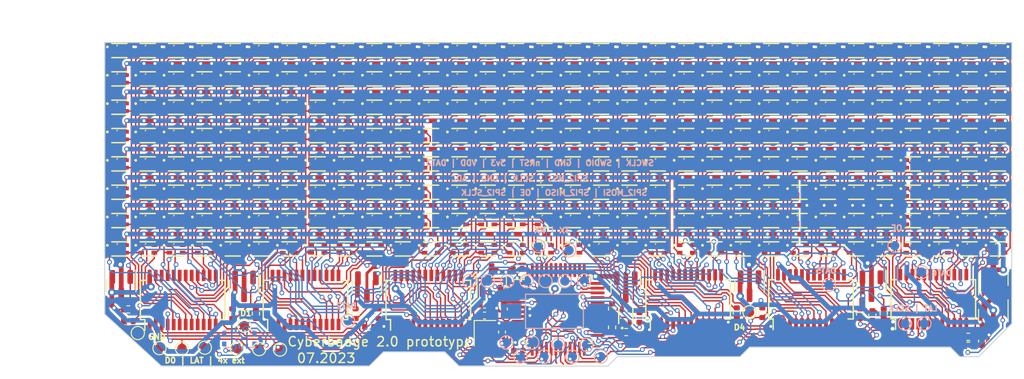
<source format=kicad_pcb>
(kicad_pcb (version 20221018) (generator pcbnew)
  (layers (0 "F.Cu" signal) (31 "B.Cu" signal) (34 "B.Paste" user) (35 "F.Paste" user) (36 "B.SilkS" user "B.Silkscreen") (37 "F.SilkS" user "F.Silkscreen") (38 "B.Mask" user) (39 "F.Mask" user) (44 "Edge.Cuts" user))
  (net 0 "")
  (net 1 "/COL_R0")
  (net 2 "/COL_G0")
  (net 3 "/COL_B0")
  (net 4 "/ROW_0")
  (net 5 "/ROW_1")
  (net 6 "/ROW_2")
  (net 7 "/ROW_3")
  (net 8 "/ROW_4")
  (net 9 "/ROW_5")
  (net 10 "/ROW_6")
  (net 11 "/ROW_7")
  (net 12 "/COL_R1")
  (net 13 "/COL_G1")
  (net 14 "/COL_B1")
  (net 15 "/COL_R2")
  (net 16 "/COL_G2")
  (net 17 "/COL_B2")
  (net 18 "/COL_R3")
  (net 19 "/COL_G3")
  (net 20 "/COL_B3")
  (net 21 "/COL_R4")
  (net 22 "/COL_G4")
  (net 23 "/COL_B4")
  (net 24 "/COL_R5")
  (net 25 "/COL_G5")
  (net 26 "/COL_B5")
  (net 27 "/COL_R6")
  (net 28 "/COL_G6")
  (net 29 "/COL_B6")
  (net 30 "/COL_R7")
  (net 31 "/COL_G7")
  (net 32 "/COL_B7")
  (net 33 "/COL_R8")
  (net 34 "/COL_G8")
  (net 35 "/COL_B8")
  (net 36 "/COL_R9")
  (net 37 "/COL_G9")
  (net 38 "/COL_B9")
  (net 39 "/COL_R10")
  (net 40 "/COL_G10")
  (net 41 "/COL_B10")
  (net 42 "/COL_R11")
  (net 43 "/COL_G11")
  (net 44 "/COL_B11")
  (net 45 "/COL_R12")
  (net 46 "/COL_G12")
  (net 47 "/COL_B12")
  (net 48 "/COL_R13")
  (net 49 "/COL_G13")
  (net 50 "/COL_B13")
  (net 51 "/COL_R14")
  (net 52 "/COL_G14")
  (net 53 "/COL_B14")
  (net 54 "/COL_R15")
  (net 55 "/COL_G15")
  (net 56 "/COL_B15")
  (net 57 "/COL_R16")
  (net 58 "/COL_G16")
  (net 59 "/COL_B16")
  (net 60 "/COL_R17")
  (net 61 "/COL_G17")
  (net 62 "/COL_B17")
  (net 63 "/COL_R18")
  (net 64 "/COL_G18")
  (net 65 "/COL_B18")
  (net 66 "/COL_R19")
  (net 67 "/COL_G19")
  (net 68 "/COL_B19")
  (net 69 "/COL_R20")
  (net 70 "/COL_G20")
  (net 71 "/COL_B20")
  (net 72 "/COL_R21")
  (net 73 "/COL_G21")
  (net 74 "/COL_B21")
  (net 75 "/COL_R22")
  (net 76 "/COL_G22")
  (net 77 "/COL_B22")
  (net 78 "/COL_R23")
  (net 79 "/COL_G23")
  (net 80 "/COL_B23")
  (net 81 "/COL_R24")
  (net 82 "/COL_G24")
  (net 83 "/COL_B24")
  (net 84 "/COL_R25")
  (net 85 "/COL_G25")
  (net 86 "/COL_B25")
  (net 87 "/COL_R26")
  (net 88 "/COL_G26")
  (net 89 "/COL_B26")
  (net 90 "/COL_R27")
  (net 91 "/COL_G27")
  (net 92 "/COL_B27")
  (net 93 "/COL_R28")
  (net 94 "/COL_G28")
  (net 95 "/COL_B28")
  (net 96 "/COL_R29")
  (net 97 "/COL_G29")
  (net 98 "/COL_B29")
  (net 99 "/COL_R30")
  (net 100 "/COL_G30")
  (net 101 "/COL_B30")
  (net 102 "/COL_R31")
  (net 103 "/COL_G31")
  (net 104 "/COL_B31")
  (net 105 "/ROW_0_CTRL")
  (net 106 "VDD")
  (net 107 "/ROW_4_CTRL")
  (net 108 "/ROW_1_CTRL")
  (net 109 "/ROW_5_CTRL")
  (net 110 "/ROW_2_CTRL")
  (net 111 "/ROW_6_CTRL")
  (net 112 "/ROW_3_CTRL")
  (net 113 "/ROW_7_CTRL")
  (net 114 "Net-(RU1-REXT)")
  (net 115 "GND")
  (net 116 "Net-(RU2-REXT)")
  (net 117 "Net-(RU3-REXT)")
  (net 118 "Net-(RU4-REXT)")
  (net 119 "Net-(RU5-REXT)")
  (net 120 "Net-(RU6-REXT)")
  (net 121 "/DAT0")
  (net 122 "/SCLK")
  (net 123 "/LAT")
  (net 124 "/OE")
  (net 125 "Net-(D1-RK)")
  (net 126 "+3V3")
  (net 127 "/DAT3")
  (net 128 "Net-(D1-BK)")
  (net 129 "/DAT1")
  (net 130 "Net-(D1-GK)")
  (net 131 "/DAT4")
  (net 132 "/DAT2")
  (net 133 "/STM_LEDG")
  (net 134 "/DAT5")
  (net 135 "/STM_LEDB")
  (net 136 "/STM_NRST")
  (net 137 "Net-(U1-PF0)")
  (net 138 "Net-(U1-PF1)")
  (net 139 "Net-(J1-Pin_3)")
  (net 140 "/WS2812_DAT")
  (net 141 "/USART_TX")
  (net 142 "/USART_RX")
  (net 143 "/STM_SWDIO")
  (net 144 "unconnected-(U1-PA5-Pad16)")
  (net 145 "unconnected-(U1-PA6-Pad17)")
  (net 146 "unconnected-(U1-PA7-Pad18)")
  (net 147 "/SPI1_NSS")
  (net 148 "/ADC")
  (net 149 "/SPI2_MISO")
  (net 150 "/SPI2_SCLK")
  (net 151 "/SPI2_MOSI")
  (net 152 "/SPI2_NSS")
  (net 153 "unconnected-(U1-PA8-Pad28)")
  (net 154 "/STM_SWCLK")
  (net 155 "unconnected-(U1-PA11{slash}PA9-Pad33)")
  (net 167 "/DAT6")
  (net 168 "Net-(J1-Pin_7)")
  (net 169 "Net-(J1-Pin_8)")
  (footprint "Critbit_lib:0606" (layer "F.Cu") (at 62.29743 34.0987)
    (fp_text reference "D5_6" hide)
    (fp_text value "LED_RGBA" hide)
  )
  (footprint "Critbit_lib:0606" (layer "F.Cu") (at 71.295888 28.09922)
    (fp_text reference "D8_4" hide)
    (fp_text value "LED_RGBA" hide)
  )
  (footprint "Critbit_lib:0606" (layer "F.Cu") (at 80.294346 25.09948)
    (fp_text reference "D11_3" hide)
    (fp_text value "LED_RGBA" hide)
  )
  (footprint "Critbit_lib:0606" (layer "F.Cu") (at 56.298458 37.09844)
    (fp_text reference "D3_7" hide)
    (fp_text value "LED_RGBA" hide)
  )
  (footprint "Critbit_lib:0606" (layer "F.Cu") (at 47.3 25.09948)
    (fp_text reference "D0_3" hide)
    (fp_text value "LED_RGBA" hide)
  )
  (footprint "Critbit_lib:0606" (layer "F.Cu") (at 56.298458 31.09896)
    (fp_text reference "D3_5" hide)
    (fp_text value "LED_RGBA" hide)
  )
  (footprint "Critbit_lib:0606" (layer "F.Cu") (at 59.297944 25.09948)
    (fp_text reference "D4_3" hide)
    (fp_text value "LED_RGBA" hide)
  )
  (footprint "Critbit_lib:0606" (layer "F.Cu") (at 98.291262 34.0987)
    (fp_text reference "D17_6" hide)
    (fp_text value "LED_RGBA" hide)
  )
  (footprint "Critbit_lib:0606" (layer "F.Cu") (at 113.287005 22.09974)
    (fp_text reference "D22_2" hide)
    (fp_text value "LED_RGBA" hide)
  )
  (footprint "Critbit_lib:0606" (layer "F.Cu") (at 122.28715 22.09974)
    (fp_text reference "D25_2" hide)
    (fp_text value "LED_RGBA" hide)
  )
  (footprint "Critbit_lib:0606" (layer "F.Cu") (at 86.293318 31.09896)
    (fp_text reference "D13_5" hide)
    (fp_text value "LED_RGBA" hide)
  )
  (footprint "Critbit_lib:0606" (layer "F.Cu") (at 122.28715 34.0987)
    (fp_text reference "D25_6" hide)
    (fp_text value "LED_RGBA" hide)
  )
  (footprint "Critbit_lib:0606" (layer "F.Cu") (at 86.293318 34.0987)
    (fp_text reference "D13_6" hide)
    (fp_text value "LED_RGBA" hide)
  )
  (footprint "Critbit_lib:0606" (layer "F.Cu") (at 98.291262 22.09974)
    (fp_text reference "D17_2" hide)
    (fp_text value "LED_RGBA" hide)
  )
  (footprint "Package_SO:SSOP-24_3.9x8.7mm_P0.635mm" (layer "F.Cu") (at 107.5 45.4375 90)
    (fp_text reference "RU2" hide)
    (fp_text value "FM6126" hide)
  )
  (footprint "Critbit_lib:0606" (layer "F.Cu") (at 71.295888 22.09974)
    (fp_text reference "D8_2" hide)
    (fp_text value "LED_RGBA" hide)
  )
  (footprint "Package_SO:SSOP-24_3.9x8.7mm_P0.635mm" (layer "F.Cu") (at 54 45.5 90)
    (fp_text reference "RU1" hide)
    (fp_text value "FM6126" hide)
  )
  (footprint "Critbit_lib:0606" (layer "F.Cu") (at 53.298972 28.09922)
    (fp_text reference "D2_4" hide)
    (fp_text value "LED_RGBA" hide)
  )
  (footprint "Critbit_lib:0606" (layer "F.Cu") (at 116.288178 37.09844)
    (fp_text reference "D23_7" hide)
    (fp_text value "LED_RGBA" hide)
  )
  (footprint "Critbit_lib:0606" (layer "F.Cu") (at 107.28972 28.09922)
    (fp_text reference "D20_4" hide)
    (fp_text value "LED_RGBA" hide)
  )
  (footprint "Critbit_lib:0606" (layer "F.Cu") (at 137.28458 28.09922)
    (fp_text reference "D30_4" hide)
    (fp_text value "LED_RGBA" hide)
  )
  (footprint "Critbit_lib:0606" (layer "F.Cu") (at 74.295374 37.09844)
    (fp_text reference "D9_7" hide)
    (fp_text value "LED_RGBA" hide)
  )
  (footprint "Critbit_lib:0606" (layer "F.Cu") (at 137.28458 37.09844)
    (fp_text reference "D30_7" hide)
    (fp_text value "LED_RGBA" hide)
  )
  (footprint "Critbit_lib:0606" (layer "F.Cu") (at 113.287005 37.09844)
    (fp_text reference "D22_7" hide)
    (fp_text value "LED_RGBA" hide)
  )
  (footprint "Package_QFP:LQFP-48_7x7mm_P0.5mm" (layer "F.Cu") (at 93.75 46.5)
    (fp_text reference "U1" hide)
    (fp_text value "STM32G070CBTx" hide)
  )
  (footprint "Critbit_lib:0606" (layer "F.Cu") (at 86.293318 22.09974)
    (fp_text reference "D13_2" hide)
    (fp_text value "LED_RGBA" hide)
  )
  (footprint "Package_TO_SOT_SMD:SOT-23" (layer "F.Cu") (at 100.9 44.1375 -90)
    (fp_text reference "Q2" hide)
    (fp_text value "AO3401A")
  )
  (footprint "Critbit_lib:0606" (layer "F.Cu") (at 89.292804 37.09844)
    (fp_text reference "D14_7" hide)
    (fp_text value "LED_RGBA" hide)
  )
  (footprint "Resistor_SMD:R_0402_1005Metric" (layer "F.Cu") (at 74.725 46.95 -90)
    (fp_text reference "R13" hide)
    (fp_text value "510" hide)
  )
  (footprint "Critbit_lib:0606" (layer "F.Cu") (at 101.290748 37.09844)
    (fp_text reference "D18_7" hide)
    (fp_text value "LED_RGBA" hide)
  )
  (footprint "TestPoint:TestPoint_Pad_D1.0mm" (layer "F.Cu") (at 51.55 50.6)
    (fp_text reference "TP5" hide)
    (fp_text value "TP")
  )
  (footprint "Critbit_lib:0606" (layer "F.Cu") (at 50.299486 19.1)
    (fp_text reference "D1_1" hide)
    (fp_text value "LED_RGBA" hide)
  )
  (footprint "Package_SO:SSOP-24_3.9x8.7mm_P0.635mm" (layer "F.Cu") (at 133.45 45.425 90)
    (fp_text reference "RU6" hide)
    (fp_text value "FM6126" hide)
  )
  (footprint "Critbit_lib:0606" (layer "F.Cu") (at 140.284066 28.09922)
    (fp_text reference "D31_4" hide)
    (fp_text value "LED_RGBA" hide)
  )
  (footprint "Critbit_lib:0606" (layer "F.Cu") (at 59.297944 40.09818)
    (fp_text reference "D4_8" hide)
    (fp_text value "LED_RGBA" hide)
  )
  (footprint "Critbit_lib:0606" (layer "F.Cu") (at 101.290748 25.09948)
    (fp_text reference "D18_3" hide)
    (fp_text value "LED_RGBA" hide)
  )
  (footprint "Critbit_lib:0606" (layer "F.Cu") (at 116.288178 31.09896)
    (fp_text reference "D23_5" hide)
    (fp_text value "LED_RGBA" hide)
  )
  (footprint "Critbit_lib:0606" (layer "F.Cu") (at 110.289206 25.09948)
    (fp_text reference "D21_3" hide)
    (fp_text value "LED_RGBA" hide)
  )
  (footprint "Critbit_lib:0606" (layer "F.Cu") (at 86.293318 28.09922)
    (fp_text reference "D13_4" hide)
    (fp_text value "LED_RGBA" hide)
  )
  (footprint "Critbit_lib:0606" (layer "F.Cu") (at 119.287664 37.09844)
    (fp_text reference "D24_7" hide)
    (fp_text value "LED_RGBA" hide)
  )
  (footprint "Critbit_lib:0606" (layer "F.Cu") (at 101.290748 22.09974)
    (fp_text reference "D18_2" hide)
    (fp_text value "LED_RGBA" hide)
  )
  (footprint "Resistor_SMD:R_0402_1005Metric" (layer "F.Cu") (at 99.45 46.425 90)
    (fp_text reference "R2" hide)
    (fp_text value "10k" hide)
  )
  (footprint "Critbit_lib:0606" (layer "F.Cu") (at 119.287664 25.09948)
    (fp_text reference "D24_3" hide)
    (fp_text value "LED_RGBA" hide)
  )
  (footprint "Package_TO_SOT_SMD:SOT-23" (layer "F.Cu") (at 73.5 44.1375 -90)
    (fp_text reference "Q5" hide)
    (fp_text value "AO3401A")
  )
  (footprint "Package_TO_SOT_SMD:SOT-23" (layer "F.Cu") (at 60.5 44.0625 -90)
    (fp_text reference "Q3" hide)
    (fp_text value "AO3401A")
  )
  (footprint "Critbit_lib:0606" (layer "F.Cu") (at 53.298972 31.09896)
    (fp_text reference "D2_5" hide)
    (fp_text value "LED_RGBA" hide)
  )
  (footprint "Resistor_SMD:R_0402_1005Metric" (layer "F.Cu") (at 61.75 46.95 -90)
    (fp_text reference "R11" hide)
    (fp_text value "510" hide)
  )
  (footprint "Critbit_lib:0606" (layer "F.Cu") (at 98.291262 31.09896)
    (fp_text reference "D17_5" hide)
    (fp_text value "LED_RGBA" hide)
  )
  (footprint "Critbit_lib:0606" (layer "F.Cu") (at 62.29743 40.09818)
    (fp_text reference "D5_8" hide)
    (fp_text value "LED_RGBA" hide)
  )
  (footprint "Critbit_lib:0606" (layer "F.Cu") (at 53.298972 34.0987)
    (fp_text reference "D2_6" hide)
    (fp_text value "LED_RGBA" hide)
  )
  (footprint "Critbit_lib:0606" (layer "F.Cu") (at 107.28972 37.09844)
    (fp_text reference "D20_7" hide)
    (fp_text value "LED_RGBA" hide)
  )
  (footprint "Critbit_lib:0606" (layer "F.Cu") (at 47.3 19.1)
    (fp_text reference "D0_1" hide)
    (fp_text value "LED_RGBA" hide)
  )
  (footprint "Critbit_lib:0606" (layer "F.Cu") (at 116.288178 34.0987)
    (fp_text reference "D23_6" hide)
    (fp_text value "LED_RGBA" hide)
  )
  (footprint "Critbit_lib:0606" (layer "F.Cu") (at 77.29486 31.09896)
    (fp_text reference "D10_5" hide)
    (fp_text value "LED_RGBA" hide)
  )
  (footprint "Critbit_lib:0606" (layer "F.Cu") (at 140.284066 25.09948)
    (fp_text reference "D31_3" hide)
    (fp_text value "LED_RGBA" hide)
  )
  (footprint "Capacitor_SMD:C_0402_1005Metric" (layer "F.Cu") (at 89.45 42.2)
    (fp_text reference "C2" hide)
    (fp_text value "470n")
  )
  (footprint "Resistor_SMD:R_0402_1005Metric" (layer "F.Cu") (at 137.15 49.4 180)
    (fp_text reference "R8" hide)
    (fp_text value "10k" hide)
  )
  (footprint "Critbit_lib:0606" (layer "F.Cu") (at 68.296402 40.09818)
    (fp_text reference "D7_8" hide)
    (fp_text value "LED_RGBA" hide)
  )
  (footprint "Critbit_lib:0606" (layer "F.Cu") (at 62.29743 31.09896)
    (fp_text reference "D5_5" hide)
    (fp_text value "LED_RGBA" hide)
  )
  (footprint "Critbit_lib:0606" (layer "F.Cu") (at 107.28972 22.09974)
    (fp_text reference "D20_2" hide)
    (fp_text value "LED_RGBA" hide)
  )
  (footprint "Critbit_lib:0606" (layer "F.Cu") (at 113.287005 31.09896)
    (fp_text reference "D22_5" hide)
    (fp_text value "LED_RGBA" hide)
  )
  (footprint "Critbit_lib:0606" (layer "F.Cu") (at 98.291262 37.09844)
    (fp_text reference "D17_7" hide)
    (fp_text value "LED_RGBA" hide)
  )
  (footprint "Critbit_lib:0606" (layer "F.Cu") (at 122.28715 37.09844)
    (fp_text reference "D25_7" hide)
    (fp_text value "LED_RGBA" hide)
  )
  (footprint "Critbit_lib:0606" (layer "F.Cu") (at 107.28972 40.09818)
    (fp_text reference "D20_8" hide)
    (fp_text value "LED_RGBA" hide)
  )
  (footprint "Critbit_lib:0606" (layer "F.Cu") (at 131.285608 31.09896)
    (fp_text reference "D28_5" hide)
    (fp_text value "LED_RGBA" hide)
  )
  (footprint "Critbit_lib:0606" (layer "F.Cu") (at 47.3 37.09844)
    (fp_text reference "D0_7" hide)
    (fp_text value "LED_RGBA" hide)
  )
  (footprint "Critbit_lib:0606" (layer "F.Cu") (at 83.293832 25.09948)
    (fp_text reference "D12_3" hide)
    (fp_text value "LED_RGBA" hide)
  )
  (footprint "Crystal:Crystal_SMD_2016-4Pin_2.0x1.6mm" (layer "F.Cu") (at 86 49.025 -90)
    (fp_text reference "Y1" hide)
    (fp_text value "2016/DNP")
  )
  (footprint "Critbit_lib:0606" (layer "F.Cu") (at 89.292804 34.0987)
    (fp_text reference "D14_6" hide)
    (fp_text value "LED_RGBA" hide)
  )
  (footprint "Capacitor_SMD:C_0402_1005Metric" (layer "F.Cu") (at 89.525 50.875 180)
    (fp_text reference "C3" hide)
    (fp_text value "100n")
  )
  (footprint "Critbit_lib:0606" (layer "F.Cu") (at 89.292804 31.09896)
    (fp_text reference "D14_5" hide)
    (fp_text value "LED_RGBA" hide)
  )
  (footprint "Critbit_lib:0606" (layer "F.Cu") (at 95.291776 37.09844)
    (fp_text reference "D16_7" hide)
    (fp_text value "LED_RGBA" hide)
  )
  (footprint "Critbit_lib:0606" (layer "F.Cu") (at 116.288178 28.09922)
    (fp_text reference "D23_4" hide)
    (fp_text value "LED_RGBA" hide)
  )
  (footprint "Critbit_lib:0606" (layer "F.Cu") (at 110.289206 31.09896)
    (fp_text reference "D21_5" hide)
    (fp_text value "LED_RGBA" hide)
  )
  (footprint "Critbit_lib:0606" (layer "F.Cu") (at 68.296402 37.09844)
    (fp_text reference "D7_7" hide)
    (fp_text value "LED_RGBA" hide)
  )
  (footprint "Critbit_lib:0606" (layer "F.Cu") (at 62.29743 28.09922)
    (fp_text reference "D5_4" hide)
    (fp_text value "LED_RGBA" hide)
  )
  (footprint "Critbit_lib:0606" (layer "F.Cu") (at 95.291776 25.09948)
    (fp_text reference "D16_3" hide)
    (fp_text value "LED_RGBA" hide)
  )
  (footprint "Critbit_lib:0606" (layer "F.Cu") (at 131.285608 40.09818)
    (fp_text reference "D28_8" hide)
    (fp_text value "LED_RGBA" hide)
  )
  (footprint "Critbit_lib:0606" (layer "F.Cu") (at 53.298972 22.09974)
    (fp_text reference "D2_2" hide)
    (fp_text value "LED_RGBA" hide)
  )
  (footprint "Critbit_lib:0606" (layer "F.Cu") (at 104.290234 37.09844)
    (fp_text reference "D19_7" hide)
    (fp_text value "LED_RGBA" hide)
  )
  (footprint "Critbit_lib:0606" (layer "F.Cu") (at 98.291262 40.09818)
    (fp_text reference "D17_8" hide)
    (fp_text value "LED_RGBA" hide)
  )
  (footprint "Package_SO:SSOP-24_3.9x8.7mm_P0.635mm" (layer "F.Cu") (at 80 45.5 90)
    (fp_text reference "RU5" hide)
    (fp_text value "FM6126" hide)
  )
  (footprint "Critbit_lib:0606" (layer "F.Cu") (at 62.29743 37.09844)
    (fp_text reference "D5_7" hide)
    (fp_text value "LED_RGBA" hide)
  )
  (footprint "Critbit_lib:0606" (layer "F.Cu") (at 116.288178 22.09974)
    (fp_text reference "D23_2" hide)
    (fp_text value "LED_RGBA" hide)
  )
  (footprint "Critbit_lib:0606" (layer "F.Cu") (at 47.3 28.09922)
    (fp_text reference "D0_4" hide)
    (fp_text value "LED_RGBA" hide)
  )
  (footprint "Critbit_lib:0606" (layer "F.Cu") (at 92.29229 25.09948)
    (fp_text reference "D15_3" hide)
    (fp_text value "LED_RGBA" hide)
  )
  (footprint "Resistor_SMD:R_0402_1005Metric" (layer "F.Cu") (at 112.65 46.85 -90)
    (fp_text reference "R10" hide)
    (fp_text value "510" hide)
  )
  (footprint "Critbit_lib:0606" (layer "F.Cu") (at 77.29486 28.09922)
    (fp_text reference "D10_4" hide)
    (fp_text value "LED_RGBA" hide)
  )
  (footprint "Critbit_lib:0606" (layer "F.Cu") (at 89.292804 40.09818)
    (fp_text reference "D14_8" hide)
    (fp_text value "LED_RGBA" hide)
  )
  (footprint "Critbit_lib:0606" (layer "F.Cu") (at 119.287664 31.09896)
    (fp_text reference "D24_5" hide)
    (fp_text value "LED_RGBA" hide)
  )
  (footprint "Critbit_lib:0606" (layer "F.Cu") (at 125.284949 19.1)
    (fp_text reference "D26_1" hide)
    (fp_text value "LED_RGBA" hide)
  )
  (footprint "Critbit_lib:0606" (layer "F.Cu") (at 53.298972 25.09948)
    (fp_text reference "D2_3" hide)
    (fp_text value "LED_RGBA" hide)
  )
  (footprint "Resistor_SMD:R_0402_1005Metric" (layer "F.Cu") (at 59.25 46.95 -90)
    (fp_text reference "R3" hide)
    (fp_text value "10k" hide)
  )
  (footprint "Critbit_lib:0606" (layer "F.Cu") (at 140.284066 22.09974)
    (fp_text reference "D31_2" hide)
    (fp_text value "LED_RGBA" hide)
  )
  (footprint "Critbit_lib:0606" (layer "F.Cu") (at 80.294346 37.09844)
    (fp_text reference "D11_7" hide)
    (fp_text value "LED_RGBA" hide)
  )
  (footprint "Critbit_lib:0606" (layer "F.Cu") (at 134.285094 37.09844)
    (fp_text reference "D29_7" hide)
    (fp_text value "LED_RGBA" hide)
  )
  (footprint "Critbit_lib:0606" (layer "F.Cu") (at 101.290748 31.09896)
    (fp_text reference "D18_5" hide)
    (fp_text value "LED_RGBA" hide)
  )
  (footprint "Critbit_lib:0606" (layer "F.Cu") (at 128.286122 40.09818)
    (fp_text reference "D27_8" hide)
    (fp_text value "LED_RGBA" hide)
  )
  (footprint "Critbit_lib:0606" (layer "F.Cu") (at 47.3 31.09896)
    (fp_text reference "D0_5" hide)
    (fp_text value "LED_RGBA" hide)
  )
  (footprint "Critbit_lib:0606" (layer "F.Cu") (at 104.290234 34.0987)
    (fp_text reference "D19_6" hide)
    (fp_text value "LED_RGBA" hide)
  )
  (footprint "TestPoint:TestPoint_Pad_D1.0mm" (layer "F.Cu") (at 114 46.8)
    (fp_text reference "TP9" hide)
    (fp_text value "TP")
  )
  (footprint "Critbit_lib:0606" (layer "F.Cu") (at 86.293318 40.09818)
    (fp_text reference "D13_8" hide)
    (fp_text value "LED_RGBA" hide)
  )
  (footprint "Critbit_lib:0606" (layer "F.Cu") (at 62.29743 25.09948)
    (fp_text reference "D5_3" hide)
    (fp_text value "LED_RGBA" hide)
  )
  (footprint "Critbit_lib:0606" (layer "F.Cu") (at 113.287005 19.1)
    (fp_text reference "D22_1" hide)
    (fp_text value "LED_RGBA" hide)
  )
  (footprint "Critbit_lib:0606" (layer "F.Cu") (at 89.292804 22.09974)
    (fp_text reference "D14_2" hide)
    (fp_text value "LED_RGBA" hide)
  )
  (footprint "Critbit_lib:0606" (layer "F.Cu") (at 50.299486 22.09974)
    (fp_text reference "D1_2" hide)
    (fp_text value "LED_RGBA" hide)
  )
  (footprint "Resistor_SMD:R_0402_1005Metric" (layer "F.Cu") (at 137.15 50.35 180)
    (fp_text reference "R7" hide)
    (fp_text value "10k" hide)
  )
  (footprint "Critbit_lib:0606" (layer "F.Cu") (at 113.287005 28.09922)
    (fp_text reference "D22_4" hide)
    (fp_text value "LED_RGBA" hide)
  )
  (footprint "Critbit_lib:0606" (layer "F.Cu") (at 119.287664 22.09974)
    (fp_text reference "D24_2" hide)
    (fp_text value "LED_RGBA" hide)
  )
  (footprint "Critbit_lib:0606" (layer "F.Cu") (at 107.28972 34.0987)
    (fp_text reference "D20_6" hide)
    (fp_text value "LED_RGBA" hide)
  )
  (footprint "Critbit_lib:0606" (layer "F.Cu") (at 104.290234 19.1)
    (fp_text reference "D19_1" hide)
    (fp_text value "LED_RGBA" hide)
  )
  (footprint "Critbit_lib:0606" (layer "F.Cu") (at 122.28715 40.09818)
    (fp_text reference "D25_8" hide)
    (fp_text value "LED_RGBA" hide)
  )
  (footprint "Critbit_lib:0606" (layer "F.Cu") (at 92.29229 19.1)
    (fp_text reference "D15_1" hide)
    (fp_text value "LED_RGBA" hide)
  )
  (footprint "Critbit_lib:0606" (layer "F.Cu") (at 125.284949 34.0987)
    (fp_text reference "D26_6" hide)
    (fp_text value "LED_RGBA" hide)
  )
  (footprint "Critbit_lib:0606" (layer "F.Cu") (at 110.289206 22.09974)
    (fp_text reference "D21_2" hide)
    (fp_text value "LED_RGBA" hide)
  )
  (footprint "Critbit_lib:0606" (layer "F.Cu") (at 116.288178 25.09948)
    (fp_text reference "D23_3" hide)
    (fp_text value "LED_RGBA" hide)
  )
  (footprint "Critbit_lib:0606" (layer "F.Cu") (at 113.287005 25.09948)
    (fp_text reference "D22_3" hide)
    (fp_text value "LED_RGBA" hide)
  )
  (footprint "Critbit_lib:0606" (layer "F.Cu") (at 50.299486 25.09948)
    (fp_text reference "D1_3" hide)
    (fp_text value "LED_RGBA" hide)
  )
  (footprint "Critbit_lib:0606" (layer "F.Cu") (at 131.285608 19.1)
    (fp_text reference "D28_1" hide)
    (fp_text value "LED_RGBA" hide)
  )
  (footprint "Critbit_lib:0606" (layer "F.Cu") (at 89.292804 28.09922)
    (fp_text reference "D14_4" hide)
    (fp_text value "LED_RGBA" hide)
  )
  (footprint "Critbit_lib:0606" (layer "F.Cu") (at 83.293832 37.09844)
    (fp_text reference "D12_7" hide)
    (fp_text value "LED_RGBA" hide)
  )
  (footprint "Critbit_lib:0606" (layer "F.Cu") (at 107.28972 19.1)
    (fp_text reference "D20_1" hide)
    (fp_text value "LED_RGBA" hide)
  )
  (footprint "Critbit_lib:0606" (layer "F.Cu") (at 128.286122 31.09896)
    (fp_text reference "D27_5" hide)
    (fp_text value "LED_RGBA" hide)
  )
  (footprint "Package_TO_SOT_SMD:SOT-23" (layer "F.Cu") (at 47.5 44 -90)
    (fp_text reference "Q1" hide)
    (fp_text value "AO3401A")
  )
  (footprint "Critbit_lib:0606" (layer "F.Cu") (at 89.292804 25.09948)
    (fp_text reference "D14_3" hide)
    (fp_text value "LED_RGBA" hide)
  )
  (footprint "Package_TO_SOT_SMD:SOT-23" (layer "F.Cu") (at 114 44.0375 -90)
    (fp_text reference "Q4" hide)
    (fp_text value "AO3401A")
  )
  (footprint "Critbit_lib:0606" (layer "F.Cu") (at 65.296916 40.09818)
    (fp_text reference "D6_8" hide)
    (fp_text value "LED_RGBA" hide)
  )
  (footprint "Critbit_lib:0606" (layer "F.Cu") (at 116.288178 19.1)
    (fp_text reference "D23_1" hide)
    (fp_text value "LED_RGBA" hide)
  )
  (footprint "Critbit_lib:0606" (layer "F.Cu") (at 77.29486 19.1)
    (fp_text reference "D10_1" hide)
    (fp_text value "LED_RGBA" hide)
  )
  (footprint "Critbit_lib:0606" (layer "F.Cu") (at 104.290234 28.09922)
    (fp_text reference "D19_4" hide)
    (fp_text value "LED_RGBA" hide)
  )
  (footprint "Critbit_lib:0606" (layer "F.Cu") (at 50.299486 34.0987)
    (fp_text reference "D1_6" hide)
    (fp_text value "LED_RGBA" hide)
  )
  (footprint "Critbit_lib:0606" (layer "F.Cu") (at 56.298458 25.09948)
    (fp_text reference "D3_3" hide)
    (fp_text value "LED_RGBA" hide)
  )
  (footprint "Critbit_lib:0606" (layer "F.Cu") (at 62.29743 22.09974)
    (fp_text reference "D5_2" hide)
    (fp_text value "LED_RGBA" hide)
  )
  (footprint "Critbit_lib:0606" (layer "F.Cu") (at 137.28458 34.0987)
    (fp_text reference "D30_6" hide)
    (fp_text value "LED_RGBA" hide)
  )
  (footprint "Critbit_lib:0606" (layer "F.Cu") (at 92.29229 31.09896)
    (fp_text reference "D15_5" hide)
    (fp_text value "LED_RGBA" hide)
  )
  (footprint "Critbit_lib:0606" (layer "F.Cu") (at 131.285608 25.09948)
    (fp_text reference "D28_3" hide)
    (fp_text value "LED_RGBA" hide)
  )
  (footprint "Critbit_lib:0606" (layer "F.Cu") (at 68.296402 22.09974)
    (fp_text reference "D7_2" hide)
    (fp_text value "LED_RGBA" hide)
  )
  (footprint "Critbit_lib:0606" (layer "F.Cu") (at 77.29486 34.0987)
    (fp_text reference "D10_6" hide)
    (fp_text value "LED_RGBA" hide)
  )
  (footprint "Resistor_SMD:R_0402_1005Metric" (layer "F.Cu") (at 72.3 46.95 -90)
    (fp_text reference "R5" hide)
    (fp_text value "10k" hide)
  )
  (footprint "Critbit_lib:0606" (layer "F.Cu") (at 101.290748 34.0987)
    (fp_text reference "D18_6" hide)
    (fp_text value "LED_RGBA" hide)
  )
  (footprint "Critbit_lib:0606" (layer "F.Cu") (at 80.294346 19.1)
    (fp_text reference "D11_1" hide)
    (fp_text value "LED_RGBA" hide)
  )
  (footprint "Critbit_lib:0606" (layer "F.Cu") (at 110.289206 19.1)
    (fp_text reference "D21_1" hide)
    (fp_text value "LED_RGBA" hide)
  )
  (footprint "Critbit_lib:0606" (layer "F.Cu") (at 50.299486 37.09844)
    (fp_text reference "D1_7" hide)
    (fp_text value "LED_RGBA" hide)
  )
  (footprint "Critbit_lib:0606" (layer "F.Cu") (at 128.286122 19.1)
    (fp_text reference "D27_1" hide)
    (fp_text value "LED_RGBA" hide)
  )
  (footprint "Critbit_lib:0606" (layer "F.Cu") (at 119.287664 34.0987)
    (fp_text reference "D24_6" hide)
    (fp_text value "LED_RGBA" hide)
  )
  (footprint "Critbit_lib:0606" (layer "F.Cu") (at 74.295374 40.09818)
    (fp_text reference "D9_8" hide)
    (fp_text value "LED_RGBA" hide)
  )
  (footprint "Critbit_lib:0606" (layer "F.Cu") (at 71.295888 19.1)
    (fp_text reference "D8_1" hide)
    (fp_text value "LED_RGBA" hide)
  )
  (footprint "Critbit_lib:0606" (layer "F.Cu") (at 122.28715 31.09896)
    (fp_text reference "D25_5" hide)
    (fp_text value "LED_RGBA" hide)
  )
  (footprint "Critbit_lib:0606" (layer "F.Cu") (at 83.293832 34.0987)
    (fp_text reference "D12_6" hide)
    (fp_text value "LED_RGBA" hide)
  )
  (footprint "Critbit_lib:0606" (layer "F.Cu") (at 47.3 40.09818)
    (fp_text reference "D0_8" hide)
    (fp_text value "LED_RGBA" hide)
  )
  (footprint "Critbit_lib:0606" (layer "F.Cu") (at 95.291776 28.09922)
    (fp_text reference "D16_4" hide)
    (fp_text value "LED_RGBA" hide)
  )
  (footprint "Critbit_lib:0606" (layer "F.Cu") (at 104.290234 31.09896)
    (fp_text reference "D19_5" hide)
    (fp_text value "LED_RGBA" hide)
  )
  (footprint "Critbit_lib:0606" (layer "F.Cu") (at 80.294346 28.09922)
    (fp_text reference "D11_4" hide)
    (fp_text value "LED_RGBA" hide)
  )
  (footprint "Critbit_lib:0606" (layer "F.Cu") (at 74.295374 34.0987)
    (fp_text reference "D9_6" hide)
    (fp_text value "LED_RGBA" hide)
  )
  (footprint "Critbit_lib:0606" (layer "F.Cu") (at 134.285094 34.0987)
    (fp_text reference "D29_6" hide)
    (fp_text value "LED_RGBA" hide)
  )
  (footprint "Package_SO:SSOP-24_3.9x8.7mm_P0.635mm" (layer "F.Cu") (at 67 45.5 90)
    (fp_text reference "RU3" hide)
    (fp_text value "FM6126" hide)
  )
  (footprint "Critbit_lib:0606" (layer "F.Cu") (at 140.284066 40.09818)
    (fp_text reference "D31_8" hide)
    (fp_text value "LED_RGBA" hide)
  )
  (footprint "Critbit_lib:0606" (layer "F.Cu") (at 56.298458 28.09922)
    (fp_text reference "D3_4" hide)
    (fp_text value "LED_RGBA" hide)
  )
  (footprint "Critbit_lib:0606" (layer "F.Cu") (at 137.28458 19.1)
    (fp_text reference "D30_1" hide)
    (fp_text value "LED_RGBA" hide)
  )
  (footprint "Critbit_lib:0606" (layer "F.Cu") (at 140.284066 31.09896)
    (fp_text reference "D31_5" hide)
    (fp_text value "LED_RGBA" hide)
  )
  (footprint "TestPoint:TestPoint_Pad_D1.0mm" (layer "F.Cu") (at 59.75 50.65 90)
    (fp_text reference "TP28" hide)
    (fp_text value "TP")
  )
  (footprint "Critbit_lib:0606" (layer "F.Cu") (at 122.28715 28.09922)
    (fp_text reference "D25_4" hide)
    (fp_text value "LED_RGBA" hide)
  )
  (footprint "Critbit_lib:0606" (layer "F.Cu") (at 80.294346 40.09818)
    (fp_text reference "D11_8" hide)
    (fp_text value "LED_RGBA" hide)
  )
  (footprint "Critbit_lib:0606" (layer "F.Cu") (at 125.284949 22.09974)
    (fp_text reference "D26_2" hide)
    (fp_text value "LED_RGBA" hide)
  )
  (footprint "Critbit_lib:0606" (layer "F.Cu") (at 128.286122 34.0987)
    (fp_text reference "D27_6" hide)
    (fp_text value "LED_RGBA" hide)
  )
  (footprint "Critbit_lib:0606" (layer "F.Cu") (at 140.284066 34.0987)
    (fp_text reference "D31_6" hide)
    (fp_text value "LED_RGBA" hide)
  )
  (footprint "Critbit_lib:0606" (layer "F.Cu") (at 65.296916 25.09948)
    (fp_text reference "D6_3" hide)
    (fp_text value "LED_RGBA" hide)
  )
  (footprint "Critbit_lib:0606" (layer "F.Cu") (at 71.295888 25.09948)
    (fp_text reference "D8_3" hide)
    (fp_text value "LED_RGBA" hide)
  )
  (footprint "Package_TO_SOT_SMD:SOT-23" (layer "F.Cu") (at 139.8 43.3 90)
    (fp_text reference "Q8" hide)
    (fp_text value "AO3401A")
  )
  (footprint "Critbit_lib:0606" (layer "F.Cu") (at 134.285094 19.1)
    (fp_text reference "D29_1" hide)
    (fp_text value "LED_RGBA" hide)
  )
  (footprint "Critbit_lib:0606" (layer "F.Cu") (at 59.297944 22.09974)
    (fp_text reference "D4_2" hide)
    (fp_text value "LED_RGBA" hide)
  )
  (footprint "Critbit_lib:0606" (layer "F.Cu") (at 131.285608 22.09974)
    (fp_text reference "D28_2" hide)
    (fp_text value "LED_RGBA" hide)
  )
  (footprint "Critbit_lib:0606" (layer "F.Cu") (at 50.299486 28.09922)
    (fp_text reference "D1_4" hide)
    (fp_text value "LED_RGBA" hide)
  )
  (footprint "Critbit_lib:0606" (layer "F.Cu") (at 104.290234 40.09818)
    (fp_text reference "D19_8" hide)
    (fp_text value "LED_RGBA" hide)
  )
  (footprint "Critbit_lib:0606" (layer "F.Cu") (at 83.293832 31.09896)
    (fp_text reference "D12_5" hide)
    (fp_text value "LED_RGBA" hide)
  )
  (footprint "Critbit_lib:0606" (layer "F.Cu") (at 86.293318 19.1)
    (fp_text reference "D13_1" hide)
    (fp_text value "LED_RGBA" hide)
  )
  (footprint "Critbit_lib:0606" (layer "F.Cu") (at 98.291262 19.1)
    (fp_text reference "D17_1" hide)
    (fp_text value "LED_RGBA" hide)
  )
  (footprint "Resistor_SMD:R_0402_1005Metric" (layer "F.Cu") (at 128.2 46.95 -90)
    (fp_text reference "R14" hide)
    (fp_text value "510" hide)
  )
  (footprint "Critbit_lib:0606" (layer "F.Cu") (at 125.284949 25.09948)
    (fp_text reference "D26_3" hide)
    (fp_text value "LED_RGBA" hide)
  )
  (footprint "Critbit_lib:0606" (layer "F.Cu") (at 71.295888 31.09896)
    (fp_text reference "D8_5" hide)
    (fp_text value "LED_RGBA" hide)
  )
  (footprint "Critbit_lib:0606" (layer "F.Cu") (at 137.28458 22.09974)
    (fp_text reference "D30_2" hide)
    (fp_text value "LED_RGBA" hide)
  )
  (footprint "Critbit_lib:0606" (layer "F.Cu") (at 137.28458 25.09948)
    (fp_text reference "D30_3" hide)
    (fp_text value "LED_RGBA" hide)
  )
  (footprint "Resistor_SMD:R_0402_1005Metric" (layer "F.Cu") (at 127 47.15 90)
    (fp_text reference "R12" hide)
    (fp_text value "510" hide)
  )
  (footprint "Critbit_lib:0606" (layer "F.Cu") (at 74.295374 25.09948)
    (fp_text reference "D9_3" hide)
    (fp_text value "LED_RGBA" hide)
  )
  (footprint "Critbit_lib:0606" (layer "F.Cu") (at 104.290234 25.09948)
    (fp_text reference "D19_3" hide)
    (fp_text value "LED_RGBA" hide)
  )
  (footprint "Critbit_lib:0606" (layer "F.Cu") (at 71.295888 37.09844)
    (fp_text reference "D8_7" hide)
    (fp_text value "LED_RGBA" hide)
  )
  (footprint "Critbit_lib:0606" (layer "F.Cu") (at 83.293832 19.1)
    (fp_text reference "D12_1" hide)
    (fp_text value "LED_RGBA" hide)
  )
  (footprint "Critbit_lib:0606" (layer "F.Cu") (at 125.284949 37.09844)
    (fp_text reference "D26_7" hide)
    (fp_text value "LED_RGBA" hide)
  )
  (footprint "Critbit_lib:0606" (layer "F.Cu") (at 74.295374 28.09922)
    (fp_text reference "D9_4" hide)
    (fp_text value "LED_RGBA" hide)
  )
  (footprint "Critbit_lib:0606" (layer "F.Cu") (at 65.296916 28.09922)
    (fp_text reference "D6_4" hide)
    (fp_text value "LED_RGBA" hide)
  )
  (footprint "Critbit_lib:0606" (layer "F.Cu") (at 59.297944 37.09844)
    (fp_text reference "D4_7" hide)
    (fp_text value "LED_RGBA" hide)
  )
  (footprint "Critbit_lib:0606" (layer "F.Cu") (at 95.291776 40.09818)
    (fp_text reference "D16_8" hide)
    (fp_text value "LED_RGBA" hide)
  )
  (footprint "Critbit_lib:0606" (layer "F.Cu") (at 80.294346 22.09974)
    (fp_text reference "D11_2" hide)
    (fp_text value "LED_RGBA" hide)
  )
  (footprint "Critbit_lib:0606" (layer "F.Cu") (at 65.296916 31.09896)
    (fp_text reference "D6_5" hide)
    (fp_text value "LED_RGBA" hide)
  )
  (footprint "Critbit_lib:0606" (layer "F.Cu") (at 95.291776 31.09896)
    (fp_text reference "D16_5" hide)
    (fp_text value "LED_RGBA" hide)
  )
  (footprint "Critbit_lib:0606" (layer "F.Cu") (at 125.284949 28.09922)
    (fp_text reference "D26_4" hide)
    (fp_text value "LED_RGBA" hide)
  )
  (footprint "Critbit_lib:0606" (layer "F.Cu") (at 71.295888 34.0987)
    (fp_text reference "D8_6" hide)
    (fp_text value "LED_RGBA" hide)
  )
  (footprint "Package_TO_SOT_SMD:SOT-23-3" (layer "F.Cu") (at 86.7 43.4125 90)
    (fp_text reference "U2" hide)
    (fp_text value "XC6206PxxxMR")
  )
  (footprint "Critbit_lib:0606" (layer "F.Cu") (at 68.296402 19.1)
    (fp_text reference "D7_1" hide)
    (fp_text value "LED_RGBA" hide)
  )
  (footprint "Critbit_lib:0606" (layer "F.Cu") (at 113.287005 40.09818)
    (fp_text reference "D22_8" hide)
    (fp_text value "LED_RGBA" hide)
  )
  (footprint "Critbit_lib:0606" (layer "F.Cu") (at 65.296916 34.0987)
    (fp_text reference "D6_6" hide)
    (fp_text value "LED_RGBA" hide)
  )
  (footprint "Critbit_lib:0606" (layer "F.Cu") (at 131.285608 37.09844)
    (fp_text reference "D28_7" hide)
    (fp_text value "LED_RGBA" hide)
  )
  (footprint "Critbit_lib:0606" (layer "F.Cu") (at 92.29229 40.09818)
    (fp_text reference "D15_8" hide)
    (fp_text value "LED_RGBA" hide)
  )
  (footprint "Critbit_lib:0606" (layer "F.Cu") (at 56.298458 22.09974)
    (fp_text reference "D3_2" hide)
    (fp_text value "LED_RGBA" hide)
  )
  (footprint "Critbit_lib:0606" (layer "F.Cu") (at 65.296916 19.1)
    (fp_text reference "D6_1" hide)
    (fp_text value "LED_RGBA" hide)
  )
  (footprint "Critbit_lib:0606" (layer "F.Cu") (at 95.291776 19.1)
    (fp_text reference "D16_1" hide)
    (fp_text value "LED_RGBA" hide)
  )
  (footprint "Critbit_lib:0606" (layer "F.Cu") (at 59.297944 34.0987)
    (fp_text reference "D4_6" hide)
    (fp_text value "LED_RGBA" hide)
  )
  (footprint "Critbit_lib:0606" (layer "F.Cu") (at 92.29229 34.0987)
    (fp_text reference "D15_6" hide)
    (fp_text value "LED_RGBA" hide)
  )
  (footprint "TestPoint:TestPoint_Pad_D1.0mm" (layer "F.Cu") (at 62.1 50.7 90)
    (fp_text reference "TP31" hide)
    (fp_text value "TP")
  )
  (footprint "Resistor_SMD:R_0402_1005Metric" (layer "F.Cu") (at 99.45 48.4 -90)
    (fp_text reference "R16" hide)
    (fp_text value "10k")
  )
  (footprint "Critbit_lib:0606" (layer "F.Cu") (at 134.285094 40.09818)
    (fp_text reference "D29_8" hide)
    (fp_text value "LED_RGBA" hide)
  )
  (footprint "Critbit_lib:0606" (layer "F.Cu") (at 83.293832 28.09922)
    (fp_text reference "D12_4" hide)
    (fp_text value "LED_RGBA" hide)
  )
  (footprint "Package_TO_SOT_SMD:SOT-23" (layer "F.Cu") (at 139.8 47.15 -90)
    (fp_text reference "Q7" hide)
    (fp_text value "AO3401A")
  )
  (footprint "Capacitor_SMD:C_0402_1005Metric" (layer "F.Cu") (at 85.95 47.15)
    (fp_text reference "C7" hide)
    (fp_text value "10p/DNP")
  )
  (footprint "Critbit_lib:0606" (layer "F.Cu") (at 107.28972 25.09948)
    (fp_text reference "D20_3" hide)
    (fp_text value "LED_RGBA" hide)
  )
  (footprint "Resistor_SMD:R_0402_1005Metric" (layer "F.Cu") (at 102.35 47.35 -90)
    (fp_text reference "R17" hide)
    (fp_text value "10k")
  )
  (footprint "Critbit_lib:0606" (layer "F.Cu") (at 50.299486 40.09818)
    (fp_text reference "D1_8" hide)
    (fp_text value "LED_RGBA" hide)
  )
  (footprint "Critbit_lib:0606" (layer "F.Cu") (at 104.290234 22.09974)
    (fp_text reference "D19_2" hide)
    (fp_text value "LED_RGBA" hide)
  )
  (footprint "Critbit_lib:0606" (layer "F.Cu") (at 59.297944 19.1)
    (fp_text reference "D4_1" hide)
    (fp_text value "LED_RGBA" hide)
  )
  (footprint "Capacitor_SMD:C_0402_1005Metric" (layer "F.Cu") (at 138.6 49.85 -90)
    (fp_text reference "C10" hide)
    (fp_text value "470n")
  )
  (footprint "Critbit_lib:0606" (layer "F.Cu") (at 77.29486 37.09844)
    (fp_text reference "D10_7" hide)
    (fp_text value "LED_RGBA" hide)
  )
  (footprint "Critbit_lib:0606" (layer "F.Cu") (at 71.295888 40.09818)
    (fp_text reference "D8_8" hide)
    (fp_text value "LED_RGBA" hide)
  )
  (footprint "TestPoint:TestPoint_Pad_D1.0mm" (layer "F.Cu") (at 49.25 49)
    (fp_text reference "TP15" hide)
    (fp_text value "TP")
  )
  (footprint "Critbit_lib:0606" (layer "F.Cu") (at 110.289206 34.0987)
    (fp_text reference "D21_6" hide)
    (fp_text value "LED_RGBA" hide)
  )
  (footprint "Critbit_lib:0606" (layer "F.Cu") (at 74.295374 22.09974)
    (fp_text reference "D9_2" hide)
    (fp_text value "LED_RGBA" hide)
  )
  (footprint "Package_TO_SOT_SMD:SOT-23" (layer "F.Cu") (at 126.9 44.0375 -90)
    (fp_text reference "Q6" hide)
    (fp_text value "AO3401A")
  )
  (footprint "TestPoint:TestPoint_Pad_D1.0mm" (layer "F.Cu") (at 60.525 48.225)
    (fp_text reference "TP6" hide)
    (fp_text value "TP")
  )
  (footprint "Critbit_lib:0606" (layer "F.Cu") (at 89.292804 19.1)
    (fp_text reference "D14_1" hide)
    (fp_text value "LED_RGBA" hide)
  )
  (footprint "Critbit_lib:0606" (layer "F.Cu") (at 140.284066 19.1)
    (fp_text reference "D31_1" hide)
    (fp_text value "LED_RGBA" hide)
  )
  (footprint "Critbit_lib:0606" (layer "F.Cu") (at 134.285094 31.09896)
    (fp_text reference "D29_5" hide)
    (fp_text value "LED_RGBA" hide)
  )
  (footprint "Critbit_lib:0606" (layer "F.Cu") (at 95.291776 34.0987)
    (fp_text reference "D16_6" hide)
    (fp_text value "LED_RGBA" hide)
  )
  (footprint "Critbit_lib:0606" (layer "F.Cu") (at 86.293318 25.09948)
    (fp_text reference "D13_3" hide)
    (fp_text value "LED_RGBA" hide)
  )
  (footprint "Critbit_lib:0606" (layer "F.Cu") (at 92.29229 22.09974)
    (fp_text reference "D15_2" hide)
    (fp_text value "LED_RGBA" hide)
  )
  (footprint "Critbit_lib:0606" (layer "F.Cu") (at 110.289206 37.09844)
    (fp_text reference "D21_7" hide)
    (fp_text value "LED_RGBA" hide)
  )
  (footprint "Critbit_lib:0606" (layer "F.Cu") (at 119.287664 40.09818)
    (fp_text reference "D24_8" hide)
    (fp_text value "LED_RGBA" hide)
  )
  (footprint "Critbit_lib:0606" (layer "F.Cu") (at 74.295374 19.1)
    (fp_text reference "D9_1" hide)
    (fp_text value "LED_RGBA" hide)
  )
  (footprint "Critbit_lib:0606" (layer "F.Cu") (at 95.291776 22.09974)
    (fp_text reference "D16_2" hide)
    (fp_text value "LED_RGBA" hide)
  )
  (footprint "Resistor_SMD:R_0402_1005Metric" (layer "F.Cu") (at 125.7 46.95 -90)
    (fp_text reference "R6" hide)
    (fp_text value "10k" hide)
  )
  (footprint "Critbit_lib:0606" (layer "F.Cu") (at 56.298458 40.09818)
    (fp_text reference "D3_8" hide)
    (fp_text value "LED_RGBA" hide)
  )
  (footprint "Critbit_lib:0606" (layer "F.Cu") (at 62.29743 19.1)
    (fp_text reference "D5_1" hide)
    (fp_text value "LED_RGBA" hide)
  )
  (footprint "Critbit_lib:0606" (layer "F.Cu") (at 131.285608 28.09922)
    (fp_text reference "D28_4" hide)
    (fp_text value "LED_RGBA" hide)
  )
  (footprint "Critbit_lib:0606" (layer "F.Cu") (at 56.298458 19.1)
    (fp_text reference "D3_1" hide)
    (fp_text value "LED_RGBA" hide)
  )
  (footprint "Critbit_lib:0606" (layer "F.Cu") (at 107.28972 31.09896)
    (fp_text reference "D20_5" hide)
    (fp_text value "LED_RGBA" hide)
  )
  (footprint "Critbit_lib:0606" (layer "F.Cu") (at 80.294346 31.09896)
    (fp_text reference "D11_5" hide)
    (fp_text value "LED_RGBA" hide)
  )
  (footprint "Critbit_lib:0606" (layer "F.Cu") (at 101.290748 19.1)
    (fp_text reference "D18_1" hide)
    (fp_text value "LED_RGBA" hide)
  )
  (footprint "TestPoint:TestPoint_Pad_D1.0mm" (layer "F.Cu") (at 53.925 50.625)
    (fp_text reference "TP12" hide)
    (fp_text value "TP")
  )
  (footprint "Critbit_lib:0606" (layer "F.Cu") (at 50.299486 31.09896)
    (fp_text reference "D1_5" hide)
    (fp_text value "LED_RGBA" hide)
  )
  (footprint "Critbit_lib:0606" (layer "F.Cu") (at 125.284949 40.09818)
    (fp_text reference "D26_8" hide)
    (fp_text value "LED_RGBA" hide)
  )
  (footprint "Critbit_lib:0606" (layer "F.Cu") (at 134.285094 25.09948)
    (fp_text reference "D29_3" hide)
    (fp_text value "LED_RGBA" hide)
  )
  (footprint "Critbit_lib:0606" (layer "F.Cu") (at 101.290748 28.09922)
    (fp_text reference "D18_4" hide)
    (fp_text value "LED_RGBA" hide)
  )
  (footprint "Critbit_lib:0606" (layer "F.Cu") (at 122.28715 19.1)
    (fp_text reference "D25_1" hide)
    (fp_text value "LED_RGBA" hide)
  )
  (footprint "Capacitor_SMD:C_0402_1005Metric" (layer "F.Cu") (at 88 46.45 -90)
    (fp_text reference "C1" hide)
    (fp_text value "100n")
  )
  (footprint "Critbit_lib:0606" (layer "F.Cu") (at 92.29229 28.09922)
    (fp_text reference "D15_4" hide)
    (fp_text value "LED_RGBA" hide)
  )
  (footprint "Critbit_lib:0606" (layer "F.Cu") (at 68.296402 34.0987)
    (fp_text reference "D7_6" hide)
    (fp_text value "LED_RGBA" hide)
  )
  (footprint "Critbit_lib:0606" (layer "F.Cu") (at 77.29486 40.09818)
    (fp_text reference "D10_8" hide)
    (fp_text value "LED_RGBA" hide)
  )
  (footprint "Critbit_lib:0606" (layer "F.Cu") (at 74.295374 31.09896)
    (fp_text reference "D9_5" hide)
    (fp_text value "LED_RGBA" hide)
  )
  (footprint "TestPoint:TestPoint_Pad_D1.0mm" (layer "F.Cu") (at 56.35 50.55 90)
    (fp_text reference "TP29" hide)
    (fp_text value "TP")
  )
  (footprint "Critbit_lib:0606" (layer "F.Cu") (at 77.29486 22.09974)
    (fp_text reference "D10_2" hide)
    (fp_text value "LED_RGBA" hide)
  )
  (footprint "Critbit_lib:0606" (layer "F.Cu") (at 113.287005 34.0987)
    (fp_text reference "D22_6" hide)
    (fp_text value "LED_RGBA" hide)
  )
  (footprint "Resistor_SMD:R_0402_1005Metric" (layer "F.Cu") (at 48.25 47.75 180)
    (fp_text reference "R9" hide)
    (fp_text value "510" hide)
  )
  (footprint "Critbit_lib:0606" (layer "F.Cu") (at 128.286122 37.09844)
    (fp_text reference "D27_7" hide)
    (fp_text value "LED_RGBA" hide)
  )
  (footprint "Resistor_SMD:R_0402_1005Metric" (layer "F.Cu") (at 115.35 46.85 -90)
    (fp_text reference "R4" hide)
    (fp_text value "10k" hide)
  )
  (footprint "Critbit_lib:0606" (layer "F.Cu") (at 110.289206 40.09818)
    (fp_text reference "D21_8" hide)
    (fp_text value "LED_RGBA" hide)
  )
  (footprint "Critbit_lib:0606" (layer "F.Cu") (at 59.297944 28.09922)
    (fp_text reference "D4_4" hide)
    (fp_text value "LED_RGBA" hide)
  )
  (footprint "Critbit_lib:0606" (layer "F.Cu") (at 68.296402 25.09948)
    (fp_text reference "D7_3" hide)
    (fp_text value "LED_RGBA" hide)
  )
  (footprint "Critbit_lib:0606" (layer "F.Cu") (at 59.297944 31.09896)
    (fp_text reference "D4_5" hide)
    (fp_text value "LED_RGBA" hide)
  )
  (footprint "Critbit_lib:0606" (layer "F.Cu") (at 80.294346 34.0987)
    (fp_text reference "D11_6" hide)
    (fp_text value "LED_RGBA" hide)
  )
  (footprint "Critbit_lib:0606" (layer "F.Cu") (at 101.290748 40.09818)
    (fp_text reference "D18_8" hide)
    (fp_text value "LED_RGBA" hide)
  )
  (footprint "Critbit_lib:0606" (layer "F.Cu") (at 92.29229 37.09844)
    (fp_text reference "D15_7" hide)
    (fp_text value "LED_RGBA" hide)
  )
  (footprint "Critbit_lib:0606" (layer "F.Cu") (at 53.298972 37.09844)
    (fp_text reference "D2_7" hide)
    (fp_text value "LED_RGBA" hide)
  )
  (footprint "Critbit_lib:0606" (layer "F.Cu") (at 131.285608 34.0987)
    (fp_text reference "D28_6" hide)
    (fp_text value "LED_RGBA" hide)
  )
  (footprint "Critbit_lib:0606" (layer "F.Cu") (at 47.3 22.09974)
    (fp_text reference "D0_2" hide)
    (fp_text value "LED_RGBA" hide)
  )
  (footprint "Critbit_lib:0606" (layer "F.Cu") (at 125.284949 31.09896)
    (fp_text reference "D26_5" hide)
    (fp_text value "LED_RGBA" hide)
  )
  (footprint "Critbit_lib:0606" (layer "F.Cu") (at 128.286122 22.09974)
    (fp_text reference "D27_2" hide)
    (fp_text value "LED_RGBA" hide)
  )
  (footprint "Critbit_lib:0606" (layer "F.Cu") (at 83.293832 40.09818)
    (fp_text reference "D12_8" hide)
    (fp_text value "LED_RGBA" hide)
  )
  (footprint "Capacitor_SMD:C_0402_1005Metric" (layer "F.Cu") (at 87.8 48.9 90)
    (fp_text reference "C8" hide)
    (fp_text value "10p/DNP")
  )
  (footprint "Critbit_lib:0606" (layer "F.Cu") (at 119.287664 28.09922)
    (fp_text reference "D24_4" hide)
    (fp_text value "LED_RGBA" hide)
  )
  (footprint "Critbit_lib:0606" (layer "F.Cu") (at 65.296916 22.09974)
    (fp_text reference "D6_2" hide)
    (fp_text value "LED_RGBA" hide)
  )
  (footprint "Critbit_lib:0606" (layer "F.Cu") (at 98.291262 28.09922)
    (fp_text reference "D17_4" hide)
    (fp_text value "LED_RGBA" hide)
  )
  (footprint "Critbit_lib:0606" (layer "F.Cu") (at 47.3 34.0987)
    (fp_text reference "D0_6" hide)
    (fp_text value "LED_RGBA" hide)
  )
  (footprint "Critbit_lib:0606" (layer "F.Cu") (at 77.29486 25.09948)
    (fp_text reference "D10_3" hide)
    (fp_text value "LED_RGBA" hide)
  )
  (footprint "Package_SO:SSOP-24_3.9x8.7mm_P0.635mm" (layer "F.Cu") (at 120.5 45.4375 90)
    (fp_text reference "RU4" hide)
    (fp_text value "FM6126" hide)
  )
  (footprint "Critbit_lib:0606" (layer "F.Cu") (at 122.28715 25.09948)
    (fp_text reference "D25_3" hide)
    (fp_text value "LED_RGBA" hide)
  )
  (footprint "Critbit_lib:0606" (layer "F.Cu") (at 134.285094 22.09974)
    (fp_text reference "D29_2" hide)
    (fp_text value "LED_RGBA" hide)
  )
  (footprint "Critbit_lib:0606" (layer "F.Cu") (at 119.287664 19.1)
    (fp_text reference "D24_1" hide)
    (fp_text value "LED_RGBA" hide)
  )
  (footprint "Critbit_lib:0606" (layer "F.Cu") (at 86.293318 37.09844)
    (fp_text reference "D13_7" hide)
    (fp_text value "LED_RGBA" hide)
  )
  (footprint "Critbit_lib:0606" (layer "F.Cu") (at 137.28458 40.09818)
    (fp_text reference "D30_8" hide)
    (fp_text value "LED_RGBA" hide)
  )
  (footprint "Capacitor_SMD:C_0402_1005Metric" (layer "F.Cu") (at 73.75 48.35)
    (fp_text reference "C5" hide)
    (fp_text value "470n")
  )
  (footprint "Critbit_lib:0606" (layer "F.Cu") (at 140.284066 37.09844)
    (fp_text reference "D31_7" hide)
    (fp_text value "LED_RGBA" hide)
  )
  (footprint "Critbit_lib:0606" (layer "F.Cu") (at 83.293832 22.09974)
    (fp_text reference "D12_2" hide)
    (fp_text value "LED_RGBA" hide)
  )
  (footprint "Resistor_SMD:R_0402_1005Metric" (layer "F.Cu") (at 48.25 46.5)
    (fp_text reference "R1" hide)
    (fp_text value "10k" hide)
  )
  (footprint "Critbit_lib:0606" (layer "F.Cu") (at 116.288178 40.09818)
    (fp_text reference "D23_8" hide)
    (fp_text value "LED_RGBA" hide)
  )
  (footprint "Critbit_lib:0606" (layer "F.Cu") (at 137.28458 31.09896)
    (fp_text reference "D30_5" hide)
    (fp_text value "LED_RGBA" hide)
  )
  (footprint "Critbit_lib:0606" (layer "F.Cu") (at 53.298972 40.09818)
    (fp_text reference "D2_8" hide)
    (fp_text value "LED_RGBA" hide)
  )
  (footprint "Critbit_lib:0606" (layer "F.Cu") (at 68.296402 28.09922)
    (fp_text reference "D7_4" hide)
    (fp_text value "LED_RGBA" hide)
  )
  (footprint "Critbit_lib:0606" (layer "F.Cu") (at 100.9 47.2 90)
    (fp_text reference "D1" hide)
    (fp_text value "LED_RGBA" hide)
  )
  (footprint "Resistor_SMD:R_0402_1005Metric" (layer "F.Cu") (at 100.94 48.9)
    (fp_text reference "R15" hide)
    (fp_text value "10k")
  )
  (footprint "Critbit_lib:0606" (layer "F.Cu") (at 65.296916 37.09844)
    (fp_text reference "D6_7" hide)
    (fp_text value "LED_RGBA" hide)
  )
  (footprint "Critbit_lib:0606" (layer "F.Cu") (at 56.298458 34.0987)
    (fp_text reference "D3_6" hide)
    (fp_text value "LED_RGBA" hide)
  )
  (footprint "Critbit_lib:0606" (layer "F.Cu") (at 98.291262 25.09948)
    (fp_text reference "D17_3" hide)
    (fp_text value "LED_RGBA" hide)
  )
  (footprint "Critbit_lib:0606" (layer "F.Cu") (at 128.286122 25.09948)
    (fp_text reference "D27_3" hide)
    (fp_text value "LED_RGBA" hide)
  )
  (footprint "Critbit_lib:0606" (layer "F.Cu") (at 128.286122 28.09922)
    (fp_text reference "D27_4" hide)
    (fp_text value "LED_RGBA" hide)
  )
  (footprint "Capacitor_SMD:C_0402_1005Metric" (layer "F.Cu") (at 85.95 46 180)
    (fp_text reference "C4" hide)
    (fp_text value "470n")
  )
  (footprint "TestPoint:TestPoint_Pad_D1.0mm" (layer "F.Cu") (at 64.3 50.75)
    (fp_text reference "TP30" hide)
    (fp_text value "TP")
  )
  (footprint "Critbit_lib:0606" (layer "F.Cu") (at 53.298972 19.1)
    (fp_text reference "D2_1" hide)
    (fp_text value "LED_RGBA" hide)
  )
  (footprint "Critbit_lib:0606" (layer "F.Cu") (at 68.296402 31.09896)
    (fp_text reference "D7_5" hide)
    (fp_text value "LED_RGBA" hide)
  )
  (footprint "Critbit_lib:0606" (layer "F.Cu") (at 110.289206 28.09922)
    (fp_text reference "D21_4" hide)
    (fp_text value "LED_RGBA" hide)
  )
  (footprint "Critbit_lib:0606" (layer "F.Cu") (at 134.285094 28.09922)
    (fp_text reference "D29_4" hide)
    (fp_text value "LED_RGBA" hide)
  )
  (footprint "TestPoint:TestPoint_Pad_D1.0mm" (layer "B.Cu") (at 122.4 43.9 180)
    (fp_text reference "TP10" hide)
    (fp_text value "TP")
  )
  (footprint "TestPoint:TestPoint_Pad_D1.0mm" (layer "B.Cu") (at 71.5 47.7 180)
    (fp_text reference "TP7" hide)
    (fp_text value "TP")
  )
  (footprint "TestPoint:TestPoint_Pad_D1.0mm" (layer "B.Cu") (at 91.65 39.8 90)
    (fp_text reference "TP24" hide)
    (fp_text value "TP")
  )
  (footprint "TestPoint:TestPoint_Pad_D1.0mm" (layer "B.Cu") (at 92.25 51.5 180)
    (fp_text reference "TP13" hide)
    (fp_text value "TP")
  )
  (footprint "TestPoint:TestPoint_Pad_D1.0mm" (layer "B.Cu") (at 88.25 50 180)
    (fp_text reference "TP32" hide)
    (fp_text value "TP")
  )
  (footprint "TestPoint:TestPoint_Pad_D1.0mm" (layer "B.Cu") (at 92.4 43.5 90)
    (fp_text reference "TP26" hide)
    (fp_text value "TP")
  )
  (footprint "TestPoint:TestPoint_Pad_D1.0mm" (layer "B.Cu") (at 132.5 48 180)
    (fp_text reference "TP18" hide)
    (fp_text value "TP")
  )
  (footprint "Button_Switch_SMD:SW_SPST_FSMSM" (layer "B.Cu") (at 93.35 46.7 180)
    (fp_text reference "SW1" hide)
    (fp_text value "RST")
  )
  (footprint "TestPoint:TestPoint_Pad_D1.0mm" (layer "B.Cu") (at 129.35 39.75 180)
    (fp_text reference "TP19" hide)
    (fp_text value "TP")
  )
  (footprint "TestPoint:TestPoint_Pad_D1.0mm" (layer "B.Cu") (at 84.35 43.5 180)
    (fp_text reference "TP8" hide)
    (fp_text value "TP")
  )
  (footprint "TestPoint:TestPoint_Pad_D1.0mm" (layer "B.Cu") (at 132.2 42.55 180)
    (fp_text reference "TP16" hide)
    (fp_text value "TP")
  )
  (footprint "TestPoint:TestPoint_Pad_D1.0mm" (layer "B.Cu") (at 90.4 43.5 90)
    (fp_text reference "TP22" hide)
    (fp_text value "TP")
  )
  (footprint "TestPoint:TestPoint_Pad_D1.0mm" (layer "B.Cu") (at 96.5 43.45 90)
    (fp_text reference "TP21" hide)
    (fp_text value "TP")
  )
  (footprint "TestPoint:TestPoint_Pad_D1.0mm" (layer "B.Cu") (at 93.75 50.25 180)
    (fp_text reference "TP11" hide)
    (fp_text value "TP")
  )
  (footprint "TestPoint:TestPoint_Pad_D1.0mm" (layer "B.Cu") (at 88.35 43.5 90)
    (fp_text reference "TP25" hide)
    (fp_text value "TP")
  )
  (footprint "TestPoint:TestPoint_Pad_D1.0mm" (layer "B.Cu") (at 95.25 51.5 180)
    (fp_text reference "TP4" hide)
    (fp_text value "TP")
  )
  (footprint "TestPoint:TestPoint_Pad_D1.0mm" (layer "B.Cu") (at 130.45 48 180)
    (fp_text reference "TP17" hide)
    (fp_text value "TP")
  )
  (footprint "TestPoint:TestPoint_Pad_D1.0mm" (layer "B.Cu") (at 91 50 180)
    (fp_text reference "TP14" hide)
    (fp_text value "TP")
  )
  (footprint "TestPoint:TestPoint_Pad_D1.0mm" (layer "B.Cu") (at 98.25 51.5 180)
    (fp_text reference "TP2" hide)
    (fp_text value "TP")
  )
  (footprint "TestPoint:TestPoint_Pad_D1.0mm" (layer "B.Cu") (at 89.75 51.5 180)
    (fp_text reference "TP1" hide)
    (fp_text value "TP")
  )
  (footprint "TestPoint:TestPoint_Pad_D1.0mm" (layer "B.Cu") (at 86.3 43.5 90)
    (fp_text reference "TP27" hide)
    (fp_text value "TP")
  )
  (footprint "Critbit_lib:YXT-BB10-10S" (layer "B.Cu") (at 60 49.6)
    (fp_text reference "J1" hide)
    (fp_text value "Conn_02x05_Odd_Even")
  )
  (footprint "TestPoint:TestPoint_Pad_D1.0mm" (layer "B.Cu") (at 96.75 50.25 180)
    (fp_text reference "TP3" hide)
    (fp_text value "TP")
  )
  (footprint "TestPoint:TestPoint_Pad_D1.0mm" (layer "B.Cu") (at 94.9 40.25 90)
    (fp_text reference "TP23" hide)
    (fp_text value "TP")
  )
  (footprint "TestPoint:TestPoint_Pad_D1.0mm" (layer "B.Cu") (at 94.45 43.5 90)
    (fp_text reference "TP20" hide)
    (fp_text value "TP")
  )
  (gr_line (start 113 51.5) (end 114 50.5) (stroke (width 0.1)) (layer "Edge.Cuts"))
  (gr_line (start 114 50.5) (end 135.25 50.5) (stroke (width 0.1)) (layer "Edge.Cuts"))
  (gr_line (start 100 51.5) (end 113 51.5) (stroke (width 0.1)) (layer "Edge.Cuts"))
  (gr_line (start 45.75 18.25) (end 45.75 47) (stroke (width 0.1)) (layer "Edge.Cuts"))
  (gr_line (start 136.25 51.5) (end 135.25 50.5) (stroke (width 0.1)) (layer "Edge.Cuts"))
  (gr_line (start 141.75 48) (end 141.75 18.25) (stroke (width 0.1)) (layer "Edge.Cuts"))
  (gr_line (start 73.75 52.5) (end 75.25 51) (stroke (width 0.1)) (layer "Edge.Cuts"))
  (gr_line (start 141.75 18.25) (end 45.75 18.25) (stroke (width 0.1)) (layer "Edge.Cuts"))
  (gr_line (start 83.25 52.5) (end 99 52.5) (stroke (width 0.1)) (layer "Edge.Cuts"))
  (gr_line (start 75.25 51) (end 81.75 51) (stroke (width 0.1)) (layer "Edge.Cuts"))
  (gr_line (start 51.75 52.5) (end 45.75 47) (stroke (width 0.1)) (layer "Edge.Cuts"))
  (gr_line (start 51.75 52.5) (end 73.75 52.5) (stroke (width 0.1)) (layer "Edge.Cuts"))
  (gr_line (start 138.25 51.5) (end 141.75 48) (stroke (width 0.1)) (layer "Edge.Cuts"))
  (gr_line (start 99 52.5) (end 100 51.5) (stroke (width 0.1)) (layer "Edge.Cuts"))
  (gr_line (start 136.25 51.5) (end 138.25 51.5) (stroke (width 0.1)) (layer "Edge.Cuts"))
  (gr_line (start 81.75 51) (end 83.25 52.5) (stroke (width 0.1)) (layer "Edge.Cuts"))
  (gr_text "DAT5" (at 123.25 42.75) (layer "B.SilkS") (effects (font (size 0.6 0.6)) (justify left bottom mirror)))
  (gr_text "SWCLK | SWDIO | GND | nRST | 3v3 | VDD | DAT3" (at 103.95 31.35) (layer "B.SilkS") (effects (font (size 0.6 0.6)) (justify left bottom mirror)))
  (gr_text "TX | RX " (at 95 38.5) (layer "B.SilkS") (effects (font (size 0.6 0.6)) (justify left bottom mirror)))
  (gr_text "LAT | SCLK" (at 134 46.75) (layer "B.SilkS") (effects (font (size 0.6 0.6)) (justify left bottom mirror)))
  (gr_text "OE" (at 130.25 38.25) (layer "B.SilkS") (effects (font (size 0.6 0.6)) (justify left bottom mirror)))
  (gr_text "SPI2_NSS | SCLK | GND | ADC" (at 97 33) (layer "B.SilkS") (effects (font (size 0.6 0.6)) (justify left bottom mirror)))
  (gr_text "DAT2" (at 72.5 46.5) (layer "B.SilkS") (effects (font (size 0.6 0.6)) (justify left bottom mirror)))
  (gr_text "SPI2_MOSI | SPI2_MISO | OE | SPI2_SCLK" (at 103.25 34.5) (layer "B.SilkS") (effects (font (size 0.6 0.6)) (justify left bottom mirror)))
  (gr_text "DAT6" (at 135.5 43) (layer "B.SilkS") (effects (font (size 0.6 0.6)) (justify left bottom mirror)))
  (gr_text "D0 | LAT | 4x ext" (at 52 52.25) (layer "F.SilkS") (effects (font (size 0.6 0.6)) (justify left bottom)))
  (gr_text "GND" (at 50.25 49.75) (layer "F.SilkS") (effects (font (size 0.6 0.6)) (justify left bottom)))
  (gr_text "Cyberbadge 2.0 prototype" (at 65 50.5) (layer "F.SilkS") (effects (font (size 1 1)) (justify left bottom)))
  (gr_text "D1" (at 60 47.25) (layer "F.SilkS") (effects (font (size 0.6 0.6)) (justify left bottom)))
  (gr_text "D4" (at 112.25 48.75) (layer "F.SilkS") (effects (font (size 0.6 0.6)) (justify left bottom)))
  (gr_text "07.2023" (at 66 52.25) (layer "F.SilkS") (effects (font (size 1 1)) (justify left bottom)))
  (segment (start 46.6 33.72474) (end 46.475254 33.72474) (width 0.15) (layer "F.Cu") (net 1))
  (segment (start 47.025514 19.975) (end 47.200514 19.8) (width 0.15) (layer "F.Cu") (net 1))
  (segment (start 49.003004 43.819752) (end 49.003004 44.919694) (width 0.15) (layer "F.Cu") (net 1))
  (segment (start 46.6 27.72474) (end 46.475254 27.72474) (width 0.15) (layer "F.Cu") (net 1))
  (segment (start 47.200514 22.8) (end 47.200514 22.2) (width 0.15) (layer "F.Cu") (net 1))
  (segment (start 47.200514 28.825) (end 47.200514 28.225) (width 0.15) (layer "F.Cu") (net 1))
  (segment (start 46.600514 22.975) (end 47.025514 22.975) (width 0.15) (layer "F.Cu") (net 1))
  (segment (start 46.375514 21.6) (end 46.375514 20.2) (width 0.15) (layer "F.Cu") (net 1))
  (segment (start 46.475254 33.72474) (end 46.375514 33.625) (width 0.15) (layer "F.Cu") (net 1))
  (segment (start 52.037049 45.869002) (end 52.964788 46.796741) (width 0.15) (layer "F.Cu") (net 1))
  (segment (start 47.025514 34.975) (end 47.200514 34.8) (width 0.15) (layer "F.Cu") (net 1))
  (segment (start 46.700514 30.725) (end 46.6 30.725) (width 0.15) (layer "F.Cu") (net 1))
  (segment (start 47.200514 19.2) (end 46.700514 18.7) (width 0.15) (layer "F.Cu") (net 1))
  (segment (start 46.375514 23.2) (end 46.600514 22.975) (width 0.15) (layer "F.Cu") (net 1))
  (segment (start 46.375514 33.625) (end 46.375514 32.225) (width 0.15) (layer "F.Cu") (net 1))
  (segment (start 46.475254 30.72474) (end 46.375514 30.625) (width 0.15) (layer "F.Cu") (net 1))
  (segment (start 46.6 30.72474) (end 46.475254 30.72474) (width 0.15) (layer "F.Cu") (net 1))
  (segment (start 46.6 39.69818) (end 46.7 39.69818) (width 0.15) (layer "F.Cu") (net 1))
  (segment (start 46.375514 24.6) (end 46.375514 23.2) (width 0.15) (layer "F.Cu") (net 1))
  (segment (start 49.005 43.817756) (end 49.003004 43.819752) (width 0.15) (layer "F.Cu") (net 1))
  (segment (start 46.375514 32.225) (end 46.600514 32) (width 0.15) (layer "F.Cu") (net 1))
  (segment (start 47.445 40.95318) (end 48.067358 40.95318) (width 0.15) (layer "F.Cu") (net 1))
  (segment (start 49.003004 44.919694) (end 49.952312 45.869002) (width 0.15) (layer "F.Cu") (net 1))
  (segment (start 46.600514 37.975) (end 47.025514 37.975) (width 0.15) (layer "F.Cu") (net 1))
  (segment (start 47.025514 29) (end 47.200514 28.825) (width 0.15) (layer "F.Cu") (net 1))
  (segment (start 46.375514 35.2) (end 46.600514 34.975) (width 0.15) (layer "F.Cu") (net 1))
  (segment (start 49.952312 45.869002) (end 52.037049 45.869002) (width 0.15) (layer "F.Cu") (net 1))
  (segment (start 47.200514 28.225) (end 46.700514 27.725) (width 0.15) (layer "F.Cu") (net 1))
  (segment (start 47.200514 37.2) (end 46.700514 36.7) (width 0.15) (layer "F.Cu") (net 1))
  (segment (start 47.200514 31.825) (end 47.200514 31.225) (width 0.15) (layer "F.Cu") (net 1))
  (segment (start 47.200514 19.8) (end 47.200514 19.2) (width 0.15) (layer "F.Cu") (net 1))
  (segment (start 47.025514 37.975) (end 47.200514 37.8) (width 0.15) (layer "F.Cu") (net 1))
  (segment (start 46.700514 33.7) (end 46.6 33.7) (width 0.15) (layer "F.Cu") (net 1))
  (segment (start 47.025514 26) (end 47.200514 25.825) (width 0.15) (layer "F.Cu") (net 1))
  (segment (start 47.025514 22.975) (end 47.200514 22.8) (width 0.15) (layer "F.Cu") (net 1))
  (segment (start 47.200514 34.8) (end 47.200514 34.2) (width 0.15) (layer "F.Cu") (net 1))
  (segment (start 46.375514 27.625) (end 46.375514 26.225) (width 0.15) (layer "F.Cu") (net 1))
  (segment (start 46.375514 26.225) (end 46.600514 26) (width 0.15) (layer "F.Cu") (net 1))
  (segment (start 46.700514 27.725) (end 46.6 27.725) (width 0.15) (layer "F.Cu") (net 1))
  (segment (start 46.375514 39.6) (end 46.375514 38.2) (width 0.15) (layer "F.Cu") (net 1))
  (segment (start 46.375514 20.2) (end 46.600514 19.975) (width 0.15) (layer "F.Cu") (net 1))
  (segment (start 46.700514 21.7) (end 46.6 21.7) (width 0.15) (layer "F.Cu") (net 1))
  (segment (start 47.200514 31.225) (end 46.700514 30.725) (width 0.15) (layer "F.Cu") (net 1))
  (segment (start 46.375514 30.625) (end 46.375514 29.225) (width 0.15) (layer "F.Cu") (net 1))
  (segment (start 52.964788 48.017288) (end 53.0475 48.1) (width 0.15) (layer "F.Cu") (net 1))
  (segment (start 46.475254 24.69974) (end 46.375514 24.6) (width 0.15) (layer "F.Cu") (net 1))
  (segment (start 46.600514 29) (end 47.025514 29) (width 0.15) (layer "F.Cu") (net 1))
  (segment (start 48.067358 40.95318) (end 49.005 41.890822) (width 0.15) (layer "F.Cu") (net 1))
  (segment (start 47.200514 22.2) (end 46.700514 21.7) (width 0.15) (layer "F.Cu") (net 1))
  (segment (start 47.200514 34.2) (end 46.700514 33.7) (width 0.15) (layer "F.Cu") (net 1))
  (segment (start 46.375514 36.6) (end 46.375514 35.2) (width 0.15) (layer "F.Cu") (net 1))
  (segment (start 46.600514 34.975) (end 47.025514 34.975) (width 0.15) (layer "F.Cu") (net 1))
  (segment (start 46.600514 32) (end 47.025514 32) (width 0.15) (layer "F.Cu") (net 1))
  (segment (start 46.700514 36.7) (end 46.6 36.7) (width 0.15) (layer "F.Cu") (net 1))
  (segment (start 47.200514 25.825) (end 47.200514 25.225) (width 0.15) (layer "F.Cu") (net 1))
  (segment (start 46.6 21.69974) (end 46.475254 21.69974) (width 0.15) (layer "F.Cu") (net 1))
  (segment (start 47.200514 25.225) (end 46.700514 24.725) (width 0.15) (layer "F.Cu") (net 1))
  (segment (start 46.600514 19.975) (end 47.025514 19.975) (width 0.15) (layer "F.Cu") (net 1))
  (segment (start 46.475254 27.72474) (end 46.375514 27.625) (width 0.15) (layer "F.Cu") (net 1))
  (segment (start 46.375514 29.225) (end 46.600514 29) (width 0.15) (layer "F.Cu") (net 1))
  (segment (start 47.025514 32) (end 47.200514 31.825) (width 0.15) (layer "F.Cu") (net 1))
  (segment (start 49.005 41.890822) (end 49.005 43.817756) (width 0.15) (layer "F.Cu") (net 1))
  (segment (start 46.475254 21.69974) (end 46.375514 21.6) (width 0.15) (layer "F.Cu") (net 1))
  (segment (start 46.600514 26) (end 47.025514 26) (width 0.15) (layer "F.Cu") (net 1))
  (segment (start 46.375514 38.2) (end 46.600514 37.975) (width 0.15) (layer "F.Cu") (net 1))
  (segment (start 52.964788 46.796741) (end 52.964788 48.017288) (width 0.15) (layer "F.Cu") (net 1))
  (segment (start 47.4 40.90818) (end 47.445 40.95318) (width 0.15) (layer "F.Cu") (net 1))
  (segment (start 46.700514 18.7) (end 46.6 18.7) (width 0.15) (layer "F.Cu") (net 1))
  (segment (start 47.4 40.39818) (end 47.4 40.90818) (width 0.15) (layer "F.Cu") (net 1))
  (segment (start 46.7 39.69818) (end 47.4 40.39818) (width 0.15) (layer "F.Cu") (net 1))
  (segment (start 47.200514 37.8) (end 47.200514 37.2) (width 0.15) (layer "F.Cu") (net 1))
  (segment (start 46.6 24.69974) (end 46.475254 24.69974) (width 0.15) (layer "F.Cu") (net 1))
  (segment (start 46.700514 24.725) (end 46.6 24.725) (width 0.15) (layer "F.Cu") (net 1))
  (segment (start 46.025514 28.5) (end 46.025514 31.5) (width 0.15) (layer "F.Cu") (net 2))
  (segment (start 46.6 25.49948) (end 46.026034 25.49948) (width 0.15) (layer "F.Cu") (net 2))
  (segment (start 53.6825 48.1) (end 53.6825 47.343924) (width 0.15) (layer "F.Cu") (net 2))
  (segment (start 46.025514 40.6) (end 46.55 40.6) (width 0.15) (layer "F.Cu") (net 2))
  (segment (start 46.025514 20.074486) (end 46.025514 22.5) (width 0.15) (layer "F.Cu") (net 2))
  (segment (start 46.6 34.4987) (end 46.026814 34.4987) (width 0.15) (layer "F.Cu") (net 2))
  (segment (start 46.025514 22.5) (end 46.025514 25.5) (width 0.15) (layer "F.Cu") (net 2))
  (segment (start 46.6 31.49896) (end 46.026554 31.49896) (width 0.15) (layer "F.Cu") (net 2))
  (segment (start 46.6 19.5) (end 46.025514 20.074486) (width 0.15) (layer "F.Cu") (net 2))
  (segment (start 46.6 22.49974) (end 46.025774 22.49974) (width 0.15) (layer "F.Cu") (net 2))
  (segment (start 46.025514 37.5) (end 46.025514 40.6) (width 0.15) (layer "F.Cu") (net 2))
  (segment (start 46.55 40.6) (end 46.6 40.55) (width 0.15) (layer "F.Cu") (net 2))
  (segment (start 53.6825 47.343924) (end 53.469288 47.130712) (width 0.15) (layer "F.Cu") (net 2))
  (segment (start 46.025514 31.5) (end 46.025514 34.5) (width 0.15) (layer "F.Cu") (net 2))
  (segment (start 46.027074 37.49844) (end 46.025514 37.5) (width 0.15) (layer "F.Cu") (net 2))
  (segment (start 46.25 40.824486) (end 46.025514 40.6) (width 0.15) (layer "F.Cu") (net 2))
  (segment (start 46.25 41.5) (end 46.25 40.824486) (width 0.15) (layer "F.Cu") (net 2))
  (segment (start 46.025774 22.49974) (end 46.025514 22.5) (width 0.15) (layer "F.Cu") (net 2))
  (segment (start 46.026034 25.49948) (end 46.025514 25.5) (width 0.15) (layer "F.Cu") (net 2))
  (segment (start 46.025514 25.5) (end 46.025514 28.5) (width 0.15) (layer "F.Cu") (net 2))
  (segment (start 46.026294 28.49922) (end 46.025514 28.5) (width 0.15) (layer "F.Cu") (net 2))
  (segment (start 46.6 28.49922) (end 46.026294 28.49922) (width 0.15) (layer "F.Cu") (net 2))
  (segment (start 46.026554 31.49896) (end 46.025514 31.5) (width 0.15) (layer "F.Cu") (net 2))
  (segment (start 46.6 37.49844) (end 46.027074 37.49844) (width 0.15) (layer "F.Cu") (net 2))
  (segment (start 46.025514 34.5) (end 46.025514 37.5) (width 0.15) (layer "F.Cu") (net 2))
  (segment (start 46.026814 34.4987) (end 46.025514 34.5) (width 0.15) (layer "F.Cu") (net 2))
  (segment (start 46.6 40.55) (end 46.6 40.49818) (width 0.15) (layer "F.Cu") (net 2))
  (via (at 53.469288 47.130712) (size 0.5) (drill 0.3) (layers "F.Cu" "B.Cu") (net 2))
  (via (at 46.25 41.5) (size 0.5) (drill 0.3) (layers "F.Cu" "B.Cu") (net 2))
  (segment (start 52.798788 46.460212) (end 52.798788 44.70961) (width 0.15) (layer "B.Cu") (net 2))
  (segment (start 46.55 42.6) (end 46.25 42.3) (width 0.15) (layer "B.Cu") (net 2))
  (segment (start 50.5 42.6) (end 46.55 42.6) (width 0.15) (layer "B.Cu") (net 2))
  (segment (start 52.798788 44.70961) (end 51.489178 43.4) (width 0.15) (layer "B.Cu") (net 2))
  (segment (start 46.25 42.3) (end 46.25 41.5) (width 0.15) (layer "B.Cu") (net 2))
  (segment (start 51.3 43.4) (end 50.5 42.6) (width 0.15) (layer "B.Cu") (net 2))
  (segment (start 53.469288 47.130712) (end 52.798788 46.460212) (width 0.15) (layer "B.Cu") (net 2))
  (segment (start 51.489178 43.4) (end 51.3 43.4) (width 0.15) (layer "B.Cu") (net 2))
  (segment (start 48.575514 34.525) (end 48.575514 37.525) (width 0.15) (layer "F.Cu") (net 3))
  (segment (start 48.00026 22.5) (end 48 22.49974) (width 0.15) (layer "F.Cu") (net 3))
  (segment (start 48.575514 25.525) (end 48.575514 28.525) (width 0.15) (layer "F.Cu") (net 3))
  (segment (start 48 31.49896) (end 48.549474 31.49896) (width 0.15) (layer "F.Cu") (net 3))
  (segment (start 52.887591 45.539002) (end 54.3175 46.968912) (width 0.15) (layer "F.Cu") (net 3))
  (segment (start 48.575514 28.525) (end 48.575514 31.525) (width 0.15) (layer "F.Cu") (net 3))
  (segment (start 48 40.49818) (end 48.548694 40.49818) (width 0.15) (layer "F.Cu") (net 3))
  (segment (start 48.575514 37.525) (end 48.575514 40.525) (width 0.15) (layer "F.Cu") (net 3))
  (segment (start 48.575514 20) (end 48.575514 22.5) (width 0.15) (layer "F.Cu") (net 3))
  (segment (start 49.333004 43.956442) (end 49.333005 44.644692) (width 0.15) (layer "F.Cu") (net 3))
  (segment (start 49.335 44.785) (end 50.088503 45.538503) (width 0.15) (layer "F.Cu") (net 3))
  (segment (start 48.575514 22.5) (end 48.575514 25.525) (width 0.15) (layer "F.Cu") (net 3))
  (segment (start 48.575514 40.994646) (end 49.335 41.754132) (width 0.15) (layer "F.Cu") (net 3))
  (segment (start 48.549214 34.4987) (end 48.575514 34.525) (width 0.15) (layer "F.Cu") (net 3))
  (segment (start 48.548694 40.49818) (end 48.575514 40.525) (width 0.15) (layer "F.Cu") (net 3))
  (segment (start 50.156328 45.539002) (end 52.887591 45.539002) (width 0.15) (layer "F.Cu") (net 3))
  (segment (start 48.549994 25.49948) (end 48.575514 25.525) (width 0.15) (layer "F.Cu") (net 3))
  (segment (start 48 19.5) (end 48.075514 19.5) (width 0.15) (layer "F.Cu") (net 3))
  (segment (start 48.075514 19.5) (end 48.575514 20) (width 0.15) (layer "F.Cu") (net 3))
  (segment (start 48.549474 31.49896) (end 48.575514 31.525) (width 0.15) (layer "F.Cu") (net 3))
  (segment (start 49.335 41.754132) (end 49.334999 43.954447) (width 0.15) (layer "F.Cu") (net 3))
  (segment (start 49.333005 44.644692) (end 49.335001 44.646688) (width 0.15) (layer "F.Cu") (net 3))
  (segment (start 48.548954 37.49844) (end 48.575514 37.525) (width 0.15) (layer "F.Cu") (net 3))
  (segment (start 48.575514 22.5) (end 48.00026 22.5) (width 0.15) (layer "F.Cu") (net 3))
  (segment (start 48.549734 28.49922) (end 48.575514 28.525) (width 0.15) (layer "F.Cu") (net 3))
  (segment (start 48.575514 31.525) (end 48.575514 34.525) (width 0.15) (layer "F.Cu") (net 3))
  (segment (start 48.575514 40.525) (end 48.575514 40.994646) (width 0.15) (layer "F.Cu") (net 3))
  (segment (start 50.15583 45.538504) (end 50.156328 45.539002) (width 0.15) (layer "F.Cu") (net 3))
  (segment (start 48 37.49844) (end 48.548954 37.49844) (width 0.15) (layer "F.Cu") (net 3))
  (segment (start 48 34.4987) (end 48.549214 34.4987) (width 0.15) (layer "F.Cu") (net 3))
  (segment (start 48 25.49948) (end 48.549994 25.49948) (width 0.15) (layer "F.Cu") (net 3))
  (segment (start 54.3175 46.968912) (end 54.3175 48.1) (width 0.15) (layer "F.Cu") (net 3))
  (segment (start 49.334999 43.954447) (end 49.333004 43.956442) (width 0.15) (layer "F.Cu") (net 3))
  (segment (start 49.335001 44.646688) (end 49.335 44.785) (width 0.15) (layer "F.Cu") (net 3))
  (segment (start 50.088503 45.538503) (end 50.15583 45.538504) (width 0.15) (layer "F.Cu") (net 3))
  (segment (start 48 28.49922) (end 48.549734 28.49922) (width 0.15) (layer "F.Cu") (net 3))
  (segment (start 90 18.7) (end 90.81542 18.7) (width 0.25) (layer "F.Cu") (net 4))
  (segment (start 129 18.7) (end 129.81542 18.7) (width 0.25) (layer "F.Cu") (net 4))
  (segment (start 75 18.7) (end 75.81542 18.7) (width 0.25) (layer "F.Cu") (net 4))
  (segment (start 63 18.7) (end 63.81542 18.7) (width 0.25) (layer "F.Cu") (net 4))
  (segment (start 114 18.7) (end 114.81542 18.7) (width 0.25) (layer "F.Cu") (net 4))
  (segment (start 78 18.7) (end 78.81542 18.7) (width 0.25) (layer "F.Cu") (net 4))
  (segment (start 132 18.7) (end 132.81542 18.7) (width 0.25) (layer "F.Cu") (net 4))
  (segment (start 69 18.7) (end 69.81542 18.7) (width 0.25) (layer "F.Cu") (net 4))
  (segment (start 135 18.7) (end 135.81542 18.7) (width 0.25) (layer "F.Cu") (net 4))
  (segment (start 81 18.7) (end 81.81542 18.7) (width 0.25) (layer "F.Cu") (net 4))
  (segment (start 87 18.7) (end 87.81542 18.7) (width 0.25) (layer "F.Cu") (net 4))
  (segment (start 102 18.7) (end 102.81542 18.7) (width 0.25) (layer "F.Cu") (net 4))
  (segment (start 120 18.7) (end 120.81542 18.7) (width 0.25) (layer "F.Cu") (net 4))
  (segment (start 57 18.7) (end 57.81542 18.7) (width 0.25) (layer "F.Cu") (net 4))
  (segment (start 111 18.7) (end 111.81542 18.7) (width 0.25) (layer "F.Cu") (net 4))
  (segment (start 96 18.7) (end 96.81542 18.7) (width 0.25) (layer "F.Cu") (net 4))
  (segment (start 123 18.7) (end 123.81542 18.7) (width 0.25) (layer "F.Cu") (net 4))
  (segment (start 47.5 44.9375) (end 47.5 41.85) (width 0.5) (layer "F.Cu") (net 4))
  (segment (start 51 18.7) (end 51.81542 18.7) (width 0.25) (layer "F.Cu") (net 4))
  (segment (start 108 18.7) (end 108.81542 18.7) (width 0.25) (layer "F.Cu") (net 4))
  (segment (start 99 18.7) (end 99.81542 18.7) (width 0.25) (layer "F.Cu") (net 4))
  (segment (start 54 18.7) (end 54.81542 18.7) (width 0.25) (layer "F.Cu") (net 4))
  (segment (start 93 18.7) (end 93.81542 18.7) (width 0.25) (layer "F.Cu") (net 4))
  (segment (start 126 18.7) (end 126.81542 18.7) (width 0.25) (layer "F.Cu") (net 4))
  (segment (start 60 18.7) (end 60.81542 18.7) (width 0.25) (layer "F.Cu") (net 4))
  (segment (start 84 18.7) (end 84.81542 18.7) (width 0.25) (layer "F.Cu") (net 4))
  (segment (start 48 18.7) (end 48.81542 18.7) (width 0.25) (layer "F.Cu") (net 4))
  (segment (start 117 18.7) (end 117.81542 18.7) (width 0.25) (layer "F.Cu") (net 4))
  (segment (start 72 18.7) (end 72.81542 18.7) (width 0.25) (layer "F.Cu") (net 4))
  (segment (start 105 18.7) (end 105.81542 18.7) (width 0.25) (layer "F.Cu") (net 4))
  (segment (start 140.984066 18.7) (end 141.45 18.7) (width 0.15) (layer "F.Cu") (net 4))
  (segment (start 137.98458 18.7) (end 138.8 18.7) (width 0.25) (layer "F.Cu") (net 4))
  (segment (start 66 18.7) (end 66.81542 18.7) (width 0.25) (layer "F.Cu") (net 4))
  (segment (start 47.5 41.85) (end 47.4 41.75) (width 0.5) (layer "F.Cu") (net 4))
  (via (at 138.8 18.7) (size 0.5) (drill 0.3) (layers "F.Cu" "B.Cu") (net 4))
  (via (at 90.81542 18.7) (size 0.5) (drill 0.3) (layers "F.Cu" "B.Cu") (net 4))
  (via (at 48.81542 18.7) (size 0.5) (drill 0.3) (layers "F.Cu" "B.Cu") (net 4))
  (via (at 99.81542 18.7) (size 0.5) (drill 0.3) (layers "F.Cu" "B.Cu") (net 4))
  (via (at 132.81542 18.7) (size 0.5) (drill 0.3) (layers "F.Cu" "B.Cu") (net 4))
  (via (at 66.81542 18.7) (size 0.5) (drill 0.3) (layers "F.Cu" "B.Cu") (net 4))
  (via (at 72.81542 18.7) (size 0.5) (drill 0.3) (layers "F.Cu" "B.Cu") (net 4))
  (via (at 117.81542 18.7) (size 0.5) (drill 0.3) (layers "F.Cu" "B.Cu") (net 4))
  (via (at 120.81542 18.7) (size 0.5) (drill 0.3) (layers "F.Cu" "B.Cu") (net 4))
  (via (at 63.81542 18.7) (size 0.5) (drill 0.3) (layers "F.Cu" "B.Cu") (net 4))
  (via (at 123.81542 18.7) (size 0.5) (drill 0.3) (layers "F.Cu" "B.Cu") (net 4))
  (via (at 54.81542 18.7) (size 0.5) (drill 0.3) (layers "F.Cu" "B.Cu") (net 4))
  (via (at 105.81542 18.7) (size 0.5) (drill 0.3) (layers "F.Cu" "B.Cu") (net 4))
  (via (at 114.81542 18.7) (size 0.5) (drill 0.3) (layers "F.Cu" "B.Cu") (net 4))
  (via (at 47.4 41.75) (size 0.8) (drill 0.4) (layers "F.Cu" "B.Cu") (net 4))
  (via (at 75.81542 18.7) (size 0.5) (drill 0.3) (layers "F.Cu" "B.Cu") (net 4))
  (via (at 102.81542 18.7) (size 0.5) (drill 0.3) (layers "F.Cu" "B.Cu") (net 4))
  (via (at 96.81542 18.7) (size 0.5) (drill 0.3) (layers "F.Cu" "B.Cu") (net 4))
  (via (at 84.81542 18.7) (size 0.5) (drill 0.3) (layers "F.Cu" "B.Cu") (net 4))
  (via (at 69.81542 18.7) (size 0.5) (drill 0.3) (layers "F.Cu" "B.Cu") (net 4))
  (via (at 57.81542 18.7) (size 0.5) (drill 0.3) (layers "F.Cu" "B.Cu") (net 4))
  (via (at 87.81542 18.7) (size 0.5) (drill 0.3) (layers "F.Cu" "B.Cu") (net 4))
  (via (at 93.81542 18.7) (size 0.5) (drill 0.3) (layers "F.Cu" "B.Cu") (net 4))
  (via (at 111.81542 18.7) (size 0.5) (drill 0.3) (layers "F.Cu" "B.Cu") (net 4))
  (via (at 126.81542 18.7) (size 0.5) (drill 0.3) (layers "F.Cu" "B.Cu") (net 4))
  (via (at 108.81542 18.7) (size 0.5) (drill 0.3) (layers "F.Cu" "B.Cu") (net 4))
  (via (at 60.81542 18.7) (size 0.5) (drill 0.3) (layers "F.Cu" "B.Cu") (net 4))
  (via (at 81.81542 18.7) (size 0.5) (drill 0.3) (layers "F.Cu" "B.Cu") (net 4))
  (via (at 51.81542 18.7) (size 0.5) (drill 0.3) (layers "F.Cu" "B.Cu") (net 4))
  (via (at 129.81542 18.7) (size 0.5) (drill 0.3) (layers "F.Cu" "B.Cu") (net 4))
  (via (at 141.35 18.7) (size 0.5) (drill 0.3) (layers "F.Cu" "B.Cu") (net 4))
  (via (at 135.81542 18.7) (size 0.5) (drill 0.3) (layers "F.Cu" "B.Cu") (net 4))
  (via (at 78.81542 18.7) (size 0.5) (drill 0.3) (layers "F.Cu" "B.Cu") (net 4))
  (segment (start 48.719984 18.7) (end 141.05 18.7) (width 0.5) (layer "B.Cu") (net 4))
  (segment (start 47.35 41.7) (end 47.4 41.75) (width 0.5) (layer "B.Cu") (net 4))
  (segment (start 48.81542 18.7) (end 47.35 20.16542) (width 0.5) (layer "B.Cu") (net 4))
  (segment (start 141.45 18.7) (end 141.05 18.7) (width 0.15) (layer "B.Cu") (net 4))
  (segment (start 47.35 20.16542) (end 47.35 41.7) (width 0.5) (layer "B.Cu") (net 4))
  (segment (start 106.9 20.480274) (end 108.066 20.480274) (width 0.5) (layer "F.Cu") (net 5))
  (segment (start 87.065999 20.48794) (end 87.070499 20.48344) (width 0.5) (layer "F.Cu") (net 5))
  (segment (start 100.9 20.482911) (end 102.066 20.482911) (width 0.5) (layer "F.Cu") (net 5))
  (segment (start 117.066 20.482137) (end 117.0705 20.477637) (width 0.5) (layer "F.Cu") (net 5))
  (segment (start 66.066 20.482911) (end 66.0705 20.478411) (width 0.5) (layer "F.Cu") (net 5))
  (segment (start 111 21.699226) (end 111 20.5455) (width 0.15) (layer "F.Cu") (net 5))
  (segment (start 63.066 20.4795) (end 63.0705 20.475) (width 0.5) (layer "F.Cu") (net 5))
  (segment (start 63 21.699226) (end 63 20.5455) (width 0.15) (layer "F.Cu") (net 5))
  (segment (start 51 21.699226) (end 51 20.5455) (width 0.15) (layer "F.Cu") (net 5))
  (segment (start 80.999999 20.556577) (end 81.070499 20.486077) (width 0.15) (layer "F.Cu") (net 5))
  (segment (start 109.9 20.4795) (end 111.066 20.4795) (width 0.5) (layer "F.Cu") (net 5))
  (segment (start 90.065999 20.491351) (end 90.070499 20.486851) (width 0.5) (layer "F.Cu") (net 5))
  (segment (start 54.066 20.482911) (end 54.0705 20.478411) (width 0.5) (layer "F.Cu") (net 5))
  (segment (start 78.065999 20.491351) (end 78.070499 20.486851) (width 0.5) (layer "F.Cu") (net 5))
  (segment (start 137.999999 20.557351) (end 138.070499 20.486851) (width 0.15) (layer "F.Cu") (net 5))
  (segment (start 54 21.702637) (end 54 20.548911) (width 0.15) (layer "F.Cu") (net 5))
  (segment (start 83.999999 20.554714) (end 84.070499 20.484214) (width 0.15) (layer "F.Cu") (net 5))
  (segment (start 96.066 20.480274) (end 96.0705 20.475774) (width 0.5) (layer "F.Cu") (net 5))
  (segment (start 57.066 20.482137) (end 57.0705 20.477637) (width 0.5) (layer "F.Cu") (net 5))
  (segment (start 77.999999 20.557351) (end 78.070499 20.486851) (width 0.15) (layer "F.Cu") (net 5))
  (segment (start 105.066 20.482137) (end 105.0705 20.477637) (width 0.5) (layer "F.Cu") (net 5))
  (segment (start 112.9 20.482911) (end 114.066 20.482911) (width 0.5) (layer "F.Cu") (net 5))
  (segment (start 122.999999 20.55394) (end 123.070499 20.48344) (width 0.15) (layer "F.Cu") (net 5))
  (segment (start 67.9 20.482137) (end 69.066 20.482137) (width 0.5) (layer "F.Cu") (net 5))
  (segment (start 140.999999 20.556577) (end 141.070499 20.486077) (width 0.15) (layer "F.Cu") (net 5))
  (segment (start 99.066 20.4795) (end 99.0705 20.475) (width 0.5) (layer "F.Cu") (net 5))
  (segment (start 69 20.548137) (end 69.0705 20.477637) (width 0.15) (layer "F.Cu") (net 5))
  (segment (start 115.9 20.482137) (end 117.066 20.482137) (width 0.5) (layer "F.Cu") (net 5))
  (segment (start 139.899999 20.490577) (end 141.065999 20.490577) (width 0.5) (layer "F.Cu") (net 5))
  (segment (start 129.065999 20.490577) (end 129.070499 20.486077) (width 0.5) (layer "F.Cu") (net 5))
  (segment (start 99 21.699226) (end 99 20.5455) (width 0.15) (layer "F.Cu") (net 5))
  (segment (start 117 21.701863) (end 117 20.548137) (width 0.15) (layer "F.Cu") (net 5))
  (segment (start 134.999999 20.55394) (end 135.070499 20.48344) (width 0.15) (layer "F.Cu") (net 5))
  (segment (start 99 20.5455) (end 99.0705 20.475) (width 0.15) (layer "F.Cu") (net 5))
  (segment (start 92.999999 20.556577) (end 93.070499 20.486077) (width 0.15) (layer "F.Cu") (net 5))
  (segment (start 51.066 20.4795) (end 51.0705 20.475) (width 0.5) (layer "F.Cu") (net 5))
  (segment (start 128.999999 20.556577) (end 129.070499 20.486077) (width 0.15) (layer "F.Cu") (net 5))
  (segment (start 60 20.546274) (end 60.0705 20.475774) (width 0.15) (layer "F.Cu") (net 5))
  (segment (start 52.9 20.482911) (end 54.066 20.482911) (width 0.5) (layer "F.Cu") (net 5))
  (segment (start 84.065999 20.488714) (end 84.070499 20.484214) (width 0.5) (layer "F.Cu") (net 5))
  (segment (start 102 20.548911) (end 102.0705 20.478411) (width 0.15) (layer "F.Cu") (net 5))
  (segment (start 136.899999 20.491351) (end 138.065999 20.491351) (width 0.5) (layer "F.Cu") (net 5))
  (segment (start 76.899999 20.491351) (end 78.065999 20.491351) (width 0.5) (layer "F.Cu") (net 5))
  (segment (start 81.065999 20.490577) (end 81.070499 20.486077) (width 0.5) (layer "F.Cu") (net 5))
  (segment (start 72.065999 20.488714) (end 72.070499 20.484214) (width 0.5) (layer "F.Cu") (net 5))
  (segment (start 119.999999 21.70844) (end 119.999999 20.554714) (width 0.15) (layer "F.Cu") (net 5))
  (segment (start 71.999999 20.554714) (end 72.070499 20.484214) (width 0.15) (layer "F.Cu") (net 5))
  (segment (start 92.999999 21.710303) (end 92.999999 20.556577) (width 0.15) (layer "F.Cu") (net 5))
  (segment (start 83.999999 21.70844) (end 83.999999 20.554714) (width 0.15) (layer "F.Cu") (net 5))
  (segment (start 88.899999 20.491351) (end 90.065999 20.491351) (width 0.5) (layer "F.Cu") (net 5))
  (segment (start 127.899999 20.490577) (end 129.065999 20.490577) (width 0.5) (layer "F.Cu") (net 5))
  (segment (start 60 21.7) (end 60 20.546274) (width 0.15) (layer "F.Cu") (net 5))
  (segment (start 137.999999 21.711077) (end 137.999999 20.557351) (width 0.15) (layer "F.Cu") (net 5))
  (segment (start 77.999999 21.711077) (end 77.999999 20.557351) (width 0.15) (layer "F.Cu") (net 5))
  (segment (start 82.899999 20.488714) (end 84.065999 20.488714) (width 0.5) (layer "F.Cu") (net 5))
  (segment (start 57 21.701863) (end 57 20.548137) (width 0.15) (layer "F.Cu") (net 5))
  (segment (start 89.999999 21.711077) (end 89.999999 20.557351) (width 0.15) (layer "F.Cu") (net 5))
  (segment (start 133.899999 20.48794) (end 135.065999 20.48794) (width 0.5) (layer "F.Cu") (net 5))
  (segment (start 74.999999 21.707666) (end 74.999999 20.55394) (width 0.15) (layer "F.Cu") (net 5))
  (segment (start 121.899999 20.48794) (end 123.065999 20.48794) (width 0.5) (layer "F.Cu") (net 5))
  (segment (start 108 21.7) (end 108 20.546274) (width 0.15) (layer "F.Cu") (net 5))
  (segment (start 132.065999 20.488714) (end 132.070499 20.484214) (width 0.5) (layer "F.Cu") (net 5))
  (segment (start 66 20.548911) (end 66.0705 20.478411) (width 0.15) (layer "F.Cu") (net 5))
  (segment (start 58.9 20.480274) (end 60.066 20.480274) (width 0.5) (layer "F.Cu") (net 5))
  (segment (start 71.999999 21.70844) (end 71.999999 20.554714) (width 0.15) (layer "F.Cu") (net 5))
  (segment (start 105 20.548137) (end 105.0705 20.477637) (width 0.15) (layer "F.Cu") (net 5))
  (segment (start 102 21.702637) (end 102 20.548911) (width 0.15) (layer "F.Cu") (net 5))
  (segment (start 140.999999 21.710303) (end 140.999999 20.556577) (width 0.15) (layer "F.Cu") (net 5))
  (segment (start 130.899999 20.488714) (end 132.065999 20.488714) (width 0.5) (layer "F.Cu") (net 5))
  (segment (start 111 20.5455) (end 111.0705 20.475) (width 0.15) (layer "F.Cu") (net 5))
  (segment (start 74.999999 20.55394) (end 75.070499 20.48344) (width 0.15) (layer "F.Cu") (net 5))
  (segment (start 63 20.5455) (end 63.0705 20.475) (width 0.15) (layer "F.Cu") (net 5))
  (segment (start 66 21.702637) (end 66 20.548911) (width 0.15) (layer "F.Cu") (net 5))
  (segment (start 108.066 20.480274) (end 108.0705 20.475774) (width 0.5) (layer "F.Cu") (net 5))
  (segment (start 54 20.548911) (end 54.0705 20.478411) (width 0.15) (layer "F.Cu") (net 5))
  (segment (start 138.065999 20.491351) (end 138.070499 20.486851) (width 0.5) (layer "F.Cu") (net 5))
  (segment (start 48 20.546274) (end 48.0705 20.475774) (width 0.15) (layer "F.Cu") (net 5))
  (segment (start 135.065999 20.48794) (end 135.070499 20.48344) (width 0.5) (layer "F.Cu") (net 5))
  (segment (start 69.066 20.482137) (end 69.0705 20.477637) (width 0.5) (layer "F.Cu") (net 5))
  (segment (start 75.065999 20.48794) (end 75.070499 20.48344) (width 0.5) (layer "F.Cu") (net 5))
  (segment (start 86.999999 21.707666) (end 86.999999 20.55394) (width 0.15) (layer "F.Cu") (net 5))
  (segment (start 60.066 20.480274) (end 60.0705 20.475774) (width 0.5) (layer "F.Cu") (net 5))
  (segment (start 50.999486 21.69974) (end 51 21.699226) (width 0.15) (layer "F.Cu") (net 5))
  (segment (start 123.065999 20.48794) (end 123.070499 20.48344) (width 0.5) (layer "F.Cu") (net 5))
  (segment (start 64.9 20.482911) (end 66.066 20.482911) (width 0.5) (layer "F.Cu") (net 5))
  (segment (start 91.899999 20.490577) (end 93.065999 20.490577) (width 0.5) (layer "F.Cu") (net 5))
  (segment (start 103.9 20.482137) (end 105.066 20.482137) (width 0.5) (layer "F.Cu") (net 5))
  (segment (start 96 21.7) (end 96 20.546274) (width 0.15) (layer "F.Cu") (net 5))
  (segment (start 51 20.5455) (end 51.0705 20.475) (width 0.15) (layer "F.Cu") (net 5))
  (segment (start 96 20.546274) (end 96.0705 20.475774) (width 0.15) (layer "F.Cu") (net 5))
  (segment (start 119.999999 20.554714) (end 120.070499 20.484214) (width 0.15) (layer "F.Cu") (net 5))
  (segment (start 131.999999 20.554714) (end 132.070499 20.484214) (width 0.15) (layer "F.Cu") (net 5))
  (segment (start 69 21.701863) (end 69 20.548137) (width 0.15) (layer "F.Cu") (net 5))
  (segment (start 111.066 20.4795) (end 111.0705 20.475) (width 0.5) (layer "F.Cu") (net 5))
  (segment (start 122.999999 21.707666) (end 122.999999 20.55394) (width 0.15) (layer "F.Cu") (net 5))
  (segment (start 108 20.546274) (end 108.0705 20.475774) (width 0.15) (layer "F.Cu") (net 5))
  (segment (start 55.9 20.482137) (end 57.066 20.482137) (width 0.5) (layer "F.Cu") (net 5))
  (segment (start 61.9 20.4795) (end 63.066 20.4795) (width 0.5) (layer "F.Cu") (net 5))
  (segment (start 60.5 42.45) (end 60.4 42.35) (width 0.5) (layer "F.Cu") (net 5))
  (segment (start 80.999999 21.710303) (end 80.999999 20.556577) (width 0.15) (layer "F.Cu") (net 5))
  (segment (start 134.999999 21.707666) (end 134.999999 20.55394) (width 0.15) (layer "F.Cu") (net 5))
  (segment (start 105 21.701863) (end 105 20.548137) (width 0.15) (layer "F.Cu") (net 5))
  (segment (start 79.899999 20.490577) (end 81.065999 20.490577) (width 0.5) (layer "F.Cu") (net 5))
  (segment (start 131.999999 21.70844) (end 131.999999 20.554714) (width 0.15) (layer "F.Cu") (net 5))
  (segment (start 114 20.548911) (end 114.0705 20.478411) (width 0.15) (layer "F.Cu") (net 5))
  (segment (start 73.899999 20.48794) (end 75.065999 20.48794) (width 0.5) (layer "F.Cu") (net 5))
  (segment (start 60.5 45) (end 60.5 42.45) (width 0.5) (layer "F.Cu") (net 5))
  (segment (start 89.999999 20.557351) (end 90.070499 20.486851) (width 0.15) (layer "F.Cu") (net 5))
  (segment (start 70.899999 20.488714) (end 72.065999 20.488714) (width 0.5) (layer "F.Cu") (net 5))
  (segment (start 125.999999 20.557351) (end 126.070499 20.486851) (width 0.15) (layer "F.Cu") (net 5))
  (segment (start 117 20.548137) (end 117.0705 20.477637) (width 0.15) (layer "F.Cu") (net 5))
  (segment (start 128.999999 21.710303) (end 128.999999 20.556577) (width 0.15) (layer "F.Cu") (net 5))
  (segment (start 94.9 20.480274) (end 96.066 20.480274) (width 0.5) (layer "F.Cu") (net 5))
  (segment (start 114.066 20.482911) (end 114.0705 20.478411) (width 0.5) (layer "F.Cu") (net 5))
  (segment (start 126.065999 20.491351) (end 126.070499 20.486851) (width 0.5) (layer "F.Cu") (net 5))
  (segment (start 93.065999 20.490577) (end 93.070499 20.486077) (width 0.5) (layer "F.Cu") (net 5))
  (segment (start 57 20.548137) (end 57.0705 20.477637) (width 0.15) (layer "F.Cu") (net 5))
  (segment (start 120.065999 20.488714) (end 120.070499 20.484214) (width 0.5) (layer "F.Cu") (net 5))
  (segment (start 114 21.702637) (end 114 20.548911) (width 0.15) (layer "F.Cu") (net 5))
  (segment (start 85.899999 20.48794) (end 87.065999 20.48794) (width 0.5) (layer "F.Cu") (net 5))
  (segment (start 48 21.7) (end 48 20.546274) (width 0.15) (layer "F.Cu") (net 5))
  (segment (start 125.999999 21.711077) (end 125.999999 20.557351) (width 0.15) (layer "F.Cu") (net 5))
  (segment (start 124.899999 20.491351) (end 126.065999 20.491351) (width 0.5) (layer "F.Cu") (net 5))
  (segment (start 49.9 20.4795) (end 51.066 20.4795) (width 0.5) (layer "F.Cu") (net 5))
  (segment (start 102.066 20.482911) (end 102.0705 20.478411) (width 0.5) (layer "F.Cu") (net 5))
  (segment (start 118.899999 20.488714) (end 120.065999 20.488714) (width 0.5) (layer "F.Cu") (net 5))
  (segment (start 141.065999 20.490577) (end 141.070499 20.486077) (width 0.5) (layer "F.Cu") (net 5))
  (segment (start 86.999999 20.55394) (end 87.070499 20.48344) (width 0.15) (layer "F.Cu") (net 5))
  (segment (start 97.9 20.4795) (end 99.066 20.4795) (width 0.5) (layer "F.Cu") (net 5))
  (via (at 118.899999 20.488714) (size 0.5) (drill 0.3) (layers "F.Cu" "B.Cu") (net 5))
  (via (at 49.9 20.4795) (size 0.5) (drill 0.3) (layers "F.Cu" "B.Cu") (net 5))
  (via (at 54.0705 20.478411) (size 0.5) (drill 0.3) (layers "F.Cu" "B.Cu") (net 5))
  (via (at 73.899999 20.48794) (size 0.5) (drill 0.3) (layers "F.Cu" "B.Cu") (net 5))
  (via (at 112.9 20.482911) (size 0.5) (drill 0.3) (layers "F.Cu" "B.Cu") (net 5))
  (via (at 55.9 20.482137) (size 0.5) (drill 0.3) (layers "F.Cu" "B.Cu") (net 5))
  (via (at 105.0705 20.477637) (size 0.5) (drill 0.3) (layers "F.Cu" "B.Cu") (net 5))
  (via (at 81.070499 20.486077) (size 0.5) (drill 0.3) (layers "F.Cu" "B.Cu") (net 5))
  (via (at 120.070499 20.484214) (size 0.5) (drill 0.3) (layers "F.Cu" "B.Cu") (net 5))
  (via (at 106.9 20.480274) (size 0.5) (drill 0.3) (layers "F.Cu" "B.Cu") (net 5))
  (via (at 139.899999 20.490577) (size 0.5) (drill 0.3) (layers "F.Cu" "B.Cu") (net 5))
  (via (at 60.0705 20.475774) (size 0.5) (drill 0.3) (layers "F.Cu" "B.Cu") (net 5))
  (via (at 129.070499 20.486077) (size 0.5) (drill 0.3) (layers "F.Cu" "B.Cu") (net 5))
  (via (at 57.0705 20.477637) (size 0.5) (drill 0.3) (layers "F.Cu" "B.Cu") (net 5))
  (via (at 103.9 20.482137) (size 0.5) (drill 0.3) (layers "F.Cu" "B.Cu") (net 5))
  (via (at 84.070499 20.484214) (size 0.5) (drill 0.3) (layers "F.Cu" "B.Cu") (net 5))
  (via (at 63.0705 20.475) (size 0.5) (drill 0.3) (layers "F.Cu" "B.Cu") (net 5))
  (via (at 51.0705 20.475) (size 0.5) (drill 0.3) (layers "F.Cu" "B.Cu") (net 5))
  (via (at 76.899999 20.491351) (size 0.5) (drill 0.3) (layers "F.Cu" "B.Cu") (net 5))
  (via (at 93.070499 20.486077) (size 0.5) (drill 0.3) (layers "F.Cu" "B.Cu") (net 5))
  (via (at 99.0705 20.475) (size 0.5) (drill 0.3) (layers "F.Cu" "B.Cu") (net 5))
  (via (at 88.899999 20.491351) (size 0.5) (drill 0.3) (layers "F.Cu" "B.Cu") (net 5))
  (via (at 121.899999 20.48794) (size 0.5) (drill 0.3) (layers "F.Cu" "B.Cu") (net 5))
  (via (at 117.0705 20.477637) (size 0.5) (drill 0.3) (layers "F.Cu" "B.Cu") (net 5))
  (via (at 61.9 20.4795) (size 0.5) (drill 0.3) (layers "F.Cu" "B.Cu") (net 5))
  (via (at 126.070499 20.486851) (size 0.5) (drill 0.3) (layers "F.Cu" "B.Cu") (net 5))
  (via (at 64.9 20.482911) (size 0.5) (drill 0.3) (layers "F.Cu" "B.Cu") (net 5))
  (via (at 108.0705 20.475774) (size 0.5) (drill 0.3) (layers "F.Cu" "B.Cu") (net 5))
  (via (at 58.9 20.480274) (size 0.5) (drill 0.3) (layers "F.Cu" "B.Cu") (net 5))
  (via (at 130.899999 20.488714) (size 0.5) (drill 0.3) (layers "F.Cu" "B.Cu") (net 5))
  (via (at 90.070499 20.486851) (size 0.5) (drill 0.3) (layers "F.Cu" "B.Cu") (net 5))
  (via (at 72.070499 20.484214) (size 0.5) (drill 0.3) (layers "F.Cu" "B.Cu") (net 5))
  (via (at 138.070499 20.486851) (size 0.5) (drill 0.3) (layers "F.Cu" "B.Cu") (net 5))
  (via (at 85.899999 20.48794) (size 0.5) (drill 0.3) (layers "F.Cu" "B.Cu") (net 5))
  (via (at 141.070499 20.486077) (size 0.5) (drill 0.3) (layers "F.Cu" "B.Cu") (net 5))
  (via (at 115.9 20.482137) (size 0.5) (drill 0.3) (layers "F.Cu" "B.Cu") (net 5))
  (via (at 111.0705 20.475) (size 0.5) (drill 0.3) (layers "F.Cu" "B.Cu") (net 5))
  (via (at 52.9 20.482911) (size 0.5) (drill 0.3) (layers "F.Cu" "B.Cu") (net 5))
  (via (at 135.070499 20.48344) (size 0.5) (drill 0.3) (layers "F.Cu" "B.Cu") (net 5))
  (via (at 82.899999 20.488714) (size 0.5) (drill 0.3) (layers "F.Cu" "B.Cu") (net 5))
  (via (at 114.0705 20.478411) (size 0.5) (drill 0.3) (layers "F.Cu" "B.Cu") (net 5))
  (via (at 69.0705 20.477637) (size 0.5) (drill 0.3) (layers "F.Cu" "B.Cu") (net 5))
  (via (at 97.9 20.4795) (size 0.5) (drill 0.3) (layers "F.Cu" "B.Cu") (net 5))
  (via (at 96.0705 20.475774) (size 0.5) (drill 0.3) (layers "F.Cu" "B.Cu") (net 5))
  (via (at 87.070499 20.48344) (size 0.5) (drill 0.3) (layers "F.Cu" "B.Cu") (net 5))
  (via (at 78.070499 20.486851) (size 0.5) (drill 0.3) (layers "F.Cu" "B.Cu") (net 5))
  (via (at 124.899999 20.491351) (size 0.5) (drill 0.3) (layers "F.Cu" "B.Cu") (net 5))
  (via (at 123.070499 20.48344) (size 0.5) (drill 0.3) (layers "F.Cu" "B.Cu") (net 5))
  (via (at 91.899999 20.490577) (size 0.5) (drill 0.3) (layers "F.Cu" "B.Cu") (net 5))
  (via (at 66.0705 20.478411) (size 0.5) (drill 0.3) (layers "F.Cu" "B.Cu") (net 5))
  (via (at 133.899999 20.48794) (size 0.5) (drill 0.3) (layers "F.Cu" "B.Cu") (net 5))
  (via (at 132.070499 20.484214) (size 0.5) (drill 0.3) (layers "F.Cu" "B.Cu") (net 5))
  (via (at 109.9 20.4795) (size 0.5) (drill 0.3) (layers "F.Cu" "B.Cu") (net 5))
  (via (at 60.4 42.35) (size 0.5) (drill 0.3) (layers "F.Cu" "B.Cu") (net 5))
  (via (at 102.0705 20.478411) (size 0.5) (drill 0.3) (layers "F.Cu" "B.Cu") (net 5))
  (via (at 70.899999 20.488714) (size 0.5) (drill 0.3) (layers "F.Cu" "B.Cu") (net 5))
  (via (at 75.070499 20.48344) (size 0.5) (drill 0.3) (layers "F.Cu" "B.Cu") (net 5))
  (via (at 100.9 20.482911) (size 0.5) (drill 0.3) (layers "F.Cu" "B.Cu") (net 5))
  (via (at 94.9 20.480274) (size 0.5) (drill 0.3) (layers "F.Cu" "B.Cu") (net 5))
  (via (at 48.0705 20.475774) (size 0.5) (drill 0.3) (layers "F.Cu" "B.Cu") (net 5))
  (via (at 127.899999 20.490577) (size 0.5) (drill 0.3) (layers "F.Cu" "B.Cu") (net 5))
  (via (at 136.899999 20.491351) (size 0.5) (drill 0.3) (layers "F.Cu" "B.Cu") (net 5))
  (via (at 79.899999 20.490577) (size 0.5) (drill 0.3) (layers "F.Cu" "B.Cu") (net 5))
  (via (at 67.9 20.482137) (size 0.5) (drill 0.3) (layers "F.Cu" "B.Cu") (net 5))
  (segment (start 76.883999 20.486851) (end 75.124999 20.486851) (width 0.5) (layer "B.Cu") (net 5))
  (segment (start 59.5155 42.2655) (end 59.5155 20.9345) (width 0.25) (layer "B.Cu") (net 5))
  (segment (start 53.5 38.7428) (end 53.5 21.082911) (width 0.25) (layer "B.Cu") (net 5))
  (segment (start 94.884 20.475774) (end 93.125 20.475774) (width 0.5) (layer "B.Cu") (net 5))
  (segment (start 59.974226 20.475774) (end 60.0705 20.475774) (width 0.25) (layer "B.Cu") (net 5))
  (segment (start 121.883999 20.48344) (end 120.124999 20.48344) (width 0.5) (layer "B.Cu") (net 5))
  (segment (start 57.05 39.55) (end 57.25 39.55) (width 0.25) (layer "B.Cu") (net 5))
  (segment (start 65.5 21.7) (end 66.0705 21.1295) (width 0.25) (layer "B.Cu") (net 5))
  (segment (start 61.884 20.475) (end 60.125 20.475) (width 0.5) (layer "B.Cu") (net 5))
  (segment (start 64.3428 39.875) (end 65.5 38.7178) (width 0.25) (layer "B.Cu") (net 5))
  (segment (start 99.078411 20.482911) (end 99.0705 20.475) (width 0.5) (layer "B.Cu") (net 5))
  (segment (start 136.883999 20.486851) (end 135.124999 20.486851) (width 0.5) (layer "B.Cu") (net 5))
  (segment (start 133.883999 20.48344) (end 132.124999 20.48344) (width 0.5) (layer "B.Cu") (net 5))
  (segment (start 65.5 38.7178) (end 65.5 21.7) (width 0.25) (layer "B.Cu") (net 5))
  (segment (start 52.8795 20.482911) (end 51.078411 20.482911) (width 0.5) (layer "B.Cu") (net 5))
  (segment (start 56.5 22.35) (end 57.0705 21.7795) (width 0.25) (layer "B.Cu") (net 5))
  (segment (start 58.925 40.375) (end 58.925 41.425) (width 0.25) (layer "B.Cu") (net 5))
  (segment (start 58.884 20.475774) (end 57.125 20.475774) (width 0.5) (layer "B.Cu") (net 5))
  (segment (start 65.5 21.7) (end 65.05 21.25) (width 0.25) (layer "B.Cu") (net 5))
  (segment (start 115.884 20.477637) (end 114.125 20.477637) (width 0.5) (layer "B.Cu") (net 5))
  (segment (start 58.1 39.55) (end 58.925 40.375) (width 0.25) (layer "B.Cu") (net 5))
  (segment (start 118.883999 20.484214) (end 117.124999 20.484214) (width 0.5) (layer "B.Cu") (net 5))
  (segment (start 118.879499 20.488714) (end 118.883999 20.484214) (width 0.5) (layer "B.Cu") (net 5))
  (segment (start 54.3072 39.55) (end 53.5 38.7428) (width 0.25) (layer "B.Cu") (net 5))
  (segment (start 67.884 20.477637) (end 66.125 20.477637) (width 0.5) (layer "B.Cu") (net 5))
  (segment (start 58.8795 20.480274) (end 58.884 20.475774) (width 0.5) (layer "B.Cu") (net 5))
  (segment (start 55.884 20.477637) (end 54.125 20.477637) (width 0.5) (layer "B.Cu") (net 5))
  (segment (start 109.884 20.475) (end 108.125 20.475) (width 0.5) (layer "B.Cu") (net 5))
  (segment (start 112.8795 20.482911) (end 112.884 20.478411) (width 0.5) (layer "B.Cu") (net 5))
  (segment (start 70.879499 20.488714) (end 70.883999 20.484214) (width 0.5) (layer "B.Cu") (net 5))
  (segment (start 124.879499 20.491351) (end 124.883999 20.486851) (width 0.5) (layer "B.Cu") (net 5))
  (segment (start 62.575 39.875) (end 64.3428 39.875) (width 0.25) (layer "B.Cu") (net 5))
  (segment (start 49.9 20.4795) (end 49.8955 20.475) (width 0.5) (layer "B.Cu") (net 5))
  (segment (start 62.55 39.9) (end 61.518578 39.9) (width 0.25) (layer "B.Cu") (net 5))
  (segment (start 121.879499 20.48794) (end 121.883999 20.48344) (width 0.5) (layer "B.Cu") (net 5))
  (segment (start 130.883999 20.484214) (end 129.124999 20.484214) (width 0.5) (layer "B.Cu") (net 5))
  (segment (start 103.8795 20.482137) (end 103.884 20.477637) (width 0.5) (layer "B.Cu") (net 5))
  (segment (start 57.25 39.55) (end 58.1 39.55) (width 0.25) (layer "B.Cu") (net 5))
  (segment (start 49.8795 20.4795) (end 49.9 20.4795) (width 0.5) (layer "B.Cu") (net 5))
  (segment (start 49.8955 20.475) (end 48.125 20.475) (width 0.5) (layer "B.Cu") (net 5))
  (segment (start 88.879499 20.491351) (end 88.883999 20.486851) (width 0.5) (layer "B.Cu") (net 5))
  (segment (start 82.879499 20.488714) (end 82.883999 20.484214) (width 0.5) (layer "B.Cu") (net 5))
  (segment (start 106.8795 20.480274) (end 106.884 20.475774) (width 0.5) (layer "B.Cu") (net 5))
  (segment (start 53.5 21.082911) (end 52.9 20.482911) (width 0.25) (layer "B.Cu") (net 5))
  (segment (start 59.354226 20.9345) (end 58.9 20.480274) (width 0.25) (layer "B.Cu") (net 5))
  (segment (start 64.884 20.478411) (end 63.125 20.478411) (width 0.5) (layer "B.Cu") (net 5))
  (segment (start 57.25 39.55) (end 54.3072 39.55) (width 0.25) (layer "B.Cu") (net 5))
  (segment (start 100.8795 20.482911) (end 99.078411 20.482911) (width 0.5) (layer "B.Cu") (net 5))
  (segment (start 79.883999 20.486077) (end 78.124999 20.486077) (width 0.5) (layer "B.Cu") (net 5))
  (segment (start 67.8795 20.482137) (end 67.884 20.477637) (width 0.5) (layer "B.Cu") (net 5))
  (segment (start 130.879499 20.488714) (end 130.883999 20.484214) (width 0.5) (layer "B.Cu") (net 5))
  (segment (start 62.55 39.9) (end 62.575 39.875) (width 0.25) (layer "B.Cu") (net 5))
  (segment (start 62.55 38.8) (end 62.5155 38.7655) (width 0.25) (layer "B.Cu") (net 5))
  (segment (start 62.5155 21.03) (end 63.0705 20.475) (width 0.25) (layer "B.Cu") (net 5))
  (segment (start 76.879499 20.491351) (end 76.883999 20.486851) (width 0.5) (layer "B.Cu") (net 5))
  (segment (start 106.884 20.475774) (end 105.125 20.475774) (width 0.5) (layer "B.Cu") (net 5))
  (segment (start 103.884 20.477637) (end 102.125 20.477637) (width 0.5) (layer "B.Cu") (net 5))
  (segment (start 57.0705 21.7795) (end 57.0705 20.477637) (width 0.25) (layer "B.Cu") (net 5))
  (segment (start 65.05 20.632911) (end 64.9 20.482911) (width 0.25) (layer "B.Cu") (net 5))
  (segment (start 59.6 42.35) (end 60.4 42.35) (width 0.25) (layer "B.Cu") (net 5))
  (segment (start 61.8795 20.4795) (end 61.884 20.475) (width 0.5) (layer "B.Cu") (net 5))
  (segment (start 64.8795 20.482911) (end 64.884 20.478411) (width 0.5) (layer "B.Cu") (net 5))
  (segment (start 73.883999 20.48344) (end 72.124999 20.48344) (width 0.5) (layer "B.Cu") (net 5))
  (segment (start 91.883999 20.486077) (end 90.124999 20.486077) (width 0.5) (layer "B.Cu") (net 5))
  (segment (start 139.879499 20.490577) (end 139.883999 20.486077) (width 0.5) (layer "B.Cu") (net 5))
  (segment (start 79.879499 20.490577) (end 79.883999 20.486077) (width 0.5) (layer "B.Cu") (net 5))
  (segment (start 109.8795 20.4795) (end 109.884 20.475) (width 0.5) (layer "B.Cu") (net 5))
  (segment (start 136.879499 20.491351) (end 136.883999 20.486851) (width 0.5) (layer "B.Cu") (net 5))
  (segment (start 62.5155 38.7655) (end 62.5155 21.03) (width 0.25) (layer "B.Cu") (net 5))
  (segment (start 56.5 22.35) (end 55.9 21.75) (width 0.25) (layer "B.Cu") (net 5))
  (segment (start 94.8795 20.480274) (end 94.884 20.475774) (width 0.5) (layer "B.Cu") (net 5))
  (segment (start 115.8795 20.482137) (end 115.884 20.477637) (width 0.5) (layer "B.Cu") (net 5))
  (segment (start 60.4 41.018578) (end 60.4 42.35) (width 0.25) (layer "B.Cu") (net 5))
  (segment (start 70.883999 20.484214) (end 69.124999 20.484214) (width 0.5) (layer "B.Cu") (net 5))
  (segment (start 55.9 21.75) (end 55.9 20.482137) (width 0.25) (layer "B.Cu") (net 5))
  (segment (start 59.5155 20.9345) (end 59.974226 20.475774) (width 0.25) (layer "B.Cu") (net 5))
  (segment (start 62.55 39.9) (end 62.55 38.8) (width 0.25) (layer "B.Cu") (net 5))
  (segment (start 127.883999 20.486077) (end 126.124999 20.486077) (width 0.5) (layer "B.Cu") (net 5))
  (segment (start 62.5155 21.03) (end 62.4505 21.03) (width 0.25) (layer "B.Cu") (net 5))
  (segment (start 73.879499 20.48794) (end 73.883999 20.48344) (width 0.5) (layer "B.Cu") (net 5))
  (segment (start 112.884 20.478411) (end 111.125 20.478411) (width 0.5) (layer "B.Cu") (net 5))
  (segment (start 56.5 22.35) (end 56.5 39) (width 0.25) (layer "B.Cu") (net 5))
  (segment (start 91.879499 20.490577) (end 91.883999 20.486077) (width 0.5) (layer "B.Cu") (net 5))
  (segment (start 59.5155 42.0155) (end 59.5155 42.2655) (width 0.25) (layer "B.Cu") (net 5))
  (segment (start 56.5 39) (end 57.05 39.55) (width 0.25) (layer "B.Cu") (net 5))
  (segment (start 66.0705 21.1295) (end 66.0705 20.478411) (width 0.25) (layer "B.Cu") (net 5))
  (segment (start 133.879499 20.48794) (end 133.883999 20.48344) (width 0.5) (layer "B.Cu") (net 5))
  (segment (start 82.883999 20.484214) (end 81.124999 20.484214) (width 0.5) (layer "B.Cu") (net 5))
  (segment (start 127.879499 20.490577) (end 127.883999 20.486077) (width 0.5) (layer "B.Cu") (net 5))
  (segment (start 85.883999 20.48344) (end 84.124999 20.48344) (width 0.5) (layer "B.Cu") (net 5))
  (segment (start 62.4505 21.03) (end 61.9 20.4795) (width 0.25) (layer "B.Cu") (net 5))
  (segment (start 88.883999 20.486851) (end 87.124999 20.486851) (width 0.5) (layer "B.Cu") (net 5))
  (segment (start 97.9 20.4795) (end 97.8955 20.475) (width 0.5) (layer "B.Cu") (net 5))
  (segment (start 58.925 41.425) (end 59.5155 42.0155) (width 0.25) (layer "B.Cu") (net 5))
  (segment (start 85.879499 20.48794) (end 85.883999 20.48344) (width 0.5) (layer "B.Cu") (net 5))
  (segment (start 61.518578 39.9) (end 60.4 41.018578) (width 0.25) (layer "B.Cu") (net 5))
  (segment (start 51.078411 20.482911) (end 51.0705 20.475) (width 0.5) (layer "B.Cu") (net 5))
  (segment (start 139.883999 20.486077) (end 138.124999 20.486077) (width 0.5) (layer "B.Cu") (net 5))
  (segment (start 65.05 21.25) (end 65.05 20.632911) (width 0.25) (layer "B.Cu") (net 5))
  (segment (start 55.8795 20.482137) (end 55.884 20.477637) (width 0.5) (layer "B.Cu") (net 5))
  (segment (start 59.5155 42.2655) (end 59.6 42.35) (width 0.25) (layer "B.Cu") (net 5))
  (segment (start 97.8795 20.4795) (end 97.9 20.4795) (width 0.5) (layer "B.Cu") (net 5))
  (segment (start 124.883999 20.486851) (end 123.124999 20.486851) (width 0.5) (layer "B.Cu") (net 5))
  (segment (start 97.8955 20.475) (end 96.125 20.475) (width 0.5) (layer "B.Cu") (net 5))
  (segment (start 59.5155 20.9345) (end 59.354226 20.9345) (width 0.25) (layer "B.Cu") (net 5))
  (segment (start 117 23.548137) (end 117.0705 23.477637) (width 0.15) (layer "F.Cu") (net 6))
  (segment (start 54 24.702637) (end 54 23.548911) (width 0.15) (layer "F.Cu") (net 6))
  (segment (start 130.899999 23.488714) (end 132.065999 23.488714) (width 0.5) (layer "F.Cu") (net 6))
  (segment (start 131.999999 24.70844) (end 131.999999 23.554714) (width 0.15) (layer "F.Cu") (net 6))
  (segment (start 119.999999 23.554714) (end 120.070499 23.484214) (width 0.15) (layer "F.Cu") (net 6))
  (segment (start 108 23.546274) (end 108.0705 23.475774) (width 0.15) (layer "F.Cu") (net 6))
  (segment (start 140.999999 23.556577) (end 141.070499 23.486077) (width 0.15) (layer "F.Cu") (net 6))
  (segment (start 77.999999 23.557351) (end 78.070499 23.486851) (width 0.15) (layer "F.Cu") (net 6))
  (segment (start 114 23.548911) (end 114.0705 23.478411) (width 0.15) (layer "F.Cu") (net 6))
  (segment (start 52.9 23.482911) (end 54.066 23.482911) (width 0.5) (layer "F.Cu") (net 6))
  (segment (start 127.899999 23.490577) (end 129.065999 23.490577) (width 0.5) (layer "F.Cu") (net 6))
  (segment (start 102.066 23.482911) (end 102.0705 23.478411) (width 0.5) (layer "F.Cu") (net 6))
  (segment (start 75.065999 23.48794) (end 75.070499 23.48344) (width 0.5) (layer "F.Cu") (net 6))
  (segment (start 74.999999 24.707666) (end 74.999999 23.55394) (width 0.15) (layer "F.Cu") (net 6))
  (segment (start 114 24.702637) (end 114 23.548911) (width 0.15) (layer "F.Cu") (net 6))
  (segment (start 69.066 23.482137) (end 69.0705 23.477637) (width 0.5) (layer "F.Cu") (net 6))
  (segment (start 99 23.5455) (end 99.0705 23.475) (width 0.15) (layer "F.Cu") (net 6))
  (segment (start 61.9 23.4795) (end 63.066 23.4795) (width 0.5) (layer "F.Cu") (net 6))
  (segment (start 88.899999 23.491351) (end 90.065999 23.491351) (width 0.5) (layer "F.Cu") (net 6))
  (segment (start 93.065999 23.490577) (end 93.070499 23.486077) (width 0.5) (layer "F.Cu") (net 6))
  (segment (start 99.066 23.4795) (end 99.0705 23.475) (width 0.5) (layer "F.Cu") (net 6))
  (segment (start 78.065999 23.491351) (end 78.070499 23.486851) (width 0.5) (layer "F.Cu") (net 6))
  (segment (start 74.1 42.075584) (end 74.532524 42.075584) (width 0.3) (layer "F.Cu") (net 6))
  (segment (start 123.065999 23.48794) (end 123.070499 23.48344) (width 0.5) (layer "F.Cu") (net 6))
  (segment (start 120.065999 23.488714) (end 120.070499 23.484214) (width 0.5) (layer "F.Cu") (net 6))
  (segment (start 100.9 23.482911) (end 102.066 23.482911) (width 0.5) (layer "F.Cu") (net 6))
  (segment (start 54.066 23.482911) (end 54.0705 23.478411) (width 0.5) (layer "F.Cu") (net 6))
  (segment (start 55.9 23.482137) (end 57.066 23.482137) (width 0.5) (layer "F.Cu") (net 6))
  (segment (start 66 23.548911) (end 66.0705 23.478411) (width 0.15) (layer "F.Cu") (net 6))
  (segment (start 134.999999 23.55394) (end 135.070499 23.48344) (width 0.15) (layer "F.Cu") (net 6))
  (segment (start 105 24.701863) (end 105 23.548137) (width 0.15) (layer "F.Cu") (net 6))
  (segment (start 91.899999 23.490577) (end 93.065999 23.490577) (width 0.5) (layer "F.Cu") (net 6))
  (segment (start 117.066 23.482137) (end 117.0705 23.477637) (width 0.5) (layer "F.Cu") (net 6))
  (segment (start 132.065999 23.488714) (end 132.070499 23.484214) (width 0.5) (layer "F.Cu") (net 6))
  (segment (start 57 23.548137) (end 57.0705 23.477637) (width 0.15) (layer "F.Cu") (net 6))
  (segment (start 51.066 23.4795) (end 51.0705 23.475) (width 0.5) (layer "F.Cu") (net 6))
  (segment (start 76.899999 23.491351) (end 78.065999 23.491351) (width 0.5) (layer "F.Cu") (net 6))
  (segment (start 89.999999 24.711077) (end 89.999999 23.557351) (width 0.15) (layer "F.Cu") (net 6))
  (segment (start 85.899999 23.48794) (end 87.065999 23.48794) (width 0.5) (layer "F.Cu") (net 6))
  (segment (start 74.999999 23.55394) (end 75.070499 23.48344) (width 0.15) (layer "F.Cu") (net 6))
  (segment (start 89.999999 23.557351) (end 90.070499 23.486851) (width 0.15) (layer "F.Cu") (net 6))
  (segment (start 111 24.699226) (end 111 23.5455) (width 0.15) (layer "F.Cu") (net 6))
  (segment (start 140.999999 24.710303) (end 140.999999 23.556577) (width 0.15) (layer "F.Cu") (net 6))
  (segment (start 128.999999 23.556577) (end 129.070499 23.486077) (width 0.15) (layer "F.Cu") (net 6))
  (segment (start 69 24.701863) (end 69 23.548137) (width 0.15) (layer "F.Cu") (net 6))
  (segment (start 135.065999 23.48794) (end 135.070499 23.48344) (width 0.5) (layer "F.Cu") (net 6))
  (segment (start 60 23.546274) (end 60.0705 23.475774) (width 0.15) (layer "F.Cu") (net 6))
  (segment (start 96 23.546274) (end 96.0705 23.475774) (width 0.15) (layer "F.Cu") (net 6))
  (segment (start 77.999999 24.711077) (end 77.999999 23.557351) (width 0.15) (layer "F.Cu") (net 6))
  (segment (start 96.066 23.480274) (end 96.0705 23.475774) (width 0.5) (layer "F.Cu") (net 6))
  (segment (start 99 24.699226) (end 99 23.5455) (width 0.15) (layer "F.Cu") (net 6))
  (segment (start 118.899999 23.488714) (end 120.065999 23.488714) (width 0.5) (layer "F.Cu") (net 6))
  (segment (start 94.9 23.480274) (end 96.066 23.480274) (width 0.5) (layer "F.Cu") (net 6))
  (segment (start 133.899999 23.48794) (end 135.065999 23.48794) (width 0.5) (layer "F.Cu") (net 6))
  (segment (start 86.999999 24.707666) (end 86.999999 23.55394) (width 0.15) (layer "F.Cu") (net 6))
  (segment (start 73.899999 23.48794) (end 75.065999 23.48794) (width 0.5) (layer "F.Cu") (net 6))
  (segment (start 58.9 23.480274) (end 60.066 23.480274) (width 0.5) (layer "F.Cu") (net 6))
  (segment (start 121.899999 23.48794) (end 123.065999 23.48794) (width 0.5) (layer "F.Cu") (net 6))
  (segment (start 122.999999 24.707666) (end 122.999999 23.55394) (width 0.15) (layer "F.Cu") (net 6))
  (segment (start 109.9 23.4795) (end 111.066 23.4795) (width 0.5) (layer "F.Cu") (net 6))
  (segment (start 141.065999 23.490577) (end 141.070499 23.486077) (width 0.5) (layer "F.Cu") (net 6))
  (segment (start 139.899999 23.490577) (end 141.065999 23.490577) (width 0.5) (layer "F.Cu") (net 6))
  (segment (start 83.999999 23.554714) (end 84.070499 23.484214) (width 0.15) (layer "F.Cu") (net 6))
  (segment (start 81.065999 23.490577) (end 81.070499 23.486077) (width 0.5) (layer "F.Cu") (net 6))
  (segment (start 129.065999 23.490577) (end 129.070499 23.486077) (width 0.5) (layer "F.Cu") (net 6))
  (segment (start 96 24.7) (end 96 23.546274) (width 0.15) (layer "F.Cu") (net 6))
  (segment (start 48 23.546274) (end 48.0705 23.475774) (width 0.15) (layer "F.Cu") (net 6))
  (segment (start 108 24.7) (end 108 23.546274) (width 0.15) (layer "F.Cu") (net 6))
  (segment (start 73.5 45.075) (end 73.5 42.675584) (width 0.3) (layer "F.Cu") (net 6))
  (segment (start 66.066 23.482911) (end 66.0705 23.478411) (width 0.5) (layer "F.Cu") (net 6))
  (segment (start 79.899999 23.490577) (end 81.065999 23.490577) (width 0.5) (layer "F.Cu") (net 6))
  (segment (start 125.999999 23.557351) (end 126.070499 23.486851) (width 0.15) (layer "F.Cu") (net 6))
  (segment (start 92.999999 24.710303) (end 92.999999 23.556577) (width 0.15) (layer "F.Cu") (net 6))
  (segment (start 137.999999 23.557351) (end 138.070499 23.486851) (width 0.15) (layer "F.Cu") (net 6))
  (segment (start 51 24.699226) (end 51 23.5455) (width 0.15) (layer "F.Cu") (net 6))
  (segment (start 136.899999 23.491351) (end 138.065999 23.491351) (width 0.5) (layer "F.Cu") (net 6))
  (segment (start 105 23.548137) (end 105.0705 23.477637) (width 0.15) (layer "F.Cu") (net 6))
  (segment (start 106.9 23.480274) (end 108.066 23.480274) (width 0.5) (layer "F.Cu") (net 6))
  (segment (start 137.999999 24.711077) (end 137.999999 23.557351) (width 0.15) (layer "F.Cu") (net 6))
  (segment (start 67.9 23.482137) (end 69.066 23.482137) (width 0.5) (layer "F.Cu") (net 6))
  (segment (start 87.065999 23.48794) (end 87.070499 23.48344) (width 0.5) (layer "F.Cu") (net 6))
  (segment (start 125.999999 24.711077) (end 125.999999 23.557351) (width 0.15) (layer "F.Cu") (net 6))
  (segment (start 60 24.7) (end 60 23.546274) (width 0.15) (layer "F.Cu") (net 6))
  (segment (start 73.5 42.675584) (end 74.1 42.075584) (width 0.3) (layer "F.Cu") (net 6))
  (segment (start 112.9 23.482911) (end 114.066 23.482911) (width 0.5) (layer "F.Cu") (net 6))
  (segment (start 82.899999 23.488714) (end 84.065999 23.488714) (width 0.5) (layer "F.Cu") (net 6))
  (segment (start 103.9 23.482137) (end 105.066 23.482137) (width 0.5) (layer "F.Cu") (net 6))
  (segment (start 115.9 23.482137) (end 117.066 23.482137) (width 0.5) (layer "F.Cu") (net 6))
  (segment (start 64.9 23.482911) (end 66.066 23.482911) (width 0.5) (layer "F.Cu") (net 6))
  (segment (start 71.999999 23.554714) (end 72.070499 23.484214) (width 0.15) (layer "F.Cu") (net 6))
  (segment (start 119.999999 24.70844) (end 119.999999 23.554714) (width 0.15) (layer "F.Cu") (net 6))
  (segment (start 50.999486 24.69974) (end 51 24.699226) (width 0.15) (layer "F.Cu") (net 6))
  (segment (start 126.065999 23.491351) (end 126.070499 23.486851) (width 0.5) (layer "F.Cu") (net 6))
  (segment (start 114.066 23.482911) (end 114.0705 23.478411) (width 0.5) (layer "F.Cu") (net 6))
  (segment (start 69 23.548137) (end 69.0705 23.477637) (width 0.15) (layer "F.Cu") (net 6))
  (segment (start 74.532524 42.075584) (end 74.681998 41.92611) (width 0.3) (layer "F.Cu") (net 6))
  (segment (start 80.999999 24.710303) (end 80.999999 23.556577) (width 0.15) (layer "F.Cu") (net 6))
  (segment (start 57 24.701863) (end 57 23.548137) (width 0.15) (layer "F.Cu") (net 6))
  (segment (start 138.065999 23.491351) (end 138.070499 23.486851) (width 0.5) (layer "F.Cu") (net 6))
  (segment (start 86.999999 23.55394) (end 87.070499 23.48344) (width 0.15) (layer "F.Cu") (net 6))
  (segment (start 105.066 23.482137) (end 105.0705 23.477637) (width 0.5) (layer "F.Cu") (net 6))
  (segment (start 48 24.7) (end 48 23.546274) (width 0.15) (layer "F.Cu") (net 6))
  (segment (start 72.065999 23.488714) (end 72.070499 23.484214) (width 0.5) (layer "F.Cu") (net 6))
  (segment (start 122.999999 23.55394) (end 123.070499 23.48344) (width 0.15) (layer "F.Cu") (net 6))
  (segment (start 102 24.702637) (end 102 23.548911) (width 0.15) (layer "F.Cu") (net 6))
  (segment (start 63 24.699226) (end 63 23.5455) (width 0.15) (layer "F.Cu") (net 6))
  (segment (start 66 24.702637) (end 66 23.548911) (width 0.15) (layer "F.Cu") (net 6))
  (segment (start 92.999999 23.556577) (end 93.070499 23.486077) (width 0.15) (layer "F.Cu") (net 6))
  (segment (start 97.9 23.4795) (end 99.066 23.4795) (width 0.5) (layer "F.Cu") (net 6))
  (segment (start 131.999999 23.554714) (end 132.070499 23.484214) (width 0.15) (layer "F.Cu") (net 6))
  (segment (start 90.065999 23.491351) (end 90.070499 23.486851) (width 0.5) (layer "F.Cu") (net 6))
  (segment (start 102 23.548911) (end 102.0705 23.478411) (width 0.15) (layer "F.Cu") (net 6))
  (segment (start 80.999999 23.556577) (end 81.070499 23.486077) (width 0.15) (layer "F.Cu") (net 6))
  (segment (start 51 23.5455) (end 51.0705 23.475) (width 0.15) (layer "F.Cu") (net 6))
  (segment (start 70.899999 23.488714) (end 72.065999 23.488714) (width 0.5) (layer "F.Cu") (net 6))
  (segment (start 60.066 23.480274) (end 60.0705 23.475774) (width 0.5) (layer "F.Cu") (net 6))
  (segment (start 111.066 23.4795) (end 111.0705 23.475) (width 0.5) (layer "F.Cu") (net 6))
  (segment (start 57.066 23.482137) (end 57.0705 23.477637) (width 0.5) (layer "F.Cu") (net 6))
  (segment (start 108.066 23.480274) (end 108.0705 23.475774) (width 0.5) (layer "F.Cu") (net 6))
  (segment (start 111 23.5455) (end 111.0705 23.475) (width 0.15) (layer "F.Cu") (net 6))
  (segment (start 63 23.5455) (end 63.0705 23.475) (width 0.15) (layer "F.Cu") (net 6))
  (segment (start 71.999999 24.70844) (end 71.999999 23.554714) (width 0.15) (layer "F.Cu") (net 6))
  (segment (start 49.9 23.4795) (end 51.066 23.4795) (width 0.5) (layer "F.Cu") (net 6))
  (segment (start 134.999999 24.707666) (end 134.999999 23.55394) (width 0.15) (layer "F.Cu") (net 6))
  (segment (start 83.999999 24.70844) (end 83.999999 23.554714) (width 0.15) (layer "F.Cu") (net 6))
  (segment (start 84.065999 23.488714) (end 84.070499 23.484214) (width 0.5) (layer "F.Cu") (net 6))
  (segment (start 63.066 23.4795) (end 63.0705 23.475) (width 0.5) (layer "F.Cu") (net 6))
  (segment (start 124.899999 23.491351) (end 126.065999 23.491351) (width 0.5) (layer "F.Cu") (net 6))
  (segment (start 117 24.701863) (end 117 23.548137) (width 0.15) (layer "F.Cu") (net 6))
  (segment (start 54 23.548911) (end 54.0705 23.478411) (width 0.15) (layer "F.Cu") (net 6))
  (segment (start 128.999999 24.710303) (end 128.999999 23.556577) (width 0.15) (layer "F.Cu") (net 6))
  (via (at 102.0705 23.478411) (size 0.5) (drill 0.3) (layers "F.Cu" "B.Cu") (net 6))
  (via (at 118.899999 23.488714) (size 0.5) (drill 0.3) (layers "F.Cu" "B.Cu") (net 6))
  (via (at 57.0705 23.477637) (size 0.5) (drill 0.3) (layers "F.Cu" "B.Cu") (net 6))
  (via (at 105.0705 23.477637) (size 0.5) (drill 0.3) (layers "F.Cu" "B.Cu") (net 6))
  (via (at 139.899999 23.490577) (size 0.5) (drill 0.3) (layers "F.Cu" "B.Cu") (net 6))
  (via (at 91.899999 23.490577) (size 0.5) (drill 0.3) (layers "F.Cu" "B.Cu") (net 6))
  (via (at 72.070499 23.484214) (size 0.5) (drill 0.3) (layers "F.Cu" "B.Cu") (net 6))
  (via (at 93.070499 23.486077) (size 0.5) (drill 0.3) (layers "F.Cu" "B.Cu") (net 6))
  (via (at 106.9 23.480274) (size 0.5) (drill 0.3) (layers "F.Cu" "B.Cu") (net 6))
  (via (at 78.070499 23.486851) (size 0.5) (drill 0.3) (layers "F.Cu" "B.Cu") (net 6))
  (via (at 94.9 23.480274) (size 0.5) (drill 0.3) (layers "F.Cu" "B.Cu") (net 6))
  (via (at 66.0705 23.478411) (size 0.5) (drill 0.3) (layers "F.Cu" "B.Cu") (net 6))
  (via (at 120.070499 23.484214) (size 0.5) (drill 0.3) (layers "F.Cu" "B.Cu") (net 6))
  (via (at 100.9 23.482911) (size 0.5) (drill 0.3) (layers "F.Cu" "B.Cu") (net 6))
  (via (at 96.0705 23.475774) (size 0.5) (drill 0.3) (layers "F.Cu" "B.Cu") (net 6))
  (via (at 141.070499 23.486077) (size 0.5) (drill 0.3) (layers "F.Cu" "B.Cu") (net 6))
  (via (at 132.070499 23.484214) (size 0.5) (drill 0.3) (layers "F.Cu" "B.Cu") (net 6))
  (via (at 49.9 23.4795) (size 0.5) (drill 0.3) (layers "F.Cu" "B.Cu") (net 6))
  (via (at 69.0705 23.477637) (size 0.5) (drill 0.3) (layers "F.Cu" "B.Cu") (net 6))
  (via (at 85.899999 23.48794) (size 0.5) (drill 0.3) (layers "F.Cu" "B.Cu") (net 6))
  (via (at 115.9 23.482137) (size 0.5) (drill 0.3) (layers "F.Cu" "B.Cu") (net 6))
  (via (at 48.0705 23.475774) (size 0.5) (drill 0.3) (layers "F.Cu" "B.Cu") (net 6))
  (via (at 130.899999 23.488714) (size 0.5) (drill 0.3) (layers "F.Cu" "B.Cu") (net 6))
  (via (at 133.899999 23.48794) (size 0.5) (drill 0.3) (layers "F.Cu" "B.Cu") (net 6))
  (via (at 88.899999 23.491351) (size 0.5) (drill 0.3) (layers "F.Cu" "B.Cu") (net 6))
  (via (at 64.9 23.482911) (size 0.5) (drill 0.3) (layers "F.Cu" "B.Cu") (net 6))
  (via (at 103.9 23.482137) (size 0.5) (drill 0.3) (layers "F.Cu" "B.Cu") (net 6))
  (via (at 82.899999 23.488714) (size 0.5) (drill 0.3) (layers "F.Cu" "B.Cu") (net 6))
  (via (at 79.899999 23.490577) (size 0.5) (drill 0.3) (layers "F.Cu" "B.Cu") (net 6))
  (via (at 121.899999 23.48794) (size 0.5) (drill 0.3) (layers "F.Cu" "B.Cu") (net 6))
  (via (at 87.070499 23.48344) (size 0.5) (drill 0.3) (layers "F.Cu" "B.Cu") (net 6))
  (via (at 138.070499 23.486851) (size 0.5) (drill 0.3) (layers "F.Cu" "B.Cu") (net 6))
  (via (at 54.0705 23.478411) (size 0.5) (drill 0.3) (layers "F.Cu" "B.Cu") (net 6))
  (via (at 76.899999 23.491351) (size 0.5) (drill 0.3) (layers "F.Cu" "B.Cu") (net 6))
  (via (at 127.899999 23.490577) (size 0.5) (drill 0.3) (layers "F.Cu" "B.Cu") (net 6))
  (via (at 117.0705 23.477637) (size 0.5) (drill 0.3) (layers "F.Cu" "B.Cu") (net 6))
  (via (at 97.9 23.4795) (size 0.5) (drill 0.3) (layers "F.Cu" "B.Cu") (net 6))
  (via (at 75.070499 23.48344) (size 0.5) (drill 0.3) (layers "F.Cu" "B.Cu") (net 6))
  (via (at 55.9 23.482137) (size 0.5) (drill 0.3) (layers "F.Cu" "B.Cu") (net 6))
  (via (at 51.0705 23.475) (size 0.5) (drill 0.3) (layers "F.Cu" "B.Cu") (net 6))
  (via (at 108.0705 23.475774) (size 0.5) (drill 0.3) (layers "F.Cu" "B.Cu") (net 6))
  (via (at 70.899999 23.488714) (size 0.5) (drill 0.3) (layers "F.Cu" "B.Cu") (net 6))
  (via (at 60.0705 23.475774) (size 0.5) (drill 0.3) (layers "F.Cu" "B.Cu") (net 6))
  (via (at 73.899999 23.48794) (size 0.5) (drill 0.3) (layers "F.Cu" "B.Cu") (net 6))
  (via (at 67.9 23.482137) (size 0.5) (drill 0.3) (layers "F.Cu" "B.Cu") (net 6))
  (via (at 52.9 23.482911) (size 0.5) (drill 0.3) (layers "F.Cu" "B.Cu") (net 6))
  (via (at 58.9 23.480274) (size 0.5) (drill 0.3) (layers "F.Cu" "B.Cu") (net 6))
  (via (at 129.070499 23.486077) (size 0.5) (drill 0.3) (layers "F.Cu" "B.Cu") (net 6))
  (via (at 136.899999 23.491351) (size 0.5) (drill 0.3) (layers "F.Cu" "B.Cu") (net 6))
  (via (at 111.0705 23.475) (size 0.5) (drill 0.3) (layers "F.Cu" "B.Cu") (net 6))
  (via (at 112.9 23.482911) (size 0.5) (drill 0.3) (layers "F.Cu" "B.Cu") (net 6))
  (via (at 63.0705 23.475) (size 0.5) (drill 0.3) (layers "F.Cu" "B.Cu") (net 6))
  (via (at 74.681998 41.92611) (size 0.5) (drill 0.3) (layers "F.Cu" "B.Cu") (net 6))
  (via (at 135.070499 23.48344) (size 0.5) (drill 0.3) (layers "F.Cu" "B.Cu") (net 6))
  (via (at 81.070499 23.486077) (size 0.5) (drill 0.3) (layers "F.Cu" "B.Cu") (net 6))
  (via (at 61.9 23.4795) (size 0.5) (drill 0.3) (layers "F.Cu" "B.Cu") (net 6))
  (via (at 126.070499 23.486851) (size 0.5) (drill 0.3) (layers "F.Cu" "B.Cu") (net 6))
  (via (at 84.070499 23.484214) (size 0.5) (drill 0.3) (layers "F.Cu" "B.Cu") (net 6))
  (via (at 123.070499 23.48344) (size 0.5) (drill 0.3) (layers "F.Cu" "B.Cu") (net 6))
  (via (at 109.9 23.4795) (size 0.5) (drill 0.3) (layers "F.Cu" "B.Cu") (net 6))
  (via (at 99.0705 23.475) (size 0.5) (drill 0.3) (layers "F.Cu" "B.Cu") (net 6))
  (via (at 124.899999 23.491351) (size 0.5) (drill 0.3) (layers "F.Cu" "B.Cu") (net 6))
  (via (at 90.070499 23.486851) (size 0.5) (drill 0.3) (layers "F.Cu" "B.Cu") (net 6))
  (via (at 114.0705 23.478411) (size 0.5) (drill 0.3) (layers "F.Cu" "B.Cu") (net 6))
  (segment (start 82.879499 23.488714) (end 82.883999 23.484214) (width 0.5) (layer "B.Cu") (net 6))
  (segment (start 91.883999 23.486077) (end 90.124999 23.486077) (width 0.5) (layer "B.Cu") (net 6))
  (segment (start 70.879499 23.488714) (end 70.883999 23.484214) (width 0.5) (layer "B.Cu") (net 6))
  (segment (start 124.883999 23.486851) (end 123.124999 23.486851) (width 0.5) (layer "B.Cu") (net 6))
  (segment (start 127.883999 23.486077) (end 126.124999 23.486077) (width 0.5) (layer "B.Cu") (net 6))
  (segment (start 121.883999 23.48344) (end 120.124999 23.48344) (width 0.5) (layer "B.Cu") (net 6))
  (segment (start 55.884 23.477637) (end 54.125 23.477637) (width 0.5) (layer "B.Cu") (net 6))
  (segment (start 73.879499 23.48794) (end 73.883999 23.48344) (width 0.5) (layer "B.Cu") (net 6))
  (segment (start 121.879499 23.48794) (end 121.883999 23.48344) (width 0.5) (layer "B.Cu") (net 6))
  (segment (start 76.964999 23.491351) (end 76.899999 23.491351) (width 0.25) (layer "B.Cu") (net 6))
  (segment (start 99.078411 23.482911) (end 99.0705 23.475) (width 0.5) (layer "B.Cu") (net 6))
  (segment (start 82.883999 23.484214) (end 81.124999 23.484214) (width 0.5) (layer "B.Cu") (net 6))
  (segment (start 130.883999 23.484214) (end 129.124999 23.484214) (width 0.5) (layer "B.Cu") (net 6))
  (segment (start 64.8795 23.482911) (end 64.884 23.478411) (width 0.5) (layer "B.Cu") (net 6))
  (segment (start 100.8795 23.482911) (end 99.078411 23.482911) (width 0.5) (layer "B.Cu") (net 6))
  (segment (start 58.884 23.475774) (end 57.125 23.475774) (width 0.5) (layer "B.Cu") (net 6))
  (segment (start 74.681998 41.92611) (end 74.681998 41.868002) (width 0.3) (layer "B.Cu") (net 6))
  (segment (start 118.879499 23.488714) (end 118.883999 23.484214) (width 0.5) (layer "B.Cu") (net 6))
  (segment (start 76.883999 23.486851) (end 75.124999 23.486851) (width 0.5) (layer "B.Cu") (net 6))
  (segment (start 51.078411 23.482911) (end 51.0705 23.475) (width 0.5) (layer "B.Cu") (net 6))
  (segment (start 67.8795 23.482137) (end 67.884 23.477637) (width 0.5) (layer "B.Cu") (net 6))
  (segment (start 106.884 23.475774) (end 105.125 23.475774) (width 0.5) (layer "B.Cu") (net 6))
  (segment (start 115.8795 23.482137) (end 115.884 23.477637) (width 0.5) (layer "B.Cu") (net 6))
  (segment (start 61.884 23.475) (end 60.125 23.475) (width 0.5) (layer "B.Cu") (net 6))
  (segment (start 71.5 24.054713) (end 72.070499 23.484214) (width 0.25) (layer "B.Cu") (net 6))
  (segment (start 94.8795 23.480274) (end 94.884 23.475774) (width 0.5) (layer "B.Cu") (net 6))
  (segment (start 127.879499 23.490577) (end 127.883999 23.486077) (width 0.5) (layer "B.Cu") (net 6))
  (segment (start 133.879499 23.48794) (end 133.883999 23.48344) (width 0.5) (layer "B.Cu") (net 6))
  (segment (start 74.454999 24.04294) (end 73.899999 23.48794) (width 0.25) (layer "B.Cu") (net 6))
  (segment (start 103.8795 23.482137) (end 103.884 23.477637) (width 0.5) (layer "B.Cu") (net 6))
  (segment (start 115.884 23.477637) (end 114.125 23.477637) (width 0.5) (layer "B.Cu") (net 6))
  (segment (start 74.681998 41.868002) (end 75.545 41.005) (width 0.3) (layer "B.Cu") (net 6))
  (segment (start 79.883999 23.486077) (end 78.124999 23.486077) (width 0.5) (layer "B.Cu") (net 6))
  (segment (start 55.8795 23.482137) (end 55.884 23.477637) (width 0.5) (layer "B.Cu") (net 6))
  (segment (start 106.8795 23.480274) (end 106.884 23.475774) (width 0.5) (layer "B.Cu") (net 6))
  (segment (start 103.884 23.477637) (end 102.125 23.477637) (width 0.5) (layer "B.Cu") (net 6))
  (segment (start 71.5 24.054713) (end 71.465998 24.054713) (width 0.25) (layer "B.Cu") (net 6))
  (segment (start 85.879499 23.48794) (end 85.883999 23.48344) (width 0.5) (layer "B.Cu") (net 6))
  (segment (start 112.8795 23.482911) (end 112.884 23.478411) (width 0.5) (layer "B.Cu") (net 6))
  (segment (start 112.884 23.478411) (end 111.125 23.478411) (width 0.5) (layer "B.Cu") (net 6))
  (segment (start 136.883999 23.486851) (end 135.124999 23.486851) (width 0.5) (layer "B.Cu") (net 6))
  (segment (start 61.8795 23.4795) (end 61.884 23.475) (width 0.5) (layer "B.Cu") (net 6))
  (segment (start 49.8795 23.4795) (end 49.9 23.4795) (width 0.5) (layer "B.Cu") (net 6))
  (segment (start 88.879499 23.491351) (end 88.883999 23.486851) (width 0.5) (layer "B.Cu") (net 6))
  (segment (start 73.1 39.1) (end 72.725 39.475) (width 0.25) (layer "B.Cu") (net 6))
  (segment (start 97.8795 23.4795) (end 97.9 23.4795) (width 0.5) (layer "B.Cu") (net 6))
  (segment (start 76.104889 41.005) (end 77.515499 39.59439) (width 0.25) (layer "B.Cu") (net 6))
  (segment (start 77.515499 39.59439) (end 77.515499 24.041851) (width 0.25) (layer "B.Cu") (net 6))
  (segment (start 118.883999 23.484214) (end 117.124999 23.484214) (width 0.5) (layer "B.Cu") (net 6))
  (segment (start 139.883999 23.486077) (end 138.124999 23.486077) (width 0.5) (layer "B.Cu") (net 6))
  (segment (start 97.8955 23.475) (end 96.125 23.475) (width 0.5) (layer "B.Cu") (net 6))
  (segment (start 64.884 23.478411) (end 63.125 23.478411) (width 0.5) (layer "B.Cu") (net 6))
  (segment (start 130.879499 23.488714) (end 130.883999 23.484214) (width 0.5) (layer "B.Cu") (net 6))
  (segment (start 73.883999 23.48344) (end 72.124999 23.48344) (width 0.5) (layer "B.Cu") (net 6))
  (segment (start 49.8955 23.475) (end 48.125 23.475) (width 0.5) (layer "B.Cu") (net 6))
  (segment (start 71.465998 24.054713) (end 70.899999 23.488714) (width 0.25) (layer "B.Cu") (net 6))
  (segment (start 58.8795 23.480274) (end 58.884 23.475774) (width 0.5) (layer "B.Cu") (net 6))
  (segment (start 133.883999 23.48344) (end 132.124999 23.48344) (width 0.5) (layer "B.Cu") (net 6))
  (segment (start 109.8795 23.4795) (end 109.884 23.475) (width 0.5) (layer "B.Cu") (net 6))
  (segment (start 72.125 39.475) (end 71.5 38.85) (width 0.25) (layer "B.Cu") (net 6))
  (segment (start 76.879499 23.491351) (end 76.883999 23.486851) (width 0.5) (layer "B.Cu") (net 6))
  (segment (start 74.454999 39.1) (end 73.1 39.1) (width 0.25) (layer "B.Cu") (net 6))
  (segment (start 74.454999 39.1) (end 74.454999 24.09894) (width 0.25) (layer "B.Cu") (net 6))
  (segment (start 77.515499 24.041851) (end 76.964999 23.491351) (width 0.25) (layer "B.Cu") (net 6))
  (segment (start 72.725 39.475) (end 72.125 39.475) (width 0.25) (layer "B.Cu") (net 6))
  (segment (start 109.884 23.475) (end 108.125 23.475) (width 0.5) (layer "B.Cu") (net 6))
  (segment (start 77.515499 24.041851) (end 78.070499 23.486851) (width 0.25) (layer "B.Cu") (net 6))
  (segment (start 74.454999 24.09894) (end 74.454999 24.04294) (width 0.25) (layer "B.Cu") (net 6))
  (segment (start 124.879499 23.491351) (end 124.883999 23.486851) (width 0.5) (layer "B.Cu") (net 6))
  (segment (start 79.879499 23.490577) (end 79.883999 23.486077) (width 0.5) (layer "B.Cu") (net 6))
  (segment (start 67.884 23.477637) (end 66.125 23.477637) (width 0.5) (layer "B.Cu") (net 6))
  (segment (start 49.9 23.4795) (end 49.8955 23.475) (width 0.5) (layer "B.Cu") (net 6))
  (segment (start 91.879499 23.490577) (end 91.883999 23.486077) (width 0.5) (layer "B.Cu") (net 6))
  (segment (start 74.454999 24.09894) (end 75.070499 23.48344) (width 0.25) (layer "B.Cu") (net 6))
  (segment (start 52.8795 23.482911) (end 51.078411 23.482911) (width 0.5) (layer "B.Cu") (net 6))
  (segment (start 88.883999 23.486851) (end 87.124999 23.486851) (width 0.5) (layer "B.Cu") (net 6))
  (segment (start 70.883999 23.484214) (end 69.124999 23.484214) (width 0.5) (layer "B.Cu") (net 6))
  (segment (start 71.5 38.85) (end 71.5 24.054713) (width 0.25) (layer "B.Cu") (net 6))
  (segment (start 97.9 23.4795) (end 97.8955 23.475) (width 0.5) (layer "B.Cu") (net 6))
  (segment (start 94.884 23.475774) (end 93.125 23.475774) (width 0.5) (layer "B.Cu") (net 6))
  (segment (start 139.879499 23.490577) (end 139.883999 23.486077) (width 0.5) (layer "B.Cu") (net 6))
  (segment (start 75.545 41.005) (end 76.104889 41.005) (width 0.25) (layer "B.Cu") (net 6))
  (segment (start 136.879499 23.491351) (end 136.883999 23.486851) (width 0.5) (layer "B.Cu") (net 6))
  (segment (start 85.883999 23.48344) (end 84.124999 23.48344) (width 0.5) (layer "B.Cu") (net 6))
  (segment (start 51 27.749226) (end 51 26.5955) (width 0.15) (layer "F.Cu") (net 7))
  (segment (start 117 27.751863) (end 117 26.598137) (width 0.15) (layer "F.Cu") (net 7))
  (segment (start 88.899999 26.541351) (end 90.065999 26.541351) (width 0.5) (layer "F.Cu") (net 7))
  (segment (start 99 26.5955) (end 99.0705 26.525) (width 0.15) (layer "F.Cu") (net 7))
  (segment (start 82.899999 26.538714) (end 84.065999 26.538714) (width 0.5) (layer "F.Cu") (net 7))
  (segment (start 89.999999 27.761077) (end 89.999999 26.607351) (width 0.15) (layer "F.Cu") (net 7))
  (segment (start 109.9 26.5295) (end 111.066 26.5295) (width 0.5) (layer "F.Cu") (net 7))
  (segment (start 102 27.752637) (end 102 26.598911) (width 0.15) (layer "F.Cu") (net 7))
  (segment (start 128.999999 26.606577) (end 129.070499 26.536077) (width 0.15) (layer "F.Cu") (net 7))
  (segment (start 140.999999 27.760303) (end 140.999999 26.606577) (width 0.15) (layer "F.Cu") (net 7))
  (segment (start 120.065999 26.538714) (end 120.070499 26.534214) (width 0.5) (layer "F.Cu") (net 7))
  (segment (start 102 26.598911) (end 102.0705 26.528411) (width 0.15) (layer "F.Cu") (net 7))
  (segment (start 126.065999 26.541351) (end 126.070499 26.536851) (width 0.5) (layer "F.Cu") (net 7))
  (segment (start 81.065999 26.540577) (end 81.070499 26.536077) (width 0.5) (layer "F.Cu") (net 7))
  (segment (start 105 26.598137) (end 105.0705 26.527637) (width 0.15) (layer "F.Cu") (net 7))
  (segment (start 105.066 26.532137) (end 105.0705 26.527637) (width 0.5) (layer "F.Cu") (net 7))
  (segment (start 125.999999 27.761077) (end 125.999999 26.607351) (width 0.15) (layer "F.Cu") (net 7))
  (segment (start 114.066 26.532911) (end 114.0705 26.528411) (width 0.5) (layer "F.Cu") (net 7))
  (segment (start 69 27.751863) (end 69 26.598137) (width 0.15) (layer "F.Cu") (net 7))
  (segment (start 111.066 26.5295) (end 111.0705 26.525) (width 0.5) (layer "F.Cu") (net 7))
  (segment (start 74.999999 26.60394) (end 75.070499 26.53344) (width 0.15) (layer "F.Cu") (net 7))
  (segment (start 105 27.751863) (end 105 26.598137) (width 0.15) (layer "F.Cu") (net 7))
  (segment (start 73.899999 26.53794) (end 75.065999 26.53794) (width 0.5) (layer "F.Cu") (net 7))
  (segment (start 86.999999 26.60394) (end 87.070499 26.53344) (width 0.15) (layer "F.Cu") (net 7))
  (segment (start 84.065999 26.538714) (end 84.070499 26.534214) (width 0.5) (layer "F.Cu") (net 7))
  (segment (start 79.899999 26.540577) (end 81.065999 26.540577) (width 0.5) (layer "F.Cu") (net 7))
  (segment (start 61.9 26.5295) (end 63.066 26.5295) (width 0.5) (layer "F.Cu") (net 7))
  (segment (start 48 26.596274) (end 48.0705 26.525774) (width 0.15) (layer "F.Cu") (net 7))
  (segment (start 96.066 26.530274) (end 96.0705 26.525774) (width 0.5) (layer "F.Cu") (net 7))
  (segment (start 69 26.598137) (end 69.0705 26.527637) (width 0.15) (layer "F.Cu") (net 7))
  (segment (start 141.065999 26.540577) (end 141.070499 26.536077) (width 0.5) (layer "F.Cu") (net 7))
  (segment (start 99.066 26.5295) (end 99.0705 26.525) (width 0.5) (layer "F.Cu") (net 7))
  (segment (start 54 26.598911) (end 54.0705 26.528411) (width 0.15) (layer "F.Cu") (net 7))
  (segment (start 114 27.752637) (end 114 26.598911) (width 0.15) (layer "F.Cu") (net 7))
  (segment (start 63 27.749226) (end 63 26.5955) (width 0.15) (layer "F.Cu") (net 7))
  (segment (start 67.9 26.532137) (end 69.066 26.532137) (width 0.5) (layer "F.Cu") (net 7))
  (segment (start 97.9 26.5295) (end 99.066 26.5295) (width 0.5) (layer "F.Cu") (net 7))
  (segment (start 80.999999 27.760303) (end 80.999999 26.606577) (width 0.15) (layer "F.Cu") (net 7))
  (segment (start 66.066 26.532911) (end 66.0705 26.528411) (width 0.5) (layer "F.Cu") (net 7))
  (segment (start 54 27.752637) (end 54 26.598911) (width 0.15) (layer "F.Cu") (net 7))
  (segment (start 57 27.751863) (end 57 26.598137) (width 0.15) (layer "F.Cu") (net 7))
  (segment (start 137.999999 27.761077) (end 137.999999 26.607351) (width 0.15) (layer "F.Cu") (net 7))
  (segment (start 92.999999 27.760303) (end 92.999999 26.606577) (width 0.15) (layer "F.Cu") (net 7))
  (segment (start 90.065999 26.541351) (end 90.070499 26.536851) (width 0.5) (layer "F.Cu") (net 7))
  (segment (start 137.999999 26.607351) (end 138.070499 26.536851) (width 0.15) (layer "F.Cu") (net 7))
  (segment (start 124.899999 26.541351) (end 126.065999 26.541351) (width 0.5) (layer "F.Cu") (net 7))
  (segment (start 60 26.596274) (end 60.0705 26.525774) (width 0.15) (layer "F.Cu") (net 7))
  (segment (start 122.999999 26.60394) (end 123.070499 26.53344) (width 0.15) (layer "F.Cu") (net 7))
  (segment (start 50.999486 27.74974) (end 51 27.749226) (width 0.15) (layer "F.Cu") (net 7))
  (segment (start 69.066 26.532137) (end 69.0705 26.527637) (width 0.5) (layer "F.Cu") (net 7))
  (segment (start 139.8 48.1375) (end 139.8 46.6) (width 0.5) (layer "F.Cu") (net 7))
  (segment (start 60 27.75) (end 60 26.596274) (width 0.15) (layer "F.Cu") (net 7))
  (segment (start 108.066 26.530274) (end 108.0705 26.525774) (width 0.5) (layer "F.Cu") (net 7))
  (segment (start 57.066 26.532137) (end 57.0705 26.527637) (width 0.5) (layer "F.Cu") (net 7))
  (segment (start 55.9 26.532137) (end 57.066 26.532137) (width 0.5) (layer "F.Cu") (net 7))
  (segment (start 138.065999 26.541351) (end 138.070499 26.536851) (width 0.5) (layer "F.Cu") (net 7))
  (segment (start 100.9 26.532911) (end 102.066 26.532911) (width 0.5) (layer "F.Cu") (net 7))
  (segment (start 77.999999 27.761077) (end 77.999999 26.607351) (width 0.15) (layer "F.Cu") (net 7))
  (segment (start 111 27.749226) (end 111 26.5955) (width 0.15) (layer "F.Cu") (net 7))
  (segment (start 51.066 26.5295) (end 51.0705 26.525) (width 0.5) (layer "F.Cu") (net 7))
  (segment (start 127.899999 26.540577) (end 129.065999 26.540577) (width 0.5) (layer "F.Cu") (net 7))
  (segment (start 139.85 48.1) (end 139.825 48.125) (width 0.5) (layer "F.Cu") (net 7))
  (segment (start 140.999999 26.606577) (end 141.070499 26.536077) (width 0.15) (layer "F.Cu") (net 7))
  (segment (start 63 26.5955) (end 63.0705 26.525) (width 0.15) (layer "F.Cu") (net 7))
  (segment (start 89.999999 26.607351) (end 90.070499 26.536851) (width 0.15) (layer "F.Cu") (net 7))
  (segment (start 85.899999 26.53794) (end 87.065999 26.53794) (width 0.5) (layer "F.Cu") (net 7))
  (segment (start 86.999999 27.757666) (end 86.999999 26.60394) (width 0.15) (layer "F.Cu") (net 7))
  (segment (start 123.065999 26.53794) (end 123.070499 26.53344) (width 0.5) (layer "F.Cu") (net 7))
  (segment (start 72.065999 26.538714) (end 72.070499 26.534214) (width 0.5) (layer "F.Cu") (net 7))
  (segment (start 134.999999 27.757666) (end 134.999999 26.60394) (width 0.15) (layer "F.Cu") (net 7))
  (segment (start 119.999999 26.604714) (end 120.070499 26.534214) (width 0.15) (layer "F.Cu") (net 7))
  (segment (start 117.066 26.532137) (end 117.0705 26.527637) (width 0.5) (layer "F.Cu") (net 7))
  (segment (start 83.999999 27.75844) (end 83.999999 26.604714) (width 0.15) (layer "F.Cu") (net 7))
  (segment (start 111 26.5955) (end 111.0705 26.525) (width 0.15) (layer "F.Cu") (net 7))
  (segment (start 78.065999 26.541351) (end 78.070499 26.536851) (width 0.5) (layer "F.Cu") (net 7))
  (segment (start 125.999999 26.607351) (end 126.070499 26.536851) (width 0.15) (layer "F.Cu") (net 7))
  (segment (start 108 26.596274) (end 108.0705 26.525774) (width 0.15) (layer "F.Cu") (net 7))
  (segment (start 112.9 26.532911) (end 114.066 26.532911) (width 0.5) (layer "F.Cu") (net 7))
  (segment (start 135.065999 26.53794) (end 135.070499 26.53344) (width 0.5) (layer "F.Cu") (net 7))
  (segment (start 117 26.598137) (end 117.0705 26.527637) (width 0.15) (layer "F.Cu") (net 7))
  (segment (start 130.899999 26.538714) (end 132.065999 26.538714) (width 0.5) (layer "F.Cu") (net 7))
  (segment (start 102.066 26.532911) (end 102.0705 26.528411) (width 0.5) (layer "F.Cu") (net 7))
  (segment (start 66 27.752637) (end 66 26.598911) (width 0.15) (layer "F.Cu") (net 7))
  (segment (start 70.899999 26.538714) (end 72.065999 26.538714) (width 0.5) (layer "F.Cu") (net 7))
  (segment (start 76.899999 26.541351) (end 78.065999 26.541351) (width 0.5) (layer "F.Cu") (net 7))
  (segment (start 118.899999 26.538714) (end 120.065999 26.538714) (width 0.5) (layer "F.Cu") (net 7))
  (segment (start 48 27.75) (end 48 26.596274) (width 0.15) (layer "F.Cu") (net 7))
  (segment (start 49.9 26.5295) (end 51.066 26.5295) (width 0.5) (layer "F.Cu") (net 7))
  (segment (start 91.899999 26.540577) (end 93.065999 26.540577) (width 0.5) (layer "F.Cu") (net 7))
  (segment (start 96 27.75) (end 96 26.596274) (width 0.15) (layer "F.Cu") (net 7))
  (segment (start 93.065999 26.540577) (end 93.070499 26.536077) (width 0.5) (layer "F.Cu") (net 7))
  (segment (start 136.899999 26.541351) (end 138.065999 26.541351) (width 0.5) (layer "F.Cu") (net 7))
  (segment (start 139.899999 26.540577) (end 141.065999 26.540577) (width 0.5) (layer "F.Cu") (net 7))
  (segment (start 92.999999 26.606577) (end 93.070499 26.536077) (width 0.15) (layer "F.Cu") (net 7))
  (segment (start 108 27.75) (end 108 26.596274) (width 0.15) (layer "F.Cu") (net 7))
  (segment (start 58.9 26.530274) (end 60.066 26.530274) (width 0.5) (layer "F.Cu") (net 7))
  (segment (start 52.9 26.532911) (end 54.066 26.532911) (width 0.5) (layer "F.Cu") (net 7))
  (segment (start 131.999999 26.604714) (end 132.070499 26.534214) (width 0.15) (layer "F.Cu") (net 7))
  (segment (start 114 26.598911) (end 114.0705 26.528411) (width 0.15) (layer "F.Cu") (net 7))
  (segment (start 64.9 26.532911) (end 66.066 26.532911) (width 0.5) (layer "F.Cu") (net 7))
  (segment (start 57 26.598137) (end 57.0705 26.527637) (width 0.15) (layer "F.Cu") (net 7))
  (segment (start 75.065999 26.53794) (end 75.070499 26.53344) (width 0.5) (layer "F.Cu") (net 7))
  (segment (start 66 26.598911) (end 66.0705 26.528411) (width 0.15) (layer "F.Cu") (net 7))
  (segment (start 83.999999 26.604714) (end 84.070499 26.534214) (width 0.15) (layer "F.Cu") (net 7))
  (segment (start 122.999999 27.757666) (end 122.999999 26.60394) (width 0.15) (layer "F.Cu") (net 7))
  (segment (start 94.9 26.530274) (end 96.066 26.530274) (width 0.5) (layer "F.Cu") (net 7))
  (segment (start 133.899999 26.53794) (end 135.065999 26.53794) (width 0.5) (layer "F.Cu") (net 7))
  (segment (start 119.999999 27.75844) (end 119.999999 26.604714) (width 0.15) (layer "F.Cu") (net 7))
  (segment (start 129.065999 26.540577) (end 129.070499 26.536077) (width 0.5) (layer "F.Cu") (net 7))
  (segment (start 103.9 26.532137) (end 105.066 26.532137) (width 0.5) (layer "F.Cu") (net 7))
  (segment (start 71.999999 27.75844) (end 71.999999 26.604714) (width 0.15) (layer "F.Cu") (net 7))
  (segment (start 60.066 26.530274) (end 60.0705 26.525774) (width 0.5) (layer "F.Cu") (net 7))
  (segment (start 106.9 26.530274) (end 108.066 26.530274) (width 0.5) (layer "F.Cu") (net 7))
  (segment (start 115.9 26.532137) (end 117.066 26.532137) (width 0.5) (layer "F.Cu") (net 7))
  (segment (start 128.999999 27.760303) (end 128.999999 26.606577) (width 0.15) (layer "F.Cu") (net 7))
  (segment (start 96 26.596274) (end 96.0705 26.525774) (width 0.15) (layer "F.Cu") (net 7))
  (segment (start 71.999999 26.604714) (end 72.070499 26.534214) (width 0.15) (layer "F.Cu") (net 7))
  (segment (start 87.065999 26.53794) (end 87.070499 26.53344) (width 0.5) (layer "F.Cu") (net 7))
  (segment (start 63.066 26.5295) (end 63.0705 26.525) (width 0.5) (layer "F.Cu") (net 7))
  (segment (start 134.999999 26.60394) (end 135.070499 26.53344) (width 0.15) (layer "F.Cu") (net 7))
  (segment (start 77.999999 26.607351) (end 78.070499 26.536851) (width 0.15) (layer "F.Cu") (net 7))
  (segment (start 54.066 26.532911) (end 54.0705 26.528411) (width 0.5) (layer "F.Cu") (net 7))
  (segment (start 121.899999 26.53794) (end 123.065999 26.53794) (width 0.5) (layer "F.Cu") (net 7))
  (segment (start 131.999999 27.75844) (end 131.999999 26.604714) (width 0.15) (layer "F.Cu") (net 7))
  (segment (start 51 26.5955) (end 51.0705 26.525) (width 0.15) (layer "F.Cu") (net 7))
  (segment (start 80.999999 26.606577) (end 81.070499 26.536077) (width 0.15) (layer "F.Cu") (net 7))
  (segment (start 74.999999 27.757666) (end 74.999999 26.60394) (width 0.15) (layer "F.Cu") (net 7))
  (segment (start 99 27.749226) (end 99 26.5955) (width 0.15) (layer "F.Cu") (net 7))
  (segment (start 132.065999 26.538714) (end 132.070499 26.534214) (width 0.5) (layer "F.Cu") (net 7))
  (via (at 124.899999 26.541351) (size 0.5) (drill 0.3) (layers "F.Cu" "B.Cu") (net 7))
  (via (at 127.899999 26.540577) (size 0.5) (drill 0.3) (layers "F.Cu" "B.Cu") (net 7))
  (via (at 55.9 26.532137) (size 0.5) (drill 0.3) (layers "F.Cu" "B.Cu") (net 7))
  (via (at 48.0705 26.525774) (size 0.5) (drill 0.3) (layers "F.Cu" "B.Cu") (net 7))
  (via (at 76.899999 26.541351) (size 0.5) (drill 0.3) (layers "F.Cu" "B.Cu") (net 7))
  (via (at 135.070499 26.53344) (size 0.5) (drill 0.3) (layers "F.Cu" "B.Cu") (net 7))
  (via (at 51.0705 26.525) (size 0.5) (drill 0.3) (layers "F.Cu" "B.Cu") (net 7))
  (via (at 126.070499 26.536851) (size 0.5) (drill 0.3) (layers "F.Cu" "B.Cu") (net 7))
  (via (at 79.899999 26.540577) (size 0.5) (drill 0.3) (layers "F.Cu" "B.Cu") (net 7))
  (via (at 132.070499 26.534214) (size 0.5) (drill 0.3) (layers "F.Cu" "B.Cu") (net 7))
  (via (at 105.0705 26.527637) (size 0.5) (drill 0.3) (layers "F.Cu" "B.Cu") (net 7))
  (via (at 133.899999 26.53794) (size 0.5) (drill 0.3) (layers "F.Cu" "B.Cu") (net 7))
  (via (at 108.0705 26.525774) (size 0.5) (drill 0.3) (layers "F.Cu" "B.Cu") (net 7))
  (via (at 49.9 26.5295) (size 0.5) (drill 0.3) (layers "F.Cu" "B.Cu") (net 7))
  (via (at 96.0705 26.525774) (size 0.5) (drill 0.3) (layers "F.Cu" "B.Cu") (net 7))
  (via (at 67.9 26.532137) (size 0.5) (drill 0.3) (layers "F.Cu" "B.Cu") (net 7))
  (via (at 82.899999 26.538714) (size 0.5) (drill 0.3) (layers "F.Cu" "B.Cu") (net 7))
  (via (at 115.9 26.532137) (size 0.5) (drill 0.3) (layers "F.Cu" "B.Cu") (net 7))
  (via (at 129.070499 26.536077) (size 0.5) (drill 0.3) (layers "F.Cu" "B.Cu") (net 7))
  (via (at 85.899999 26.53794) (size 0.5) (drill 0.3) (layers "F.Cu" "B.Cu") (net 7))
  (via (at 114.0705 26.528411) (size 0.5) (drill 0.3) (layers "F.Cu" "B.Cu") (net 7))
  (via (at 123.070499 26.53344) (size 0.5) (drill 0.3) (layers "F.Cu" "B.Cu") (net 7))
  (via (at 90.070499 26.536851) (size 0.5) (drill 0.3) (layers "F.Cu" "B.Cu") (net 7))
  (via (at 97.9 26.5295) (size 0.5) (drill 0.3) (layers "F.Cu" "B.Cu") (net 7))
  (via (at 54.0705 26.528411) (size 0.5) (drill 0.3) (layers "F.Cu" "B.Cu") (net 7))
  (via (at 58.9 26.530274) (size 0.5) (drill 0.3) (layers "F.Cu" "B.Cu") (net 7))
  (via (at 84.070499 26.534214) (size 0.5) (drill 0.3) (layers "F.Cu" "B.Cu") (net 7))
  (via (at 117.0705 26.527637) (size 0.5) (drill 0.3) (layers "F.Cu" "B.Cu") (net 7))
  (via (at 88.899999 26.541351) (size 0.5) (drill 0.3) (layers "F.Cu" "B.Cu") (net 7))
  (via (at 120.070499 26.534214) (size 0.5) (drill 0.3) (layers "F.Cu" "B.Cu") (net 7))
  (via (at 52.9 26.532911) (size 0.5) (drill 0.3) (layers "F.Cu" "B.Cu") (net 7))
  (via (at 70.899999 26.538714) (size 0.5) (drill 0.3) (layers "F.Cu" "B.Cu") (net 7))
  (via (at 111.0705 26.525) (size 0.5) (drill 0.3) (layers "F.Cu" "B.Cu") (net 7))
  (via (at 57.0705 26.527637) (size 0.5) (drill 0.3) (layers "F.Cu" "B.Cu") (net 7))
  (via (at 103.9 26.532137) (size 0.5) (drill 0.3) (layers "F.Cu" "B.Cu") (net 7))
  (via (at 112.9 26.532911) (size 0.5) (drill 0.3) (layers "F.Cu" "B.Cu") (net 7))
  (via (at 93.070499 26.536077) (size 0.5) (drill 0.3) (layers "F.Cu" "B.Cu") (net 7))
  (via (at 102.0705 26.528411) (size 0.5) (drill 0.3) (layers "F.Cu" "B.Cu") (net 7))
  (via (at 66.0705 26.528411) (size 0.5) (drill 0.3) (layers "F.Cu" "B.Cu") (net 7))
  (via (at 141.070499 26.536077) (size 0.5) (drill 0.3) (layers "F.Cu" "B.Cu") (net 7))
  (via (at 109.9 26.5295) (size 0.5) (drill 0.3) (layers "F.Cu" "B.Cu") (net 7))
  (via (at 72.070499 26.534214) (size 0.5) (drill 0.3) (layers "F.Cu" "B.Cu") (net 7))
  (via (at 60.0705 26.525774) (size 0.5) (drill 0.3) (layers "F.Cu" "B.Cu") (net 7))
  (via (at 63.0705 26.525) (size 0.5) (drill 0.3) (layers "F.Cu" "B.Cu") (net 7))
  (via (at 139.8 46.6) (size 0.8) (drill 0.4) (layers "F.Cu" "B.Cu") (net 7))
  (via (at 94.9 26.530274) (size 0.5) (drill 0.3) (layers "F.Cu" "B.Cu") (net 7))
  (via (at 138.070499 26.536851) (size 0.5) (drill 0.3) (layers "F.Cu" "B.Cu") (net 7))
  (via (at 106.9 26.530274) (size 0.5) (drill 0.3) (layers "F.Cu" "B.Cu") (net 7))
  (via (at 100.9 26.532911) (size 0.5) (drill 0.3) (layers "F.Cu" "B.Cu") (net 7))
  (via (at 118.899999 26.538714) (size 0.5) (drill 0.3) (layers "F.Cu" "B.Cu") (net 7))
  (via (at 61.9 26.5295) (size 0.5) (drill 0.3) (layers "F.Cu" "B.Cu") (net 7))
  (via (at 69.0705 26.527637) (size 0.5) (drill 0.3) (layers "F.Cu" "B.Cu") (net 7))
  (via (at 81.070499 26.536077) (size 0.5) (drill 0.3) (layers "F.Cu" "B.Cu") (net 7))
  (via (at 91.899999 26.540577) (size 0.5) (drill 0.3) (layers "F.Cu" "B.Cu") (net 7))
  (via (at 87.070499 26.53344) (size 0.5) (drill 0.3) (layers "F.Cu" "B.Cu") (net 7))
  (via (at 130.899999 26.538714) (size 0.5) (drill 0.3) (layers "F.Cu" "B.Cu") (net 7))
  (via (at 136.899999 26.541351) (size 0.5) (drill 0.3) (layers "F.Cu" "B.Cu") (net 7))
  (via (at 73.899999 26.53794) (size 0.5) (drill 0.3) (layers "F.Cu" "B.Cu") (net 7))
  (via (at 139.899999 26.540577) (size 0.5) (drill 0.3) (layers "F.Cu" "B.Cu") (net 7))
  (via (at 99.0705 26.525) (size 0.5) (drill 0.3) (layers "F.Cu" "B.Cu") (net 7))
  (via (at 75.070499 26.53344) (size 0.5) (drill 0.3) (layers "F.Cu" "B.Cu") (net 7))
  (via (at 64.9 26.532911) (size 0.5) (drill 0.3) (layers "F.Cu" "B.Cu") (net 7))
  (via (at 78.070499 26.536851) (size 0.5) (drill 0.3) (layers "F.Cu" "B.Cu") (net 7))
  (via (at 121.899999 26.53794) (size 0.5) (drill 0.3) (layers "F.Cu" "B.Cu") (net 7))
  (segment (start 49.9 26.5295) (end 49.8955 26.525) (width 0.5) (layer "B.Cu") (net 7))
  (segment (start 127.883999 26.536077) (end 126.124999 26.536077) (width 0.5) (layer "B.Cu") (net 7))
  (segment (start 121.879499 26.53794) (end 121.883999 26.53344) (width 0.5) (layer "B.Cu") (net 7))
  (segment (start 64.8795 26.532911) (end 64.884 26.528411) (width 0.5) (layer "B.Cu") (net 7))
  (segment (start 67.8795 26.532137) (end 67.884 26.527637) (width 0.5) (layer "B.Cu") (net 7))
  (segment (start 131.490499 27.114214) (end 132.070499 26.534214) (width 0.3) (layer "B.Cu") (net 7))
  (segment (start 52.8795 26.532911) (end 51.078411 26.532911) (width 0.5) (layer "B.Cu") (net 7))
  (segment (start 137.15 39.65) (end 137.479999 39.320001) (width 0.3) (layer "B.Cu") (net 7))
  (segment (start 137.479999 27.121351) (end 136.899999 26.541351) (width 0.3) (layer "B.Cu") (net 7))
  (segment (start 79.879499 26.540577) (end 79.883999 26.536077) (width 0.5) (layer "B.Cu") (net 7))
  (segment (start 134.45 39.6) (end 134.479999 39.570001) (width 0.3) (layer "B.Cu") (net 7))
  (segment (start 139.879499 26.540577) (end 139.883999 26.536077) (width 0.5) (layer "B.Cu") (net 7))
  (segment (start 138.005 44.805) (end 138.005 41.7) (width 0.5) (layer "B.Cu") (net 7))
  (segment (start 58.8795 26.530274) (end 58.884 26.525774) (width 0.5) (layer "B.Cu") (net 7))
  (segment (start 85.879499 26.53794) (end 85.883999 26.53344) (width 0.5) (layer "B.Cu") (net 7))
  (segment (start 97.8795 26.5295) (end 97.9 26.5295) (width 0.5) (layer "B.Cu") (net 7))
  (segment (start 136.75 39.6) (end 137.15 40) (width 0.3) (layer "B.Cu") (net 7))
  (segment (start 140.479999 27.120577) (end 139.899999 26.540577) (width 0.3) (layer "B.Cu") (net 7))
  (segment (start 136.879499 26.541351) (end 136.883999 26.536851) (width 0.5) (layer "B.Cu") (net 7))
  (segment (start 134.479999 27.11794) (end 133.899999 26.53794) (width 0.3) (layer "B.Cu") (net 7))
  (segment (start 140.479999 27.120577) (end 140.485999 27.120577) (width 0.3) (layer "B.Cu") (net 7))
  (segment (start 58.884 26.525774) (end 57.125 26.525774) (width 0.5) (layer "B.Cu") (net 7))
  (segment (start 134.45 39.6) (end 132.05 39.6) (width 0.3) (layer "B.Cu") (net 7))
  (segment (start 136.883999 26.536851) (end 135.124999 26.536851) (width 0.5) (layer "B.Cu") (net 7))
  (segment (start 73.879499 26.53794) (end 73.883999 26.53344) (width 0.5) (layer "B.Cu") (net 7))
  (segment (start 140.485999 27.120577) (end 141.070499 26.536077) (width 0.3) (layer "B.Cu") (net 7))
  (segment (start 140.479999 36.370001) (end 140.479999 27.120577) (width 0.3) (layer "B.Cu") (net 7))
  (segment (start 67.884 26.527637) (end 66.125 26.527637) (width 0.5) (layer "B.Cu") (net 7))
  (segment (start 137.479999 37.6) (end 139.25 37.6) (width 0.3) (layer "B.Cu") (net 7))
  (segment (start 121.883999 26.53344) (end 120.124999 26.53344) (width 0.5) (layer "B.Cu") (net 7))
  (segment (start 133.883999 26.53344) (end 132.124999 26.53344) (width 0.5) (layer "B.Cu") (net 7))
  (segment (start 137.15 40) (end 138.055 40.905) (width 0.3) (layer "B.Cu") (net 7))
  (segment (start 85.883999 26.53344) (end 84.124999 26.53344) (width 0.5) (layer "B.Cu") (net 7))
  (segment (start 82.883999 26.534214) (end 81.124999 26.534214) (width 0.5) (layer "B.Cu") (net 7))
  (segment (start 49.8955 26.525) (end 48.125 26.525) (width 0.5) (layer "B.Cu") (net 7))
  (segment (start 139.883999 26.536077) (end 138.124999 26.536077) (width 0.5) (layer "B.Cu") (net 7))
  (segment (start 55.8795 26.532137) (end 55.884 26.527637) (width 0.5) (layer "B.Cu") (net 7))
  (segment (start 73.883999 26.53344) (end 72.124999 26.53344) (width 0.5) (layer "B.Cu") (net 7))
  (segment (start 137.479999 27.121351) (end 137.485999 27.121351) (width 0.3) (layer "B.Cu") (net 7))
  (segment (start 132.05 39.6) (end 131.490499 39.040499) (width 0.3) (layer "B.Cu") (net 7))
  (segment (start 115.8795 26.532137) (end 115.884 26.527637) (width 0.5) (layer "B.Cu") (net 7))
  (segment (start 127.879499 26.540577) (end 127.883999 26.536077) (width 0.5) (layer "B.Cu") (net 7))
  (segment (start 97.8955 26.525) (end 96.125 26.525) (width 0.5) (layer "B.Cu") (net 7))
  (segment (start 137.15 40) (end 137.15 39.65) (width 0.3) (layer "B.Cu") (net 7))
  (segment (start 100.8795 26.532911) (end 99.078411 26.532911) (width 0.5) (layer "B.Cu") (net 7))
  (segment (start 61.884 26.525) (end 60.125 26.525) (width 0.5) (layer "B.Cu") (net 7))
  (segment (start 64.884 26.528411) (end 63.125 26.528411) (width 0.5) (layer "B.Cu") (net 7))
  (segment (start 79.883999 26.536077) (end 78.124999 26.536077) (width 0.5) (layer "B.Cu") (net 7))
  (segment (start 115.884 26.527637) (end 114.125 26.527637) (width 0.5) (layer "B.Cu") (net 7))
  (segment (start 91.883999 26.536077) (end 90.124999 26.536077) (width 0.5) (layer "B.Cu") (net 7))
  (segment (start 76.879499 26.541351) (end 76.883999 26.536851) (width 0.5) (layer "B.Cu") (net 7))
  (segment (start 133.879499 26.53794) (end 133.883999 26.53344) (width 0.5) (layer "B.Cu") (net 7))
  (segment (start 139.25 37.6) (end 140.479999 36.370001) (width 0.3) (layer "B.Cu") (net 7))
  (segment (start 76.883999 26.536851) (end 75.124999 26.536851) (width 0.5) (layer "B.Cu") (net 7))
  (segment (start 131.475499 27.114214) (end 130.899999 26.538714) (width 0.3) (layer "B.Cu") (net 7))
  (segment (start 51.078411 26.532911) (end 51.0705 26.525) (width 0.5) (layer "B.Cu") (net 7))
  (segment (start 94.884 26.525774) (end 93.125 26.525774) (width 0.5) (layer "B.Cu") (net 7))
  (segment (start 137.479999 37.6) (end 137.479999 27.121351) (width 0.3) (layer "B.Cu") (net 7))
  (segment (start 109.884 26.525) (end 108.125 26.525) (width 0.5) (layer "B.Cu") (net 7))
  (segment (start 91.879499 26.540577) (end 91.883999 26.536077) (width 0.5) (layer "B.Cu") (net 7))
  (segment (start 70.883999 26.534214) (end 69.124999 26.534214) (width 0.5) (layer "B.Cu") (net 7))
  (segment (start 131.490499 27.114214) (end 131.475499 27.114214) (width 0.3) (layer "B.Cu") (net 7))
  (segment (start 138.055 40.905) (end 138.055 41.65) (width 0.3) (layer "B.Cu") (net 7))
  (segment (start 106.884 26.525774) (end 105.125 26.525774) (width 0.5) (layer "B.Cu") (net 7))
  (segment (start 112.8795 26.532911) (end 112.884 26.528411) (width 0.5) (layer "B.Cu") (net 7))
  (segment (start 99.078411 26.532911) (end 99.0705 26.525) (width 0.5) (layer "B.Cu") (net 7))
  (segment (start 138.055 41.65) (end 138.005 41.7) (width 0.3) (layer "B.Cu") (net 7))
  (segment (start 88.879499 26.541351) (end 88.883999 26.536851) (width 0.5) (layer "B.Cu") (net 7))
  (segment (start 118.879499 26.538714) (end 118.883999 26.534214) (width 0.5) (layer "B.Cu") (net 7))
  (segment (start 124.883999 26.536851) (end 123.124999 26.536851) (width 0.5) (layer "B.Cu") (net 7))
  (segment (start 109.8795 26.5295) (end 109.884 26.525) (width 0.5) (layer "B.Cu") (net 7))
  (segment (start 139.8 46.6) (end 138.005 44.805) (width 0.5) (layer "B.Cu") (net 7))
  (segment (start 70.879499 26.538714) (end 70.883999 26.534214) (width 0.5) (layer "B.Cu") (net 7))
  (segment (start 137.479999 39.320001) (end 137.479999 37.6) (width 0.3) (layer "B.Cu") (net 7))
  (segment (start 49.8795 26.5295) (end 49.9 26.5295) (width 0.5) (layer "B.Cu") (net 7))
  (segment (start 106.8795 26.530274) (end 106.884 26.525774) (width 0.5) (layer "B.Cu") (net 7))
  (segment (start 118.883999 26.534214) (end 117.124999 26.534214) (width 0.5) (layer "B.Cu") (net 7))
  (segment (start 94.8795 26.530274) (end 94.884 26.525774) (width 0.5) (layer "B.Cu") (net 7))
  (segment (start 134.45 39.6) (end 136.75 39.6) (width 0.3) (layer "B.Cu") (net 7))
  (segment (start 134.479999 27.12394) (end 134.479999 27.11794) (width 0.3) (layer "B.Cu") (net 7))
  (segment (start 137.485999 27.121351) (end 138.070499 26.536851) (width 0.3) (layer "B.Cu") (net 7))
  (segment (start 130.879499 26.538714) (end 130.883999 26.534214) (width 0.5) (layer "B.Cu") (net 7))
  (segment (start 103.884 26.527637) (end 102.125 26.527637) (width 0.5) (layer "B.Cu") (net 7))
  (segment (start 134.479999 39.570001) (end 134.479999 27.12394) (width 0.3) (layer "B.Cu") (net 7))
  (segment (start 130.883999 26.534214) (end 129.124999 26.534214) (width 0.5) (layer "B.Cu") (net 7))
  (segment (start 112.884 26.528411) (end 111.125 26.528411) (width 0.5) (layer "B.Cu") (net 7))
  (segment (start 124.879499 26.541351) (end 124.883999 26.536851) (width 0.5) (layer "B.Cu") (net 7))
  (segment (start 103.8795 26.532137) (end 103.884 26.527637) (width 0.5) (layer "B.Cu") (net 7))
  (segment (start 131.490499 39.040499) (end 131.490499 27.114214) (width 0.3) (layer "B.Cu") (net 7))
  (segment (start 88.883999 26.536851) (end 87.124999 26.536851) (width 0.5) (layer "B.Cu") (net 7))
  (segment (start 82.879499 26.538714) (end 82.883999 26.534214) (width 0.5) (layer "B.Cu") (net 7))
  (segment (start 55.884 26.527637) (end 54.125 26.527637) (width 0.5) (layer "B.Cu") (net 7))
  (segment (start 97.9 26.5295) (end 97.8955 26.525) (width 0.5) (layer "B.Cu") (net 7))
  (segment (start 61.8795 26.5295) (end 61.884 26.525) (width 0.5) (layer "B.Cu") (net 7))
  (segment (start 134.479999 27.12394) (end 135.070499 26.53344) (width 0.3) (layer "B.Cu") (net 7))
  (segment (start 99 30.749226) (end 99 29.5955) (width 0.15) (layer "F.Cu") (net 8))
  (segment (start 141.065999 29.540577) (end 141.070499 29.536077) (width 0.5) (layer "F.Cu") (net 8))
  (segment (start 60 29.596274) (end 60.0705 29.525774) (width 0.15) (layer "F.Cu") (net 8))
  (segment (start 51.066 29.5295) (end 51.0705 29.525) (width 0.5) (layer "F.Cu") (net 8))
  (segment (start 111 30.749226) (end 111 29.5955) (width 0.15) (layer "F.Cu") (net 8))
  (segment (start 57 29.598137) (end 57.0705 29.527637) (width 0.15) (layer "F.Cu") (net 8))
  (segment (start 117 29.598137) (end 117.0705 29.527637) (width 0.15) (layer "F.Cu") (net 8))
  (segment (start 111 29.5955) (end 111.0705 29.525) (width 0.15) (layer "F.Cu") (net 8))
  (segment (start 86.999999 29.60394) (end 87.070499 29.53344) (width 0.15) (layer "F.Cu") (net 8))
  (segment (start 135.065999 29.53794) (end 135.070499 29.53344) (width 0.5) (layer "F.Cu") (net 8))
  (segment (start 114 29.598911) (end 114.0705 29.528411) (width 0.15) (layer "F.Cu") (net 8))
  (segment (start 75.065999 29.53794) (end 75.070499 29.53344) (width 0.5) (layer "F.Cu") (net 8))
  (segment (start 69.066 29.532137) (end 69.0705 29.527637) (width 0.5) (layer "F.Cu") (net 8))
  (segment (start 122.999999 30.757666) (end 122.999999 29.60394) (width 0.15) (layer "F.Cu") (net 8))
  (segment (start 108.066 29.530274) (end 108.0705 29.525774) (width 0.5) (layer "F.Cu") (net 8))
  (segment (start 127.899999 29.540577) (end 129.065999 29.540577) (width 0.5) (layer "F.Cu") (net 8))
  (segment (start 100.9 29.532911) (end 102.066 29.532911) (width 0.5) (layer "F.Cu") (net 8))
  (segment (start 137.999999 30.761077) (end 137.999999 29.607351) (width 0.15) (layer "F.Cu") (net 8))
  (segment (start 97.9 29.5295) (end 99.066 29.5295) (width 0.5) (layer "F.Cu") (net 8))
  (segment (start 70.899999 29.538714) (end 72.065999 29.538714) (width 0.5) (layer "F.Cu") (net 8))
  (segment (start 71.999999 30.75844) (end 71.999999 29.604714) (width 0.15) (layer "F.Cu") (net 8))
  (segment (start 88.899999 29.541351) (end 90.065999 29.541351) (width 0.5) (layer "F.Cu") (net 8))
  (segment (start 108 29.596274) (end 108.0705 29.525774) (width 0.15) (layer "F.Cu") (net 8))
  (segment (start 89.999999 29.607351) (end 90.070499 29.536851) (width 0.15) (layer "F.Cu") (net 8))
  (segment (start 109.9 29.5295) (end 111.066 29.5295) (width 0.5) (layer "F.Cu") (net 8))
  (segment (start 112.9 29.532911) (end 114.066 29.532911) (width 0.5) (layer "F.Cu") (net 8))
  (segment (start 94.9 29.530274) (end 96.066 29.530274) (width 0.5) (layer "F.Cu") (net 8))
  (segment (start 129.065999 29.540577) (end 129.070499 29.536077) (width 0.5) (layer "F.Cu") (net 8))
  (segment (start 136.899999 29.541351) (end 138.065999 29.541351) (width 0.5) (layer "F.Cu") (net 8))
  (segment (start 52.9 29.532911) (end 54.066 29.532911) (width 0.5) (layer "F.Cu") (net 8))
  (segment (start 54 29.598911) (end 54.0705 29.528411) (width 0.15) (layer "F.Cu") (net 8))
  (segment (start 90.065999 29.541351) (end 90.070499 29.536851) (width 0.5) (layer "F.Cu") (net 8))
  (segment (start 102 29.598911) (end 102.0705 29.528411) (width 0.15) (layer "F.Cu") (net 8))
  (segment (start 69 29.598137) (end 69.0705 29.527637) (width 0.15) (layer "F.Cu") (net 8))
  (segment (start 139.899999 29.540577) (end 141.065999 29.540577) (width 0.5) (layer "F.Cu") (net 8))
  (segment (start 93.065999 29.540577) (end 93.070499 29.536077) (width 0.5) (layer "F.Cu") (net 8))
  (segment (start 133.899999 29.53794) (end 135.065999 29.53794) (width 0.5) (layer "F.Cu") (net 8))
  (segment (start 120.065999 29.538714) (end 120.070499 29.534214) (width 0.5) (layer "F.Cu") (net 8))
  (segment (start 137.999999 29.607351) (end 138.070499 29.536851) (width 0.15) (layer "F.Cu") (net 8))
  (segment (start 80.999999 30.760303) (end 80.999999 29.606577) (width 0.15) (layer "F.Cu") (net 8))
  (segment (start 57 30.751863) (end 57 29.598137) (width 0.15) (layer "F.Cu") (net 8))
  (segment (start 60.066 29.530274) (end 60.0705 29.525774) (width 0.5) (layer "F.Cu") (net 8))
  (segment (start 60 30.75) (end 60 29.596274) (width 0.15) (layer "F.Cu") (net 8))
  (segment (start 73.899999 29.53794) (end 75.065999 29.53794) (width 0.5) (layer "F.Cu") (net 8))
  (segment (start 115.9 29.532137) (end 117.066 29.532137) (width 0.5) (layer "F.Cu") (net 8))
  (segment (start 63.066 29.5295) (end 63.0705 29.525) (width 0.5) (layer "F.Cu") (net 8))
  (segment (start 126.065999 29.541351) (end 126.070499 29.536851) (width 0.5) (layer "F.Cu") (net 8))
  (segment (start 92.999999 29.606577) (end 93.070499 29.536077) (width 0.15) (layer "F.Cu") (net 8))
  (segment (start 117.066 29.532137) (end 117.0705 29.527637) (width 0.5) (layer "F.Cu") (net 8))
  (segment (start 100.9 42.751269) (end 101.127302 42.523967) (width 0.5) (layer "F.Cu") (net 8))
  (segment (start 69 30.751863) (end 69 29.598137) (width 0.15) (layer "F.Cu") (net 8))
  (segment (start 122.999999 29.60394) (end 123.070499 29.53344) (width 0.15) (layer "F.Cu") (net 8))
  (segment (start 111.066 29.5295) (end 111.0705 29.525) (width 0.5) (layer "F.Cu") (net 8))
  (segment (start 99 29.5955) (end 99.0705 29.525) (width 0.15) (layer "F.Cu") (net 8))
  (segment (start 87.065999 29.53794) (end 87.070499 29.53344) (width 0.5) (layer "F.Cu") (net 8))
  (segment (start 140.999999 30.760303) (end 140.999999 29.606577) (width 0.15) (layer "F.Cu") (net 8))
  (segment (start 78.065999 29.541351) (end 78.070499 29.536851) (width 0.5) (layer "F.Cu") (net 8))
  (segment (start 100.9 45.075) (end 100.9 42.751269) (width 0.5) (layer "F.Cu") (net 8))
  (segment (start 80.999999 29.606577) (end 81.070499 29.536077) (width 0.15) (layer "F.Cu") (net 8))
  (segment (start 117 30.751863) (end 117 29.598137) (width 0.15) (layer "F.Cu") (net 8))
  (segment (start 84.065999 29.538714) (end 84.070499 29.534214) (width 0.5) (layer "F.Cu") (net 8))
  (segment (start 123.065999 29.53794) (end 123.070499 29.53344) (width 0.5) (layer "F.Cu") (net 8))
  (segment (start 92.999999 30.760303) (end 92.999999 29.606577) (width 0.15) (layer "F.Cu") (net 8))
  (segment (start 128.999999 30.760303) (end 128.999999 29.606577) (width 0.15) (layer "F.Cu") (net 8))
  (segment (start 85.899999 29.53794) (end 87.065999 29.53794) (width 0.5) (layer "F.Cu") (net 8))
  (segment (start 50.999486 30.74974) (end 51 30.749226) (width 0.15) (layer "F.Cu") (net 8))
  (segment (start 54 30.752637) (end 54 29.598911) (width 0.15) (layer "F.Cu") (net 8))
  (segment (start 51 29.5955) (end 51.0705 29.525) (width 0.15) (layer "F.Cu") (net 8))
  (segment (start 66 29.598911) (end 66.0705 29.528411) (width 0.15) (layer "F.Cu") (net 8))
  (segment (start 130.899999 29.538714) (end 132.065999 29.538714) (width 0.5) (layer "F.Cu") (net 8))
  (segment (start 105.066 29.532137) (end 105.0705 29.527637) (width 0.5) (layer "F.Cu") (net 8))
  (segment (start 125.999999 30.761077) (end 125.999999 29.607351) (width 0.15) (layer "F.Cu") (net 8))
  (segment (start 96.066 29.530274) (end 96.0705 29.525774) (width 0.5) (layer "F.Cu") (net 8))
  (segment (start 86.999999 30.757666) (end 86.999999 29.60394) (width 0.15) (layer "F.Cu") (net 8))
  (segment (start 57.066 29.532137) (end 57.0705 29.527637) (width 0.5) (layer "F.Cu") (net 8))
  (segment (start 134.999999 30.757666) (end 134.999999 29.60394) (width 0.15) (layer "F.Cu") (net 8))
  (segment (start 134.999999 29.60394) (end 135.070499 29.53344) (width 0.15) (layer "F.Cu") (net 8))
  (segment (start 81.065999 29.540577) (end 81.070499 29.536077) (width 0.5) (layer "F.Cu") (net 8))
  (segment (start 118.899999 29.538714) (end 120.065999 29.538714) (width 0.5) (layer "F.Cu") (net 8))
  (segment (start 131.999999 30.75844) (end 131.999999 29.604714) (width 0.15) (layer "F.Cu") (net 8))
  (segment (start 91.899999 29.540577) (end 93.065999 29.540577) (width 0.5) (layer "F.Cu") (net 8))
  (segment (start 105 30.751863) (end 105 29.598137) (width 0.15) (layer "F.Cu") (net 8))
  (segment (start 114 30.752637) (end 114 29.598911) (width 0.15) (layer "F.Cu") (net 8))
  (segment (start 49.9 29.5295) (end 51.066 29.5295) (width 0.5) (layer "F.Cu") (net 8))
  (segment (start 55.9 29.532137) (end 57.066 29.532137) (width 0.5) (layer "F.Cu") (net 8))
  (segment (start 63 29.5955) (end 63.0705 29.525) (width 0.15) (layer "F.Cu") (net 8))
  (segment (start 74.999999 30.757666) (end 74.999999 29.60394) (width 0.15) (layer "F.Cu") (net 8))
  (segment (start 96 30.75) (end 96 29.596274) (width 0.15) (layer "F.Cu") (net 8))
  (segment (start 51 30.749226) (end 51 29.5955) (width 0.15) (layer "F.Cu") (net 8))
  (segment (start 71.999999 29.604714) (end 72.070499 29.534214) (width 0.15) (layer "F.Cu") (net 8))
  (segment (start 106.9 29.530274) (end 108.066 29.530274) (width 0.5) (layer "F.Cu") (net 8))
  (segment (start 128.999999 29.606577) (end 129.070499 29.536077) (width 0.15) (layer "F.Cu") (net 8))
  (segment (start 132.065999 29.538714) (end 132.070499 29.534214) (width 0.5) (layer "F.Cu") (net 8))
  (segment (start 66.066 29.532911) (end 66.0705 29.528411) (width 0.5) (layer "F.Cu") (net 8))
  (segment (start 76.899999 29.541351) (end 78.065999 29.541351) (width 0.5) (layer "F.Cu") (net 8))
  (segment (start 58.9 29.530274) (end 60.066 29.530274) (width 0.5) (layer "F.Cu") (net 8))
  (segment (start 124.899999 29.541351) (end 126.065999 29.541351) (width 0.5) (layer "F.Cu") (net 8))
  (segment (start 89.999999 30.761077) (end 89.999999 29.607351) (width 0.15) (layer "F.Cu") (net 8))
  (segment (start 125.999999 29.607351) (end 126.070499 29.536851) (width 0.15) (layer "F.Cu") (net 8))
  (segment (start 63 30.749226) (end 63 29.5955) (width 0.15) (layer "F.Cu") (net 8))
  (segment (start 54.066 29.532911) (end 54.0705 29.528411) (width 0.5) (layer "F.Cu") (net 8))
  (segment (start 83.999999 29.604714) (end 84.070499 29.534214) (width 0.15) (layer "F.Cu") (net 8))
  (segment (start 108 30.75) (end 108 29.596274) (width 0.15) (layer "F.Cu") (net 8))
  (segment (start 103.9 29.532137) (end 105.066 29.532137) (width 0.5) (layer "F.Cu") (net 8))
  (segment (start 67.9 29.532137) (end 69.066 29.532137) (width 0.5) (layer "F.Cu") (net 8))
  (segment (start 121.899999 29.53794) (end 123.065999 29.53794) (width 0.5) (layer "F.Cu") (net 8))
  (segment (start 82.899999 29.538714) (end 84.065999 29.538714) (width 0.5) (layer "F.Cu") (net 8))
  (segment (start 61.9 29.5295) (end 63.066 29.5295) (width 0.5) (layer "F.Cu") (net 8))
  (segment (start 138.065999 29.541351) (end 138.070499 29.536851) (width 0.5) (layer "F.Cu") (net 8))
  (segment (start 64.9 29.532911) (end 66.066 29.532911) (width 0.5) (layer "F.Cu") (net 8))
  (segment (start 119.999999 29.604714) (end 120.070499 29.534214) (width 0.15) (layer "F.Cu") (net 8))
  (segment (start 72.065999 29.538714) (end 72.070499 29.534214) (width 0.5) (layer "F.Cu") (net 8))
  (segment (start 105 29.598137) (end 105.0705 29.527637) (width 0.15) (layer "F.Cu") (net 8))
  (segment (start 119.999999 30.75844) (end 119.999999 29.604714) (width 0.15) (layer "F.Cu") (net 8))
  (segment (start 77.999999 30.761077) (end 77.999999 29.607351) (width 0.15) (layer "F.Cu") (net 8))
  (segment (start 74.999999 29.60394) (end 75.070499 29.53344) (width 0.15) (layer "F.Cu") (net 8))
  (segment (start 77.999999 29.607351) (end 78.070499 29.536851) (width 0.15) (layer "F.Cu") (net 8))
  (segment (start 102 30.752637) (end 102 29.598911) (width 0.15) (layer "F.Cu") (net 8))
  (segment (start 96 29.596274) (end 96.0705 29.525774) (width 0.15) (layer "F.Cu") (net 8))
  (segment (start 48 30.75) (end 48 29.596274) (width 0.15) (layer "F.Cu") (net 8))
  (segment (start 131.999999 29.604714) (end 132.070499 29.534214) (width 0.15) (layer "F.Cu") (net 8))
  (segment (start 99.066 29.5295) (end 99.0705 29.525) (width 0.5) (layer "F.Cu") (net 8))
  (segment (start 48 29.596274) (end 48.0705 29.525774) (width 0.15) (layer "F.Cu") (net 8))
  (segment (start 140.999999 29.606577) (end 141.070499 29.536077) (width 0.15) (layer "F.Cu") (net 8))
  (segment (start 66 30.752637) (end 66 29.598911) (width 0.15) (layer "F.Cu") (net 8))
  (segment (start 79.899999 29.540577) (end 81.065999 29.540577) (width 0.5) (layer "F.Cu") (net 8))
  (segment (start 83.999999 30.75844) (end 83.999999 29.604714) (width 0.15) (layer "F.Cu") (net 8))
  (segment (start 114.066 29.532911) (end 114.0705 29.528411) (width 0.5) (layer "F.Cu") (net 8))
  (segment (start 102.066 29.532911) (end 102.0705 29.528411) (width 0.5) (layer "F.Cu") (net 8))
  (via (at 109.9 29.5295) (size 0.5) (drill 0.3) (layers "F.Cu" "B.Cu") (net 8))
  (via (at 100.9 29.532911) (size 0.5) (drill 0.3) (layers "F.Cu" "B.Cu") (net 8))
  (via (at 126.070499 29.536851) (size 0.5) (drill 0.3) (layers "F.Cu" "B.Cu") (net 8))
  (via (at 97.9 29.5295) (size 0.5) (drill 0.3) (layers "F.Cu" "B.Cu") (net 8))
  (via (at 94.9 29.530274) (size 0.5) (drill 0.3) (layers "F.Cu" "B.Cu") (net 8))
  (via (at 124.899999 29.541351) (size 0.5) (drill 0.3) (layers "F.Cu" "B.Cu") (net 8))
  (via (at 99.0705 29.525) (size 0.5) (drill 0.3) (layers "F.Cu" "B.Cu") (net 8))
  (via (at 123.070499 29.53344) (size 0.5) (drill 0.3) (layers "F.Cu" "B.Cu") (net 8))
  (via (at 52.9 29.532911) (size 0.5) (drill 0.3) (layers "F.Cu" "B.Cu") (net 8))
  (via (at 63.0705 29.525) (size 0.5) (drill 0.3) (layers "F.Cu" "B.Cu") (net 8))
  (via (at 87.070499 29.53344) (size 0.5) (drill 0.3) (layers "F.Cu" "B.Cu") (net 8))
  (via (at 64.9 29.532911) (size 0.5) (drill 0.3) (layers "F.Cu" "B.Cu") (net 8))
  (via (at 61.9 29.5295) (size 0.5) (drill 0.3) (layers "F.Cu" "B.Cu") (net 8))
  (via (at 135.070499 29.53344) (size 0.5) (drill 0.3) (layers "F.Cu" "B.Cu") (net 8))
  (via (at 78.070499 29.536851) (size 0.5) (drill 0.3) (layers "F.Cu" "B.Cu") (net 8))
  (via (at 136.899999 29.541351) (size 0.5) (drill 0.3) (layers "F.Cu" "B.Cu") (net 8))
  (via (at 58.9 29.530274) (size 0.5) (drill 0.3) (layers "F.Cu" "B.Cu") (net 8))
  (via (at 79.899999 29.540577) (size 0.5) (drill 0.3) (layers "F.Cu" "B.Cu") (net 8))
  (via (at 127.899999 29.540577) (size 0.5) (drill 0.3) (layers "F.Cu" "B.Cu") (net 8))
  (via (at 54.0705 29.528411) (size 0.5) (drill 0.3) (layers "F.Cu" "B.Cu") (net 8))
  (via (at 81.070499 29.536077) (size 0.5) (drill 0.3) (layers "F.Cu" "B.Cu") (net 8))
  (via (at 57.0705 29.527637) (size 0.5) (drill 0.3) (layers "F.Cu" "B.Cu") (net 8))
  (via (at 88.899999 29.541351) (size 0.5) (drill 0.3) (layers "F.Cu" "B.Cu") (net 8))
  (via (at 111.0705 29.525) (size 0.5) (drill 0.3) (layers "F.Cu" "B.Cu") (net 8))
  (via (at 101.127302 42.523967) (size 0.5) (drill 0.3) (layers "F.Cu" "B.Cu") (net 8))
  (via (at 67.9 29.532137) (size 0.5) (drill 0.3) (layers "F.Cu" "B.Cu") (net 8))
  (via (at 96.0705 29.525774) (size 0.5) (drill 0.3) (layers "F.Cu" "B.Cu") (net 8))
  (via (at 90.070499 29.536851) (size 0.5) (drill 0.3) (layers "F.Cu" "B.Cu") (net 8))
  (via (at 118.899999 29.538714) (size 0.5) (drill 0.3) (layers "F.Cu" "B.Cu") (net 8))
  (via (at 84.070499 29.534214) (size 0.5) (drill 0.3) (layers "F.Cu" "B.Cu") (net 8))
  (via (at 139.899999 29.540577) (size 0.5) (drill 0.3) (layers "F.Cu" "B.Cu") (net 8))
  (via (at 112.9 29.532911) (size 0.5) (drill 0.3) (layers "F.Cu" "B.Cu") (net 8))
  (via (at 93.070499 29.536077) (size 0.5) (drill 0.3) (layers "F.Cu" "B.Cu") (net 8))
  (via (at 91.899999 29.540577) (size 0.5) (drill 0.3) (layers "F.Cu" "B.Cu") (net 8))
  (via (at 103.9 29.532137) (size 0.5) (drill 0.3) (layers "F.Cu" "B.Cu") (net 8))
  (via (at 115.9 29.532137) (size 0.5) (drill 0.3) (layers "F.Cu" "B.Cu") (net 8))
  (via (at 82.899999 29.538714) (size 0.5) (drill 0.3) (layers "F.Cu" "B.Cu") (net 8))
  (via (at 60.0705 29.525774) (size 0.5) (drill 0.3) (layers "F.Cu" "B.Cu") (net 8))
  (via (at 72.070499 29.534214) (size 0.5) (drill 0.3) (layers "F.Cu" "B.Cu") (net 8))
  (via (at 129.070499 29.536077) (size 0.5) (drill 0.3) (layers "F.Cu" "B.Cu") (net 8))
  (via (at 85.899999 29.53794) (size 0.5) (drill 0.3) (layers "F.Cu" "B.Cu") (net 8))
  (via (at 114.0705 29.528411) (size 0.5) (drill 0.3) (layers "F.Cu" "B.Cu") (net 8))
  (via (at 66.0705 29.528411) (size 0.5) (drill 0.3) (layers "F.Cu" "B.Cu") (net 8))
  (via (at 102.0705 29.528411) (size 0.5) (drill 0.3) (layers "F.Cu" "B.Cu") (net 8))
  (via (at 138.070499 29.536851) (size 0.5) (drill 0.3) (layers "F.Cu" "B.Cu") (net 8))
  (via (at 133.899999 29.53794) (size 0.5) (drill 0.3) (layers "F.Cu" "B.Cu") (net 8))
  (via (at 121.899999 29.53794) (size 0.5) (drill 0.3) (layers "F.Cu" "B.Cu") (net 8))
  (via (at 141.070499 29.536077) (size 0.5) (drill 0.3) (layers "F.Cu" "B.Cu") (net 8))
  (via (at 51.0705 29.525) (size 0.5) (drill 0.3) (layers "F.Cu" "B.Cu") (net 8))
  (via (at 108.0705 29.525774) (size 0.5) (drill 0.3) (layers "F.Cu" "B.Cu") (net 8))
  (via (at 48.0705 29.525774) (size 0.5) (drill 0.3) (layers "F.Cu" "B.Cu") (net 8))
  (via (at 69.0705 29.527637) (size 0.5) (drill 0.3) (layers "F.Cu" "B.Cu") (net 8))
  (via (at 106.9 29.530274) (size 0.5) (drill 0.3) (layers "F.Cu" "B.Cu") (net 8))
  (via (at 55.9 29.532137) (size 0.5) (drill 0.3) (layers "F.Cu" "B.Cu") (net 8))
  (via (at 120.070499 29.534214) (size 0.5) (drill 0.3) (layers "F.Cu" "B.Cu") (net 8))
  (via (at 76.899999 29.541351) (size 0.5) (drill 0.3) (layers "F.Cu" "B.Cu") (net 8))
  (via (at 117.0705 29.527637) (size 0.5) (drill 0.3) (layers "F.Cu" "B.Cu") (net 8))
  (via (at 49.9 29.5295) (size 0.5) (drill 0.3) (layers "F.Cu" "B.Cu") (net 8))
  (via (at 130.899999 29.538714) (size 0.5) (drill 0.3) (layers "F.Cu" "B.Cu") (net 8))
  (via (at 70.899999 29.538714) (size 0.5) (drill 0.3) (layers "F.Cu" "B.Cu") (net 8))
  (via (at 132.070499 29.534214) (size 0.5) (drill 0.3) (layers "F.Cu" "B.Cu") (net 8))
  (via (at 73.899999 29.53794) (size 0.5) (drill 0.3) (layers "F.Cu" "B.Cu") (net 8))
  (via (at 105.0705 29.527637) (size 0.5) (drill 0.3) (layers "F.Cu" "B.Cu") (net 8))
  (via (at 75.070499 29.53344) (size 0.5) (drill 0.3) (layers "F.Cu" "B.Cu") (net 8))
  (segment (start 97.8795 29.5295) (end 97.9 29.5295) (width 0.5) (layer "B.Cu") (net 8))
  (segment (start 82.879499 29.538714) (end 82.883999 29.534214) (width 0.5) (layer "B.Cu") (net 8))
  (segment (start 79.883999 29.536077) (end 78.124999 29.536077) (width 0.5) (layer "B.Cu") (net 8))
  (segment (start 99.0705 29.9295) (end 99.0705 29.525) (width 0.25) (layer "B.Cu") (net 8))
  (segment (start 55.8795 29.532137) (end 55.884 29.527637) (width 0.5) (layer "B.Cu") (net 8))
  (segment (start 139.879499 29.540577) (end 139.883999 29.536077) (width 0.5) (layer "B.Cu") (net 8))
  (segment (start 106.8795 29.530274) (end 106.884 29.525774) (width 0.5) (layer "B.Cu") (net 8))
  (segment (start 88.883999 29.536851) (end 87.124999 29.536851) (width 0.5) (layer "B.Cu") (net 8))
  (segment (start 118.879499 29.538714) (end 118.883999 29.534214) (width 0.5) (layer "B.Cu") (net 8))
  (segment (start 121.883999 29.53344) (end 120.124999 29.53344) (width 0.5) (layer "B.Cu") (net 8))
  (segment (start 88.879499 29.541351) (end 88.883999 29.536851) (width 0.5) (layer "B.Cu") (net 8))
  (segment (start 109.8795 29.5295) (end 109.884 29.525) (width 0.5) (layer "B.Cu") (net 8))
  (segment (start 101.4505 30.083411) (end 100.9 29.532911) (width 0.25) (layer "B.Cu") (net 8))
  (segment (start 127.883999 29.536077) (end 126.124999 29.536077) (width 0.5) (layer "B.Cu") (net 8))
  (segment (start 97.9 29.5295) (end 97.8955 29.525) (width 0.5) (layer "B.Cu") (net 8))
  (segment (start 70.879499 29.538714) (end 70.883999 29.534214) (width 0.5) (layer "B.Cu") (net 8))
  (segment (start 121.879499 29.53794) (end 121.883999 29.53344) (width 0.5) (layer "B.Cu") (net 8))
  (segment (start 101.127302 42.523967) (end 100.95 42.346665) (width 0.25) (layer "B.Cu") (net 8))
  (segment (start 109.884 29.525) (end 108.125 29.525) (width 0.5) (layer "B.Cu") (net 8))
  (segment (start 98.5155 30.145) (end 97.9 29.5295) (width 0.25) (layer "B.Cu") (net 8))
  (segment (start 99.827988 40.067377) (end 98.5155 38.754889) (width 0.25) (layer "B.Cu") (net 8))
  (segment (start 94.8795 29.530274) (end 94.884 29.525774) (width 0.5) (layer "B.Cu") (net 8))
  (segment (start 58.8795 29.530274) (end 58.884 29.525774) (width 0.5) (layer "B.Cu") (net 8))
  (segment (start 103.884 29.527637) (end 102.125 29.527637) (width 0.5) (layer "B.Cu") (net 8))
  (segment (start 49.8795 29.5295) (end 49.9 29.5295) (width 0.5) (layer "B.Cu") (net 8))
  (segment (start 106.884 29.525774) (end 105.125 29.525774) (width 0.5) (layer "B.Cu") (net 8))
  (segment (start 67.884 29.527637) (end 66.125 29.527637) (width 0.5) (layer "B.Cu") (net 8))
  (segment (start 102.425 40.15) (end 102.425 39.975) (width 0.25) (layer "B.Cu") (net 8))
  (segment (start 100.95 42.346665) (end 100.95 40.8) (width 0.25) (layer "B.Cu") (net 8))
  (segment (start 139.883999 29.536077) (end 138.124999 29.536077) (width 0.5) (layer "B.Cu") (net 8))
  (segment (start 115.884 29.527637) (end 114.125 29.527637) (width 0.5) (layer "B.Cu") (net 8))
  (segment (start 85.879499 29.53794) (end 85.883999 29.53344) (width 0.5) (layer "B.Cu") (net 8))
  (segment (start 73.879499 29.53794) (end 73.883999 29.53344) (width 0.5) (layer "B.Cu") (net 8))
  (segment (start 104.466 30.098137) (end 103.9 29.532137) (width 0.25) (layer "B.Cu") (net 8))
  (segment (start 130.883999 29.534214) (end 129.124999 29.534214) (width 0.5) (layer "B.Cu") (net 8))
  (segment (start 104.3 39.25) (end 104.5 39.05) (width 0.25) (layer "B.Cu") (net 8))
  (segment (start 98.5155 30.4845) (end 98.5155 30.145) (width 0.25) (layer "B.Cu") (net 8))
  (segment (start 104.5 30.098137) (end 104.466 30.098137) (width 0.25) (layer "B.Cu") (net 8))
  (segment (start 101.5155 30.083411) (end 101.4505 30.083411) (width 0.25) (layer "B.Cu") (net 8))
  (segment (start 51.078411 29.532911) (end 51.0705 29.525) (width 0.5) (layer "B.Cu") (net 8))
  (segment (start 101.6 40.15) (end 102.425 40.15) (width 0.25) (layer "B.Cu") (net 8))
  (segment (start 124.883999 29.536851) (end 123.124999 29.536851) (width 0.5) (layer "B.Cu") (net 8))
  (segment (start 97.8955 29.525) (end 96.125 29.525) (width 0.5) (layer "B.Cu") (net 8))
  (segment (start 99.940405 40.126647) (end 99.881135 40.067377) (width 0.25) (layer "B.Cu") (net 8))
  (segment (start 104.5 30.098137) (end 105.0705 29.527637) (width 0.25) (layer "B.Cu") (net 8))
  (segment (start 49.8955 29.525) (end 48.125 29.525) (width 0.5) (layer "B.Cu") (net 8))
  (segment (start 103.8795 29.532137) (end 103.884 29.527637) (width 0.5) (layer "B.Cu") (net 8))
  (segment (start 124.879499 29.541351) (end 124.883999 29.536851) (width 0.5) (layer "B.Cu") (net 8))
  (segment (start 100.8795 29.532911) (end 99.078411 29.532911) (width 0.5) (layer "B.Cu") (net 8))
  (segment (start 85.883999 29.53344) (end 84.124999 29.53344) (width 0.5) (layer "B.Cu") (net 8))
  (segment (start 112.8795 29.532911) (end 112.884 29.528411) (width 0.5) (layer "B.Cu") (net 8))
  (segment (start 136.883999 29.536851) (end 135.124999 29.536851) (width 0.5) (layer "B.Cu") (net 8))
  (segment (start 64.884 29.528411) (end 63.125 29.528411) (width 0.5) (layer "B.Cu") (net 8))
  (segment (start 76.879499 29.541351) (end 76.883999 29.536851) (width 0.5) (layer "B.Cu") (net 8))
  (segment (start 112.884 29.528411) (end 111.125 29.528411) (width 0.5) (layer "B.Cu") (net 8))
  (segment (start 98.5155 30.4845) (end 99.0705 29.9295) (width 0.25) (layer "B.Cu") (net 8))
  (segment (start 55.884 29.527637) (end 54.125 29.527637) (width 0.5) (layer "B.Cu") (net 8))
  (segment (start 82.883999 29.534214) (end 81.124999 29.534214) (width 0.5) (layer "B.Cu") (net 8))
  (segment (start 101.6 40.15) (end 101.5155 40.0655) (width 0.25) (layer "B.Cu") (net 8))
  (segment (start 99.078411 29.532911) (end 99.0705 29.525) (width 0.5) (layer "B.Cu") (net 8))
  (segment (start 104.5 39.05) (end 104.5 30.098137) (width 0.25) (layer "B.Cu") (net 8))
  (segment (start 64.8795 29.532911) (end 64.884 29.528411) (width 0.5) (layer "B.Cu") (net 8))
  (segment (start 136.879499 29.541351) (end 136.883999 29.536851) (width 0.5) (layer "B.Cu") (net 8))
  (segment (start 61.884 29.525) (end 60.125 29.525) (width 0.5) (layer "B.Cu") (net 8))
  (segment (start 100.276647 40.126647) (end 99.940405 40.126647) (width 0.25) (layer "B.Cu") (net 8))
  (segment (start 79.879499 29.540577) (end 79.883999 29.536077) (width 0.5) (layer "B.Cu") (net 8))
  (segment (start 115.8795 29.532137) (end 115.884 29.527637) (width 0.5) (layer "B.Cu") (net 8))
  (segment (start 98.5155 38.754889) (end 98.5155 30.4845) (width 0.25) (layer "B.Cu") (net 8))
  (segment (start 91.883999 29.536077) (end 90.124999 29.536077) (width 0.5) (layer "B.Cu") (net 8))
  (segment (start 127.879499 29.540577) (end 127.883999 29.536077) (width 0.5) (layer "B.Cu") (net 8))
  (segment (start 67.8795 29.532137) (end 67.884 29.527637) (width 0.5) (layer "B.Cu") (net 8))
  (segment (start 94.884 29.525774) (end 93.125 29.525774) (width 0.5) (layer "B.Cu") (net 8))
  (segment (start 118.883999 29.534214) (end 117.124999 29.534214) (width 0.5) (layer "B.Cu") (net 8))
  (segment (start 103.2 39.25) (end 104.3 39.25) (width 0.25) (layer "B.Cu") (net 8))
  (segment (start 70.883999 29.534214) (end 69.124999 29.534214) (width 0.5) (layer "B.Cu") (net 8))
  (segment (start 49.9 29.5295) (end 49.8955 29.525) (width 0.5) (layer "B.Cu") (net 8))
  (segment (start 102.425 39.975) (end 103.175 39.225) (width 0.25) (layer "B.Cu") (net 8))
  (segment (start 73.883999 29.53344) (end 72.124999 29.53344) (width 0.5) (layer "B.Cu") (net 8))
  (segment (start 133.883999 29.53344) (end 132.124999 29.53344) (width 0.5) (layer "B.Cu") (net 8))
  (segment (start 99.881135 40.067377) (end 99.827988 40.067377) (width 0.25) (layer "B.Cu") (net 8))
  (segment (start 100.95 40.8) (end 100.276647 40.126647) (width 0.25) (layer "B.Cu") (net 8))
  (segment (start 52.8795 29.532911) (end 51.078411 29.532911) (width 0.5) (layer "B.Cu") (net 8))
  (segment (start 58.884 29.525774) (end 57.125 29.525774) (width 0.5) (layer "B.Cu") (net 8))
  (segment (start 91.879499 29.540577) (end 91.883999 29.536077) (width 0.5) (layer "B.Cu") (net 8))
  (segment (start 130.879499 29.538714) (end 130.883999 29.534214) (width 0.5) (layer "B.Cu") (net 8))
  (segment (start 61.8795 29.5295) (end 61.884 29.525) (width 0.5) (layer "B.Cu") (net 8))
  (segment (start 100.95 40.8) (end 101.6 40.15) (width 0.25) (layer "B.Cu") (net 8))
  (segment (start 103.175 39.225) (end 103.2 39.25) (width 0.25) (layer "B.Cu") (net 8))
  (segment (start 101.5155 30.083411) (end 102.0705 29.528411) (width 0.25) (layer "B.Cu") (net 8))
  (segment (start 133.879499 29.53794) (end 133.883999 29.53344) (width 0.5) (layer "B.Cu") (net 8))
  (segment (start 76.883999 29.536851) (end 75.124999 29.536851) (width 0.5) (layer "B.Cu") (net 8))
  (segment (start 54 33.752637) (end 54 32.598911) (width 0.15) (layer "F.Cu") (net 9))
  (segment (start 83.999999 33.75844) (end 83.999999 32.604714) (width 0.15) (layer "F.Cu") (net 9))
  (segment (start 120.065999 32.538714) (end 120.070499 32.534214) (width 0.5) (layer "F.Cu") (net 9))
  (segment (start 124.899999 32.541351) (end 126.065999 32.541351) (width 0.5) (layer "F.Cu") (net 9))
  (segment (start 106.9 32.530274) (end 108.066 32.530274) (width 0.5) (layer "F.Cu") (net 9))
  (segment (start 112.9 32.532911) (end 114.066 32.532911) (width 0.5) (layer "F.Cu") (net 9))
  (segment (start 69.066 32.532137) (end 69.0705 32.527637) (width 0.5) (layer "F.Cu") (net 9))
  (segment (start 105.066 32.532137) (end 105.0705 32.527637) (width 0.5) (layer "F.Cu") (net 9))
  (segment (start 87.065999 32.53794) (end 87.070499 32.53344) (width 0.5) (layer "F.Cu") (net 9))
  (segment (start 111.066 32.5295) (end 111.0705 32.525) (width 0.5) (layer "F.Cu") (net 9))
  (segment (start 48 33.75) (end 48 32.596274) (width 0.15) (layer "F.Cu") (net 9))
  (segment (start 90.065999 32.541351) (end 90.070499 32.536851) (width 0.5) (layer "F.Cu") (net 9))
  (segment (start 91.899999 32.540577) (end 93.065999 32.540577) (width 0.5) (layer "F.Cu") (net 9))
  (segment (start 99 32.5955) (end 99.0705 32.525) (width 0.15) (layer "F.Cu") (net 9))
  (segment (start 89.999999 33.761077) (end 89.999999 32.607351) (width 0.15) (layer "F.Cu") (net 9))
  (segment (start 135.065999 32.53794) (end 135.070499 32.53344) (width 0.5) (layer "F.Cu") (net 9))
  (segment (start 60 32.596274) (end 60.0705 32.525774) (width 0.15) (layer "F.Cu") (net 9))
  (segment (start 57 33.751863) (end 57 32.598137) (width 0.15) (layer "F.Cu") (net 9))
  (segment (start 117.066 32.532137) (end 117.0705 32.527637) (width 0.5) (layer "F.Cu") (net 9))
  (segment (start 108 33.75) (end 108 32.596274) (width 0.15) (layer "F.Cu") (net 9))
  (segment (start 105 33.751863) (end 105 32.598137) (width 0.15) (layer "F.Cu") (net 9))
  (segment (start 100.9 32.532911) (end 102.066 32.532911) (width 0.5) (layer "F.Cu") (net 9))
  (segment (start 114 44.975) (end 114 41.825604) (width 0.5) (layer "F.Cu") (net 9))
  (segment (start 66 32.598911) (end 66.0705 32.528411) (width 0.15) (layer "F.Cu") (net 9))
  (segment (start 81.065999 32.540577) (end 81.070499 32.536077) (width 0.5) (layer "F.Cu") (net 9))
  (segment (start 141.065999 32.540577) (end 141.070499 32.536077) (width 0.5) (layer "F.Cu") (net 9))
  (segment (start 64.9 32.532911) (end 66.066 32.532911) (width 0.5) (layer "F.Cu") (net 9))
  (segment (start 88.899999 32.541351) (end 90.065999 32.541351) (width 0.5) (layer "F.Cu") (net 9))
  (segment (start 75.065999 32.53794) (end 75.070499 32.53344) (width 0.5) (layer "F.Cu") (net 9))
  (segment (start 63 33.749226) (end 63 32.5955) (width 0.15) (layer "F.Cu") (net 9))
  (segment (start 51.066 32.5295) (end 51.0705 32.525) (width 0.5) (layer "F.Cu") (net 9))
  (segment (start 123.065999 32.53794) (end 123.070499 32.53344) (width 0.5) (layer "F.Cu") (net 9))
  (segment (start 122.999999 33.757666) (end 122.999999 32.60394) (width 0.15) (layer "F.Cu") (net 9))
  (segment (start 77.999999 32.607351) (end 78.070499 32.536851) (width 0.15) (layer "F.Cu") (net 9))
  (segment (start 80.999999 32.606577) (end 81.070499 32.536077) (width 0.15) (layer "F.Cu") (net 9))
  (segment (start 105 32.598137) (end 105.0705 32.527637) (width 0.15) (layer "F.Cu") (net 9))
  (segment (start 77.999999 33.761077) (end 77.999999 32.607351) (width 0.15) (layer "F.Cu") (net 9))
  (segment (start 72.065999 32.538714) (end 72.070499 32.534214) (width 0.5) (layer "F.Cu") (net 9))
  (segment (start 89.999999 32.607351) (end 90.070499 32.536851) (width 0.15) (layer "F.Cu") (net 9))
  (segment (start 82.899999 32.538714) (end 84.065999 32.538714) (width 0.5) (layer "F.Cu") (net 9))
  (segment (start 103.9 32.532137) (end 105.066 32.532137) (width 0.5) (layer "F.Cu") (net 9))
  (segment (start 119.999999 33.75844) (end 119.999999 32.604714) (width 0.15) (layer "F.Cu") (net 9))
  (segment (start 140.999999 33.760303) (end 140.999999 32.606577) (width 0.15) (layer "F.Cu") (net 9))
  (segment (start 96 32.596274) (end 96.0705 32.525774) (width 0.15) (layer "F.Cu") (net 9))
  (segment (start 74.999999 32.60394) (end 75.070499 32.53344) (width 0.15) (layer "F.Cu") (net 9))
  (segment (start 111 32.5955) (end 111.0705 32.525) (width 0.15) (layer "F.Cu") (net 9))
  (segment (start 132.065999 32.538714) (end 132.070499 32.534214) (width 0.5) (layer "F.Cu") (net 9))
  (segment (start 84.065999 32.538714) (end 84.070499 32.534214) (width 0.5) (layer "F.Cu") (net 9))
  (segment (start 94.9 32.530274) (end 96.066 32.530274) (width 0.5) (layer "F.Cu") (net 9))
  (segment (start 140.999999 32.606577) (end 141.070499 32.536077) (width 0.15) (layer "F.Cu") (net 9))
  (segment (start 63 32.5955) (end 63.0705 32.525) (width 0.15) (layer "F.Cu") (net 9))
  (segment (start 51 32.5955) (end 51.0705 32.525) (width 0.15) (layer "F.Cu") (net 9))
  (segment (start 80.999999 33.760303) (end 80.999999 32.606577) (width 0.15) (layer "F.Cu") (net 9))
  (segment (start 134.999999 32.60394) (end 135.070499 32.53344) (width 0.15) (layer "F.Cu") (net 9))
  (segment (start 131.999999 33.75844) (end 131.999999 32.604714) (width 0.15) (layer "F.Cu") (net 9))
  (segment (start 129.065999 32.540577) (end 129.070499 32.536077) (width 0.5) (layer "F.Cu") (net 9))
  (segment (start 109.9 32.5295) (end 111.066 32.5295) (width 0.5) (layer "F.Cu") (net 9))
  (segment (start 54 32.598911) (end 54.0705 32.528411) (width 0.15) (layer "F.Cu") (net 9))
  (segment (start 83.999999 32.604714) (end 84.070499 32.534214) (width 0.15) (layer "F.Cu") (net 9))
  (segment (start 74.999999 33.757666) (end 74.999999 32.60394) (width 0.15) (layer "F.Cu") (net 9))
  (segment (start 71.999999 32.604714) (end 72.070499 32.534214) (width 0.15) (layer "F.Cu") (net 9))
  (segment (start 125.999999 33.761077) (end 125.999999 32.607351) (width 0.15) (layer "F.Cu") (net 9))
  (segment (start 92.999999 32.606577) (end 93.070499 32.536077) (width 0.15) (layer "F.Cu") (net 9))
  (segment (start 108.066 32.530274) (end 108.0705 32.525774) (width 0.5) (layer "F.Cu") (net 9))
  (segment (start 102 33.752637) (end 102 32.598911) (width 0.15) (layer "F.Cu") (net 9))
  (segment (start 69 33.751863) (end 69 32.598137) (width 0.15) (layer "F.Cu") (net 9))
  (segment (start 51 33.749226) (end 51 32.5955) (width 0.15) (layer "F.Cu") (net 9))
  (segment (start 79.899999 32.540577) (end 81.065999 32.540577) (width 0.5) (layer "F.Cu") (net 9))
  (segment (start 102 32.598911) (end 102.0705 32.528411) (width 0.15) (layer "F.Cu") (net 9))
  (segment (start 96 33.75) (end 96 32.596274) (width 0.15) (layer "F.Cu") (net 9))
  (segment (start 57.066 32.532137) (end 57.0705 32.527637) (width 0.5) (layer "F.Cu") (net 9))
  (segment (start 86.999999 33.757666) (end 86.999999 32.60394) (width 0.15) (layer "F.Cu") (net 9))
  (segment (start 76.899999 32.541351) (end 78.065999 32.541351) (width 0.5) (layer "F.Cu") (net 9))
  (segment (start 117 33.751863) (end 117 32.598137) (width 0.15) (layer "F.Cu") (net 9))
  (segment (start 93.065999 32.540577) (end 93.070499 32.536077) (width 0.5) (layer "F.Cu") (net 9))
  (segment (start 61.9 32.5295) (end 63.066 32.5295) (width 0.5) (layer "F.Cu") (net 9))
  (segment (start 128.999999 33.760303) (end 128.999999 32.606577) (width 0.15) (layer "F.Cu") (net 9))
  (segment (start 136.899999 32.541351) (end 138.065999 32.541351) (width 0.5) (layer "F.Cu") (net 9))
  (segment (start 92.999999 33.760303) (end 92.999999 32.606577) (width 0.15) (layer "F.Cu") (net 9))
  (segment (start 127.899999 32.540577) (end 129.065999 32.540577) (width 0.5) (layer "F.Cu") (net 9))
  (segment (start 67.9 32.532137) (end 69.066 32.532137) (width 0.5) (layer "F.Cu") (net 9))
  (segment (start 139.899999 32.540577) (end 141.065999 32.540577) (width 0.5) (layer "F.Cu") (net 9))
  (segment (start 137.999999 32.607351) (end 138.070499 32.536851) (width 0.15) (layer "F.Cu") (net 9))
  (segment (start 114 33.752637) (end 114 32.598911) (width 0.15) (layer "F.Cu") (net 9))
  (segment (start 117 32.598137) (end 117.0705 32.527637) (width 0.15) (layer "F.Cu") (net 9))
  (segment (start 50.999486 33.74974) (end 51 33.749226) (width 0.15) (layer "F.Cu") (net 9))
  (segment (start 73.899999 32.53794) (end 75.065999 32.53794) (width 0.5) (layer "F.Cu") (net 9))
  (segment (start 102.066 32.532911) (end 102.0705 32.528411) (width 0.5) (layer "F.Cu") (net 9))
  (segment (start 118.899999 32.538714) (end 120.065999 32.538714) (width 0.5) (layer "F.Cu") (net 9))
  (segment (start 69 32.598137) (end 69.0705 32.527637) (width 0.15) (layer "F.Cu") (net 9))
  (segment (start 122.999999 32.60394) (end 123.070499 32.53344) (width 0.15) (layer "F.Cu") (net 9))
  (segment (start 78.065999 32.541351) (end 78.070499 32.536851) (width 0.5) (layer "F.Cu") (net 9))
  (segment (start 71.999999 33.75844) (end 71.999999 32.604714) (width 0.15) (layer "F.Cu") (net 9))
  (segment (start 108 32.596274) (end 108.0705 32.525774) (width 0.15) (layer "F.Cu") (net 9))
  (segment (start 130.899999 32.538714) (end 132.065999 32.538714) (width 0.5) (layer "F.Cu") (net 9))
  (segment (start 85.899999 32.53794) (end 87.065999 32.53794) (width 0.5) (layer "F.Cu") (net 9))
  (segment (start 114 32.598911) (end 114.0705 32.528411) (width 0.15) (layer "F.Cu") (net 9))
  (segment (start 70.899999 32.538714) (end 72.065999 32.538714) (width 0.5) (layer "F.Cu") (net 9))
  (segment (start 121.899999 32.53794) (end 123.065999 32.53794) (width 0.5) (layer "F.Cu") (net 9))
  (segment (start 126.065999 32.541351) (end 126.070499 32.536851) (width 0.5) (layer "F.Cu") (net 9))
  (segment (start 86.999999 32.60394) (end 87.070499 32.53344) (width 0.15) (layer "F.Cu") (net 9))
  (segment (start 58.9 32.530274) (end 60.066 32.530274) (width 0.5) (layer "F.Cu") (net 9))
  (segment (start 55.9 32.532137) (end 57.066 32.532137) (width 0.5) (layer "F.Cu") (net 9))
  (segment (start 137.999999 33.761077) (end 137.999999 32.607351) (width 0.15) (layer "F.Cu") (net 9))
  (segment (start 57 32.598137) (end 57.0705 32.527637) (width 0.15) (layer "F.Cu") (net 9))
  (segment (start 97.9 32.5295) (end 99.066 32.5295) (width 0.5) (layer "F.Cu") (net 9))
  (segment (start 133.899999 32.53794) (end 135.065999 32.53794) (width 0.5) (layer "F.Cu") (net 9))
  (segment (start 131.999999 32.604714) (end 132.070499 32.534214) (width 0.15) (layer "F.Cu") (net 9))
  (segment (start 125.999999 32.607351) (end 126.070499 32.536851) (width 0.15) (layer "F.Cu") (net 9))
  (segment (start 60.066 32.530274) (end 60.0705 32.525774) (width 0.5) (layer "F.Cu") (net 9))
  (segment (start 99 33.749226) (end 99 32.5955) (width 0.15) (layer "F.Cu") (net 9))
  (segment (start 99.066 32.5295) (end 99.0705 32.525) (width 0.5) (layer "F.Cu") (net 9))
  (segment (start 54.066 32.532911) (end 54.0705 32.528411) (width 0.5) (layer "F.Cu") (net 9))
  (segment (start 48 32.596274) (end 48.0705 32.525774) (width 0.15) (layer "F.Cu") (net 9))
  (segment (start 66.066 32.532911) (end 66.0705 32.528411) (width 0.5) (layer "F.Cu") (net 9))
  (segment (start 66 33.752637) (end 66 32.598911) (width 0.15) (layer "F.Cu") (net 9))
  (segment (start 96.066 32.530274) (end 96.0705 32.525774) (width 0.5) (layer "F.Cu") (net 9))
  (segment (start 114 41.825604) (end 113.937198 41.762802) (width 0.5) (layer "F.Cu") (net 9))
  (segment (start 49.9 32.5295) (end 51.066 32.5295) (width 0.5) (layer "F.Cu") (net 9))
  (segment (start 52.9 32.532911) (end 54.066 32.532911) (width 0.5) (layer "F.Cu") (net 9))
  (segment (start 114.066 32.532911) (end 114.0705 32.528411) (width 0.5) (layer "F.Cu") (net 9))
  (segment (start 138.065999 32.541351) (end 138.070499 32.536851) (width 0.5) (layer "F.Cu") (net 9))
  (segment (start 111 33.749226) (end 111 32.5955) (width 0.15) (layer "F.Cu") (net 9))
  (segment (start 134.999999 33.757666) (end 134.999999 32.60394) (width 0.15) (layer "F.Cu") (net 9))
  (segment (start 128.999999 32.606577) (end 129.070499 32.536077) (width 0.15) (layer "F.Cu") (net 9))
  (segment (start 119.999999 32.604714) (end 120.070499 32.534214) (width 0.15) (layer "F.Cu") (net 9))
  (segment (start 60 33.75) (end 60 32.596274) (width 0.15) (layer "F.Cu") (net 9))
  (segment (start 115.9 32.532137) (end 117.066 32.532137) (width 0.5) (layer "F.Cu") (net 9))
  (segment (start 63.066 32.5295) (end 63.0705 32.525) (width 0.5) (layer "F.Cu") (net 9))
  (via (at 105.0705 32.527637) (size 0.5) (drill 0.3) (layers "F.Cu" "B.Cu") (net 9))
  (via (at 93.070499 32.536077) (size 0.5) (drill 0.3) (layers "F.Cu" "B.Cu") (net 9))
  (via (at 73.899999 32.53794) (size 0.5) (drill 0.3) (layers "F.Cu" "B.Cu") (net 9))
  (via (at 76.899999 32.541351) (size 0.5) (drill 0.3) (layers "F.Cu" "B.Cu") (net 9))
  (via (at 82.899999 32.538714) (size 0.5) (drill 0.3) (layers "F.Cu" "B.Cu") (net 9))
  (via (at 126.070499 32.536851) (size 0.5) (drill 0.3) (layers "F.Cu" "B.Cu") (net 9))
  (via (at 120.070499 32.534214) (size 0.5) (drill 0.3) (layers "F.Cu" "B.Cu") (net 9))
  (via (at 97.9 32.5295) (size 0.5) (drill 0.3) (layers "F.Cu" "B.Cu") (net 9))
  (via (at 79.899999 32.540577) (size 0.5) (drill 0.3) (layers "F.Cu" "B.Cu") (net 9))
  (via (at 90.070499 32.536851) (size 0.5) (drill 0.3) (layers "F.Cu" "B.Cu") (net 9))
  (via (at 78.070499 32.536851) (size 0.5) (drill 0.3) (layers "F.Cu" "B.Cu") (net 9))
  (via (at 70.899999 32.538714) (size 0.5) (drill 0.3) (layers "F.Cu" "B.Cu") (net 9))
  (via (at 55.9 32.532137) (size 0.5) (drill 0.3) (layers "F.Cu" "B.Cu") (net 9))
  (via (at 61.9 32.5295) (size 0.5) (drill 0.3) (layers "F.Cu" "B.Cu") (net 9))
  (via (at 94.9 32.530274) (size 0.5) (drill 0.3) (layers "F.Cu" "B.Cu") (net 9))
  (via (at 117.0705 32.527637) (size 0.5) (drill 0.3) (layers "F.Cu" "B.Cu") (net 9))
  (via (at 123.070499 32.53344) (size 0.5) (drill 0.3) (layers "F.Cu" "B.Cu") (net 9))
  (via (at 121.899999 32.53794) (size 0.5) (drill 0.3) (layers "F.Cu" "B.Cu") (net 9))
  (via (at 60.0705 32.525774) (size 0.5) (drill 0.3) (layers "F.Cu" "B.Cu") (net 9))
  (via (at 72.070499 32.534214) (size 0.5) (drill 0.3) (layers "F.Cu" "B.Cu") (net 9))
  (via (at 91.899999 32.540577) (size 0.5) (drill 0.3) (layers "F.Cu" "B.Cu") (net 9))
  (via (at 114.0705 32.528411) (size 0.5) (drill 0.3) (layers "F.Cu" "B.Cu") (net 9))
  (via (at 141.070499 32.536077) (size 0.5) (drill 0.3) (layers "F.Cu" "B.Cu") (net 9))
  (via (at 87.070499 32.53344) (size 0.5) (drill 0.3) (layers "F.Cu" "B.Cu") (net 9))
  (via (at 138.070499 32.536851) (size 0.5) (drill 0.3) (layers "F.Cu" "B.Cu") (net 9))
  (via (at 139.899999 32.540577) (size 0.5) (drill 0.3) (layers "F.Cu" "B.Cu") (net 9))
  (via (at 103.9 32.532137) (size 0.5) (drill 0.3) (layers "F.Cu" "B.Cu") (net 9))
  (via (at 109.9 32.5295) (size 0.5) (drill 0.3) (layers "F.Cu" "B.Cu") (net 9))
  (via (at 63.0705 32.525) (size 0.5) (drill 0.3) (layers "F.Cu" "B.Cu") (net 9))
  (via (at 54.0705 32.528411) (size 0.5) (drill 0.3) (layers "F.Cu" "B.Cu") (net 9))
  (via (at 85.899999 32.53794) (size 0.5) (drill 0.3) (layers "F.Cu" "B.Cu") (net 9))
  (via (at 81.070499 32.536077) (size 0.5) (drill 0.3) (layers "F.Cu" "B.Cu") (net 9))
  (via (at 100.9 32.532911) (size 0.5) (drill 0.3) (layers "F.Cu" "B.Cu") (net 9))
  (via (at 115.9 32.532137) (size 0.5) (drill 0.3) (layers "F.Cu" "B.Cu") (net 9))
  (via (at 67.9 32.532137) (size 0.5) (drill 0.3) (layers "F.Cu" "B.Cu") (net 9))
  (via (at 96.0705 32.525774) (size 0.5) (drill 0.3) (layers "F.Cu" "B.Cu") (net 9))
  (via (at 127.899999 32.540577) (size 0.5) (drill 0.3) (layers "F.Cu" "B.Cu") (net 9))
  (via (at 136.899999 32.541351) (size 0.5) (drill 0.3) (layers "F.Cu" "B.Cu") (net 9))
  (via (at 84.070499 32.534214) (size 0.5) (drill 0.3) (layers "F.Cu" "B.Cu") (net 9))
  (via (at 108.0705 32.525774) (size 0.5) (drill 0.3) (layers "F.Cu" "B.Cu") (net 9))
  (via (at 129.070499 32.536077) (size 0.5) (drill 0.3) (layers "F.Cu" "B.Cu") (net 9))
  (via (at 102.0705 32.528411) (size 0.5) (drill 0.3) (layers "F.Cu" "B.Cu") (net 9))
  (via (at 111.0705 32.525) (size 0.5) (drill 0.3) (layers "F.Cu" "B.Cu") (net 9))
  (via (at 48.0705 32.525774) (size 0.5) (drill 0.3) (layers "F.Cu" "B.Cu") (net 9))
  (via (at 99.0705 32.525) (size 0.5) (drill 0.3) (layers "F.Cu" "B.Cu") (net 9))
  (via (at 113.937198 41.762802) (size 0.8) (drill 0.4) (layers "F.Cu" "B.Cu") (net 9))
  (via (at 124.899999 32.541351) (size 0.5) (drill 0.3) (layers "F.Cu" "B.Cu") (net 9))
  (via (at 52.9 32.532911) (size 0.5) (drill 0.3) (layers "F.Cu" "B.Cu") (net 9))
  (via (at 112.9 32.532911) (size 0.5) (drill 0.3) (layers "F.Cu" "B.Cu") (net 9))
  (via (at 49.9 32.5295) (size 0.5) (drill 0.3) (layers "F.Cu" "B.Cu") (net 9))
  (via (at 51.0705 32.525) (size 0.5) (drill 0.3) (layers "F.Cu" "B.Cu") (net 9))
  (via (at 133.899999 32.53794) (size 0.5) (drill 0.3) (layers "F.Cu" "B.Cu") (net 9))
  (via (at 118.899999 32.538714) (size 0.5) (drill 0.3) (layers "F.Cu" "B.Cu") (net 9))
  (via (at 106.9 32.530274) (size 0.5) (drill 0.3) (layers "F.Cu" "B.Cu") (net 9))
  (via (at 132.070499 32.534214) (size 0.5) (drill 0.3) (layers "F.Cu" "B.Cu") (net 9))
  (via (at 88.899999 32.541351) (size 0.5) (drill 0.3) (layers "F.Cu" "B.Cu") (net 9))
  (via (at 57.0705 32.527637) (size 0.5) (drill 0.3) (layers "F.Cu" "B.Cu") (net 9))
  (via (at 64.9 32.532911) (size 0.5) (drill 0.3) (layers "F.Cu" "B.Cu") (net 9))
  (via (at 58.9 32.530274) (size 0.5) (drill 0.3) (layers "F.Cu" "B.Cu") (net 9))
  (via (at 130.899999 32.538714) (size 0.5) (drill 0.3) (layers "F.Cu" "B.Cu") (net 9))
  (via (at 75.070499 32.53344) (size 0.5) (drill 0.3) (layers "F.Cu" "B.Cu") (net 9))
  (via (at 135.070499 32.53344) (size 0.5) (drill 0.3) (layers "F.Cu" "B.Cu") (net 9))
  (via (at 66.0705 32.528411) (size 0.5) (drill 0.3) (layers "F.Cu" "B.Cu") (net 9))
  (via (at 69.0705 32.527637) (size 0.5) (drill 0.3) (layers "F.Cu" "B.Cu") (net 9))
  (segment (start 116.5155 33.082637) (end 117.0705 32.527637) (width 0.25) (layer "B.Cu") (net 9))
  (segment (start 113.5 34.15) (end 114.0705 33.5795) (width 0.25) (layer "B.Cu") (net 9))
  (segment (start 91.879499 32.540577) (end 91.883999 32.536077) (width 0.5) (layer "B.Cu") (net 9))
  (segment (start 97.8955 32.525) (end 96.125 32.525) (width 0.5) (layer "B.Cu") (net 9))
  (segment (start 111.0705 34.3295) (end 111.0705 32.525) (width 0.25) (layer "B.Cu") (net 9))
  (segment (start 88.883999 32.536851) (end 87.124999 32.536851) (width 0.5) (layer "B.Cu") (net 9))
  (segment (start 136.883999 32.536851) (end 135.124999 32.536851) (width 0.5) (layer "B.Cu") (net 9))
  (segment (start 112.8795 32.532911) (end 112.884 32.528411) (width 0.5) (layer "B.Cu") (net 9))
  (segment (start 61.884 32.525) (end 60.125 32.525) (width 0.5) (layer "B.Cu") (net 9))
  (segment (start 79.879499 32.540577) (end 79.883999 32.536077) (width 0.5) (layer "B.Cu") (net 9))
  (segment (start 139.883999 32.536077) (end 138.124999 32.536077) (width 0.5) (layer "B.Cu") (net 9))
  (segment (start 124.879499 32.541351) (end 124.883999 32.536851) (width 0.5) (layer "B.Cu") (net 9))
  (segment (start 52.8795 32.532911) (end 51.078411 32.532911) (width 0.5) (layer "B.Cu") (net 9))
  (segment (start 55.8795 32.532137) (end 55.884 32.527637) (width 0.5) (layer "B.Cu") (net 9))
  (segment (start 130.879499 32.538714) (end 130.883999 32.534214) (width 0.5) (layer "B.Cu") (net 9))
  (segment (start 113.95 39.65) (end 113.5 39.2) (width 0.25) (layer "B.Cu") (net 9))
  (segment (start 133.879499 32.53794) (end 133.883999 32.53344) (width 0.5) (layer "B.Cu") (net 9))
  (segment (start 127.879499 32.540577) (end 127.883999 32.536077) (width 0.5) (layer "B.Cu") (net 9))
  (segment (start 133.883999 32.53344) (end 132.124999 32.53344) (width 0.5) (layer "B.Cu") (net 9))
  (segment (start 113.95 39.65) (end 115.567026 39.65) (width 0.25) (layer "B.Cu") (net 9))
  (segment (start 51.078411 32.532911) (end 51.0705 32.525) (width 0.5) (layer "B.Cu") (net 9))
  (segment (start 73.883999 32.53344) (end 72.124999 32.53344) (width 0.5) (layer "B.Cu") (net 9))
  (segment (start 110.5155 34.8845) (end 111.0705 34.3295) (width 0.25) (layer "B.Cu") (net 9))
  (segment (start 49.9 32.5295) (end 49.8955 32.525) (width 0.5) (layer "B.Cu") (net 9))
  (segment (start 121.879499 32.53794) (end 121.883999 32.53344) (width 0.5) (layer "B.Cu") (net 9))
  (segment (start 113.5 39.2) (end 110.960611 39.2) (width 0.25) (layer "B.Cu") (net 9))
  (segment (start 109.884 32.525) (end 108.125 32.525) (width 0.5) (layer "B.Cu") (net 9))
  (segment (start 67.8795 32.532137) (end 67.884 32.527637) (width 0.5) (layer "B.Cu") (net 9))
  (segment (start 118.883999 32.534214) (end 117.124999 32.534214) (width 0.5) (layer "B.Cu") (net 9))
  (segment (start 97.9 32.5295) (end 97.8955 32.525) (width 0.5) (layer "B.Cu") (net 9))
  (segment (start 64.8795 32.532911) (end 64.884 32.528411) (width 0.5) (layer "B.Cu") (net 9))
  (segment (start 110.960611 39.2) (end 110.5155 38.754889) (width 0.25) (layer "B.Cu") (net 9))
  (segment (start 116.5155 38.701526) (end 116.5155 33.082637) (width 0.25) (layer "B.Cu") (net 9))
  (segment (start 64.884 32.528411) (end 63.125 32.528411) (width 0.5) (layer "B.Cu") (net 9))
  (segment (start 49.8955 32.525) (end 48.125 32.525) (width 0.5) (layer "B.Cu") (net 9))
  (segment (start 114.0705 33.5795) (end 114.0705 32.528411) (width 0.25) (layer "B.Cu") (net 9))
  (segment (start 82.883999 32.534214) (end 81.124999 32.534214) (width 0.5) (layer "B.Cu") (net 9))
  (segment (start 100.8795 32.532911) (end 99.078411 32.532911) (width 0.5) (layer "B.Cu") (net 9))
  (segment (start 112.884 32.528411) (end 111.125 32.528411) (width 0.5) (layer "B.Cu") (net 9))
  (segment (start 106.884 32.525774) (end 105.125 32.525774) (width 0.5) (layer "B.Cu") (net 9))
  (segment (start 58.884 32.525774) (end 57.125 32.525774) (width 0.5) (layer "B.Cu") (net 9))
  (segment (start 73.879499 32.53794) (end 73.883999 32.53344) (width 0.5) (layer "B.Cu") (net 9))
  (segment (start 70.883999 32.534214) (end 69.124999 32.534214) (width 0.5) (layer "B.Cu") (net 9))
  (segment (start 115.884 32.527637) (end 114.125 32.527637) (width 0.5) (layer "B.Cu") (net 9))
  (segment (start 110.5155 38.754889) (end 110.5155 34.8845) (width 0.25) (layer "B.Cu") (net 9))
  (segment (start 49.8795 32.5295) (end 49.9 32.5295) (width 0.5) (layer "B.Cu") (net 9))
  (segment (start 115.567026 39.65) (end 116.5155 38.701526) (width 0.25) (layer "B.Cu") (net 9))
  (segment (start 58.8795 32.530274) (end 58.884 32.525774) (width 0.5) (layer "B.Cu") (net 9))
  (segment (start 85.883999 32.53344) (end 84.124999 32.53344) (width 0.5) (layer "B.Cu") (net 9))
  (segment (start 76.879499 32.541351) (end 76.883999 32.536851) (width 0.5) (layer "B.Cu") (net 9))
  (segment (start 103.884 32.527637) (end 102.125 32.527637) (width 0.5) (layer "B.Cu") (net 9))
  (segment (start 124.883999 32.536851) (end 123.124999 32.536851) (width 0.5) (layer "B.Cu") (net 9))
  (segment (start 82.879499 32.538714) (end 82.883999 32.534214) (width 0.5) (layer "B.Cu") (net 9))
  (segment (start 94.884 32.525774) (end 93.125 32.525774) (width 0.5) (layer "B.Cu") (net 9))
  (segment (start 127.883999 32.536077) (end 126.124999 32.536077) (width 0.5) (layer "B.Cu") (net 9))
  (segment (start 121.883999 32.53344) (end 120.124999 32.53344) (width 0.5) (layer "B.Cu") (net 9))
  (segment (start 136.879499 32.541351) (end 136.883999 32.536851) (width 0.5) (layer "B.Cu") (net 9))
  (segment (start 118.879499 32.538714) (end 118.883999 32.534214) (width 0.5) (layer "B.Cu") (net 9))
  (segment (start 67.884 32.527637) (end 66.125 32.527637) (width 0.5) (layer "B.Cu") (net 9))
  (segment (start 103.8795 32.532137) (end 103.884 32.527637) (width 0.5) (layer "B.Cu") (net 9))
  (segment (start 109.8795 32.5295) (end 109.884 32.525) (width 0.5) (layer "B.Cu") (net 9))
  (segment (start 106.8795 32.530274) (end 106.884 32.525774) (width 0.5) (layer "B.Cu") (net 9))
  (segment (start 55.884 32.527637) (end 54.125 32.527637) (width 0.5) (layer "B.Cu") (net 9))
  (segment (start 70.879499 32.538714) (end 70.883999 32.534214) (width 0.5) (layer "B.Cu") (net 9))
  (segment (start 130.883999 32.534214) (end 129.124999 32.534214) (width 0.5) (layer "B.Cu") (net 9))
  (segment (start 88.879499 32.541351) (end 88.883999 32.536851) (width 0.5) (layer "B.Cu") (net 9))
  (segment (start 61.8795 32.5295) (end 61.884 32.525) (width 0.5) (layer "B.Cu") (net 9))
  (segment (start 115.8795 32.532137) (end 115.884 32.527637) (width 0.5) (layer "B.Cu") (net 9))
  (segment (start 99.078411 32.532911) (end 99.0705 32.525) (width 0.5) (layer "B.Cu") (net 9))
  (segment (start 76.883999 32.536851) (end 75.124999 32.536851) (width 0.5) (layer "B.Cu") (net 9))
  (segment (start 94.8795 32.530274) (end 94.884 32.525774) (width 0.5) (layer "B.Cu") (net 9))
  (segment (start 85.879499 32.53794) (end 85.883999 32.53344) (width 0.5) (layer "B.Cu") (net 9))
  (segment (start 97.8795 32.5295) (end 97.9 32.5295) (width 0.5) (layer "B.Cu") (net 9))
  (segment (start 91.883999 32.536077) (end 90.124999 32.536077) (width 0.5) (layer "B.Cu") (net 9))
  (segment (start 79.883999 32.536077) (end 78.124999 32.536077) (width 0.5) (layer "B.Cu") (net 9))
  (segment (start 139.879499 32.540577) (end 139.883999 32.536077) (width 0.5) (layer "B.Cu") (net 9))
  (segment (start 113.5 39.2) (end 113.5 34.15) (width 0.25) (layer "B.Cu") (net 9))
  (segment (start 87.065999 35.48794) (end 87.070499 35.48344) (width 0.5) (layer "F.Cu") (net 10))
  (segment (start 76.899999 35.491351) (end 78.065999 35.491351) (width 0.5) (layer "F.Cu") (net 10))
  (segment (start 102.066 35.482911) (end 102.0705 35.478411) (width 0.5) (layer "F.Cu") (net 10))
  (segment (start 69 35.548137) (end 69.0705 35.477637) (width 0.15) (layer "F.Cu") (net 10))
  (segment (start 105 36.701863) (end 105 35.548137) (width 0.15) (layer "F.Cu") (net 10))
  (segment (start 141.065999 35.490577) (end 141.070499 35.486077) (width 0.5) (layer "F.Cu") (net 10))
  (segment (start 114.066 35.482911) (end 114.0705 35.478411) (width 0.5) (layer "F.Cu") (net 10))
  (segment (start 92.999999 35.556577) (end 93.070499 35.486077) (width 0.15) (layer "F.Cu") (net 10))
  (segment (start 79.899999 35.490577) (end 81.065999 35.490577) (width 0.5) (layer "F.Cu") (net 10))
  (segment (start 63.066 35.4795) (end 63.0705 35.475) (width 0.5) (layer "F.Cu") (net 10))
  (segment (start 51.066 35.4795) (end 51.0705 35.475) (width 0.5) (layer "F.Cu") (net 10))
  (segment (start 93.065999 35.490577) (end 93.070499 35.486077) (width 0.5) (layer "F.Cu") (net 10))
  (segment (start 60.066 35.480274) (end 60.0705 35.475774) (width 0.5) (layer "F.Cu") (net 10))
  (segment (start 114 36.702637) (end 114 35.548911) (width 0.15) (layer "F.Cu") (net 10))
  (segment (start 138.065999 35.491351) (end 138.070499 35.486851) (width 0.5) (layer "F.Cu") (net 10))
  (segment (start 131.999999 36.70844) (end 131.999999 35.554714) (width 0.15) (layer "F.Cu") (net 10))
  (segment (start 129.065999 35.490577) (end 129.070499 35.486077) (width 0.5) (layer "F.Cu") (net 10))
  (segment (start 61.9 35.4795) (end 63.066 35.4795) (width 0.5) (layer "F.Cu") (net 10))
  (segment (start 99 36.699226) (end 99 35.5455) (width 0.15) (layer "F.Cu") (net 10))
  (segment (start 112.9 35.482911) (end 114.066 35.482911) (width 0.5) (layer "F.Cu") (net 10))
  (segment (start 72.065999 35.488714) (end 72.070499 35.484214) (width 0.5) (layer "F.Cu") (net 10))
  (segment (start 86.999999 35.55394) (end 87.070499 35.48344) (width 0.15) (layer "F.Cu") (net 10))
  (segment (start 63 35.5455) (end 63.0705 35.475) (width 0.15) (layer "F.Cu") (net 10))
  (segment (start 123.065999 35.48794) (end 123.070499 35.48344) (width 0.5) (layer "F.Cu") (net 10))
  (segment (start 89.999999 36.711077) (end 89.999999 35.557351) (width 0.15) (layer "F.Cu") (net 10))
  (segment (start 54.066 35.482911) (end 54.0705 35.478411) (width 0.5) (layer "F.Cu") (net 10))
  (segment (start 125.999999 36.711077) (end 125.999999 35.557351) (width 0.15) (layer "F.Cu") (net 10))
  (segment (start 134.999999 35.55394) (end 135.070499 35.48344) (width 0.15) (layer "F.Cu") (net 10))
  (segment (start 120.065999 35.488714) (end 120.070499 35.484214) (width 0.5) (layer "F.Cu") (net 10))
  (segment (start 99 35.5455) (end 99.0705 35.475) (width 0.15) (layer "F.Cu") (net 10))
  (segment (start 99.066 35.4795) (end 99.0705 35.475) (width 0.5) (layer "F.Cu") (net 10))
  (segment (start 105 35.548137) (end 105.0705 35.477637) (width 0.15) (layer "F.Cu") (net 10))
  (segment (start 81.065999 35.490577) (end 81.070499 35.486077) (width 0.5) (layer "F.Cu") (net 10))
  (segment (start 122.999999 36.707666) (end 122.999999 35.55394) (width 0.15) (layer "F.Cu") (net 10))
  (segment (start 126.9 44.975) (end 126.9 42) (width 0.5) (layer "F.Cu") (net 10))
  (segment (start 78.065999 35.491351) (end 78.070499 35.486851) (width 0.5) (layer "F.Cu") (net 10))
  (segment (start 73.899999 35.48794) (end 75.065999 35.48794) (width 0.5) (layer "F.Cu") (net 10))
  (segment (start 83.999999 35.554714) (end 84.070499 35.484214) (width 0.15) (layer "F.Cu") (net 10))
  (segment (start 67.9 35.482137) (end 69.066 35.482137) (width 0.5) (layer "F.Cu") (net 10))
  (segment (start 114 35.548911) (end 114.0705 35.478411) (width 0.15) (layer "F.Cu") (net 10))
  (segment (start 139.899999 35.490577) (end 141.065999 35.490577) (width 0.5) (layer "F.Cu") (net 10))
  (segment (start 134.999999 36.707666) (end 134.999999 35.55394) (width 0.15) (layer "F.Cu") (net 10))
  (segment (start 60 36.7) (end 60 35.546274) (width 0.15) (layer "F.Cu") (net 10))
  (segment (start 48 36.7) (end 48 35.546274) (width 0.15) (layer "F.Cu") (net 10))
  (segment (start 106.9 35.480274) (end 108.066 35.480274) (width 0.5) (layer "F.Cu") (net 10))
  (segment (start 128.999999 36.710303) (end 128.999999 35.556577) (width 0.15) (layer "F.Cu") (net 10))
  (segment (start 124.899999 35.491351) (end 126.065999 35.491351) (width 0.5) (layer "F.Cu") (net 10))
  (segment (start 126.065999 35.491351) (end 126.070499 35.486851) (width 0.5) (layer "F.Cu") (net 10))
  (segment (start 63 36.699226) (end 63 35.5455) (width 0.15) (layer "F.Cu") (net 10))
  (segment (start 140.999999 36.710303) (end 140.999999 35.556577) (width 0.15) (layer "F.Cu") (net 10))
  (segment (start 84.065999 35.488714) (end 84.070499 35.484214) (width 0.5) (layer "F.Cu") (net 10))
  (segment (start 86.999999 36.707666) (end 86.999999 35.55394) (width 0.15) (layer "F.Cu") (net 10))
  (segment (start 54 36.702637) (end 54 35.548911) (width 0.15) (layer "F.Cu") (net 10))
  (segment (start 108 35.546274) (end 108.0705 35.475774) (width 0.15) (layer "F.Cu") (net 10))
  (segment (start 108 36.7) (end 108 35.546274) (width 0.15) (layer "F.Cu") (net 10))
  (segment (start 97.9 35.4795) (end 99.066 35.4795) (width 0.5) (layer "F.Cu") (net 10))
  (segment (start 121.899999 35.48794) (end 123.065999 35.48794) (width 0.5) (layer "F.Cu") (net 10))
  (segment (start 118.899999 35.488714) (end 120.065999 35.488714) (width 0.5) (layer "F.Cu") (net 10))
  (segment (start 55.9 35.482137) (end 57.066 35.482137) (width 0.5) (layer "F.Cu") (net 10))
  (segment (start 126.9 42) (end 126.5 41.6) (width 0.5) (layer "F.Cu") (net 10))
  (segment (start 54 35.548911) (end 54.0705 35.478411) (width 0.15) (layer "F.Cu") (net 10))
  (segment (start 128.999999 35.556577) (end 129.070499 35.486077) (width 0.15) (layer "F.Cu") (net 10))
  (segment (start 136.899999 35.491351) (end 138.065999 35.491351) (width 0.5) (layer "F.Cu") (net 10))
  (segment (start 90.065999 35.491351) (end 90.070499 35.486851) (width 0.5) (layer "F.Cu") (net 10))
  (segment (start 111 35.5455) (end 111.0705 35.475) (width 0.15) (layer "F.Cu") (net 10))
  (segment (start 66.066 35.482911) (end 66.0705 35.478411) (width 0.5) (layer "F.Cu") (net 10))
  (segment (start 117.066 35.482137) (end 117.0705 35.477637) (width 0.5) (layer "F.Cu") (net 10))
  (segment (start 115.9 35.482137) (end 117.066 35.482137) (width 0.5) (layer "F.Cu") (net 10))
  (segment (start 66 35.548911) (end 66.0705 35.478411) (width 0.15) (layer "F.Cu") (net 10))
  (segment (start 130.899999 35.488714) (end 132.065999 35.488714) (width 0.5) (layer "F.Cu") (net 10))
  (segment (start 92.999999 36.710303) (end 92.999999 35.556577) (width 0.15) (layer "F.Cu") (net 10))
  (segment (start 140.999999 35.556577) (end 141.070499 35.486077) (width 0.15) (layer "F.Cu") (net 10))
  (segment (start 64.9 35.482911) (end 66.066 35.482911) (width 0.5) (layer "F.Cu") (net 10))
  (segment (start 117 35.548137) (end 117.0705 35.477637) (width 0.15) (layer "F.Cu") (net 10))
  (segment (start 89.999999 35.557351) (end 90.070499 35.486851) (width 0.15) (layer "F.Cu") (net 10))
  (segment (start 51 36.699226) (end 51 35.5455) (width 0.15) (layer "F.Cu") (net 10))
  (segment (start 111.066 35.4795) (end 111.0705 35.475) (width 0.5) (layer "F.Cu") (net 10))
  (segment (start 74.999999 36.707666) (end 74.999999 35.55394) (width 0.15) (layer "F.Cu") (net 10))
  (segment (start 102 36.702637) (end 102 35.548911) (width 0.15) (layer "F.Cu") (net 10))
  (segment (start 57 36.701863) (end 57 35.548137) (width 0.15) (layer "F.Cu") (net 10))
  (segment (start 71.999999 35.554714) (end 72.070499 35.484214) (width 0.15) (layer "F.Cu") (net 10))
  (segment (start 70.899999 35.488714) (end 72.065999 35.488714) (width 0.5) (layer "F.Cu") (net 10))
  (segment (start 60 35.546274) (end 60.0705 35.475774) (width 0.15) (layer "F.Cu") (net 10))
  (segment (start 102 35.548911) (end 102.0705 35.478411) (width 0.15) (layer "F.Cu") (net 10))
  (segment (start 69 36.701863) (end 69 35.548137) (width 0.15) (layer "F.Cu") (net 10))
  (segment (start 49.9 35.4795) (end 51.066 35.4795) (width 0.5) (layer "F.Cu") (net 10))
  (segment (start 82.899999 35.488714) (end 84.065999 35.488714) (width 0.5) (layer "F.Cu") (net 10))
  (segment (start 94.9 35.480274) (end 96.066 35.480274) (width 0.5) (layer "F.Cu") (net 10))
  (segment (start 51 35.5455) (end 51.0705 35.475) (width 0.15) (layer "F.Cu") (net 10))
  (segment (start 127.899999 35.490577) (end 129.065999 35.490577) (width 0.5) (layer "F.Cu") (net 10))
  (segment (start 122.999999 35.55394) (end 123.070499 35.48344) (width 0.15) (layer "F.Cu") (net 10))
  (segment (start 71.999999 36.70844) (end 71.999999 35.554714) (width 0.15) (layer "F.Cu") (net 10))
  (segment (start 131.999999 35.554714) (end 132.070499 35.484214) (width 0.15) (layer "F.Cu") (net 10))
  (segment (start 119.999999 36.70844) (end 119.999999 35.554714) (width 0.15) (layer "F.Cu") (net 10))
  (segment (start 80.999999 35.556577) (end 81.070499 35.486077) (width 0.15) (layer "F.Cu") (net 10))
  (segment (start 137.999999 36.711077) (end 137.999999 35.557351) (width 0.15) (layer "F.Cu") (net 10))
  (segment (start 74.999999 35.55394) (end 75.070499 35.48344) (width 0.15) (layer "F.Cu") (net 10))
  (segment (start 96 35.546274) (end 96.0705 35.475774) (width 0.15) (layer "F.Cu") (net 10))
  (segment (start 100.9 35.482911) (end 102.066 35.482911) (width 0.5) (layer "F.Cu") (net 10))
  (segment (start 103.9 35.482137) (end 105.066 35.482137) (width 0.5) (layer "F.Cu") (net 10))
  (segment (start 48 35.546274) (end 48.0705 35.475774) (width 0.15) (layer "F.Cu") (net 10))
  (segment (start 66 36.702637) (end 66 35.548911) (width 0.15) (layer "F.Cu") (net 10))
  (segment (start 119.999999 35.554714) (end 120.070499 35.484214) (width 0.15) (layer "F.Cu") (net 10))
  (segment (start 111 36.699226) (end 111 35.5455) (width 0.15) (layer "F.Cu") (net 10))
  (segment (start 58.9 35.480274) (end 60.066 35.480274) (width 0.5) (layer "F.Cu") (net 10))
  (segment (start 80.999999 36.710303) (end 80.999999 35.556577) (width 0.15) (layer "F.Cu") (net 10))
  (segment (start 75.065999 35.48794) (end 75.070499 35.48344) (width 0.5) (layer "F.Cu") (net 10))
  (segment (start 137.999999 35.557351) (end 138.070499 35.486851) (width 0.15) (layer "F.Cu") (net 10))
  (segment (start 83.999999 36.70844) (end 83.999999 35.554714) (width 0.15) (layer "F.Cu") (net 10))
  (segment (start 105.066 35.482137) (end 105.0705 35.477637) (width 0.5) (layer "F.Cu") (net 10))
  (segment (start 77.999999 35.557351) (end 78.070499 35.486851) (width 0.15) (layer "F.Cu") (net 10))
  (segment (start 91.899999 35.490577) (end 93.065999 35.490577) (width 0.5) (layer "F.Cu") (net 10))
  (segment (start 88.899999 35.491351) (end 90.065999 35.491351) (width 0.5) (layer "F.Cu") (net 10))
  (segment (start 50.999486 36.69974) (end 51 36.699226) (width 0.15) (layer "F.Cu") (net 10))
  (segment (start 125.999999 35.557351) (end 126.070499 35.486851) (width 0.15) (layer "F.Cu") (net 10))
  (segment (start 108.066 35.480274) (end 108.0705 35.475774) (width 0.5) (layer "F.Cu") (net 10))
  (segment (start 57 35.548137) (end 57.0705 35.477637) (width 0.15) (layer "F.Cu") (net 10))
  (segment (start 69.066 35.482137) (end 69.0705 35.477637) (width 0.5) (layer "F.Cu") (net 10))
  (segment (start 77.999999 36.711077) (end 77.999999 35.557351) (width 0.15) (layer "F.Cu") (net 10))
  (segment (start 96 36.7) (end 96 35.546274) (width 0.15) (layer "F.Cu") (net 10))
  (segment (start 109.9 35.4795) (end 111.066 35.4795) (width 0.5) (layer "F.Cu") (net 10))
  (segment (start 52.9 35.482911) (end 54.066 35.482911) (width 0.5) (layer "F.Cu") (net 10))
  (segment (start 135.065999 35.48794) (end 135.070499 35.48344) (width 0.5) (layer "F.Cu") (net 10))
  (segment (start 85.899999 35.48794) (end 87.065999 35.48794) (width 0.5) (layer "F.Cu") (net 10))
  (segment (start 117 36.701863) (end 117 35.548137) (width 0.15) (layer "F.Cu") (net 10))
  (segment (start 133.899999 35.48794) (end 135.065999 35.48794) (width 0.5) (layer "F.Cu") (net 10))
  (segment (start 96.066 35.480274) (end 96.0705 35.475774) (width 0.5) (layer "F.Cu") (net 10))
  (segment (start 57.066 35.482137) (end 57.0705 35.477637) (width 0.5) (layer "F.Cu") (net 10))
  (segment (start 132.065999 35.488714) (end 132.070499 35.484214) (width 0.5) (layer "F.Cu") (net 10))
  (via (at 63.0705 35.475) (size 0.5) (drill 0.3) (layers "F.Cu" "B.Cu") (net 10))
  (via (at 52.9 35.482911) (size 0.5) (drill 0.3) (layers "F.Cu" "B.Cu") (net 10))
  (via (at 66.0705 35.478411) (size 0.5) (drill 0.3) (layers "F.Cu" "B.Cu") (net 10))
  (via (at 138.070499 35.486851) (size 0.5) (drill 0.3) (layers "F.Cu" "B.Cu") (net 10))
  (via (at 58.9 35.480274) (size 0.5) (drill 0.3) (layers "F.Cu" "B.Cu") (net 10))
  (via (at 79.899999 35.490577) (size 0.5) (drill 0.3) (layers "F.Cu" "B.Cu") (net 10))
  (via (at 114.0705 35.478411) (size 0.5) (drill 0.3) (layers "F.Cu" "B.Cu") (net 10))
  (via (at 82.899999 35.488714) (size 0.5) (drill 0.3) (layers "F.Cu" "B.Cu") (net 10))
  (via (at 136.899999 35.491351) (size 0.5) (drill 0.3) (layers "F.Cu" "B.Cu") (net 10))
  (via (at 141.070499 35.486077) (size 0.5) (drill 0.3) (layers "F.Cu" "B.Cu") (net 10))
  (via (at 97.9 35.4795) (size 0.5) (drill 0.3) (layers "F.Cu" "B.Cu") (net 10))
  (via (at 78.070499 35.486851) (size 0.5) (drill 0.3) (layers "F.Cu" "B.Cu") (net 10))
  (via (at 109.9 35.4795) (size 0.5) (drill 0.3) (layers "F.Cu" "B.Cu") (net 10))
  (via (at 64.9 35.482911) (size 0.5) (drill 0.3) (layers "F.Cu" "B.Cu") (net 10))
  (via (at 111.0705 35.475) (size 0.5) (drill 0.3) (layers "F.Cu" "B.Cu") (net 10))
  (via (at 99.0705 35.475) (size 0.5) (drill 0.3) (layers "F.Cu" "B.Cu") (net 10))
  (via (at 139.899999 35.490577) (size 0.5) (drill 0.3) (layers "F.Cu" "B.Cu") (net 10))
  (via (at 120.070499 35.484214) (size 0.5) (drill 0.3) (layers "F.Cu" "B.Cu") (net 10))
  (via (at 126.070499 35.486851) (size 0.5) (drill 0.3) (layers "F.Cu" "B.Cu") (net 10))
  (via (at 72.070499 35.484214) (size 0.5) (drill 0.3) (layers "F.Cu" "B.Cu") (net 10))
  (via (at 85.899999 35.48794) (size 0.5) (drill 0.3) (layers "F.Cu" "B.Cu") (net 10))
  (via (at 76.899999 35.491351) (size 0.5) (drill 0.3) (layers "F.Cu" "B.Cu") (net 10))
  (via (at 54.0705 35.478411) (size 0.5) (drill 0.3) (layers "F.Cu" "B.Cu") (net 10))
  (via (at 100.9 35.482911) (size 0.5) (drill 0.3) (layers "F.Cu" "B.Cu") (net 10))
  (via (at 93.070499 35.486077) (size 0.5) (drill 0.3) (layers "F.Cu" "B.Cu") (net 10))
  (via (at 127.899999 35.490577) (size 0.5) (drill 0.3) (layers "F.Cu" "B.Cu") (net 10))
  (via (at 81.070499 35.486077) (size 0.5) (drill 0.3) (layers "F.Cu" "B.Cu") (net 10))
  (via (at 115.9 35.482137) (size 0.5) (drill 0.3) (layers "F.Cu" "B.Cu") (net 10))
  (via (at 103.9 35.482137) (size 0.5) (drill 0.3) (layers "F.Cu" "B.Cu") (net 10))
  (via (at 132.070499 35.484214) (size 0.5) (drill 0.3) (layers "F.Cu" "B.Cu") (net 10))
  (via (at 60.0705 35.475774) (size 0.5) (drill 0.3) (layers "F.Cu" "B.Cu") (net 10))
  (via (at 49.9 35.4795) (size 0.5) (drill 0.3) (layers "F.Cu" "B.Cu") (net 10))
  (via (at 124.899999 35.491351) (size 0.5) (drill 0.3) (layers "F.Cu" "B.Cu") (net 10))
  (via (at 135.070499 35.48344) (size 0.5) (drill 0.3) (layers "F.Cu" "B.Cu") (net 10))
  (via (at 105.0705 35.477637) (size 0.5) (drill 0.3) (layers "F.Cu" "B.Cu") (net 10))
  (via (at 129.070499 35.486077) (size 0.5) (drill 0.3) (layers "F.Cu" "B.Cu") (net 10))
  (via (at 90.070499 35.486851) (size 0.5) (drill 0.3) (layers "F.Cu" "B.Cu") (net 10))
  (via (at 69.0705 35.477637) (size 0.5) (drill 0.3) (layers "F.Cu" "B.Cu") (net 10))
  (via (at 91.899999 35.490577) (size 0.5) (drill 0.3) (layers "F.Cu" "B.Cu") (net 10))
  (via (at 57.0705 35.477637) (size 0.5) (drill 0.3) (layers "F.Cu" "B.Cu") (net 10))
  (via (at 87.070499 35.48344) (size 0.5) (drill 0.3) (layers "F.Cu" "B.Cu") (net 10))
  (via (at 88.899999 35.491351) (size 0.5) (drill 0.3) (layers "F.Cu" "B.Cu") (net 10))
  (via (at 61.9 35.4795) (size 0.5) (drill 0.3) (layers "F.Cu" "B.Cu") (net 10))
  (via (at 75.070499 35.48344) (size 0.5) (drill 0.3) (layers "F.Cu" "B.Cu") (net 10))
  (via (at 84.070499 35.484214) (size 0.5) (drill 0.3) (layers "F.Cu" "B.Cu") (net 10))
  (via (at 126.5 41.6) (size 0.8) (drill 0.4) (layers "F.Cu" "B.Cu") (net 10))
  (via (at 130.899999 35.488714) (size 0.5) (drill 0.3) (layers "F.Cu" "B.Cu") (net 10))
  (via (at 121.899999 35.48794) (size 0.5) (drill 0.3) (layers "F.Cu" "B.Cu") (net 10))
  (via (at 48.0705 35.475774) (size 0.5) (drill 0.3) (layers "F.Cu" "B.Cu") (net 10))
  (via (at 102.0705 35.478411) (size 0.5) (drill 0.3) (layers "F.Cu" "B.Cu") (net 10))
  (via (at 108.0705 35.475774) (size 0.5) (drill 0.3) (layers "F.Cu" "B.Cu") (net 10))
  (via (at 112.9 35.482911) (size 0.5) (drill 0.3) (layers "F.Cu" "B.Cu") (net 10))
  (via (at 117.0705 35.477637) (size 0.5) (drill 0.3) (layers "F.Cu" "B.Cu") (net 10))
  (via (at 51.0705 35.475) (size 0.5) (drill 0.3) (layers "F.Cu" "B.Cu") (net 10))
  (via (at 133.899999 35.48794) (size 0.5) (drill 0.3) (layers "F.Cu" "B.Cu") (net 10))
  (via (at 123.070499 35.48344) (size 0.5) (drill 0.3) (layers "F.Cu" "B.Cu") (net 10))
  (via (at 118.899999 35.488714) (size 0.5) (drill 0.3) (layers "F.Cu" "B.Cu") (net 10))
  (via (at 73.899999 35.48794) (size 0.5) (drill 0.3) (layers "F.Cu" "B.Cu") (net 10))
  (via (at 67.9 35.482137) (size 0.5) (drill 0.3) (layers "F.Cu" "B.Cu") (net 10))
  (via (at 70.899999 35.488714) (size 0.5) (drill 0.3) (layers "F.Cu" "B.Cu") (net 10))
  (via (at 106.9 35.480274) (size 0.5) (drill 0.3) (layers "F.Cu" "B.Cu") (net 10))
  (via (at 96.0705 35.475774) (size 0.5) (drill 0.3) (layers "F.Cu" "B.Cu") (net 10))
  (via (at 94.9 35.480274) (size 0.5) (drill 0.3) (layers "F.Cu" "B.Cu") (net 10))
  (via (at 55.9 35.482137) (size 0.5) (drill 0.3) (layers "F.Cu" "B.Cu") (net 10))
  (segment (start 126.9 40.7) (end 126.9 41.236575) (width 0.25) (layer "B.Cu") (net 10))
  (segment (start 106.8795 35.480274) (end 106.884 35.475774) (width 0.5) (layer "B.Cu") (net 10))
  (segment (start 97.8795 35.4795) (end 97.9 35.4795) (width 0.5) (layer "B.Cu") (net 10))
  (segment (start 76.879499 35.491351) (end 76.883999 35.486851) (width 0.5) (layer "B.Cu") (net 10))
  (segment (start 91.879499 35.490577) (end 91.883999 35.486077) (width 0.5) (layer "B.Cu") (net 10))
  (segment (start 125.454999 39.254999) (end 122.942169 39.254999) (width 0.25) (layer "B.Cu") (net 10))
  (segment (start 122.942169 39.254999) (end 122.454999 38.767829) (width 0.25) (layer "B.Cu") (net 10))
  (segment (start 85.883999 35.48344) (end 84.124999 35.48344) (width 0.5) (layer "B.Cu") (net 10))
  (segment (start 100.8795 35.482911) (end 99.078411 35.482911) (width 0.5) (layer "B.Cu") (net 10))
  (segment (start 121.879499 35.48794) (end 121.883999 35.48344) (width 0.5) (layer "B.Cu") (net 10))
  (segment (start 79.883999 35.486077) (end 78.124999 35.486077) (width 0.5) (layer "B.Cu") (net 10))
  (segment (start 126.9 41.236575) (end 126.255 41.881575) (width 0.25) (layer "B.Cu") (net 10))
  (segment (start 73.883999 35.48344) (end 72.124999 35.48344) (width 0.5) (layer "B.Cu") (net 10))
  (segment (start 122.454999 36) (end 122.553939 36) (width 0.25) (layer "B.Cu") (net 10))
  (segment (start 139.883999 35.486077) (end 138.124999 35.486077) (width 0.5) (layer "B.Cu") (net 10))
  (segment (start 67.8795 35.482137) (end 67.884 35.477637) (width 0.5) (layer "B.Cu") (net 10))
  (segment (start 76.883999 35.486851) (end 75.124999 35.486851) (width 0.5) (layer "B.Cu") (net 10))
  (segment (start 125.45 36.10735) (end 126.070499 35.486851) (width 0.25) (layer "B.Cu") (net 10))
  (segment (start 82.883999 35.484214) (end 81.124999 35.484214) (width 0.5) (layer "B.Cu") (net 10))
  (segment (start 82.879499 35.488714) (end 82.883999 35.484214) (width 0.5) (layer "B.Cu") (net 10))
  (segment (start 129.070499 35.629501) (end 129.070499 35.486077) (width 0.25) (layer "B.Cu") (net 10))
  (segment (start 115.884 35.477637) (end 114.125 35.477637) (width 0.5) (layer "B.Cu") (net 10))
  (segment (start 67.884 35.477637) (end 66.125 35.477637) (width 0.5) (layer "B.Cu") (net 10))
  (segment (start 79.879499 35.490577) (end 79.883999 35.486077) (width 0.5) (layer "B.Cu") (net 10))
  (segment (start 124.883999 35.486851) (end 123.124999 35.486851) (width 0.5) (layer "B.Cu") (net 10))
  (segment (start 127.879499 35.490577) (end 127.883999 35.486077) (width 0.5) (layer "B.Cu") (net 10))
  (segment (start 128.5 39.1) (end 128.5 36.2) (width 0.25) (layer "B.Cu") (net 10))
  (segment (start 122.454999 35.854999) (end 122.08794 35.48794) (width 0.25) (layer "B.Cu") (net 10))
  (segment (start 52.8795 35.482911) (end 51.078411 35.482911) (width 0.5) (layer "B.Cu") (net 10))
  (segment (start 94.884 35.475774) (end 93.125 35.475774) (width 0.5) (layer "B.Cu") (net 10))
  (segment (start 122.08794 35.48794) (end 121.899999 35.48794) (width 0.25) (layer "B.Cu") (net 10))
  (segment (start 128.5 36.2) (end 129.070499 35.629501) (width 0.25) (layer "B.Cu") (net 10))
  (segment (start 91.883999 35.486077) (end 90.124999 35.486077) (width 0.5) (layer "B.Cu") (net 10))
  (segment (start 118.879499 35.488714) (end 118.883999 35.484214) (width 0.5) (layer "B.Cu") (net 10))
  (segment (start 125.45 36.10735) (end 125.45 36.041352) (width 0.25) (layer "B.Cu") (net 10))
  (segment (start 122.553939 36) (end 123.070499 35.48344) (width 0.25) (layer "B.Cu") (net 10))
  (segment (start 73.879499 35.48794) (end 73.883999 35.48344) (width 0.5) (layer "B.Cu") (net 10))
  (segment (start 49.9 35.4795) (end 49.8955 35.475) (width 0.5) (layer "B.Cu") (net 10))
  (segment (start 58.884 35.475774) (end 57.125 35.475774) (width 0.5) (layer "B.Cu") (net 10))
  (segment (start 133.883999 35.48344) (end 132.124999 35.48344) (width 0.5) (layer "B.Cu") (net 10))
  (segment (start 130.883999 35.484214) (end 129.124999 35.484214) (width 0.5) (layer "B.Cu") (net 10))
  (segment (start 133.879499 35.48794) (end 133.883999 35.48344) (width 0.5) (layer "B.Cu") (net 10))
  (segment (start 128.5 36.2) (end 127.899999 35.599999) (width 0.25) (layer "B.Cu") (net 10))
  (segment (start 88.879499 35.491351) (end 88.883999 35.486851) (width 0.5) (layer "B.Cu") (net 10))
  (segment (start 85.879499 35.48794) (end 85.883999 35.48344) (width 0.5) (layer "B.Cu") (net 10))
  (segment (start 112.884 35.478411) (end 111.125 35.478411) (width 0.5) (layer "B.Cu") (net 10))
  (segment (start 97.9 35.4795) (end 97.8955 35.475) (width 0.5) (layer "B.Cu") (net 10))
  (segment (start 125.454999 37.854999) (end 125.45 37.85) (width 0.25) (layer "B.Cu") (net 10))
  (segment (start 61.884 35.475) (end 60.125 35.475) (width 0.5) (layer "B.Cu") (net 10))
  (segment (start 64.8795 35.482911) (end 64.884 35.478411) (width 0.5) (layer "B.Cu") (net 10))
  (segment (start 49.8795 35.4795) (end 49.9 35.4795) (width 0.5) (layer "B.Cu") (net 10))
  (segment (start 136.879499 35.491351) (end 136.883999 35.486851) (width 0.5) (layer "B.Cu") (net 10))
  (segment (start 126.9 40.7) (end 125.454999 39.254999) (width 0.25) (layer "B.Cu") (net 10))
  (segment (start 58.8795 35.480274) (end 58.884 35.475774) (width 0.5) (layer "B.Cu") (net 10))
  (segment (start 70.879499 35.488714) (end 70.883999 35.484214) (width 0.5) (layer "B.Cu") (net 10))
  (segment (start 106.884 35.475774) (end 105.125 35.475774) (width 0.5) (layer "B.Cu") (net 10))
  (segment (start 88.883999 35.486851) (end 87.124999 35.486851) (width 0.5) (layer "B.Cu") (net 10))
  (segment (start 127.899999 35.599999) (end 127.899999 35.490577) (width 0.25) (layer "B.Cu") (net 10))
  (segment (start 103.8795 35.482137) (end 103.884 35.477637) (width 0.5) (layer "B.Cu") (net 10))
  (segment (start 61.8795 35.4795) (end 61.884 35.475) (width 0.5) (layer "B.Cu") (net 10))
  (segment (start 125.45 36.041352) (end 124.899999 35.491351) (width 0.25) (layer "B.Cu") (net 10))
  (segment (start 109.8795 35.4795) (end 109.884 35.475) (width 0.5) (layer "B.Cu") (net 10))
  (segment (start 51.078411 35.482911) (end 51.0705 35.475) (width 0.5) (layer "B.Cu") (net 10))
  (segment (start 94.8795 35.480274) (end 94.884 35.475774) (width 0.5) (layer "B.Cu") (net 10))
  (segment (start 109.884 35.475) (end 108.125 35.475) (width 0.5) (layer "B.Cu") (net 10))
  (segment (start 122.454999 38.767829) (end 122.454999 36) (width 0.25) (layer "B.Cu") (net 10))
  (segment (start 49.8955 35.475) (end 48.125 35.475) (width 0.5) (layer "B.Cu") (net 10))
  (segment (start 126.9 40.7) (end 128.5 39.1) (width 0.25) (layer "B.Cu") (net 10))
  (segment (start 64.884 35.478411) (end 63.125 35.478411) (width 0.5) (layer "B.Cu") (net 10))
  (segment (start 112.8795 35.482911) (end 112.884 35.478411) (width 0.5) (layer "B.Cu") (net 10))
  (segment (start 97.8955 35.475) (end 96.125 35.475) (width 0.5) (layer "B.Cu") (net 10))
  (segment (start 118.883999 35.484214) (end 117.124999 35.484214) (width 0.5) (layer "B.Cu") (net 10))
  (segment (start 103.884 35.477637) (end 102.125 35.477637) (width 0.5) (layer "B.Cu") (net 10))
  (segment (start 136.883999 35.486851) (end 135.124999 35.486851) (width 0.5) (layer "B.Cu") (net 10))
  (segment (start 55.884 35.477637) (end 54.125 35.477637) (width 0.5) (layer "B.Cu") (net 10))
  (segment (start 125.45 37.85) (end 125.45 36.10735) (width 0.25) (layer "B.Cu") (net 10))
  (segment (start 122.454999 36) (end 122.454999 35.854999) (width 0.25) (layer "B.Cu") (net 10))
  (segment (start 130.879499 35.488714) (end 130.883999 35.484214) (width 0.5) (layer "B.Cu") (net 10))
  (segment (start 124.879499 35.491351) (end 124.883999 35.486851) (width 0.5) (layer "B.Cu") (net 10))
  (segment (start 139.879499 35.490577) (end 139.883999 35.486077) (width 0.5) (layer "B.Cu") (net 10))
  (segment (start 115.8795 35.482137) (end 115.884 35.477637) (width 0.5) (layer "B.Cu") (net 10))
  (segment (start 125.454999 39.254999) (end 125.454999 37.854999) (width 0.25) (layer "B.Cu") (net 10))
  (segment (start 121.883999 35.48344) (end 120.124999 35.48344) (width 0.5) (layer "B.Cu") (net 10))
  (segment (start 70.883999 35.484214) (end 69.124999 35.484214) (width 0.5) (layer "B.Cu") (net 10))
  (segment (start 99.078411 35.482911) (end 99.0705 35.475) (width 0.5) (layer "B.Cu") (net 10))
  (segment (start 127.883999 35.486077) (end 126.124999 35.486077) (width 0.5) (layer "B.Cu") (net 10))
  (segment (start 55.8795 35.482137) (end 55.884 35.477637) (width 0.5) (layer "B.Cu") (net 10))
  (segment (start 94.9 38.530274) (end 96.066 38.530274) (width 0.5) (layer "F.Cu") (net 11))
  (segment (start 111 38.5955) (end 111.0705 38.525) (width 0.15) (layer "F.Cu") (net 11))
  (segment (start 105.066 38.532137) (end 105.0705 38.527637) (width 0.5) (layer "F.Cu") (net 11))
  (segment (start 112.9 38.532911) (end 114.066 38.532911) (width 0.5) (layer "F.Cu") (net 11))
  (segment (start 140.8 42.35) (end 140.85 42.3) (width 0.5) (layer "F.Cu") (net 11))
  (segment (start 92.999999 39.760303) (end 92.999999 38.606577) (width 0.15) (layer "F.Cu") (net 11))
  (segment (start 125.999999 39.761077) (end 125.999999 38.607351) (width 0.15) (layer "F.Cu") (net 11))
  (segment (start 80.999999 38.606577) (end 81.070499 38.536077) (width 0.15) (layer "F.Cu") (net 11))
  (segment (start 93.065999 38.540577) (end 93.070499 38.536077) (width 0.5) (layer "F.Cu") (net 11))
  (segment (start 127.899999 38.540577) (end 129.065999 38.540577) (width 0.5) (layer "F.Cu") (net 11))
  (segment (start 88.899999 38.541351) (end 90.065999 38.541351) (width 0.5) (layer "F.Cu") (net 11))
  (segment (start 124.899999 38.541351) (end 126.065999 38.541351) (width 0.5) (layer "F.Cu") (net 11))
  (segment (start 60 39.75) (end 60 38.596274) (width 0.15) (layer "F.Cu") (net 11))
  (segment (start 58.9 38.530274) (end 60.066 38.530274) (width 0.5) (layer "F.Cu") (net 11))
  (segment (start 66 39.752637) (end 66 38.598911) (width 0.15) (layer "F.Cu") (net 11))
  (segment (start 119.999999 38.604714) (end 120.070499 38.534214) (width 0.15) (layer "F.Cu") (net 11))
  (segment (start 79.899999 38.540577) (end 81.065999 38.540577) (width 0.5) (layer "F.Cu") (net 11))
  (segment (start 119.999999 39.75844) (end 119.999999 38.604714) (width 0.15) (layer "F.Cu") (net 11))
  (segment (start 76.899999 38.541351) (end 78.065999 38.541351) (width 0.5) (layer "F.Cu") (net 11))
  (segment (start 82.899999 38.538714) (end 84.065999 38.538714) (width 0.5) (layer "F.Cu") (net 11))
  (segment (start 92.999999 38.606577) (end 93.070499 38.536077) (width 0.15) (layer "F.Cu") (net 11))
  (segment (start 74.999999 38.60394) (end 75.070499 38.53344) (width 0.15) (layer "F.Cu") (net 11))
  (segment (start 74.999999 39.757666) (end 74.999999 38.60394) (width 0.15) (layer "F.Cu") (net 11))
  (segment (start 120.065999 38.538714) (end 120.070499 38.534214) (width 0.5) (layer "F.Cu") (net 11))
  (segment (start 129.065999 38.540577) (end 129.070499 38.536077) (width 0.5) (layer "F.Cu") (net 11))
  (segment (start 100.9 38.532911) (end 102.066 38.532911) (width 0.5) (layer "F.Cu") (net 11))
  (segment (start 51 38.5955) (end 51.0705 38.525) (width 0.15) (layer "F.Cu") (net 11))
  (segment (start 121.899999 38.53794) (end 123.065999 38.53794) (width 0.5) (layer "F.Cu") (net 11))
  (segment (start 69 38.598137) (end 69.0705 38.527637) (width 0.15) (layer "F.Cu") (net 11))
  (segment (start 140.999999 38.606577) (end 141.070499 38.536077) (width 0.15) (layer "F.Cu") (net 11))
  (segment (start 80.999999 39.760303) (end 80.999999 38.606577) (width 0.15) (layer "F.Cu") (net 11))
  (segment (start 140.999999 39.760303) (end 140.999999 38.606577) (width 0.15) (layer "F.Cu") (net 11))
  (segment (start 133.899999 38.53794) (end 135.065999 38.53794) (width 0.5) (layer "F.Cu") (net 11))
  (segment (start 50.999486 39.74974) (end 51 39.749226) (width 0.15) (layer "F.Cu") (net 11))
  (segment (start 86.999999 39.757666) (end 86.999999 38.60394) (width 0.15) (layer "F.Cu") (net 11))
  (segment (start 77.999999 38.607351) (end 78.070499 38.536851) (width 0.15) (layer "F.Cu") (net 11))
  (segment (start 122.999999 39.757666) (end 122.999999 38.60394) (width 0.15) (layer "F.Cu") (net 11))
  (segment (start 135.065999 38.53794) (end 135.070499 38.53344) (width 0.5) (layer "F.Cu") (net 11))
  (segment (start 103.9 38.532137) (end 105.066 38.532137) (width 0.5) (layer "F.Cu") (net 11))
  (segment (start 54 38.598911) (end 54.0705 38.528411) (width 0.15) (layer "F.Cu") (net 11))
  (segment (start 109.9 38.5295) (end 111.066 38.5295) (width 0.5) (layer "F.Cu") (net 11))
  (segment (start 75.065999 38.53794) (end 75.070499 38.53344) (width 0.5) (layer "F.Cu") (net 11))
  (segment (start 67.9 38.532137) (end 69.066 38.532137) (width 0.5) (layer "F.Cu") (net 11))
  (segment (start 54 39.752637) (end 54 38.598911) (width 0.15) (layer "F.Cu") (net 11))
  (segment (start 132.065999 38.538714) (end 132.070499 38.534214) (width 0.5) (layer "F.Cu") (net 11))
  (segment (start 71.999999 38.604714) (end 72.070499 38.534214) (width 0.15) (layer "F.Cu") (net 11))
  (segment (start 134.999999 39.757666) (end 134.999999 38.60394) (width 0.15) (layer "F.Cu") (net 11))
  (segment (start 138.065999 38.541351) (end 138.070499 38.536851) (width 0.5) (layer "F.Cu") (net 11))
  (segment (start 134.999999 38.60394) (end 135.070499 38.53344) (width 0.15) (layer "F.Cu") (net 11))
  (segment (start 140.85 42.3) (end 139.8625 42.3) (width 0.5) (layer "F.Cu") (net 11))
  (segment (start 106.9 38.530274) (end 108.066 38.530274) (width 0.5) (layer "F.Cu") (net 11))
  (segment (start 123.065999 38.53794) (end 123.070499 38.53344) (width 0.5) (layer "F.Cu") (net 11))
  (segment (start 66 38.598911) (end 66.0705 38.528411) (width 0.15) (layer "F.Cu") (net 11))
  (segment (start 63.066 38.5295) (end 63.0705 38.525) (width 0.5) (layer "F.Cu") (net 11))
  (segment (start 69.066 38.532137) (end 69.0705 38.527637) (width 0.5) (layer "F.Cu") (net 11))
  (segment (start 70.899999 38.538714) (end 72.065999 38.538714) (width 0.5) (layer "F.Cu") (net 11))
  (segment (start 96.066 38.530274) (end 96.0705 38.525774) (width 0.5) (layer "F.Cu") (net 11))
  (segment (start 96 39.75) (end 96 38.596274) (width 0.15) (layer "F.Cu") (net 11))
  (segment (start 49.9 38.5295) (end 51.066 38.5295) (width 0.5) (layer "F.Cu") (net 11))
  (segment (start 99 39.749226) (end 99 38.5955) (width 0.15) (layer "F.Cu") (net 11))
  (segment (start 117 39.751863) (end 117 38.598137) (width 0.15) (layer "F.Cu") (net 11))
  (segment (start 90.065999 38.541351) (end 90.070499 38.536851) (width 0.5) (layer "F.Cu") (net 11))
  (segment (start 48 38.596274) (end 48.0705 38.525774) (width 0.15) (layer "F.Cu") (net 11))
  (segment (start 141.065999 38.540577) (end 141.070499 38.536077) (width 0.5) (layer "F.Cu") (net 11))
  (segment (start 96 38.596274) (end 96.0705 38.525774) (width 0.15) (layer "F.Cu") (net 11))
  (segment (start 117.066 38.532137) (end 117.0705 38.527637) (width 0.5) (layer "F.Cu") (net 11))
  (segment (start 137.999999 39.761077) (end 137.999999 38.607351) (width 0.15) (layer "F.Cu") (net 11))
  (segment (start 73.899999 38.53794) (end 75.065999 38.53794) (width 0.5) (layer "F.Cu") (net 11))
  (segment (start 102 39.752637) (end 102 38.598911) (width 0.15) (layer "F.Cu") (net 11))
  (segment (start 63 38.5955) (end 63.0705 38.525) (width 0.15) (layer "F.Cu") (net 11))
  (segment (start 63 39.749226) (end 63 38.5955) (width 0.15) (layer "F.Cu") (net 11))
  (segment (start 97.9 38.5295) (end 99.066 38.5295) (width 0.5) (layer "F.Cu") (net 11))
  (segment (start 102.066 38.532911) (end 102.0705 38.528411) (width 0.5) (layer "F.Cu") (net 11))
  (segment (start 57 39.751863) (end 57 38.598137) (width 0.15) (layer "F.Cu") (net 11))
  (segment (start 71.999999 39.75844) (end 71.999999 38.604714) (width 0.15) (layer "F.Cu") (net 11))
  (segment (start 115.9 38.532137) (end 117.066 38.532137) (width 0.5) (layer "F.Cu") (net 11))
  (segment (start 78.065999 38.541351) (end 78.070499 38.536851) (width 0.5) (layer "F.Cu") (net 11))
  (segment (start 139.8625 42.3) (end 139.8 42.3625) (width 0.5) (layer "F.Cu") (net 11))
  (segment (start 102 38.598911) (end 102.0705 38.528411) (width 0.15) (layer "F.Cu") (net 11))
  (segment (start 81.065999 38.540577) (end 81.070499 38.536077) (width 0.5) (layer "F.Cu") (net 11))
  (segment (start 131.999999 39.75844) (end 131.999999 38.604714) (width 0.15) (layer "F.Cu") (net 11))
  (segment (start 77.999999 39.761077) (end 77.999999 38.607351) (width 0.15) (layer "F.Cu") (net 11))
  (segment (start 136.899999 38.541351) (end 138.065999 38.541351) (width 0.5) (layer "F.Cu") (net 11))
  (segment (start 111 39.749226) (end 111 38.5955) (width 0.15) (layer "F.Cu") (net 11))
  (segment (start 128.999999 38.606577) (end 129.070499 38.536077) (width 0.15) (layer "F.Cu") (net 11))
  (segment (start 105 39.751863) (end 105 38.598137) (width 0.15) (layer "F.Cu") (net 11))
  (segment (start 99.066 38.5295) (end 99.0705 38.525) (width 0.5) (layer "F.Cu") (net 11))
  (segment (start 117 38.598137) (end 117.0705 38.527637) (width 0.15) (layer "F.Cu") (net 11))
  (segment (start 99 38.5955) (end 99.0705 38.525) (width 0.15) (layer "F.Cu") (net 11))
  (segment (start 87.065999 38.53794) (end 87.070499 38.53344) (width 0.5) (layer "F.Cu") (net 11))
  (segment (start 83.999999 38.604714) (end 84.070499 38.534214) (width 0.15) (layer "F.Cu") (net 11))
  (segment (start 69 39.751863) (end 69 38.598137) (width 0.15) (layer "F.Cu") (net 11))
  (segment (start 114 39.752637) (end 114 38.598911) (width 0.15) (layer "F.Cu") (net 11))
  (segment (start 84.065999 38.538714) (end 84.070499 38.534214) (width 0.5) (layer "F.Cu") (net 11))
  (segment (start 125.999999 38.607351) (end 126.070499 38.536851) (width 0.15) (layer "F.Cu") (net 11))
  (segment (start 72.065999 38.538714) (end 72.070499 38.534214) (width 0.5) (layer "F.Cu") (net 11))
  (segment (start 61.9 38.5295) (end 63.066 38.5295) (width 0.5) (layer "F.Cu") (net 11))
  (segment (start 131.999999 38.604714) (end 132.070499 38.534214) (width 0.15) (layer "F.Cu") (net 11))
  (segment (start 57 38.598137) (end 57.0705 38.527637) (width 0.15) (layer "F.Cu") (net 11))
  (segment (start 54.066 38.532911) (end 54.0705 38.528411) (width 0.5) (layer "F.Cu") (net 11))
  (segment (start 55.9 38.532137) (end 57.066 38.532137) (width 0.5) (layer "F.Cu") (net 11))
  (segment (start 91.899999 38.540577) (end 93.065999 38.540577) (width 0.5) (layer "F.Cu") (net 11))
  (segment (start 52.9 38.532911) (end 54.066 38.532911) (width 0.5) (layer "F.Cu") (net 11))
  (segment (start 66.066 38.532911) (end 66.0705 38.528411) (width 0.5) (layer "F.Cu") (net 11))
  (segment (start 57.066 38.532137) (end 57.0705 38.527637) (width 0.5) (layer "F.Cu") (net 11))
  (segment (start 139.899999 38.540577) (end 141.065999 38.540577) (width 0.5) (layer "F.Cu") (net 11))
  (segment (start 114 38.598911) (end 114.0705 38.528411) (width 0.15) (layer "F.Cu") (net 11))
  (segment (start 137.999999 38.607351) (end 138.070499 38.536851) (width 0.15) (layer "F.Cu") (net 11))
  (segment (start 108 39.75) (end 108 38.596274) (width 0.15) (layer "F.Cu") (net 11))
  (segment (start 51 39.749226) (end 51 38.5955) (width 0.15) (layer "F.Cu") (net 11))
  (segment (start 85.899999 38.53794) (end 87.065999 38.53794) (width 0.5) (layer "F.Cu") (net 11))
  (segment (start 60 38.596274) (end 60.0705 38.525774) (width 0.15) (layer "F.Cu") (net 11))
  (segment (start 108.066 38.530274) (end 108.0705 38.525774) (width 0.5) (layer "F.Cu") (net 11))
  (segment (start 89.999999 38.607351) (end 90.070499 38.536851) (width 0.15) (layer "F.Cu") (net 11))
  (segment (start 108 38.596274) (end 108.0705 38.525774) (width 0.15) (layer "F.Cu") (net 11))
  (segment (start 60.066 38.530274) (end 60.0705 38.525774) (width 0.5) (layer "F.Cu") (net 11))
  (segment (start 48 39.75) (end 48 38.596274) (width 0.15) (layer "F.Cu") (net 11))
  (segment (start 111.066 38.5295) (end 111.0705 38.525) (width 0.5) (layer "F.Cu") (net 11))
  (segment (start 89.999999 39.761077) (end 89.999999 38.607351) (width 0.15) (layer "F.Cu") (net 11))
  (segment (start 83.999999 39.75844) (end 83.999999 38.604714) (width 0.15) (layer "F.Cu") (net 11))
  (segment (start 118.899999 38.538714) (end 120.065999 38.538714) (width 0.5) (layer "F.Cu") (net 11))
  (segment (start 126.065999 38.541351) (end 126.070499 38.536851) (width 0.5) (layer "F.Cu") (net 11))
  (segment (start 128.999999 39.760303) (end 128.999999 38.606577) (width 0.15) (layer "F.Cu") (net 11))
  (segment (start 86.999999 38.60394) (end 87.070499 38.53344) (width 0.15) (layer "F.Cu") (net 11))
  (segment (start 130.899999 38.538714) (end 132.065999 38.538714) (width 0.5) (layer "F.Cu") (net 11))
  (segment (start 114.066 38.532911) (end 114.0705 38.528411) (width 0.5) (layer "F.Cu") (net 11))
  (segment (start 64.9 38.532911) (end 66.066 38.532911) (width 0.5) (layer "F.Cu") (net 11))
  (segment (start 122.999999 38.60394) (end 123.070499 38.53344) (width 0.15) (layer "F.Cu") (net 11))
  (segment (start 105 38.598137) (end 105.0705 38.527637) (width 0.15) (layer "F.Cu") (net 11))
  (segment (start 51.066 38.5295) (end 51.0705 38.525) (width 0.5) (layer "F.Cu") (net 11))
  (via (at 57.0705 38.527637) (size 0.5) (drill 0.3) (layers "F.Cu" "B.Cu") (net 11))
  (via (at 61.9 38.5295) (size 0.5) (drill 0.3) (layers "F.Cu" "B.Cu") (net 11))
  (via (at 129.070499 38.536077) (size 0.5) (drill 0.3) (layers "F.Cu" "B.Cu") (net 11))
  (via (at 140.85 42.3) (size 0.8) (drill 0.4) (layers "F.Cu" "B.Cu") (net 11))
  (via (at 60.0705 38.525774) (size 0.5) (drill 0.3) (layers "F.Cu" "B.Cu") (net 11))
  (via (at 78.070499 38.536851) (size 0.5) (drill 0.3) (layers "F.Cu" "B.Cu") (net 11))
  (via (at 117.0705 38.527637) (size 0.5) (drill 0.3) (layers "F.Cu" "B.Cu") (net 11))
  (via (at 69.0705 38.527637) (size 0.5) (drill 0.3) (layers "F.Cu" "B.Cu") (net 11))
  (via (at 52.9 38.532911) (size 0.5) (drill 0.3) (layers "F.Cu" "B.Cu") (net 11))
  (via (at 139.899999 38.540577) (size 0.5) (drill 0.3) (layers "F.Cu" "B.Cu") (net 11))
  (via (at 76.899999 38.541351) (size 0.5) (drill 0.3) (layers "F.Cu" "B.Cu") (net 11))
  (via (at 114.0705 38.528411) (size 0.5) (drill 0.3) (layers "F.Cu" "B.Cu") (net 11))
  (via (at 130.899999 38.538714) (size 0.5) (drill 0.3) (layers "F.Cu" "B.Cu") (net 11))
  (via (at 93.070499 38.536077) (size 0.5) (drill 0.3) (layers "F.Cu" "B.Cu") (net 11))
  (via (at 99.0705 38.525) (size 0.5) (drill 0.3) (layers "F.Cu" "B.Cu") (net 11))
  (via (at 105.0705 38.527637) (size 0.5) (drill 0.3) (layers "F.Cu" "B.Cu") (net 11))
  (via (at 109.9 38.5295) (size 0.5) (drill 0.3) (layers "F.Cu" "B.Cu") (net 11))
  (via (at 108.0705 38.525774) (size 0.5) (drill 0.3) (layers "F.Cu" "B.Cu") (net 11))
  (via (at 118.899999 38.538714) (size 0.5) (drill 0.3) (layers "F.Cu" "B.Cu") (net 11))
  (via (at 123.070499 38.53344) (size 0.5) (drill 0.3) (layers "F.Cu" "B.Cu") (net 11))
  (via (at 96.0705 38.525774) (size 0.5) (drill 0.3) (layers "F.Cu" "B.Cu") (net 11))
  (via (at 120.070499 38.534214) (size 0.5) (drill 0.3) (layers "F.Cu" "B.Cu") (net 11))
  (via (at 103.9 38.532137) (size 0.5) (drill 0.3) (layers "F.Cu" "B.Cu") (net 11))
  (via (at 127.899999 38.540577) (size 0.5) (drill 0.3) (layers "F.Cu" "B.Cu") (net 11))
  (via (at 58.9 38.530274) (size 0.5) (drill 0.3) (layers "F.Cu" "B.Cu") (net 11))
  (via (at 102.0705 38.528411) (size 0.5) (drill 0.3) (layers "F.Cu" "B.Cu") (net 11))
  (via (at 111.0705 38.525) (size 0.5) (drill 0.3) (layers "F.Cu" "B.Cu") (net 11))
  (via (at 97.9 38.5295) (size 0.5) (drill 0.3) (layers "F.Cu" "B.Cu") (net 11))
  (via (at 81.070499 38.536077) (size 0.5) (drill 0.3) (layers "F.Cu" "B.Cu") (net 11))
  (via (at 49.9 38.5295) (size 0.5) (drill 0.3) (layers "F.Cu" "B.Cu") (net 11))
  (via (at 112.9 38.532911) (size 0.5) (drill 0.3) (layers "F.Cu" "B.Cu") (net 11))
  (via (at 94.9 38.530274) (size 0.5) (drill 0.3) (layers "F.Cu" "B.Cu") (net 11))
  (via (at 63.0705 38.525) (size 0.5) (drill 0.3) (layers "F.Cu" "B.Cu") (net 11))
  (via (at 132.070499 38.534214) (size 0.5) (drill 0.3) (layers "F.Cu" "B.Cu") (net 11))
  (via (at 106.9 38.530274) (size 0.5) (drill 0.3) (layers "F.Cu" "B.Cu") (net 11))
  (via (at 88.899999 38.541351) (size 0.5) (drill 0.3) (layers "F.Cu" "B.Cu") (net 11))
  (via (at 124.899999 38.541351) (size 0.5) (drill 0.3) (layers "F.Cu" "B.Cu") (net 11))
  (via (at 72.070499 38.534214) (size 0.5) (drill 0.3) (layers "F.Cu" "B.Cu") (net 11))
  (via (at 64.9 38.532911) (size 0.5) (drill 0.3) (layers "F.Cu" "B.Cu") (net 11))
  (via (at 51.0705 38.525) (size 0.5) (drill 0.3) (layers "F.Cu" "B.Cu") (net 11))
  (via (at 91.899999 38.540577) (size 0.5) (drill 0.3) (layers "F.Cu" "B.Cu") (net 11))
  (via (at 100.9 38.532911) (size 0.5) (drill 0.3) (layers "F.Cu" "B.Cu") (net 11))
  (via (at 85.899999 38.53794) (size 0.5) (drill 0.3) (layers "F.Cu" "B.Cu") (net 11))
  (via (at 133.899999 38.53794) (size 0.5) (drill 0.3) (layers "F.Cu" "B.Cu") (net 11))
  (via (at 121.899999 38.53794) (size 0.5) (drill 0.3) (layers "F.Cu" "B.Cu") (net 11))
  (via (at 48.0705 38.525774) (size 0.5) (drill 0.3) (layers "F.Cu" "B.Cu") (net 11))
  (via (at 141.070499 38.536077) (size 0.5) (drill 0.3) (layers "F.Cu" "B.Cu") (net 11))
  (via (at 138.070499 38.536851) (size 0.5) (drill 0.3) (layers "F.Cu" "B.Cu") (net 11))
  (via (at 135.070499 38.53344) (size 0.5) (drill 0.3) (layers "F.Cu" "B.Cu") (net 11))
  (via (at 67.9 38.532137) (size 0.5) (drill 0.3) (layers "F.Cu" "B.Cu") (net 11))
  (via (at 115.9 38.532137) (size 0.5) (drill 0.3) (layers "F.Cu" "B.Cu") (net 11))
  (via (at 66.0705 38.528411) (size 0.5) (drill 0.3) (layers "F.Cu" "B.Cu") (net 11))
  (via (at 90.070499 38.536851) (size 0.5) (drill 0.3) (layers "F.Cu" "B.Cu") (net 11))
  (via (at 79.899999 38.540577) (size 0.5) (drill 0.3) (layers "F.Cu" "B.Cu") (net 11))
  (via (at 73.899999 38.53794) (size 0.5) (drill 0.3) (layers "F.Cu" "B.Cu") (net 11))
  (via (at 55.9 38.532137) (size 0.5) (drill 0.3) (layers "F.Cu" "B.Cu") (net 11))
  (via (at 82.899999 38.538714) (size 0.5) (drill 0.3) (layers "F.Cu" "B.Cu") (net 11))
  (via (at 70.899999 38.538714) (size 0.5) (drill 0.3) (layers "F.Cu" "B.Cu") (net 11))
  (via (at 54.0705 38.528411) (size 0.5) (drill 0.3) (layers "F.Cu" "B.Cu") (net 11))
  (via (at 136.899999 38.541351) (size 0.5) (drill 0.3) (layers "F.Cu" "B.Cu") (net 11))
  (via (at 75.070499 38.53344) (size 0.5) (drill 0.3) (layers "F.Cu" "B.Cu") (net 11))
  (via (at 87.070499 38.53344) (size 0.5) (drill 0.3) (layers "F.Cu" "B.Cu") (net 11))
  (via (at 126.070499 38.536851) (size 0.5) (drill 0.3) (layers "F.Cu" "B.Cu") (net 11))
  (via (at 84.070499 38.534214) (size 0.5) (drill 0.3) (layers "F.Cu" "B.Cu") (net 11))
  (segment (start 58.8795 38.530274) (end 58.884 38.525774) (width 0.5) (layer "B.Cu") (net 11))
  (segment (start 112.884 38.528411) (end 111.125 38.528411) (width 0.5) (layer "B.Cu") (net 11))
  (segment (start 97.9 38.5295) (end 97.8955 38.525) (width 0.5) (layer "B.Cu") (net 11))
  (segment (start 103.8795 38.532137) (end 103.884 38.527637) (width 0.5) (layer "B.Cu") (net 11))
  (segment (start 76.879499 38.541351) (end 76.883999 38.536851) (width 0.5) (layer "B.Cu") (net 11))
  (segment (start 58.884 38.525774) (end 57.125 38.525774) (width 0.5) (layer "B.Cu") (net 11))
  (segment (start 49.8795 38.5295) (end 49.9 38.5295) (width 0.5) (layer "B.Cu") (net 11))
  (segment (start 139.883999 38.536077) (end 138.124999 38.536077) (width 0.5) (layer "B.Cu") (net 11))
  (segment (start 109.8795 38.5295) (end 109.884 38.525) (width 0.5) (layer "B.Cu") (net 11))
  (segment (start 73.883999 38.53344) (end 72.124999 38.53344) (width 0.5) (layer "B.Cu") (net 11))
  (segment (start 124.879499 38.541351) (end 124.883999 38.536851) (width 0.5) (layer "B.Cu") (net 11))
  (segment (start 130.879499 38.538714) (end 130.883999 38.534214) (width 0.5) (layer "B.Cu") (net 11))
  (segment (start 64.8795 38.532911) (end 64.884 38.528411) (width 0.5) (layer "B.Cu") (net 11))
  (segment (start 49.8955 38.525) (end 48.125 38.525) (width 0.5) (layer "B.Cu") (net 11))
  (segment (start 82.883999 38.534214) (end 81.124999 38.534214) (width 0.5) (layer "B.Cu") (net 11))
  (segment (start 127.883999 38.536077) (end 126.124999 38.536077) (width 0.5) (layer "B.Cu") (net 11))
  (segment (start 109.884 38.525) (end 108.125 38.525) (width 0.5) (layer "B.Cu") (net 11))
  (segment (start 79.883999 38.536077) (end 78.124999 38.536077) (width 0.5) (layer "B.Cu") (net 11))
  (segment (start 140.85 40.35) (end 140.85 38.756576) (width 0.5) (layer "B.Cu") (net 11))
  (segment (start 139.879499 38.540577) (end 139.883999 38.536077) (width 0.5) (layer "B.Cu") (net 11))
  (segment (start 82.879499 38.538714) (end 82.883999 38.534214) (width 0.5) (layer "B.Cu") (net 11))
  (segment (start 127.879499 38.540577) (end 127.883999 38.536077) (width 0.5) (layer "B.Cu") (net 11))
  (segment (start 118.883999 38.534214) (end 117.124999 38.534214) (width 0.5) (layer "B.Cu") (net 11))
  (segment (start 99.078411 38.532911) (end 99.0705 38.525) (width 0.5) (layer "B.Cu") (net 11))
  (segment (start 133.879499 38.53794) (end 133.883999 38.53344) (width 0.5) (layer "B.Cu") (net 11))
  (segment (start 51.078411 38.532911) (end 51.0705 38.525) (width 0.5) (layer "B.Cu") (net 11))
  (segment (start 85.879499 38.53794) (end 85.883999 38.53344) (width 0.5) (layer "B.Cu") (net 11))
  (segment (start 52.8795 38.532911) (end 51.078411 38.532911) (width 0.5) (layer "B.Cu") (net 11))
  (segment (start 121.879499 38.53794) (end 121.883999 38.53344) (width 0.5) (layer "B.Cu") (net 11))
  (segment (start 115.884 38.527637) (end 114.125 38.527637) (width 0.5) (layer "B.Cu") (net 11))
  (segment (start 70.883999 38.534214) (end 69.124999 38.534214) (width 0.5) (layer "B.Cu") (net 11))
  (segment (start 106.8795 38.530274) (end 106.884 38.525774) (width 0.5) (layer "B.Cu") (net 11))
  (segment (start 85.883999 38.53344) (end 84.124999 38.53344) (width 0.5) (layer "B.Cu") (net 11))
  (segment (start 140.85 38.756576) (end 141.070499 38.536077) (width 0.5) (layer "B.Cu") (net 11))
  (segment (start 106.884 38.525774) (end 105.125 38.525774) (width 0.5) (layer "B.Cu") (net 11))
  (segment (start 103.884 38.527637) (end 102.125 38.527637) (width 0.5) (layer "B.Cu") (net 11))
  (segment (start 124.883999 38.536851) (end 123.124999 38.536851) (width 0.5) (layer "B.Cu") (net 11))
  (segment (start 70.879499 38.538714) (end 70.883999 38.534214) (width 0.5) (layer "B.Cu") (net 11))
  (segment (start 67.8795 38.532137) (end 67.884 38.527637) (width 0.5) (layer "B.Cu") (net 11))
  (segment (start 88.879499 38.541351) (end 88.883999 38.536851) (width 0.5) (layer "B.Cu") (net 11))
  (segment (start 88.883999 38.536851) (end 87.124999 38.536851) (width 0.5) (layer "B.Cu") (net 11))
  (segment (start 133.883999 38.53344) (end 132.124999 38.53344) (width 0.5) (layer "B.Cu") (net 11))
  (segment (start 91.883999 38.536077) (end 90.124999 38.536077) (width 0.5) (layer "B.Cu") (net 11))
  (segment (start 118.879499 38.538714) (end 118.883999 38.534214) (width 0.5) (layer "B.Cu") (net 11))
  (segment (start 55.8795 38.532137) (end 55.884 38.527637) (width 0.5) (layer "B.Cu") (net 11))
  (segment (start 76.883999 38.536851) (end 75.124999 38.536851) (width 0.5) (layer "B.Cu") (net 11))
  (segment (start 94.884 38.525774) (end 93.125 38.525774) (width 0.5) (layer "B.Cu") (net 11))
  (segment (start 61.8795 38.5295) (end 61.884 38.525) (width 0.5) (layer "B.Cu") (net 11))
  (segment (start 67.884 38.527637) (end 66.125 38.527637) (width 0.5) (layer "B.Cu") (net 11))
  (segment (start 49.9 38.5295) (end 49.8955 38.525) (width 0.5) (layer "B.Cu") (net 11))
  (segment (start 115.8795 38.532137) (end 115.884 38.527637) (width 0.5) (layer "B.Cu") (net 11))
  (segment (start 97.8955 38.525) (end 96.125 38.525) (width 0.5) (layer "B.Cu") (net 11))
  (segment (start 79.879499 38.540577) (end 79.883999 38.536077) (width 0.5) (layer "B.Cu") (net 11))
  (segment (start 73.879499 38.53794) (end 73.883999 38.53344) (width 0.5) (layer "B.Cu") (net 11))
  (segment (start 94.8795 38.530274) (end 94.884 38.525774) (width 0.5) (layer "B.Cu") (net 11))
  (segment (start 64.884 38.528411) (end 63.125 38.528411) (width 0.5) (layer "B.Cu") (net 11))
  (segment (start 136.879499 38.541351) (end 136.883999 38.536851) (width 0.5) (layer "B.Cu") (net 11))
  (segment (start 140.85 42.3) (end 140.85 40.35) (width 0.5) (layer "B.Cu") (net 11))
  (segment (start 112.8795 38.532911) (end 112.884 38.528411) (width 0.5) (layer "B.Cu") (net 11))
  (segment (start 130.883999 38.534214) (end 129.124999 38.534214) (width 0.5) (layer "B.Cu") (net 11))
  (segment (start 91.879499 38.540577) (end 91.883999 38.536077) (width 0.5) (layer "B.Cu") (net 11))
  (segment (start 61.884 38.525) (end 60.125 38.525) (width 0.5) (layer "B.Cu") (net 11))
  (segment (start 97.8795 38.5295) (end 97.9 38.5295) (width 0.5) (layer "B.Cu") (net 11))
  (segment (start 136.883999 38.536851) (end 135.124999 38.536851) (width 0.5) (layer "B.Cu") (net 11))
  (segment (start 140.85 39.490578) (end 139.899999 38.540577) (width 0.5) (layer "B.Cu") (net 11))
  (segment (start 100.8795 38.532911) (end 99.078411 38.532911) (width 0.5) (layer "B.Cu") (net 11))
  (segment (start 55.884 38.527637) (end 54.125 38.527637) (width 0.5) (layer "B.Cu") (net 11))
  (segment (start 140.85 40.35) (end 140.85 39.490578) (width 0.5) (layer "B.Cu") (net 11))
  (segment (start 121.883999 38.53344) (end 120.124999 38.53344) (width 0.5) (layer "B.Cu") (net 11))
  (segment (start 49.599486 39.7) (end 49.7 39.7) (width 0.15) (layer "F.Cu") (net 12))
  (segment (start 49.7 24.725) (end 49.599486 24.725) (width 0.15) (layer "F.Cu") (net 12))
  (segment (start 49.599486 27.72474) (end 49.47474 27.72474) (width 0.15) (layer "F.Cu") (net 12))
  (segment (start 50.025 26) (end 50.2 25.825) (width 0.15) (layer "F.Cu") (net 12))
  (segment (start 49.6 19.975) (end 50.025 19.975) (width 0.15) (layer "F.Cu") (net 12))
  (segment (start 49.7 30.725) (end 49.599486 30.725) (width 0.15) (layer "F.Cu") (net 12))
  (segment (start 49.375 33.625) (end 49.375 32.225) (width 0.15) (layer "F.Cu") (net 12))
  (segment (start 50.200514 34.2) (end 49.700514 33.7) (width 0.15) (layer "F.Cu") (net 12))
  (segment (start 49.6 26) (end 50.025 26) (width 0.15) (layer "F.Cu") (net 12))
  (segment (start 49.375 26.225) (end 49.6 26) (width 0.15) (layer "F.Cu") (net 12))
  (segment (start 49.375 30.625) (end 49.375 29.225) (width 0.15) (layer "F.Cu") (net 12))
  (segment (start 50.2 25.225) (end 49.7 24.725) (width 0.15) (layer "F.Cu") (net 12))
  (segment (start 49.375 23.2) (end 49.6 22.975) (width 0.15) (layer "F.Cu") (net 12))
  (segment (start 49.599486 33.72474) (end 49.47474 33.72474) (width 0.15) (layer "F.Cu") (net 12))
  (segment (start 49.375 27.625) (end 49.375 26.225) (width 0.15) (layer "F.Cu") (net 12))
  (segment (start 49.664999 41.885001) (end 49.664999 44.580983) (width 0.15) (layer "F.Cu") (net 12))
  (segment (start 50.2 40.2) (end 50.2 41.35) (width 0.15) (layer "F.Cu") (net 12))
  (segment (start 50.2 31.225) (end 49.7 30.725) (width 0.15) (layer "F.Cu") (net 12))
  (segment (start 54.9525 47.137222) (end 54.9525 48.1) (width 0.15) (layer "F.Cu") (net 12))
  (segment (start 49.375 32.225) (end 49.6 32) (width 0.15) (layer "F.Cu") (net 12))
  (segment (start 49.700514 33.7) (end 49.6 33.7) (width 0.15) (layer "F.Cu") (net 12))
  (segment (start 49.47474 27.72474) (end 49.375 27.625) (width 0.15) (layer "F.Cu") (net 12))
  (segment (start 49.47474 33.72474) (end 49.375 33.625) (width 0.15) (layer "F.Cu") (net 12))
  (segment (start 49.599486 24.69974) (end 49.47474 24.69974) (width 0.15) (layer "F.Cu") (net 12))
  (segment (start 50.200514 37.8) (end 50.200514 37.2) (width 0.15) (layer "F.Cu") (net 12))
  (segment (start 49.6 32) (end 50.025 32) (width 0.15) (layer "F.Cu") (net 12))
  (segment (start 49.375514 38.2) (end 49.600514 37.975) (width 0.15) (layer "F.Cu") (net 12))
  (segment (start 49.664999 44.580983) (end 50.293018 45.209002) (width 0.15) (layer "F.Cu") (net 12))
  (segment (start 50.2 19.8) (end 50.2 19.2) (width 0.15) (layer "F.Cu") (net 12))
  (segment (start 50.2 25.825) (end 50.2 25.225) (width 0.15) (layer "F.Cu") (net 12))
  (segment (start 49.599486 21.69974) (end 49.47474 21.69974) (width 0.15) (layer "F.Cu") (net 12))
  (segment (start 53.024281 45.209002) (end 54.9525 47.137222) (width 0.15) (layer "F.Cu") (net 12))
  (segment (start 49.7 39.7) (end 50.2 40.2) (width 0.15) (layer "F.Cu") (net 12))
  (segment (start 49.700514 36.7) (end 49.6 36.7) (width 0.15) (layer "F.Cu") (net 12))
  (segment (start 49.47474 21.69974) (end 49.375 21.6) (width 0.15) (layer "F.Cu") (net 12))
  (segment (start 49.7 21.7) (end 49.599486 21.7) (width 0.15) (layer "F.Cu") (net 12))
  (segment (start 50.2 22.8) (end 50.2 22.2) (width 0.15) (layer "F.Cu") (net 12))
  (segment (start 50.2 28.825) (end 50.2 28.225) (width 0.15) (layer "F.Cu") (net 12))
  (segment (start 50.2 19.2) (end 49.7 18.7) (width 0.15) (layer "F.Cu") (net 12))
  (segment (start 49.375514 39.6) (end 49.375514 38.2) (width 0.15) (layer "F.Cu") (net 12))
  (segment (start 50.025 19.975) (end 50.2 19.8) (width 0.15) (layer "F.Cu") (net 12))
  (segment (start 49.375 21.6) (end 49.375 20.2) (width 0.15) (layer "F.Cu") (net 12))
  (segment (start 50.025 22.975) (end 50.2 22.8) (width 0.15) (layer "F.Cu") (net 12))
  (segment (start 50.200514 37.2) (end 49.700514 36.7) (width 0.15) (layer "F.Cu") (net 12))
  (segment (start 49.6 22.975) (end 50.025 22.975) (width 0.15) (layer "F.Cu") (net 12))
  (segment (start 49.6 29) (end 50.025 29) (width 0.15) (layer "F.Cu") (net 12))
  (segment (start 49.47474 24.69974) (end 49.375 24.6) (width 0.15) (layer "F.Cu") (net 12))
  (segment (start 49.375 29.225) (end 49.6 29) (width 0.15) (layer "F.Cu") (net 12))
  (segment (start 49.375 20.2) (end 49.6 19.975) (width 0.15) (layer "F.Cu") (net 12))
  (segment (start 50.025 32) (end 50.2 31.825) (width 0.15) (layer "F.Cu") (net 12))
  (segment (start 50.200514 34.8) (end 50.200514 34.2) (width 0.15) (layer "F.Cu") (net 12))
  (segment (start 49.375514 35.2) (end 49.600514 34.975) (width 0.15) (layer "F.Cu") (net 12))
  (segment (start 50.293018 45.209002) (end 53.024281 45.209002) (width 0.15) (layer "F.Cu") (net 12))
  (segment (start 49.47474 30.72474) (end 49.375 30.625) (width 0.15) (layer "F.Cu") (net 12))
  (segment (start 50.2 41.35) (end 49.664999 41.885001) (width 0.15) (layer "F.Cu") (net 12))
  (segment (start 50.2 22.2) (end 49.7 21.7) (width 0.15) (layer "F.Cu") (net 12))
  (segment (start 50.2 28.225) (end 49.7 27.725) (width 0.15) (layer "F.Cu") (net 12))
  (segment (start 50.025 29) (end 50.2 28.825) (width 0.15) (layer "F.Cu") (net 12))
  (segment (start 49.7 18.7) (end 49.599486 18.7) (width 0.15) (layer "F.Cu") (net 12))
  (segment (start 49.375514 36.6) (end 49.375514 35.2) (width 0.15) (layer "F.Cu") (net 12))
  (segment (start 49.375 24.6) (end 49.375 23.2) (width 0.15) (layer "F.Cu") (net 12))
  (segment (start 49.600514 37.975) (end 50.025514 37.975) (width 0.15) (layer "F.Cu") (net 12))
  (segment (start 50.025514 34.975) (end 50.200514 34.8) (width 0.15) (layer "F.Cu") (net 12))
  (segment (start 49.600514 34.975) (end 50.025514 34.975) (width 0.15) (layer "F.Cu") (net 12))
  (segment (start 49.599486 30.72474) (end 49.47474 30.72474) (width 0.15) (layer "F.Cu") (net 12))
  (segment (start 49.7 27.725) (end 49.599486 27.725) (width 0.15) (layer "F.Cu") (net 12))
  (segment (start 50.2 31.825) (end 50.2 31.225) (width 0.15) (layer "F.Cu") (net 12))
  (segment (start 50.025514 37.975) (end 50.200514 37.8) (width 0.15) (layer "F.Cu") (net 12))
  (segment (start 49.025 37.5) (end 49.025 40.5) (width 0.15) (layer "F.Cu") (net 13))
  (segment (start 49.599486 37.49844) (end 49.02656 37.49844) (width 0.15) (layer "F.Cu") (net 13))
  (segment (start 49.599486 34.4987) (end 49.0263 34.4987) (width 0.15) (layer "F.Cu") (net 13))
  (segment (start 49.02656 37.49844) (end 49.025 37.5) (width 0.15) (layer "F.Cu") (net 13))
  (segment (start 49.025 28.5) (end 49.025 31.5) (width 0.15) (layer "F.Cu") (net 13))
  (segment (start 49.025 22.5) (end 49.025 25.5) (width 0.15) (layer "F.Cu") (net 13))
  (segment (start 49.025 20.074486) (end 49.025 22.5) (width 0.15) (layer "F.Cu") (net 13))
  (segment (start 55.5875 48.1) (end 55.5875 47.000972) (width 0.15) (layer "F.Cu") (net 13))
  (segment (start 49.02682 40.49818) (end 49.025 40.5) (width 0.15) (layer "F.Cu") (net 13))
  (segment (start 55.5875 47.000972) (end 55.493264 46.906736) (width 0.15) (layer "F.Cu") (net 13))
  (segment (start 49.599486 41.200514) (end 49.55 41.25) (width 0.15) (layer "F.Cu") (net 13))
  (segment (start 49.599486 19.5) (end 49.025 20.074486) (width 0.15) (layer "F.Cu") (net 13))
  (segment (start 49.025 25.5) (end 49.025 28.5) (width 0.15) (layer "F.Cu") (net 13))
  (segment (start 49.599486 40.49818) (end 49.599486 41.200514) (width 0.15) (layer "F.Cu") (net 13))
  (segment (start 49.02578 28.49922) (end 49.025 28.5) (width 0.15) (layer "F.Cu") (net 13))
  (segment (start 49.599486 22.49974) (end 49.02526 22.49974) (width 0.15) (layer "F.Cu") (net 13))
  (segment (start 49.599486 25.49948) (end 49.02552 25.49948) (width 0.15) (layer "F.Cu") (net 13))
  (segment (start 49.599486 31.49896) (end 49.02604 31.49896) (width 0.15) (layer "F.Cu") (net 13))
  (segment (start 49.0263 34.4987) (end 49.025 34.5) (width 0.15) (layer "F.Cu") (net 13))
  (segment (start 49.02552 25.49948) (end 49.025 25.5) (width 0.15) (layer "F.Cu") (net 13))
  (segment (start 49.599486 40.49818) (end 49.02682 40.49818) (width 0.15) (layer "F.Cu") (net 13))
  (segment (start 49.02604 31.49896) (end 49.025 31.5) (width 0.15) (layer "F.Cu") (net 13))
  (segment (start 49.599486 28.49922) (end 49.02578 28.49922) (width 0.15) (layer "F.Cu") (net 13))
  (segment (start 49.025 31.5) (end 49.025 34.5) (width 0.15) (layer "F.Cu") (net 13))
  (segment (start 49.025 34.5) (end 49.025 37.5) (width 0.15) (layer "F.Cu") (net 13))
  (segment (start 49.02526 22.49974) (end 49.025 22.5) (width 0.15) (layer "F.Cu") (net 13))
  (via (at 55.493264 46.906736) (size 0.5) (drill 0.3) (layers "F.Cu" "B.Cu") (net 13))
  (via (at 49.55 41.25) (size 0.5) (drill 0.3) (layers "F.Cu" "B.Cu") (net 13))
  (segment (start 49.85 41.25) (end 55.493264 46.893264) (width 0.15) (layer "B.Cu") (net 13))
  (segment (start 55.493264 46.893264) (end 55.493264 46.906736) (width 0.15) (layer "B.Cu") (net 13))
  (segment (start 49.55 41.25) (end 49.85 41.25) (width 0.15) (layer "B.Cu") (net 13))
  (segment (start 51.5487 34.4987) (end 51.575 34.525) (width 0.15) (layer "F.Cu") (net 14))
  (segment (start 49.994998 44.37131) (end 50.50269 44.879002) (width 0.15) (layer "F.Cu") (net 14))
  (segment (start 50.0525 42.045) (end 50.0525 42.640822) (width 0.15) (layer "F.Cu") (net 14))
  (segment (start 53.229002 44.879002) (end 54.7 46.35) (width 0.15) (layer "F.Cu") (net 14))
  (segment (start 55.65 46.35) (end 56.2225 46.9225) (width 0.15) (layer "F.Cu") (net 14))
  (segment (start 51.575 22.5) (end 51.575 25.525) (width 0.15) (layer "F.Cu") (net 14))
  (segment (start 50.999486 40.49818) (end 50.999486 41.098014) (width 0.15) (layer "F.Cu") (net 14))
  (segment (start 50.0025 42.690822) (end 50.0025 43.821188) (width 0.15) (layer "F.Cu") (net 14))
  (segment (start 51.575 31.525) (end 51.575 34.525) (width 0.15) (layer "F.Cu") (net 14))
  (segment (start 51.575 40.1) (end 51.575 37.525) (width 0.15) (layer "F.Cu") (net 14))
  (segment (start 51.54896 31.49896) (end 51.575 31.525) (width 0.15) (layer "F.Cu") (net 14))
  (segment (start 50.999486 37.49844) (end 51.54844 37.49844) (width 0.15) (layer "F.Cu") (net 14))
  (segment (start 50.999486 31.49896) (end 51.54896 31.49896) (width 0.15) (layer "F.Cu") (net 14))
  (segment (start 51.075 19.5) (end 51.575 20) (width 0.15) (layer "F.Cu") (net 14))
  (segment (start 50.999746 22.5) (end 50.999486 22.49974) (width 0.15) (layer "F.Cu") (net 14))
  (segment (start 54.7 46.35) (end 55.65 46.35) (width 0.15) (layer "F.Cu") (net 14))
  (segment (start 50.999486 41.098014) (end 50.0525 42.045) (width 0.15) (layer "F.Cu") (net 14))
  (segment (start 49.994998 43.82869) (end 49.994998 44.37131) (width 0.15) (layer "F.Cu") (net 14))
  (segment (start 51.575 20) (end 51.575 22.5) (width 0.15) (layer "F.Cu") (net 14))
  (segment (start 50.0025 43.821188) (end 49.994998 43.82869) (width 0.15) (layer "F.Cu") (net 14))
  (segment (start 51.54844 37.49844) (end 51.575 37.525) (width 0.15) (layer "F.Cu") (net 14))
  (segment (start 51.575 22.5) (end 50.999746 22.5) (width 0.15) (layer "F.Cu") (net 14))
  (segment (start 51.575 34.525) (end 51.575 37.525) (width 0.15) (layer "F.Cu") (net 14))
  (segment (start 51.575 28.525) (end 51.575 31.525) (width 0.15) (layer "F.Cu") (net 14))
  (segment (start 56.2225 46.9225) (end 56.2225 48.1) (width 0.15) (layer "F.Cu") (net 14))
  (segment (start 50.999486 28.49922) (end 51.54922 28.49922) (width 0.15) (layer "F.Cu") (net 14))
  (segment (start 50.0525 42.640822) (end 50.0025 42.690822) (width 0.15) (layer "F.Cu") (net 14))
  (segment (start 50.999486 25.49948) (end 51.54948 25.49948) (width 0.15) (layer "F.Cu") (net 14))
  (segment (start 50.999486 40.49818) (end 51.17682 40.49818) (width 0.15) (layer "F.Cu") (net 14))
  (segment (start 51.17682 40.49818) (end 51.575 40.1) (width 0.15) (layer "F.Cu") (net 14))
  (segment (start 51.575 25.525) (end 51.575 28.525) (width 0.15) (layer "F.Cu") (net 14))
  (segment (start 50.999486 19.5) (end 51.075 19.5) (width 0.15) (layer "F.Cu") (net 14))
  (segment (start 51.54948 25.49948) (end 51.575 25.525) (width 0.15) (layer "F.Cu") (net 14))
  (segment (start 51.54922 28.49922) (end 51.575 28.525) (width 0.15) (layer "F.Cu") (net 14))
  (segment (start 50.50269 44.879002) (end 53.229002 44.879002) (width 0.15) (layer "F.Cu") (net 14))
  (segment (start 50.999486 34.4987) (end 51.5487 34.4987) (width 0.15) (layer "F.Cu") (net 14))
  (segment (start 53.026028 22.975) (end 53.201028 22.8) (width 0.15) (layer "F.Cu") (net 15))
  (segment (start 52.376028 33.625) (end 52.376028 32.225) (width 0.15) (layer "F.Cu") (net 15))
  (segment (start 53.201028 22.2) (end 52.701028 21.7) (width 0.15) (layer "F.Cu") (net 15))
  (segment (start 53.201028 19.2) (end 52.701028 18.7) (width 0.15) (layer "F.Cu") (net 15))
  (segment (start 52.375514 36.6) (end 52.375514 35.2) (width 0.15) (layer "F.Cu") (net 15))
  (segment (start 52.701028 27.725) (end 52.600514 27.725) (width 0.15) (layer "F.Cu") (net 15))
  (segment (start 53.201028 25.825) (end 53.201028 25.225) (width 0.15) (layer "F.Cu") (net 15))
  (segment (start 53.200514 37.8) (end 53.200514 37.2) (width 0.15) (layer "F.Cu") (net 15))
  (segment (start 53.201028 31.225) (end 52.701028 30.725) (width 0.15) (layer "F.Cu") (net 15))
  (segment (start 52.376028 24.6) (end 52.376028 23.2) (width 0.15) (layer "F.Cu") (net 15))
  (segment (start 52.601028 26) (end 53.026028 26) (width 0.15) (layer "F.Cu") (net 15))
  (segment (start 53.201028 28.825) (end 53.201028 28.225) (width 0.15) (layer "F.Cu") (net 15))
  (segment (start 52.601028 19.975) (end 53.026028 19.975) (width 0.15) (layer "F.Cu") (net 15))
  (segment (start 52.376028 32.225) (end 52.601028 32) (width 0.15) (layer "F.Cu") (net 15))
  (segment (start 52.376028 29.225) (end 52.601028 29) (width 0.15) (layer "F.Cu") (net 15))
  (segment (start 52.701028 18.7) (end 52.600514 18.7) (width 0.15) (layer "F.Cu") (net 15))
  (segment (start 52.376028 26.225) (end 52.601028 26) (width 0.15) (layer "F.Cu") (net 15))
  (segment (start 52.600514 37.975) (end 53.025514 37.975) (width 0.15) (layer "F.Cu") (net 15))
  (segment (start 52.600514 30.72474) (end 52.475768 30.72474) (width 0.15) (layer "F.Cu") (net 15))
  (segment (start 52.701028 21.7) (end 52.600514 21.7) (width 0.15) (layer "F.Cu") (net 15))
  (segment (start 52.475768 27.72474) (end 52.376028 27.625) (width 0.15) (layer "F.Cu") (net 15))
  (segment (start 56.9 46.5) (end 56.8575 46.5425) (width 0.15) (layer "F.Cu") (net 15))
  (segment (start 53.201028 40.2) (end 52.701028 39.7) (width 0.15) (layer "F.Cu") (net 15))
  (segment (start 53.201028 28.225) (end 52.701028 27.725) (width 0.15) (layer "F.Cu") (net 15))
  (segment (start 53.025514 37.975) (end 53.200514 37.8) (width 0.15) (layer "F.Cu") (net 15))
  (segment (start 52.701028 24.725) (end 52.600514 24.725) (width 0.15) (layer "F.Cu") (net 15))
  (segment (start 52.376028 23.2) (end 52.601028 22.975) (width 0.15) (layer "F.Cu") (net 15))
  (segment (start 52.376028 30.625) (end 52.376028 29.225) (width 0.15) (layer "F.Cu") (net 15))
  (segment (start 52.600514 21.69974) (end 52.475768 21.69974) (width 0.15) (layer "F.Cu") (net 15))
  (segment (start 52.701028 39.7) (end 52.600514 39.7) (width 0.15) (layer "F.Cu") (net 15))
  (segment (start 52.376028 21.6) (end 52.376028 20.2) (width 0.15) (layer "F.Cu") (net 15))
  (segment (start 53.200514 34.8) (end 53.200514 34.2) (width 0.15) (layer "F.Cu") (net 15))
  (segment (start 52.375514 38.2) (end 52.600514 37.975) (width 0.15) (layer "F.Cu") (net 15))
  (segment (start 52.600514 33.72474) (end 52.475768 33.72474) (width 0.15) (layer "F.Cu") (net 15))
  (segment (start 53.026028 32) (end 53.201028 31.825) (width 0.15) (layer "F.Cu") (net 15))
  (segment (start 52.600514 27.72474) (end 52.475768 27.72474) (width 0.15) (layer "F.Cu") (net 15))
  (segment (start 52.601028 32) (end 53.026028 32) (width 0.15) (layer "F.Cu") (net 15))
  (segment (start 53.201028 19.8) (end 53.201028 19.2) (width 0.15) (layer "F.Cu") (net 15))
  (segment (start 53.201028 31.825) (end 53.201028 31.225) (width 0.15) (layer "F.Cu") (net 15))
  (segment (start 52.375514 35.2) (end 52.600514 34.975) (width 0.15) (layer "F.Cu") (net 15))
  (segment (start 53.201028 25.225) (end 52.701028 24.725) (width 0.15) (layer "F.Cu") (net 15))
  (segment (start 53.200514 34.2) (end 52.700514 33.7) (width 0.15) (layer "F.Cu") (net 15))
  (segment (start 52.376028 27.625) (end 52.376028 26.225) (width 0.15) (layer "F.Cu") (net 15))
  (segment (start 52.701028 30.725) (end 52.600514 30.725) (width 0.15) (layer "F.Cu") (net 15))
  (segment (start 53.201028 40.8) (end 53.201028 40.2) (width 0.15) (layer "F.Cu") (net 15))
  (segment (start 53.025514 34.975) (end 53.200514 34.8) (width 0.15) (layer "F.Cu") (net 15))
  (segment (start 53.201028 40.875) (end 53.201028 40.8) (width 0.15) (layer "F.Cu") (net 15))
  (segment (start 53.200514 37.2) (end 52.700514 36.7) (width 0.15) (layer "F.Cu") (net 15))
  (segment (start 52.475768 33.72474) (end 52.376028 33.625) (width 0.15) (layer "F.Cu") (net 15))
  (segment (start 53.026028 19.975) (end 53.201028 19.8) (width 0.15) (layer "F.Cu") (net 15))
  (segment (start 56.8575 46.5425) (end 56.8575 48.1) (width 0.15) (layer "F.Cu") (net 15))
  (segment (start 52.475768 21.69974) (end 52.376028 21.6) (width 0.15) (layer "F.Cu") (net 15))
  (segment (start 53.3 41.75) (end 53.201028 41.651028) (width 0.15) (layer "F.Cu") (net 15))
  (segment (start 52.700514 36.7) (end 52.6 36.7) (width 0.15) (layer "F.Cu") (net 15))
  (segment (start 52.700514 33.7) (end 52.6 33.7) (width 0.15) (layer "F.Cu") (net 15))
  (segment (start 52.375514 39.6) (end 52.375514 38.2) (width 0.15) (layer "F.Cu") (net 15))
  (segment (start 53.201028 41.651028) (end 53.201028 40.8) (width 0.15) (layer "F.Cu") (net 15))
  (segment (start 52.475768 30.72474) (end 52.376028 30.625) (width 0.15) (layer "F.Cu") (net 15))
  (segment (start 52.376028 20.2) (end 52.601028 19.975) (width 0.15) (layer "F.Cu") (net 15))
  (segment (start 53.026028 26) (end 53.201028 25.825) (width 0.15) (layer "F.Cu") (net 15))
  (segment (start 52.600514 24.69974) (end 52.475768 24.69974) (width 0.15) (layer "F.Cu") (net 15))
  (segment (start 52.475768 24.69974) (end 52.376028 24.6) (width 0.15) (layer "F.Cu") (net 15))
  (segment (start 53.026028 29) (end 53.201028 28.825) (width 0.15) (layer "F.Cu") (net 15))
  (segment (start 52.601028 22.975) (end 53.026028 22.975) (width 0.15) (layer "F.Cu") (net 15))
  (segment (start 53.201028 22.8) (end 53.201028 22.2) (width 0.15) (layer "F.Cu") (net 15))
  (segment (start 52.600514 34.975) (end 53.025514 34.975) (width 0.15) (layer "F.Cu") (net 15))
  (segment (start 52.601028 29) (end 53.026028 29) (width 0.15) (layer "F.Cu") (net 15))
  (via (at 56.9 46.5) (size 0.5) (drill 0.3) (layers "F.Cu" "B.Cu") (net 15))
  (via (at 53.3 41.75) (size 0.5) (drill 0.3) (layers "F.Cu" "B.Cu") (net 15))
  (segment (start 55.8 45.4) (end 55.35 45.4) (width 0.15) (layer "B.Cu") (net 15))
  (segment (start 56.9 46.5) (end 55.8 45.4) (width 0.15) (layer "B.Cu") (net 15))
  (segment (start 53.2 43.25) (end 53.2 41.85) (width 0.15) (layer "B.Cu") (net 15))
  (segment (start 55.35 45.4) (end 53.2 43.25) (width 0.15) (layer "B.Cu") (net 15))
  (segment (start 53.2 41.85) (end 53.3 41.75) (width 0.15) (layer "B.Cu") (net 15))
  (segment (start 57.4925 47.0075) (end 57.5 47) (width 0.15) (layer "F.Cu") (net 16))
  (segment (start 52.600514 22.49974) (end 52.026288 22.49974) (width 0.15) (layer "F.Cu") (net 16))
  (segment (start 52.600514 19.5) (end 52.026028 20.074486) (width 0.15) (layer "F.Cu") (net 16))
  (segment (start 52.026028 22.5) (end 52.026028 41.648972) (width 0.15) (layer "F.Cu") (net 16))
  (segment (start 57.4925 48.1) (end 57.4925 47.0075) (width 0.15) (layer "F.Cu") (net 16))
  (segment (start 52.026028 41.648972) (end 51.925 41.75) (width 0.15) (layer "F.Cu") (net 16))
  (segment (start 52.6 28.47604) (end 52.026294 28.47604) (width 0.15) (layer "F.Cu") (net 16))
  (segment (start 52.026288 22.49974) (end 52.026028 22.5) (width 0.15) (layer "F.Cu") (net 16))
  (segment (start 52.6 40.475) (end 52.027334 40.475) (width 0.15) (layer "F.Cu") (net 16))
  (segment (start 52.026028 20.074486) (end 52.026028 22.5) (width 0.15) (layer "F.Cu") (net 16))
  (segment (start 52.6 34.47552) (end 52.026814 34.47552) (width 0.15) (layer "F.Cu") (net 16))
  (segment (start 52.6 31.47578) (end 52.026554 31.47578) (width 0.15) (layer "F.Cu") (net 16))
  (segment (start 52.6 37.47526) (end 52.027074 37.47526) (width 0.15) (layer "F.Cu") (net 16))
  (segment (start 52.6 25.4763) (end 52.026034 25.4763) (width 0.15) (layer "F.Cu") (net 16))
  (via (at 57.5 47) (size 0.5) (drill 0.3) (layers "F.Cu" "B.Cu") (net 16))
  (via (at 51.925 41.75) (size 0.5) (drill 0.3) (layers "F.Cu" "B.Cu") (net 16))
  (segment (start 51.925 42.1) (end 52.65 42.825) (width 0.15) (layer "B.Cu") (net 16))
  (segment (start 52.65 43.16669) (end 55.213309 45.729999) (width 0.15) (layer "B.Cu") (net 16))
  (segment (start 51.925 41.75) (end 51.925 42.1) (width 0.15) (layer "B.Cu") (net 16))
  (segment (start 57.35 47.15) (end 57.5 47) (width 0.15) (layer "B.Cu") (net 16))
  (segment (start 55.213309 45.729999) (end 55.379999 45.729999) (width 0.15) (layer "B.Cu") (net 16))
  (segment (start 56.8 47.15) (end 57.35 47.15) (width 0.15) (layer "B.Cu") (net 16))
  (segment (start 55.379999 45.729999) (end 56.8 47.15) (width 0.15) (layer "B.Cu") (net 16))
  (segment (start 52.65 42.825) (end 52.65 43.16669) (width 0.15) (layer "B.Cu") (net 16))
  (segment (start 54.550508 25.49948) (end 54.576028 25.525) (width 0.15) (layer "F.Cu") (net 17))
  (segment (start 54.576028 34.525) (end 54.576028 37.525) (width 0.15) (layer "F.Cu") (net 17))
  (segment (start 54.000514 28.49922) (end 54.550248 28.49922) (width 0.15) (layer "F.Cu") (net 17))
  (segment (start 54.549728 34.4987) (end 54.576028 34.525) (width 0.15) (layer "F.Cu") (net 17))
  (segment (start 54.550248 28.49922) (end 54.576028 28.525) (width 0.15) (layer "F.Cu") (net 17))
  (segment (start 54.576028 22.5) (end 54.576028 25.525) (width 0.15) (layer "F.Cu") (net 17))
  (segment (start 54.549988 31.49896) (end 54.576028 31.525) (width 0.15) (layer "F.Cu") (net 17))
  (segment (start 57.4925 42.9) (end 57.4925 43.596076) (width 0.15) (layer "F.Cu") (net 17))
  (segment (start 54.576028 22.5) (end 54.000774 22.5) (width 0.15) (layer "F.Cu") (net 17))
  (segment (start 54.000514 34.4987) (end 54.549728 34.4987) (width 0.15) (layer "F.Cu") (net 17))
  (segment (start 54.576028 37.525) (end 54.576028 40.525) (width 0.15) (layer "F.Cu") (net 17))
  (segment (start 54.000514 40.49818) (end 54.549208 40.49818) (width 0.15) (layer "F.Cu") (net 17))
  (segment (start 54.576028 28.525) (end 54.576028 31.525) (width 0.15) (layer "F.Cu") (net 17))
  (segment (start 54.576028 41.330528) (end 54.7 41.4545) (width 0.15) (layer "F.Cu") (net 17))
  (segment (start 54.000514 25.49948) (end 54.550508 25.49948) (width 0.15) (layer "F.Cu") (net 17))
  (segment (start 57.4925 43.596076) (end 57.148878 43.939698) (width 0.15) (layer "F.Cu") (net 17))
  (segment (start 54.000514 37.49844) (end 54.549468 37.49844) (width 0.15) (layer "F.Cu") (net 17))
  (segment (start 54.549208 40.49818) (end 54.576028 40.525) (width 0.15) (layer "F.Cu") (net 17))
  (segment (start 54.000774 22.5) (end 54.000514 22.49974) (width 0.15) (layer "F.Cu") (net 17))
  (segment (start 54.076028 19.5) (end 54.576028 20) (width 0.15) (layer "F.Cu") (net 17))
  (segment (start 54.549468 37.49844) (end 54.576028 37.525) (width 0.15) (layer "F.Cu") (net 17))
  (segment (start 54.576028 20) (end 54.576028 22.5) (width 0.15) (layer "F.Cu") (net 17))
  (segment (start 54.000514 31.49896) (end 54.549988 31.49896) (width 0.15) (layer "F.Cu") (net 17))
  (segment (start 54.576028 25.525) (end 54.576028 28.525) (width 0.15) (layer "F.Cu") (net 17))
  (segment (start 54.576028 40.525) (end 54.576028 41.330528) (width 0.15) (layer "F.Cu") (net 17))
  (segment (start 54.576028 31.525) (end 54.576028 34.525) (width 0.15) (layer "F.Cu") (net 17))
  (segment (start 54.000514 19.5) (end 54.076028 19.5) (width 0.15) (layer "F.Cu") (net 17))
  (via (at 57.148878 43.939698) (size 0.5) (drill 0.3) (layers "F.Cu" "B.Cu") (net 17))
  (via (at 54.7 41.4545) (size 0.5) (drill 0.3) (layers "F.Cu" "B.Cu") (net 17))
  (segment (start 57.148878 43.939698) (end 57.148878 43.898878) (width 0.15) (layer "B.Cu") (net 17))
  (segment (start 54.7045 41.4545) (end 54.7 41.4545) (width 0.15) (layer "B.Cu") (net 17))
  (segment (start 57.148878 43.898878) (end 54.7045 41.4545) (width 0.15) (layer "B.Cu") (net 17))
  (segment (start 55.475254 21.69974) (end 55.375514 21.6) (width 0.15) (layer "F.Cu") (net 18))
  (segment (start 56.200514 37.2) (end 55.700514 36.7) (width 0.15) (layer "F.Cu") (net 18))
  (segment (start 56.200514 31.825) (end 56.200514 31.225) (width 0.15) (layer "F.Cu") (net 18))
  (segment (start 55.375514 23.2) (end 55.600514 22.975) (width 0.15) (layer "F.Cu") (net 18))
  (segment (start 56.025514 26) (end 56.200514 25.825) (width 0.15) (layer "F.Cu") (net 18))
  (segment (start 55.600514 19.975) (end 56.025514 19.975) (width 0.15) (layer "F.Cu") (net 18))
  (segment (start 55.375514 29.225) (end 55.600514 29) (width 0.15) (layer "F.Cu") (net 18))
  (segment (start 55.700514 18.7) (end 55.6 18.7) (width 0.15) (layer "F.Cu") (net 18))
  (segment (start 55.700514 36.7) (end 55.6 36.7) (width 0.15) (layer "F.Cu") (net 18))
  (segment (start 55.475254 24.69974) (end 55.375514 24.6) (width 0.15) (layer "F.Cu") (net 18))
  (segment (start 55.375514 33.625) (end 55.375514 32.225) (width 0.15) (layer "F.Cu") (net 18))
  (segment (start 56.200514 22.8) (end 56.200514 22.2) (width 0.15) (layer "F.Cu") (net 18))
  (segment (start 56.200514 31.225) (end 55.700514 30.725) (width 0.15) (layer "F.Cu") (net 18))
  (segment (start 55.700514 24.725) (end 55.6 24.725) (width 0.15) (layer "F.Cu") (net 18))
  (segment (start 55.700514 39.7) (end 55.6 39.7) (width 0.15) (layer "F.Cu") (net 18))
  (segment (start 55.600514 32) (end 56.025514 32) (width 0.15) (layer "F.Cu") (net 18))
  (segment (start 55.700514 21.7) (end 55.6 21.7) (width 0.15) (layer "F.Cu") (net 18))
  (segment (start 55.375514 20.2) (end 55.600514 19.975) (width 0.15) (layer "F.Cu") (net 18))
  (segment (start 55.375514 39.6) (end 55.375514 38.2) (width 0.15) (layer "F.Cu") (net 18))
  (segment (start 55.700514 33.7) (end 55.6 33.7) (width 0.15) (layer "F.Cu") (net 18))
  (segment (start 56.200514 28.225) (end 55.700514 27.725) (width 0.15) (layer "F.Cu") (net 18))
  (segment (start 56.025514 22.975) (end 56.200514 22.8) (width 0.15) (layer "F.Cu") (net 18))
  (segment (start 56.025514 32) (end 56.200514 31.825) (width 0.15) (layer "F.Cu") (net 18))
  (segment (start 55.600514 37.975) (end 56.025514 37.975) (width 0.15) (layer "F.Cu") (net 18))
  (segment (start 55.600514 22.975) (end 56.025514 22.975) (width 0.15) (layer "F.Cu") (net 18))
  (segment (start 56.8575 42.3575) (end 56.200514 41.700514) (width 0.15) (layer "F.Cu") (net 18))
  (segment (start 55.375514 26.225) (end 55.600514 26) (width 0.15) (layer "F.Cu") (net 18))
  (segment (start 56.200514 22.2) (end 55.700514 21.7) (width 0.15) (layer "F.Cu") (net 18))
  (segment (start 55.375514 30.625) (end 55.375514 29.225) (width 0.15) (layer "F.Cu") (net 18))
  (segment (start 56.025514 29) (end 56.200514 28.825) (width 0.15) (layer "F.Cu") (net 18))
  (segment (start 56.200514 41.700514) (end 56.200514 40.2) (width 0.15) (layer "F.Cu") (net 18))
  (segment (start 55.700514 30.725) (end 55.6 30.725) (width 0.15) (layer "F.Cu") (net 18))
  (segment (start 56.025514 37.975) (end 56.200514 37.8) (width 0.15) (layer "F.Cu") (net 18))
  (segment (start 56.200514 34.2) (end 55.700514 33.7) (width 0.15) (layer "F.Cu") (net 18))
  (segment (start 55.475254 27.72474) (end 55.375514 27.625) (width 0.15) (layer "F.Cu") (net 18))
  (segment (start 55.375514 38.2) (end 55.600514 37.975) (width 0.15) (layer "F.Cu") (net 18))
  (segment (start 56.200514 19.8) (end 56.200514 19.2) (width 0.15) (layer "F.Cu") (net 18))
  (segment (start 56.8575 42.9) (end 56.8575 42.3575) (width 0.15) (layer "F.Cu") (net 18))
  (segment (start 56.200514 37.8) (end 56.200514 37.2) (width 0.15) (layer "F.Cu") (net 18))
  (segment (start 56.200514 25.825) (end 56.200514 25.225) (width 0.15) (layer "F.Cu") (net 18))
  (segment (start 56.025514 19.975) (end 56.200514 19.8) (width 0.15) (layer "F.Cu") (net 18))
  (segment (start 55.600514 29) (end 56.025514 29) (width 0.15) (layer "F.Cu") (net 18))
  (segment (start 55.6 33.72474) (end 55.475254 33.72474) (width 0.15) (layer "F.Cu") (net 18))
  (segment (start 55.375514 32.225) (end 55.600514 32) (width 0.15) (layer "F.Cu") (net 18))
  (segment (start 55.600514 26) (end 56.025514 26) (width 0.15) (layer "F.Cu") (net 18))
  (segment (start 55.375514 27.625) (end 55.375514 26.225) (width 0.15) (layer "F.Cu") (net 18))
  (segment (start 55.6 30.72474) (end 55.475254 30.72474) (width 0.15) (layer "F.Cu") (net 18))
  (segment (start 55.6 27.72474) (end 55.475254 27.72474) (width 0.15) (layer "F.Cu") (net 18))
  (segment (start 55.475254 33.72474) (end 55.375514 33.625) (width 0.15) (layer "F.Cu") (net 18))
  (segment (start 56.200514 40.2) (end 55.700514 39.7) (width 0.15) (layer "F.Cu") (net 18))
  (segment (start 55.600514 34.975) (end 56.025514 34.975) (width 0.15) (layer "F.Cu") (net 18))
  (segment (start 55.700514 27.725) (end 55.6 27.725) (width 0.15) (layer "F.Cu") (net 18))
  (segment (start 55.375514 21.6) (end 55.375514 20.2) (width 0.15) (layer "F.Cu") (net 18))
  (segment (start 55.475254 30.72474) (end 55.375514 30.625) (width 0.15) (layer "F.Cu") (net 18))
  (segment (start 55.375514 36.6) (end 55.375514 35.2) (width 0.15) (layer "F.Cu") (net 18))
  (segment (start 56.200514 19.2) (end 55.700514 18.7) (width 0.15) (layer "F.Cu") (net 18))
  (segment (start 56.200514 34.8) (end 56.200514 34.2) (width 0.15) (layer "F.Cu") (net 18))
  (segment (start 56.200514 25.225) (end 55.700514 24.725) (width 0.15) (layer "F.Cu") (net 18))
  (segment (start 55.6 21.69974) (end 55.475254 21.69974) (width 0.15) (layer "F.Cu") (net 18))
  (segment (start 55.6 24.69974) (end 55.475254 24.69974) (width 0.15) (layer "F.Cu") (net 18))
  (segment (start 55.375514 35.2) (end 55.600514 34.975) (width 0.15) (layer "F.Cu") (net 18))
  (segment (start 55.375514 24.6) (end 55.375514 23.2) (width 0.15) (layer "F.Cu") (net 18))
  (segment (start 56.200514 28.825) (end 56.200514 28.225) (width 0.15) (layer "F.Cu") (net 18))
  (segment (start 56.025514 34.975) (end 56.200514 34.8) (width 0.15) (layer "F.Cu") (net 18))
  (segment (start 55.025514 20.074486) (end 55.025514 22.5) (width 0.15) (layer "F.Cu") (net 19))
  (segment (start 55.6 22.49974) (end 55.025774 22.49974) (width 0.15) (layer "F.Cu") (net 19))
  (segment (start 56.2225 42.188484) (end 55.025514 40.991498) (width 0.15) (layer "F.Cu") (net 19))
  (segment (start 55.025774 22.49974) (end 55.025514 22.5) (width 0.15) (layer "F.Cu") (net 19))
  (segment (start 55.6 31.50078) (end 55.026554 31.50078) (width 0.15) (layer "F.Cu") (net 19))
  (segment (start 55.6 40.5) (end 55.027334 40.5) (width 0.15) (layer "F.Cu") (net 19))
  (segment (start 55.025514 40.991498) (end 55.025514 22.5) (width 0.15) (layer "F.Cu") (net 19))
  (segment (start 55.6 28.50104) (end 55.026294 28.50104) (width 0.15) (layer "F.Cu") (net 19))
  (segment (start 55.6 25.5013) (end 55.026034 25.5013) (width 0.15) (layer "F.Cu") (net 19))
  (segment (start 55.6 37.50026) (end 55.027074 37.50026) (width 0.15) (layer "F.Cu") (net 19))
  (segment (start 55.6 19.5) (end 55.025514 20.074486) (width 0.15) (layer "F.Cu") (net 19))
  (segment (start 55.6 34.50052) (end 55.026814 34.50052) (width 0.15) (layer "F.Cu") (net 19))
  (segment (start 56.2225 42.9) (end 56.2225 42.188484) (width 0.15) (layer "F.Cu") (net 19))
  (segment (start 57.549214 34.4987) (end 57.575514 34.525) (width 0.15) (layer "F.Cu") (net 20))
  (segment (start 57 25.49948) (end 57.549994 25.49948) (width 0.15) (layer "F.Cu") (net 20))
  (segment (start 55.5875 42.9) (end 55.5875 43.628589) (width 0.15) (layer "F.Cu") (net 20))
  (segment (start 57.575514 22.5) (end 57.00026 22.5) (width 0.15) (layer "F.Cu") (net 20))
  (segment (start 57 37.49844) (end 57.548954 37.49844) (width 0.15) (layer "F.Cu") (net 20))
  (segment (start 57.549994 25.49948) (end 57.575514 25.525) (width 0.15) (layer "F.Cu") (net 20))
  (segment (start 57.575514 31.525) (end 57.575514 34.525) (width 0.15) (layer "F.Cu") (net 20))
  (segment (start 57.575514 37.525) (end 57.575514 40.525) (width 0.15) (layer "F.Cu") (net 20))
  (segment (start 57 28.49922) (end 57.549734 28.49922) (width 0.15) (layer "F.Cu") (net 20))
  (segment (start 57 34.4987) (end 57.549214 34.4987) (width 0.15) (layer "F.Cu") (net 20))
  (segment (start 57.075514 19.5) (end 57.575514 20) (width 0.15) (layer "F.Cu") (net 20))
  (segment (start 55.5875 43.628589) (end 55.918164 43.959253) (width 0.15) (layer "F.Cu") (net 20))
  (segment (start 57 40.49818) (end 57.548694 40.49818) (width 0.15) (layer "F.Cu") (net 20))
  (segment (start 57.549474 31.49896) (end 57.575514 31.525) (width 0.15) (layer "F.Cu") (net 20))
  (segment (start 57.548694 40.49818) (end 57.575514 40.525) (width 0.15) (layer "F.Cu") (net 20))
  (segment (start 57.575514 22.5) (end 57.575514 25.525) (width 0.15) (layer "F.Cu") (net 20))
  (segment (start 57.00026 22.5) (end 57 22.49974) (width 0.15) (layer "F.Cu") (net 20))
  (segment (start 57.575514 34.525) (end 57.575514 37.525) (width 0.15) (layer "F.Cu") (net 20))
  (segment (start 57.575514 40.525) (end 57.575514 41.074486) (width 0.15) (layer "F.Cu") (net 20))
  (segment (start 57 31.49896) (end 57.549474 31.49896) (width 0.15) (layer "F.Cu") (net 20))
  (segment (start 57.575514 41.074486) (end 56.943264 41.706736) (width 0.15) (layer "F.Cu") (net 20))
  (segment (start 57.549734 28.49922) (end 57.575514 28.525) (width 0.15) (layer "F.Cu") (net 20))
  (segment (start 57.575514 28.525) (end 57.575514 31.525) (width 0.15) (layer "F.Cu") (net 20))
  (segment (start 55.918164 43.959253) (end 56.454962 43.959253) (width 0.15) (layer "F.Cu") (net 20))
  (segment (start 57.575514 25.525) (end 57.575514 28.525) (width 0.15) (layer "F.Cu") (net 20))
  (segment (start 57.575514 20) (end 57.575514 22.5) (width 0.15) (layer "F.Cu") (net 20))
  (segment (start 57.548954 37.49844) (end 57.575514 37.525) (width 0.15) (layer "F.Cu") (net 20))
  (segment (start 57 19.5) (end 57.075514 19.5) (width 0.15) (layer "F.Cu") (net 20))
  (via (at 56.943264 41.706736) (size 0.5) (drill 0.3) (layers "F.Cu" "B.Cu") (net 20))
  (via (at 56.454962 43.959253) (size 0.5) (drill 0.3) (layers "F.Cu" "B.Cu") (net 20))
  (segment (start 56.454962 43.959253) (end 56.945709 44.45) (width 0.15) (layer "B.Cu") (net 20))
  (segment (start 56.945709 44.45) (end 57.405 44.45) (width 0.15) (layer "B.Cu") (net 20))
  (segment (start 57.405 44.45) (end 57.655 44.2) (width 0.15) (layer "B.Cu") (net 20))
  (segment (start 57.655 44.2) (end 57.655 42.418472) (width 0.15) (layer "B.Cu") (net 20))
  (segment (start 57.655 42.418472) (end 56.943264 41.706736) (width 0.15) (layer "B.Cu") (net 20))
  (segment (start 58.375514 24.6) (end 58.375514 23.2) (width 0.15) (layer "F.Cu") (net 21))
  (segment (start 59.200514 22.2) (end 58.700514 21.7) (width 0.15) (layer "F.Cu") (net 21))
  (segment (start 54.9525 43.459573) (end 55.469228 43.976301) (width 0.15) (layer "F.Cu") (net 21))
  (segment (start 59.200514 25.225) (end 58.700514 24.725) (width 0.15) (layer "F.Cu") (net 21))
  (segment (start 59.200514 31.825) (end 59.200514 31.225) (width 0.15) (layer "F.Cu") (net 21))
  (segment (start 58.700514 21.7) (end 58.6 21.7) (width 0.15) (layer "F.Cu") (net 21))
  (segment (start 58.475254 21.69974) (end 58.375514 21.6) (width 0.15) (layer "F.Cu") (net 21))
  (segment (start 58.475254 33.72474) (end 58.375514 33.625) (width 0.15) (layer "F.Cu") (net 21))
  (segment (start 58.375514 33.625) (end 58.375514 32.225) (width 0.15) (layer "F.Cu") (net 21))
  (segment (start 58.375514 35.2) (end 58.600514 34.975) (width 0.15) (layer "F.Cu") (net 21))
  (segment (start 58.700514 33.7) (end 58.6 33.7) (width 0.15) (layer "F.Cu") (net 21))
  (segment (start 58.700514 30.725) (end 58.6 30.725) (width 0.15) (layer "F.Cu") (net 21))
  (segment (start 59.200514 37.8) (end 59.200514 37.2) (width 0.15) (layer "F.Cu") (net 21))
  (segment (start 57.277034 44.990998) (end 58.335994 43.932038) (width 0.15) (layer "F.Cu") (net 21))
  (segment (start 58.6 24.69974) (end 58.475254 24.69974) (width 0.15) (layer "F.Cu") (net 21))
  (segment (start 59.200514 40.875) (end 59.200514 40.8) (width 0.15) (layer "F.Cu") (net 21))
  (segment (start 58.375514 36.6) (end 58.375514 35.2) (width 0.15) (layer "F.Cu") (net 21))
  (segment (start 59.200514 37.2) (end 58.700514 36.7) (width 0.15) (layer "F.Cu") (net 21))
  (segment (start 58.600514 34.975) (end 59.025514 34.975) (width 0.15) (layer "F.Cu") (net 21))
  (segment (start 58.375514 26.225) (end 58.600514 26) (width 0.15) (layer "F.Cu") (net 21))
  (segment (start 58.600514 37.975) (end 59.025514 37.975) (width 0.15) (layer "F.Cu") (net 21))
  (segment (start 58.600514 29) (end 59.025514 29) (width 0.15) (layer "F.Cu") (net 21))
  (segment (start 59.200514 28.825) (end 59.200514 28.225) (width 0.15) (layer "F.Cu") (net 21))
  (segment (start 59.200514 31.225) (end 58.700514 30.725) (width 0.15) (layer "F.Cu") (net 21))
  (segment (start 58.335994 41.66452) (end 59.200514 40.8) (width 0.15) (layer "F.Cu") (net 21))
  (segment (start 59.025514 26) (end 59.200514 25.825) (width 0.15) (layer "F.Cu") (net 21))
  (segment (start 58.475254 27.72474) (end 58.375514 27.625) (width 0.15) (layer "F.Cu") (net 21))
  (segment (start 58.6 30.72474) (end 58.475254 30.72474) (width 0.15) (layer "F.Cu") (net 21))
  (segment (start 55.469228 44.733406) (end 55.72682 44.990998) (width 0.15) (layer "F.Cu") (net 21))
  (segment (start 58.375514 20.2) (end 58.600514 19.975) (width 0.15) (layer "F.Cu") (net 21))
  (segment (start 58.6 21.69974) (end 58.475254 21.69974) (width 0.15) (layer "F.Cu") (net 21))
  (segment (start 58.700514 18.7) (end 58.6 18.7) (width 0.15) (layer "F.Cu") (net 21))
  (segment (start 59.200514 19.2) (end 58.700514 18.7) (width 0.15) (layer "F.Cu") (net 21))
  (segment (start 59.025514 37.975) (end 59.200514 37.8) (width 0.15) (layer "F.Cu") (net 21))
  (segment (start 58.700514 36.7) (end 58.6 36.7) (width 0.15) (layer "F.Cu") (net 21))
  (segment (start 58.700514 39.7) (end 58.6 39.7) (width 0.15) (layer "F.Cu") (net 21))
  (segment (start 58.375514 39.6) (end 58.375514 38.2) (width 0.15) (layer "F.Cu") (net 21))
  (segment (start 58.375514 32.225) (end 58.600514 32) (width 0.15) (layer "F.Cu") (net 21))
  (segment (start 58.600514 19.975) (end 59.025514 19.975) (width 0.15) (layer "F.Cu") (net 21))
  (segment (start 59.200514 34.8) (end 59.200514 34.2) (width 0.15) (layer "F.Cu") (net 21))
  (segment (start 58.6 33.72474) (end 58.475254 33.72474) (width 0.15) (layer "F.Cu") (net 21))
  (segment (start 59.200514 19.8) (end 59.200514 19.2) (width 0.15) (layer "F.Cu") (net 21))
  (segment (start 58.375514 29.225) (end 58.600514 29) (width 0.15) (layer "F.Cu") (net 21))
  (segment (start 58.375514 27.625) (end 58.375514 26.225) (width 0.15) (layer "F.Cu") (net 21))
  (segment (start 55.72682 44.990998) (end 57.277034 44.990998) (width 0.15) (layer "F.Cu") (net 21))
  (segment (start 58.375514 21.6) (end 58.375514 20.2) (width 0.15) (layer "F.Cu") (net 21))
  (segment (start 58.475254 24.69974) (end 58.375514 24.6) (width 0.15) (layer "F.Cu") (net 21))
  (segment (start 59.025514 19.975) (end 59.200514 19.8) (width 0.15) (layer "F.Cu") (net 21))
  (segment (start 58.375514 30.625) (end 58.375514 29.225) (width 0.15) (layer "F.Cu") (net 21))
  (segment (start 59.200514 28.225) (end 58.700514 27.725) (width 0.15) (layer "F.Cu") (net 21))
  (segment (start 58.600514 32) (end 59.025514 32) (width 0.15) (layer "F.Cu") (net 21))
  (segment (start 59.025514 32) (end 59.200514 31.825) (width 0.15) (layer "F.Cu") (net 21))
  (segment (start 59.200514 22.8) (end 59.200514 22.2) (width 0.15) (layer "F.Cu") (net 21))
  (segment (start 59.200514 34.2) (end 58.700514 33.7) (width 0.15) (layer "F.Cu") (net 21))
  (segment (start 59.200514 40.2) (end 58.700514 39.7) (width 0.15) (layer "F.Cu") (net 21))
  (segment (start 59.025514 34.975) (end 59.200514 34.8) (width 0.15) (layer "F.Cu") (net 21))
  (segment (start 59.200514 40.8) (end 59.200514 40.2) (width 0.15) (layer "F.Cu") (net 21))
  (segment (start 58.375514 23.2) (end 58.600514 22.975) (width 0.15) (layer "F.Cu") (net 21))
  (segment (start 58.600514 26) (end 59.025514 26) (width 0.15) (layer "F.Cu") (net 21))
  (segment (start 55.469228 43.976301) (end 55.469228 44.733406) (width 0.15) (layer "F.Cu") (net 21))
  (segment (start 58.600514 22.975) (end 59.025514 22.975) (width 0.15) (layer "F.Cu") (net 21))
  (segment (start 59.200514 25.825) (end 59.200514 25.225) (width 0.15) (layer "F.Cu") (net 21))
  (segment (start 58.335994 43.932038) (end 58.335994 41.66452) (width 0.15) (layer "F.Cu") (net 21))
  (segment (start 59.025514 29) (end 59.200514 28.825) (width 0.15) (layer "F.Cu") (net 21))
  (segment (start 58.700514 24.725) (end 58.6 24.725) (width 0.15) (layer "F.Cu") (net 21))
  (segment (start 58.6 27.72474) (end 58.475254 27.72474) (width 0.15) (layer "F.Cu") (net 21))
  (segment (start 59.025514 22.975) (end 59.200514 22.8) (width 0.15) (layer "F.Cu") (net 21))
  (segment (start 58.700514 27.725) (end 58.6 27.725) (width 0.15) (layer "F.Cu") (net 21))
  (segment (start 54.9525 42.9) (end 54.9525 43.459573) (width 0.15) (layer "F.Cu") (net 21))
  (segment (start 58.475254 30.72474) (end 58.375514 30.625) (width 0.15) (layer "F.Cu") (net 21))
  (segment (start 58.375514 38.2) (end 58.600514 37.975) (width 0.15) (layer "F.Cu") (net 21))
  (segment (start 58.006493 43.795555) (end 57.31555 44.486498) (width 0.15) (layer "F.Cu") (net 22))
  (segment (start 58.6 19.5) (end 58.025514 20.074486) (width 0.15) (layer "F.Cu") (net 22))
  (segment (start 58.025514 20.074486) (end 58.025514 22.5) (width 0.15) (layer "F.Cu") (net 22))
  (segment (start 58.6 25.5013) (end 58.026034 25.5013) (width 0.15) (layer "F.Cu") (net 22))
  (segment (start 58.025774 22.49974) (end 58.025514 22.5) (width 0.15) (layer "F.Cu") (net 22))
  (segment (start 58.6 28.50104) (end 58.026294 28.50104) (width 0.15) (layer "F.Cu") (net 22))
  (segment (start 54.3175 42.9) (end 54.3175 43.538044) (width 0.15) (layer "F.Cu") (net 22))
  (segment (start 58.6 31.50078) (end 58.026554 31.50078) (width 0.15) (layer "F.Cu") (net 22))
  (segment (start 58.6 22.49974) (end 58.025774 22.49974) (width 0.15) (layer "F.Cu") (net 22))
  (segment (start 58.025514 40.875) (end 58.006493 40.894021) (width 0.15) (layer "F.Cu") (net 22))
  (segment (start 58.025514 22.5) (end 58.025514 40.875) (width 0.15) (layer "F.Cu") (net 22))
  (segment (start 57.31555 44.486498) (end 56.026318 44.486498) (width 0.15) (layer "F.Cu") (net 22))
  (segment (start 58.006493 40.894021) (end 58.006493 43.795555) (width 0.15) (layer "F.Cu") (net 22))
  (segment (start 54.3175 43.538044) (end 54.964728 44.185272) (width 0.15) (layer "F.Cu") (net 22))
  (segment (start 58.6 34.50052) (end 58.026814 34.50052) (width 0.15) (layer "F.Cu") (net 22))
  (segment (start 58.6 37.50026) (end 58.027074 37.50026) (width 0.15) (layer "F.Cu") (net 22))
  (segment (start 58.6 40.5) (end 58.027334 40.5) (width 0.15) (layer "F.Cu") (net 22))
  (via (at 54.964728 44.185272) (size 0.5) (drill 0.3) (layers "F.Cu" "B.Cu") (net 22))
  (via (at 56.026318 44.486498) (size 0.5) (drill 0.3) (layers "F.Cu" "B.Cu") (net 22))
  (segment (start 56.026318 44.486498) (end 55.725092 44.185272) (width 0.15) (layer "B.Cu") (net 22))
  (segment (start 55.725092 44.185272) (end 54.964728 44.185272) (width 0.15) (layer "B.Cu") (net 22))
  (segment (start 60.575514 31.525) (end 60.575514 34.525) (width 0.15) (layer "F.Cu") (net 23))
  (segment (start 60 37.49844) (end 60.548954 37.49844) (width 0.15) (layer "F.Cu") (net 23))
  (segment (start 60 28.49922) (end 60.549734 28.49922) (width 0.15) (layer "F.Cu") (net 23))
  (segment (start 60.575514 20) (end 60.575514 22.5) (width 0.15) (layer "F.Cu") (net 23))
  (segment (start 60.575514 40.525) (end 60.575514 40.875) (width 0.15) (layer "F.Cu") (net 23))
  (segment (start 55.386483 45.320499) (end 53.6825 43.616516) (width 0.15) (layer "F.Cu") (net 23))
  (segment (start 60.549734 28.49922) (end 60.575514 28.525) (width 0.15) (layer "F.Cu") (net 23))
  (segment (start 60 25.49948) (end 60.549994 25.49948) (width 0.15) (layer "F.Cu") (net 23))
  (segment (start 60.575514 22.5) (end 60.00026 22.5) (width 0.15) (layer "F.Cu") (net 23))
  (segment (start 60.549214 34.4987) (end 60.575514 34.525) (width 0.15) (layer "F.Cu") (net 23))
  (segment (start 60 19.5) (end 60.075514 19.5) (width 0.15) (layer "F.Cu") (net 23))
  (segment (start 60.00026 22.5) (end 60 22.49974) (width 0.15) (layer "F.Cu") (net 23))
  (segment (start 60 31.49896) (end 60.549474 31.49896) (width 0.15) (layer "F.Cu") (net 23))
  (segment (start 60 34.4987) (end 60.549214 34.4987) (width 0.15) (layer "F.Cu") (net 23))
  (segment (start 60.548954 37.49844) (end 60.575514 37.525) (width 0.15) (layer "F.Cu") (net 23))
  (segment (start 59.667204 40.875) (end 58.665499 41.876705) (width 0.15) (layer "F.Cu") (net 23))
  (segment (start 60 40.49818) (end 60.548694 40.49818) (width 0.15) (layer "F.Cu") (net 23))
  (segment (start 60.575514 37.525) (end 60.575514 40.525) (width 0.15) (layer "F.Cu") (net 23))
  (segment (start 60.575514 22.5) (end 60.575514 25.525) (width 0.15) (layer "F.Cu") (net 23))
  (segment (start 60.575514 28.525) (end 60.575514 31.525) (width 0.15) (layer "F.Cu") (net 23))
  (segment (start 60.548694 40.49818) (end 60.575514 40.525) (width 0.15) (layer "F.Cu") (net 23))
  (segment (start 60.575514 34.525) (end 60.575514 37.525) (width 0.15) (layer "F.Cu") (net 23))
  (segment (start 60.575514 25.525) (end 60.575514 28.525) (width 0.15) (layer "F.Cu") (net 23))
  (segment (start 53.6825 43.616516) (end 53.6825 42.9) (width 0.15) (layer "F.Cu") (net 23))
  (segment (start 58.665499 41.876705) (end 58.665499 44.068517) (width 0.15) (layer "F.Cu") (net 23))
  (segment (start 60.575514 40.875) (end 59.667204 40.875) (width 0.15) (layer "F.Cu") (net 23))
  (segment (start 60.549994 25.49948) (end 60.575514 25.525) (width 0.15) (layer "F.Cu") (net 23))
  (segment (start 57.413517 45.320499) (end 55.386483 45.320499) (width 0.15) (layer "F.Cu") (net 23))
  (segment (start 60.075514 19.5) (end 60.575514 20) (width 0.15) (layer "F.Cu") (net 23))
  (segment (start 58.665499 44.068517) (end 57.413517 45.320499) (width 0.15) (layer "F.Cu") (net 23))
  (segment (start 60.549474 31.49896) (end 60.575514 31.525) (width 0.15) (layer "F.Cu") (net 23))
  (segment (start 62.200514 34.8) (end 62.200514 34.2) (width 0.15) (layer "F.Cu") (net 24))
  (segment (start 61.6 29) (end 62.025 29) (width 0.15) (layer "F.Cu") (net 24))
  (segment (start 61.7 30.725) (end 61.599486 30.725) (width 0.15) (layer "F.Cu") (net 24))
  (segment (start 62.2 22.2) (end 61.7 21.7) (width 0.15) (layer "F.Cu") (net 24))
  (segment (start 61.375 20.2) (end 61.6 19.975) (width 0.15) (layer "F.Cu") (net 24))
  (segment (start 61.375 24.6) (end 61.375 23.2) (width 0.15) (layer "F.Cu") (net 24))
  (segment (start 61.375514 36.6) (end 61.375514 35.2) (width 0.15) (layer "F.Cu") (net 24))
  (segment (start 61.600514 34.975) (end 62.025514 34.975) (width 0.15) (layer "F.Cu") (net 24))
  (segment (start 62.2 19.8) (end 62.2 19.2) (width 0.15) (layer "F.Cu") (net 24))
  (segment (start 58.995 44.205) (end 58.995 42.357244) (width 0.15) (layer "F.Cu") (net 24))
  (segment (start 61.47474 27.72474) (end 61.375 27.625) (width 0.15) (layer "F.Cu") (net 24))
  (segment (start 62.2 28.225) (end 61.7 27.725) (width 0.15) (layer "F.Cu") (net 24))
  (segment (start 61.6 32) (end 62.025 32) (width 0.15) (layer "F.Cu") (net 24))
  (segment (start 62.2 28.825) (end 62.2 28.225) (width 0.15) (layer "F.Cu") (net 24))
  (segment (start 62.025 26) (end 62.2 25.825) (width 0.15) (layer "F.Cu") (net 24))
  (segment (start 61.7 18.7) (end 61.599486 18.7) (width 0.15) (layer "F.Cu") (net 24))
  (segment (start 61.700514 36.7) (end 61.6 36.7) (width 0.15) (layer "F.Cu") (net 24))
  (segment (start 53.0475 43.65) (end 55.0475 45.65) (width 0.15) (layer "F.Cu") (net 24))
  (segment (start 61.7 39.7) (end 61.599486 39.7) (width 0.15) (layer "F.Cu") (net 24))
  (segment (start 62.2 31.225) (end 61.7 30.725) (width 0.15) (layer "F.Cu") (net 24))
  (segment (start 61.7 24.725) (end 61.599486 24.725) (width 0.15) (layer "F.Cu") (net 24))
  (segment (start 62.025514 34.975) (end 62.200514 34.8) (width 0.15) (layer "F.Cu") (net 24))
  (segment (start 62.15243 40.15243) (end 61.7 39.7) (width 0.15) (layer "F.Cu") (net 24))
  (segment (start 61.7 21.7) (end 61.599486 21.7) (width 0.15) (layer "F.Cu") (net 24))
  (segment (start 61.375514 38.2) (end 61.600514 37.975) (width 0.15) (layer "F.Cu") (net 24))
  (segment (start 62.025514 37.975) (end 62.200514 37.8) (width 0.15) (layer "F.Cu") (net 24))
  (segment (start 61.375514 35.2) (end 61.600514 34.975) (width 0.15) (layer "F.Cu") (net 24))
  (segment (start 59.506744 41.8455) (end 61.070732 41.8455) (width 0.15) (layer "F.Cu") (net 24))
  (segment (start 62.2 22.8) (end 62.2 22.2) (width 0.15) (layer "F.Cu") (net 24))
  (segment (start 61.599486 21.69974) (end 61.47474 21.69974) (width 0.15) (layer "F.Cu") (net 24))
  (segment (start 62.200514 37.8) (end 62.200514 37.2) (width 0.15) (layer "F.Cu") (net 24))
  (segment (start 61.375 30.625) (end 61.375 29.225) (width 0.15) (layer "F.Cu") (net 24))
  (segment (start 61.375 33.625) (end 61.375 32.225) (width 0.15) (layer "F.Cu") (net 24))
  (segment (start 61.599486 30.72474) (end 61.47474 30.72474) (width 0.15) (layer "F.Cu") (net 24))
  (segment (start 61.375 21.6) (end 61.375 20.2) (width 0.15) (layer "F.Cu") (net 24))
  (segment (start 53.0475 42.9) (end 53.0475 43.65) (width 0.15) (layer "F.Cu") (net 24))
  (segment (start 61.375 26.225) (end 61.6 26) (width 0.15) (layer "F.Cu") (net 24))
  (segment (start 61.963052 40.95318) (end 62.15243 40.95318) (width 0.15) (layer "F.Cu") (net 24))
  (segment (start 62.200514 34.2) (end 61.700514 33.7) (width 0.15) (layer "F.Cu") (net 24))
  (segment (start 61.375514 39.6) (end 61.375514 38.2) (width 0.15) (layer "F.Cu") (net 24))
  (segment (start 62.025 32) (end 62.2 31.825) (width 0.15) (layer "F.Cu") (net 24))
  (segment (start 55.0475 45.65) (end 57.55 45.65) (width 0.15) (layer "F.Cu") (net 24))
  (segment (start 62.2 31.825) (end 62.2 31.225) (width 0.15) (layer "F.Cu") (net 24))
  (segment (start 57.55 45.65) (end 58.995 44.205) (width 0.15) (layer "F.Cu") (net 24))
  (segment (start 61.700514 33.7) (end 61.6 33.7) (width 0.15) (layer "F.Cu") (net 24))
  (segment (start 61.47474 24.69974) (end 61.375 24.6) (width 0.15) (layer "F.Cu") (net 24))
  (segment (start 61.599486 27.72474) (end 61.47474 27.72474) (width 0.15) (layer "F.Cu") (net 24))
  (segment (start 61.070732 41.8455) (end 61.963052 40.95318) (width 0.15) (layer "F.Cu") (net 24))
  (segment (start 61.375 29.225) (end 61.6 29) (width 0.15) (layer "F.Cu") (net 24))
  (segment (start 61.375 27.625) (end 61.375 26.225) (width 0.15) (layer "F.Cu") (net 24))
  (segment (start 61.47474 30.72474) (end 61.375 30.625) (width 0.15) (layer "F.Cu") (net 24))
  (segment (start 61.7 27.725) (end 61.599486 27.725) (width 0.15) (layer "F.Cu") (net 24))
  (segment (start 61.47474 33.72474) (end 61.375 33.625) (width 0.15) (layer "F.Cu") (net 24))
  (segment (start 62.2 19.2) (end 61.7 18.7) (width 0.15) (layer "F.Cu") (net 24))
  (segment (start 62.2 25.225) (end 61.7 24.725) (width 0.15) (layer "F.Cu") (net 24))
  (segment (start 62.025 22.975) (end 62.2 22.8) (width 0.15) (layer "F.Cu") (net 24))
  (segment (start 62.025 29) (end 62.2 28.825) (width 0.15) (layer "F.Cu") (net 24))
  (segment (start 61.375 23.2) (end 61.6 22.975) (width 0.15) (layer "F.Cu") (net 24))
  (segment (start 62.200514 37.2) (end 61.700514 36.7) (width 0.15) (layer "F.Cu") (net 24))
  (segment (start 62.025 19.975) (end 62.2 19.8) (width 0.15) (layer "F.Cu") (net 24))
  (segment (start 61.599486 24.69974) (end 61.47474 24.69974) (width 0.15) (layer "F.Cu") (net 24))
  (segment (start 62.2 25.825) (end 62.2 25.225) (width 0.15) (layer "F.Cu") (net 24))
  (segment (start 61.375 32.225) (end 61.6 32) (width 0.15) (layer "F.Cu") (net 24))
  (segment (start 61.599486 33.72474) (end 61.47474 33.72474) (width 0.15) (layer "F.Cu") (net 24))
  (segment (start 61.6 19.975) (end 62.025 19.975) (width 0.15) (layer "F.Cu") (net 24))
  (segment (start 61.600514 37.975) (end 62.025514 37.975) (width 0.15) (layer "F.Cu") (net 24))
  (segment (start 61.6 26) (end 62.025 26) (width 0.15) (layer "F.Cu") (net 24))
  (segment (start 58.995 42.357244) (end 59.506744 41.8455) (width 0.15) (layer "F.Cu") (net 24))
  (segment (start 61.6 22.975) (end 62.025 22.975) (width 0.15) (layer "F.Cu") (net 24))
  (segment (start 62.15243 40.95318) (end 62.15243 40.15243) (width 0.15) (layer "F.Cu") (net 24))
  (segment (start 61.47474 21.69974) (end 61.375 21.6) (width 0.15) (layer "F.Cu") (net 24))
  (segment (start 65.164209 46.363503) (end 63.746813 46.363503) (width 0.15) (layer "F.Cu") (net 25))
  (segment (start 66.0475 48.1) (end 66.0475 47.246794) (width 0.15) (layer "F.Cu") (net 25))
  (segment (start 66.0475 47.246794) (end 65.164209 46.363503) (width 0.15) (layer "F.Cu") (net 25))
  (segment (start 61.025 41.095466) (end 61.066147 41.136613) (width 0.15) (layer "F.Cu") (net 25))
  (segment (start 62.045 41.933703) (end 61.8705 41.759203) (width 0.15) (layer "F.Cu") (net 25))
  (segment (start 61.599486 19.5) (end 61.025 20.074486) (width 0.15) (layer "F.Cu") (net 25))
  (segment (start 61.575 34.50052) (end 61.001814 34.50052) (width 0.15) (layer "F.Cu") (net 25))
  (segment (start 61.575 37.50026) (end 61.002074 37.50026) (width 0.15) (layer "F.Cu") (net 25))
  (segment (start 61.599486 22.49974) (end 61.02526 22.49974) (width 0.15) (layer "F.Cu") (net 25))
  (segment (start 61.575 31.50078) (end 61.001554 31.50078) (width 0.15) (layer "F.Cu") (net 25))
  (segment (start 62.045 44.66169) (end 62.045 41.933703) (width 0.15) (layer "F.Cu") (net 25))
  (segment (start 61.575 40.5) (end 61.002334 40.5) (width 0.15) (layer "F.Cu") (net 25))
  (segment (start 61.025 20.074486) (end 61.025 22.5) (width 0.15) (layer "F.Cu") (net 25))
  (segment (start 61.575 25.5013) (end 61.001034 25.5013) (width 0.15) (layer "F.Cu") (net 25))
  (segment (start 61.025 22.5) (end 61.025 41.095466) (width 0.15) (layer "F.Cu") (net 25))
  (segment (start 63.746813 46.363503) (end 62.045 44.66169) (width 0.15) (layer "F.Cu") (net 25))
  (segment (start 61.02526 22.49974) (end 61.025 22.5) (width 0.15) (layer "F.Cu") (net 25))
  (segment (start 61.575 28.50104) (end 61.001294 28.50104) (width 0.15) (layer "F.Cu") (net 25))
  (via (at 61.8705 41.759203) (size 0.5) (drill 0.3) (layers "F.Cu" "B.Cu") (net 25))
  (via (at 61.066147 41.136613) (size 0.5) (drill 0.3) (layers "F.Cu" "B.Cu") (net 25))
  (segment (start 61.24791 41.136613) (end 61.066147 41.136613) (width 0.15) (layer "B.Cu") (net 25))
  (segment (start 61.8705 41.759203) (end 61.24791 41.136613) (width 0.15) (layer "B.Cu") (net 25))
  (segment (start 62.999486 37.49844) (end 63.54844 37.49844) (width 0.15) (layer "F.Cu") (net 26))
  (segment (start 63.575 31.525) (end 63.575 34.525) (width 0.15) (layer "F.Cu") (net 26))
  (segment (start 63.575 28.525) (end 63.575 31.525) (width 0.15) (layer "F.Cu") (net 26))
  (segment (start 63.575 22.5) (end 63.575 25.525) (width 0.15) (layer "F.Cu") (net 26))
  (segment (start 62.999486 34.4987) (end 63.5487 34.4987) (width 0.15) (layer "F.Cu") (net 26))
  (segment (start 62.99743 40.49818) (end 63.07682 40.49818) (width 0.15) (layer "F.Cu") (net 26))
  (segment (start 63.5487 34.4987) (end 63.575 34.525) (width 0.15) (layer "F.Cu") (net 26))
  (segment (start 63.884002 46.034002) (end 62.375 44.525) (width 0.15) (layer "F.Cu") (net 26))
  (segment (start 63.575 25.525) (end 63.575 28.525) (width 0.15) (layer "F.Cu") (net 26))
  (segment (start 63.575 20) (end 63.575 22.5) (width 0.15) (layer "F.Cu") (net 26))
  (segment (start 63.54896 31.49896) (end 63.575 31.525) (width 0.15) (layer "F.Cu") (net 26))
  (segment (start 62.999486 19.5) (end 63.075 19.5) (width 0.15) (layer "F.Cu") (net 26))
  (segment (start 63.54922 28.49922) (end 63.575 28.525) (width 0.15) (layer "F.Cu") (net 26))
  (segment (start 63.54844 37.49844) (end 63.575 37.525) (width 0.15) (layer "F.Cu") (net 26))
  (segment (start 65.366502 46.034002) (end 63.884002 46.034002) (width 0.15) (layer "F.Cu") (net 26))
  (segment (start 62.375 41.49743) (end 62.99743 40.875) (width 0.15) (layer "F.Cu") (net 26))
  (segment (start 63.575 22.5) (end 62.999746 22.5) (width 0.15) (layer "F.Cu") (net 26))
  (segment (start 66.6825 47.35) (end 65.366502 46.034002) (width 0.15) (layer "F.Cu") (net 26))
  (segment (start 63.54948 25.49948) (end 63.575 25.525) (width 0.15) (layer "F.Cu") (net 26))
  (segment (start 62.999746 22.5) (end 62.999486 22.49974) (width 0.15) (layer "F.Cu") (net 26))
  (segment (start 63.07682 40.49818) (end 63.575 40) (width 0.15) (layer "F.Cu") (net 26))
  (segment (start 62.99743 40.875) (end 62.99743 40.49818) (width 0.15) (layer "F.Cu") (net 26))
  (segment (start 63.575 37.525) (end 63.575 40) (width 0.15) (layer "F.Cu") (net 26))
  (segment (start 62.999486 31.49896) (end 63.54896 31.49896) (width 0.15) (layer "F.Cu") (net 26))
  (segment (start 62.999486 25.49948) (end 63.54948 25.49948) (width 0.15) (layer "F.Cu") (net 26))
  (segment (start 63.075 19.5) (end 63.575 20) (width 0.15) (layer "F.Cu") (net 26))
  (segment (start 63.575 34.525) (end 63.575 37.525) (width 0.15) (layer "F.Cu") (net 26))
  (segment (start 62.999486 28.49922) (end 63.54922 28.49922) (width 0.15) (layer "F.Cu") (net 26))
  (segment (start 62.375 44.525) (end 62.375 41.49743) (width 0.15) (layer "F.Cu") (net 26))
  (segment (start 66.6825 48.1) (end 66.6825 47.35) (width 0.15) (layer "F.Cu") (net 26))
  (segment (start 64.701028 18.7) (end 64.600514 18.7) (width 0.15) (layer "F.Cu") (net 27))
  (segment (start 64.376028 21.6) (end 64.376028 20.2) (width 0.15) (layer "F.Cu") (net 27))
  (segment (start 64.701028 27.725) (end 64.600514 27.725) (width 0.15) (layer "F.Cu") (net 27))
  (segment (start 65.200514 37.2) (end 64.700514 36.7) (width 0.15) (layer "F.Cu") (net 27))
  (segment (start 64.601028 26) (end 65.026028 26) (width 0.15) (layer "F.Cu") (net 27))
  (segment (start 65.026028 29) (end 65.201028 28.825) (width 0.15) (layer "F.Cu") (net 27))
  (segment (start 64.701028 30.725) (end 64.600514 30.725) (width 0.15) (layer "F.Cu") (net 27))
  (segment (start 64.601028 22.975) (end 65.026028 22.975) (width 0.15) (layer "F.Cu") (net 27))
  (segment (start 65.201028 25.825) (end 65.201028 25.225) (width 0.15) (layer "F.Cu") (net 27))
  (segment (start 65.201028 25.225) (end 64.701028 24.725) (width 0.15) (layer "F.Cu") (net 27))
  (segment (start 65.025514 37.975) (end 65.200514 37.8) (width 0.15) (layer "F.Cu") (net 27))
  (segment (start 64.475768 30.72474) (end 64.376028 30.625) (width 0.15) (layer "F.Cu") (net 27))
  (segment (start 65.201028 19.2) (end 64.701028 18.7) (width 0.15) (layer "F.Cu") (net 27))
  (segment (start 65.201028 19.8) (end 65.201028 19.2) (width 0.15) (layer "F.Cu") (net 27))
  (segment (start 64.600514 24.69974) (end 64.475768 24.69974) (width 0.15) (layer "F.Cu") (net 27))
  (segment (start 65.026028 26) (end 65.201028 25.825) (width 0.15) (layer "F.Cu") (net 27))
  (segment (start 65.200514 34.2) (end 64.700514 33.7) (width 0.15) (layer "F.Cu") (net 27))
  (segment (start 64.475768 27.72474) (end 64.376028 27.625) (width 0.15) (layer "F.Cu") (net 27))
  (segment (start 65.201028 28.225) (end 64.701028 27.725) (width 0.15) (layer "F.Cu") (net 27))
  (segment (start 64.700514 36.7) (end 64.6 36.7) (width 0.15) (layer "F.Cu") (net 27))
  (segment (start 64.376028 32.225) (end 64.601028 32) (width 0.15) (layer "F.Cu") (net 27))
  (segment (start 65.201028 40.2) (end 64.701028 39.7) (width 0.15) (layer "F.Cu") (net 27))
  (segment (start 64.600514 33.72474) (end 64.475768 33.72474) (width 0.15) (layer "F.Cu") (net 27))
  (segment (start 65.026028 32) (end 65.201028 31.825) (width 0.15) (layer "F.Cu") (net 27))
  (segment (start 64.475768 24.69974) (end 64.376028 24.6) (width 0.15) (layer "F.Cu") (net 27))
  (segment (start 64.375514 38.2) (end 64.600514 37.975) (width 0.15) (layer "F.Cu") (net 27))
  (segment (start 64.375514 35.2) (end 64.600514 34.975) (width 0.15) (layer "F.Cu") (net 27))
  (segment (start 64.601028 29) (end 65.026028 29) (width 0.15) (layer "F.Cu") (net 27))
  (segment (start 64.376028 30.625) (end 64.376028 29.225) (width 0.15) (layer "F.Cu") (net 27))
  (segment (start 64.600514 37.975) (end 65.025514 37.975) (width 0.15) (layer "F.Cu") (net 27))
  (segment (start 64.601028 32) (end 65.026028 32) (width 0.15) (layer "F.Cu") (net 27))
  (segment (start 65.200514 34.8) (end 65.200514 34.2) (width 0.15) (layer "F.Cu") (net 27))
  (segment (start 65.025514 34.975) (end 65.200514 34.8) (width 0.15) (layer "F.Cu") (net 27))
  (segment (start 65.201028 40.828084) (end 65.201028 40.2) (width 0.15) (layer "F.Cu") (net 27))
  (segment (start 64.375514 36.6) (end 64.375514 35.2) (width 0.15) (layer "F.Cu") (net 27))
  (segment (start 64.708612 41.3205) (end 65.201028 40.828084) (width 0.15) (layer "F.Cu") (net 27))
  (segment (start 64.701028 39.7) (end 64.600514 39.7) (width 0.15) (layer "F.Cu") (net 27))
  (segment (start 65.026028 19.975) (end 65.201028 19.8) (width 0.15) (layer "F.Cu") (net 27))
  (segment (start 64.701028 24.725) (end 64.600514 24.725) (width 0.15) (layer "F.Cu") (net 27))
  (segment (start 64.376028 26.225) (end 64.601028 26) (width 0.15) (layer "F.Cu") (net 27))
  (segment (start 64.376028 20.2) (end 64.601028 19.975) (width 0.15) (layer "F.Cu") (net 27))
  (segment (start 64.376028 29.225) (end 64.601028 29) (width 0.15) (layer "F.Cu") (net 27))
  (segment (start 64.376028 33.625) (end 64.376028 32.225) (width 0.15) (layer "F.Cu") (net 27))
  (segment (start 65.200514 37.8) (end 65.200514 37.2) (width 0.15) (layer "F.Cu") (net 27))
  (segment (start 65.201028 31.825) (end 65.201028 31.225) (width 0.15) (layer "F.Cu") (net 27))
  (segment (start 65.026028 22.975) (end 65.201028 22.8) (width 0.15) (layer "F.Cu") (net 27))
  (segment (start 64.600514 30.72474) (end 64.475768 30.72474) (width 0.15) (layer "F.Cu") (net 27))
  (segment (start 64.601028 19.975) (end 65.026028 19.975) (width 0.15) (layer "F.Cu") (net 27))
  (segment (start 67.3175 48.1) (end 67.3175 47.1675) (width 0.15) (layer "F.Cu") (net 27))
  (segment (start 65.201028 22.8) (end 65.201028 22.2) (width 0.15) (layer "F.Cu") (net 27))
  (segment (start 67.3175 47.1675) (end 66.95 46.8) (width 0.15) (layer "F.Cu") (net 27))
  (segment (start 64.375514 39.6) (end 64.375514 38.2) (width 0.15) (layer "F.Cu") (net 27))
  (segment (start 65.201028 28.825) (end 65.201028 28.225) (width 0.15) (layer "F.Cu") (net 27))
  (segment (start 64.376028 23.2) (end 64.601028 22.975) (width 0.15) (layer "F.Cu") (net 27))
  (segment (start 64.376028 27.625) (end 64.376028 26.225) (width 0.15) (layer "F.Cu") (net 27))
  (segment (start 64.376028 24.6) (end 64.376028 23.2) (width 0.15) (layer "F.Cu") (net 27))
  (segment (start 64.342971 41.3205) (end 64.708612 41.3205) (width 0.15) (layer "F.Cu") (net 27))
  (segment (start 64.475768 21.69974) (end 64.376028 21.6) (width 0.15) (layer "F.Cu") (net 27))
  (segment (start 64.475768 33.72474) (end 64.376028 33.625) (width 0.15) (layer "F.Cu") (net 27))
  (segment (start 64.701028 21.7) (end 64.600514 21.7) (width 0.15) (layer "F.Cu") (net 27))
  (segment (start 64.600514 21.69974) (end 64.475768 21.69974) (width 0.15) (layer "F.Cu") (net 27))
  (segment (start 64.700514 33.7) (end 64.6 33.7) (width 0.15) (layer "F.Cu") (net 27))
  (segment (start 64.600514 34.975) (end 65.025514 34.975) (width 0.15) (layer "F.Cu") (net 27))
  (segment (start 65.201028 22.2) (end 64.701028 21.7) (width 0.15) (layer "F.Cu") (net 27))
  (segment (start 65.201028 31.225) (end 64.701028 30.725) (width 0.15) (layer "F.Cu") (net 27))
  (segment (start 64.600514 27.72474) (end 64.475768 27.72474) (width 0.15) (layer "F.Cu") (net 27))
  (via (at 66.95 46.8) (size 0.5) (drill 0.3) (layers "F.Cu" "B.Cu") (net 27))
  (via (at 64.342971 41.3205) (size 0.5) (drill 0.3) (layers "F.Cu" "B.Cu") (net 27))
  (segment (start 64.342971 41.3205) (end 64.342971 41.967971) (width 0.15) (layer "B.Cu") (net 27))
  (segment (start 65.975 45.825) (end 66.95 46.8) (width 0.15) (layer "B.Cu") (net 27))
  (segment (start 65.975 43.6) (end 65.975 45.825) (width 0.15) (layer "B.Cu") (net 27))
  (segment (start 64.342971 41.967971) (end 65.975 43.6) (width 0.15) (layer "B.Cu") (net 27))
  (segment (start 64.026028 22.5) (end 64.026028 40.498694) (width 0.15) (layer "F.Cu") (net 28))
  (segment (start 64.026028 40.498694) (end 64.027334 40.5) (width 0.15) (layer "F.Cu") (net 28))
  (segment (start 66.687811 45.704501) (end 64.054501 45.704501) (width 0.15) (layer "F.Cu") (net 28))
  (segment (start 64.6 31.50078) (end 64.026554 31.50078) (width 0.15) (layer "F.Cu") (net 28))
  (segment (start 64.054501 45.704501) (end 62.722999 44.372999) (width 0.15) (layer "F.Cu") (net 28))
  (segment (start 64.026288 22.49974) (end 64.026028 22.5) (width 0.15) (layer "F.Cu") (net 28))
  (segment (start 64.6 25.5013) (end 64.026034 25.5013) (width 0.15) (layer "F.Cu") (net 28))
  (segment (start 62.722999 41.804335) (end 64.027334 40.5) (width 0.15) (layer "F.Cu") (net 28))
  (segment (start 67.9525 46.96919) (end 66.687811 45.704501) (width 0.15) (layer "F.Cu") (net 28))
  (segment (start 64.6 28.50104) (end 64.026294 28.50104) (width 0.15) (layer "F.Cu") (net 28))
  (segment (start 64.600514 22.49974) (end 64.026288 22.49974) (width 0.15) (layer "F.Cu") (net 28))
  (segment (start 64.026028 20.074486) (end 64.026028 22.5) (width 0.15) (layer "F.Cu") (net 28))
  (segment (start 64.600514 19.5) (end 64.026028 20.074486) (width 0.15) (layer "F.Cu") (net 28))
  (segment (start 67.9525 48.1) (end 67.9525 46.96919) (width 0.15) (layer "F.Cu") (net 28))
  (segment (start 64.6 37.50026) (end 64.027074 37.50026) (width 0.15) (layer "F.Cu") (net 28))
  (segment (start 64.027334 40.5) (end 64.6 40.5) (width 0.15) (layer "F.Cu") (net 28))
  (segment (start 62.722999 44.372999) (end 62.722999 41.804335) (width 0.15) (layer "F.Cu") (net 28))
  (segment (start 64.6 34.50052) (end 64.026814 34.50052) (width 0.15) (layer "F.Cu") (net 28))
  (segment (start 66.576028 37.525) (end 66.576028 40.05) (width 0.15) (layer "F.Cu") (net 29))
  (segment (start 66.576028 22.5) (end 66.576028 25.525) (width 0.15) (layer "F.Cu") (net 29))
  (segment (start 66.000514 37.49844) (end 66.549468 37.49844) (width 0.15) (layer "F.Cu") (net 29))
  (segment (start 66.576028 22.5) (end 66.000774 22.5) (width 0.15) (layer "F.Cu") (net 29))
  (segment (start 66.576028 25.525) (end 66.576028 28.525) (width 0.15) (layer "F.Cu") (net 29))
  (segment (start 65.996916 40.49818) (end 66.127848 40.49818) (width 0.15) (layer "F.Cu") (net 29))
  (segment (start 63.2725 41.825) (end 63.0525 42.045) (width 0.15) (layer "F.Cu") (net 29))
  (segment (start 66.000514 31.49896) (end 66.549988 31.49896) (width 0.15) (layer "F.Cu") (net 29))
  (segment (start 66.549728 34.4987) (end 66.576028 34.525) (width 0.15) (layer "F.Cu") (net 29))
  (segment (start 66.576028 28.525) (end 66.576028 31.525) (width 0.15) (layer "F.Cu") (net 29))
  (segment (start 66.549988 31.49896) (end 66.576028 31.525) (width 0.15) (layer "F.Cu") (net 29))
  (segment (start 66.576028 34.525) (end 66.576028 37.525) (width 0.15) (layer "F.Cu") (net 29))
  (segment (start 65.996916 40.49818) (end 64.670096 41.825) (width 0.15) (layer "F.Cu") (net 29))
  (segment (start 66.550248 28.49922) (end 66.576028 28.525) (width 0.15) (layer "F.Cu") (net 29))
  (segment (start 66.550508 25.49948) (end 66.576028 25.525) (width 0.15) (layer "F.Cu") (net 29))
  (segment (start 66.076028 19.5) (end 66.576028 20) (width 0.15) (layer "F.Cu") (net 29))
  (segment (start 66.000774 22.5) (end 66.000514 22.49974) (width 0.15) (layer "F.Cu") (net 29))
  (segment (start 68.5875 47.1375) (end 68.5875 48.1) (width 0.15) (layer "F.Cu") (net 29))
  (segment (start 63.0525 42.045) (end 63.0525 44.2025) (width 0.15) (layer "F.Cu") (net 29))
  (segment (start 66.576028 20) (end 66.576028 22.5) (width 0.15) (layer "F.Cu") (net 29))
  (segment (start 66.549468 37.49844) (end 66.576028 37.525) (width 0.15) (layer "F.Cu") (net 29))
  (segment (start 66.825 45.375) (end 68.5875 47.1375) (width 0.15) (layer "F.Cu") (net 29))
  (segment (start 66.127848 40.49818) (end 66.576028 40.05) (width 0.15) (layer "F.Cu") (net 29))
  (segment (start 64.225 45.375) (end 66.825 45.375) (width 0.15) (layer "F.Cu") (net 29))
  (segment (start 66.000514 28.49922) (end 66.550248 28.49922) (width 0.15) (layer "F.Cu") (net 29))
  (segment (start 64.670096 41.825) (end 63.2725 41.825) (width 0.15) (layer "F.Cu") (net 29))
  (segment (start 66.000514 34.4987) (end 66.549728 34.4987) (width 0.15) (layer "F.Cu") (net 29))
  (segment (start 66.000514 25.49948) (end 66.550508 25.49948) (width 0.15) (layer "F.Cu") (net 29))
  (segment (start 66.000514 19.5) (end 66.076028 19.5) (width 0.15) (layer "F.Cu") (net 29))
  (segment (start 66.576028 31.525) (end 66.576028 34.525) (width 0.15) (layer "F.Cu") (net 29))
  (segment (start 63.0525 44.2025) (end 64.225 45.375) (width 0.15) (layer "F.Cu") (net 29))
  (segment (start 67.6 24.69974) (end 67.475254 24.69974) (width 0.15) (layer "F.Cu") (net 30))
  (segment (start 67.600514 34.975) (end 68.025514 34.975) (width 0.15) (layer "F.Cu") (net 30))
  (segment (start 67.6 27.72474) (end 67.475254 27.72474) (width 0.15) (layer "F.Cu") (net 30))
  (segment (start 67.700514 27.725) (end 67.6 27.725) (width 0.15) (layer "F.Cu") (net 30))
  (segment (start 68.151402 40.95318) (end 68.151402 40.150888) (width 0.15) (layer "F.Cu") (net 30))
  (segment (start 67.700514 30.725) (end 67.6 30.725) (width 0.15) (layer "F.Cu") (net 30))
  (segment (start 68.200514 22.8) (end 68.200514 22.2) (width 0.15) (layer "F.Cu") (net 30))
  (segment (start 67.600514 32) (end 68.025514 32) (width 0.15) (layer "F.Cu") (net 30))
  (segment (start 67.375514 24.6) (end 67.375514 23.2) (width 0.15) (layer "F.Cu") (net 30))
  (segment (start 68.025514 26) (end 68.200514 25.825) (width 0.15) (layer "F.Cu") (net 30))
  (segment (start 68.200514 34.2) (end 67.700514 33.7) (width 0.15) (layer "F.Cu") (net 30))
  (segment (start 68.200514 19.8) (end 68.200514 19.2) (width 0.15) (layer "F.Cu") (net 30))
  (segment (start 67.475254 33.72474) (end 67.375514 33.625) (width 0.15) (layer "F.Cu") (net 30))
  (segment (start 69.2225 45.6725) (end 68.75 45.2) (width 0.15) (layer "F.Cu") (net 30))
  (segment (start 67.931411 41.173171) (end 68.151402 40.95318) (width 0.15) (layer "F.Cu") (net 30))
  (segment (start 68.200514 31.825) (end 68.200514 31.225) (width 0.15) (layer "F.Cu") (net 30))
  (segment (start 68.200514 22.2) (end 67.700514 21.7) (width 0.15) (layer "F.Cu") (net 30))
  (segment (start 68.200514 34.8) (end 68.200514 34.2) (width 0.15) (layer "F.Cu") (net 30))
  (segment (start 67.600514 37.975) (end 68.025514 37.975) (width 0.15) (layer "F.Cu") (net 30))
  (segment (start 67.375514 21.6) (end 67.375514 20.2) (width 0.15) (layer "F.Cu") (net 30))
  (segment (start 67.700514 24.725) (end 67.6 24.725) (width 0.15) (layer "F.Cu") (net 30))
  (segment (start 68.025514 37.975) (end 68.200514 37.8) (width 0.15) (layer "F.Cu") (net 30))
  (segment (start 67.475254 27.72474) (end 67.375514 27.625) (width 0.15) (layer "F.Cu") (net 30))
  (segment (start 67.375514 20.2) (end 67.600514 19.975) (width 0.15) (layer "F.Cu") (net 30))
  (segment (start 67.700514 18.7) (end 67.6 18.7) (width 0.15) (layer "F.Cu") (net 30))
  (segment (start 67.475254 24.69974) (end 67.375514 24.6) (width 0.15) (layer "F.Cu") (net 30))
  (segment (start 67.375514 30.625) (end 67.375514 29.225) (width 0.15) (layer "F.Cu") (net 30))
  (segment (start 67.6 33.72474) (end 67.475254 33.72474) (width 0.15) (layer "F.Cu") (net 30))
  (segment (start 68.200514 31.225) (end 67.700514 30.725) (width 0.15) (layer "F.Cu") (net 30))
  (segment (start 67.475254 21.69974) (end 67.375514 21.6) (width 0.15) (layer "F.Cu") (net 30))
  (segment (start 67.375514 39.6) (end 67.375514 38.2) (width 0.15) (layer "F.Cu") (net 30))
  (segment (start 67.375514 23.2) (end 67.600514 22.975) (width 0.15) (layer "F.Cu") (net 30))
  (segment (start 67.700514 33.7) (end 67.6 33.7) (width 0.15) (layer "F.Cu") (net 30))
  (segment (start 68.025514 22.975) (end 68.200514 22.8) (width 0.15) (layer "F.Cu") (net 30))
  (segment (start 67.375514 32.225) (end 67.600514 32) (width 0.15) (layer "F.Cu") (net 30))
  (segment (start 67.64514 41.173171) (end 67.931411 41.173171) (width 0.15) (layer "F.Cu") (net 30))
  (segment (start 67.700514 36.7) (end 67.6 36.7) (width 0.15) (layer "F.Cu") (net 30))
  (segment (start 68.025514 29) (end 68.200514 28.825) (width 0.15) (layer "F.Cu") (net 30))
  (segment (start 68.200514 25.825) (end 68.200514 25.225) (width 0.15) (layer "F.Cu") (net 30))
  (segment (start 67.375514 36.6) (end 67.375514 35.2) (width 0.15) (layer "F.Cu") (net 30))
  (segment (start 67.375514 29.225) (end 67.600514 29) (width 0.15) (layer "F.Cu") (net 30))
  (segment (start 68.151402 40.150888) (end 67.700514 39.7) (width 0.15) (layer "F.Cu") (net 30))
  (segment (start 68.200514 37.2) (end 67.700514 36.7) (width 0.15) (layer "F.Cu") (net 30))
  (segment (start 67.700514 39.7) (end 67.6 39.7) (width 0.15) (layer "F.Cu") (net 30))
  (segment (start 67.375514 26.225) (end 67.600514 26) (width 0.15) (layer "F.Cu") (net 30))
  (segment (start 67.6 21.69974) (end 67.475254 21.69974) (width 0.15) (layer "F.Cu") (net 30))
  (segment (start 68.025514 34.975) (end 68.200514 34.8) (width 0.15) (layer "F.Cu") (net 30))
  (segment (start 68.200514 37.8) (end 68.200514 37.2) (width 0.15) (layer "F.Cu") (net 30))
  (segment (start 67.600514 19.975) (end 68.025514 19.975) (width 0.15) (layer "F.Cu") (net 30))
  (segment (start 67.6 30.72474) (end 67.475254 30.72474) (width 0.15) (layer "F.Cu") (net 30))
  (segment (start 67.375514 27.625) (end 67.375514 26.225) (width 0.15) (layer "F.Cu") (net 30))
  (segment (start 67.600514 26) (end 68.025514 26) (width 0.15) (layer "F.Cu") (net 30))
  (segment (start 68.200514 19.2) (end 67.700514 18.7) (width 0.15) (layer "F.Cu") (net 30))
  (segment (start 67.700514 21.7) (end 67.6 21.7) (width 0.15) (layer "F.Cu") (net 30))
  (segment (start 67.375514 35.2) (end 67.600514 34.975) (width 0.15) (layer "F.Cu") (net 30))
  (segment (start 67.375514 33.625) (end 67.375514 32.225) (width 0.15) (layer "F.Cu") (net 30))
  (segment (start 67.475254 30.72474) (end 67.375514 30.625) (width 0.15) (layer "F.Cu") (net 30))
  (segment (start 67.600514 22.975) (end 68.025514 22.975) (width 0.15) (layer "F.Cu") (net 30))
  (segment (start 67.600514 29) (end 68.025514 29) (width 0.15) (layer "F.Cu") (net 30))
  (segment (start 69.2225 48.1) (end 69.2225 45.6725) (width 0.15) (layer "F.Cu") (net 30))
  (segment (start 67.375514 38.2) (end 67.600514 37.975) (width 0.15) (layer "F.Cu") (net 30))
  (segment (start 68.025514 19.975) (end 68.200514 19.8) (width 0.15) (layer "F.Cu") (net 30))
  (segment (start 68.025514 32) (end 68.200514 31.825) (width 0.15) (layer "F.Cu") (net 30))
  (segment (start 68.200514 28.225) (end 67.700514 27.725) (width 0.15) (layer "F.Cu") (net 30))
  (segment (start 68.200514 28.825) (end 68.200514 28.225) (width 0.15) (layer "F.Cu") (net 30))
  (segment (start 68.200514 25.225) (end 67.700514 24.725) (width 0.15) (layer "F.Cu") (net 30))
  (via (at 68.75 45.2) (size 0.5) (drill 0.3) (layers "F.Cu" "B.Cu") (net 30))
  (via (at 67.64514 41.173171) (size 0.5) (drill 0.3) (layers "F.Cu" "B.Cu") (net 30))
  (segment (start 67.64514 41.173171) (end 67.692 41.220031) (width 0.15) (layer "B.Cu") (net 30))
  (segment (start 67.692 44.142) (end 68.75 45.2) (width 0.15) (layer "B.Cu") (net 30))
  (segment (start 67.692 41.220031) (end 67.692 44.142) (width 0.15) (layer "B.Cu") (net 30))
  (segment (start 69.6 45.65) (end 69.75 45.8) (width 0.15) (layer "F.Cu") (net 31))
  (segment (start 67.6 34.50052) (end 67.026814 34.50052) (width 0.15) (layer "F.Cu") (net 31))
  (segment (start 67.6 25.5013) (end 67.026034 25.5013) (width 0.15) (layer "F.Cu") (net 31))
  (segment (start 67.025514 41.513514) (end 67.025514 22.5) (width 0.15) (layer "F.Cu") (net 31))
  (segment (start 67.6 31.50078) (end 67.026554 31.50078) (width 0.15) (layer "F.Cu") (net 31))
  (segment (start 67.6 22.49974) (end 67.025774 22.49974) (width 0.15) (layer "F.Cu") (net 31))
  (segment (start 67.025514 20.074486) (end 67.025514 22.5) (width 0.15) (layer "F.Cu") (net 31))
  (segment (start 67.6 37.50026) (end 67.027074 37.50026) (width 0.15) (layer "F.Cu") (net 31))
  (segment (start 69.8575 45.9075) (end 69.75 45.8) (width 0.15) (layer "F.Cu") (net 31))
  (segment (start 67.6 19.5) (end 67.025514 20.074486) (width 0.15) (layer "F.Cu") (net 31))
  (segment (start 67.6 28.50104) (end 67.026294 28.50104) (width 0.15) (layer "F.Cu") (net 31))
  (segment (start 67.187 41.675) (end 67.025514 41.513514) (width 0.15) (layer "F.Cu") (net 31))
  (segment (start 67.6 40.5) (end 67.027334 40.5) (width 0.15) (layer "F.Cu") (net 31))
  (segment (start 69.6 45.15) (end 69.6 45.65) (width 0.15) (layer "F.Cu") (net 31))
  (segment (start 69.8575 48.1) (end 69.8575 45.9075) (width 0.15) (layer "F.Cu") (net 31))
  (segment (start 67.025774 22.49974) (end 67.025514 22.5) (width 0.15) (layer "F.Cu") (net 31))
  (via (at 67.187 41.675) (size 0.5) (drill 0.3) (layers "F.Cu" "B.Cu") (net 31))
  (via (at 69.6 45.15) (size 0.5) (drill 0.3) (layers "F.Cu" "B.Cu") (net 31))
  (segment (start 67.187 44.412) (end 68.575 45.8) (width 0.15) (layer "B.Cu") (net 31))
  (segment (start 68.575 45.8) (end 69.2 45.8) (width 0.15) (layer "B.Cu") (net 31))
  (segment (start 67.187 41.675) (end 67.187 44.412) (width 0.15) (layer "B.Cu") (net 31))
  (segment (start 69.6 45.4) (end 69.6 45.15) (width 0.15) (layer "B.Cu") (net 31))
  (segment (start 69.2 45.8) (end 69.6 45.4) (width 0.15) (layer "B.Cu") (net 31))
  (segment (start 69 40.49818) (end 69.548694 40.49818) (width 0.15) (layer "F.Cu") (net 32))
  (segment (start 69.575514 22.5) (end 69.00026 22.5) (width 0.15) (layer "F.Cu") (net 32))
  (segment (start 69 28.49922) (end 69.549734 28.49922) (width 0.15) (layer "F.Cu") (net 32))
  (segment (start 69.575514 20) (end 69.575514 22.5) (width 0.15) (layer "F.Cu") (net 32))
  (segment (start 70.4925 48.1) (end 70.4925 45.1925) (width 0.15) (layer "F.Cu") (net 32))
  (segment (start 69.575514 31.525) (end 69.575514 34.525) (width 0.15) (layer "F.Cu") (net 32))
  (segment (start 69.575514 22.5) (end 69.575514 25.525) (width 0.15) (layer "F.Cu") (net 32))
  (segment (start 69 34.4987) (end 69.549214 34.4987) (width 0.15) (layer "F.Cu") (net 32))
  (segment (start 69.575514 28.525) (end 69.575514 31.525) (width 0.15) (layer "F.Cu") (net 32))
  (segment (start 69.549214 34.4987) (end 69.575514 34.525) (width 0.15) (layer "F.Cu") (net 32))
  (segment (start 69.575514 41.150514) (end 69.7 41.275) (width 0.15) (layer "F.Cu") (net 32))
  (segment (start 69 37.49844) (end 69.548954 37.49844) (width 0.15) (layer "F.Cu") (net 32))
  (segment (start 69.548694 40.49818) (end 69.575514 40.525) (width 0.15) (layer "F.Cu") (net 32))
  (segment (start 69 31.49896) (end 69.549474 31.49896) (width 0.15) (layer "F.Cu") (net 32))
  (segment (start 69.575514 34.525) (end 69.575514 37.525) (width 0.15) (layer "F.Cu") (net 32))
  (segment (start 69.549994 25.49948) (end 69.575514 25.525) (width 0.15) (layer "F.Cu") (net 32))
  (segment (start 69.575514 40.875) (end 69.575514 41.150514) (width 0.15) (layer "F.Cu") (net 32))
  (segment (start 69.549734 28.49922) (end 69.575514 28.525) (width 0.15) (layer "F.Cu") (net 32))
  (segment (start 69.00026 22.5) (end 69 22.49974) (width 0.15) (layer "F.Cu") (net 32))
  (segment (start 70.4925 45.1925) (end 70.45 45.15) (width 0.15) (layer "F.Cu") (net 32))
  (segment (start 69.575514 25.525) (end 69.575514 28.525) (width 0.15) (layer "F.Cu") (net 32))
  (segment (start 69.575514 37.525) (end 69.575514 40.525) (width 0.15) (layer "F.Cu") (net 32))
  (segment (start 69 19.5) (end 69.075514 19.5) (width 0.15) (layer "F.Cu") (net 32))
  (segment (start 69.548954 37.49844) (end 69.575514 37.525) (width 0.15) (layer "F.Cu") (net 32))
  (segment (start 69.575514 40.525) (end 69.575514 40.875) (width 0.15) (layer "F.Cu") (net 32))
  (segment (start 69 25.49948) (end 69.549994 25.49948) (width 0.15) (layer "F.Cu") (net 32))
  (segment (start 69.075514 19.5) (end 69.575514 20) (width 0.15) (layer "F.Cu") (net 32))
  (segment (start 69.549474 31.49896) (end 69.575514 31.525) (width 0.15) (layer "F.Cu") (net 32))
  (via (at 69.7 41.275) (size 0.5) (drill 0.3) (layers "F.Cu" "B.Cu") (net 32))
  (via (at 70.45 45.15) (size 0.5) (drill 0.3) (layers "F.Cu" "B.Cu") (net 32))
  (segment (start 69.7 41.275) (end 69.133322 41.275) (width 0.15) (layer "B.Cu") (net 32))
  (segment (start 68.7015 41.706822) (end 68.7015 43.4015) (width 0.15) (layer "B.Cu") (net 32))
  (segment (start 68.7015 43.4015) (end 70.45 45.15) (width 0.15) (layer "B.Cu") (net 32))
  (segment (start 69.133322 41.275) (end 68.7015 41.706822) (width 0.15) (layer "B.Cu") (net 32))
  (segment (start 70.4925 41.998484) (end 70.4925 42.9) (width 0.15) (layer "F.Cu") (net 33))
  (segment (start 70.600514 26) (end 71.025514 26) (width 0.15) (layer "F.Cu") (net 33))
  (segment (start 71.200514 37.2) (end 70.700514 36.7) (width 0.15) (layer "F.Cu") (net 33))
  (segment (start 70.375514 21.6) (end 70.375514 20.2) (width 0.15) (layer "F.Cu") (net 33))
  (segment (start 70.925389 41.03614) (end 70.925389 41.565596) (width 0.15) (layer "F.Cu") (net 33))
  (segment (start 71.200514 34.2) (end 70.700514 33.7) (width 0.15) (layer "F.Cu") (net 33))
  (segment (start 71.025514 37.975) (end 71.200514 37.8) (width 0.15) (layer "F.Cu") (net 33))
  (segment (start 70.375514 32.225) (end 70.600514 32) (width 0.15) (layer "F.Cu") (net 33))
  (segment (start 71.200514 25.825) (end 71.200514 25.225) (width 0.15) (layer "F.Cu") (net 33))
  (segment (start 71.025514 19.975) (end 71.200514 19.8) (width 0.15) (layer "F.Cu") (net 33))
  (segment (start 70.6 39.7) (end 70.700514 39.7) (width 0.15) (layer "F.Cu") (net 33))
  (segment (start 70.700514 21.7) (end 70.6 21.7) (width 0.15) (layer "F.Cu") (net 33))
  (segment (start 70.600514 29) (end 71.025514 29) (width 0.15) (layer "F.Cu") (net 33))
  (segment (start 70.375514 30.625) (end 70.375514 29.225) (width 0.15) (layer "F.Cu") (net 33))
  (segment (start 70.6 27.72474) (end 70.475254 27.72474) (width 0.15) (layer "F.Cu") (net 33))
  (segment (start 71.200514 28.225) (end 70.700514 27.725) (width 0.15) (layer "F.Cu") (net 33))
  (segment (start 71.200514 31.825) (end 71.200514 31.225) (width 0.15) (layer "F.Cu") (net 33))
  (segment (start 70.925389 41.565596) (end 70.4925 41.998484) (width 0.15) (layer "F.Cu") (net 33))
  (segment (start 70.375514 29.225) (end 70.600514 29) (width 0.15) (layer "F.Cu") (net 33))
  (segment (start 71.200514 34.8) (end 71.200514 34.2) (width 0.15) (layer "F.Cu") (net 33))
  (segment (start 70.375514 33.625) (end 70.375514 32.225) (width 0.15) (layer "F.Cu") (net 33))
  (segment (start 70.475254 30.72474) (end 70.375514 30.625) (width 0.15) (layer "F.Cu") (net 33))
  (segment (start 70.475254 27.72474) (end 70.375514 27.625) (width 0.15) (layer "F.Cu") (net 33))
  (segment (start 70.700514 24.725) (end 70.6 24.725) (width 0.15) (layer "F.Cu") (net 33))
  (segment (start 71.200514 37.8) (end 71.200514 37.2) (width 0.15) (layer "F.Cu") (net 33))
  (segment (start 71.191029 40.7705) (end 70.925389 41.03614) (width 0.15) (layer "F.Cu") (net 33))
  (segment (start 70.600514 37.975) (end 71.025514 37.975) (width 0.15) (layer "F.Cu") (net 33))
  (segment (start 70.6 24.69974) (end 70.475254 24.69974) (width 0.15) (layer "F.Cu") (net 33))
  (segment (start 70.700514 30.725) (end 70.6 30.725) (width 0.15) (layer "F.Cu") (net 33))
  (segment (start 70.700514 39.7) (end 71.191029 40.190515) (width 0.15) (layer "F.Cu") (net 33))
  (segment (start 70.475254 24.69974) (end 70.375514 24.6) (width 0.15) (layer "F.Cu") (net 33))
  (segment (start 70.6 30.72474) (end 70.475254 30.72474) (width 0.15) (layer "F.Cu") (net 33))
  (segment (start 70.375514 38.2) (end 70.600514 37.975) (width 0.15) (layer "F.Cu") (net 33))
  (segment (start 70.375514 23.2) (end 70.600514 22.975) (width 0.15) (layer "F.Cu") (net 33))
  (segment (start 71.025514 26) (end 71.200514 25.825) (width 0.15) (layer "F.Cu") (net 33))
  (segment (start 70.475254 33.72474) (end 70.375514 33.625) (width 0.15) (layer "F.Cu") (net 33))
  (segment (start 70.600514 32) (end 71.025514 32) (width 0.15) (layer "F.Cu") (net 33))
  (segment (start 70.700514 18.7) (end 70.6 18.7) (width 0.15) (layer "F.Cu") (net 33))
  (segment (start 71.200514 25.225) (end 70.700514 24.725) (width 0.15) (layer "F.Cu") (net 33))
  (segment (start 71.200514 31.225) (end 70.700514 30.725) (width 0.15) (layer "F.Cu") (net 33))
  (segment (start 70.600514 34.975) (end 71.025514 34.975) (width 0.15) (layer "F.Cu") (net 33))
  (segment (start 70.375514 26.225) (end 70.600514 26) (width 0.15) (layer "F.Cu") (net 33))
  (segment (start 71.200514 22.2) (end 70.700514 21.7) (width 0.15) (layer "F.Cu") (net 33))
  (segment (start 70.700514 33.7) (end 70.6 33.7) (width 0.15) (layer "F.Cu") (net 33))
  (segment (start 70.600514 22.975) (end 71.025514 22.975) (width 0.15) (layer "F.Cu") (net 33))
  (segment (start 71.025514 34.975) (end 71.200514 34.8) (width 0.15) (layer "F.Cu") (net 33))
  (segment (start 70.6 33.72474) (end 70.475254 33.72474) (width 0.15) (layer "F.Cu") (net 33))
  (segment (start 71.191029 40.190515) (end 71.191029 40.7705) (width 0.15) (layer "F.Cu") (net 33))
  (segment (start 70.375514 27.625) (end 70.375514 26.225) (width 0.15) (layer "F.Cu") (net 33))
  (segment (start 71.200514 19.2) (end 70.700514 18.7) (width 0.15) (layer "F.Cu") (net 33))
  (segment (start 71.025514 29) (end 71.200514 28.825) (width 0.15) (layer "F.Cu") (net 33))
  (segment (start 71.025514 32) (end 71.200514 31.825) (width 0.15) (layer "F.Cu") (net 33))
  (segment (start 71.200514 22.8) (end 71.200514 22.2) (width 0.15) (layer "F.Cu") (net 33))
  (segment (start 70.700514 36.7) (end 70.6 36.7) (width 0.15) (layer "F.Cu") (net 33))
  (segment (start 70.375514 39.6) (end 70.375514 38.2) (width 0.15) (layer "F.Cu") (net 33))
  (segment (start 70.375514 20.2) (end 70.600514 19.975) (width 0.15) (layer "F.Cu") (net 33))
  (segment (start 71.025514 22.975) (end 71.200514 22.8) (width 0.15) (layer "F.Cu") (net 33))
  (segment (start 70.375514 36.6) (end 70.375514 35.2) (width 0.15) (layer "F.Cu") (net 33))
  (segment (start 70.600514 19.975) (end 71.025514 19.975) (width 0.15) (layer "F.Cu") (net 33))
  (segment (start 70.475254 21.69974) (end 70.375514 21.6) (width 0.15) (layer "F.Cu") (net 33))
  (segment (start 70.6 21.69974) (end 70.475254 21.69974) (width 0.15) (layer "F.Cu") (net 33))
  (segment (start 70.375514 24.6) (end 70.375514 23.2) (width 0.15) (layer "F.Cu") (net 33))
  (segment (start 70.375514 35.2) (end 70.600514 34.975) (width 0.15) (layer "F.Cu") (net 33))
  (segment (start 71.200514 28.825) (end 71.200514 28.225) (width 0.15) (layer "F.Cu") (net 33))
  (segment (start 70.700514 27.725) (end 70.6 27.725) (width 0.15) (layer "F.Cu") (net 33))
  (segment (start 71.200514 19.8) (end 71.200514 19.2) (width 0.15) (layer "F.Cu") (net 33))
  (segment (start 70.6 37.50026) (end 70.027074 37.50026) (width 0.15) (layer "F.Cu") (net 34))
  (segment (start 70.495888 40.49818) (end 70.027334 40.029626) (width 0.15) (layer "F.Cu") (net 34))
  (segment (start 70.025514 41.999486) (end 70.595888 41.429112) (width 0.15) (layer "F.Cu") (net 34))
  (segment (start 70.595888 41.429112) (end 70.595888 40.49818) (width 0.15) (layer "F.Cu") (net 34))
  (segment (start 70.6 34.50052) (end 70.026814 34.50052) (width 0.15) (layer "F.Cu") (net 34))
  (segment (start 70.025514 22.5) (end 70.027334 22.50182) (width 0.15) (layer "F.Cu") (net 34))
  (segment (start 70.6 28.50104) (end 70.026294 28.50104) (width 0.15) (layer "F.Cu") (net 34))
  (segment (start 70.027334 40.029626) (end 70.027334 39.95) (width 0.15) (layer "F.Cu") (net 34))
  (segment (start 70.025514 42.124486) (end 69.8575 42.2925) (width 0.15) (layer "F.Cu") (net 34))
  (segment (start 70.025774 22.49974) (end 70.025514 22.5) (width 0.15) (layer "F.Cu") (net 34))
  (segment (start 70.6 25.5013) (end 70.026034 25.5013) (width 0.15) (layer "F.Cu") (net 34))
  (segment (start 70.025514 20.074486) (end 70.025514 22.5) (width 0.15) (layer "F.Cu") (net 34))
  (segment (start 70.6 19.5) (end 70.025514 20.074486) (width 0.15) (layer "F.Cu") (net 34))
  (segment (start 70.6 22.49974) (end 70.025774 22.49974) (width 0.15) (layer "F.Cu") (net 34))
  (segment (start 69.8575 42.2925) (end 69.8575 42.9) (width 0.15) (layer "F.Cu") (net 34))
  (segment (start 70.595888 40.49818) (end 70.495888 40.49818) (width 0.15) (layer "F.Cu") (net 34))
  (segment (start 70.6 31.50078) (end 70.026554 31.50078) (width 0.15) (layer "F.Cu") (net 34))
  (segment (start 70.027334 22.50182) (end 70.027334 39.95) (width 0.15) (layer "F.Cu") (net 34))
  (segment (start 70.025514 42.124486) (end 70.025514 41.999486) (width 0.15) (layer "F.Cu") (net 34))
  (segment (start 72.575514 22.5) (end 72.575514 25.525) (width 0.15) (layer "F.Cu") (net 35))
  (segment (start 72 25.49948) (end 72.549994 25.49948) (width 0.15) (layer "F.Cu") (net 35))
  (segment (start 72.575514 22.5) (end 72.00026 22.5) (width 0.15) (layer "F.Cu") (net 35))
  (segment (start 72.549214 34.4987) (end 72.575514 34.525) (width 0.15) (layer "F.Cu") (net 35))
  (segment (start 72.575514 25.525) (end 72.575514 28.525) (width 0.15) (layer "F.Cu") (net 35))
  (segment (start 72.549734 28.49922) (end 72.575514 28.525) (width 0.15) (layer "F.Cu") (net 35))
  (segment (start 72.00026 22.5) (end 72 22.49974) (width 0.15) (layer "F.Cu") (net 35))
  (segment (start 72 34.4987) (end 72.549214 34.4987) (width 0.15) (layer "F.Cu") (net 35))
  (segment (start 72 19.5) (end 72.075514 19.5) (width 0.15) (layer "F.Cu") (net 35))
  (segment (start 72.548954 37.49844) (end 72.575514 37.525) (width 0.15) (layer "F.Cu") (net 35))
  (segment (start 72 28.49922) (end 72.549734 28.49922) (width 0.15) (layer "F.Cu") (net 35))
  (segment (start 72.575514 20) (end 72.575514 22.5) (width 0.15) (layer "F.Cu") (net 35))
  (segment (start 72.575514 40.018554) (end 72.575514 39.925) (width 0.15) (layer "F.Cu") (net 35))
  (segment (start 71.995888 40.49818) (end 71.420127 41.073941) (width 0.15) (layer "F.Cu") (net 35))
  (segment (start 72.075514 19.5) (end 72.575514 20) (width 0.15) (layer "F.Cu") (net 35))
  (segment (start 72.549994 25.49948) (end 72.575514 25.525) (width 0.15) (layer "F.Cu") (net 35))
  (segment (start 69.2225 41.9) (end 69.2225 42.9) (width 0.15) (layer "F.Cu") (net 35))
  (segment (start 72 31.49896) (end 72.549474 31.49896) (width 0.15) (layer "F.Cu") (net 35))
  (segment (start 71.995888 40.49818) (end 72.095888 40.49818) (width 0.15) (layer "F.Cu") (net 35))
  (segment (start 72.575514 28.525) (end 72.575514 31.525) (width 0.15) (layer "F.Cu") (net 35))
  (segment (start 72.095888 40.49818) (end 72.575514 40.018554) (width 0.15) (layer "F.Cu") (net 35))
  (segment (start 72 37.49844) (end 72.548954 37.49844) (width 0.15) (layer "F.Cu") (net 35))
  (segment (start 72.575514 37.525) (end 72.575514 39.925) (width 0.15) (layer "F.Cu") (net 35))
  (segment (start 72.549474 31.49896) (end 72.575514 31.525) (width 0.15) (layer "F.Cu") (net 35))
  (segment (start 71.420127 41.073941) (end 71.420127 41.664366) (width 0.15) (layer "F.Cu") (net 35))
  (segment (start 72.575514 34.525) (end 72.575514 37.525) (width 0.15) (layer "F.Cu") (net 35))
  (segment (start 72.575514 31.525) (end 72.575514 34.525) (width 0.15) (layer "F.Cu") (net 35))
  (via (at 71.420127 41.664366) (size 0.5) (drill 0.3) (layers "F.Cu" "B.Cu") (net 35))
  (via (at 69.2225 41.9) (size 0.5) (drill 0.3) (layers "F.Cu" "B.Cu") (net 35))
  (segment (start 71.184493 41.9) (end 71.420127 41.664366) (width 0.15) (layer "B.Cu") (net 35))
  (segment (start 69.2225 41.9) (end 71.184493 41.9) (width 0.15) (layer "B.Cu") (net 35))
  (segment (start 71.35 43.3525) (end 71.35 42.447964) (width 0.15) (layer "F.Cu") (net 36))
  (segment (start 73.375 26.225) (end 73.6 26) (width 0.15) (layer "F.Cu") (net 36))
  (segment (start 73.7 27.725) (end 73.599486 27.725) (width 0.15) (layer "F.Cu") (net 36))
  (segment (start 74.2 25.825) (end 74.2 25.225) (width 0.15) (layer "F.Cu") (net 36))
  (segment (start 73.7 30.725) (end 73.599486 30.725) (width 0.15) (layer "F.Cu") (net 36))
  (segment (start 73.987604 40.975) (end 74.2 40.762604) (width 0.15) (layer "F.Cu") (net 36))
  (segment (start 73.375 33.625) (end 73.375 32.225) (width 0.15) (layer "F.Cu") (net 36))
  (segment (start 73.375 29.225) (end 73.6 29) (width 0.15) (layer "F.Cu") (net 36))
  (segment (start 74.2 31.225) (end 73.7 30.725) (width 0.15) (layer "F.Cu") (net 36))
  (segment (start 74.200514 37.2) (end 73.700514 36.7) (width 0.15) (layer "F.Cu") (net 36))
  (segment (start 73.700514 36.7) (end 73.6 36.7) (width 0.15) (layer "F.Cu") (net 36))
  (segment (start 73.6 22.975) (end 74.025 22.975) (width 0.15) (layer "F.Cu") (net 36))
  (segment (start 73.375 23.2) (end 73.6 22.975) (width 0.15) (layer "F.Cu") (net 36))
  (segment (start 73.375 21.6) (end 73.375 20.2) (width 0.15) (layer "F.Cu") (net 36))
  (segment (start 73.375 30.625) (end 73.375 29.225) (width 0.15) (layer "F.Cu") (net 36))
  (segment (start 73.375 27.625) (end 73.375 26.225) (width 0.15) (layer "F.Cu") (net 36))
  (segment (start 74.200514 37.8) (end 74.200514 37.2) (width 0.15) (layer "F.Cu") (net 36))
  (segment (start 74.025514 37.975) (end 74.200514 37.8) (width 0.15) (layer "F.Cu") (net 36))
  (segment (start 71.35 42.447964) (end 71.956965 41.840999) (width 0.15) (layer "F.Cu") (net 36))
  (segment (start 73.47474 30.72474) (end 73.375 30.625) (width 0.15) (layer "F.Cu") (net 36))
  (segment (start 68.5875 42.9) (end 68.5875 43.65) (width 0.15) (layer "F.Cu") (net 36))
  (segment (start 73.6 26) (end 74.025 26) (width 0.15) (layer "F.Cu") (net 36))
  (segment (start 73.599486 27.72474) (end 73.47474 27.72474) (width 0.15) (layer "F.Cu") (net 36))
  (segment (start 74.2 19.8) (end 74.2 19.2) (width 0.15) (layer "F.Cu") (net 36))
  (segment (start 74.025 22.975) (end 74.2 22.8) (width 0.15) (layer "F.Cu") (net 36))
  (segment (start 74.2 40.2) (end 73.7 39.7) (width 0.15) (layer "F.Cu") (net 36))
  (segment (start 74.200514 34.2) (end 73.700514 33.7) (width 0.15) (layer "F.Cu") (net 36))
  (segment (start 74.2 31.825) (end 74.2 31.225) (width 0.15) (layer "F.Cu") (net 36))
  (segment (start 73.7 24.725) (end 73.599486 24.725) (width 0.15) (layer "F.Cu") (net 36))
  (segment (start 74.2 25.225) (end 73.7 24.725) (width 0.15) (layer "F.Cu") (net 36))
  (segment (start 74.2 19.2) (end 73.7 18.7) (width 0.15) (layer "F.Cu") (net 36))
  (segment (start 73.599486 24.69974) (end 73.47474 24.69974) (width 0.15) (layer "F.Cu") (net 36))
  (segment (start 73.375 24.6) (end 73.375 23.2) (width 0.15) (layer "F.Cu") (net 36))
  (segment (start 74.025 19.975) (end 74.2 19.8) (width 0.15) (layer "F.Cu") (net 36))
  (segment (start 73.7 21.7) (end 73.599486 21.7) (width 0.15) (layer "F.Cu") (net 36))
  (segment (start 73.599486 30.72474) (end 73.47474 30.72474) (width 0.15) (layer "F.Cu") (net 36))
  (segment (start 71.956965 41.840999) (end 72.334178 41.840999) (width 0.15) (layer "F.Cu") (net 36))
  (segment (start 73.375514 39.6) (end 73.375514 38.2) (width 0.15) (layer "F.Cu") (net 36))
  (segment (start 73.375514 36.6) (end 73.375514 35.2) (width 0.15) (layer "F.Cu") (net 36))
  (segment (start 74.025 29) (end 74.2 28.825) (width 0.15) (layer "F.Cu") (net 36))
  (segment (start 73.47474 21.69974) (end 73.375 21.6) (width 0.15) (layer "F.Cu") (net 36))
  (segment (start 73.375514 38.2) (end 73.600514 37.975) (width 0.15) (layer "F.Cu") (net 36))
  (segment (start 74.2 22.8) (end 74.2 22.2) (width 0.15) (layer "F.Cu") (net 36))
  (segment (start 74.2 40.762604) (end 74.2 40.2) (width 0.15) (layer "F.Cu") (net 36))
  (segment (start 74.200514 34.8) (end 74.200514 34.2) (width 0.15) (layer "F.Cu") (net 36))
  (segment (start 74.2 28.225) (end 73.7 27.725) (width 0.15) (layer "F.Cu") (net 36))
  (segment (start 73.375514 35.2) (end 73.600514 34.975) (width 0.15) (layer "F.Cu") (net 36))
  (segment (start 73.599486 21.69974) (end 73.47474 21.69974) (width 0.15) (layer "F.Cu") (net 36))
  (segment (start 73.6 32) (end 74.025 32) (width 0.15) (layer "F.Cu") (net 36))
  (segment (start 74.2 22.2) (end 73.7 21.7) (width 0.15) (layer "F.Cu") (net 36))
  (segment (start 73.47474 24.69974) (end 73.375 24.6) (width 0.15) (layer "F.Cu") (net 36))
  (segment (start 70.9025 43.8) (end 71.35 43.3525) (width 0.15) (layer "F.Cu") (net 36))
  (segment (start 73.7 39.7) (end 73.599486 39.7) (width 0.15) (layer "F.Cu") (net 36))
  (segment (start 68.7375 43.8) (end 70.9025 43.8) (width 0.15) (layer "F.Cu") (net 36))
  (segment (start 73.375 32.225) (end 73.6 32) (width 0.15) (layer "F.Cu") (net 36))
  (segment (start 73.7 18.7) (end 73.599486 18.7) (width 0.15) (layer "F.Cu") (net 36))
  (segment (start 74.025 26) (end 74.2 25.825) (width 0.15) (layer "F.Cu") (net 36))
  (segment (start 73.47474 27.72474) (end 73.375 27.625) (width 0.15) (layer "F.Cu") (net 36))
  (segment (start 73.6 29) (end 74.025 29) (width 0.15) (layer "F.Cu") (net 36))
  (segment (start 74.2 28.825) (end 74.2 28.225) (width 0.15) (layer "F.Cu") (net 36))
  (segment (start 68.5875 43.65) (end 68.7375 43.8) (width 0.15) (layer "F.Cu") (net 36))
  (segment (start 73.600514 34.975) (end 74.025514 34.975) (width 0.15) (layer "F.Cu") (net 36))
  (segment (start 73.599486 33.72474) (end 73.47474 33.72474) (width 0.15) (layer "F.Cu") (net 36))
  (segment (start 72.334178 41.840999) (end 73.200177 40.975) (width 0.15) (layer "F.Cu") (net 36))
  (segment (start 73.700514 33.7) (end 73.6 33.7) (width 0.15) (layer "F.Cu") (net 36))
  (segment (start 73.375 20.2) (end 73.6 19.975) (width 0.15) (layer "F.Cu") (net 36))
  (segment (start 73.47474 33.72474) (end 73.375 33.625) (width 0.15) (layer "F.Cu") (net 36))
  (segment (start 74.025 32) (end 74.2 31.825) (width 0.15) (layer "F.Cu") (net 36))
  (segment (start 73.6 19.975) (end 74.025 19.975) (width 0.15) (layer "F.Cu") (net 36))
  (segment (start 74.025514 34.975) (end 74.200514 34.8) (width 0.15) (layer "F.Cu") (net 36))
  (segment (start 73.600514 37.975) (end 74.025514 37.975) (width 0.15) (layer "F.Cu") (net 36))
  (segment (start 73.200177 40.975) (end 73.987604 40.975) (width 0.15) (layer "F.Cu") (net 36))
  (segment (start 73.025 31.5) (end 73.025 34.55) (width 0.15) (layer "F.Cu") (net 37))
  (segment (start 73.025 37.5) (end 73.025 40.5) (width 0.15) (layer "F.Cu") (net 37))
  (segment (start 73.025 25.5) (end 73.025 28.55) (width 0.15) (layer "F.Cu") (net 37))
  (segment (start 73.02526 22.49974) (end 73.025 22.5) (width 0.15) (layer "F.Cu") (net 37))
  (segment (start 67.9525 42.15) (end 67.9525 42.9) (width 0.15) (layer "F.Cu") (net 37))
  (segment (start 73.02552 25.49948) (end 73.025 25.5) (width 0.15) (layer "F.Cu") (net 37))
  (segment (start 68.1965 41.906) (end 67.9525 42.15) (width 0.15) (layer "F.Cu") (net 37))
  (segment (start 73.025 40.5) (end 73.025 40.539001) (width 0.15) (layer "F.Cu") (net 37))
  (segment (start 73.07578 28.49922) (end 73.025 28.55) (width 0.15) (layer "F.Cu") (net 37))
  (segment (start 73.02682 40.49818) (end 73.025 40.5) (width 0.15) (layer "F.Cu") (net 37))
  (segment (start 73.595374 28.49922) (end 73.07578 28.49922) (width 0.15) (layer "F.Cu") (net 37))
  (segment (start 68.1965 41.765316) (end 68.1965 41.906) (width 0.15) (layer "F.Cu") (net 37))
  (segment (start 73.02604 31.49896) (end 73.025 31.5) (width 0.15) (layer "F.Cu") (net 37))
  (segment (start 73.0763 34.4987) (end 73.025 34.55) (width 0.15) (layer "F.Cu") (net 37))
  (segment (start 73.025 40.539001) (end 72.228002 41.335999) (width 0.15) (layer "F.Cu") (net 37))
  (segment (start 73.025 22.5) (end 73.025 25.5) (width 0.15) (layer "F.Cu") (net 37))
  (segment (start 73.595374 31.49896) (end 73.02604 31.49896) (width 0.15) (layer "F.Cu") (net 37))
  (segment (start 73.025 28.55) (end 73.025 31.5) (width 0.15) (layer "F.Cu") (net 37))
  (segment (start 72.228002 41.335999) (end 72.125 41.335999) (width 0.15) (layer "F.Cu") (net 37))
  (segment (start 73.025 34.55) (end 73.025 37.5) (width 0.15) (layer "F.Cu") (net 37))
  (segment (start 73.595374 37.49844) (end 73.02656 37.49844) (width 0.15) (layer "F.Cu") (net 37))
  (segment (start 73.599486 19.5) (end 73.025 20.074486) (width 0.15) (layer "F.Cu") (net 37))
  (segment (start 73.595374 40.49818) (end 73.02682 40.49818) (width 0.15) (layer "F.Cu") (net 37))
  (segment (start 73.595374 25.49948) (end 73.02552 25.49948) (width 0.15) (layer "F.Cu") (net 37))
  (segment (start 73.02656 37.49844) (end 73.025 37.5) (width 0.15) (layer "F.Cu") (net 37))
  (segment (start 73.599486 22.49974) (end 73.02526 22.49974) (width 0.15) (layer "F.Cu") (net 37))
  (segment (start 73.025 20.074486) (end 73.025 22.5) (width 0.15) (layer "F.Cu") (net 37))
  (segment (start 73.595374 34.4987) (end 73.0763 34.4987) (width 0.15) (layer "F.Cu") (net 37))
  (via (at 68.1965 41.765316) (size 0.5) (drill 0.3) (layers "F.Cu" "B.Cu") (net 37))
  (via (at 72.125 41.335999) (size 0.5) (drill 0.3) (layers "F.Cu" "B.Cu") (net 37))
  (segment (start 71.349001 40.56) (end 72.125 41.335999) (width 0.15) (layer "B.Cu") (net 37))
  (segment (start 69.115 40.56) (end 71.349001 40.56) (width 0.15) (layer "B.Cu") (net 37))
  (segment (start 68.1965 41.765316) (end 68.1965 41.4785) (width 0.15) (layer "B.Cu") (net 37))
  (segment (start 68.1965 41.4785) (end 69.115 40.56) (width 0.15) (layer "B.Cu") (net 37))
  (segment (start 74.999486 37.49844) (end 75.54844 37.49844) (width 0.15) (layer "F.Cu") (net 38))
  (segment (start 75.575 20) (end 75.575 22.5) (width 0.15) (layer "F.Cu") (net 38))
  (segment (start 75.575 22.5) (end 74.999746 22.5) (width 0.15) (layer "F.Cu") (net 38))
  (segment (start 75.54896 31.49896) (end 75.575 31.525) (width 0.15) (layer "F.Cu") (net 38))
  (segment (start 72.09295 42.170999) (end 72.470869 42.170998) (width 0.15) (layer "F.Cu") (net 38))
  (segment (start 67.3175 43.65) (end 67.9425 44.275) (width 0.15) (layer "F.Cu") (net 38))
  (segment (start 75.575 37.525) (end 75.575 39.975) (width 0.15) (layer "F.Cu") (net 38))
  (segment (start 74.999486 19.5) (end 75.075 19.5) (width 0.15) (layer "F.Cu") (net 38))
  (segment (start 75.575 31.525) (end 75.575 34.525) (width 0.15) (layer "F.Cu") (net 38))
  (segment (start 71.765582 43.459418) (end 71.765582 42.498367) (width 0.15) (layer "F.Cu") (net 38))
  (segment (start 75.575 28.525) (end 75.575 31.525) (width 0.15) (layer "F.Cu") (net 38))
  (segment (start 74.999486 28.49922) (end 75.54922 28.49922) (width 0.15) (layer "F.Cu") (net 38))
  (segment (start 74.545374 40.84818) (end 74.895374 40.49818) (width 0.15) (layer "F.Cu") (net 38))
  (segment (start 75.575 40.018554) (end 75.575 39.975) (width 0.15) (layer "F.Cu") (net 38))
  (segment (start 74.995374 40.49818) (end 75.095374 40.49818) (width 0.15) (layer "F.Cu") (net 38))
  (segment (start 74.895374 40.49818) (end 74.995374 40.49818) (width 0.15) (layer "F.Cu") (net 38))
  (segment (start 75.54922 28.49922) (end 75.575 28.525) (width 0.15) (layer "F.Cu") (net 38))
  (segment (start 73.316867 41.325) (end 74.103589 41.325) (width 0.15) (layer "F.Cu") (net 38))
  (segment (start 74.999486 34.4987) (end 75.5487 34.4987) (width 0.15) (layer "F.Cu") (net 38))
  (segment (start 75.5487 34.4987) (end 75.575 34.525) (width 0.15) (layer "F.Cu") (net 38))
  (segment (start 67.3175 42.9) (end 67.3175 43.65) (width 0.15) (layer "F.Cu") (net 38))
  (segment (start 75.575 34.525) (end 75.575 37.525) (width 0.15) (layer "F.Cu") (net 38))
  (segment (start 74.103589 41.325) (end 74.545374 40.883215) (width 0.15) (layer "F.Cu") (net 38))
  (segment (start 75.095374 40.49818) (end 75.575 40.018554) (width 0.15) (layer "F.Cu") (net 38))
  (segment (start 75.54844 37.49844) (end 75.575 37.525) (width 0.15) (layer "F.Cu") (net 38))
  (segment (start 74.999486 31.49896) (end 75.54896 31.49896) (width 0.15) (layer "F.Cu") (net 38))
  (segment (start 75.575 22.5) (end 75.575 25.525) (width 0.15) (layer "F.Cu") (net 38))
  (segment (start 67.9425 44.275) (end 70.95 44.275) (width 0.15) (layer "F.Cu") (net 38))
  (segment (start 71.765582 42.498367) (end 72.09295 42.170999) (width 0.15) (layer "F.Cu") (net 38))
  (segment (start 74.545374 40.883215) (end 74.545374 40.84818) (width 0.15) (layer "F.Cu") (net 38))
  (segment (start 74.999486 25.49948) (end 75.54948 25.49948) (width 0.15) (layer "F.Cu") (net 38))
  (segment (start 70.95 44.275) (end 71.765582 43.459418) (width 0.15) (layer "F.Cu") (net 38))
  (segment (start 72.470869 42.170998) (end 73.316867 41.325) (width 0.15) (layer "F.Cu") (net 38))
  (segment (start 75.575 25.525) (end 75.575 28.525) (width 0.15) (layer "F.Cu") (net 38))
  (segment (start 75.54948 25.49948) (end 75.575 25.525) (width 0.15) (layer "F.Cu") (net 38))
  (segment (start 75.075 19.5) (end 75.575 20) (width 0.15) (layer "F.Cu") (net 38))
  (segment (start 74.999746 22.5) (end 74.999486 22.49974) (width 0.15) (layer "F.Cu") (net 38))
  (segment (start 77.200514 37.2) (end 76.700514 36.7) (width 0.15) (layer "F.Cu") (net 39))
  (segment (start 77.026028 32) (end 77.201028 31.825) (width 0.15) (layer "F.Cu") (net 39))
  (segment (start 66.492924 41.080349) (end 66.6825 41.269925) (width 0.15) (layer "F.Cu") (net 39))
  (segment (start 76.600514 30.72474) (end 76.475768 30.72474) (width 0.15) (layer "F.Cu") (net 39))
  (segment (start 77.201028 19.8) (end 77.201028 19.2) (width 0.15) (layer "F.Cu") (net 39))
  (segment (start 76.701028 21.7) (end 76.600514 21.7) (width 0.15) (layer "F.Cu") (net 39))
  (segment (start 76.475768 21.69974) (end 76.376028 21.6) (width 0.15) (layer "F.Cu") (net 39))
  (segment (start 77.201028 31.225) (end 76.701028 30.725) (width 0.15) (layer "F.Cu") (net 39))
  (segment (start 77.201028 25.825) (end 77.201028 25.225) (width 0.15) (layer "F.Cu") (net 39))
  (segment (start 74.24028 41.654999) (end 74.781775 41.113504) (width 0.15) (layer "F.Cu") (net 39))
  (segment (start 77.201028 22.2) (end 76.701028 21.7) (width 0.15) (layer "F.Cu") (net 39))
  (segment (start 77.201028 25.225) (end 76.701028 24.725) (width 0.15) (layer "F.Cu") (net 39))
  (segment (start 76.601028 19.975) (end 77.026028 19.975) (width 0.15) (layer "F.Cu") (net 39))
  (segment (start 66.6825 41.269925) (end 66.6825 42.9) (width 0.15) (layer "F.Cu") (net 39))
  (segment (start 77.200514 34.2) (end 76.700514 33.7) (width 0.15) (layer "F.Cu") (net 39))
  (segment (start 77.026028 19.975) (end 77.201028 19.8) (width 0.15) (layer "F.Cu") (net 39))
  (segment (start 76.600514 27.72474) (end 76.475768 27.72474) (width 0.15) (layer "F.Cu") (net 39))
  (segment (start 76.375514 36.6) (end 76.375514 35.2) (width 0.15) (layer "F.Cu") (net 39))
  (segment (start 77.026028 22.975) (end 77.201028 22.8) (width 0.15) (layer "F.Cu") (net 39))
  (segment (start 76.701028 18.7) (end 76.600514 18.7) (width 0.15) (layer "F.Cu") (net 39))
  (segment (start 75.64243 41.055) (end 76.904016 41.055) (width 0.15) (layer "F.Cu") (net 39))
  (segment (start 76.376028 23.2) (end 76.601028 22.975) (width 0.15) (layer "F.Cu") (net 39))
  (segment (start 76.601028 22.975) (end 77.026028 22.975) (width 0.15) (layer "F.Cu") (net 39))
  (segment (start 77.025514 37.975) (end 77.200514 37.8) (width 0.15) (layer "F.Cu") (net 39))
  (segment (start 77.201028 31.825) (end 77.201028 31.225) (width 0.15) (layer "F.Cu") (net 39))
  (segment (start 77.201028 19.2) (end 76.701028 18.7) (width 0.15) (layer "F.Cu") (net 39))
  (segment (start 76.601028 29) (end 77.026028 29) (width 0.15) (layer "F.Cu") (net 39))
  (segment (start 76.475768 24.69974) (end 76.376028 24.6) (width 0.15) (layer "F.Cu") (net 39))
  (segment (start 76.376028 27.625) (end 76.376028 26.225) (width 0.15) (layer "F.Cu") (net 39))
  (segment (start 76.376028 32.225) (end 76.601028 32) (width 0.15) (layer "F.Cu") (net 39))
  (segment (start 77.201028 22.8) (end 77.201028 22.2) (width 0.15) (layer "F.Cu") (net 39))
  (segment (start 77.026028 29) (end 77.201028 28.825) (width 0.15) (layer "F.Cu") (net 39))
  (segment (start 73.51292 41.84242) (end 73.70034 41.655) (width 0.15) (layer "F.Cu") (net 39))
  (segment (start 76.376028 21.6) (end 76.376028 20.2) (width 0.15) (layer "F.Cu") (net 39))
  (segment (start 76.600514 34.975) (end 77.025514 34.975) (width 0.15) (layer "F.Cu") (net 39))
  (segment (start 77.200514 37.8) (end 77.200514 37.2) (width 0.15) (layer "F.Cu") (net 39))
  (segment (start 76.700514 36.7) (end 76.6 36.7) (width 0.15) (layer "F.Cu") (net 39))
  (segment (start 76.701028 27.725) (end 76.600514 27.725) (width 0.15) (layer "F.Cu") (net 39))
  (segment (start 77.025514 34.975) (end 77.200514 34.8) (width 0.15) (layer "F.Cu") (net 39))
  (segment (start 77.201028 40.2) (end 76.701028 39.7) (width 0.15) (layer "F.Cu") (net 39))
  (segment (start 76.904016 41.055) (end 77.201028 40.757988) (width 0.15) (layer "F.Cu") (net 39))
  (segment (start 77.026028 26) (end 77.201028 25.825) (width 0.15) (layer "F.Cu") (net 39))
  (segment (start 74.781775 41.113504) (end 75.583926 41.113504) (width 0.15) (layer "F.Cu") (net 39))
  (segment (start 76.600514 24.69974) (end 76.475768 24.69974) (width 0.15) (layer "F.Cu") (net 39))
  (segment (start 76.376028 30.625) (end 76.376028 29.225) (width 0.15) (layer "F.Cu") (net 39))
  (segment (start 76.376028 29.225) (end 76.601028 29) (width 0.15) (layer "F.Cu") (net 39))
  (segment (start 76.375514 38.2) (end 76.600514 37.975) (width 0.15) (layer "F.Cu") (net 39))
  (segment (start 76.601028 32) (end 77.026028 32) (width 0.15) (layer "F.Cu") (net 39))
  (segment (start 76.376028 33.625) (end 76.376028 32.225) (width 0.15) (layer "F.Cu") (net 39))
  (segment (start 77.200514 34.8) (end 77.200514 34.2) (width 0.15) (layer "F.Cu") (net 39))
  (segment (start 76.701028 24.725) (end 76.600514 24.725) (width 0.15) (layer "F.Cu") (net 39))
  (segment (start 73.70034 41.655) (end 74.24028 41.654999) (width 0.15) (layer "F.Cu") (net 39))
  (segment (start 76.475768 33.72474) (end 76.376028 33.625) (width 0.15) (layer "F.Cu") (net 39))
  (segment (start 76.600514 37.975) (end 77.025514 37.975) (width 0.15) (layer "F.Cu") (net 39))
  (segment (start 76.701028 30.725) (end 76.600514 30.725) (width 0.15) (layer "F.Cu") (net 39))
  (segment (start 76.700514 33.7) (end 76.6 33.7) (width 0.15) (layer "F.Cu") (net 39))
  (segment (start 75.583926 41.113504) (end 75.64243 41.055) (width 0.15) (layer "F.Cu") (net 39))
  (segment (start 76.375514 39.6) (end 76.375514 38.2) (width 0.15) (layer "F.Cu") (net 39))
  (segment (start 77.201028 28.825) (end 77.201028 28.225) (width 0.15) (layer "F.Cu") (net 39))
  (segment (start 76.375514 35.2) (end 76.600514 34.975) (width 0.15) (layer "F.Cu") (net 39))
  (segment (start 76.376028 20.2) (end 76.601028 19.975) (width 0.15) (layer "F.Cu") (net 39))
  (segment (start 76.600514 33.72474) (end 76.475768 33.72474) (width 0.15) (layer "F.Cu") (net 39))
  (segment (start 77.201028 40.757988) (end 77.201028 40.2) (width 0.15) (layer "F.Cu") (net 39))
  (segment (start 76.601028 26) (end 77.026028 26) (width 0.15) (layer "F.Cu") (net 39))
  (segment (start 76.600514 21.69974) (end 76.475768 21.69974) (width 0.15) (layer "F.Cu") (net 39))
  (segment (start 76.376028 26.225) (end 76.601028 26) (width 0.15) (layer "F.Cu") (net 39))
  (segment (start 76.376028 24.6) (end 76.376028 23.2) (width 0.15) (layer "F.Cu") (net 39))
  (segment (start 76.701028 39.7) (end 76.600514 39.7) (width 0.15) (layer "F.Cu") (net 39))
  (segment (start 76.475768 30.72474) (end 76.376028 30.625) (width 0.15) (layer "F.Cu") (net 39))
  (segment (start 77.201028 28.225) (end 76.701028 27.725) (width 0.15) (layer "F.Cu") (net 39))
  (segment (start 76.475768 27.72474) (end 76.376028 27.625) (width 0.15) (layer "F.Cu") (net 39))
  (via (at 66.492924 41.080349) (size 0.5) (drill 0.3) (layers "F.Cu" "B.Cu") (net 39))
  (via (at 73.51292 41.84242) (size 0.5) (drill 0.3) (layers "F.Cu" "B.Cu") (net 39))
  (segment (start 71.733179 40.23) (end 67.343273 40.23) (width 0.15) (layer "B.Cu") (net 39))
  (segment (start 67.343273 40.23) (end 66.492924 41.080349) (width 0.15) (layer "B.Cu") (net 39))
  (segment (start 73.51292 41.84242) (end 73.345599 41.84242) (width 0.15) (layer "B.Cu") (net 39))
  (segment (start 73.345599 41.84242) (end 71.733179 40.23) (width 0.15) (layer "B.Cu") (net 39))
  (segment (start 76.6 28.50104) (end 76.026294 28.50104) (width 0.15) (layer "F.Cu") (net 40))
  (segment (start 76.6 40.5) (end 76.027334 40.5) (width 0.15) (layer "F.Cu") (net 40))
  (segment (start 76.6 34.50052) (end 76.026814 34.50052) (width 0.15) (layer "F.Cu") (net 40))
  (segment (start 76.6 25.5013) (end 76.026034 25.5013) (width 0.15) (layer "F.Cu") (net 40))
  (segment (start 76.026028 40.348972) (end 76.026028 22.5) (width 0.15) (layer "F.Cu") (net 40))
  (segment (start 76.026288 22.49974) (end 76.026028 22.5) (width 0.15) (layer "F.Cu") (net 40))
  (segment (start 76.026028 20.074486) (end 76.026028 22.5) (width 0.15) (layer "F.Cu") (net 40))
  (segment (start 76.6 31.50078) (end 76.026554 31.50078) (width 0.15) (layer "F.Cu") (net 40))
  (segment (start 76.6 37.50026) (end 76.027074 37.50026) (width 0.15) (layer "F.Cu") (net 40))
  (segment (start 76.600514 19.5) (end 76.026028 20.074486) (width 0.15) (layer "F.Cu") (net 40))
  (segment (start 65.865257 41.343311) (end 66.0475 41.525554) (width 0.15) (layer "F.Cu") (net 40))
  (segment (start 66.0475 41.525554) (end 66.0475 42.9) (width 0.15) (layer "F.Cu") (net 40))
  (segment (start 76.600514 22.49974) (end 76.026288 22.49974) (width 0.15) (layer "F.Cu") (net 40))
  (via (at 75.875 40.44818) (size 0.5) (drill 0.3) (layers "F.Cu" "B.Cu") (net 40))
  (via (at 65.865257 41.343311) (size 0.5) (drill 0.3) (layers "F.Cu" "B.Cu") (net 40))
  (segment (start 65.865257 41.343311) (end 65.865257 40.934743) (width 0.15) (layer "B.Cu") (net 40))
  (segment (start 75.32682 39.9) (end 75.875 40.44818) (width 0.15) (layer "B.Cu") (net 40))
  (segment (start 65.865257 40.934743) (end 66.9 39.9) (width 0.15) (layer "B.Cu") (net 40))
  (segment (start 66.9 39.9) (end 75.32682 39.9) (width 0.15) (layer "B.Cu") (net 40))
  (segment (start 78.550248 28.49922) (end 78.576028 28.525) (width 0.15) (layer "F.Cu") (net 41))
  (segment (start 78.000514 19.5) (end 78.076028 19.5) (width 0.15) (layer "F.Cu") (net 41))
  (segment (start 75.77912 41.385) (end 77.10804 41.385) (width 0.15) (layer "F.Cu") (net 41))
  (segment (start 78.576028 20) (end 78.576028 22.5) (width 0.15) (layer "F.Cu") (net 41))
  (segment (start 78.256004 46.558504) (end 76.158504 46.558504) (width 0.15) (layer "F.Cu") (net 41))
  (segment (start 79.0475 47.35) (end 78.256004 46.558504) (width 0.15) (layer "F.Cu") (net 41))
  (segment (start 77.99486 40.49818) (end 78.09486 40.49818) (width 0.15) (layer "F.Cu") (net 41))
  (segment (start 78.000514 28.49922) (end 78.550248 28.49922) (width 0.15) (layer "F.Cu") (net 41))
  (segment (start 78.576028 37.525) (end 78.576028 40) (width 0.15) (layer "F.Cu") (net 41))
  (segment (start 78.576028 31.525) (end 78.576028 34.525) (width 0.15) (layer "F.Cu") (net 41))
  (segment (start 78.576028 28.525) (end 78.576028 31.525) (width 0.15) (layer "F.Cu") (net 41))
  (segment (start 78.000514 34.4987) (end 78.549728 34.4987) (width 0.15) (layer "F.Cu") (net 41))
  (segment (start 78.576028 34.525) (end 78.576028 37.525) (width 0.15) (layer "F.Cu") (net 41))
  (segment (start 78.550508 25.49948) (end 78.576028 25.525) (width 0.15) (layer "F.Cu") (net 41))
  (segment (start 75.186498 41.68718) (end 75.430174 41.443504) (width 0.15) (layer "F.Cu") (net 41))
  (segment (start 78.549468 37.49844) (end 78.576028 37.525) (width 0.15) (layer "F.Cu") (net 41))
  (segment (start 78.576028 25.525) (end 78.576028 28.525) (width 0.15) (layer "F.Cu") (net 41))
  (segment (start 75.430174 41.443504) (end 75.720616 41.443504) (width 0.15) (layer "F.Cu") (net 41))
  (segment (start 76.158504 46.558504) (end 75.186498 45.586498) (width 0.15) (layer "F.Cu") (net 41))
  (segment (start 75.186498 45.586498) (end 75.186498 41.68718) (width 0.15) (layer "F.Cu") (net 41))
  (segment (start 78.076028 19.5) (end 78.576028 20) (width 0.15) (layer "F.Cu") (net 41))
  (segment (start 78.000774 22.5) (end 78.000514 22.49974) (width 0.15) (layer "F.Cu") (net 41))
  (segment (start 78.576028 22.5) (end 78.000774 22.5) (width 0.15) (layer "F.Cu") (net 41))
  (segment (start 77.10804 41.385) (end 77.99486 40.49818) (width 0.15) (layer "F.Cu") (net 41))
  (segment (start 75.720616 41.443504) (end 75.77912 41.385) (width 0.15) (layer "F.Cu") (net 41))
  (segment (start 78.000514 37.49844) (end 78.549468 37.49844) (width 0.15) (layer "F.Cu") (net 41))
  (segment (start 78.549728 34.4987) (end 78.576028 34.525) (width 0.15) (layer "F.Cu") (net 41))
  (segment (start 78.09486 40.49818) (end 78.576028 40.017012) (width 0.15) (layer "F.Cu") (net 41))
  (segment (start 78.549988 31.49896) (end 78.576028 31.525) (width 0.15) (layer "F.Cu") (net 41))
  (segment (start 78.576028 22.5) (end 78.576028 25.525) (width 0.15) (layer "F.Cu") (net 41))
  (segment (start 79.0475 48.1) (end 79.0475 47.35) (width 0.15) (layer "F.Cu") (net 41))
  (segment (start 78.576028 40.017012) (end 78.576028 40) (width 0.15) (layer "F.Cu") (net 41))
  (segment (start 78.000514 25.49948) (end 78.550508 25.49948) (width 0.15) (layer "F.Cu") (net 41))
  (segment (start 78.000514 31.49896) (end 78.549988 31.49896) (width 0.15) (layer "F.Cu") (net 41))
  (segment (start 79.700514 30.725) (end 79.6 30.725) (width 0.15) (layer "F.Cu") (net 42))
  (segment (start 79.594346 39.69818) (end 79.800248 39.69818) (width 0.15) (layer "F.Cu") (net 42))
  (segment (start 80.200514 34.2) (end 79.700514 33.7) (width 0.15) (layer "F.Cu") (net 42))
  (segment (start 79.375514 32.225) (end 79.600514 32) (width 0.15) (layer "F.Cu") (net 42))
  (segment (start 79.600514 37.975) (end 80.025514 37.975) (width 0.15) (layer "F.Cu") (net 42))
  (segment (start 79.375514 35.2) (end 79.600514 34.975) (width 0.15) (layer "F.Cu") (net 42))
  (segment (start 79.375514 20.2) (end 79.600514 19.975) (width 0.15) (layer "F.Cu") (net 42))
  (segment (start 79.6 33.72474) (end 79.475254 33.72474) (width 0.15) (layer "F.Cu") (net 42))
  (segment (start 79.375514 24.6) (end 79.375514 23.2) (width 0.15) (layer "F.Cu") (net 42))
  (segment (start 80.200514 25.225) (end 79.700514 24.725) (width 0.15) (layer "F.Cu") (net 42))
  (segment (start 80.200514 37.2) (end 79.700514 36.7) (width 0.15) (layer "F.Cu") (net 42))
  (segment (start 80.025514 37.975) (end 80.200514 37.8) (width 0.15) (layer "F.Cu") (net 42))
  (segment (start 80.200514 28.825) (end 80.200514 28.225) (width 0.15) (layer "F.Cu") (net 42))
  (segment (start 79.375514 36.6) (end 79.375514 35.2) (width 0.15) (layer "F.Cu") (net 42))
  (segment (start 79.600514 19.975) (end 80.025514 19.975) (width 0.15) (layer "F.Cu") (net 42))
  (segment (start 79.600514 29) (end 80.025514 29) (width 0.15) (layer "F.Cu") (net 42))
  (segment (start 79.375514 23.2) (end 79.600514 22.975) (width 0.15) (layer "F.Cu") (net 42))
  (segment (start 79.800248 39.69818) (end 80.278351 39.220077) (width 0.15) (layer "F.Cu") (net 42))
  (segment (start 80.025514 34.975) (end 80.200514 34.8) (width 0.15) (layer "F.Cu") (net 42))
  (segment (start 79.600514 32) (end 80.025514 32) (width 0.15) (layer "F.Cu") (net 42))
  (segment (start 79.375514 38.2) (end 79.600514 37.975) (width 0.15) (layer "F.Cu") (net 42))
  (segment (start 79.375514 33.625) (end 79.375514 32.225) (width 0.15) (layer "F.Cu") (net 42))
  (segment (start 80.025514 19.975) (end 80.200514 19.8) (width 0.15) (layer "F.Cu") (net 42))
  (segment (start 79.700514 24.725) (end 79.6 24.725) (width 0.15) (layer "F.Cu") (net 42))
  (segment (start 80.200514 34.8) (end 80.200514 34.2) (width 0.15) (layer "F.Cu") (net 42))
  (segment (start 79.700514 33.7) (end 79.6 33.7) (width 0.15) (layer "F.Cu") (net 42))
  (segment (start 79.6 30.72474) (end 79.475254 30.72474) (width 0.15) (layer "F.Cu") (net 42))
  (segment (start 80.200514 22.2) (end 79.700514 21.7) (width 0.15) (layer "F.Cu") (net 42))
  (segment (start 80.025514 22.975) (end 80.200514 22.8) (width 0.15) (layer "F.Cu") (net 42))
  (segment (start 79.475254 33.72474) (end 79.375514 33.625) (width 0.15) (layer "F.Cu") (net 42))
  (segment (start 79.375514 26.225) (end 79.600514 26) (width 0.15) (layer "F.Cu") (net 42))
  (segment (start 79.475254 30.72474) (end 79.375514 30.625) (width 0.15) (layer "F.Cu") (net 42))
  (segment (start 80.025514 29) (end 80.200514 28.825) (width 0.15) (layer "F.Cu") (net 42))
  (segment (start 79.700514 27.725) (end 79.6 27.725) (width 0.15) (layer "F.Cu") (net 42))
  (segment (start 79.700514 39.7) (end 79.6 39.7) (width 0.15) (layer "F.Cu") (net 42))
  (segment (start 79.6 27.72474) (end 79.475254 27.72474) (width 0.15) (layer "F.Cu") (net 42))
  (segment (start 80.200514 19.2) (end 79.700514 18.7) (width 0.15) (layer "F.Cu") (net 42))
  (segment (start 79.375514 27.625) (end 79.375514 26.225) (width 0.15) (layer "F.Cu") (net 42))
  (segment (start 80.025514 26) (end 80.200514 25.825) (width 0.15) (layer "F.Cu") (net 42))
  (segment (start 79.700514 18.7) (end 79.6 18.7) (width 0.15) (layer "F.Cu") (net 42))
  (segment (start 80.200514 37.8) (end 80.200514 37.2) (width 0.15) (layer "F.Cu") (net 42))
  (segment (start 79.475254 21.69974) (end 79.375514 21.6) (width 0.15) (layer "F.Cu") (net 42))
  (segment (start 80.200514 19.8) (end 80.200514 19.2) (width 0.15) (layer "F.Cu") (net 42))
  (segment (start 79.600514 34.975) (end 80.025514 34.975) (width 0.15) (layer "F.Cu") (net 42))
  (segment (start 79.375514 39.6) (end 79.375514 38.2) (width 0.15) (layer "F.Cu") (net 42))
  (segment (start 79.475254 24.69974) (end 79.375514 24.6) (width 0.15) (layer "F.Cu") (net 42))
  (segment (start 79.600514 22.975) (end 80.025514 22.975) (width 0.15) (layer "F.Cu") (net 42))
  (segment (start 80.200514 31.225) (end 79.700514 30.725) (width 0.15) (layer "F.Cu") (net 42))
  (segment (start 80.200514 28.225) (end 79.700514 27.725) (width 0.15) (layer "F.Cu") (net 42))
  (segment (start 79.475254 27.72474) (end 79.375514 27.625) (width 0.15) (layer "F.Cu") (net 42))
  (segment (start 79.375514 30.625) (end 79.375514 29.225) (width 0.15) (layer "F.Cu") (net 42))
  (segment (start 79.6825 45.074697) (end 79.664119 45.056316) (width 0.15) (layer "F.Cu") (net 42))
  (segment (start 80.025514 32) (end 80.200514 31.825) (width 0.15) (layer "F.Cu") (net 42))
  (segment (start 79.6825 48.1) (end 79.6825 45.074697) (width 0.15) (layer "F.Cu") (net 42))
  (segment (start 79.600514 26) (end 80.025514 26) (width 0.15) (layer "F.Cu") (net 42))
  (segment (start 79.700514 21.7) (end 79.6 21.7) (width 0.15) (layer "F.Cu") (net 42))
  (segment (start 79.6 21.69974) (end 79.475254 21.69974) (width 0.15) (layer "F.Cu") (net 42))
  (segment (start 79.6 24.69974) (end 79.475254 24.69974) (width 0.15) (layer "F.Cu") (net 42))
  (segment (start 79.375514 21.6) (end 79.375514 20.2) (width 0.15) (layer "F.Cu") (net 42))
  (segment (start 79.375514 29.225) (end 79.600514 29) (width 0.15) (layer "F.Cu") (net 42))
  (segment (start 80.200514 22.8) (end 80.200514 22.2) (width 0.15) (layer "F.Cu") (net 42))
  (segment (start 80.200514 25.825) (end 80.200514 25.225) (width 0.15) (layer "F.Cu") (net 42))
  (segment (start 79.700514 36.7) (end 79.6 36.7) (width 0.15) (layer "F.Cu") (net 42))
  (segment (start 80.200514 31.825) (end 80.200514 31.225) (width 0.15) (layer "F.Cu") (net 42))
  (via (at 79.664119 45.056316) (size 0.5) (drill 0.3) (layers "F.Cu" "B.Cu") (net 42))
  (via (at 80.278351 39.220077) (size 0.5) (drill 0.3) (layers "F.Cu" "B.Cu") (net 42))
  (segment (start 78.25 42) (end 79.664119 43.414119) (width 0.15) (layer "B.Cu") (net 42))
  (segment (start 80.278351 39.220077) (end 78.25 41.248428) (width 0.15) (layer "B.Cu") (net 42))
  (segment (start 78.25 41.248428) (end 78.25 42) (width 0.15) (layer "B.Cu") (net 42))
  (segment (start 79.664119 43.414119) (end 79.664119 45.056316) (width 0.15) (layer "B.Cu") (net 42))
  (segment (start 79.6 25.5013) (end 79.026034 25.5013) (width 0.15) (layer "F.Cu") (net 43))
  (segment (start 79.025514 20.074486) (end 79.025514 22.5) (width 0.15) (layer "F.Cu") (net 43))
  (segment (start 79.025514 40.477526) (end 78.54986 40.95318) (width 0.15) (layer "F.Cu") (net 43))
  (segment (start 79.025514 22.5) (end 79.025514 40.477526) (width 0.15) (layer "F.Cu") (net 43))
  (segment (start 79.6 31.50078) (end 79.026554 31.50078) (width 0.15) (layer "F.Cu") (net 43))
  (segment (start 79.6 34.50052) (end 79.026814 34.50052) (width 0.15) (layer "F.Cu") (net 43))
  (segment (start 79.816982 44.495) (end 80.2 44.878018) (width 0.15) (layer "F.Cu") (net 43))
  (segment (start 80.2 47.9825) (end 80.3175 48.1) (width 0.15) (layer "F.Cu") (net 43))
  (segment (start 79.6 40.5) (end 79.027334 40.5) (width 0.15) (layer "F.Cu") (net 43))
  (segment (start 78 46.2) (end 78.995 45.205) (width 0.15) (layer "F.Cu") (net 43))
  (segment (start 75.91581 41.715) (end 75.516499 42.114311) (width 0.15) (layer "F.Cu") (net 43))
  (segment (start 75.63 45.181767) (end 75.63 45.56331) (width 0.15) (layer "F.Cu") (net 43))
  (segment (start 78.995 44.790822) (end 79.290822 44.495) (width 0.15) (layer "F.Cu") (net 43))
  (segment (start 77.24473 41.715) (end 75.91581 41.715) (width 0.15) (layer "F.Cu") (net 43))
  (segment (start 79.6 28.50104) (end 79.026294 28.50104) (width 0.15) (layer "F.Cu") (net 43))
  (segment (start 78.54986 40.95318) (end 78.00655 40.95318) (width 0.15) (layer "F.Cu") (net 43))
  (segment (start 79.6 19.5) (end 79.025514 20.074486) (width 0.15) (layer "F.Cu") (net 43))
  (segment (start 79.6 37.50026) (end 79.027074 37.50026) (width 0.15) (layer "F.Cu") (net 43))
  (segment (start 75.63 45.56331) (end 76.26669 46.2) (width 0.15) (layer "F.Cu") (net 43))
  (segment (start 78.00655 40.95318) (end 77.24473 41.715) (width 0.15) (layer "F.Cu") (net 43))
  (segment (start 79.290822 44.495) (end 79.816982 44.495) (width 0.15) (layer "F.Cu") (net 43))
  (segment (start 80.2 44.878018) (end 80.2 47.9825) (width 0.15) (layer "F.Cu") (net 43))
  (segment (start 76.26669 46.2) (end 78 46.2) (width 0.15) (layer "F.Cu") (net 43))
  (segment (start 79.025774 22.49974) (end 79.025514 22.5) (width 0.15) (layer "F.Cu") (net 43))
  (segment (start 78.995 45.205) (end 78.995 44.790822) (width 0.15) (layer "F.Cu") (net 43))
  (segment (start 75.516499 42.114311) (end 75.516499 45.068266) (width 0.15) (layer "F.Cu") (net 43))
  (segment (start 75.516499 45.068266) (end 75.63 45.181767) (width 0.15) (layer "F.Cu") (net 43))
  (segment (start 79.6 22.49974) (end 79.025774 22.49974) (width 0.15) (layer "F.Cu") (net 43))
  (segment (start 79.953673 44.165001) (end 80.53 44.741328) (width 0.15) (layer "F.Cu") (net 44))
  (segment (start 81.575514 22.5) (end 81.00026 22.5) (width 0.15) (layer "F.Cu") (net 44))
  (segment (start 81 19.5) (end 81.075514 19.5) (width 0.15) (layer "F.Cu") (net 44))
  (segment (start 80.53 44.741328) (end 80.53 45.258356) (width 0.15) (layer "F.Cu") (net 44))
  (segment (start 81 37.49844) (end 81.548954 37.49844) (width 0.15) (layer "F.Cu") (net 44))
  (segment (start 75.96 45.41) (end 76.049964 45.499964) (width 0.15) (layer "F.Cu") (net 44))
  (segment (start 76.345786 45.800523) (end 77.518609 45.800523) (width 0.15) (layer "F.Cu") (net 44))
  (segment (start 75.846498 44.931575) (end 75.96 45.045077) (width 0.15) (layer "F.Cu") (net 44))
  (segment (start 75.846499 42.251001) (end 75.846498 44.931575) (width 0.15) (layer "F.Cu") (net 44))
  (segment (start 81.549474 31.49896) (end 81.575514 31.525) (width 0.15) (layer "F.Cu") (net 44))
  (segment (start 81 34.4987) (end 81.549214 34.4987) (width 0.15) (layer "F.Cu") (net 44))
  (segment (start 81.075514 19.5) (end 81.575514 20) (width 0.15) (layer "F.Cu") (net 44))
  (segment (start 81.575514 22.5) (end 81.575514 25.525) (width 0.15) (layer "F.Cu") (net 44))
  (segment (start 76.049964 45.499964) (end 76.049964 45.504701) (width 0.15) (layer "F.Cu") (net 44))
  (segment (start 80.994346 40.49818) (end 81.102334 40.49818) (width 0.15) (layer "F.Cu") (net 44))
  (segment (start 78.216821 41.283179) (end 77.455 42.045) (width 0.15) (layer "F.Cu") (net 44))
  (segment (start 76.049964 45.504701) (end 76.345786 45.800523) (width 0.15) (layer "F.Cu") (net 44))
  (segment (start 80.209347 41.283179) (end 78.216821 41.283179) (width 0.15) (layer "F.Cu") (net 44))
  (segment (start 80.53 45.258356) (end 80.9525 45.680858) (width 0.15) (layer "F.Cu") (net 44))
  (segment (start 79.899863 44.12) (end 79.944863 44.165) (width 0.15) (layer "F.Cu") (net 44))
  (segment (start 81 28.49922) (end 81.549734 28.49922) (width 0.15) (layer "F.Cu") (net 44))
  (segment (start 81.575514 25.525) (end 81.575514 28.525) (width 0.15) (layer "F.Cu") (net 44))
  (segment (start 80.9525 45.680858) (end 80.9525 48.1) (width 0.15) (layer "F.Cu") (net 44))
  (segment (start 81 25.49948) (end 81.549994 25.49948) (width 0.15) (layer "F.Cu") (net 44))
  (segment (start 81.575514 31.525) (end 81.575514 34.525) (width 0.15) (layer "F.Cu") (net 44))
  (segment (start 81.00026 22.5) (end 81 22.49974) (width 0.15) (layer "F.Cu") (net 44))
  (segment (start 81.575514 20) (end 81.575514 22.5) (width 0.15) (layer "F.Cu") (net 44))
  (segment (start 81.548954 37.49844) (end 81.575514 37.525) (width 0.15) (layer "F.Cu") (net 44))
  (segment (start 81.575514 37.525) (end 81.575514 40.025) (width 0.15) (layer "F.Cu") (net 44))
  (segment (start 75.96 45.045077) (end 75.96 45.41) (width 0.15) (layer "F.Cu") (net 44))
  (segment (start 77.518609 45.800523) (end 79.199132 44.12) (width 0.15) (layer "F.Cu") (net 44))
  (segment (start 80.994346 40.49818) (end 80.209347 41.283179) (width 0.15) (layer "F.Cu") (net 44))
  (segment (start 81.575514 28.525) (end 81.575514 31.525) (width 0.15) (layer "F.Cu") (net 44))
  (segment (start 79.944863 44.165) (end 79.953673 44.165001) (width 0.15) (layer "F.Cu") (net 44))
  (segment (start 76.0525 42.045) (end 75.846499 42.251001) (width 0.15) (layer "F.Cu") (net 44))
  (segment (start 81.549994 25.49948) (end 81.575514 25.525) (width 0.15) (layer "F.Cu") (net 44))
  (segment (start 81.102334 40.49818) (end 81.575514 40.025) (width 0.15) (layer "F.Cu") (net 44))
  (segment (start 77.455 42.045) (end 76.0525 42.045) (width 0.15) (layer "F.Cu") (net 44))
  (segment (start 81.549214 34.4987) (end 81.575514 34.525) (width 0.15) (layer "F.Cu") (net 44))
  (segment (start 81 31.49896) (end 81.549474 31.49896) (width 0.15) (layer "F.Cu") (net 44))
  (segment (start 81.549734 28.49922) (end 81.575514 28.525) (width 0.15) (layer "F.Cu") (net 44))
  (segment (start 81.575514 34.525) (end 81.575514 37.525) (width 0.15) (layer "F.Cu") (net 44))
  (segment (start 79.199132 44.12) (end 79.899863 44.12) (width 0.15) (layer "F.Cu") (net 44))
  (segment (start 82.375514 33.625) (end 82.375514 32.225) (width 0.15) (layer "F.Cu") (net 45))
  (segment (start 83.200514 31.825) (end 83.200514 31.225) (width 0.15) (layer "F.Cu") (net 45))
  (segment (start 83.200514 37.2) (end 82.700514 36.7) (width 0.15) (layer "F.Cu") (net 45))
  (segment (start 83.200514 37.8) (end 83.200514 37.2) (width 0.15) (layer "F.Cu") (net 45))
  (segment (start 82.375514 36.6) (end 82.375514 35.2) (width 0.15) (layer "F.Cu") (net 45))
  (segment (start 82.375514 39.6) (end 82.375514 38.2) (width 0.15) (layer "F.Cu") (net 45))
  (segment (start 82.375514 23.2) (end 82.600514 22.975) (width 0.15) (layer "F.Cu") (net 45))
  (segment (start 82.700514 39.7) (end 83.200514 40.2) (width 0.15) (layer "F.Cu") (net 45))
  (segment (start 83.025514 34.975) (end 83.200514 34.8) (width 0.15) (layer "F.Cu") (net 45))
  (segment (start 82.600514 37.975) (end 83.025514 37.975) (width 0.15) (layer "F.Cu") (net 45))
  (segment (start 82.375514 29.225) (end 82.600514 29) (width 0.15) (layer "F.Cu") (net 45))
  (segment (start 83.200514 22.8) (end 83.200514 22.2) (width 0.15) (layer "F.Cu") (net 45))
  (segment (start 83.200514 25.225) (end 82.700514 24.725) (width 0.15) (layer "F.Cu") (net 45))
  (segment (start 82.375514 26.225) (end 82.600514 26) (width 0.15) (layer "F.Cu") (net 45))
  (segment (start 82.375514 35.2) (end 82.600514 34.975) (width 0.15) (layer "F.Cu") (net 45))
  (segment (start 82.7955 41.238516) (end 82.7955 41.349799) (width 0.15) (layer "F.Cu") (net 45))
  (segment (start 82.6 27.72474) (end 82.475254 27.72474) (width 0.15) (layer "F.Cu") (net 45))
  (segment (start 82.600514 19.975) (end 83.025514 19.975) (width 0.15) (layer "F.Cu") (net 45))
  (segment (start 81.3 47.245) (end 81.3 45.282579) (width 0.15) (layer "F.Cu") (net 45))
  (segment (start 82.700514 27.725) (end 82.6 27.725) (width 0.15) (layer "F.Cu") (net 45))
  (segment (start 82.6 39.7) (end 82.700514 39.7) (width 0.15) (layer "F.Cu") (net 45))
  (segment (start 82.700514 24.725) (end 82.6 24.725) (width 0.15) (layer "F.Cu") (net 45))
  (segment (start 82.6 33.72474) (end 82.475254 33.72474) (width 0.15) (layer "F.Cu") (net 45))
  (segment (start 82.600514 22.975) (end 83.025514 22.975) (width 0.15) (layer "F.Cu") (net 45))
  (segment (start 83.025514 22.975) (end 83.200514 22.8) (width 0.15) (layer "F.Cu") (net 45))
  (segment (start 83.025514 19.975) (end 83.200514 19.8) (width 0.15) (layer "F.Cu") (net 45))
  (segment (start 82.375514 30.625) (end 82.375514 29.225) (width 0.15) (layer "F.Cu") (net 45))
  (segment (start 82.375514 38.2) (end 82.600514 37.975) (width 0.15) (layer "F.Cu") (net 45))
  (segment (start 83.200514 28.225) (end 82.700514 27.725) (width 0.15) (layer "F.Cu") (net 45))
  (segment (start 83.025514 37.975) (end 83.200514 37.8) (width 0.15) (layer "F.Cu") (net 45))
  (segment (start 83.200514 22.2) (end 82.700514 21.7) (width 0.15) (layer "F.Cu") (net 45))
  (segment (start 81.4075 47.92) (end 81.4075 47.3525) (width 0.15) (layer "F.Cu") (net 45))
  (segment (start 83.200514 25.825) (end 83.200514 25.225) (width 0.15) (layer "F.Cu") (net 45))
  (segment (start 82.375514 32.225) (end 82.600514 32) (width 0.15) (layer "F.Cu") (net 45))
  (segment (start 82.700514 33.7) (end 82.6 33.7) (width 0.15) (layer "F.Cu") (net 45))
  (segment (start 82.475254 30.72474) (end 82.375514 30.625) (width 0.15) (layer "F.Cu") (net 45))
  (segment (start 83.200514 34.8) (end 83.200514 34.2) (width 0.15) (layer "F.Cu") (net 45))
  (segment (start 82.475254 33.72474) (end 82.375514 33.625) (width 0.15) (layer "F.Cu") (net 45))
  (segment (start 83.200514 19.2) (end 82.700514 18.7) (width 0.15) (layer "F.Cu") (net 45))
  (segment (start 83.025514 26) (end 83.200514 25.825) (width 0.15) (layer "F.Cu") (net 45))
  (segment (start 82.475254 24.69974) (end 82.375514 24.6) (width 0.15) (layer "F.Cu") (net 45))
  (segment (start 83.200514 40.833502) (end 82.7955 41.238516) (width 0.15) (layer "F.Cu") (net 45))
  (segment (start 82.600514 32) (end 83.025514 32) (width 0.15) (layer "F.Cu") (net 45))
  (segment (start 83.200514 31.225) (end 82.700514 30.725) (width 0.15) (layer "F.Cu") (net 45))
  (segment (start 83.200514 34.2) (end 82.700514 33.7) (width 0.15) (layer "F.Cu") (net 45))
  (segment (start 82.475254 27.72474) (end 82.375514 27.625) (width 0.15) (layer "F.Cu") (net 45))
  (segment (start 82.375514 27.625) (end 82.375514 26.225) (width 0.15) (layer "F.Cu") (net 45))
  (segment (start 82.375514 21.6) (end 82.375514 20.2) (width 0.15) (layer "F.Cu") (net 45))
  (segment (start 81.5875 48.1) (end 81.4075 47.92) (width 0.15) (layer "F.Cu") (net 45))
  (segment (start 81.4075 47.3525) (end 81.3 47.245) (width 0.15) (layer "F.Cu") (net 45))
  (segment (start 83.200514 28.825) (end 83.200514 28.225) (width 0.15) (layer "F.Cu") (net 45))
  (segment (start 82.6 30.72474) (end 82.475254 30.72474) (width 0.15) (layer "F.Cu") (net 45))
  (segment (start 82.600514 26) (end 83.025514 26) (width 0.15) (layer "F.Cu") (net 45))
  (segment (start 82.475254 21.69974) (end 82.375514 21.6) (width 0.15) (layer "F.Cu") (net 45))
  (segment (start 82.600514 34.975) (end 83.025514 34.975) (width 0.15) (layer "F.Cu") (net 45))
  (segment (start 83.200514 19.8) (end 83.200514 19.2) (width 0.15) (layer "F.Cu") (net 45))
  (segment (start 83.025514 29) (end 83.200514 28.825) (width 0.15) (layer "F.Cu") (net 45))
  (segment (start 82.700514 21.7) (end 82.6 21.7) (width 0.15) (layer "F.Cu") (net 45))
  (segment (start 81.3 45.282579) (end 81.035 45.017579) (width 0.15) (layer "F.Cu") (net 45))
  (segment (start 83.200514 40.2) (end 83.200514 40.833502) (width 0.15) (layer "F.Cu") (net 45))
  (segment (start 82.6 21.69974) (end 82.475254 21.69974) (width 0.15) (layer "F.Cu") (net 45))
  (segment (start 82.375514 24.6) (end 82.375514 23.2) (width 0.15) (layer "F.Cu") (net 45))
  (segment (start 82.700514 36.7) (end 82.6 36.7) (width 0.15) (layer "F.Cu") (net 45))
  (segment (start 82.375514 20.2) (end 82.600514 19.975) (width 0.15) (layer "F.Cu") (net 45))
  (segment (start 82.600514 29) (end 83.025514 29) (width 0.15) (layer "F.Cu") (net 45))
  (segment (start 83.025514 32) (end 83.200514 31.825) (width 0.15) (layer "F.Cu") (net 45))
  (segment (start 82.700514 30.725) (end 82.6 30.725) (width 0.15) (layer "F.Cu") (net 45))
  (segment (start 82.6 24.69974) (end 82.475254 24.69974) (width 0.15) (layer "F.Cu") (net 45))
  (segment (start 82.700514 18.7) (end 82.6 18.7) (width 0.15) (layer "F.Cu") (net 45))
  (via (at 82.7955 41.349799) (size 0.5) (drill 0.3) (layers "F.Cu" "B.Cu") (net 45))
  (via (at 81.035 45.017579) (size 0.5) (drill 0.3) (layers "F.Cu" "B.Cu") (net 45))
  (segment (start 81.035 44.702028) (end 81.035 45.017579) (width 0.15) (layer "B.Cu") (net 45))
  (segment (start 82.7955 42.1545) (end 81.26785 43.68215) (width 0.15) (layer "B.Cu") (net 45))
  (segment (start 81.26785 44.469178) (end 81.035 44.702028) (width 0.15) (layer "B.Cu") (net 45))
  (segment (start 81.26785 43.68215) (end 81.26785 44.469178) (width 0.15) (layer "B.Cu") (net 45))
  (segment (start 82.7955 41.349799) (end 82.7955 42.1545) (width 0.15) (layer "B.Cu") (net 45))
  (segment (start 82.593832 40.49818) (end 82.473694 40.49818) (width 0.15) (layer "F.Cu") (net 46))
  (segment (start 82.025514 20.074486) (end 82.025514 22.5) (width 0.15) (layer "F.Cu") (net 46))
  (segment (start 82.0425 47.37) (end 81.784094 47.111594) (width 0.15) (layer "F.Cu") (net 46))
  (segment (start 82.6 19.5) (end 82.025514 20.074486) (width 0.15) (layer "F.Cu") (net 46))
  (segment (start 82.25 41.809) (end 82.291 41.85) (width 0.15) (layer "F.Cu") (net 46))
  (segment (start 82.6 28.50104) (end 82.026294 28.50104) (width 0.15) (layer "F.Cu") (net 46))
  (segment (start 82.025514 22.5) (end 82.025514 40.05) (width 0.15) (layer "F.Cu") (net 46))
  (segment (start 82.6 37.50026) (end 82.027074 37.50026) (width 0.15) (layer "F.Cu") (net 46))
  (segment (start 82.025774 22.49974) (end 82.025514 22.5) (width 0.15) (layer "F.Cu") (net 46))
  (segment (start 82.6 34.50052) (end 82.026814 34.50052) (width 0.15) (layer "F.Cu") (net 46))
  (segment (start 80.991599 44.26) (end 80.76285 44.26) (width 0.15) (layer "F.Cu") (net 46))
  (segment (start 82.0425 47.92) (end 82.0425 47.37) (width 0.15) (layer "F.Cu") (net 46))
  (segment (start 81.784094 45.052495) (end 80.991599 44.26) (width 0.15) (layer "F.Cu") (net 46))
  (segment (start 82.473694 40.49818) (end 82.025514 40.05) (width 0.15) (layer "F.Cu") (net 46))
  (segment (start 82.593832 40.49818) (end 82.25 40.842012) (width 0.15) (layer "F.Cu") (net 46))
  (segment (start 81.784094 47.111594) (end 81.784094 45.052495) (width 0.15) (layer "F.Cu") (net 46))
  (segment (start 82.6 25.5013) (end 82.026034 25.5013) (width 0.15) (layer "F.Cu") (net 46))
  (segment (start 82.6 31.50078) (end 82.026554 31.50078) (width 0.15) (layer "F.Cu") (net 46))
  (segment (start 82.25 40.842012) (end 82.25 41.809) (width 0.15) (layer "F.Cu") (net 46))
  (segment (start 82.2225 48.1) (end 82.0425 47.92) (width 0.15) (layer "F.Cu") (net 46))
  (segment (start 82.6 22.49974) (end 82.025774 22.49974) (width 0.15) (layer "F.Cu") (net 46))
  (via (at 82.291 41.85) (size 0.5) (drill 0.3) (layers "F.Cu" "B.Cu") (net 46))
  (via (at 80.76285 44.26) (size 0.5) (drill 0.3) (layers "F.Cu" "B.Cu") (net 46))
  (segment (start 82.291 41.855163) (end 81.821346 42.324817) (width 0.15) (layer "B.Cu") (net 46))
  (segment (start 81.575183 42.324817) (end 80.76285 43.13715) (width 0.15) (layer "B.Cu") (net 46))
  (segment (start 82.291 41.85) (end 82.291 41.855163) (width 0.15) (layer "B.Cu") (net 46))
  (segment (start 81.821346 42.324817) (end 81.575183 42.324817) (width 0.15) (layer "B.Cu") (net 46))
  (segment (start 80.76285 43.13715) (end 80.76285 44.26) (width 0.15) (layer "B.Cu") (net 46))
  (segment (start 84 34.4987) (end 84.549214 34.4987) (width 0.15) (layer "F.Cu") (net 47))
  (segment (start 84.093832 40.49818) (end 84.575514 40.016498) (width 0.15) (layer "F.Cu") (net 47))
  (segment (start 84.575514 22.5) (end 84.575514 25.525) (width 0.15) (layer "F.Cu") (net 47))
  (segment (start 84 25.49948) (end 84.549994 25.49948) (width 0.15) (layer "F.Cu") (net 47))
  (segment (start 84.575514 22.5) (end 84.00026 22.5) (width 0.15) (layer "F.Cu") (net 47))
  (segment (start 82.8575 46.334442) (end 82.8575 48.1) (width 0.15) (layer "F.Cu") (net 47))
  (segment (start 84.575514 37.525) (end 84.575514 39.9) (width 0.15) (layer "F.Cu") (net 47))
  (segment (start 84.575514 25.525) (end 84.575514 28.525) (width 0.15) (layer "F.Cu") (net 47))
  (segment (start 82.113595 44.663595) (end 82.113595 45.590537) (width 0.15) (layer "F.Cu") (net 47))
  (segment (start 83.993832 40.49818) (end 84.093832 40.49818) (width 0.15) (layer "F.Cu") (net 47))
  (segment (start 84.00026 22.5) (end 84 22.49974) (width 0.15) (layer "F.Cu") (net 47))
  (segment (start 83.993832 40.506168) (end 83.3 41.2) (width 0.15) (layer "F.Cu") (net 47))
  (segment (start 84.575514 31.525) (end 84.575514 34.525) (width 0.15) (layer "F.Cu") (net 47))
  (segment (start 84.548954 37.49844) (end 84.575514 37.525) (width 0.15) (layer "F.Cu") (net 47))
  (segment (start 84 28.49922) (end 84.549734 28.49922) (width 0.15) (layer "F.Cu") (net 47))
  (segment (start 84 37.49844) (end 84.548954 37.49844) (width 0.15) (layer "F.Cu") (net 47))
  (segment (start 84.575514 20) (end 84.575514 22.5) (width 0.15) (layer "F.Cu") (net 47))
  (segment (start 84.075514 19.5) (end 84.575514 20) (width 0.15) (layer "F.Cu") (net 47))
  (segment (start 84.549214 34.4987) (end 84.575514 34.525) (width 0.15) (layer "F.Cu") (net 47))
  (segment (start 84.549734 28.49922) (end 84.575514 28.525) (width 0.15) (layer "F.Cu") (net 47))
  (segment (start 84.575514 28.525) (end 84.575514 31.525) (width 0.15) (layer "F.Cu") (net 47))
  (segment (start 84.549994 25.49948) (end 84.575514 25.525) (width 0.15) (layer "F.Cu") (net 47))
  (segment (start 84.575514 34.525) (end 84.575514 37.525) (width 0.15) (layer "F.Cu") (net 47))
  (segment (start 82.113595 45.590537) (end 82.8575 46.334442) (width 0.15) (layer "F.Cu") (net 47))
  (segment (start 83.993832 40.49818) (end 83.993832 40.506168) (width 0.15) (layer "F.Cu") (net 47))
  (segment (start 82 44.55) (end 82.113595 44.663595) (width 0.15) (layer "F.Cu") (net 47))
  (segment (start 83.3 41.2) (end 83.3 41.85) (width 0.15) (layer "F.Cu") (net 47))
  (segment (start 84.549474 31.49896) (end 84.575514 31.525) (width 0.15) (layer "F.Cu") (net 47))
  (segment (start 84 31.49896) (end 84.549474 31.49896) (width 0.15) (layer "F.Cu") (net 47))
  (segment (start 84.575514 40.016498) (end 84.575514 39.9) (width 0.15) (layer "F.Cu") (net 47))
  (segment (start 84 19.5) (end 84.075514 19.5) (width 0.15) (layer "F.Cu") (net 47))
  (via (at 83.3 41.85) (size 0.5) (drill 0.3) (layers "F.Cu" "B.Cu") (net 47))
  (via (at 82 44.55) (size 0.5) (drill 0.3) (layers "F.Cu" "B.Cu") (net 47))
  (segment (start 83.3 41.85) (end 83.3 42.2) (width 0.15) (layer "B.Cu") (net 47))
  (segment (start 83.3 42.2) (end 82 43.5) (width 0.15) (layer "B.Cu") (net 47))
  (segment (start 82 43.5) (end 82 44.55) (width 0.15) (layer "B.Cu") (net 47))
  (segment (start 85.375514 35.2) (end 85.600514 34.975) (width 0.15) (layer "F.Cu") (net 48))
  (segment (start 85.375 29.225) (end 85.6 29) (width 0.15) (layer "F.Cu") (net 48))
  (segment (start 86.200514 37.2) (end 85.700514 36.7) (width 0.15) (layer "F.Cu") (net 48))
  (segment (start 85.599486 21.69974) (end 85.47474 21.69974) (width 0.15) (layer "F.Cu") (net 48))
  (segment (start 85.7 30.725) (end 85.599486 30.725) (width 0.15) (layer "F.Cu") (net 48))
  (segment (start 85.599486 27.72474) (end 85.47474 27.72474) (width 0.15) (layer "F.Cu") (net 48))
  (segment (start 85.375 21.6) (end 85.375 20.2) (width 0.15) (layer "F.Cu") (net 48))
  (segment (start 86.013517 40.95318) (end 84.89682 40.95318) (width 0.15) (layer "F.Cu") (net 48))
  (segment (start 85.599486 39.7) (end 85.805138 39.7) (width 0.15) (layer "F.Cu") (net 48))
  (segment (start 85.47474 21.69974) (end 85.375 21.6) (width 0.15) (layer "F.Cu") (net 48))
  (segment (start 86.2 25.225) (end 85.7 24.725) (width 0.15) (layer "F.Cu") (net 48))
  (segment (start 86.148318 40.04318) (end 86.148318 40.818379) (width 0.15) (layer "F.Cu") (net 48))
  (segment (start 85.6 32) (end 86.025 32) (width 0.15) (layer "F.Cu") (net 48))
  (segment (start 84.357792 41.492208) (end 84.331829 41.492208) (width 0.15) (layer "F.Cu") (net 48))
  (segment (start 85.6 22.975) (end 86.025 22.975) (width 0.15) (layer "F.Cu") (net 48))
  (segment (start 85.7 18.7) (end 85.599486 18.7) (width 0.15) (layer "F.Cu") (net 48))
  (segment (start 86.2 25.825) (end 86.2 25.225) (width 0.15) (layer "F.Cu") (net 48))
  (segment (start 85.7 21.7) (end 85.599486 21.7) (width 0.15) (layer "F.Cu") (net 48))
  (segment (start 85.47474 24.69974) (end 85.375 24.6) (width 0.15) (layer "F.Cu") (net 48))
  (segment (start 86.2 31.825) (end 86.2 31.225) (width 0.15) (layer "F.Cu") (net 48))
  (segment (start 86.2 19.2) (end 85.7 18.7) (width 0.15) (layer "F.Cu") (net 48))
  (segment (start 85.375 20.2) (end 85.6 19.975) (width 0.15) (layer "F.Cu") (net 48))
  (segment (start 85.599486 24.69974) (end 85.47474 24.69974) (width 0.15) (layer "F.Cu") (net 48))
  (segment (start 85.375 23.2) (end 85.6 22.975) (width 0.15) (layer "F.Cu") (net 48))
  (segment (start 86.200514 34.8) (end 86.200514 34.2) (width 0.15) (layer "F.Cu") (net 48))
  (segment (start 85.375 27.625) (end 85.375 26.225) (width 0.15) (layer "F.Cu") (net 48))
  (segment (start 86.2 31.225) (end 85.7 30.725) (width 0.15) (layer "F.Cu") (net 48))
  (segment (start 85.7 24.725) (end 85.599486 24.725) (width 0.15) (layer "F.Cu") (net 48))
  (segment (start 85.599486 30.72474) (end 85.47474 30.72474) (width 0.15) (layer "F.Cu") (net 48))
  (segment (start 86.025 32) (end 86.2 31.825) (width 0.15) (layer "F.Cu") (net 48))
  (segment (start 85.700514 36.7) (end 85.6 36.7) (width 0.15) (layer "F.Cu") (net 48))
  (segment (start 85.47474 30.72474) (end 85.375 30.625) (width 0.15) (layer "F.Cu") (net 48))
  (segment (start 85.600514 34.975) (end 86.025514 34.975) (width 0.15) (layer "F.Cu") (net 48))
  (segment (start 86.2 22.8) (end 86.2 22.2) (width 0.15) (layer "F.Cu") (net 48))
  (segment (start 86.2 28.825) (end 86.2 28.225) (width 0.15) (layer "F.Cu") (net 48))
  (segment (start 85.599486 33.72474) (end 85.47474 33.72474) (width 0.15) (layer "F.Cu") (net 48))
  (segment (start 85.47474 27.72474) (end 85.375 27.625) (width 0.15) (layer "F.Cu") (net 48))
  (segment (start 86.025 19.975) (end 86.2 19.8) (width 0.15) (layer "F.Cu") (net 48))
  (segment (start 85.375 26.225) (end 85.6 26) (width 0.15) (layer "F.Cu") (net 48))
  (segment (start 86.025514 34.975) (end 86.200514 34.8) (width 0.15) (layer "F.Cu") (net 48))
  (segment (start 83.4925 48.1) (end 83.4925 46.255971) (width 0.15) (layer "F.Cu") (net 48))
  (segment (start 85.375514 39.6) (end 85.375514 38.2) (width 0.15) (layer "F.Cu") (net 48))
  (segment (start 85.6 19.975) (end 86.025 19.975) (width 0.15) (layer "F.Cu") (net 48))
  (segment (start 86.025 26) (end 86.2 25.825) (width 0.15) (layer "F.Cu") (net 48))
  (segment (start 86.025 29) (end 86.2 28.825) (width 0.15) (layer "F.Cu") (net 48))
  (segment (start 85.375 30.625) (end 85.375 29.225) (width 0.15) (layer "F.Cu") (net 48))
  (segment (start 86.2 22.2) (end 85.7 21.7) (width 0.15) (layer "F.Cu") (net 48))
  (segment (start 85.375 32.225) (end 85.6 32) (width 0.15) (layer "F.Cu") (net 48))
  (segment (start 85.375 24.6) (end 85.375 23.2) (width 0.15) (layer "F.Cu") (net 48))
  (segment (start 86.2 28.225) (end 85.7 27.725) (width 0.15) (layer "F.Cu") (net 48))
  (segment (start 83.4925 46.255971) (end 82.618095 45.381566) (width 0.15) (layer "F.Cu") (net 48))
  (segment (start 86.025514 37.975) (end 86.200514 37.8) (width 0.15) (layer "F.Cu") (net 48))
  (segment (start 85.7 27.725) (end 85.599486 27.725) (width 0.15) (layer "F.Cu") (net 48))
  (segment (start 86.148318 40.818379) (end 86.013517 40.95318) (width 0.15) (layer "F.Cu") (net 48))
  (segment (start 85.375514 36.6) (end 85.375514 35.2) (width 0.15) (layer "F.Cu") (net 48))
  (segment (start 85.375 33.625) (end 85.375 32.225) (width 0.15) (layer "F.Cu") (net 48))
  (segment (start 85.805138 39.7) (end 86.148318 40.04318) (width 0.15) (layer "F.Cu") (net 48))
  (segment (start 85.700514 33.7) (end 85.6 33.7) (width 0.15) (layer "F.Cu") (net 48))
  (segment (start 85.47474 33.72474) (end 85.375 33.625) (width 0.15) (layer "F.Cu") (net 48))
  (segment (start 86.200514 37.8) (end 86.200514 37.2) (width 0.15) (layer "F.Cu") (net 48))
  (segment (start 85.6 26) (end 86.025 26) (width 0.15) (layer "F.Cu") (net 48))
  (segment (start 86.2 19.8) (end 86.2 19.2) (width 0.15) (layer "F.Cu") (net 48))
  (segment (start 84.89682 40.95318) (end 84.357792 41.492208) (width 0.15) (layer "F.Cu") (net 48))
  (segment (start 85.6 29) (end 86.025 29) (width 0.15) (layer "F.Cu") (net 48))
  (segment (start 85.375514 38.2) (end 85.600514 37.975) (width 0.15) (layer "F.Cu") (net 48))
  (segment (start 86.200514 34.2) (end 85.700514 33.7) (width 0.15) (layer "F.Cu") (net 48))
  (segment (start 85.600514 37.975) (end 86.025514 37.975) (width 0.15) (layer "F.Cu") (net 48))
  (segment (start 86.025 22.975) (end 86.2 22.8) (width 0.15) (layer "F.Cu") (net 48))
  (via (at 82.618095 45.381566) (size 0.5) (drill 0.3) (layers "F.Cu" "B.Cu") (net 48))
  (via (at 84.331829 41.492208) (size 0.5) (drill 0.3) (layers "F.Cu" "B.Cu") (net 48))
  (segment (start 83.63 42.234178) (end 83.629999 42.336691) (width 0.15) (layer "B.Cu") (net 48))
  (segment (start 83.805 42.059178) (end 83.63 42.234178) (width 0.15) (layer "B.Cu") (net 48))
  (segment (start 83.805 42.019037) (end 83.805 42.059178) (width 0.15) (layer "B.Cu") (net 48))
  (segment (start 83.629999 42.336691) (end 82.618095 43.348595) (width 0.15) (layer "B.Cu") (net 48))
  (segment (start 82.618095 43.348595) (end 82.618095 45.381566) (width 0.15) (layer "B.Cu") (net 48))
  (segment (start 84.331829 41.492208) (end 83.805 42.019037) (width 0.15) (layer "B.Cu") (net 48))
  (segment (start 85.6 40.5) (end 85.15 40.5) (width 0.15) (layer "F.Cu") (net 49))
  (segment (start 83.4925 42.9) (end 83.827329 42.565171) (width 0.15) (layer "F.Cu") (net 49))
  (segment (start 83.827329 42.565171) (end 83.827329 41.283237) (width 0.15) (layer "F.Cu") (net 49))
  (segment (start 85.6 28.50104) (end 85.026294 28.50104) (width 0.15) (layer "F.Cu") (net 49))
  (segment (start 84.396308 40.987708) (end 85.009016 40.375) (width 0.15) (layer "F.Cu") (net 49))
  (segment (start 85.6 37.50026) (end 85.027074 37.50026) (width 0.15) (layer "F.Cu") (net 49))
  (segment (start 84.122858 40.987708) (end 84.396308 40.987708) (width 0.15) (layer "F.Cu") (net 49))
  (segment (start 85.6 31.50078) (end 85.026554 31.50078) (width 0.15) (layer "F.Cu") (net 49))
  (segment (start 85.15 40.5) (end 85.025 40.375) (width 0.15) (layer "F.Cu") (net 49))
  (segment (start 85.6 34.50052) (end 85.026814 34.50052) (width 0.15) (layer "F.Cu") (net 49))
  (segment (start 85.025 20.074486) (end 85.025 22.5) (width 0.15) (layer "F.Cu") (net 49))
  (segment (start 85.599486 22.49974) (end 85.02526 22.49974) (width 0.15) (layer "F.Cu") (net 49))
  (segment (start 85.025 40.375) (end 85.025 40.1) (width 0.15) (layer "F.Cu") (net 49))
  (segment (start 85.009016 40.375) (end 85.025 40.375) (width 0.15) (layer "F.Cu") (net 49))
  (segment (start 83.827329 41.283237) (end 84.122858 40.987708) (width 0.15) (layer "F.Cu") (net 49))
  (segment (start 85.02526 22.49974) (end 85.025 22.5) (width 0.15) (layer "F.Cu") (net 49))
  (segment (start 85.025 40.1) (end 85.025 22.5) (width 0.15) (layer "F.Cu") (net 49))
  (segment (start 85.6 25.5013) (end 85.026034 25.5013) (width 0.15) (layer "F.Cu") (net 49))
  (segment (start 85.599486 19.5) (end 85.025 20.074486) (width 0.15) (layer "F.Cu") (net 49))
  (segment (start 82.8575 43.65) (end 82.9625 43.755) (width 0.15) (layer "F.Cu") (net 50))
  (segment (start 86.999486 37.49844) (end 87.54844 37.49844) (width 0.15) (layer "F.Cu") (net 50))
  (segment (start 87.575 22.5) (end 86.999746 22.5) (width 0.15) (layer "F.Cu") (net 50))
  (segment (start 86.999486 28.49922) (end 87.54922 28.49922) (width 0.15) (layer "F.Cu") (net 50))
  (segment (start 86.999486 25.49948) (end 87.54948 25.49948) (width 0.15) (layer "F.Cu") (net 50))
  (segment (start 84.7955 42.572531) (end 84.7955 41.691029) (width 0.15) (layer "F.Cu") (net 50))
  (segment (start 87.575 25.525) (end 87.575 28.525) (width 0.15) (layer "F.Cu") (net 50))
  (segment (start 87.088349 40.49818) (end 87.575 40.011529) (width 0.15) (layer "F.Cu") (net 50))
  (segment (start 87.54844 37.49844) (end 87.575 37.525) (width 0.15) (layer "F.Cu") (net 50))
  (segment (start 86.208817 41.282681) (end 86.993318 40.49818) (width 0.15) (layer "F.Cu") (net 50))
  (segment (start 87.575 31.525) (end 87.575 34.525) (width 0.15) (layer "F.Cu") (net 50))
  (segment (start 82.9625 43.755) (end 83.9475 43.755) (width 0.15) (layer "F.Cu") (net 50))
  (segment (start 86.999486 31.49896) (end 87.54896 31.49896) (width 0.15) (layer "F.Cu") (net 50))
  (segment (start 86.999746 22.5) (end 86.999486 22.49974) (width 0.15) (layer "F.Cu") (net 50))
  (segment (start 86.999486 34.4987) (end 87.5487 34.4987) (width 0.15) (layer "F.Cu") (net 50))
  (segment (start 85.203848 41.282681) (end 86.208817 41.282681) (width 0.15) (layer "F.Cu") (net 50))
  (segment (start 87.54922 28.49922) (end 87.575 28.525) (width 0.15) (layer "F.Cu") (net 50))
  (segment (start 87.575 34.525) (end 87.575 37.525) (width 0.15) (layer "F.Cu") (net 50))
  (segment (start 83.9475 43.420532) (end 84.7955 42.572531) (width 0.15) (layer "F.Cu") (net 50))
  (segment (start 86.999486 19.5) (end 87.075 19.5) (width 0.15) (layer "F.Cu") (net 50))
  (segment (start 87.575 28.525) (end 87.575 31.525) (width 0.15) (layer "F.Cu") (net 50))
  (segment (start 87.575 20) (end 87.575 22.5) (width 0.15) (layer "F.Cu") (net 50))
  (segment (start 87.54948 25.49948) (end 87.575 25.525) (width 0.15) (layer "F.Cu") (net 50))
  (segment (start 87.075 19.5) (end 87.575 20) (width 0.15) (layer "F.Cu") (net 50))
  (segment (start 87.575 40.011529) (end 87.575 37.525) (width 0.15) (layer "F.Cu") (net 50))
  (segment (start 84.7955 41.691029) (end 85.203848 41.282681) (width 0.15) (layer "F.Cu") (net 50))
  (segment (start 87.5487 34.4987) (end 87.575 34.525) (width 0.15) (layer "F.Cu") (net 50))
  (segment (start 82.8575 42.9) (end 82.8575 43.65) (width 0.15) (layer "F.Cu") (net 50))
  (segment (start 86.993318 40.49818) (end 87.088349 40.49818) (width 0.15) (layer "F.Cu") (net 50))
  (segment (start 87.575 22.5) (end 87.575 25.525) (width 0.15) (layer "F.Cu") (net 50))
  (segment (start 83.9475 43.755) (end 83.9475 43.420532) (width 0.15) (layer "F.Cu") (net 50))
  (segment (start 87.54896 31.49896) (end 87.575 31.525) (width 0.15) (layer "F.Cu") (net 50))
  (segment (start 88.475768 33.72474) (end 88.376028 33.625) (width 0.15) (layer "F.Cu") (net 51))
  (segment (start 88.700514 36.7) (end 88.6 36.7) (width 0.15) (layer "F.Cu") (net 51))
  (segment (start 88.951978 41) (end 89.201028 40.75095) (width 0.15) (layer "F.Cu") (net 51))
  (segment (start 88.600514 34.975) (end 89.025514 34.975) (width 0.15) (layer "F.Cu") (net 51))
  (segment (start 89.200514 37.8) (end 89.200514 37.2) (width 0.15) (layer "F.Cu") (net 51))
  (segment (start 88.601028 29) (end 89.026028 29) (width 0.15) (layer "F.Cu") (net 51))
  (segment (start 87.654373 41) (end 88.951978 41) (width 0.15) (layer "F.Cu") (net 51))
  (segment (start 89.026028 32) (end 89.201028 31.825) (width 0.15) (layer "F.Cu") (net 51))
  (segment (start 89.201028 31.825) (end 89.201028 31.225) (width 0.15) (layer "F.Cu") (net 51))
  (segment (start 89.026028 22.975) (end 89.201028 22.8) (width 0.15) (layer "F.Cu") (net 51))
  (segment (start 88.601028 32) (end 89.026028 32) (width 0.15) (layer "F.Cu") (net 51))
  (segment (start 88.701028 30.725) (end 88.600514 30.725) (width 0.15) (layer "F.Cu") (net 51))
  (segment (start 89.201028 31.225) (end 88.701028 30.725) (width 0.15) (layer "F.Cu") (net 51))
  (segment (start 88.376028 23.2) (end 88.601028 22.975) (width 0.15) (layer "F.Cu") (net 51))
  (segment (start 88.701028 24.725) (end 88.600514 24.725) (width 0.15) (layer "F.Cu") (net 51))
  (segment (start 84.277001 43.891484) (end 84.277001 43.557015) (width 0.15) (layer "F.Cu") (net 51))
  (segment (start 89.201028 19.2) (end 88.701028 18.7) (width 0.15) (layer "F.Cu") (net 51))
  (segment (start 88.376028 33.625) (end 88.376028 32.225) (width 0.15) (layer "F.Cu") (net 51))
  (segment (start 88.701028 39.7) (end 88.600514 39.7) (width 0.15) (layer "F.Cu") (net 51))
  (segment (start 88.475768 21.69974) (end 88.376028 21.6) (width 0.15) (layer "F.Cu") (net 51))
  (segment (start 88.376028 30.625) (end 88.376028 29.225) (width 0.15) (layer "F.Cu") (net 51))
  (segment (start 85.3 42.534016) (end 85.3 41.9) (width 0.15) (layer "F.Cu") (net 51))
  (segment (start 88.475768 27.72474) (end 88.376028 27.625) (width 0.15) (layer "F.Cu") (net 51))
  (segment (start 88.601028 26) (end 89.026028 26) (width 0.15) (layer "F.Cu") (net 51))
  (segment (start 88.375514 35.2) (end 88.600514 34.975) (width 0.15) (layer "F.Cu") (net 51))
  (segment (start 82.713957 44.084501) (end 84.083984 44.084501) (width 0.15) (layer "F.Cu") (net 51))
  (segment (start 89.201028 22.2) (end 88.701028 21.7) (width 0.15) (layer "F.Cu") (net 51))
  (segment (start 88.600514 27.72474) (end 88.475768 27.72474) (width 0.15) (layer "F.Cu") (net 51))
  (segment (start 88.600514 30.72474) (end 88.475768 30.72474) (width 0.15) (layer "F.Cu") (net 51))
  (segment (start 88.600514 21.69974) (end 88.475768 21.69974) (width 0.15) (layer "F.Cu") (net 51))
  (segment (start 89.025514 34.975) (end 89.200514 34.8) (width 0.15) (layer "F.Cu") (net 51))
  (segment (start 88.475768 30.72474) (end 88.376028 30.625) (width 0.15) (layer "F.Cu") (net 51))
  (segment (start 88.376028 20.2) (end 88.601028 19.975) (width 0.15) (layer "F.Cu") (net 51))
  (segment (start 88.475768 24.69974) (end 88.376028 24.6) (width 0.15) (layer "F.Cu") (net 51))
  (segment (start 88.376028 21.6) (end 88.376028 20.2) (width 0.15) (layer "F.Cu") (net 51))
  (segment (start 88.375514 38.2) (end 88.600514 37.975) (width 0.15) (layer "F.Cu") (net 51))
  (segment (start 88.376028 29.225) (end 88.601028 29) (width 0.15) (layer "F.Cu") (net 51))
  (segment (start 88.376028 26.225) (end 88.601028 26) (width 0.15) (layer "F.Cu") (net 51))
  (segment (start 88.375514 39.6) (end 88.375514 38.2) (width 0.15) (layer "F.Cu") (net 51))
  (segment (start 88.376028 32.225) (end 88.601028 32) (width 0.15) (layer "F.Cu") (net 51))
  (segment (start 88.376028 24.6) (end 88.376028 23.2) (width 0.15) (layer "F.Cu") (net 51))
  (segment (start 89.026028 26) (end 89.201028 25.825) (width 0.15) (layer "F.Cu") (net 51))
  (segment (start 89.201028 25.825) (end 89.201028 25.225) (width 0.15) (layer "F.Cu") (net 51))
  (segment (start 88.601028 22.975) (end 89.026028 22.975) (width 0.15) (layer "F.Cu") (net 51))
  (segment (start 88.700514 33.7) (end 88.6 33.7) (width 0.15) (layer "F.Cu") (net 51))
  (segment (start 89.201028 40.75095) (end 89.201028 40.2) (width 0.15) (layer "F.Cu") (net 51))
  (segment (start 89.201028 22.8) (end 89.201028 22.2) (width 0.15) (layer "F.Cu") (net 51))
  (segment (start 89.201028 19.8) (end 89.201028 19.2) (width 0.15) (layer "F.Cu") (net 51))
  (segment (start 84.277001 43.557015) (end 85.3 42.534016) (width 0.15) (layer "F.Cu") (net 51))
  (segment (start 88.600514 33.72474) (end 88.475768 33.72474) (width 0.15) (layer "F.Cu") (net 51))
  (segment (start 82.2225 42.9) (end 82.2225 43.593044) (width 0.15) (layer "F.Cu") (net 51))
  (segment (start 88.701028 21.7) (end 88.600514 21.7) (width 0.15) (layer "F.Cu") (net 51))
  (segment (start 89.201028 25.225) (end 88.701028 24.725) (width 0.15) (layer "F.Cu") (net 51))
  (segment (start 89.025514 37.975) (end 89.200514 37.8) (width 0.15) (layer "F.Cu") (net 51))
  (segment (start 88.601028 19.975) (end 89.026028 19.975) (width 0.15) (layer "F.Cu") (net 51))
  (segment (start 88.600514 37.975) (end 89.025514 37.975) (width 0.15) (layer "F.Cu") (net 51))
  (segment (start 88.376028 27.625) (end 88.376028 26.225) (width 0.15) (layer "F.Cu") (net 51))
  (segment (start 89.200514 37.2) (end 88.700514 36.7) (width 0.15) (layer "F.Cu") (net 51))
  (segment (start 88.701028 18.7) (end 88.600514 18.7) (width 0.15) (layer "F.Cu") (net 51))
  (segment (start 89.026028 29) (end 89.201028 28.825) (width 0.15) (layer "F.Cu") (net 51))
  (segment (start 89.201028 28.825) (end 89.201028 28.225) (width 0.15) (layer "F.Cu") (net 51))
  (segment (start 88.701028 27.725) (end 88.600514 27.725) (width 0.15) (layer "F.Cu") (net 51))
  (segment (start 89.200514 34.8) (end 89.200514 34.2) (width 0.15) (layer "F.Cu") (net 51))
  (segment (start 88.375514 36.6) (end 88.375514 35.2) (width 0.15) (layer "F.Cu") (net 51))
  (segment (start 89.026028 19.975) (end 89.201028 19.8) (width 0.15) (layer "F.Cu") (net 51))
  (segment (start 88.600514 24.69974) (end 88.475768 24.69974) (width 0.15) (layer "F.Cu") (net 51))
  (segment (start 89.201028 28.225) (end 88.701028 27.725) (width 0.15) (layer "F.Cu") (net 51))
  (segment (start 82.2225 43.593044) (end 82.713957 44.084501) (width 0.15) (layer "F.Cu") (net 51))
  (segment (start 89.200514 34.2) (end 88.700514 33.7) (width 0.15) (layer "F.Cu") (net 51))
  (segment (start 87.625191 40.970818) (end 87.654373 41) (width 0.15) (layer "F.Cu") (net 51))
  (segment (start 84.083984 44.084501) (end 84.277001 43.891484) (width 0.15) (layer "F.Cu") (net 51))
  (segment (start 89.201028 40.2) (end 88.701028 39.7) (width 0.15) (layer "F.Cu") (net 51))
  (via (at 87.625191 40.970818) (size 0.5) (drill 0.3) (layers "F.Cu" "B.Cu") (net 51))
  (via (at 85.3 41.9) (size 0.5) (drill 0.3) (layers "F.Cu" "B.Cu") (net 51))
  (segment (start 87.204373 40.55) (end 86.05 40.55) (width 0.15) (layer "B.Cu") (net 51))
  (segment (start 87.625191 40.970818) (end 87.204373 40.55) (width 0.15) (layer "B.Cu") (net 51))
  (segment (start 86.05 40.55) (end 85.3 41.3) (width 0.15) (layer "B.Cu") (net 51))
  (segment (start 85.3 41.3) (end 85.3 41.9) (width 0.15) (layer "B.Cu") (net 51))
  (segment (start 88.026028 20.074486) (end 88.026028 22.5) (width 0.15) (layer "F.Cu") (net 52))
  (segment (start 81.5875 41.844485) (end 81.612168 41.819817) (width 0.15) (layer "F.Cu") (net 52))
  (segment (start 88.6 31.50078) (end 88.026554 31.50078) (width 0.15) (layer "F.Cu") (net 52))
  (segment (start 88.09818 40.49818) (end 88.592804 40.49818) (width 0.15) (layer "F.Cu") (net 52))
  (segment (start 88.6 28.50104) (end 88.026294 28.50104) (width 0.15) (layer "F.Cu") (net 52))
  (segment (start 88.524208 40.49818) (end 88.026028 40) (width 0.15) (layer "F.Cu") (net 52))
  (segment (start 88.6 37.50026) (end 88.027074 37.50026) (width 0.15) (layer "F.Cu") (net 52))
  (segment (start 88.600514 22.49974) (end 88.026288 22.49974) (width 0.15) (layer "F.Cu") (net 52))
  (segment (start 88.592804 40.49818) (end 88.524208 40.49818) (width 0.15) (layer "F.Cu") (net 52))
  (segment (start 88.6 34.50052) (end 88.026814 34.50052) (width 0.15) (layer "F.Cu") (net 52))
  (segment (start 88.600514 19.5) (end 88.026028 20.074486) (width 0.15) (layer "F.Cu") (net 52))
  (segment (start 81.5875 42.9) (end 81.5875 41.844485) (width 0.15) (layer "F.Cu") (net 52))
  (segment (start 88.026288 22.49974) (end 88.026028 22.5) (width 0.15) (layer "F.Cu") (net 52))
  (segment (start 88.6 25.5013) (end 88.026034 25.5013) (width 0.15) (layer "F.Cu") (net 52))
  (segment (start 88 40.4) (end 88.09818 40.49818) (width 0.15) (layer "F.Cu") (net 52))
  (segment (start 88.026028 22.5) (end 88.026028 40) (width 0.15) (layer "F.Cu") (net 52))
  (via (at 81.612168 41.819817) (size 0.5) (drill 0.3) (layers "F.Cu" "B.Cu") (net 52))
  (via (at 88 40.4) (size 0.5) (drill 0.3) (layers "F.Cu" "B.Cu") (net 52))
  (segment (start 84.16669 40.15) (end 83.836691 40.479999) (width 0.15) (layer "B.Cu") (net 52))
  (segment (start 82.947529 40.48) (end 81.612168 41.815361) (width 0.15) (layer "B.Cu") (net 52))
  (segment (start 83.836691 40.479999) (end 82.947529 40.48) (width 0.15) (layer "B.Cu") (net 52))
  (segment (start 87.75 40.15) (end 84.16669 40.15) (width 0.15) (layer "B.Cu") (net 52))
  (segment (start 81.612168 41.815361) (end 81.612168 41.819817) (width 0.15) (layer "B.Cu") (net 52))
  (segment (start 88 40.4) (end 87.75 40.15) (width 0.15) (layer "B.Cu") (net 52))
  (segment (start 90.576028 25.525) (end 90.576028 28.525) (width 0.15) (layer "F.Cu") (net 53))
  (segment (start 90.576028 28.525) (end 90.576028 31.525) (width 0.15) (layer "F.Cu") (net 53))
  (segment (start 90.076028 19.5) (end 90.576028 20) (width 0.15) (layer "F.Cu") (net 53))
  (segment (start 80.9525 41.844789) (end 80.932685 41.824974) (width 0.15) (layer "F.Cu") (net 53))
  (segment (start 90.576028 37.525) (end 90.576028 40.025) (width 0.15) (layer "F.Cu") (net 53))
  (segment (start 90.000514 31.49896) (end 90.549988 31.49896) (width 0.15) (layer "F.Cu") (net 53))
  (segment (start 80.9525 42.9) (end 80.9525 41.844789) (width 0.15) (layer "F.Cu") (net 53))
  (segment (start 90.576028 31.525) (end 90.576028 34.525) (width 0.15) (layer "F.Cu") (net 53))
  (segment (start 90.576028 22.5) (end 90.576028 25.525) (width 0.15) (layer "F.Cu") (net 53))
  (segment (start 90.576028 34.525) (end 90.576028 37.525) (width 0.15) (layer "F.Cu") (net 53))
  (segment (start 90.000514 25.49948) (end 90.550508 25.49948) (width 0.15) (layer "F.Cu") (net 53))
  (segment (start 90.549988 31.49896) (end 90.576028 31.525) (width 0.15) (layer "F.Cu") (net 53))
  (segment (start 90.549728 34.4987) (end 90.576028 34.525) (width 0.15) (layer "F.Cu") (net 53))
  (segment (start 90.000514 19.5) (end 90.076028 19.5) (width 0.15) (layer "F.Cu") (net 53))
  (segment (start 90.576028 20) (end 90.576028 22.5) (width 0.15) (layer "F.Cu") (net 53))
  (segment (start 90.000514 28.49922) (end 90.550248 28.49922) (width 0.15) (layer "F.Cu") (net 53))
  (segment (start 90.102848 40.49818) (end 90.576028 40.025) (width 0.15) (layer "F.Cu") (net 53))
  (segment (start 90.549468 37.49844) (end 90.576028 37.525) (width 0.15) (layer "F.Cu") (net 53))
  (segment (start 89.992804 40.672645) (end 89.530402 41.135047) (width 0.15) (layer "F.Cu") (net 53))
  (segment (start 90.550248 28.49922) (end 90.576028 28.525) (width 0.15) (layer "F.Cu") (net 53))
  (segment (start 90.576028 22.5) (end 90.000774 22.5) (width 0.15) (layer "F.Cu") (net 53))
  (segment (start 90.000774 22.5) (end 90.000514 22.49974) (width 0.15) (layer "F.Cu") (net 53))
  (segment (start 90.000514 37.49844) (end 90.549468 37.49844) (width 0.15) (layer "F.Cu") (net 53))
  (segment (start 89.992804 40.49818) (end 90.102848 40.49818) (width 0.15) (layer "F.Cu") (net 53))
  (segment (start 90.550508 25.49948) (end 90.576028 25.525) (width 0.15) (layer "F.Cu") (net 53))
  (segment (start 90.000514 34.4987) (end 90.549728 34.4987) (width 0.15) (layer "F.Cu") (net 53))
  (segment (start 89.992804 40.49818) (end 89.992804 40.672645) (width 0.15) (layer "F.Cu") (net 53))
  (via (at 80.932685 41.824974) (size 0.5) (drill 0.3) (layers "F.Cu" "B.Cu") (net 53))
  (via (at 89.530402 41.135047) (size 0.5) (drill 0.3) (layers "F.Cu" "B.Cu") (net 53))
  (segment (start 84.1 39.75) (end 88.8 39.75) (width 0.15) (layer "B.Cu") (net 53))
  (segment (start 83.7 40.15) (end 84.1 39.75) (width 0.15) (layer "B.Cu") (net 53))
  (segment (start 82.568514 40.15) (end 83.7 40.15) (width 0.15) (layer "B.Cu") (net 53))
  (segment (start 80.932685 41.824974) (end 80.932685 41.785829) (width 0.15) (layer "B.Cu") (net 53))
  (segment (start 89.530402 40.480402) (end 89.530402 41.135047) (width 0.15) (layer "B.Cu") (net 53))
  (segment (start 80.932685 41.785829) (end 82.568514 40.15) (width 0.15) (layer "B.Cu") (net 53))
  (segment (start 88.8 39.75) (end 89.530402 40.480402) (width 0.15) (layer "B.Cu") (net 53))
  (segment (start 91.6 21.69974) (end 91.475254 21.69974) (width 0.15) (layer "F.Cu") (net 54))
  (segment (start 92.200514 37.2) (end 91.700514 36.7) (width 0.15) (layer "F.Cu") (net 54))
  (segment (start 91.375514 32.225) (end 91.600514 32) (width 0.15) (layer "F.Cu") (net 54))
  (segment (start 91.700514 21.7) (end 91.6 21.7) (width 0.15) (layer "F.Cu") (net 54))
  (segment (start 91.700514 18.7) (end 91.6 18.7) (width 0.15) (layer "F.Cu") (net 54))
  (segment (start 92.200514 40.2) (end 92.200514 40.845288) (width 0.15) (layer "F.Cu") (net 54))
  (segment (start 80.3175 41.8895) (end 80.253183 41.825183) (width 0.15) (layer "F.Cu") (net 54))
  (segment (start 91.600514 37.975) (end 92.025514 37.975) (width 0.15) (layer "F.Cu") (net 54))
  (segment (start 91.700514 24.725) (end 91.6 24.725) (width 0.15) (layer "F.Cu") (net 54))
  (segment (start 92.025514 34.975) (end 92.200514 34.8) (width 0.15) (layer "F.Cu") (net 54))
  (segment (start 91.6 33.72474) (end 91.475254 33.72474) (width 0.15) (layer "F.Cu") (net 54))
  (segment (start 92.025514 29) (end 92.200514 28.825) (width 0.15) (layer "F.Cu") (net 54))
  (segment (start 92.200514 28.225) (end 91.700514 27.725) (width 0.15) (layer "F.Cu") (net 54))
  (segment (start 92.025514 26) (end 92.200514 25.825) (width 0.15) (layer "F.Cu") (net 54))
  (segment (start 92.025514 19.975) (end 92.200514 19.8) (width 0.15) (layer "F.Cu") (net 54))
  (segment (start 91.375514 26.225) (end 91.600514 26) (width 0.15) (layer "F.Cu") (net 54))
  (segment (start 91.375514 39.6) (end 91.375514 38.2) (width 0.15) (layer "F.Cu") (net 54))
  (segment (start 91.600514 26) (end 92.025514 26) (width 0.15) (layer "F.Cu") (net 54))
  (segment (start 91.375514 35.2) (end 91.600514 34.975) (width 0.15) (layer "F.Cu") (net 54))
  (segment (start 91.600514 22.975) (end 92.025514 22.975) (width 0.15) (layer "F.Cu") (net 54))
  (segment (start 91.700514 27.725) (end 91.6 27.725) (width 0.15) (layer "F.Cu") (net 54))
  (segment (start 91.375514 23.2) (end 91.600514 22.975) (width 0.15) (layer "F.Cu") (net 54))
  (segment (start 91.6 27.72474) (end 91.475254 27.72474) (width 0.15) (layer "F.Cu") (net 54))
  (segment (start 92.200514 19.8) (end 92.200514 19.2) (width 0.15) (layer "F.Cu") (net 54))
  (segment (start 92.025514 32) (end 92.200514 31.825) (width 0.15) (layer "F.Cu") (net 54))
  (segment (start 91.375514 20.2) (end 91.600514 19.975) (width 0.15) (layer "F.Cu") (net 54))
  (segment (start 92.200514 31.225) (end 91.700514 30.725) (width 0.15) (layer "F.Cu") (net 54))
  (segment (start 91.6 30.72474) (end 91.475254 30.72474) (width 0.15) (layer "F.Cu") (net 54))
  (segment (start 91.700514 30.725) (end 91.6 30.725) (width 0.15) (layer "F.Cu") (net 54))
  (segment (start 91.375514 38.2) (end 91.600514 37.975) (width 0.15) (layer "F.Cu") (net 54))
  (segment (start 91.375514 21.6) (end 91.375514 20.2) (width 0.15) (layer "F.Cu") (net 54))
  (segment (start 91.6 39.7) (end 91.700514 39.7) (width 0.15) (layer "F.Cu") (net 54))
  (segment (start 91.475254 27.72474) (end 91.375514 27.625) (width 0.15) (layer "F.Cu") (net 54))
  (segment (start 80.3175 42.9) (end 80.3175 41.8895) (width 0.15) (layer "F.Cu") (net 54))
  (segment (start 92.200514 31.825) (end 92.200514 31.225) (width 0.15) (layer "F.Cu") (net 54))
  (segment (start 91.375514 33.625) (end 91.375514 32.225) (width 0.15) (layer "F.Cu") (net 54))
  (segment (start 91.475254 21.69974) (end 91.375514 21.6) (width 0.15) (layer "F.Cu") (net 54))
  (segment (start 91.6 24.69974) (end 91.475254 24.69974) (width 0.15) (layer "F.Cu") (net 54))
  (segment (start 92.200514 37.8) (end 92.200514 37.2) (width 0.15) (layer "F.Cu") (net 54))
  (segment (start 92.200514 25.825) (end 92.200514 25.225) (width 0.15) (layer "F.Cu") (net 54))
  (segment (start 92.200514 40.845288) (end 92.345169 40.989943) (width 0.15) (layer "F.Cu") (net 54))
  (segment (start 91.700514 33.7) (end 91.6 33.7) (width 0.15) (layer "F.Cu") (net 54))
  (segment (start 92.200514 22.2) (end 91.700514 21.7) (width 0.15) (layer "F.Cu") (net 54))
  (segment (start 91.475254 24.69974) (end 91.375514 24.6) (width 0.15) (layer "F.Cu") (net 54))
  (segment (start 91.375514 30.625) (end 91.375514 29.225) (width 0.15) (layer "F.Cu") (net 54))
  (segment (start 92.200514 22.8) (end 92.200514 22.2) (width 0.15) (layer "F.Cu") (net 54))
  (segment (start 92.025514 37.975) (end 92.200514 37.8) (width 0.15) (layer "F.Cu") (net 54))
  (segment (start 91.600514 34.975) (end 92.025514 34.975) (width 0.15) (layer "F.Cu") (net 54))
  (segment (start 92.200514 28.825) (end 92.200514 28.225) (width 0.15) (layer "F.Cu") (net 54))
  (segment (start 92.200514 34.2) (end 91.700514 33.7) (width 0.15) (layer "F.Cu") (net 54))
  (segment (start 91.475254 30.72474) (end 91.375514 30.625) (width 0.15) (layer "F.Cu") (net 54))
  (segment (start 91.375514 29.225) (end 91.600514 29) (width 0.15) (layer "F.Cu") (net 54))
  (segment (start 92.200514 19.2) (end 91.700514 18.7) (width 0.15) (layer "F.Cu") (net 54))
  (segment (start 91.600514 29) (end 92.025514 29) (width 0.15) (layer "F.Cu") (net 54))
  (segment (start 92.200514 25.225) (end 91.700514 24.725) (width 0.15) (layer "F.Cu") (net 54))
  (segment (start 91.700514 36.7) (end 91.6 36.7) (width 0.15) (layer "F.Cu") (net 54))
  (segment (start 92.200514 34.8) (end 92.200514 34.2) (width 0.15) (layer "F.Cu") (net 54))
  (segment (start 91.375514 36.6) (end 91.375514 35.2) (width 0.15) (layer "F.Cu") (net 54))
  (segment (start 92.025514 22.975) (end 92.200514 22.8) (width 0.15) (layer "F.Cu") (net 54))
  (segment (start 91.375514 27.625) (end 91.375514 26.225) (width 0.15) (layer "F.Cu") (net 54))
  (segment (start 91.600514 32) (end 92.025514 32) (width 0.15) (layer "F.Cu") (net 54))
  (segment (start 91.700514 39.7) (end 92.200514 40.2) (width 0.15) (layer "F.Cu") (net 54))
  (segment (start 91.475254 33.72474) (end 91.375514 33.625) (width 0.15) (layer "F.Cu") (net 54))
  (segment (start 91.375514 24.6) (end 91.375514 23.2) (width 0.15) (layer "F.Cu") (net 54))
  (segment (start 91.600514 19.975) (end 92.025514 19.975) (width 0.15) (layer "F.Cu") (net 54))
  (via (at 80.253183 41.825183) (size 0.5) (drill 0.3) (layers "F.Cu" "B.Cu") (net 54))
  (via (at 92.345169 40.989943) (size 0.5) (drill 0.3) (layers "F.Cu" "B.Cu") (net 54))
  (segment (start 92.345169 41.454831) (end 92.345169 40.989943) (width 0.15) (layer "B.Cu") (net 54))
  (segment (start 83.9 39.4) (end 89.1 39.4) (width 0.15) (layer "B.Cu") (net 54))
  (segment (start 89.1 39.4) (end 91.333796 41.633796) (width 0.15) (layer "B.Cu") (net 54))
  (segment (start 91.333796 41.633796) (end 92.166204 41.633796) (width 0.15) (layer "B.Cu") (net 54))
  (segment (start 92.166204 41.633796) (end 92.345169 41.454831) (width 0.15) (layer "B.Cu") (net 54))
  (segment (start 82.432031 39.820499) (end 83.479501 39.820499) (width 0.15) (layer "B.Cu") (net 54))
  (segment (start 80.253183 41.791005) (end 81.909188 40.135) (width 0.15) (layer "B.Cu") (net 54))
  (segment (start 83.479501 39.820499) (end 83.9 39.4) (width 0.15) (layer "B.Cu") (net 54))
  (segment (start 82.117529 40.135) (end 82.432031 39.820499) (width 0.15) (layer "B.Cu") (net 54))
  (segment (start 80.253183 41.825183) (end 80.253183 41.791005) (width 0.15) (layer "B.Cu") (net 54))
  (segment (start 81.909188 40.135) (end 82.117529 40.135) (width 0.15) (layer "B.Cu") (net 54))
  (segment (start 91.175257 40.149743) (end 90.884678 40.440322) (width 0.15) (layer "F.Cu") (net 55))
  (segment (start 91.6 31.50078) (end 91.026554 31.50078) (width 0.15) (layer "F.Cu") (net 55))
  (segment (start 91.6 34.50052) (end 91.026814 34.50052) (width 0.15) (layer "F.Cu") (net 55))
  (segment (start 91.6 19.5) (end 91.025514 20.074486) (width 0.15) (layer "F.Cu") (net 55))
  (segment (start 91.025514 20.074486) (end 91.025514 22.5) (width 0.15) (layer "F.Cu") (net 55))
  (segment (start 91.025514 22.5) (end 91.025514 40) (width 0.15) (layer "F.Cu") (net 55))
  (segment (start 91.6 37.50026) (end 91.027074 37.50026) (width 0.15) (layer "F.Cu") (net 55))
  (segment (start 91.59229 40.49818) (end 91.523694 40.49818) (width 0.15) (layer "F.Cu") (net 55))
  (segment (start 91.175257 40.149743) (end 91.025514 40) (width 0.15) (layer "F.Cu") (net 55))
  (segment (start 79.6825 42.9) (end 79.6825 41.930267) (width 0.15) (layer "F.Cu") (net 55))
  (segment (start 91.6 25.5013) (end 91.026034 25.5013) (width 0.15) (layer "F.Cu") (net 55))
  (segment (start 91.523694 40.49818) (end 91.175257 40.149743) (width 0.15) (layer "F.Cu") (net 55))
  (segment (start 91.6 22.49974) (end 91.025774 22.49974) (width 0.15) (layer "F.Cu") (net 55))
  (segment (start 91.025774 22.49974) (end 91.025514 22.5) (width 0.15) (layer "F.Cu") (net 55))
  (segment (start 79.6825 41.930267) (end 79.573691 41.821458) (width 0.15) (layer "F.Cu") (net 55))
  (segment (start 91.6 28.50104) (end 91.026294 28.50104) (width 0.15) (layer "F.Cu") (net 55))
  (segment (start 90.884678 40.440322) (end 90.884678 40.459678) (width 0.15) (layer "F.Cu") (net 55))
  (via (at 79.573691 41.821458) (size 0.5) (drill 0.3) (layers "F.Cu" "B.Cu") (net 55))
  (via (at 90.884678 40.459678) (size 0.5) (drill 0.3) (layers "F.Cu" "B.Cu") (net 55))
  (segment (start 79.573691 41.821458) (end 79.573691 41.791245) (width 0.15) (layer "B.Cu") (net 55))
  (segment (start 79.748683 41.616212) (end 81.573897 39.790998) (width 0.15) (layer "B.Cu") (net 55))
  (segment (start 83.763517 39.070499) (end 89.495499 39.070499) (width 0.15) (layer "B.Cu") (net 55))
  (segment (start 79.573691 41.791245) (end 79.748683 41.616253) (width 0.15) (layer "B.Cu") (net 55))
  (segment (start 81.573897 39.790998) (end 81.995547 39.790998) (width 0.15) (layer "B.Cu") (net 55))
  (segment (start 89.495499 39.070499) (end 90.884678 40.459678) (width 0.15) (layer "B.Cu") (net 55))
  (segment (start 79.748683 41.616253) (end 79.748683 41.616212) (width 0.15) (layer "B.Cu") (net 55))
  (segment (start 81.995547 39.790998) (end 82.295547 39.490998) (width 0.15) (layer "B.Cu") (net 55))
  (segment (start 82.295547 39.490998) (end 83.343018 39.490998) (width 0.15) (layer "B.Cu") (net 55))
  (segment (start 83.343018 39.490998) (end 83.763517 39.070499) (width 0.15) (layer "B.Cu") (net 55))
  (segment (start 93.575514 22.5) (end 93.00026 22.5) (width 0.15) (layer "F.Cu") (net 56))
  (segment (start 93.575514 20) (end 93.575514 22.5) (width 0.15) (layer "F.Cu") (net 56))
  (segment (start 93.575514 25.525) (end 93.575514 28.525) (width 0.15) (layer "F.Cu") (net 56))
  (segment (start 93.450257 40.175257) (end 93.621316 40.346316) (width 0.15) (layer "F.Cu") (net 56))
  (segment (start 93 37.49844) (end 93.548954 37.49844) (width 0.15) (layer "F.Cu") (net 56))
  (segment (start 93.549214 34.4987) (end 93.575514 34.525) (width 0.15) (layer "F.Cu") (net 56))
  (segment (start 93.575514 22.5) (end 93.575514 25.525) (width 0.15) (layer "F.Cu") (net 56))
  (segment (start 79.0475 42.002924) (end 78.894797 41.850221) (width 0.15) (layer "F.Cu") (net 56))
  (segment (start 93 28.49922) (end 93.549734 28.49922) (width 0.15) (layer "F.Cu") (net 56))
  (segment (start 79.0475 42.9) (end 79.0475 42.002924) (width 0.15) (layer "F.Cu") (net 56))
  (segment (start 92.99229 40.49818) (end 93.127334 40.49818) (width 0.15) (layer "F.Cu") (net 56))
  (segment (start 93.621316 40.346316) (end 93.621316 40.40331) (width 0.15) (layer "F.Cu") (net 56))
  (segment (start 93.548954 37.49844) (end 93.575514 37.525) (width 0.15) (layer "F.Cu") (net 56))
  (segment (start 93 25.49948) (end 93.549994 25.49948) (width 0.15) (layer "F.Cu") (net 56))
  (segment (start 93.00026 22.5) (end 93 22.49974) (width 0.15) (layer "F.Cu") (net 56))
  (segment (start 93.549994 25.49948) (end 93.575514 25.525) (width 0.15) (layer "F.Cu") (net 56))
  (segment (start 93.127334 40.49818) (end 93.450257 40.175257) (width 0.15) (layer "F.Cu") (net 56))
  (segment (start 93 34.4987) (end 93.549214 34.4987) (width 0.15) (layer "F.Cu") (net 56))
  (segment (start 93.549474 31.49896) (end 93.575514 31.525) (width 0.15) (layer "F.Cu") (net 56))
  (segment (start 93.549734 28.49922) (end 93.575514 28.525) (width 0.15) (layer "F.Cu") (net 56))
  (segment (start 93.575514 31.525) (end 93.575514 34.525) (width 0.15) (layer "F.Cu") (net 56))
  (segment (start 93.575514 34.525) (end 93.575514 37.525) (width 0.15) (layer "F.Cu") (net 56))
  (segment (start 93.450257 40.175257) (end 93.575514 40.05) (width 0.15) (layer "F.Cu") (net 56))
  (segment (start 93.075514 19.5) (end 93.575514 20) (width 0.15) (layer "F.Cu") (net 56))
  (segment (start 93 19.5) (end 93.075514 19.5) (width 0.15) (layer "F.Cu") (net 56))
  (segment (start 93 31.49896) (end 93.549474 31.49896) (width 0.15) (layer "F.Cu") (net 56))
  (segment (start 93.575514 28.525) (end 93.575514 31.525) (width 0.15) (layer "F.Cu") (net 56))
  (segment (start 93.575514 37.525) (end 93.575514 40.05) (width 0.15) (layer "F.Cu") (net 56))
  (via (at 93.621316 40.40331) (size 0.5) (drill 0.3) (layers "F.Cu" "B.Cu") (net 56))
  (via (at 78.894797 41.850221) (size 0.5) (drill 0.3) (layers "F.Cu" "B.Cu") (net 56))
  (segment (start 92.5 37.8) (end 92.5 39.281994) (width 0.15) (layer "B.Cu") (net 56))
  (segment (start 81.220185 39.461493) (end 81.859067 39.461493) (width 0.15) (layer "B.Cu") (net 56))
  (segment (start 84.4 37.1) (end 84.45 37.15) (width 0.15) (layer "B.Cu") (net 56))
  (segment (start 92.5 39.281994) (end 93.621316 40.40331) (width 0.15) (layer "B.Cu") (net 56))
  (segment (start 79.069191 41.612487) (end 81.220185 39.461493) (width 0.15) (layer "B.Cu") (net 56))
  (segment (start 83.45 38.05) (end 84.4 37.1) (width 0.15) (layer "B.Cu") (net 56))
  (segment (start 91.85 37.15) (end 92.5 37.8) (width 0.15) (layer "B.Cu") (net 56))
  (segment (start 79.069191 41.612528) (end 79.069191 41.612487) (width 0.15) (layer "B.Cu") (net 56))
  (segment (start 83.45 38.9) (end 83.45 38.05) (width 0.15) (layer "B.Cu") (net 56))
  (segment (start 82.159064 39.161497) (end 83.188503 39.161497) (width 0.15) (layer "B.Cu") (net 56))
  (segment (start 83.188503 39.161497) (end 83.45 38.9) (width 0.15) (layer "B.Cu") (net 56))
  (segment (start 81.859067 39.461493) (end 82.159064 39.161497) (width 0.15) (layer "B.Cu") (net 56))
  (segment (start 78.894797 41.786922) (end 79.069191 41.612528) (width 0.15) (layer "B.Cu") (net 56))
  (segment (start 84.45 37.15) (end 91.85 37.15) (width 0.15) (layer "B.Cu") (net 56))
  (segment (start 78.894797 41.850221) (end 78.894797 41.786922) (width 0.15) (layer "B.Cu") (net 56))
  (segment (start 94.6 21.69974) (end 94.475254 21.69974) (width 0.15) (layer "F.Cu") (net 57))
  (segment (start 94.6 30.72474) (end 94.475254 30.72474) (width 0.15) (layer "F.Cu") (net 57))
  (segment (start 95.025514 32) (end 95.200514 31.825) (width 0.15) (layer "F.Cu") (net 57))
  (segment (start 94.6 24.69974) (end 94.475254 24.69974) (width 0.15) (layer "F.Cu") (net 57))
  (segment (start 94.375514 21.6) (end 94.375514 20.2) (width 0.15) (layer "F.Cu") (net 57))
  (segment (start 94.600514 37.975) (end 95.025514 37.975) (width 0.15) (layer "F.Cu") (net 57))
  (segment (start 95.200514 22.2) (end 94.700514 21.7) (width 0.15) (layer "F.Cu") (net 57))
  (segment (start 94.600514 34.975) (end 95.025514 34.975) (width 0.15) (layer "F.Cu") (net 57))
  (segment (start 94.375514 36.6) (end 94.375514 35.2) (width 0.15) (layer "F.Cu") (net 57))
  (segment (start 94.700514 33.7) (end 94.6 33.7) (width 0.15) (layer "F.Cu") (net 57))
  (segment (start 94.700514 18.7) (end 94.6 18.7) (width 0.15) (layer "F.Cu") (net 57))
  (segment (start 94.375514 20.2) (end 94.600514 19.975) (width 0.15) (layer "F.Cu") (net 57))
  (segment (start 95.025514 19.975) (end 95.200514 19.8) (width 0.15) (layer "F.Cu") (net 57))
  (segment (start 95.200514 34.2) (end 94.700514 33.7) (width 0.15) (layer "F.Cu") (net 57))
  (segment (start 95.200514 28.225) (end 94.700514 27.725) (width 0.15) (layer "F.Cu") (net 57))
  (segment (start 94.700514 30.725) (end 94.6 30.725) (width 0.15) (layer "F.Cu") (net 57))
  (segment (start 95.025514 22.975) (end 95.200514 22.8) (width 0.15) (layer "F.Cu") (net 57))
  (segment (start 94.700514 24.725) (end 94.6 24.725) (width 0.15) (layer "F.Cu") (net 57))
  (segment (start 94.475254 33.72474) (end 94.375514 33.625) (width 0.15) (layer "F.Cu") (net 57))
  (segment (start 94.375514 32.225) (end 94.600514 32) (width 0.15) (layer "F.Cu") (net 57))
  (segment (start 94.600514 26) (end 95.025514 26) (width 0.15) (layer "F.Cu") (net 57))
  (segment (start 94.6 33.72474) (end 94.475254 33.72474) (width 0.15) (layer "F.Cu") (net 57))
  (segment (start 94.700514 21.7) (end 94.6 21.7) (width 0.15) (layer "F.Cu") (net 57))
  (segment (start 95.200514 25.225) (end 94.700514 24.725) (width 0.15) (layer "F.Cu") (net 57))
  (segment (start 94.375514 39.6) (end 94.375514 38.2) (width 0.15) (layer "F.Cu") (net 57))
  (segment (start 95.200514 34.8) (end 95.200514 34.2) (width 0.15) (layer "F.Cu") (net 57))
  (segment (start 94.700514 27.725) (end 94.6 27.725) (width 0.15) (layer "F.Cu") (net 57))
  (segment (start 94.82682 39.69818) (end 95.25 39.275) (width 0.15) (layer "F.Cu") (net 57))
  (segment (start 94.700514 36.7) (end 94.6 36.7) (width 0.15) (layer "F.Cu") (net 57))
  (segment (start 94.375514 29.225) (end 94.600514 29) (width 0.15) (layer "F.Cu") (net 57))
  (segment (start 95.025514 34.975) (end 95.200514 34.8) (width 0.15) (layer "F.Cu") (net 57))
  (segment (start 95.200514 28.825) (end 95.200514 28.225) (width 0.15) (layer "F.Cu") (net 57))
  (segment (start 94.375514 33.625) (end 94.375514 32.225) (width 0.15) (layer "F.Cu") (net 57))
  (segment (start 94.375514 24.6) (end 94.375514 23.2) (width 0.15) (layer "F.Cu") (net 57))
  (segment (start 95.025514 29) (end 95.200514 28.825) (width 0.15) (layer "F.Cu") (net 57))
  (segment (start 94.475254 21.69974) (end 94.375514 21.6) (width 0.15) (layer "F.Cu") (net 57))
  (segment (start 95.025514 37.975) (end 95.200514 37.8) (width 0.15) (layer "F.Cu") (net 57))
  (segment (start 95.200514 31.825) (end 95.200514 31.225) (width 0.15) (layer "F.Cu") (net 57))
  (segment (start 94.475254 27.72474) (end 94.375514 27.625) (width 0.15) (layer "F.Cu") (net 57))
  (segment (start 94.600514 32) (end 95.025514 32) (width 0.15) (layer "F.Cu") (net 57))
  (segment (start 94.475254 30.72474) (end 94.375514 30.625) (width 0.15) (layer "F.Cu") (net 57))
  (segment (start 94.375514 35.2) (end 94.600514 34.975) (width 0.15) (layer "F.Cu") (net 57))
  (segment (start 95.200514 37.8) (end 95.200514 37.2) (width 0.15) (layer "F.Cu") (net 57))
  (segment (start 94.375514 30.625) (end 94.375514 29.225) (width 0.15) (layer "F.Cu") (net 57))
  (segment (start 94.475254 24.69974) (end 94.375514 24.6) (width 0.15) (layer "F.Cu") (net 57))
  (segment (start 95.200514 31.225) (end 94.700514 30.725) (width 0.15) (layer "F.Cu") (net 57))
  (segment (start 94.591776 39.69818) (end 94.82682 39.69818) (width 0.15) (layer "F.Cu") (net 57))
  (segment (start 94.375514 23.2) (end 94.600514 22.975) (width 0.15) (layer "F.Cu") (net 57))
  (segment (start 95.200514 19.2) (end 94.700514 18.7) (width 0.15) (layer "F.Cu") (net 57))
  (segment (start 94.6 27.72474) (end 94.475254 27.72474) (width 0.15) (layer "F.Cu") (net 57))
  (segment (start 95.200514 37.2) (end 94.700514 36.7) (width 0.15) (layer "F.Cu") (net 57))
  (segment (start 94.600514 22.975) (end 95.025514 22.975) (width 0.15) (layer "F.Cu") (net 57))
  (segment (start 95.200514 19.8) (end 95.200514 19.2) (width 0.15) (layer "F.Cu") (net 57))
  (segment (start 106.5475 46.813559) (end 106.348941 46.615) (width 0.15) (layer "F.Cu") (net 57))
  (segment (start 95.025514 26) (end 95.200514 25.825) (width 0.15) (layer "F.Cu") (net 57))
  (segment (start 106.5475 48.0375) (end 106.5475 46.813559) (width 0.15) (layer "F.Cu") (net 57))
  (segment (start 95.200514 22.8) (end 95.200514 22.2) (width 0.15) (layer "F.Cu") (net 57))
  (segment (start 94.375514 38.2) (end 94.600514 37.975) (width 0.15) (layer "F.Cu") (net 57))
  (segment (start 94.600514 19.975) (end 95.025514 19.975) (width 0.15) (layer "F.Cu") (net 57))
  (segment (start 94.375514 26.225) (end 94.600514 26) (width 0.15) (layer "F.Cu") (net 57))
  (segment (start 95.200514 25.825) (end 95.200514 25.225) (width 0.15) (layer "F.Cu") (net 57))
  (segment (start 94.375514 27.625) (end 94.375514 26.225) (width 0.15) (layer "F.Cu") (net 57))
  (segment (start 94.600514 29) (end 95.025514 29) (width 0.15) (layer "F.Cu") (net 57))
  (via (at 106.348941 46.615) (size 0.5) (drill 0.3) (layers "F.Cu" "B.Cu") (net 57))
  (via (at 95.25 39.275) (size 0.5) (drill 0.3) (layers "F.Cu" "B.Cu") (net 57))
  (segment (start 98.7 41.643578) (end 98.95 41.643578) (width 0.15) (layer "B.Cu") (net 57))
  (segment (start 102.406851 45.1) (end 104.6 45.1) (width 0.15) (layer "B.Cu") (net 57))
  (segment (start 100.600469 44.11) (end 101.527008 44.11) (width 0.15) (layer "B.Cu") (net 57))
  (segment (start 95.593031 39.275) (end 97.404029 41.085998) (width 0.15) (layer "B.Cu") (net 57))
  (segment (start 101.527008 44.11) (end 102.111903 44.694895) (width 0.15) (layer "B.Cu") (net 57))
  (segment (start 97.830477 41.340004) (end 98.396426 41.340004) (width 0.15) (layer "B.Cu") (net 57))
  (segment (start 98.95 41.643578) (end 98.95 42.459531) (width 0.15) (layer "B.Cu") (net 57))
  (segment (start 97.786148 41.340002) (end 97.830471 41.340002) (width 0.15) (layer "B.Cu") (net 57))
  (segment (start 102.111903 44.694895) (end 102.111903 44.805052) (width 0.15) (layer "B.Cu") (net 57))
  (segment (start 97.404029 41.085998) (end 97.532145 41.085999) (width 0.15) (layer "B.Cu") (net 57))
  (segment (start 98.396426 41.340004) (end 98.7 41.643578) (width 0.15) (layer "B.Cu") (net 57))
  (segment (start 97.830471 41.340002) (end 97.830477 41.340004) (width 0.15) (layer "B.Cu") (net 57))
  (segment (start 106.115 46.615) (end 106.348941 46.615) (width 0.15) (layer "B.Cu") (net 57))
  (segment (start 102.111903 44.805052) (end 102.406851 45.1) (width 0.15) (layer "B.Cu") (net 57))
  (segment (start 95.25 39.275) (end 95.593031 39.275) (width 0.15) (layer "B.Cu") (net 57))
  (segment (start 104.6 45.1) (end 106.115 46.615) (width 0.15) (layer "B.Cu") (net 57))
  (segment (start 97.532145 41.085999) (end 97.786148 41.340002) (width 0.15) (layer "B.Cu") (net 57))
  (segment (start 98.95 42.459531) (end 100.600469 44.11) (width 0.15) (layer "B.Cu") (net 57))
  (segment (start 94.591776 31.49896) (end 94.00104 31.49896) (width 0.15) (layer "F.Cu") (net 58))
  (segment (start 94.00078 28.49922) (end 94 28.5) (width 0.15) (layer "F.Cu") (net 58))
  (segment (start 94 34.475) (end 94 37.55) (width 0.15) (layer "F.Cu") (net 58))
  (segment (start 94.591776 40.49818) (end 94.591776 40.8612) (width 0.15) (layer "F.Cu") (net 58))
  (segment (start 94 40.025) (end 94 37.55) (width 0.15) (layer "F.Cu") (net 58))
  (segment (start 94.02474 22.49974) (end 94 22.475) (width 0.15) (layer "F.Cu") (net 58))
  (segment (start 94 25.525) (end 94 28.5) (width 0.15) (layer "F.Cu") (net 58))
  (segment (start 94 31.5) (end 94 34.475) (width 0.15) (layer "F.Cu") (net 58))
  (segment (start 102.856866 46.015998) (end 103.103647 46.015998) (width 0.15) (layer "F.Cu") (net 58))
  (segment (start 103.103647 46.015998) (end 103.197648 46.109999) (width 0.15) (layer "F.Cu") (net 58))
  (segment (start 107.1825 46.67044) (end 107.1825 48.0375) (width 0.15) (layer "F.Cu") (net 58))
  (segment (start 94 28.5) (end 94 31.5) (width 0.15) (layer "F.Cu") (net 58))
  (segment (start 94.591776 19.5) (end 94 20.091776) (width 0.15) (layer "F.Cu") (net 58))
  (segment (start 94 22.475) (end 94 25.525) (width 0.15) (layer "F.Cu") (net 58))
  (segment (start 94.591776 22.49974) (end 94.02474 22.49974) (width 0.15) (layer "F.Cu") (net 58))
  (segment (start 94.591776 25.49948) (end 94.02552 25.49948) (width 0.15) (layer "F.Cu") (net 58))
  (segment (start 94.591776 40.8612) (end 94.318738 41.134238) (width 0.15) (layer "F.Cu") (net 58))
  (segment (start 103.197648 46.109999) (end 106.62206 46.11) (width 0.15) (layer "F.Cu") (net 58))
  (segment (start 106.62206 46.11) (end 107.1825 46.67044) (width 0.15) (layer "F.Cu") (net 58))
  (segment (start 94.591776 28.49922) (end 94.00078 28.49922) (width 0.15) (layer "F.Cu") (net 58))
  (segment (start 94.47318 40.49818) (end 94 40.025) (width 0.15) (layer "F.Cu") (net 58))
  (segment (start 94.591776 40.49818) (end 94.47318 40.49818) (width 0.15) (layer "F.Cu") (net 58))
  (segment (start 94.0237 34.4987) (end 94 34.475) (width 0.15) (layer "F.Cu") (net 58))
  (segment (start 94.02552 25.49948) (end 94 25.525) (width 0.15) (layer "F.Cu") (net 58))
  (segment (start 94.05156 37.49844) (end 94 37.55) (width 0.15) (layer "F.Cu") (net 58))
  (segment (start 94.591776 34.4987) (end 94.0237 34.4987) (width 0.15) (layer "F.Cu") (net 58))
  (segment (start 102.448121 45.607253) (end 102.856866 46.015998) (width 0.15) (layer "F.Cu") (net 58))
  (segment (start 94 20.091776) (end 94 22.475) (width 0.15) (layer "F.Cu") (net 58))
  (segment (start 94.00104 31.49896) (end 94 31.5) (width 0.15) (layer "F.Cu") (net 58))
  (segment (start 94.591776 37.49844) (end 94.05156 37.49844) (width 0.15) (layer "F.Cu") (net 58))
  (via (at 102.448121 45.607253) (size 0.5) (drill 0.3) (layers "F.Cu" "B.Cu") (net 58))
  (via (at 94.318738 41.134238) (size 0.5) (drill 0.3) (layers "F.Cu" "B.Cu") (net 58))
  (segment (start 94.854501 41.670001) (end 98.259733 41.670001) (width 0.15) (layer "B.Cu") (net 58))
  (segment (start 98.259733 41.670001) (end 98.62 42.030268) (width 0.15) (layer "B.Cu") (net 58))
  (segment (start 98.62 42.596222) (end 100.463778 44.439999) (width 0.15) (layer "B.Cu") (net 58))
  (segment (start 100.463778 44.439999) (end 101.280867 44.439999) (width 0.15) (layer "B.Cu") (net 58))
  (segment (start 94.318738 41.134238) (end 94.854501 41.670001) (width 0.15) (layer "B.Cu") (net 58))
  (segment (start 98.62 42.030268) (end 98.62 42.596222) (width 0.15) (layer "B.Cu") (net 58))
  (segment (start 101.280867 44.439999) (end 102.448121 45.607253) (width 0.15) (layer "B.Cu") (net 58))
  (segment (start 96.549734 28.49922) (end 96.575514 28.525) (width 0.15) (layer "F.Cu") (net 59))
  (segment (start 98.275 42.05) (end 99.214728 42.05) (width 0.15) (layer "F.Cu") (net 59))
  (segment (start 96.549214 34.4987) (end 96.575514 34.525) (width 0.15) (layer "F.Cu") (net 59))
  (segment (start 96 31.49896) (end 96.549474 31.49896) (width 0.15) (layer "F.Cu") (net 59))
  (segment (start 96.548954 37.49844) (end 96.575514 37.525) (width 0.15) (layer "F.Cu") (net 59))
  (segment (start 96.519978 40.294978) (end 98.275 42.05) (width 0.15) (layer "F.Cu") (net 59))
  (segment (start 102.655213 45.100874) (end 103.334339 45.78) (width 0.15) (layer "F.Cu") (net 59))
  (segment (start 102.407725 45.100874) (end 102.655213 45.100874) (width 0.15) (layer "F.Cu") (net 59))
  (segment (start 102.505 42.369744) (end 102.505 43.855256) (width 0.15) (layer "F.Cu") (net 59))
  (segment (start 96 28.49922) (end 96.549734 28.49922) (width 0.15) (layer "F.Cu") (net 59))
  (segment (start 99.814728 41.45) (end 100.65 41.45) (width 0.15) (layer "F.Cu") (net 59))
  (segment (start 96.575514 28.525) (end 96.575514 31.525) (width 0.15) (layer "F.Cu") (net 59))
  (segment (start 96 25.49948) (end 96.549994 25.49948) (width 0.15) (layer "F.Cu") (net 59))
  (segment (start 96.575514 20) (end 96.575514 22.5) (width 0.15) (layer "F.Cu") (net 59))
  (segment (start 96.091776 40.49818) (end 96.519978 40.069978) (width 0.15) (layer "F.Cu") (net 59))
  (segment (start 102.03725 44.31275) (end 102.03725 44.730399) (width 0.15) (layer "F.Cu") (net 59))
  (segment (start 96.575514 37.525) (end 96.575514 39.95) (width 0.15) (layer "F.Cu") (net 59))
  (segment (start 106.75875 45.78) (end 107.8175 46.83875) (width 0.15) (layer "F.Cu") (net 59))
  (segment (start 96.575514 31.525) (end 96.575514 34.525) (width 0.15) (layer "F.Cu") (net 59))
  (segment (start 96 19.5) (end 96.075514 19.5) (width 0.15) (layer "F.Cu") (net 59))
  (segment (start 99.214728 42.05) (end 99.814728 41.45) (width 0.15) (layer "F.Cu") (net 59))
  (segment (start 96.519978 40.069978) (end 96.519978 40.294978) (width 0.15) (layer "F.Cu") (net 59))
  (segment (start 96.575514 25.525) (end 96.575514 28.525) (width 0.15) (layer "F.Cu") (net 59))
  (segment (start 102.167756 42.0325) (end 102.505 42.369744) (width 0.15) (layer "F.Cu") (net 59))
  (segment (start 95.991776 40.49818) (end 96.091776 40.49818) (width 0.15) (layer "F.Cu") (net 59))
  (segment (start 102.03725 44.730399) (end 102.407725 45.100874) (width 0.15) (layer "F.Cu") (net 59))
  (segment (start 96 37.49844) (end 96.548954 37.49844) (width 0.15) (layer "F.Cu") (net 59))
  (segment (start 101.532244 42.0325) (end 102.167756 42.0325) (width 0.15) (layer "F.Cu") (net 59))
  (segment (start 96.575514 34.525) (end 96.575514 37.525) (width 0.15) (layer "F.Cu") (net 59))
  (segment (start 100.65 41.45) (end 101.23 42.03) (width 0.15) (layer "F.Cu") (net 59))
  (segment (start 107.8175 46.83875) (end 107.8175 48.0375) (width 0.15) (layer "F.Cu") (net 59))
  (segment (start 96.549474 31.49896) (end 96.575514 31.525) (width 0.15) (layer "F.Cu") (net 59))
  (segment (start 96.575514 22.5) (end 96.00026 22.5) (width 0.15) (layer "F.Cu") (net 59))
  (segment (start 96.00026 22.5) (end 96 22.49974) (width 0.15) (layer "F.Cu") (net 59))
  (segment (start 96.575514 40.014442) (end 96.575514 39.95) (width 0.15) (layer "F.Cu") (net 59))
  (segment (start 102.047506 44.31275) (end 102.03725 44.31275) (width 0.15) (layer "F.Cu") (net 59))
  (segment (start 101.23 42.03) (end 101.529744 42.03) (width 0.15) (layer "F.Cu") (net 59))
  (segment (start 96.519978 40.069978) (end 96.575514 40.014442) (width 0.15) (layer "F.Cu") (net 59))
  (segment (start 96.575514 22.5) (end 96.575514 25.525) (width 0.15) (layer "F.Cu") (net 59))
  (segment (start 96.075514 19.5) (end 96.575514 20) (width 0.15) (layer "F.Cu") (net 59))
  (segment (start 96 34.4987) (end 96.549214 34.4987) (width 0.15) (layer "F.Cu") (net 59))
  (segment (start 103.334339 45.78) (end 106.75875 45.78) (width 0.15) (layer "F.Cu") (net 59))
  (segment (start 101.529744 42.03) (end 101.532244 42.0325) (width 0.15) (layer "F.Cu") (net 59))
  (segment (start 102.505 43.855256) (end 102.047506 44.31275) (width 0.15) (layer "F.Cu") (net 59))
  (segment (start 96.549994 25.49948) (end 96.575514 25.525) (width 0.15) (layer "F.Cu") (net 59))
  (segment (start 97.375 33.625) (end 97.375 32.225) (width 0.15) (layer "F.Cu") (net 60))
  (segment (start 98.436262 40.44318) (end 97.691262 39.69818) (width 0.15) (layer "F.Cu") (net 60))
  (segment (start 103.471029 45.45) (end 106.89544 45.45) (width 0.15) (layer "F.Cu") (net 60))
  (segment (start 98.610764 41.127682) (end 98.436262 40.95318) (width 0.15) (layer "F.Cu") (net 60))
  (segment (start 97.6 22.975) (end 98.025 22.975) (width 0.15) (layer "F.Cu") (net 60))
  (segment (start 98.436262 40.95318) (end 98.436262 40.44318) (width 0.15) (layer "F.Cu") (net 60))
  (segment (start 97.47474 21.69974) (end 97.375 21.6) (width 0.15) (layer "F.Cu") (net 60))
  (segment (start 98.2 22.2) (end 97.7 21.7) (width 0.15) (layer "F.Cu") (net 60))
  (segment (start 98.025 32) (end 98.2 31.825) (width 0.15) (layer "F.Cu") (net 60))
  (segment (start 97.375 26.225) (end 97.6 26) (width 0.15) (layer "F.Cu") (net 60))
  (segment (start 97.599486 24.69974) (end 97.47474 24.69974) (width 0.15) (layer "F.Cu") (net 60))
  (segment (start 97.6 29) (end 98.025 29) (width 0.15) (layer "F.Cu") (net 60))
  (segment (start 97.375 23.2) (end 97.6 22.975) (width 0.15) (layer "F.Cu") (net 60))
  (segment (start 98.2 19.8) (end 98.2 19.2) (width 0.15) (layer "F.Cu") (net 60))
  (segment (start 98.2 25.225) (end 97.7 24.725) (width 0.15) (layer "F.Cu") (net 60))
  (segment (start 97.375 32.225) (end 97.6 32) (width 0.15) (layer "F.Cu") (net 60))
  (segment (start 98.025514 37.975) (end 98.200514 37.8) (width 0.15) (layer "F.Cu") (net 60))
  (segment (start 97.375 21.6) (end 97.375 20.2) (width 0.15) (layer "F.Cu") (net 60))
  (segment (start 98.200514 34.8) (end 98.200514 34.2) (width 0.15) (layer "F.Cu") (net 60))
  (segment (start 97.375 24.6) (end 97.375 23.2) (width 0.15) (layer "F.Cu") (net 60))
  (segment (start 97.375 27.625) (end 97.375 26.225) (width 0.15) (layer "F.Cu") (net 60))
  (segment (start 98.200514 37.2) (end 97.700514 36.7) (width 0.15) (layer "F.Cu") (net 60))
  (segment (start 98.957551 41.127682) (end 98.610764 41.127682) (width 0.15) (layer "F.Cu") (net 60))
  (segment (start 98.2 22.8) (end 98.2 22.2) (width 0.15) (layer "F.Cu") (net 60))
  (segment (start 98.2 28.225) (end 97.7 27.725) (width 0.15) (layer "F.Cu") (net 60))
  (segment (start 98.025514 34.975) (end 98.200514 34.8) (width 0.15) (layer "F.Cu") (net 60))
  (segment (start 98.200514 37.8) (end 98.200514 37.2) (width 0.15) (layer "F.Cu") (net 60))
  (segment (start 97.7 27.725) (end 97.599486 27.725) (width 0.15) (layer "F.Cu") (net 60))
  (segment (start 97.700514 36.7) (end 97.6 36.7) (width 0.15) (layer "F.Cu") (net 60))
  (segment (start 97.7 30.725) (end 97.599486 30.725) (width 0.15) (layer "F.Cu") (net 60))
  (segment (start 97.600514 34.975) (end 98.025514 34.975) (width 0.15) (layer "F.Cu") (net 60))
  (segment (start 97.375514 38.2) (end 97.600514 37.975) (width 0.15) (layer "F.Cu") (net 60))
  (segment (start 102.616903 44.595874) (end 103.471029 45.45) (width 0.15) (layer "F.Cu") (net 60))
  (segment (start 97.600514 37.975) (end 98.025514 37.975) (width 0.15) (layer "F.Cu") (net 60))
  (segment (start 97.47474 30.72474) (end 97.375 30.625) (width 0.15) (layer "F.Cu") (net 60))
  (segment (start 97.599486 21.69974) (end 97.47474 21.69974) (width 0.15) (layer "F.Cu") (net 60))
  (segment (start 97.375514 35.2) (end 97.600514 34.975) (width 0.15) (layer "F.Cu") (net 60))
  (segment (start 97.6 32) (end 98.025 32) (width 0.15) (layer "F.Cu") (net 60))
  (segment (start 97.599486 30.72474) (end 97.47474 30.72474) (width 0.15) (layer "F.Cu") (net 60))
  (segment (start 97.375 29.225) (end 97.6 29) (width 0.15) (layer "F.Cu") (net 60))
  (segment (start 97.599486 27.72474) (end 97.47474 27.72474) (width 0.15) (layer "F.Cu") (net 60))
  (segment (start 98.2 25.825) (end 98.2 25.225) (width 0.15) (layer "F.Cu") (net 60))
  (segment (start 98.2 19.2) (end 97.7 18.7) (width 0.15) (layer "F.Cu") (net 60))
  (segment (start 97.7 18.7) (end 97.599486 18.7) (width 0.15) (layer "F.Cu") (net 60))
  (segment (start 98.200514 34.2) (end 97.700514 33.7) (width 0.15) (layer "F.Cu") (net 60))
  (segment (start 98.025 19.975) (end 98.2 19.8) (width 0.15) (layer "F.Cu") (net 60))
  (segment (start 97.375 20.2) (end 97.6 19.975) (width 0.15) (layer "F.Cu") (net 60))
  (segment (start 97.6 26) (end 98.025 26) (width 0.15) (layer "F.Cu") (net 60))
  (segment (start 97.375 30.625) (end 97.375 29.225) (width 0.15) (layer "F.Cu") (net 60))
  (segment (start 97.375514 39.6) (end 97.375514 38.2) (width 0.15) (layer "F.Cu") (net 60))
  (segment (start 98.025 22.975) (end 98.2 22.8) (width 0.15) (layer "F.Cu") (net 60))
  (segment (start 97.6 19.975) (end 98.025 19.975) (width 0.15) (layer "F.Cu") (net 60))
  (segment (start 97.47474 33.72474) (end 97.375 33.625) (width 0.15) (layer "F.Cu") (net 60))
  (segment (start 97.599486 33.72474) (end 97.47474 33.72474) (width 0.15) (layer "F.Cu") (net 60))
  (segment (start 98.2 31.825) (end 98.2 31.225) (width 0.15) (layer "F.Cu") (net 60))
  (segment (start 97.375514 36.6) (end 97.375514 35.2) (width 0.15) (layer "F.Cu") (net 60))
  (segment (start 98.2 28.825) (end 98.2 28.225) (width 0.15) (layer "F.Cu") (net 60))
  (segment (start 98.025 26) (end 98.2 25.825) (width 0.15) (layer "F.Cu") (net 60))
  (segment (start 97.7 24.725) (end 97.599486 24.725) (width 0.15) (layer "F.Cu") (net 60))
  (segment (start 108.4525 47.00706) (end 108.4525 48.0375) (width 0.15) (layer "F.Cu") (net 60))
  (segment (start 106.89544 45.45) (end 108.4525 47.00706) (width 0.15) (layer "F.Cu") (net 60))
  (segment (start 98.025 29) (end 98.2 28.825) (width 0.15) (layer "F.Cu") (net 60))
  (segment (start 98.2 31.225) (end 97.7 30.725) (width 0.15) (layer "F.Cu") (net 60))
  (segment (start 97.691262 39.69818) (end 97.591262 39.69818) (width 0.15) (layer "F.Cu") (net 60))
  (segment (start 97.7 21.7) (end 97.599486 21.7) (width 0.15) (layer "F.Cu") (net 60))
  (segment (start 97.47474 27.72474) (end 97.375 27.625) (width 0.15) (layer "F.Cu") (net 60))
  (segment (start 97.700514 33.7) (end 97.6 33.7) (width 0.15) (layer "F.Cu") (net 60))
  (segment (start 97.47474 24.69974) (end 97.375 24.6) (width 0.15) (layer "F.Cu") (net 60))
  (via (at 98.957551 41.127682) (size 0.5) (drill 0.3) (layers "F.Cu" "B.Cu") (net 60))
  (via (at 102.616903 44.595874) (size 0.5) (drill 0.3) (layers "F.Cu" "B.Cu") (net 60))
  (segment (start 98.957551 41.127682) (end 98.957551 41.157551) (width 0.15) (layer "B.Cu") (net 60))
  (segment (start 101.68 43.78) (end 102.495874 44.595874) (width 0.15) (layer "B.Cu") (net 60))
  (segment (start 99.321122 41.521122) (end 99.321122 42.363964) (width 0.15) (layer "B.Cu") (net 60))
  (segment (start 98.957551 41.157551) (end 99.321122 41.521122) (width 0.15) (layer "B.Cu") (net 60))
  (segment (start 99.321122 42.363964) (end 100.737159 43.78) (width 0.15) (layer "B.Cu") (net 60))
  (segment (start 100.737159 43.78) (end 101.68 43.78) (width 0.15) (layer "B.Cu") (net 60))
  (segment (start 102.495874 44.595874) (end 102.616903 44.595874) (width 0.15) (layer "B.Cu") (net 60))
  (segment (start 102.8925 42.265554) (end 102.8925 44.157999) (width 0.15) (layer "F.Cu") (net 61))
  (segment (start 97.599486 19.5) (end 97.025 20.074486) (width 0.15) (layer "F.Cu") (net 61))
  (segment (start 97.6 37.50026) (end 97.027074 37.50026) (width 0.15) (layer "F.Cu") (net 61))
  (segment (start 103.761995 45.027494) (end 106.93892 45.027494) (width 0.15) (layer "F.Cu") (net 61))
  (segment (start 97.491262 40.49818) (end 97.025 40.031918) (width 0.15) (layer "F.Cu") (net 61))
  (segment (start 98.456529 41.72) (end 99.078038 41.72) (width 0.15) (layer "F.Cu") (net 61))
  (segment (start 97.6 34.50052) (end 97.026814 34.50052) (width 0.15) (layer "F.Cu") (net 61))
  (segment (start 97.025 20.074486) (end 97.025 22.5) (width 0.15) (layer "F.Cu") (net 61))
  (segment (start 109.0875 47.176076) (end 109.0875 48.0375) (width 0.15) (layer "F.Cu") (net 61))
  (segment (start 99.078038 41.72) (end 99.678038 41.12) (width 0.15) (layer "F.Cu") (net 61))
  (segment (start 97.025 22.5) (end 97.025 39.9) (width 0.15) (layer "F.Cu") (net 61))
  (segment (start 97.591262 40.49818) (end 97.491262 40.49818) (width 0.15) (layer "F.Cu") (net 61))
  (segment (start 101.399041 41.7) (end 102.326946 41.7) (width 0.15) (layer "F.Cu") (net 61))
  (segment (start 102.8925 44.157999) (end 103.761995 45.027494) (width 0.15) (layer "F.Cu") (net 61))
  (segment (start 97.6 28.50104) (end 97.026294 28.50104) (width 0.15) (layer "F.Cu") (net 61))
  (segment (start 97.591262 40.854733) (end 98.456529 41.72) (width 0.15) (layer "F.Cu") (net 61))
  (segment (start 97.025 40.031918) (end 97.025 39.9) (width 0.15) (layer "F.Cu") (net 61))
  (segment (start 100.819041 41.12) (end 101.399041 41.7) (width 0.15) (layer "F.Cu") (net 61))
  (segment (start 97.02526 22.49974) (end 97.025 22.5) (width 0.15) (layer "F.Cu") (net 61))
  (segment (start 97.6 25.5013) (end 97.026034 25.5013) (width 0.15) (layer "F.Cu") (net 61))
  (segment (start 99.678038 41.12) (end 100.819041 41.12) (width 0.15) (layer "F.Cu") (net 61))
  (segment (start 97.6 31.50078) (end 97.026554 31.50078) (width 0.15) (layer "F.Cu") (net 61))
  (segment (start 102.326946 41.7) (end 102.8925 42.265554) (width 0.15) (layer "F.Cu") (net 61))
  (segment (start 106.93892 45.027494) (end 109.0875 47.176076) (width 0.15) (layer "F.Cu") (net 61))
  (segment (start 97.591262 40.49818) (end 97.591262 40.854733) (width 0.15) (layer "F.Cu") (net 61))
  (segment (start 97.599486 22.49974) (end 97.02526 22.49974) (width 0.15) (layer "F.Cu") (net 61))
  (segment (start 109.7225 48.0375) (end 109.7225 46.3725) (width 0.15) (layer "F.Cu") (net 62))
  (segment (start 98.999746 22.5) (end 98.999486 22.49974) (width 0.15) (layer "F.Cu") (net 62))
  (segment (start 99.575 34.525) (end 99.575 37.525) (width 0.15) (layer "F.Cu") (net 62))
  (segment (start 98.999486 37.49844) (end 99.54844 37.49844) (width 0.15) (layer "F.Cu") (net 62))
  (segment (start 99.575 20) (end 99.575 22.5) (width 0.15) (layer "F.Cu") (net 62))
  (segment (start 98.999486 31.49896) (end 99.54896 31.49896) (width 0.15) (layer "F.Cu") (net 62))
  (segment (start 99.575 28.525) (end 99.575 31.525) (width 0.15) (layer "F.Cu") (net 62))
  (segment (start 99.575 25.525) (end 99.575 28.525) (width 0.15) (layer "F.Cu") (net 62))
  (segment (start 99.575 37.525) (end 99.575 40.075) (width 0.15) (layer "F.Cu") (net 62))
  (segment (start 109.7225 46.3725) (end 109.65 46.3) (width 0.15) (layer "F.Cu") (net 62))
  (segment (start 99.54948 25.49948) (end 99.575 25.525) (width 0.15) (layer "F.Cu") (net 62))
  (segment (start 99.54922 28.49922) (end 99.575 28.525) (width 0.15) (layer "F.Cu") (net 62))
  (segment (start 98.999486 25.49948) (end 99.54948 25.49948) (width 0.15) (layer "F.Cu") (net 62))
  (segment (start 99.075 19.5) (end 99.575 20) (width 0.15) (layer "F.Cu") (net 62))
  (segment (start 99.575 22.5) (end 99.575 25.525) (width 0.15) (layer "F.Cu") (net 62))
  (segment (start 98.999486 34.4987) (end 99.5487 34.4987) (width 0.15) (layer "F.Cu") (net 62))
  (segment (start 99.54896 31.49896) (end 99.575 31.525) (width 0.15) (layer "F.Cu") (net 62))
  (segment (start 99.15182 40.49818) (end 99.575 40.075) (width 0.15) (layer "F.Cu") (net 62))
  (segment (start 99.54844 37.49844) (end 99.575 37.525) (width 0.15) (layer "F.Cu") (net 62))
  (segment (start 98.999486 28.49922) (end 99.54922 28.49922) (width 0.15) (layer "F.Cu") (net 62))
  (segment (start 99.575 22.5) (end 98.999746 22.5) (width 0.15) (layer "F.Cu") (net 62))
  (segment (start 98.991262 40.49818) (end 99.15182 40.49818) (width 0.15) (layer "F.Cu") (net 62))
  (segment (start 99.575 40.075) (end 99.575 40.539595) (width 0.15) (layer "F.Cu") (net 62))
  (segment (start 98.999486 19.5) (end 99.075 19.5) (width 0.15) (layer "F.Cu") (net 62))
  (segment (start 99.575 31.525) (end 99.575 34.525) (width 0.15) (layer "F.Cu") (net 62))
  (segment (start 99.575 40.539595) (end 99.651122 40.615717) (width 0.15) (layer "F.Cu") (net 62))
  (segment (start 99.5487 34.4987) (end 99.575 34.525) (width 0.15) (layer "F.Cu") (net 62))
  (via (at 109.65 46.3) (size 0.5) (drill 0.3) (layers "F.Cu" "B.Cu") (net 62))
  (via (at 99.651122 40.615717) (size 0.5) (drill 0.3) (layers "F.Cu" "B.Cu") (net 62))
  (segment (start 102.3 43.45) (end 100.873849 43.45) (width 0.15) (layer "B.Cu") (net 62))
  (segment (start 109.65 46.3) (end 108 44.65) (width 0.15) (layer "B.Cu") (net 62))
  (segment (start 104.65 43.1) (end 102.65 43.1) (width 0.15) (layer "B.Cu") (net 62))
  (segment (start 99.651122 42.227273) (end 99.651122 40.615717) (width 0.15) (layer "B.Cu") (net 62))
  (segment (start 100.873849 43.45) (end 99.651122 42.227273) (width 0.15) (layer "B.Cu") (net 62))
  (segment (start 102.65 43.1) (end 102.3 43.45) (width 0.15) (layer "B.Cu") (net 62))
  (segment (start 106.2 44.65) (end 104.65 43.1) (width 0.15) (layer "B.Cu") (net 62))
  (segment (start 108 44.65) (end 106.2 44.65) (width 0.15) (layer "B.Cu") (net 62))
  (segment (start 101.025514 34.975) (end 101.200514 34.8) (width 0.15) (layer "F.Cu") (net 63))
  (segment (start 100.376028 33.625) (end 100.376028 32.225) (width 0.15) (layer "F.Cu") (net 63))
  (segment (start 100.700514 36.7) (end 100.6 36.7) (width 0.15) (layer "F.Cu") (net 63))
  (segment (start 101.200514 34.2) (end 100.700514 33.7) (width 0.15) (layer "F.Cu") (net 63))
  (segment (start 108.185183 44.368493) (end 108.251803 44.368493) (width 0.15) (layer "F.Cu") (net 63))
  (segment (start 110.3575 48.0375) (end 110.3575 46.3925) (width 0.15) (layer "F.Cu") (net 63))
  (segment (start 100.601028 22.975) (end 101.026028 22.975) (width 0.15) (layer "F.Cu") (net 63))
  (segment (start 101.025514 37.975) (end 101.200514 37.8) (width 0.15) (layer "F.Cu") (net 63))
  (segment (start 103.5525 41.992174) (end 103.5525 43.884619) (width 0.15) (layer "F.Cu") (net 63))
  (segment (start 101.200514 34.8) (end 101.200514 34.2) (width 0.15) (layer "F.Cu") (net 63))
  (segment (start 100.600514 30.72474) (end 100.475768 30.72474) (width 0.15) (layer "F.Cu") (net 63))
  (segment (start 100.690748 39.69818) (end 101.35 40.357432) (width 0.15) (layer "F.Cu") (net 63))
  (segment (start 100.701028 18.7) (end 100.600514 18.7) (width 0.15) (layer "F.Cu") (net 63))
  (segment (start 101.201028 31.225) (end 100.701028 30.725) (width 0.15) (layer "F.Cu") (net 63))
  (segment (start 101.201028 28.225) (end 100.701028 27.725) (width 0.15) (layer "F.Cu") (net 63))
  (segment (start 101.35 40.357432) (end 101.35 40.717579) (width 0.15) (layer "F.Cu") (net 63))
  (segment (start 100.701028 30.725) (end 100.600514 30.725) (width 0.15) (layer "F.Cu") (net 63))
  (segment (start 100.475768 24.69974) (end 100.376028 24.6) (width 0.15) (layer "F.Cu") (net 63))
  (segment (start 100.376028 23.2) (end 100.601028 22.975) (width 0.15) (layer "F.Cu") (net 63))
  (segment (start 101.201028 25.225) (end 100.701028 24.725) (width 0.15) (layer "F.Cu") (net 63))
  (segment (start 100.376028 20.2) (end 100.601028 19.975) (width 0.15) (layer "F.Cu") (net 63))
  (segment (start 101.201028 19.2) (end 100.701028 18.7) (width 0.15) (layer "F.Cu") (net 63))
  (segment (start 100.376028 29.225) (end 100.601028 29) (width 0.15) (layer "F.Cu") (net 63))
  (segment (start 100.700514 33.7) (end 100.6 33.7) (width 0.15) (layer "F.Cu") (net 63))
  (segment (start 100.475768 30.72474) (end 100.376028 30.625) (width 0.15) (layer "F.Cu") (net 63))
  (segment (start 101.201028 25.825) (end 101.201028 25.225) (width 0.15) (layer "F.Cu") (net 63))
  (segment (start 101.35 40.717579) (end 101.595345 40.962924) (width 0.15) (layer "F.Cu") (net 63))
  (segment (start 100.600514 34.975) (end 101.025514 34.975) (width 0.15) (layer "F.Cu") (net 63))
  (segment (start 108.184684 44.367994) (end 108.185183 44.368493) (width 0.15) (layer "F.Cu") (net 63))
  (segment (start 101.026028 29) (end 101.201028 28.825) (width 0.15) (layer "F.Cu") (net 63))
  (segment (start 101.026028 22.975) (end 101.201028 22.8) (width 0.15) (layer "F.Cu") (net 63))
  (segment (start 101.026028 32) (end 101.201028 31.825) (width 0.15) (layer "F.Cu") (net 63))
  (segment (start 107.212302 44.367496) (end 107.212799 44.367993) (width 0.15) (layer "F.Cu") (net 63))
  (segment (start 101.595345 40.962924) (end 102.52325 40.962924) (width 0.15) (layer "F.Cu") (net 63))
  (segment (start 100.701028 21.7) (end 100.600514 21.7) (width 0.15) (layer "F.Cu") (net 63))
  (segment (start 100.601028 32) (end 101.026028 32) (width 0.15) (layer "F.Cu") (net 63))
  (segment (start 100.376028 27.625) (end 100.376028 26.225) (width 0.15) (layer "F.Cu") (net 63))
  (segment (start 101.201028 31.825) (end 101.201028 31.225) (width 0.15) (layer "F.Cu") (net 63))
  (segment (start 100.376028 32.225) (end 100.601028 32) (width 0.15) (layer "F.Cu") (net 63))
  (segment (start 100.475768 21.69974) (end 100.376028 21.6) (width 0.15) (layer "F.Cu") (net 63))
  (segment (start 100.601028 29) (end 101.026028 29) (width 0.15) (layer "F.Cu") (net 63))
  (segment (start 100.375514 36.6) (end 100.375514 35.2) (width 0.15) (layer "F.Cu") (net 63))
  (segment (start 100.600514 27.72474) (end 100.475768 27.72474) (width 0.15) (layer "F.Cu") (net 63))
  (segment (start 100.376028 26.225) (end 100.601028 26) (width 0.15) (layer "F.Cu") (net 63))
  (segment (start 101.026028 19.975) (end 101.201028 19.8) (width 0.15) (layer "F.Cu") (net 63))
  (segment (start 100.375514 38.2) (end 100.600514 37.975) (width 0.15) (layer "F.Cu") (net 63))
  (segment (start 100.375514 39.6) (end 100.375514 38.2) (width 0.15) (layer "F.Cu") (net 63))
  (segment (start 103.5525 43.884619) (end 104.035375 44.367494) (width 0.15) (layer "F.Cu") (net 63))
  (segment (start 100.375514 35.2) (end 100.600514 34.975) (width 0.15) (layer "F.Cu") (net 63))
  (segment (start 100.475768 33.72474) (end 100.376028 33.625) (width 0.15) (layer "F.Cu") (net 63))
  (segment (start 100.600514 21.69974) (end 100.475768 21.69974) (width 0.15) (layer "F.Cu") (net 63))
  (segment (start 100.590748 39.69818) (end 100.690748 39.69818) (width 0.15) (layer "F.Cu") (net 63))
  (segment (start 100.701028 39.7) (end 100.600514 39.7) (width 0.15) (layer "F.Cu") (net 63))
  (segment (start 101.200514 37.2) (end 100.700514 36.7) (width 0.15) (layer "F.Cu") (net 63))
  (segment (start 101.026028 26) (end 101.201028 25.825) (width 0.15) (layer "F.Cu") (net 63))
  (segment (start 102.52325 40.962924) (end 103.5525 41.992174) (width 0.15) (layer "F.Cu") (net 63))
  (segment (start 100.376028 24.6) (end 100.376028 23.2) (width 0.15) (layer "F.Cu") (net 63))
  (segment (start 100.701028 24.725) (end 100.600514 24.725) (width 0.15) (layer "F.Cu") (net 63))
  (segment (start 104.035375 44.367494) (end 107.212302 44.367496) (width 0.15) (layer "F.Cu") (net 63))
  (segment (start 101.200514 37.8) (end 101.200514 37.2) (width 0.15) (layer "F.Cu") (net 63))
  (segment (start 100.376028 21.6) (end 100.376028 20.2) (width 0.15) (layer "F.Cu") (net 63))
  (segment (start 101.201028 28.825) (end 101.201028 28.225) (width 0.15) (layer "F.Cu") (net 63))
  (segment (start 110.3575 46.3925) (end 110.65 46.1) (width 0.15) (layer "F.Cu") (net 63))
  (segment (start 100.601028 26) (end 101.026028 26) (width 0.15) (layer "F.Cu") (net 63))
  (segment (start 100.376028 30.625) (end 100.376028 29.225) (width 0.15) (layer "F.Cu") (net 63))
  (segment (start 108.251803 44.368493) (end 109.13331 45.25) (width 0.15) (layer "F.Cu") (net 63))
  (segment (start 107.212799 44.367993) (end 108.184684 44.367994) (width 0.15) (layer "F.Cu") (net 63))
  (segment (start 109.13331 45.25) (end 111.35 45.25) (width 0.15) (layer "F.Cu") (net 63))
  (segment (start 101.201028 19.8) (end 101.201028 19.2) (width 0.15) (layer "F.Cu") (net 63))
  (segment (start 101.201028 22.8) (end 101.201028 22.2) (width 0.15) (layer "F.Cu") (net 63))
  (segment (start 100.701028 27.725) (end 100.600514 27.725) (width 0.15) (layer "F.Cu") (net 63))
  (segment (start 100.601028 19.975) (end 101.026028 19.975) (width 0.15) (layer "F.Cu") (net 63))
  (segment (start 100.600514 33.72474) (end 100.475768 33.72474) (width 0.15) (layer "F.Cu") (net 63))
  (segment (start 100.475768 27.72474) (end 100.376028 27.625) (width 0.15) (layer "F.Cu") (net 63))
  (segment (start 101.201028 22.2) (end 100.701028 21.7) (width 0.15) (layer "F.Cu") (net 63))
  (segment (start 100.600514 24.69974) (end 100.475768 24.69974) (width 0.15) (layer "F.Cu") (net 63))
  (segment (start 100.600514 37.975) (end 101.025514 37.975) (width 0.15) (layer "F.Cu") (net 63))
  (via (at 110.65 46.1) (size 0.5) (drill 0.3) (layers "F.Cu" "B.Cu") (net 63))
  (via (at 111.35 45.25) (size 0.5) (drill 0.3) (layers "F.Cu" "B.Cu") (net 63))
  (segment (start 110.65 45.95) (end 110.65 46.1) (width 0.15) (layer "B.Cu") (net 63))
  (segment (start 111.35 45.25) (end 110.65 45.95) (width 0.15) (layer "B.Cu") (net 63))
  (segment (start 108.9455 45.5955) (end 110.858971 45.5955) (width 0.15) (layer "F.Cu") (net 64))
  (segment (start 107.076109 44.697993) (end 108.047993 44.697993) (width 0.15) (layer "F.Cu") (net 64))
  (segment (start 100.663911 40.49818) (end 101.458654 41.292923) (width 0.15) (layer "F.Cu") (net 64))
  (segment (start 100.026288 22.49974) (end 100.026028 22.5) (width 0.15) (layer "F.Cu") (net 64))
  (segment (start 100.590748 40.49818) (end 100.499208 40.49818) (width 0.15) (layer "F.Cu") (net 64))
  (segment (start 100.6 31.50078) (end 100.026554 31.50078) (width 0.15) (layer "F.Cu") (net 64))
  (segment (start 100.600514 19.5) (end 100.026028 20.074486) (width 0.15) (layer "F.Cu") (net 64))
  (segment (start 111.1545 45.891029) (end 111.1545 47.8755) (width 0.15) (layer "F.Cu") (net 64))
  (segment (start 100.6 25.5013) (end 100.026034 25.5013) (width 0.15) (layer "F.Cu") (net 64))
  (segment (start 103.2225 42.128864) (end 103.2225 44.021309) (width 0.15) (layer "F.Cu") (net 64))
  (segment (start 100.499208 40.49818) (end 100.026028 40.025) (width 0.15) (layer "F.Cu") (net 64))
  (segment (start 100.6 37.50026) (end 100.027074 37.50026) (width 0.15) (layer "F.Cu") (net 64))
  (segment (start 102.38656 41.292924) (end 103.2225 42.128864) (width 0.15) (layer "F.Cu") (net 64))
  (segment (start 100.6 28.50104) (end 100.026294 28.50104) (width 0.15) (layer "F.Cu") (net 64))
  (segment (start 108.047993 44.697993) (end 108.9455 45.5955) (width 0.15) (layer "F.Cu") (net 64))
  (segment (start 111.1545 47.8755) (end 110.9925 48.0375) (width 0.15) (layer "F.Cu") (net 64))
  (segment (start 103.2225 44.021309) (end 103.898685 44.697494) (width 0.15) (layer "F.Cu") (net 64))
  (segment (start 100.590748 40.49818) (end 100.663911 40.49818) (width 0.15) (layer "F.Cu") (net 64))
  (segment (start 107.075611 44.697495) (end 107.076109 44.697993) (width 0.15) (layer "F.Cu") (net 64))
  (segment (start 100.600514 22.49974) (end 100.026288 22.49974) (width 0.15) (layer "F.Cu") (net 64))
  (segment (start 101.458654 41.292923) (end 102.38656 41.292924) (width 0.15) (layer "F.Cu") (net 64))
  (segment (start 100.026028 22.5) (end 100.026028 40.025) (width 0.15) (layer "F.Cu") (net 64))
  (segment (start 100.026028 20.074486) (end 100.026028 22.5) (width 0.15) (layer "F.Cu") (net 64))
  (segment (start 100.6 34.50052) (end 100.026814 34.50052) (width 0.15) (layer "F.Cu") (net 64))
  (segment (start 103.898685 44.697494) (end 107.075611 44.697495) (width 0.15) (layer "F.Cu") (net 64))
  (segment (start 110.858971 45.5955) (end 111.1545 45.891029) (width 0.15) (layer "F.Cu") (net 64))
  (segment (start 102.438014 40.188014) (end 102.576028 40.05) (width 0.15) (layer "F.Cu") (net 65))
  (segment (start 102.550508 25.49948) (end 102.576028 25.525) (width 0.15) (layer "F.Cu") (net 65))
  (segment (start 102.576028 22.5) (end 102.000774 22.5) (width 0.15) (layer "F.Cu") (net 65))
  (segment (start 110.9925 43.897406) (end 111.006577 43.911483) (width 0.15) (layer "F.Cu") (net 65))
  (segment (start 102.127848 40.49818) (end 102.438014 40.188014) (width 0.15) (layer "F.Cu") (net 65))
  (segment (start 102.000514 34.4987) (end 102.549728 34.4987) (width 0.15) (layer "F.Cu") (net 65))
  (segment (start 102.576028 31.525) (end 102.576028 34.525) (width 0.15) (layer "F.Cu") (net 65))
  (segment (start 102.438014 40.35596) (end 103.296988 41.214934) (width 0.15) (layer "F.Cu") (net 65))
  (segment (start 110.9925 42.8375) (end 110.9925 43.897406) (width 0.15) (layer "F.Cu") (net 65))
  (segment (start 102.549988 31.49896) (end 102.576028 31.525) (width 0.15) (layer "F.Cu") (net 65))
  (segment (start 102.000514 19.5) (end 102.076028 19.5) (width 0.15) (layer "F.Cu") (net 65))
  (segment (start 102.576028 20) (end 102.576028 22.5) (width 0.15) (layer "F.Cu") (net 65))
  (segment (start 102.549728 34.4987) (end 102.576028 34.525) (width 0.15) (layer "F.Cu") (net 65))
  (segment (start 102.076028 19.5) (end 102.576028 20) (width 0.15) (layer "F.Cu") (net 65))
  (segment (start 102.576028 34.525) (end 102.576028 37.525) (width 0.15) (layer "F.Cu") (net 65))
  (segment (start 102.000514 25.49948) (end 102.550508 25.49948) (width 0.15) (layer "F.Cu") (net 65))
  (segment (start 102.000514 37.49844) (end 102.549468 37.49844) (width 0.15) (layer "F.Cu") (net 65))
  (segment (start 102.576028 25.525) (end 102.576028 28.525) (width 0.15) (layer "F.Cu") (net 65))
  (segment (start 102.000514 28.49922) (end 102.550248 28.49922) (width 0.15) (layer "F.Cu") (net 65))
  (segment (start 102.549468 37.49844) (end 102.576028 37.525) (width 0.15) (layer "F.Cu") (net 65))
  (segment (start 101.990748 40.49818) (end 102.127848 40.49818) (width 0.15) (layer "F.Cu") (net 65))
  (segment (start 102.550248 28.49922) (end 102.576028 28.525) (width 0.15) (layer "F.Cu") (net 65))
  (segment (start 102.000774 22.5) (end 102.000514 22.49974) (width 0.15) (layer "F.Cu") (net 65))
  (segment (start 102.438014 40.188014) (end 102.438014 40.35596) (width 0.15) (layer "F.Cu") (net 65))
  (segment (start 103.296988 41.214934) (end 103.489438 41.214934) (width 0.15) (layer "F.Cu") (net 65))
  (segment (start 102.000514 31.49896) (end 102.549988 31.49896) (width 0.15) (layer "F.Cu") (net 65))
  (segment (start 102.576028 28.525) (end 102.576028 31.525) (width 0.15) (layer "F.Cu") (net 65))
  (segment (start 102.576028 37.525) (end 102.576028 40.05) (width 0.15) (layer "F.Cu") (net 65))
  (segment (start 102.576028 22.5) (end 102.576028 25.525) (width 0.15) (layer "F.Cu") (net 65))
  (via (at 103.489438 41.214934) (size 0.5) (drill 0.3) (layers "F.Cu" "B.Cu") (net 65))
  (via (at 111.006577 43.911483) (size 0.5) (drill 0.3) (layers "F.Cu" "B.Cu") (net 65))
  (segment (start 110.389178 44.85) (end 109.15 44.85) (width 0.15) (layer "B.Cu") (net 65))
  (segment (start 103.489438 41.989438) (end 103.489438 41.214934) (width 0.15) (layer "B.Cu") (net 65))
  (segment (start 105.9 43.75) (end 104.699236 42.549236) (width 0.15) (layer "B.Cu") (net 65))
  (segment (start 111.006577 43.911483) (end 111.006577 44.232601) (width 0.15) (layer "B.Cu") (net 65))
  (segment (start 104.699236 42.549236) (end 104.049236 42.549236) (width 0.15) (layer "B.Cu") (net 65))
  (segment (start 111.006577 44.232601) (end 110.389178 44.85) (width 0.15) (layer "B.Cu") (net 65))
  (segment (start 104.049236 42.549236) (end 103.489438 41.989438) (width 0.15) (layer "B.Cu") (net 65))
  (segment (start 108.05 43.75) (end 105.9 43.75) (width 0.15) (layer "B.Cu") (net 65))
  (segment (start 109.15 44.85) (end 108.05 43.75) (width 0.15) (layer "B.Cu") (net 65))
  (segment (start 103.600514 22.975) (end 104.025514 22.975) (width 0.15) (layer "F.Cu") (net 66))
  (segment (start 103.475254 33.72474) (end 103.375514 33.625) (width 0.15) (layer "F.Cu") (net 66))
  (segment (start 103.700514 24.725) (end 103.6 24.725) (width 0.15) (layer "F.Cu") (net 66))
  (segment (start 103.375514 29.225) (end 103.600514 29) (width 0.15) (layer "F.Cu") (net 66))
  (segment (start 103.6 27.72474) (end 103.475254 27.72474) (width 0.15) (layer "F.Cu") (net 66))
  (segment (start 103.600514 32) (end 104.025514 32) (width 0.15) (layer "F.Cu") (net 66))
  (segment (start 103.6 24.69974) (end 103.475254 24.69974) (width 0.15) (layer "F.Cu") (net 66))
  (segment (start 104.735635 41.185121) (end 104.871649 41.185121) (width 0.15) (layer "F.Cu") (net 66))
  (segment (start 103.375514 32.225) (end 103.600514 32) (width 0.15) (layer "F.Cu") (net 66))
  (segment (start 103.700514 30.725) (end 103.6 30.725) (width 0.15) (layer "F.Cu") (net 66))
  (segment (start 103.600514 37.975) (end 104.025514 37.975) (width 0.15) (layer "F.Cu") (net 66))
  (segment (start 104.200514 34.2) (end 103.700514 33.7) (width 0.15) (layer "F.Cu") (net 66))
  (segment (start 104.025514 37.975) (end 104.200514 37.8) (width 0.15) (layer "F.Cu") (net 66))
  (segment (start 103.375514 33.625) (end 103.375514 32.225) (width 0.15) (layer "F.Cu") (net 66))
  (segment (start 103.6 33.72474) (end 103.475254 33.72474) (width 0.15) (layer "F.Cu") (net 66))
  (segment (start 104.025514 22.975) (end 104.200514 22.8) (width 0.15) (layer "F.Cu") (net 66))
  (segment (start 104.200514 22.2) (end 103.700514 21.7) (width 0.15) (layer "F.Cu") (net 66))
  (segment (start 103.375514 24.6) (end 103.375514 23.2) (width 0.15) (layer "F.Cu") (net 66))
  (segment (start 103.700514 36.7) (end 103.6 36.7) (width 0.15) (layer "F.Cu") (net 66))
  (segment (start 110.3575 44.078998) (end 110.35 44.086498) (width 0.15) (layer "F.Cu") (net 66))
  (segment (start 104.200514 25.225) (end 103.700514 24.725) (width 0.15) (layer "F.Cu") (net 66))
  (segment (start 104.200514 37.8) (end 104.200514 37.2) (width 0.15) (layer "F.Cu") (net 66))
  (segment (start 103.600514 34.975) (end 104.025514 34.975) (width 0.15) (layer "F.Cu") (net 66))
  (segment (start 103.375514 38.2) (end 103.600514 37.975) (width 0.15) (layer "F.Cu") (net 66))
  (segment (start 110.3575 42.8375) (end 110.3575 44.078998) (width 0.15) (layer "F.Cu") (net 66))
  (segment (start 104.025514 29) (end 104.200514 28.825) (width 0.15) (layer "F.Cu") (net 66))
  (segment (start 103.700514 39.7) (end 104.200514 40.2) (width 0.15) (layer "F.Cu") (net 66))
  (segment (start 103.375514 30.625) (end 103.375514 29.225) (width 0.15) (layer "F.Cu") (net 66))
  (segment (start 103.700514 33.7) (end 103.6 33.7) (width 0.15) (layer "F.Cu") (net 66))
  (segment (start 104.200514 34.8) (end 104.200514 34.2) (width 0.15) (layer "F.Cu") (net 66))
  (segment (start 104.200514 19.8) (end 104.200514 19.2) (width 0.15) (layer "F.Cu") (net 66))
  (segment (start 103.375514 35.2) (end 103.600514 34.975) (width 0.15) (layer "F.Cu") (net 66))
  (segment (start 104.200514 37.2) (end 103.700514 36.7) (width 0.15) (layer "F.Cu") (net 66))
  (segment (start 103.6 21.69974) (end 103.475254 21.69974) (width 0.15) (layer "F.Cu") (net 66))
  (segment (start 103.375514 39.6) (end 103.375514 38.2) (width 0.15) (layer "F.Cu") (net 66))
  (segment (start 104.025514 19.975) (end 104.200514 19.8) (width 0.15) (layer "F.Cu") (net 66))
  (segment (start 103.375514 26.225) (end 103.600514 26) (width 0.15) (layer "F.Cu") (net 66))
  (segment (start 103.600514 26) (end 104.025514 26) (width 0.15) (layer "F.Cu") (net 66))
  (segment (start 104.200514 19.2) (end 103.700514 18.7) (width 0.15) (layer "F.Cu") (net 66))
  (segment (start 103.600514 19.975) (end 104.025514 19.975) (width 0.15) (layer "F.Cu") (net 66))
  (segment (start 103.375514 20.2) (end 103.600514 19.975) (width 0.15) (layer "F.Cu") (net 66))
  (segment (start 103.700514 27.725) (end 103.6 27.725) (width 0.15) (layer "F.Cu") (net 66))
  (segment (start 103.6 39.7) (end 103.700514 39.7) (width 0.15) (layer "F.Cu") (net 66))
  (segment (start 104.200514 25.825) (end 104.200514 25.225) (width 0.15) (layer "F.Cu") (net 66))
  (segment (start 103.375514 36.6) (end 103.375514 35.2) (width 0.15) (layer "F.Cu") (net 66))
  (segment (start 103.375514 21.6) (end 103.375514 20.2) (width 0.15) (layer "F.Cu") (net 66))
  (segment (start 104.200514 40.65) (end 104.735635 41.185121) (width 0.15) (layer "F.Cu") (net 66))
  (segment (start 103.600514 29) (end 104.025514 29) (width 0.15) (layer "F.Cu") (net 66))
  (segment (start 103.700514 18.7) (end 103.6 18.7) (width 0.15) (layer "F.Cu") (net 66))
  (segment (start 104.025514 26) (end 104.200514 25.825) (width 0.15) (layer "F.Cu") (net 66))
  (segment (start 103.475254 24.69974) (end 103.375514 24.6) (width 0.15) (layer "F.Cu") (net 66))
  (segment (start 104.025514 32) (end 104.200514 31.825) (width 0.15) (layer "F.Cu") (net 66))
  (segment (start 104.025514 34.975) (end 104.200514 34.8) (width 0.15) (layer "F.Cu") (net 66))
  (segment (start 103.475254 21.69974) (end 103.375514 21.6) (width 0.15) (layer "F.Cu") (net 66))
  (segment (start 103.475254 27.72474) (end 103.375514 27.625) (width 0.15) (layer "F.Cu") (net 66))
  (segment (start 104.200514 28.825) (end 104.200514 28.225) (width 0.15) (layer "F.Cu") (net 66))
  (segment (start 103.6 30.72474) (end 103.475254 30.72474) (width 0.15) (layer "F.Cu") (net 66))
  (segment (start 103.375514 23.2) (end 103.600514 22.975) (width 0.15) (layer "F.Cu") (net 66))
  (segment (start 103.700514 21.7) (end 103.6 21.7) (width 0.15) (layer "F.Cu") (net 66))
  (segment (start 104.200514 31.225) (end 103.700514 30.725) (width 0.15) (layer "F.Cu") (net 66))
  (segment (start 104.200514 40.2) (end 104.200514 40.65) (width 0.15) (layer "F.Cu") (net 66))
  (segment (start 103.375514 27.625) (end 103.375514 26.225) (width 0.15) (layer "F.Cu") (net 66))
  (segment (start 104.200514 28.225) (end 103.700514 27.725) (width 0.15) (layer "F.Cu") (net 66))
  (segment (start 104.200514 31.825) (end 104.200514 31.225) (width 0.15) (layer "F.Cu") (net 66))
  (segment (start 103.475254 30.72474) (end 103.375514 30.625) (width 0.15) (layer "F.Cu") (net 66))
  (segment (start 104.200514 22.8) (end 104.200514 22.2) (width 0.15) (layer "F.Cu") (net 66))
  (via (at 110.35 44.086498) (size 0.5) (drill 0.3) (layers "F.Cu" "B.Cu") (net 66))
  (via (at 104.871649 41.185121) (size 0.5) (drill 0.3) (layers "F.Cu" "B.Cu") (net 66))
  (segment (start 106.053809 43.420499) (end 108.186483 43.420499) (width 0.15) (layer "B.Cu") (net 66))
  (segment (start 103.9205 41.908971) (end 104.230764 42.219236) (width 0.15) (layer "B.Cu") (net 66))
  (segment (start 103.9205 41.491029) (end 103.9205 41.908971) (width 0.15) (layer "B.Cu") (net 66))
  (segment (start 104.226408 41.185121) (end 103.9205 41.491029) (width 0.15) (layer "B.Cu") (net 66))
  (segment (start 108.670499 43.770499) (end 109.35 44.45) (width 0.15) (layer "B.Cu") (net 66))
  (segment (start 104.852546 42.219236) (end 106.053809 43.420499) (width 0.15) (layer "B.Cu") (net 66))
  (segment (start 108.536484 43.770499) (end 108.670499 43.770499) (width 0.15) (layer "B.Cu") (net 66))
  (segment (start 109.35 44.45) (end 109.986498 44.45) (width 0.15) (layer "B.Cu") (net 66))
  (segment (start 104.230764 42.219236) (end 104.852546 42.219236) (width 0.15) (layer "B.Cu") (net 66))
  (segment (start 104.871649 41.185121) (end 104.226408 41.185121) (width 0.15) (layer "B.Cu") (net 66))
  (segment (start 109.986498 44.45) (end 110.35 44.086498) (width 0.15) (layer "B.Cu") (net 66))
  (segment (start 108.186483 43.420499) (end 108.536484 43.770499) (width 0.15) (layer "B.Cu") (net 66))
  (segment (start 109.7225 42.8375) (end 109.7225 43.887231) (width 0.15) (layer "F.Cu") (net 67))
  (segment (start 103.6 31.50078) (end 103.026554 31.50078) (width 0.15) (layer "F.Cu") (net 67))
  (segment (start 109.7225 43.887231) (end 109.691717 43.918014) (width 0.15) (layer "F.Cu") (net 67))
  (segment (start 103.490234 40.49818) (end 103.025514 40.03346) (width 0.15) (layer "F.Cu") (net 67))
  (segment (start 104.425 41.436318) (end 104.425 41.7) (width 0.15) (layer "F.Cu") (net 67))
  (segment (start 103.6 19.5) (end 103.025514 20.074486) (width 0.15) (layer "F.Cu") (net 67))
  (segment (start 103.590234 40.601552) (end 104.425 41.436318) (width 0.15) (layer "F.Cu") (net 67))
  (segment (start 103.025514 40.03346) (end 103.025514 39.85) (width 0.15) (layer "F.Cu") (net 67))
  (segment (start 103.590234 40.49818) (end 103.590234 40.601552) (width 0.15) (layer "F.Cu") (net 67))
  (segment (start 103.590234 40.49818) (end 103.490234 40.49818) (width 0.15) (layer "F.Cu") (net 67))
  (segment (start 103.6 37.50026) (end 103.027074 37.50026) (width 0.15) (layer "F.Cu") (net 67))
  (segment (start 103.6 28.50104) (end 103.026294 28.50104) (width 0.15) (layer "F.Cu") (net 67))
  (segment (start 103.025774 22.49974) (end 103.025514 22.5) (width 0.15) (layer "F.Cu") (net 67))
  (segment (start 103.025514 20.074486) (end 103.025514 22.5) (width 0.15) (layer "F.Cu") (net 67))
  (segment (start 103.6 34.50052) (end 103.026814 34.50052) (width 0.15) (layer "F.Cu") (net 67))
  (segment (start 103.6 22.49974) (end 103.025774 22.49974) (width 0.15) (layer "F.Cu") (net 67))
  (segment (start 103.6 25.5013) (end 103.026034 25.5013) (width 0.15) (layer "F.Cu") (net 67))
  (segment (start 103.025514 22.5) (end 103.025514 39.85) (width 0.15) (layer "F.Cu") (net 67))
  (via (at 109.691717 43.918014) (size 0.5) (drill 0.3) (layers "F.Cu" "B.Cu") (net 67))
  (via (at 104.425 41.7) (size 0.5) (drill 0.3) (layers "F.Cu" "B.Cu") (net 67))
  (segment (start 104.425 41.7) (end 104.8 41.7) (width 0.15) (layer "B.Cu") (net 67))
  (segment (start 104.8 41.7) (end 106.190998 43.090998) (width 0.15) (layer "B.Cu") (net 67))
  (segment (start 108.672967 43.440998) (end 109.214701 43.440998) (width 0.15) (layer "B.Cu") (net 67))
  (segment (start 106.190998 43.090998) (end 108.322967 43.090998) (width 0.15) (layer "B.Cu") (net 67))
  (segment (start 108.322967 43.090998) (end 108.672967 43.440998) (width 0.15) (layer "B.Cu") (net 67))
  (segment (start 109.214701 43.440998) (end 109.691717 43.918014) (width 0.15) (layer "B.Cu") (net 67))
  (segment (start 105 31.49896) (end 105.549474 31.49896) (width 0.15) (layer "F.Cu") (net 68))
  (segment (start 105.549214 34.4987) (end 105.575514 34.525) (width 0.15) (layer "F.Cu") (net 68))
  (segment (start 105.00026 22.5) (end 105 22.49974) (width 0.15) (layer "F.Cu") (net 68))
  (segment (start 105.84073 40.8) (end 105.866928 40.773802) (width 0.15) (layer "F.Cu") (net 68))
  (segment (start 105.575514 22.5) (end 105.00026 22.5) (width 0.15) (layer "F.Cu") (net 68))
  (segment (start 105.575514 25.525) (end 105.575514 28.525) (width 0.15) (layer "F.Cu") (net 68))
  (segment (start 105.549994 25.49948) (end 105.575514 25.525) (width 0.15) (layer "F.Cu") (net 68))
  (segment (start 105.575514 37.525) (end 105.575514 40.525) (width 0.15) (layer "F.Cu") (net 68))
  (segment (start 105 34.4987) (end 105.549214 34.4987) (width 0.15) (layer "F.Cu") (net 68))
  (segment (start 109.0875 42.144236) (end 109.0875 42.8375) (width 0.15) (layer "F.Cu") (net 68))
  (segment (start 105.866928 40.773802) (end 105.824316 40.773802) (width 0.15) (layer "F.Cu") (net 68))
  (segment (start 105.549734 28.49922) (end 105.575514 28.525) (width 0.15) (layer "F.Cu") (net 68))
  (segment (start 105.575514 31.525) (end 105.575514 34.525) (width 0.15) (layer "F.Cu") (net 68))
  (segment (start 105 37.49844) (end 105.548954 37.49844) (width 0.15) (layer "F.Cu") (net 68))
  (segment (start 109.45 41.781736) (end 109.0875 42.144236) (width 0.15) (layer "F.Cu") (net 68))
  (segment (start 105.575514 28.525) (end 105.575514 31.525) (width 0.15) (layer "F.Cu") (net 68))
  (segment (start 105.075514 19.5) (end 105.575514 20) (width 0.15) (layer "F.Cu") (net 68))
  (segment (start 105 28.49922) (end 105.549734 28.49922) (width 0.15) (layer "F.Cu") (net 68))
  (segment (start 105.824316 40.773802) (end 105.548694 40.49818) (width 0.15) (layer "F.Cu") (net 68))
  (segment (start 105 40.49818) (end 105.548694 40.49818) (width 0.15) (layer "F.Cu") (net 68))
  (segment (start 105 19.5) (end 105.075514 19.5) (width 0.15) (layer "F.Cu") (net 68))
  (segment (start 105.575514 20) (end 105.575514 22.5) (width 0.15) (layer "F.Cu") (net 68))
  (segment (start 105.575514 22.5) (end 105.575514 25.525) (width 0.15) (layer "F.Cu") (net 68))
  (segment (start 105.575514 34.525) (end 105.575514 37.525) (width 0.15) (layer "F.Cu") (net 68))
  (segment (start 105.548954 37.49844) (end 105.575514 37.525) (width 0.15) (layer "F.Cu") (net 68))
  (segment (start 105.548694 40.49818) (end 105.575514 40.525) (width 0.15) (layer "F.Cu") (net 68))
  (segment (start 105.549474 31.49896) (end 105.575514 31.525) (width 0.15) (layer "F.Cu") (net 68))
  (segment (start 105 25.49948) (end 105.549994 25.49948) (width 0.15) (layer "F.Cu") (net 68))
  (via (at 109.45 41.781736) (size 0.5) (drill 0.3) (layers "F.Cu" "B.Cu") (net 68))
  (via (at 105.866928 40.773802) (size 0.5) (drill 0.3) (layers "F.Cu" "B.Cu") (net 68))
  (segment (start 105.866928 40.773802) (end 106.02 40.926874) (width 0.15) (layer "B.Cu") (net 68))
  (segment (start 106.842818 42.431996) (end 108.795934 42.431996) (width 0.15) (layer "B.Cu") (net 68))
  (segment (start 108.795934 42.431996) (end 109.446194 41.781736) (width 0.15) (layer "B.Cu") (net 68))
  (segment (start 106.02 41.609178) (end 106.842818 42.431996) (width 0.15) (layer "B.Cu") (net 68))
  (segment (start 106.02 40.926874) (end 106.02 41.609178) (width 0.15) (layer "B.Cu") (net 68))
  (segment (start 109.446194 41.781736) (end 109.45 41.781736) (width 0.15) (layer "B.Cu") (net 68))
  (segment (start 106.600514 37.975) (end 107.025514 37.975) (width 0.15) (layer "F.Cu") (net 69))
  (segment (start 106.6 30.72474) (end 106.475254 30.72474) (width 0.15) (layer "F.Cu") (net 69))
  (segment (start 106.475254 33.72474) (end 106.375514 33.625) (width 0.15) (layer "F.Cu") (net 69))
  (segment (start 106.6 24.69974) (end 106.475254 24.69974) (width 0.15) (layer "F.Cu") (net 69))
  (segment (start 106.700514 30.725) (end 106.6 30.725) (width 0.15) (layer "F.Cu") (net 69))
  (segment (start 106.600514 29) (end 107.025514 29) (width 0.15) (layer "F.Cu") (net 69))
  (segment (start 107.025514 37.975) (end 107.200514 37.8) (width 0.15) (layer "F.Cu") (net 69))
  (segment (start 107.200514 22.2) (end 106.700514 21.7) (width 0.15) (layer "F.Cu") (net 69))
  (segment (start 106.375514 35.2) (end 106.600514 34.975) (width 0.15) (layer "F.Cu") (net 69))
  (segment (start 106.700514 33.7) (end 106.6 33.7) (width 0.15) (layer "F.Cu") (net 69))
  (segment (start 106.58972 39.69818) (end 106.72682 39.69818) (width 0.15) (layer "F.Cu") (net 69))
  (segment (start 107.200514 34.8) (end 107.200514 34.2) (width 0.15) (layer "F.Cu") (net 69))
  (segment (start 106.6 33.72474) (end 106.475254 33.72474) (width 0.15) (layer "F.Cu") (net 69))
  (segment (start 106.6 27.72474) (end 106.475254 27.72474) (width 0.15) (layer "F.Cu") (net 69))
  (segment (start 106.375514 32.225) (end 106.600514 32) (width 0.15) (layer "F.Cu") (net 69))
  (segment (start 106.375514 24.6) (end 106.375514 23.2) (width 0.15) (layer "F.Cu") (net 69))
  (segment (start 107.025514 22.975) (end 107.200514 22.8) (width 0.15) (layer "F.Cu") (net 69))
  (segment (start 106.700514 39.7) (end 106.6 39.7) (width 0.15) (layer "F.Cu") (net 69))
  (segment (start 107.200514 28.825) (end 107.200514 28.225) (width 0.15) (layer "F.Cu") (net 69))
  (segment (start 107.025514 32) (end 107.200514 31.825) (width 0.15) (layer "F.Cu") (net 69))
  (segment (start 106.375514 21.6) (end 106.375514 20.2) (width 0.15) (layer "F.Cu") (net 69))
  (segment (start 107.200514 31.225) (end 106.700514 30.725) (width 0.15) (layer "F.Cu") (net 69))
  (segment (start 106.375514 29.225) (end 106.600514 29) (width 0.15) (layer "F.Cu") (net 69))
  (segment (start 106.475254 21.69974) (end 106.375514 21.6) (width 0.15) (layer "F.Cu") (net 69))
  (segment (start 106.72682 39.69818) (end 107.2 39.225) (width 0.15) (layer "F.Cu") (net 69))
  (segment (start 108.4525 41.3025) (end 108.4525 42.8375) (width 0.15) (layer "F.Cu") (net 69))
  (segment (start 106.375514 23.2) (end 106.600514 22.975) (width 0.15) (layer "F.Cu") (net 69))
  (segment (start 107.200514 34.2) (end 106.700514 33.7) (width 0.15) (layer "F.Cu") (net 69))
  (segment (start 106.700514 36.7) (end 106.6 36.7) (width 0.15) (layer "F.Cu") (net 69))
  (segment (start 108.4 41.25) (end 108.4525 41.3025) (width 0.15) (layer "F.Cu") (net 69))
  (segment (start 107.200514 25.825) (end 107.200514 25.225) (width 0.15) (layer "F.Cu") (net 69))
  (segment (start 106.375514 33.625) (end 106.375514 32.225) (width 0.15) (layer "F.Cu") (net 69))
  (segment (start 106.700514 27.725) (end 106.6 27.725) (width 0.15) (layer "F.Cu") (net 69))
  (segment (start 106.600514 22.975) (end 107.025514 22.975) (width 0.15) (layer "F.Cu") (net 69))
  (segment (start 107.025514 34.975) (end 107.200514 34.8) (width 0.15) (layer "F.Cu") (net 69))
  (segment (start 107.200514 37.2) (end 106.700514 36.7) (width 0.15) (layer "F.Cu") (net 69))
  (segment (start 106.475254 27.72474) (end 106.375514 27.625) (width 0.15) (layer "F.Cu") (net 69))
  (segment (start 106.700514 24.725) (end 106.6 24.725) (width 0.15) (layer "F.Cu") (net 69))
  (segment (start 106.600514 34.975) (end 107.025514 34.975) (width 0.15) (layer "F.Cu") (net 69))
  (segment (start 107.200514 19.2) (end 106.700514 18.7) (width 0.15) (layer "F.Cu") (net 69))
  (segment (start 106.600514 32) (end 107.025514 32) (width 0.15) (layer "F.Cu") (net 69))
  (segment (start 107.200514 22.8) (end 107.200514 22.2) (width 0.15) (layer "F.Cu") (net 69))
  (segment (start 106.375514 20.2) (end 106.600514 19.975) (width 0.15) (layer "F.Cu") (net 69))
  (segment (start 107.025514 26) (end 107.200514 25.825) (width 0.15) (layer "F.Cu") (net 69))
  (segment (start 106.375514 36.6) (end 106.375514 35.2) (width 0.15) (layer "F.Cu") (net 69))
  (segment (start 106.700514 18.7) (end 106.6 18.7) (width 0.15) (layer "F.Cu") (net 69))
  (segment (start 106.375514 30.625) (end 106.375514 29.225) (width 0.15) (layer "F.Cu") (net 69))
  (segment (start 106.475254 30.72474) (end 106.375514 30.625) (width 0.15) (layer "F.Cu") (net 69))
  (segment (start 107.200514 28.225) (end 106.700514 27.725) (width 0.15) (layer "F.Cu") (net 69))
  (segment (start 107.025514 29) (end 107.200514 28.825) (width 0.15) (layer "F.Cu") (net 69))
  (segment (start 106.375514 38.2) (end 106.600514 37.975) (width 0.15) (layer "F.Cu") (net 69))
  (segment (start 106.375514 26.225) (end 106.600514 26) (width 0.15) (layer "F.Cu") (net 69))
  (segment (start 106.700514 21.7) (end 106.6 21.7) (width 0.15) (layer "F.Cu") (net 69))
  (segment (start 107.025514 19.975) (end 107.200514 19.8) (width 0.15) (layer "F.Cu") (net 69))
  (segment (start 106.375514 27.625) (end 106.375514 26.225) (width 0.15) (layer "F.Cu") (net 69))
  (segment (start 106.475254 24.69974) (end 106.375514 24.6) (width 0.15) (layer "F.Cu") (net 69))
  (segment (start 107.200514 31.825) (end 107.200514 31.225) (width 0.15) (layer "F.Cu") (net 69))
  (segment (start 106.600514 26) (end 107.025514 26) (width 0.15) (layer "F.Cu") (net 69))
  (segment (start 106.375514 39.6) (end 106.375514 38.2) (width 0.15) (layer "F.Cu") (net 69))
  (segment (start 107.200514 19.8) (end 107.200514 19.2) (width 0.15) (layer "F.Cu") (net 69))
  (segment (start 107.200514 25.225) (end 106.700514 24.725) (width 0.15) (layer "F.Cu") (net 69))
  (segment (start 106.6 21.69974) (end 106.475254 21.69974) (width 0.15) (layer "F.Cu") (net 69))
  (segment (start 107.200514 37.8) (end 107.200514 37.2) (width 0.15) (layer "F.Cu") (net 69))
  (segment (start 106.600514 19.975) (end 107.025514 19.975) (width 0.15) (layer "F.Cu") (net 69))
  (via (at 108.4 41.25) (size 0.5) (drill 0.3) (layers "F.Cu" "B.Cu") (net 69))
  (via (at 107.2 39.225) (size 0.5) (drill 0.3) (layers "F.Cu" "B.Cu") (net 69))
  (segment (start 108.4 41.25) (end 108.4 40.425) (width 0.15) (layer "B.Cu") (net 69))
  (segment (start 108.4 40.425) (end 107.2 39.225) (width 0.15) (layer "B.Cu") (net 69))
  (segment (start 106.6 31.50078) (end 106.026554 31.50078) (width 0.15) (layer "F.Cu") (net 70))
  (segment (start 106.6 37.50026) (end 106.027074 37.50026) (width 0.15) (layer "F.Cu") (net 70))
  (segment (start 106.6 28.50104) (end 106.026294 28.50104) (width 0.15) (layer "F.Cu") (net 70))
  (segment (start 106.6 34.50052) (end 106.026814 34.50052) (width 0.15) (layer "F.Cu") (net 70))
  (segment (start 106.025514 20.074486) (end 106.025514 22.5) (width 0.15) (layer "F.Cu") (net 70))
  (segment (start 106.48972 40.49818) (end 106.025514 40.033974) (width 0.15) (layer "F.Cu") (net 70))
  (segment (start 106.6 22.49974) (end 106.025774 22.49974) (width 0.15) (layer "F.Cu") (net 70))
  (segment (start 106.6 19.5) (end 106.025514 20.074486) (width 0.15) (layer "F.Cu") (net 70))
  (segment (start 107.027902 40.936362) (end 107.03469 40.936362) (width 0.15) (layer "F.Cu") (net 70))
  (segment (start 106.58972 40.49818) (end 107.027902 40.936362) (width 0.15) (layer "F.Cu") (net 70))
  (segment (start 106.6 25.5013) (end 106.026034 25.5013) (width 0.15) (layer "F.Cu") (net 70))
  (segment (start 107.8175 41.615494) (end 107.8 41.597994) (width 0.15) (layer "F.Cu") (net 70))
  (segment (start 106.025774 22.49974) (end 106.025514 22.5) (width 0.15) (layer "F.Cu") (net 70))
  (segment (start 106.025514 40.033974) (end 106.025514 39.85) (width 0.15) (layer "F.Cu") (net 70))
  (segment (start 106.025514 22.5) (end 106.025514 39.85) (width 0.15) (layer "F.Cu") (net 70))
  (segment (start 107.8175 42.8375) (end 107.8175 41.615494) (width 0.15) (layer "F.Cu") (net 70))
  (segment (start 106.58972 40.49818) (end 106.48972 40.49818) (width 0.15) (layer "F.Cu") (net 70))
  (via (at 107.8 41.597994) (size 0.5) (drill 0.3) (layers "F.Cu" "B.Cu") (net 70))
  (via (at 107.03469 40.936362) (size 0.5) (drill 0.3) (layers "F.Cu" "B.Cu") (net 70))
  (segment (start 107.8 41.597994) (end 107.696322 41.597994) (width 0.15) (layer "B.Cu") (net 70))
  (segment (start 107.696322 41.597994) (end 107.03469 40.936362) (width 0.15) (layer "B.Cu") (net 70))
  (segment (start 108.548954 37.49844) (end 108.575514 37.525) (width 0.15) (layer "F.Cu") (net 71))
  (segment (start 108.575514 31.525) (end 108.575514 34.525) (width 0.15) (layer "F.Cu") (net 71))
  (segment (start 108 34.4987) (end 108.549214 34.4987) (width 0.15) (layer "F.Cu") (net 71))
  (segment (start 108.549734 28.49922) (end 108.575514 28.525) (width 0.15) (layer "F.Cu") (net 71))
  (segment (start 108 31.49896) (end 108.549474 31.49896) (width 0.15) (layer "F.Cu") (net 71))
  (segment (start 108.00026 22.5) (end 108 22.49974) (width 0.15) (layer "F.Cu") (net 71))
  (segment (start 108 25.49948) (end 108.549994 25.49948) (width 0.15) (layer "F.Cu") (net 71))
  (segment (start 108.575514 25.525) (end 108.575514 28.525) (width 0.15) (layer "F.Cu") (net 71))
  (segment (start 108.549994 25.49948) (end 108.575514 25.525) (width 0.15) (layer "F.Cu") (net 71))
  (segment (start 107.98972 40.49818) (end 108.052334 40.49818) (width 0.15) (layer "F.Cu") (net 71))
  (segment (start 108.052334 40.49818) (end 108.575514 39.975) (width 0.15) (layer "F.Cu") (net 71))
  (segment (start 108.575514 22.5) (end 108.575514 25.525) (width 0.15) (layer "F.Cu") (net 71))
  (segment (start 108.575514 34.525) (end 108.575514 37.525) (width 0.15) (layer "F.Cu") (net 71))
  (segment (start 108 37.49844) (end 108.548954 37.49844) (width 0.15) (layer "F.Cu") (net 71))
  (segment (start 108.575514 20) (end 108.575514 22.5) (width 0.15) (layer "F.Cu") (net 71))
  (segment (start 108.549214 34.4987) (end 108.575514 34.525) (width 0.15) (layer "F.Cu") (net 71))
  (segment (start 108.575514 37.525) (end 108.575514 39.975) (width 0.15) (layer "F.Cu") (net 71))
  (segment (start 107.1825 41.502023) (end 107.98972 40.694803) (width 0.15) (layer "F.Cu") (net 71))
  (segment (start 108.549474 31.49896) (end 108.575514 31.525) (width 0.15) (layer "F.Cu") (net 71))
  (segment (start 108 28.49922) (end 108.549734 28.49922) (width 0.15) (layer "F.Cu") (net 71))
  (segment (start 108.575514 22.5) (end 108.00026 22.5) (width 0.15) (layer "F.Cu") (net 71))
  (segment (start 107.1825 42.8375) (end 107.1825 41.502023) (width 0.15) (layer "F.Cu") (net 71))
  (segment (start 108.575514 28.525) (end 108.575514 31.525) (width 0.15) (layer "F.Cu") (net 71))
  (segment (start 108 19.5) (end 108.075514 19.5) (width 0.15) (layer "F.Cu") (net 71))
  (segment (start 108.075514 19.5) (end 108.575514 20) (width 0.15) (layer "F.Cu") (net 71))
  (segment (start 107.98972 40.694803) (end 107.98972 40.49818) (width 0.15) (layer "F.Cu") (net 71))
  (segment (start 109.375 30.625) (end 109.375 29.225) (width 0.15) (layer "F.Cu") (net 72))
  (segment (start 109.375514 36.6) (end 109.375514 35.2) (width 0.15) (layer "F.Cu") (net 72))
  (segment (start 109.700514 33.7) (end 109.6 33.7) (width 0.15) (layer "F.Cu") (net 72))
  (segment (start 109.6 29) (end 110.025 29) (width 0.15) (layer "F.Cu") (net 72))
  (segment (start 110.025514 37.975) (end 110.200514 37.8) (width 0.15) (layer "F.Cu") (net 72))
  (segment (start 110.200514 34.2) (end 109.700514 33.7) (width 0.15) (layer "F.Cu") (net 72))
  (segment (start 109.47474 30.72474) (end 109.375 30.625) (width 0.15) (layer "F.Cu") (net 72))
  (segment (start 109.375514 35.2) (end 109.600514 34.975) (width 0.15) (layer "F.Cu") (net 72))
  (segment (start 109.6 19.975) (end 110.025 19.975) (width 0.15) (layer "F.Cu") (net 72))
  (segment (start 109.375 27.625) (end 109.375 26.225) (width 0.15) (layer "F.Cu") (net 72))
  (segment (start 109.6 22.975) (end 110.025 22.975) (width 0.15) (layer "F.Cu") (net 72))
  (segment (start 109.7 24.725) (end 109.599486 24.725) (width 0.15) (layer "F.Cu") (net 72))
  (segment (start 110.2 28.225) (end 109.7 27.725) (width 0.15) (layer "F.Cu") (net 72))
  (segment (start 110.2 31.825) (end 110.2 31.225) (width 0.15) (layer "F.Cu") (net 72))
  (segment (start 109.375 24.6) (end 109.375 23.2) (width 0.15) (layer "F.Cu") (net 72))
  (segment (start 109.47474 33.72474) (end 109.375 33.625) (width 0.15) (layer "F.Cu") (net 72))
  (segment (start 110.025 29) (end 110.2 28.825) (width 0.15) (layer "F.Cu") (net 72))
  (segment (start 109.47474 21.69974) (end 109.375 21.6) (width 0.15) (layer "F.Cu") (net 72))
  (segment (start 110.2 22.2) (end 109.7 21.7) (width 0.15) (layer "F.Cu") (net 72))
  (segment (start 109.375 23.2) (end 109.6 22.975) (width 0.15) (layer "F.Cu") (net 72))
  (segment (start 110.225 39.325) (end 109.962386 39.325) (width 0.15) (layer "F.Cu") (net 72))
  (segment (start 109.599486 27.72474) (end 109.47474 27.72474) (width 0.15) (layer "F.Cu") (net 72))
  (segment (start 109.375514 38.2) (end 109.600514 37.975) (width 0.15) (layer "F.Cu") (net 72))
  (segment (start 110.025 19.975) (end 110.2 19.8) (width 0.15) (layer "F.Cu") (net 72))
  (segment (start 109.7 30.725) (end 109.599486 30.725) (width 0.15) (layer "F.Cu") (net 72))
  (segment (start 110.025 26) (end 110.2 25.825) (width 0.15) (layer "F.Cu") (net 72))
  (segment (start 109.6 26) (end 110.025 26) (width 0.15) (layer "F.Cu") (net 72))
  (segment (start 109.600514 34.975) (end 110.025514 34.975) (width 0.15) (layer "F.Cu") (net 72))
  (segment (start 109.599486 30.72474) (end 109.47474 30.72474) (width 0.15) (layer "F.Cu") (net 72))
  (segment (start 106.5475 41.4225) (end 106.525 41.4) (width 0.15) (layer "F.Cu") (net 72))
  (segment (start 110.2 31.225) (end 109.7 30.725) (width 0.15) (layer "F.Cu") (net 72))
  (segment (start 110.2 28.825) (end 110.2 28.225) (width 0.15) (layer "F.Cu") (net 72))
  (segment (start 109.7 27.725) (end 109.599486 27.725) (width 0.15) (layer "F.Cu") (net 72))
  (segment (start 109.7 21.7) (end 109.599486 21.7) (width 0.15) (layer "F.Cu") (net 72))
  (segment (start 109.375 32.225) (end 109.6 32) (width 0.15) (layer "F.Cu") (net 72))
  (segment (start 110.2 25.825) (end 110.2 25.225) (width 0.15) (layer "F.Cu") (net 72))
  (segment (start 109.47474 24.69974) (end 109.375 24.6) (width 0.15) (layer "F.Cu") (net 72))
  (segment (start 110.2 19.8) (end 110.2 19.2) (width 0.15) (layer "F.Cu") (net 72))
  (segment (start 110.025514 34.975) (end 110.200514 34.8) (width 0.15) (layer "F.Cu") (net 72))
  (segment (start 109.375 29.225) (end 109.6 29) (width 0.15) (layer "F.Cu") (net 72))
  (segment (start 109.962386 39.325) (end 109.589206 39.69818) (width 0.15) (layer "F.Cu") (net 72))
  (segment (start 110.2 22.8) (end 110.2 22.2) (width 0.15) (layer "F.Cu") (net 72))
  (segment (start 109.375 21.6) (end 109.375 20.2) (width 0.15) (layer "F.Cu") (net 72))
  (segment (start 110.025 32) (end 110.2 31.825) (width 0.15) (layer "F.Cu") (net 72))
  (segment (start 109.599486 24.69974) (end 109.47474 24.69974) (width 0.15) (layer "F.Cu") (net 72))
  (segment (start 109.375514 39.6) (end 109.375514 38.2) (width 0.15) (layer "F.Cu") (net 72))
  (segment (start 110.025 22.975) (end 110.2 22.8) (width 0.15) (layer "F.Cu") (net 72))
  (segment (start 110.2 25.225) (end 109.7 24.725) (width 0.15) (layer "F.Cu") (net 72))
  (segment (start 109.375 26.225) (end 109.6 26) (width 0.15) (layer "F.Cu") (net 72))
  (segment (start 109.7 18.7) (end 109.599486 18.7) (width 0.15) (layer "F.Cu") (net 72))
  (segment (start 110.200514 34.8) (end 110.200514 34.2) (width 0.15) (layer "F.Cu") (net 72))
  (segment (start 106.5475 42.8375) (end 106.5475 41.4225) (width 0.15) (layer "F.Cu") (net 72))
  (segment (start 110.2 19.2) (end 109.7 18.7) (width 0.15) (layer "F.Cu") (net 72))
  (segment (start 109.600514 37.975) (end 110.025514 37.975) (width 0.15) (layer "F.Cu") (net 72))
  (segment (start 109.47474 27.72474) (end 109.375 27.625) (width 0.15) (layer "F.Cu") (net 72))
  (segment (start 109.375 20.2) (end 109.6 19.975) (width 0.15) (layer "F.Cu") (net 72))
  (segment (start 109.700514 36.7) (end 109.6 36.7) (width 0.15) (layer "F.Cu") (net 72))
  (segment (start 110.200514 37.8) (end 110.200514 37.2) (width 0.15) (layer "F.Cu") (net 72))
  (segment (start 110.200514 37.2) (end 109.700514 36.7) (width 0.15) (layer "F.Cu") (net 72))
  (segment (start 109.599486 33.72474) (end 109.47474 33.72474) (width 0.15) (layer "F.Cu") (net 72))
  (segment (start 109.6 32) (end 110.025 32) (width 0.15) (layer "F.Cu") (net 72))
  (segment (start 109.375 33.625) (end 109.375 32.225) (width 0.15) (layer "F.Cu") (net 72))
  (segment (start 109.599486 21.69974) (end 109.47474 21.69974) (width 0.15) (layer "F.Cu") (net 72))
  (via (at 110.225 39.325) (size 0.5) (drill 0.3) (layers "F.Cu" "B.Cu") (net 72))
  (via (at 106.525 41.4) (size 0.5) (drill 0.3) (layers "F.Cu" "B.Cu") (net 72))
  (segment (start 106.525 41.4) (end 107.227494 42.102494) (width 0.15) (layer "B.Cu") (net 72))
  (segment (start 108.775 41.675) (end 110.225 40.225) (width 0.15) (layer "B.Cu") (net 72))
  (segment (start 108.547507 42.102493) (end 108.775 41.875) (width 0.15) (layer "B.Cu") (net 72))
  (segment (start 107.227494 42.102494) (end 108.547507 42.102493) (width 0.15) (layer "B.Cu") (net 72))
  (segment (start 108.775 41.875) (end 108.775 41.675) (width 0.15) (layer "B.Cu") (net 72))
  (segment (start 110.225 40.225) (end 110.225 39.325) (width 0.15) (layer "B.Cu") (net 72))
  (segment (start 109.6 31.50078) (end 109.026554 31.50078) (width 0.15) (layer "F.Cu") (net 73))
  (segment (start 109.6 37.50026) (end 109.027074 37.50026) (width 0.15) (layer "F.Cu") (net 73))
  (segment (start 119.5475 48.0375) (end 119.5475 46.992288) (width 0.15) (layer "F.Cu") (net 73))
  (segment (start 109.62318 40.49818) (end 109.589206 40.49818) (width 0.15) (layer "F.Cu") (net 73))
  (segment (start 109.489206 40.49818) (end 109.025 40.033974) (width 0.15) (layer "F.Cu") (net 73))
  (segment (start 109.025 20.074486) (end 109.025 22.5) (width 0.15) (layer "F.Cu") (net 73))
  (segment (start 109.6 28.50104) (end 109.026294 28.50104) (width 0.15) (layer "F.Cu") (net 73))
  (segment (start 109.589206 40.49818) (end 109.489206 40.49818) (width 0.15) (layer "F.Cu") (net 73))
  (segment (start 119.5475 46.992288) (end 119.530928 46.975716) (width 0.15) (layer "F.Cu") (net 73))
  (segment (start 109.6 34.50052) (end 109.026814 34.50052) (width 0.15) (layer "F.Cu") (net 73))
  (segment (start 109.599486 22.49974) (end 109.02526 22.49974) (width 0.15) (layer "F.Cu") (net 73))
  (segment (start 109.6 25.5013) (end 109.026034 25.5013) (width 0.15) (layer "F.Cu") (net 73))
  (segment (start 109.025 40.033974) (end 109.025 39.9) (width 0.15) (layer "F.Cu") (net 73))
  (segment (start 109.02526 22.49974) (end 109.025 22.5) (width 0.15) (layer "F.Cu") (net 73))
  (segment (start 109.599486 19.5) (end 109.025 20.074486) (width 0.15) (layer "F.Cu") (net 73))
  (segment (start 109.025 22.5) (end 109.025 39.9) (width 0.15) (layer "F.Cu") (net 73))
  (segment (start 110.75 41.45) (end 110.575 41.45) (width 0.15) (layer "F.Cu") (net 73))
  (segment (start 110.575 41.45) (end 109.62318 40.49818) (width 0.15) (layer "F.Cu") (net 73))
  (via (at 119.530928 46.975716) (size 0.5) (drill 0.3) (layers "F.Cu" "B.Cu") (net 73))
  (via (at 110.75 41.45) (size 0.5) (drill 0.3) (layers "F.Cu" "B.Cu") (net 73))
  (segment (start 111.98 43.53) (end 114.581393 43.53) (width 0.15) (layer "B.Cu") (net 73))
  (segment (start 110.75 41.45) (end 110.75 42.3) (width 0.15) (layer "B.Cu") (net 73))
  (segment (start 114.581393 43.53) (end 116.55 45.498607) (width 0.15) (layer "B.Cu") (net 73))
  (segment (start 116.55 45.498607) (end 118.398607 45.498607) (width 0.15) (layer "B.Cu") (net 73))
  (segment (start 110.75 42.3) (end 111.98 43.53) (width 0.15) (layer "B.Cu") (net 73))
  (segment (start 118.398607 45.498607) (end 119.530928 46.630928) (width 0.15) (layer "B.Cu") (net 73))
  (segment (start 119.530928 46.630928) (end 119.530928 46.975716) (width 0.15) (layer "B.Cu") (net 73))
  (segment (start 111.575 28.525) (end 111.575 31.525) (width 0.15) (layer "F.Cu") (net 74))
  (segment (start 111.54818 40.49818) (end 111.575 40.525) (width 0.15) (layer "F.Cu") (net 74))
  (segment (start 111.575 34.525) (end 111.575 37.525) (width 0.15) (layer "F.Cu") (net 74))
  (segment (start 110.999486 37.49844) (end 111.54844 37.49844) (width 0.15) (layer "F.Cu") (net 74))
  (segment (start 111.575 22.5) (end 111.575 25.525) (width 0.15) (layer "F.Cu") (net 74))
  (segment (start 111.54922 28.49922) (end 111.575 28.525) (width 0.15) (layer "F.Cu") (net 74))
  (segment (start 111.54844 37.49844) (end 111.575 37.525) (width 0.15) (layer "F.Cu") (net 74))
  (segment (start 110.999486 31.49896) (end 111.54896 31.49896) (width 0.15) (layer "F.Cu") (net 74))
  (segment (start 111.54948 25.49948) (end 111.575 25.525) (width 0.15) (layer "F.Cu") (net 74))
  (segment (start 120.1825 48.0375) (end 120.1825 46.8925) (width 0.15) (layer "F.Cu") (net 74))
  (segment (start 111.575 31.525) (end 111.575 34.525) (width 0.15) (layer "F.Cu") (net 74))
  (segment (start 110.999486 34.4987) (end 111.5487 34.4987) (width 0.15) (layer "F.Cu") (net 74))
  (segment (start 111.575 20) (end 111.575 22.5) (width 0.15) (layer "F.Cu") (net 74))
  (segment (start 111.54896 31.49896) (end 111.575 31.525) (width 0.15) (layer "F.Cu") (net 74))
  (segment (start 110.999746 22.5) (end 110.999486 22.49974) (width 0.15) (layer "F.Cu") (net 74))
  (segment (start 110.999486 25.49948) (end 111.54948 25.49948) (width 0.15) (layer "F.Cu") (net 74))
  (segment (start 110.999486 19.5) (end 111.075 19.5) (width 0.15) (layer "F.Cu") (net 74))
  (segment (start 111.575 25.525) (end 111.575 28.525) (width 0.15) (layer "F.Cu") (net 74))
  (segment (start 111.5487 34.4987) (end 111.575 34.525) (width 0.15) (layer "F.Cu") (net 74))
  (segment (start 111.575 40.525) (end 111.575 40.875) (width 0.15) (layer "F.Cu") (net 74))
  (segment (start 110.999486 28.49922) (end 111.54922 28.49922) (width 0.15) (layer "F.Cu") (net 74))
  (segment (start 111.575 22.5) (end 110.999746 22.5) (width 0.15) (layer "F.Cu") (net 74))
  (segment (start 111.575 37.525) (end 111.575 40.525) (width 0.15) (layer "F.Cu") (net 74))
  (segment (start 120.1825 46.8925) (end 120.225 46.85) (width 0.15) (layer "F.Cu") (net 74))
  (segment (start 111.575 40.875) (end 111.575 41.45) (width 0.15) (layer "F.Cu") (net 74))
  (segment (start 110.999486 40.49818) (end 111.54818 40.49818) (width 0.15) (layer "F.Cu") (net 74))
  (segment (start 111.075 19.5) (end 111.575 20) (width 0.15) (layer "F.Cu") (net 74))
  (via (at 120.225 46.85) (size 0.5) (drill 0.3) (layers "F.Cu" "B.Cu") (net 74))
  (via (at 111.575 41.45) (size 0.5) (drill 0.3) (layers "F.Cu" "B.Cu") (net 74))
  (segment (start 120.225 46.85) (end 118.543608 45.168608) (width 0.15) (layer "B.Cu") (net 74))
  (segment (start 114.718083 43.2) (end 112.11669 43.2) (width 0.15) (layer "B.Cu") (net 74))
  (segment (start 111.575 42.65831) (end 111.575 41.45) (width 0.15) (layer "B.Cu") (net 74))
  (segment (start 116.686691 45.168608) (end 114.718083 43.2) (width 0.15) (layer "B.Cu") (net 74))
  (segment (start 118.543608 45.168608) (end 116.686691 45.168608) (width 0.15) (layer "B.Cu") (net 74))
  (segment (start 112.11669 43.2) (end 111.575 42.65831) (width 0.15) (layer "B.Cu") (net 74))
  (segment (start 113.201028 25.825) (end 113.201028 25.225) (width 0.15) (layer "F.Cu") (net 75))
  (segment (start 112.376028 23.2) (end 112.601028 22.975) (width 0.15) (layer "F.Cu") (net 75))
  (segment (start 112.375514 39.6) (end 112.375514 38.2) (width 0.15) (layer "F.Cu") (net 75))
  (segment (start 113.201028 19.2) (end 112.701028 18.7) (width 0.15) (layer "F.Cu") (net 75))
  (segment (start 114.05318 40.95318) (end 115.17 42.07) (width 0.15) (layer "F.Cu") (net 75))
  (segment (start 115.5625 44.34581) (end 116.254999 45.038309) (width 0.15) (layer "F.Cu") (net 75))
  (segment (start 112.376028 24.6) (end 112.376028 23.2) (width 0.15) (layer "F.Cu") (net 75))
  (segment (start 112.600514 37.975) (end 113.025514 37.975) (width 0.15) (layer "F.Cu") (net 75))
  (segment (start 112.375514 36.6) (end 112.375514 35.2) (width 0.15) (layer "F.Cu") (net 75))
  (segment (start 112.600514 21.69974) (end 112.475768 21.69974) (width 0.15) (layer "F.Cu") (net 75))
  (segment (start 112.375514 35.2) (end 112.600514 34.975) (width 0.15) (layer "F.Cu") (net 75))
  (segment (start 112.376028 29.225) (end 112.601028 29) (width 0.15) (layer "F.Cu") (net 75))
  (segment (start 113.201028 22.2) (end 112.701028 21.7) (width 0.15) (layer "F.Cu") (net 75))
  (segment (start 112.475768 30.72474) (end 112.376028 30.625) (width 0.15) (layer "F.Cu") (net 75))
  (segment (start 112.600514 34.975) (end 113.025514 34.975) (width 0.15) (layer "F.Cu") (net 75))
  (segment (start 112.475768 27.72474) (end 112.376028 27.625) (width 0.15) (layer "F.Cu") (net 75))
  (segment (start 113.201028 22.8) (end 113.201028 22.2) (width 0.15) (layer "F.Cu") (net 75))
  (segment (start 115.5625 42.364744) (end 115.5625 44.34581) (width 0.15) (layer "F.Cu") (net 75))
  (segment (start 113.026028 29) (end 113.201028 28.825) (width 0.15) (layer "F.Cu") (net 75))
  (segment (start 116.255 45.478658) (end 117.12134 46.344998) (width 0.15) (layer "F.Cu") (net 75))
  (segment (start 113.200514 34.8) (end 113.200514 34.2) (width 0.15) (layer "F.Cu") (net 75))
  (segment (start 115.267756 42.07) (end 115.5625 42.364744) (width 0.15) (layer "F.Cu") (net 75))
  (segment (start 113.026028 32) (end 113.201028 31.825) (width 0.15) (layer "F.Cu") (net 75))
  (segment (start 113.201028 19.8) (end 113.201028 19.2) (width 0.15) (layer "F.Cu") (net 75))
  (segment (start 112.601028 22.975) (end 113.026028 22.975) (width 0.15) (layer "F.Cu") (net 75))
  (segment (start 112.376028 32.225) (end 112.601028 32) (width 0.15) (layer "F.Cu") (net 75))
  (segment (start 112.600514 30.72474) (end 112.475768 30.72474) (width 0.15) (layer "F.Cu") (net 75))
  (segment (start 112.601028 29) (end 113.026028 29) (width 0.15) (layer "F.Cu") (net 75))
  (segment (start 112.600514 27.72474) (end 112.475768 27.72474) (width 0.15) (layer "F.Cu") (net 75))
  (segment (start 113.201028 28.225) (end 112.701028 27.725) (width 0.15) (layer "F.Cu") (net 75))
  (segment (start 112.376028 30.625) (end 112.376028 29.225) (width 0.15) (layer "F.Cu") (net 75))
  (segment (start 113.200514 37.2) (end 112.700514 36.7) (width 0.15) (layer "F.Cu") (net 75))
  (segment (start 112.701028 21.7) (end 112.600514 21.7) (width 0.15) (layer "F.Cu") (net 75))
  (segment (start 113.025514 34.975) (end 113.200514 34.8) (width 0.15) (layer "F.Cu") (net 75))
  (segment (start 116.254999 45.038309) (end 116.255 45.478658) (width 0.15) (layer "F.Cu") (net 75))
  (segment (start 115.17 42.07) (end 115.267756 42.07) (width 0.15) (layer "F.Cu") (net 75))
  (segment (start 120.8175 46.6675) (end 120.8175 48.0375) (width 0.15) (layer "F.Cu") (net 75))
  (segment (start 113.201028 25.225) (end 112.701028 24.725) (width 0.15) (layer "F.Cu") (net 75))
  (segment (start 112.601028 26) (end 113.026028 26) (width 0.15) (layer "F.Cu") (net 75))
  (segment (start 112.376028 21.6) (end 112.376028 20.2) (width 0.15) (layer "F.Cu") (net 75))
  (segment (start 112.700514 36.7) (end 112.6 36.7) (width 0.15) (layer "F.Cu") (net 75))
  (segment (start 113.200514 37.8) (end 113.200514 37.2) (width 0.15) (layer "F.Cu") (net 75))
  (segment (start 112.701028 30.725) (end 112.600514 30.725) (width 0.15) (layer "F.Cu") (net 75))
  (segment (start 112.475768 33.72474) (end 112.376028 33.625) (width 0.15) (layer "F.Cu") (net 75))
  (segment (start 112.600514 39.7) (end 112.701028 39.7) (width 0.15) (layer "F.Cu") (net 75))
  (segment (start 112.700514 33.7) (end 112.6 33.7) (width 0.15) (layer "F.Cu") (net 75))
  (segment (start 112.376028 33.625) (end 112.376028 32.225) (width 0.15) (layer "F.Cu") (net 75))
  (segment (start 113.201028 31.825) (end 113.201028 31.225) (width 0.15) (layer "F.Cu") (net 75))
  (segment (start 112.701028 39.7) (end 113.201028 40.2) (width 0.15) (layer "F.Cu") (net 75))
  (segment (start 112.701028 27.725) (end 112.600514 27.725) (width 0.15) (layer "F.Cu") (net 75))
  (segment (start 113.432005 40.95318) (end 114.05318 40.95318) (width 0.15) (layer "F.Cu") (net 75))
  (segment (start 113.201028 40.2) (end 113.201028 40.722203) (width 0.15) (layer "F.Cu") (net 75))
  (segment (start 112.376028 20.2) (end 112.601028 19.975) (width 0.15) (layer "F.Cu") (net 75))
  (segment (start 112.701028 24.725) (end 112.600514 24.725) (width 0.15) (layer "F.Cu") (net 75))
  (segment (start 120.495 46.345) (end 120.8175 46.6675) (width 0.15) (layer "F.Cu") (net 75))
  (segment (start 113.201028 31.225) (end 112.701028 30.725) (width 0.15) (layer "F.Cu") (net 75))
  (segment (start 113.026028 22.975) (end 113.201028 22.8) (width 0.15) (layer "F.Cu") (net 75))
  (segment (start 112.475768 21.69974) (end 112.376028 21.6) (width 0.15) (layer "F.Cu") (net 75))
  (segment (start 112.376028 27.625) (end 112.376028 26.225) (width 0.15) (layer "F.Cu") (net 75))
  (segment (start 112.701028 18.7) (end 112.600514 18.7) (width 0.15) (layer "F.Cu") (net 75))
  (segment (start 113.025514 37.975) (end 113.200514 37.8) (width 0.15) (layer "F.Cu") (net 75))
  (segment (start 112.601028 32) (end 113.026028 32) (width 0.15) (layer "F.Cu") (net 75))
  (segment (start 112.600514 33.72474) (end 112.475768 33.72474) (width 0.15) (layer "F.Cu") (net 75))
  (segment (start 112.375514 38.2) (end 112.600514 37.975) (width 0.15) (layer "F.Cu") (net 75))
  (segment (start 113.200514 34.2) (end 112.700514 33.7) (width 0.15) (layer "F.Cu") (net 75))
  (segment (start 113.201028 40.722203) (end 113.432005 40.95318) (width 0.15) (layer "F.Cu") (net 75))
  (segment (start 113.026028 26) (end 113.201028 25.825) (width 0.15) (layer "F.Cu") (net 75))
  (segment (start 113.201028 28.825) (end 113.201028 28.225) (width 0.15) (layer "F.Cu") (net 75))
  (segment (start 117.12134 46.344998) (end 120.495 46.345) (width 0.15) (layer "F.Cu") (net 75))
  (segment (start 113.026028 19.975) (end 113.201028 19.8) (width 0.15) (layer "F.Cu") (net 75))
  (segment (start 112.376028 26.225) (end 112.601028 26) (width 0.15) (layer "F.Cu") (net 75))
  (segment (start 112.600514 24.69974) (end 112.475768 24.69974) (width 0.15) (layer "F.Cu") (net 75))
  (segment (start 112.601028 19.975) (end 113.026028 19.975) (width 0.15) (layer "F.Cu") (net 75))
  (segment (start 112.475768 24.69974) (end 112.376028 24.6) (width 0.15) (layer "F.Cu") (net 75))
  (segment (start 112.026288 22.49974) (end 112.026028 22.5) (width 0.15) (layer "F.Cu") (net 76))
  (segment (start 112.6 41.45) (end 112.6 40.511175) (width 0.15) (layer "F.Cu") (net 76))
  (segment (start 112.6 40.511175) (end 112.587005 40.49818) (width 0.15) (layer "F.Cu") (net 76))
  (segment (start 112.6 28.50104) (end 112.026294 28.50104) (width 0.15) (layer "F.Cu") (net 76))
  (segment (start 121.4525 46.8525) (end 121.4 46.8) (width 0.15) (layer "F.Cu") (net 76))
  (segment (start 121.4525 48.0375) (end 121.4525 46.8525) (width 0.15) (layer "F.Cu") (net 76))
  (segment (start 112.6 34.50052) (end 112.026814 34.50052) (width 0.15) (layer "F.Cu") (net 76))
  (segment (start 112.6 25.5013) (end 112.026034 25.5013) (width 0.15) (layer "F.Cu") (net 76))
  (segment (start 112.026028 22.5) (end 112.026028 39.95) (width 0.15) (layer "F.Cu") (net 76))
  (segment (start 112.026028 40.037203) (end 112.026028 39.95) (width 0.15) (layer "F.Cu") (net 76))
  (segment (start 112.600514 19.5) (end 112.026028 20.074486) (width 0.15) (layer "F.Cu") (net 76))
  (segment (start 112.026028 20.074486) (end 112.026028 22.5) (width 0.15) (layer "F.Cu") (net 76))
  (segment (start 112.587005 40.49818) (end 112.487005 40.49818) (width 0.15) (layer "F.Cu") (net 76))
  (segment (start 112.6 37.50026) (end 112.027074 37.50026) (width 0.15) (layer "F.Cu") (net 76))
  (segment (start 112.600514 22.49974) (end 112.026288 22.49974) (width 0.15) (layer "F.Cu") (net 76))
  (segment (start 112.487005 40.49818) (end 112.026028 40.037203) (width 0.15) (layer "F.Cu") (net 76))
  (segment (start 112.6 31.50078) (end 112.026554 31.50078) (width 0.15) (layer "F.Cu") (net 76))
  (via (at 121.4 46.8) (size 0.5) (drill 0.3) (layers "F.Cu" "B.Cu") (net 76))
  (via (at 112.6 41.45) (size 0.5) (drill 0.3) (layers "F.Cu" "B.Cu") (net 76))
  (segment (start 112.6 42.2) (end 112.6 41.45) (width 0.15) (layer "B.Cu") (net 76))
  (segment (start 121.4 46.8) (end 119.438608 44.838608) (width 0.15) (layer "B.Cu") (net 76))
  (segment (start 114.811392 42.8) (end 113.2 42.8) (width 0.15) (layer "B.Cu") (net 76))
  (segment (start 119.438608 44.838608) (end 116.85 44.838608) (width 0.15) (layer "B.Cu") (net 76))
  (segment (start 116.85 44.838608) (end 114.811392 42.8) (width 0.15) (layer "B.Cu") (net 76))
  (segment (start 113.2 42.8) (end 112.6 42.2) (width 0.15) (layer "B.Cu") (net 76))
  (segment (start 114.550248 28.49922) (end 114.576028 28.525) (width 0.15) (layer "F.Cu") (net 77))
  (segment (start 114.000514 25.49948) (end 114.550508 25.49948) (width 0.15) (layer "F.Cu") (net 77))
  (segment (start 114.076028 19.5) (end 114.576028 20) (width 0.15) (layer "F.Cu") (net 77))
  (segment (start 114.576028 37.525) (end 114.576028 40.525) (width 0.15) (layer "F.Cu") (net 77))
  (segment (start 114.000514 34.4987) (end 114.549728 34.4987) (width 0.15) (layer "F.Cu") (net 77))
  (segment (start 114.576028 31.525) (end 114.576028 34.525) (width 0.15) (layer "F.Cu") (net 77))
  (segment (start 114.000514 31.49896) (end 114.549988 31.49896) (width 0.15) (layer "F.Cu") (net 77))
  (segment (start 114.576028 28.525) (end 114.576028 31.525) (width 0.15) (layer "F.Cu") (net 77))
  (segment (start 115.8925 42.1425) (end 115.490001 41.740001) (width 0.15) (layer "F.Cu") (net 77))
  (segment (start 122.0875 48.0375) (end 122.0875 46.6875) (width 0.15) (layer "F.Cu") (net 77))
  (segment (start 115.8925 44.20912) (end 115.8925 42.1425) (width 0.15) (layer "F.Cu") (net 77))
  (segment (start 114.576028 25.525) (end 114.576028 28.525) (width 0.15) (layer "F.Cu") (net 77))
  (segment (start 114.000514 28.49922) (end 114.550248 28.49922) (width 0.15) (layer "F.Cu") (net 77))
  (segment (start 114.549208 40.49818) (end 114.576028 40.525) (width 0.15) (layer "F.Cu") (net 77))
  (segment (start 114.576028 40.964499) (end 114.576028 40.525) (width 0.15) (layer "F.Cu") (net 77))
  (segment (start 122.0875 46.6875) (end 121.415 46.015) (width 0.15) (layer "F.Cu") (net 77))
  (segment (start 121.415 46.015) (end 117.258031 46.014999) (width 0.15) (layer "F.Cu") (net 77))
  (segment (start 114.000774 22.5) (end 114.000514 22.49974) (width 0.15) (layer "F.Cu") (net 77))
  (segment (start 116.584999 45.341967) (end 116.584998 44.901618) (width 0.15) (layer "F.Cu") (net 77))
  (segment (start 116.584998 44.901618) (end 115.8925 44.20912) (width 0.15) (layer "F.Cu") (net 77))
  (segment (start 114.000514 19.5) (end 114.076028 19.5) (width 0.15) (layer "F.Cu") (net 77))
  (segment (start 115.490001 41.740001) (end 115.35153 41.740001) (width 0.15) (layer "F.Cu") (net 77))
  (segment (start 114.000514 37.49844) (end 114.549468 37.49844) (width 0.15) (layer "F.Cu") (net 77))
  (segment (start 114.576028 20) (end 114.576028 22.5) (width 0.15) (layer "F.Cu") (net 77))
  (segment (start 114.549468 37.49844) (end 114.576028 37.525) (width 0.15) (layer "F.Cu") (net 77))
  (segment (start 114.576028 34.525) (end 114.576028 37.525) (width 0.15) (layer "F.Cu") (net 77))
  (segment (start 114.549988 31.49896) (end 114.576028 31.525) (width 0.15) (layer "F.Cu") (net 77))
  (segment (start 114.549728 34.4987) (end 114.576028 34.525) (width 0.15) (layer "F.Cu") (net 77))
  (segment (start 114.550508 25.49948) (end 114.576028 25.525) (width 0.15) (layer "F.Cu") (net 77))
  (segment (start 117.258031 46.014999) (end 116.584999 45.341967) (width 0.15) (layer "F.Cu") (net 77))
  (segment (start 114.576028 22.5) (end 114.000774 22.5) (width 0.15) (layer "F.Cu") (net 77))
  (segment (start 114.576028 22.5) (end 114.576028 25.525) (width 0.15) (layer "F.Cu") (net 77))
  (segment (start 114.000514 40.49818) (end 114.549208 40.49818) (width 0.15) (layer "F.Cu") (net 77))
  (segment (start 115.35153 41.740001) (end 114.576028 40.964499) (width 0.15) (layer "F.Cu") (net 77))
  (segment (start 116.222499 42.005809) (end 116.2 41.98331) (width 0.15) (layer "F.Cu") (net 78))
  (segment (start 116.200514 31.825) (end 116.200514 31.225) (width 0.15) (layer "F.Cu") (net 78))
  (segment (start 115.375514 30.625) (end 115.375514 29.225) (width 0.15) (layer "F.Cu") (net 78))
  (segment (start 115.375514 27.625) (end 115.375514 26.225) (width 0.15) (layer "F.Cu") (net 78))
  (segment (start 115.700514 30.725) (end 115.6 30.725) (width 0.15) (layer "F.Cu") (net 78))
  (segment (start 115.6 27.72474) (end 115.475254 27.72474) (width 0.15) (layer "F.Cu") (net 78))
  (segment (start 122.7225 48.0375) (end 122.7225 46.85581) (width 0.15) (layer "F.Cu") (net 78))
  (segment (start 115.375514 21.6) (end 115.375514 20.2) (width 0.15) (layer "F.Cu") (net 78))
  (segment (start 115.475254 21.69974) (end 115.375514 21.6) (width 0.15) (layer "F.Cu") (net 78))
  (segment (start 116.23 43.83669) (end 116.2225 43.82919) (width 0.15) (layer "F.Cu") (net 78))
  (segment (start 115.375514 20.2) (end 115.600514 19.975) (width 0.15) (layer "F.Cu") (net 78))
  (segment (start 116.200514 25.825) (end 116.200514 25.225) (width 0.15) (layer "F.Cu") (net 78))
  (segment (start 121.55169 45.685) (end 117.83507 45.685) (width 0.15) (layer "F.Cu") (net 78))
  (segment (start 115.375514 39.6) (end 115.375514 38.2) (width 0.15) (layer "F.Cu") (net 78))
  (segment (start 115.375514 35.2) (end 115.600514 34.975) (width 0.15) (layer "F.Cu") (net 78))
  (segment (start 115.375514 29.225) (end 115.600514 29) (width 0.15) (layer "F.Cu") (net 78))
  (segment (start 116.2 40.199486) (end 115.700514 39.7) (width 0.15) (layer "F.Cu") (net 78))
  (segment (start 115.375514 23.2) (end 115.600514 22.975) (width 0.15) (layer "F.Cu") (net 78))
  (segment (start 116.2225 43.82919) (end 116.222499 42.005809) (width 0.15) (layer "F.Cu") (net 78))
  (segment (start 115.700514 36.7) (end 115.6 36.7) (width 0.15) (layer "F.Cu") (net 78))
  (segment (start 115.6 30.72474) (end 115.475254 30.72474) (width 0.15) (layer "F.Cu") (net 78))
  (segment (start 115.600514 22.975) (end 116.025514 22.975) (width 0.15) (layer "F.Cu") (net 78))
  (segment (start 116.200514 37.8) (end 116.200514 37.2) (width 0.15) (layer "F.Cu") (net 78))
  (segment (start 115.475254 27.72474) (end 115.375514 27.625) (width 0.15) (layer "F.Cu") (net 78))
  (segment (start 116.025514 32) (end 116.200514 31.825) (width 0.15) (layer "F.Cu") (net 78))
  (segment (start 115.375514 38.2) (end 115.600514 37.975) (width 0.15) (layer "F.Cu") (net 78))
  (segment (start 115.600514 34.975) (end 116.025514 34.975) (width 0.15) (layer "F.Cu") (net 78))
  (segment (start 115.375514 32.225) (end 115.600514 32) (width 0.15) (layer "F.Cu") (net 78))
  (segment (start 115.700514 24.725) (end 115.6 24.725) (width 0.15) (layer "F.Cu") (net 78))
  (segment (start 115.700514 21.7) (end 115.6 21.7) (width 0.15) (layer "F.Cu") (net 78))
  (segment (start 115.6 33.72474) (end 115.475254 33.72474) (width 0.15) (layer "F.Cu") (net 78))
  (segment (start 115.475254 30.72474) (end 115.375514 30.625) (width 0.15) (layer "F.Cu") (net 78))
  (segment (start 116.200514 19.8) (end 116.200514 19.2) (width 0.15) (layer "F.Cu") (net 78))
  (segment (start 115.700514 27.725) (end 115.6 27.725) (width 0.15) (layer "F.Cu") (net 78))
  (segment (start 116.200514 28.225) (end 115.700514 27.725) (width 0.15) (layer "F.Cu") (net 78))
  (segment (start 116.200514 22.8) (end 116.200514 22.2) (width 0.15) (layer "F.Cu") (net 78))
  (segment (start 116.23 44.07993) (end 116.23 43.83669) (width 0.15) (layer "F.Cu") (net 78))
  (segment (start 116.200514 19.2) (end 115.700514 18.7) (width 0.15) (layer "F.Cu") (net 78))
  (segment (start 116.200514 37.2) (end 115.700514 36.7) (width 0.15) (layer "F.Cu") (net 78))
  (segment (start 115.375514 26.225) (end 115.600514 26) (width 0.15) (layer "F.Cu") (net 78))
  (segment (start 115.600514 26) (end 116.025514 26) (width 0.15) (layer "F.Cu") (net 78))
  (segment (start 116.200514 31.225) (end 115.700514 30.725) (width 0.15) (layer "F.Cu") (net 78))
  (segment (start 116.200514 34.2) (end 115.700514 33.7) (width 0.15) (layer "F.Cu") (net 78))
  (segment (start 115.375514 33.625) (end 115.375514 32.225) (width 0.15) (layer "F.Cu") (net 78))
  (segment (start 115.700514 33.7) (end 115.6 33.7) (width 0.15) (layer "F.Cu") (net 78))
  (segment (start 122.7225 46.85581) (end 121.55169 45.685) (width 0.15) (layer "F.Cu") (net 78))
  (segment (start 115.600514 32) (end 116.025514 32) (width 0.15) (layer "F.Cu") (net 78))
  (segment (start 115.475254 24.69974) (end 115.375514 24.6) (width 0.15) (layer "F.Cu") (net 78))
  (segment (start 117.83507 45.685) (end 116.23 44.07993) (width 0.15) (layer "F.Cu") (net 78))
  (segment (start 116.200514 28.825) (end 116.200514 28.225) (width 0.15) (layer "F.Cu") (net 78))
  (segment (start 115.6 21.69974) (end 115.475254 21.69974) (width 0.15) (layer "F.Cu") (net 78))
  (segment (start 116.2 41.98331) (end 116.2 40.199486) (width 0.15) (layer "F.Cu") (net 78))
  (segment (start 116.025514 29) (end 116.200514 28.825) (width 0.15) (layer "F.Cu") (net 78))
  (segment (start 115.600514 37.975) (end 116.025514 37.975) (width 0.15) (layer "F.Cu") (net 78))
  (segment (start 115.475254 33.72474) (end 115.375514 33.625) (width 0.15) (layer "F.Cu") (net 78))
  (segment (start 116.025514 26) (end 116.200514 25.825) (width 0.15) (layer "F.Cu") (net 78))
  (segment (start 116.025514 22.975) (end 116.200514 22.8) (width 0.15) (layer "F.Cu") (net 78))
  (segment (start 115.700514 18.7) (end 115.6 18.7) (width 0.15) (layer "F.Cu") (net 78))
  (segment (start 115.6 24.69974) (end 115.475254 24.69974) (width 0.15) (layer "F.Cu") (net 78))
  (segment (start 115.700514 39.7) (end 115.6 39.7) (width 0.15) (layer "F.Cu") (net 78))
  (segment (start 115.600514 19.975) (end 116.025514 19.975) (width 0.15) (layer "F.Cu") (net 78))
  (segment (start 116.200514 22.2) (end 115.700514 21.7) (width 0.15) (layer "F.Cu") (net 78))
  (segment (start 116.200514 34.8) (end 116.200514 34.2) (width 0.15) (layer "F.Cu") (net 78))
  (segment (start 115.600514 29) (end 116.025514 29) (width 0.15) (layer "F.Cu") (net 78))
  (segment (start 115.375514 24.6) (end 115.375514 23.2) (width 0.15) (layer "F.Cu") (net 78))
  (segment (start 116.200514 25.225) (end 115.700514 24.725) (width 0.15) (layer "F.Cu") (net 78))
  (segment (start 115.375514 36.6) (end 115.375514 35.2) (width 0.15) (layer "F.Cu") (net 78))
  (segment (start 116.025514 37.975) (end 116.200514 37.8) (width 0.15) (layer "F.Cu") (net 78))
  (segment (start 116.025514 34.975) (end 116.200514 34.8) (width 0.15) (layer "F.Cu") (net 78))
  (segment (start 116.025514 19.975) (end 116.200514 19.8) (width 0.15) (layer "F.Cu") (net 78))
  (segment (start 121.678172 45.345498) (end 118.209747 45.345498) (width 0.15) (layer "F.Cu") (net 79))
  (segment (start 115.588178 40.49818) (end 115.588178 41.205763) (width 0.15) (layer "F.Cu") (net 79))
  (segment (start 115.6 37.50026) (end 115.027074 37.50026) (width 0.15) (layer "F.Cu") (net 79))
  (segment (start 115.6 31.50078) (end 115.026554 31.50078) (width 0.15) (layer "F.Cu") (net 79))
  (segment (start 123.3575 48.0375) (end 123.3575 47.024826) (width 0.15) (layer "F.Cu") (net 79))
  (segment (start 115.025514 40.075514) (end 115.45 40.5) (width 0.15) (layer "F.Cu") (net 79))
  (segment (start 115.6 19.5) (end 115.025514 20.074486) (width 0.15) (layer "F.Cu") (net 79))
  (segment (start 115.6 34.50052) (end 115.026814 34.50052) (width 0.15) (layer "F.Cu") (net 79))
  (segment (start 115.6 25.5013) (end 115.026034 25.5013) (width 0.15) (layer "F.Cu") (net 79))
  (segment (start 115.6 22.49974) (end 115.025774 22.49974) (width 0.15) (layer "F.Cu") (net 79))
  (segment (start 123.3575 47.024826) (end 121.678172 45.345498) (width 0.15) (layer "F.Cu") (net 79))
  (segment (start 115.6 28.50104) (end 115.026294 28.50104) (width 0.15) (layer "F.Cu") (net 79))
  (segment (start 115.025514 20.074486) (end 115.025514 22.5) (width 0.15) (layer "F.Cu") (net 79))
  (segment (start 115.45 40.5) (end 115.6 40.5) (width 0.15) (layer "F.Cu") (net 79))
  (segment (start 115.025514 22.5) (end 115.025514 40.075514) (width 0.15) (layer "F.Cu") (net 79))
  (segment (start 118.209747 45.345498) (end 117.129437 44.265188) (width 0.15) (layer "F.Cu") (net 79))
  (segment (start 115.025774 22.49974) (end 115.025514 22.5) (width 0.15) (layer "F.Cu") (net 79))
  (segment (start 115.588178 41.205763) (end 115.6403 41.257885) (width 0.15) (layer "F.Cu") (net 79))
  (via (at 115.6403 41.257885) (size 0.5) (drill 0.3) (layers "F.Cu" "B.Cu") (net 79))
  (via (at 117.129437 44.265188) (size 0.5) (drill 0.3) (layers "F.Cu" "B.Cu") (net 79))
  (segment (start 115.6403 42.776051) (end 117.129437 44.265188) (width 0.15) (layer "B.Cu") (net 79))
  (segment (start 115.6403 41.257885) (end 115.6403 42.776051) (width 0.15) (layer "B.Cu") (net 79))
  (segment (start 116.988178 40.49818) (end 117.152334 40.49818) (width 0.15) (layer "F.Cu") (net 80))
  (segment (start 117.575514 22.5) (end 117.575514 25.525) (width 0.15) (layer "F.Cu") (net 80))
  (segment (start 117 37.49844) (end 117.548954 37.49844) (width 0.15) (layer "F.Cu") (net 80))
  (segment (start 117.270927 43.6925) (end 118.593925 45.015498) (width 0.15) (layer "F.Cu") (net 80))
  (segment (start 117.548954 37.49844) (end 117.575514 37.525) (width 0.15) (layer "F.Cu") (net 80))
  (segment (start 117.549474 31.49896) (end 117.575514 31.525) (width 0.15) (layer "F.Cu") (net 80))
  (segment (start 117.575514 25.525) (end 117.575514 28.525) (width 0.15) (layer "F.Cu") (net 80))
  (segment (start 117.152334 40.49818) (end 117.575514 40.075) (width 0.15) (layer "F.Cu") (net 80))
  (segment (start 117 31.49896) (end 117.549474 31.49896) (width 0.15) (layer "F.Cu") (net 80))
  (segment (start 117.575514 22.5) (end 117.00026 22.5) (width 0.15) (layer "F.Cu") (net 80))
  (segment (start 117.575514 34.525) (end 117.575514 37.525) (width 0.15) (layer "F.Cu") (net 80))
  (segment (start 117.575514 20) (end 117.575514 22.5) (width 0.15) (layer "F.Cu") (net 80))
  (segment (start 117.549994 25.49948) (end 117.575514 25.525) (width 0.15) (layer "F.Cu") (net 80))
  (segment (start 117 19.5) (end 117.075514 19.5) (width 0.15) (layer "F.Cu") (net 80))
  (segment (start 116.988178 40.49818) (end 116.55 40.936358) (width 0.15) (layer "F.Cu") (net 80))
  (segment (start 117.00026 22.5) (end 117 22.49974) (width 0.15) (layer "F.Cu") (net 80))
  (segment (start 117.575514 28.525) (end 117.575514 31.525) (width 0.15) (layer "F.Cu") (net 80))
  (segment (start 117 28.49922) (end 117.549734 28.49922) (width 0.15) (layer "F.Cu") (net 80))
  (segment (start 116.5525 43.6925) (end 117.270927 43.6925) (width 0.15) (layer "F.Cu") (net 80))
  (segment (start 117.575514 31.525) (end 117.575514 34.525) (width 0.15) (layer "F.Cu") (net 80))
  (segment (start 121.948808 45.015498) (end 123.9925 47.05919) (width 0.15) (layer "F.Cu") (net 80))
  (segment (start 116.55 41.86662) (end 116.552499 41.869119) (width 0.15) (layer "F.Cu") (net 80))
  (segment (start 117.549734 28.49922) (end 117.575514 28.525) (width 0.15) (layer "F.Cu") (net 80))
  (segment (start 123.9925 47.05919) (end 123.9925 48.0375) (width 0.15) (layer "F.Cu") (net 80))
  (segment (start 117.575514 37.525) (end 117.575514 40.075) (width 0.15) (layer "F.Cu") (net 80))
  (segment (start 117.549214 34.4987) (end 117.575514 34.525) (width 0.15) (layer "F.Cu") (net 80))
  (segment (start 117.075514 19.5) (end 117.575514 20) (width 0.15) (layer "F.Cu") (net 80))
  (segment (start 117 34.4987) (end 117.549214 34.4987) (width 0.15) (layer "F.Cu") (net 80))
  (segment (start 116.55 40.936358) (end 116.55 41.86662) (width 0.15) (layer "F.Cu") (net 80))
  (segment (start 117 25.49948) (end 117.549994 25.49948) (width 0.15) (layer "F.Cu") (net 80))
  (segment (start 118.593925 45.015498) (end 121.948808 45.015498) (width 0.15) (layer "F.Cu") (net 80))
  (segment (start 116.552499 41.869119) (end 116.5525 43.6925) (width 0.15) (layer "F.Cu") (net 80))
  (segment (start 118.375514 36.6) (end 118.375514 35.2) (width 0.15) (layer "F.Cu") (net 81))
  (segment (start 118.6 33.72474) (end 118.475254 33.72474) (width 0.15) (layer "F.Cu") (net 81))
  (segment (start 118.375514 29.225) (end 118.600514 29) (width 0.15) (layer "F.Cu") (net 81))
  (segment (start 118.600514 22.975) (end 119.025514 22.975) (width 0.15) (layer "F.Cu") (net 81))
  (segment (start 119.200514 40.2) (end 118.700514 39.7) (width 0.15) (layer "F.Cu") (net 81))
  (segment (start 118.6 30.72474) (end 118.475254 30.72474) (width 0.15) (layer "F.Cu") (net 81))
  (segment (start 119.200514 28.225) (end 118.700514 27.725) (width 0.15) (layer "F.Cu") (net 81))
  (segment (start 119.025514 19.975) (end 119.200514 19.8) (width 0.15) (layer "F.Cu") (net 81))
  (segment (start 118.6 21.69974) (end 118.475254 21.69974) (width 0.15) (layer "F.Cu") (net 81))
  (segment (start 119.025514 32) (end 119.200514 31.825) (width 0.15) (layer "F.Cu") (net 81))
  (segment (start 119.025514 37.975) (end 119.200514 37.8) (width 0.15) (layer "F.Cu") (net 81))
  (segment (start 118.600514 19.975) (end 119.025514 19.975) (width 0.15) (layer "F.Cu") (net 81))
  (segment (start 118.700514 39.7) (end 118.6 39.7) (width 0.15) (layer "F.Cu") (net 81))
  (segment (start 118.700514 27.725) (end 118.6 27.725) (width 0.15) (layer "F.Cu") (net 81))
  (segment (start 118.6 24.69974) (end 118.475254 24.69974) (width 0.15) (layer "F.Cu") (net 81))
  (segment (start 119.200514 37.2) (end 118.700514 36.7) (width 0.15) (layer "F.Cu") (net 81))
  (segment (start 118.375514 30.625) (end 118.375514 29.225) (width 0.15) (layer "F.Cu") (net 81))
  (segment (start 119.025514 34.975) (end 119.200514 34.8) (width 0.15) (layer "F.Cu") (net 81))
  (segment (start 119.200514 34.8) (end 119.200514 34.2) (width 0.15) (layer "F.Cu") (net 81))
  (segment (start 118.700514 24.725) (end 118.6 24.725) (width 0.15) (layer "F.Cu") (net 81))
  (segment (start 118.375514 32.225) (end 118.600514 32) (width 0.15) (layer "F.Cu") (net 81))
  (segment (start 118.375514 20.2) (end 118.600514 19.975) (width 0.15) (layer "F.Cu") (net 81))
  (segment (start 119.425 41.475) (end 119.200514 41.250514) (width 0.15) (layer "F.Cu") (net 81))
  (segment (start 119.025514 29) (end 119.200514 28.825) (width 0.15) (layer "F.Cu") (net 81))
  (segment (start 119.200514 19.8) (end 119.200514 19.2) (width 0.15) (layer "F.Cu") (net 81))
  (segment (start 118.375514 38.2) (end 118.600514 37.975) (width 0.15) (layer "F.Cu") (net 81))
  (segment (start 119.200514 31.825) (end 119.200514 31.225) (width 0.15) (layer "F.Cu") (net 81))
  (segment (start 118.700514 36.7) (end 118.6 36.7) (width 0.15) (layer "F.Cu") (net 81))
  (segment (start 119.025514 26) (end 119.200514 25.825) (width 0.15) (layer "F.Cu") (net 81))
  (segment (start 118.700514 21.7) (end 118.6 21.7) (width 0.15) (layer "F.Cu") (net 81))
  (segment (start 119.200514 28.825) (end 119.200514 28.225) (width 0.15) (layer "F.Cu") (net 81))
  (segment (start 119.200514 34.2) (end 118.700514 33.7) (width 0.15) (layer "F.Cu") (net 81))
  (segment (start 124.6625 42.8375) (end 124.675 42.825) (width 0.15) (layer "F.Cu") (net 81))
  (segment (start 118.600514 34.975) (end 119.025514 34.975) (width 0.15) (layer "F.Cu") (net 81))
  (segment (start 119.200514 19.2) (end 118.700514 18.7) (width 0.15) (layer "F.Cu") (net 81))
  (segment (start 118.375514 21.6) (end 118.375514 20.2) (width 0.15) (layer "F.Cu") (net 81))
  (segment (start 119.200514 25.225) (end 118.700514 24.725) (width 0.15) (layer "F.Cu") (net 81))
  (segment (start 119.200514 31.225) (end 118.700514 30.725) (width 0.15) (layer "F.Cu") (net 81))
  (segment (start 118.600514 26) (end 119.025514 26) (width 0.15) (layer "F.Cu") (net 81))
  (segment (start 118.475254 24.69974) (end 118.375514 24.6) (width 0.15) (layer "F.Cu") (net 81))
  (segment (start 118.475254 21.69974) (end 118.375514 21.6) (width 0.15) (layer "F.Cu") (net 81))
  (segment (start 118.375514 26.225) (end 118.600514 26) (width 0.15) (layer "F.Cu") (net 81))
  (segment (start 118.375514 35.2) (end 118.600514 34.975) (width 0.15) (layer "F.Cu") (net 81))
  (segment (start 118.475254 27.72474) (end 118.375514 27.625) (width 0.15) (layer "F.Cu") (net 81))
  (segment (start 118.375514 33.625) (end 118.375514 32.225) (width 0.15) (layer "F.Cu") (net 81))
  (segment (start 118.475254 30.72474) (end 118.375514 30.625) (width 0.15) (layer "F.Cu") (net 81))
  (segment (start 118.375514 24.6) (end 118.375514 23.2) (width 0.15) (layer "F.Cu") (net 81))
  (segment (start 118.375514 27.625) (end 118.375514 26.225) (width 0.15) (layer "F.Cu") (net 81))
  (segment (start 118.600514 32) (end 119.025514 32) (width 0.15) (layer "F.Cu") (net 81))
  (segment (start 118.600514 37.975) (end 119.025514 37.975) (width 0.15) (layer "F.Cu") (net 81))
  (segment (start 119.200514 37.8) (end 119.200514 37.2) (width 0.15) (layer "F.Cu") (net 81))
  (segment (start 123.9925 42.8375) (end 124.6625 42.8375) (width 0.15) (layer "F.Cu") (net 81))
  (segment (start 118.700514 33.7) (end 118.6 33.7) (width 0.15) (layer "F.Cu") (net 81))
  (segment (start 118.375514 23.2) (end 118.600514 22.975) (width 0.15) (layer "F.Cu") (net 81))
  (segment (start 119.200514 22.8) (end 119.200514 22.2) (width 0.15) (layer "F.Cu") (net 81))
  (segment (start 119.200514 41.250514) (end 119.200514 40.2) (width 0.15) (layer "F.Cu") (net 81))
  (segment (start 119.025514 22.975) (end 119.200514 22.8) (width 0.15) (layer "F.Cu") (net 81))
  (segment (start 119.200514 25.825) (end 119.200514 25.225) (width 0.15) (layer "F.Cu") (net 81))
  (segment (start 118.475254 33.72474) (end 118.375514 33.625) (width 0.15) (layer "F.Cu") (net 81))
  (segment (start 118.700514 18.7) (end 118.6 18.7) (width 0.15) (layer "F.Cu") (net 81))
  (segment (start 118.6 27.72474) (end 118.475254 27.72474) (width 0.15) (layer "F.Cu") (net 81))
  (segment (start 118.375514 39.6) (end 118.375514 38.2) (width 0.15) (layer "F.Cu") (net 81))
  (segment (start 118.600514 29) (end 119.025514 29) (width 0.15) (layer "F.Cu") (net 81))
  (segment (start 118.700514 30.725) (end 118.6 30.725) (width 0.15) (layer "F.Cu") (net 81))
  (segment (start 119.200514 22.2) (end 118.700514 21.7) (width 0.15) (layer "F.Cu") (net 81))
  (via (at 124.675 42.825) (size 0.5) (drill 0.3) (layers "F.Cu" "B.Cu") (net 81))
  (via (at 119.425 41.475) (size 0.5) (drill 0.3) (layers "F.Cu" "B.Cu") (net 81))
  (segment (start 119.425 41.475) (end 119.425 41.825) (width 0.15) (layer "B.Cu") (net 81))
  (segment (start 120.25 42.65) (end 123.6 42.65) (width 0.15) (layer "B.Cu") (net 81))
  (segment (start 123.775 42.825) (end 124.675 42.825) (width 0.15) (layer "B.Cu") (net 81))
  (segment (start 123.6 42.65) (end 123.775 42.825) (width 0.15) (layer "B.Cu") (net 81))
  (segment (start 119.425 41.825) (end 120.25 42.65) (width 0.15) (layer "B.Cu") (net 81))
  (segment (start 118.487664 40.49818) (end 118.025514 40.03603) (width 0.15) (layer "F.Cu") (net 82))
  (segment (start 118.025514 22.5) (end 118.025514 39.9) (width 0.15) (layer "F.Cu") (net 82))
  (segment (start 118.025774 22.49974) (end 118.025514 22.5) (width 0.15) (layer "F.Cu") (net 82))
  (segment (start 118.6 25.5013) (end 118.026034 25.5013) (width 0.15) (layer "F.Cu") (net 82))
  (segment (start 118.6 34.50052) (end 118.026814 34.50052) (width 0.15) (layer "F.Cu") (net 82))
  (segment (start 118.587664 40.987664) (end 118.7 41.1) (width 0.15) (layer "F.Cu") (net 82))
  (segment (start 118.6 22.49974) (end 118.025774 22.49974) (width 0.15) (layer "F.Cu") (net 82))
  (segment (start 118.6 19.5) (end 118.025514 20.074486) (width 0.15) (layer "F.Cu") (net 82))
  (segment (start 118.587664 40.49818) (end 118.487664 40.49818) (width 0.15) (layer "F.Cu") (net 82))
  (segment (start 123.9 41.681762) (end 123.9 41.6) (width 0.15) (layer "F.Cu") (net 82))
  (segment (start 123.3575 42.224262) (end 123.9 41.681762) (width 0.15) (layer "F.Cu") (net 82))
  (segment (start 118.025514 20.074486) (end 118.025514 22.5) (width 0.15) (layer "F.Cu") (net 82))
  (segment (start 118.6 31.50078) (end 118.026554 31.50078) (width 0.15) (layer "F.Cu") (net 82))
  (segment (start 118.6 37.50026) (end 118.027074 37.50026) (width 0.15) (layer "F.Cu") (net 82))
  (segment (start 118.025514 40.03603) (end 118.025514 39.9) (width 0.15) (layer "F.Cu") (net 82))
  (segment (start 123.3575 42.8375) (end 123.3575 42.224262) (width 0.15) (layer "F.Cu") (net 82))
  (segment (start 118.587664 40.49818) (end 118.587664 40.987664) (width 0.15) (layer "F.Cu") (net 82))
  (segment (start 118.6 28.50104) (end 118.026294 28.50104) (width 0.15) (layer "F.Cu") (net 82))
  (via (at 123.9 41.6) (size 0.5) (drill 0.3) (layers "F.Cu" "B.Cu") (net 82))
  (via (at 118.696014 41.1) (size 0.5) (drill 0.3) (layers "F.Cu" "B.Cu") (net 82))
  (segment (start 123.9 41.460822) (end 122.989178 40.55) (width 0.15) (layer "B.Cu") (net 82))
  (segment (start 123.9 41.6) (end 123.9 41.460822) (width 0.15) (layer "B.Cu") (net 82))
  (segment (start 122.989178 40.55) (end 119.246014 40.55) (width 0.15) (layer "B.Cu") (net 82))
  (segment (start 119.246014 40.55) (end 118.696014 41.1) (width 0.15) (layer "B.Cu") (net 82))
  (segment (start 120 34.4987) (end 120.549214 34.4987) (width 0.15) (layer "F.Cu") (net 83))
  (segment (start 120 31.49896) (end 120.549474 31.49896) (width 0.15) (layer "F.Cu") (net 83))
  (segment (start 120.575514 25.525) (end 120.575514 28.525) (width 0.15) (layer "F.Cu") (net 83))
  (segment (start 120.575514 40.525) (end 120.575514 40.875) (width 0.15) (layer "F.Cu") (net 83))
  (segment (start 120.549474 31.49896) (end 120.575514 31.525) (width 0.15) (layer "F.Cu") (net 83))
  (segment (start 120.575514 31.525) (end 120.575514 34.525) (width 0.15) (layer "F.Cu") (net 83))
  (segment (start 120.575514 37.525) (end 120.575514 40.525) (width 0.15) (layer "F.Cu") (net 83))
  (segment (start 120.575514 40.875) (end 120.1795 41.271014) (width 0.15) (layer "F.Cu") (net 83))
  (segment (start 120.549994 25.49948) (end 120.575514 25.525) (width 0.15) (layer "F.Cu") (net 83))
  (segment (start 120.575514 34.525) (end 120.575514 37.525) (width 0.15) (layer "F.Cu") (net 83))
  (segment (start 120 37.49844) (end 120.548954 37.49844) (width 0.15) (layer "F.Cu") (net 83))
  (segment (start 120.548954 37.49844) (end 120.575514 37.525) (width 0.15) (layer "F.Cu") (net 83))
  (segment (start 120 25.49948) (end 120.549994 25.49948) (width 0.15) (layer "F.Cu") (net 83))
  (segment (start 120.575514 20) (end 120.575514 22.5) (width 0.15) (layer "F.Cu") (net 83))
  (segment (start 120.548694 40.49818) (end 120.575514 40.525) (width 0.15) (layer "F.Cu") (net 83))
  (segment (start 122.7225 42.145084) (end 123.065261 41.802323) (width 0.15) (layer "F.Cu") (net 83))
  (segment (start 120 28.49922) (end 120.549734 28.49922) (width 0.15) (layer "F.Cu") (net 83))
  (segment (start 120.1795 41.271014) (end 120.1795 41.547193) (width 0.15) (layer "F.Cu") (net 83))
  (segment (start 120.575514 28.525) (end 120.575514 31.525) (width 0.15) (layer "F.Cu") (net 83))
  (segment (start 120.00026 22.5) (end 120 22.49974) (width 0.15) (layer "F.Cu") (net 83))
  (segment (start 120.075514 19.5) (end 120.575514 20) (width 0.15) (layer "F.Cu") (net 83))
  (segment (start 120.549734 28.49922) (end 120.575514 28.525) (width 0.15) (layer "F.Cu") (net 83))
  (segment (start 120.575514 22.5) (end 120.575514 25.525) (width 0.15) (layer "F.Cu") (net 83))
  (segment (start 122.7225 42.8375) (end 122.7225 42.145084) (width 0.15) (layer "F.Cu") (net 83))
  (segment (start 120.575514 22.5) (end 120.00026 22.5) (width 0.15) (layer "F.Cu") (net 83))
  (segment (start 120 40.49818) (end 120.548694 40.49818) (width 0.15) (layer "F.Cu") (net 83))
  (segment (start 120 19.5) (end 120.075514 19.5) (width 0.15) (layer "F.Cu") (net 83))
  (segment (start 120.549214 34.4987) (end 120.575514 34.525) (width 0.15) (layer "F.Cu") (net 83))
  (via (at 120.1795 41.547193) (size 0.5) (drill 0.3) (layers "F.Cu" "B.Cu") (net 83))
  (via (at 123.065261 41.802323) (size 0.5) (drill 0.3) (layers "F.Cu" "B.Cu") (net 83))
  (segment (start 120.423611 42.232627) (end 120.420492 42.229508) (width 0.15) (layer "B.Cu") (net 83))
  (segment (start 122.634957 42.232627) (end 120.423611 42.232627) (width 0.15) (layer "B.Cu") (net 83))
  (segment (start 123.065261 41.802323) (end 122.634957 42.232627) (width 0.15) (layer "B.Cu") (net 83))
  (segment (start 120.1795 41.547193) (end 120.1795 41.988515) (width 0.15) (layer "B.Cu") (net 83))
  (segment (start 120.1795 41.988515) (end 120.420492 42.229508) (width 0.15) (layer "B.Cu") (net 83))
  (segment (start 121.375 23.2) (end 121.6 22.975) (width 0.15) (layer "F.Cu") (net 84))
  (segment (start 122.2 19.8) (end 122.2 19.2) (width 0.15) (layer "F.Cu") (net 84))
  (segment (start 121.375 20.2) (end 121.6 19.975) (width 0.15) (layer "F.Cu") (net 84))
  (segment (start 121.375514 38.2) (end 121.600514 37.975) (width 0.15) (layer "F.Cu") (net 84))
  (segment (start 122.025 32) (end 122.2 31.825) (width 0.15) (layer "F.Cu") (net 84))
  (segment (start 122.2 31.225) (end 121.7 30.725) (width 0.15) (layer "F.Cu") (net 84))
  (segment (start 122.025 22.975) (end 122.2 22.8) (width 0.15) (layer "F.Cu") (net 84))
  (segment (start 121.375 21.6) (end 121.375 20.2) (width 0.15) (layer "F.Cu") (net 84))
  (segment (start 121.375514 35.2) (end 121.600514 34.975) (width 0.15) (layer "F.Cu") (net 84))
  (segment (start 121.375 26.225) (end 121.6 26) (width 0.15) (layer "F.Cu") (net 84))
  (segment (start 121.47474 33.72474) (end 121.375 33.625) (width 0.15) (layer "F.Cu") (net 84))
  (segment (start 122.0875 40.9875) (end 122.2 40.875) (width 0.15) (layer "F.Cu") (net 84))
  (segment (start 122.200514 37.2) (end 121.700514 36.7) (width 0.15) (layer "F.Cu") (net 84))
  (segment (start 121.7 21.7) (end 121.599486 21.7) (width 0.15) (layer "F.Cu") (net 84))
  (segment (start 122.2 19.2) (end 121.7 18.7) (width 0.15) (layer "F.Cu") (net 84))
  (segment (start 121.6 19.975) (end 122.025 19.975) (width 0.15) (layer "F.Cu") (net 84))
  (segment (start 121.7 18.7) (end 121.599486 18.7) (width 0.15) (layer "F.Cu") (net 84))
  (segment (start 121.375 27.625) (end 121.375 26.225) (width 0.15) (layer "F.Cu") (net 84))
  (segment (start 121.6 32) (end 122.025 32) (width 0.15) (layer "F.Cu") (net 84))
  (segment (start 122.025 26) (end 122.2 25.825) (width 0.15) (layer "F.Cu") (net 84))
  (segment (start 121.375 33.625) (end 121.375 32.225) (width 0.15) (layer "F.Cu") (net 84))
  (segment (start 122.2 40.2) (end 121.7 39.7) (width 0.15) (layer "F.Cu") (net 84))
  (segment (start 122.200514 34.8) (end 122.200514 34.2) (width 0.15) (layer "F.Cu") (net 84))
  (segment (start 121.375 32.225) (end 121.6 32) (width 0.15) (layer "F.Cu") (net 84))
  (segment (start 121.47474 27.72474) (end 121.375 27.625) (width 0.15) (layer "F.Cu") (net 84))
  (segment (start 121.599486 33.72474) (end 121.47474 33.72474) (width 0.15) (layer "F.Cu") (net 84))
  (segment (start 122.2 40.875) (end 122.2 40.2) (width 0.15) (layer "F.Cu") (net 84))
  (segment (start 121.599486 24.69974) (end 121.47474 24.69974) (width 0.15) (layer "F.Cu") (net 84))
  (segment (start 122.025514 34.975) (end 122.200514 34.8) (width 0.15) (layer "F.Cu") (net 84))
  (segment (start 122.200514 37.8) (end 122.200514 37.2) (width 0.15) (layer "F.Cu") (net 84))
  (segment (start 122.0875 42.8375) (end 122.0875 40.9875) (width 0.15) (layer "F.Cu") (net 84))
  (segment (start 122.200514 34.2) (end 121.700514 33.7) (width 0.15) (layer "F.Cu") (net 84))
  (segment (start 121.599486 30.72474) (end 121.47474 30.72474) (width 0.15) (layer "F.Cu") (net 84))
  (segment (start 122.2 31.825) (end 122.2 31.225) (width 0.15) (layer "F.Cu") (net 84))
  (segment (start 121.375514 39.6) (end 121.375514 38.2) (width 0.15) (layer "F.Cu") (net 84))
  (segment (start 122.025514 37.975) (end 122.200514 37.8) (width 0.15) (layer "F.Cu") (net 84))
  (segment (start 122.2 22.8) (end 122.2 22.2) (width 0.15) (layer "F.Cu") (net 84))
  (segment (start 121.7 24.725) (end 121.599486 24.725) (width 0.15) (layer "F.Cu") (net 84))
  (segment (start 121.47474 30.72474) (end 121.375 30.625) (width 0.15) (layer "F.Cu") (net 84))
  (segment (start 122.2 28.225) (end 121.7 27.725) (width 0.15) (layer "F.Cu") (net 84))
  (segment (start 122.2 25.825) (end 122.2 25.225) (width 0.15) (layer "F.Cu") (net 84))
  (segment (start 121.375 29.225) (end 121.6 29) (width 0.15) (layer "F.Cu") (net 84))
  (segment (start 122.2 22.2) (end 121.7 21.7) (width 0.15) (layer "F.Cu") (net 84))
  (segment (start 122.2 28.825) (end 122.2 28.225) (width 0.15) (layer "F.Cu") (net 84))
  (segment (start 121.375 24.6) (end 121.375 23.2) (width 0.15) (layer "F.Cu") (net 84))
  (segment (start 121.375514 36.6) (end 121.375514 35.2) (width 0.15) (layer "F.Cu") (net 84))
  (segment (start 121.599486 27.72474) (end 121.47474 27.72474) (width 0.15) (layer "F.Cu") (net 84))
  (segment (start 121.600514 37.975) (end 122.025514 37.975) (width 0.15) (layer "F.Cu") (net 84))
  (segment (start 121.7 39.7) (end 121.599486 39.7) (width 0.15) (layer "F.Cu") (net 84))
  (segment (start 121.6 22.975) (end 122.025 22.975) (width 0.15) (layer "F.Cu") (net 84))
  (segment (start 122.025 29) (end 122.2 28.825) (width 0.15) (layer "F.Cu") (net 84))
  (segment (start 121.6 26) (end 122.025 26) (width 0.15) (layer "F.Cu") (net 84))
  (segment (start 121.6 29) (end 122.025 29) (width 0.15) (layer "F.Cu") (net 84))
  (segment (start 121.47474 21.69974) (end 121.375 21.6) (width 0.15) (layer "F.Cu") (net 84))
  (segment (start 121.599486 21.69974) (end 121.47474 21.69974) (width 0.15) (layer "F.Cu") (net 84))
  (segment (start 121.7 30.725) (end 121.599486 30.725) (width 0.15) (layer "F.Cu") (net 84))
  (segment (start 121.600514 34.975) (end 122.025514 34.975) (width 0.15) (layer "F.Cu") (net 84))
  (segment (start 121.700514 36.7) (end 121.6 36.7) (width 0.15) (layer "F.Cu") (net 84))
  (segment (start 121.700514 33.7) (end 121.6 33.7) (width 0.15) (layer "F.Cu") (net 84))
  (segment (start 121.375 30.625) (end 121.375 29.225) (width 0.15) (layer "F.Cu") (net 84))
  (segment (start 122.025 19.975) (end 122.2 19.8) (width 0.15) (layer "F.Cu") (net 84))
  (segment (start 121.47474 24.69974) (end 121.375 24.6) (width 0.15) (layer "F.Cu") (net 84))
  (segment (start 121.7 27.725) (end 121.599486 27.725) (width 0.15) (layer "F.Cu") (net 84))
  (segment (start 122.2 25.225) (end 121.7 24.725) (width 0.15) (layer "F.Cu") (net 84))
  (segment (start 121.025 22.5) (end 121.025 39.9) (width 0.15) (layer "F.Cu") (net 85))
  (segment (start 121.02526 22.49974) (end 121.025 22.5) (width 0.15) (layer "F.Cu") (net 85))
  (segment (start 121.6 37.50026) (end 121.027074 37.50026) (width 0.15) (layer "F.Cu") (net 85))
  (segment (start 121.599486 19.5) (end 121.025 20.074486) (width 0.15) (layer "F.Cu") (net 85))
  (segment (start 121.6 34.50052) (end 121.026814 34.50052) (width 0.15) (layer "F.Cu") (net 85))
  (segment (start 121.6 31.50078) (end 121.026554 31.50078) (width 0.15) (layer "F.Cu") (net 85))
  (segment (start 121.4525 41.3975) (end 121.4525 42.8375) (width 0.15) (layer "F.Cu") (net 85))
  (segment (start 121.025 40.03603) (end 121.025 39.9) (width 0.15) (layer "F.Cu") (net 85))
  (segment (start 121.6 25.5013) (end 121.026034 25.5013) (width 0.15) (layer "F.Cu") (net 85))
  (segment (start 121.58715 40.49818) (end 121.58715 41.26285) (width 0.15) (layer "F.Cu") (net 85))
  (segment (start 121.58715 40.49818) (end 121.48715 40.49818) (width 0.15) (layer "F.Cu") (net 85))
  (segment (start 121.58715 41.26285) (end 121.4525 41.3975) (width 0.15) (layer "F.Cu") (net 85))
  (segment (start 121.025 20.074486) (end 121.025 22.5) (width 0.15) (layer "F.Cu") (net 85))
  (segment (start 121.6 28.50104) (end 121.026294 28.50104) (width 0.15) (layer "F.Cu") (net 85))
  (segment (start 121.48715 40.49818) (end 121.025 40.03603) (width 0.15) (layer "F.Cu") (net 85))
  (segment (start 121.599486 22.49974) (end 121.02526 22.49974) (width 0.15) (layer "F.Cu") (net 85))
  (segment (start 122.999486 19.5) (end 123.075 19.5) (width 0.15) (layer "F.Cu") (net 86))
  (segment (start 123.08715 40.49818) (end 123.575 40.01033) (width 0.15) (layer "F.Cu") (net 86))
  (segment (start 123.575 28.525) (end 123.575 31.525) (width 0.15) (layer "F.Cu") (net 86))
  (segment (start 123.575 34.525) (end 123.575 37.525) (width 0.15) (layer "F.Cu") (net 86))
  (segment (start 122.999486 34.4987) (end 123.5487 34.4987) (width 0.15) (layer "F.Cu") (net 86))
  (segment (start 123.575 40.01033) (end 123.575 39.95) (width 0.15) (layer "F.Cu") (net 86))
  (segment (start 123.575 20) (end 123.575 22.5) (width 0.15) (layer "F.Cu") (net 86))
  (segment (start 123.54844 37.49844) (end 123.575 37.525) (width 0.15) (layer "F.Cu") (net 86))
  (segment (start 123.575 37.525) (end 123.575 39.95) (width 0.15) (layer "F.Cu") (net 86))
  (segment (start 122.999486 28.49922) (end 123.54922 28.49922) (width 0.15) (layer "F.Cu") (net 86))
  (segment (start 123.54948 25.49948) (end 123.575 25.525) (width 0.15) (layer "F.Cu") (net 86))
  (segment (start 122.999486 25.49948) (end 123.54948 25.49948) (width 0.15) (layer "F.Cu") (net 86))
  (segment (start 122.98715 40.49818) (end 123.08715 40.49818) (width 0.15) (layer "F.Cu") (net 86))
  (segment (start 123.54922 28.49922) (end 123.575 28.525) (width 0.15) (layer "F.Cu") (net 86))
  (segment (start 120.8175 41.744736) (end 120.834609 41.727627) (width 0.15) (layer "F.Cu") (net 86))
  (segment (start 123.5487 34.4987) (end 123.575 34.525) (width 0.15) (layer "F.Cu") (net 86))
  (segment (start 122.999486 31.49896) (end 123.54896 31.49896) (width 0.15) (layer "F.Cu") (net 86))
  (segment (start 123.54896 31.49896) (end 123.575 31.525) (width 0.15) (layer "F.Cu") (net 86))
  (segment (start 123.575 31.525) (end 123.575 34.525) (width 0.15) (layer "F.Cu") (net 86))
  (segment (start 123.075 19.5) (end 123.575 20) (width 0.15) (layer "F.Cu") (net 86))
  (segment (start 120.8175 42.8375) (end 120.8175 41.744736) (width 0.15) (layer "F.Cu") (net 86))
  (segment (start 122.999746 22.5) (end 122.999486 22.49974) (width 0.15) (layer "F.Cu") (net 86))
  (segment (start 122.875 40.61033) (end 122.98715 40.49818) (width 0.15) (layer "F.Cu") (net 86))
  (segment (start 123.575 22.5) (end 123.575 25.525) (width 0.15) (layer "F.Cu") (net 86))
  (segment (start 123.575 25.525) (end 123.575 28.525) (width 0.15) (layer "F.Cu") (net 86))
  (segment (start 123.575 22.5) (end 122.999746 22.5) (width 0.15) (layer "F.Cu") (net 86))
  (segment (start 122.875 41.15) (end 122.875 40.61033) (width 0.15) (layer "F.Cu") (net 86))
  (segment (start 122.999486 37.49844) (end 123.54844 37.49844) (width 0.15) (layer "F.Cu") (net 86))
  (via (at 120.834609 41.727627) (size 0.5) (drill 0.3) (layers "F.Cu" "B.Cu") (net 86))
  (via (at 122.875 41.15) (size 0.5) (drill 0.3) (layers "F.Cu" "B.Cu") (net 86))
  (segment (start 122.35 41.675) (end 120.887236 41.675) (width 0.15) (layer "B.Cu") (net 86))
  (segment (start 122.875 41.15) (end 122.35 41.675) (width 0.15) (layer "B.Cu") (net 86))
  (segment (start 120.887236 41.675) (end 120.834609 41.727627) (width 0.15) (layer "B.Cu") (net 86))
  (segment (start 125.201028 31.825) (end 125.201028 31.225) (width 0.15) (layer "F.Cu") (net 87))
  (segment (start 124.600514 21.69974) (end 124.475768 21.69974) (width 0.15) (layer "F.Cu") (net 87))
  (segment (start 125.201028 31.225) (end 124.701028 30.725) (width 0.15) (layer "F.Cu") (net 87))
  (segment (start 124.600514 30.72474) (end 124.475768 30.72474) (width 0.15) (layer "F.Cu") (net 87))
  (segment (start 124.700514 36.7) (end 124.6 36.7) (width 0.15) (layer "F.Cu") (net 87))
  (segment (start 120.333476 43.692492) (end 124.521686 43.692492) (width 0.15) (layer "F.Cu") (net 87))
  (segment (start 124.701028 27.725) (end 124.600514 27.725) (width 0.15) (layer "F.Cu") (net 87))
  (segment (start 124.376028 32.225) (end 124.601028 32) (width 0.15) (layer "F.Cu") (net 87))
  (segment (start 124.375514 39.6) (end 124.375514 38.2) (width 0.15) (layer "F.Cu") (net 87))
  (segment (start 125.201028 28.225) (end 124.701028 27.725) (width 0.15) (layer "F.Cu") (net 87))
  (segment (start 125.201028 19.2) (end 124.701028 18.7) (width 0.15) (layer "F.Cu") (net 87))
  (segment (start 124.475768 27.72474) (end 124.376028 27.625) (width 0.15) (layer "F.Cu") (net 87))
  (segment (start 125.201028 25.825) (end 125.201028 25.225) (width 0.15) (layer "F.Cu") (net 87))
  (segment (start 124.376028 26.225) (end 124.601028 26) (width 0.15) (layer "F.Cu") (net 87))
  (segment (start 124.475768 30.72474) (end 124.376028 30.625) (width 0.15) (layer "F.Cu") (net 87))
  (segment (start 124.701028 30.725) (end 124.600514 30.725) (width 0.15) (layer "F.Cu") (net 87))
  (segment (start 124.521686 43.692492) (end 125.3045 42.909678) (width 0.15) (layer "F.Cu") (net 87))
  (segment (start 124.376028 24.6) (end 124.376028 23.2) (width 0.15) (layer "F.Cu") (net 87))
  (segment (start 125.200514 34.2) (end 124.700514 33.7) (width 0.15) (layer "F.Cu") (net 87))
  (segment (start 125.026028 26) (end 125.201028 25.825) (width 0.15) (layer "F.Cu") (net 87))
  (segment (start 124.475768 24.69974) (end 124.376028 24.6) (width 0.15) (layer "F.Cu") (net 87))
  (segment (start 125.201028 22.2) (end 124.701028 21.7) (width 0.15) (layer "F.Cu") (net 87))
  (segment (start 120.1825 42.8375) (end 120.1825 43.541516) (width 0.15) (layer "F.Cu") (net 87))
  (segment (start 124.376028 21.6) (end 124.376028 20.2) (width 0.15) (layer "F.Cu") (net 87))
  (segment (start 125.200514 37.8) (end 125.200514 37.2) (width 0.15) (layer "F.Cu") (net 87))
  (segment (start 124.375514 36.6) (end 124.375514 35.2) (width 0.15) (layer "F.Cu") (net 87))
  (segment (start 125.026028 32) (end 125.201028 31.825) (width 0.15) (layer "F.Cu") (net 87))
  (segment (start 124.701028 39.7) (end 124.600514 39.7) (width 0.15) (layer "F.Cu") (net 87))
  (segment (start 124.601028 19.975) (end 125.026028 19.975) (width 0.15) (layer "F.Cu") (net 87))
  (segment (start 124.701028 21.7) (end 124.600514 21.7) (width 0.15) (layer "F.Cu") (net 87))
  (segment (start 124.475768 21.69974) (end 124.376028 21.6) (width 0.15) (layer "F.Cu") (net 87))
  (segment (start 124.601028 32) (end 125.026028 32) (width 0.15) (layer "F.Cu") (net 87))
  (segment (start 124.600514 24.69974) (end 124.475768 24.69974) (width 0.15) (layer "F.Cu") (net 87))
  (segment (start 125.025514 34.975) (end 125.200514 34.8) (width 0.15) (layer "F.Cu") (net 87))
  (segment (start 125.201028 22.8) (end 125.201028 22.2) (width 0.15) (layer "F.Cu") (net 87))
  (segment (start 125.3045 40.303472) (end 124.701028 39.7) (width 0.15) (layer "F.Cu") (net 87))
  (segment (start 124.600514 37.975) (end 125.025514 37.975) (width 0.15) (layer "F.Cu") (net 87))
  (segment (start 125.025514 37.975) (end 125.200514 37.8) (width 0.15) (layer "F.Cu") (net 87))
  (segment (start 125.026028 22.975) (end 125.201028 22.8) (width 0.15) (layer "F.Cu") (net 87))
  (segment (start 124.375514 35.2) (end 124.600514 34.975) (width 0.15) (layer "F.Cu") (net 87))
  (segment (start 120.1825 43.541516) (end 120.333476 43.692492) (width 0.15) (layer "F.Cu") (net 87))
  (segment (start 124.376028 30.625) (end 124.376028 29.225) (width 0.15) (layer "F.Cu") (net 87))
  (segment (start 125.026028 29) (end 125.201028 28.825) (width 0.15) (layer "F.Cu") (net 87))
  (segment (start 124.600514 33.72474) (end 124.475768 33.72474) (width 0.15) (layer "F.Cu") (net 87))
  (segment (start 124.600514 27.72474) (end 124.475768 27.72474) (width 0.15) (layer "F.Cu") (net 87))
  (segment (start 124.601028 26) (end 125.026028 26) (width 0.15) (layer "F.Cu") (net 87))
  (segment (start 124.601028 29) (end 125.026028 29) (width 0.15) (layer "F.Cu") (net 87))
  (segment (start 124.601028 22.975) (end 125.026028 22.975) (width 0.15) (layer "F.Cu") (net 87))
  (segment (start 124.376028 23.2) (end 124.601028 22.975) (width 0.15) (layer "F.Cu") (net 87))
  (segment (start 125.201028 19.8) (end 125.201028 19.2) (width 0.15) (layer "F.Cu") (net 87))
  (segment (start 124.475768 33.72474) (end 124.376028 33.625) (width 0.15) (layer "F.Cu") (net 87))
  (segment (start 125.200514 37.2) (end 124.700514 36.7) (width 0.15) (layer "F.Cu") (net 87))
  (segment (start 124.375514 38.2) (end 124.600514 37.975) (width 0.15) (layer "F.Cu") (net 87))
  (segment (start 124.376028 27.625) (end 124.376028 26.225) (width 0.15) (layer "F.Cu") (net 87))
  (segment (start 125.201028 28.825) (end 125.201028 28.225) (width 0.15) (layer "F.Cu") (net 87))
  (segment (start 125.3045 42.909678) (end 125.3045 40.303472) (width 0.15) (layer "F.Cu") (net 87))
  (segment (start 125.026028 19.975) (end 125.201028 19.8) (width 0.15) (layer "F.Cu") (net 87))
  (segment (start 124.376028 29.225) (end 124.601028 29) (width 0.15) (layer "F.Cu") (net 87))
  (segment (start 124.700514 33.7) (end 124.6 33.7) (width 0.15) (layer "F.Cu") (net 87))
  (segment (start 125.200514 34.8) (end 125.200514 34.2) (width 0.15) (layer "F.Cu") (net 87))
  (segment (start 124.701028 18.7) (end 124.600514 18.7) (width 0.15) (layer "F.Cu") (net 87))
  (segment (start 124.376028 33.625) (end 124.376028 32.225) (width 0.15) (layer "F.Cu") (net 87))
  (segment (start 124.376028 20.2) (end 124.601028 19.975) (width 0.15) (layer "F.Cu") (net 87))
  (segment (start 125.201028 25.225) (end 124.701028 24.725) (width 0.15) (layer "F.Cu") (net 87))
  (segment (start 124.701028 24.725) (end 124.600514 24.725) (width 0.15) (layer "F.Cu") (net 87))
  (segment (start 124.600514 34.975) (end 125.025514 34.975) (width 0.15) (layer "F.Cu") (net 87))
  (segment (start 124.026028 40.149259) (end 124.374949 40.49818) (width 0.15) (layer "F.Cu") (net 88))
  (segment (start 124.8 40.713231) (end 124.8 42.05) (width 0.15) (layer "F.Cu") (net 88))
  (segment (start 124.6 37.50026) (end 124.027074 37.50026) (width 0.15) (layer "F.Cu") (net 88))
  (segment (start 124.6 34.50052) (end 124.026814 34.50052) (width 0.15) (layer "F.Cu") (net 88))
  (segment (start 124.374949 40.49818) (end 124.584949 40.49818) (width 0.15) (layer "F.Cu") (net 88))
  (segment (start 124.600514 22.49974) (end 124.026288 22.49974) (width 0.15) (layer "F.Cu") (net 88))
  (segment (start 124.6 25.5013) (end 124.026034 25.5013) (width 0.15) (layer "F.Cu") (net 88))
  (segment (start 124.600514 19.5) (end 124.026028 20.074486) (width 0.15) (layer "F.Cu") (net 88))
  (segment (start 124.6 28.50104) (end 124.026294 28.50104) (width 0.15) (layer "F.Cu") (net 88))
  (segment (start 124.026288 22.49974) (end 124.026028 22.5) (width 0.15) (layer "F.Cu") (net 88))
  (segment (start 124.026028 22.5) (end 124.026028 40.149259) (width 0.15) (layer "F.Cu") (net 88))
  (segment (start 120.196784 44.02249) (end 119.5475 43.373206) (width 0.15) (layer "F.Cu") (net 88))
  (segment (start 124.6 31.50078) (end 124.026554 31.50078) (width 0.15) (layer "F.Cu") (net 88))
  (segment (start 124.026028 20.074486) (end 124.026028 22.5) (width 0.15) (layer "F.Cu") (net 88))
  (segment (start 124.90516 44.02249) (end 120.196784 44.02249) (width 0.15) (layer "F.Cu") (net 88))
  (segment (start 124.584949 40.49818) (end 124.8 40.713231) (width 0.15) (layer "F.Cu") (net 88))
  (segment (start 119.5475 43.373206) (end 119.5475 42.8375) (width 0.15) (layer "F.Cu") (net 88))
  (segment (start 125.063825 43.863825) (end 124.90516 44.02249) (width 0.15) (layer "F.Cu") (net 88))
  (via (at 125.063825 43.863825) (size 0.5) (drill 0.3) (layers "F.Cu" "B.Cu") (net 88))
  (via (at 124.8 42.05) (size 0.5) (drill 0.3) (layers "F.Cu" "B.Cu") (net 88))
  (segment (start 125.063825 43.863825) (end 125.4 43.52765) (width 0.15) (layer "B.Cu") (net 88))
  (segment (start 125.4 42.65) (end 124.8 42.05) (width 0.15) (layer "B.Cu") (net 88))
  (segment (start 125.4 43.52765) (end 125.4 42.65) (width 0.15) (layer "B.Cu") (net 88))
  (segment (start 126.000514 40.49818) (end 126.549208 40.49818) (width 0.15) (layer "F.Cu") (net 89))
  (segment (start 126.076028 19.5) (end 126.576028 20) (width 0.15) (layer "F.Cu") (net 89))
  (segment (start 130.9225 47.15) (end 130.9225 46.88919) (width 0.15) (layer "F.Cu") (net 89))
  (segment (start 126.576028 37.525) (end 126.576028 40.525) (width 0.15) (layer "F.Cu") (net 89))
  (segment (start 126.576028 28.525) (end 126.576028 31.525) (width 0.15) (layer "F.Cu") (net 89))
  (segment (start 126.000514 25.49948) (end 126.550508 25.49948) (width 0.15) (layer "F.Cu") (net 89))
  (segment (start 126.000514 19.5) (end 126.076028 19.5) (width 0.15) (layer "F.Cu") (net 89))
  (segment (start 126.549208 40.49818) (end 126.576028 40.525) (width 0.15) (layer "F.Cu") (net 89))
  (segment (start 126.550508 25.49948) (end 126.576028 25.525) (width 0.15) (layer "F.Cu") (net 89))
  (segment (start 129.911221 45.877911) (end 129.908708 45.877911) (width 0.15) (layer "F.Cu") (net 89))
  (segment (start 126.576028 25.525) (end 126.576028 28.525) (width 0.15) (layer "F.Cu") (net 89))
  (segment (start 126.549728 34.4987) (end 126.576028 34.525) (width 0.15) (layer "F.Cu") (net 89))
  (segment (start 126.000514 34.4987) (end 126.549728 34.4987) (width 0.15) (layer "F.Cu") (net 89))
  (segment (start 126.576028 22.5) (end 126.576028 25.525) (width 0.15) (layer "F.Cu") (net 89))
  (segment (start 126.576028 31.525) (end 126.576028 34.525) (width 0.15) (layer "F.Cu") (net 89))
  (segment (start 126.549988 31.49896) (end 126.576028 31.525) (width 0.15) (layer "F.Cu") (net 89))
  (segment (start 126.576028 22.5) (end 126.000774 22.5) (width 0.15) (layer "F.Cu") (net 89))
  (segment (start 132.459016 47.15) (end 130.9225 47.15) (width 0.15) (layer "F.Cu") (net 89))
  (segment (start 128.041175 42.018825) (end 126.576028 40.553678) (width 0.15) (layer "F.Cu") (net 89))
  (segment (start 132.4975 47.188484) (end 132.459016 47.15) (width 0.15) (layer "F.Cu") (net 89))
  (segment (start 132.4975 48.025) (end 132.4975 47.188484) (width 0.15) (layer "F.Cu") (net 89))
  (segment (start 126.576028 40.553678) (end 126.576028 40.525) (width 0.15) (layer "F.Cu") (net 89))
  (segment (start 126.549468 37.49844) (end 126.576028 37.525) (width 0.15) (layer "F.Cu") (net 89))
  (segment (start 126.000514 31.49896) (end 126.549988 31.49896) (width 0.15) (layer "F.Cu") (net 89))
  (segment (start 129.908708 45.877911) (end 128.979509 44.948711) (width 0.15) (layer "F.Cu") (net 89))
  (segment (start 126.550248 28.49922) (end 126.576028 28.525) (width 0.15) (layer "F.Cu") (net 89))
  (segment (start 126.000514 37.49844) (end 126.549468 37.49844) (width 0.15) (layer "F.Cu") (net 89))
  (segment (start 128.418825 42.018825) (end 128.041175 42.018825) (width 0.15) (layer "F.Cu") (net 89))
  (segment (start 126.000514 28.49922) (end 126.550248 28.49922) (width 0.15) (layer "F.Cu") (net 89))
  (segment (start 126.576028 34.525) (end 126.576028 37.525) (width 0.15) (layer "F.Cu") (net 89))
  (segment (start 128.454501 44.345486) (end 128.454501 42.054501) (width 0.15) (layer "F.Cu") (net 89))
  (segment (start 128.979509 44.948711) (end 128.979508 44.870492) (width 0.15) (layer "F.Cu") (net 89))
  (segment (start 128.979508 44.870492) (end 128.454501 44.345486) (width 0.15) (layer "F.Cu") (net 89))
  (segment (start 128.454501 42.054501) (end 128.418825 42.018825) (width 0.15) (layer "F.Cu") (net 89))
  (segment (start 126.000774 22.5) (end 126.000514 22.49974) (width 0.15) (layer "F.Cu") (net 89))
  (segment (start 126.576028 20) (end 126.576028 22.5) (width 0.15) (layer "F.Cu") (net 89))
  (segment (start 130.9225 46.88919) (end 129.911221 45.877911) (width 0.15) (layer "F.Cu") (net 89))
  (segment (start 128.200514 31.825) (end 128.200514 31.225) (width 0.15) (layer "F.Cu") (net 90))
  (segment (start 128.200514 19.2) (end 127.700514 18.7) (width 0.15) (layer "F.Cu") (net 90))
  (segment (start 127.475254 24.69974) (end 127.375514 24.6) (width 0.15) (layer "F.Cu") (net 90))
  (segment (start 128.200514 31.225) (end 127.700514 30.725) (width 0.15) (layer "F.Cu") (net 90))
  (segment (start 130.045398 45.54791) (end 129.309508 44.81202) (width 0.15) (layer "F.Cu") (net 90))
  (segment (start 127.375514 32.225) (end 127.600514 32) (width 0.15) (layer "F.Cu") (net 90))
  (segment (start 129.309508 44.81202) (end 129.309508 44.634508) (width 0.15) (layer "F.Cu") (net 90))
  (segment (start 127.700514 39.7) (end 127.6 39.7) (width 0.15) (layer "F.Cu") (net 90))
  (segment (start 127.475254 21.69974) (end 127.375514 21.6) (width 0.15) (layer "F.Cu") (net 90))
  (segment (start 128.200514 40.750514) (end 128.200514 40.2) (width 0.15) (layer "F.Cu") (net 90))
  (segment (start 127.600514 22.975) (end 128.025514 22.975) (width 0.15) (layer "F.Cu") (net 90))
  (segment (start 127.700514 27.725) (end 127.6 27.725) (width 0.15) (layer "F.Cu") (net 90))
  (segment (start 128.200514 28.825) (end 128.200514 28.225) (width 0.15) (layer "F.Cu") (net 90))
  (segment (start 127.6 27.72474) (end 127.475254 27.72474) (width 0.15) (layer "F.Cu") (net 90))
  (segment (start 128.025514 34.975) (end 128.200514 34.8) (width 0.15) (layer "F.Cu") (net 90))
  (segment (start 127.375514 23.2) (end 127.600514 22.975) (width 0.15) (layer "F.Cu") (net 90))
  (segment (start 131.32 46.82) (end 130.047911 45.547911) (width 0.15) (layer "F.Cu") (net 90))
  (segment (start 127.375514 30.625) (end 127.375514 29.225) (width 0.15) (layer "F.Cu") (net 90))
  (segment (start 128.200514 22.8) (end 128.200514 22.2) (width 0.15) (layer "F.Cu") (net 90))
  (segment (start 133.1325 47.356794) (end 132.595706 46.82) (width 0.15) (layer "F.Cu") (net 90))
  (segment (start 127.375514 35.2) (end 127.600514 34.975) (width 0.15) (layer "F.Cu") (net 90))
  (segment (start 128.200514 25.825) (end 128.200514 25.225) (width 0.15) (layer "F.Cu") (net 90))
  (segment (start 127.700514 18.7) (end 127.6 18.7) (width 0.15) (layer "F.Cu") (net 90))
  (segment (start 127.375514 33.625) (end 127.375514 32.225) (width 0.15) (layer "F.Cu") (net 90))
  (segment (start 128.025514 29) (end 128.200514 28.825) (width 0.15) (layer "F.Cu") (net 90))
  (segment (start 130.047911 45.547911) (end 130.045398 45.54791) (width 0.15) (layer "F.Cu") (net 90))
  (segment (start 128.200514 37.8) (end 128.200514 37.2) (width 0.15) (layer "F.Cu") (net 90))
  (segment (start 127.375514 24.6) (end 127.375514 23.2) (width 0.15) (layer "F.Cu") (net 90))
  (segment (start 128.200514 34.2) (end 127.700514 33.7) (width 0.15) (layer "F.Cu") (net 90))
  (segment (start 128.200514 37.2) (end 127.700514 36.7) (width 0.15) (layer "F.Cu") (net 90))
  (segment (start 128.025514 22.975) (end 128.200514 22.8) (width 0.15) (layer "F.Cu") (net 90))
  (segment (start 128.025514 32) (end 128.200514 31.825) (width 0.15) (layer "F.Cu") (net 90))
  (segment (start 127.6 21.69974) (end 127.475254 21.69974) (width 0.15) (layer "F.Cu") (net 90))
  (segment (start 127.600514 29) (end 128.025514 29) (width 0.15) (layer "F.Cu") (net 90))
  (segment (start 127.375514 38.2) (end 127.600514 37.975) (width 0.15) (layer "F.Cu") (net 90))
  (segment (start 129.309508 44.634508) (end 128.784501 44.109501) (width 0.15) (layer "F.Cu") (net 90))
  (segment (start 127.475254 30.72474) (end 127.375514 30.625) (width 0.15) (layer "F.Cu") (net 90))
  (segment (start 127.475254 27.72474) (end 127.375514 27.625) (width 0.15) (layer "F.Cu") (net 90))
  (segment (start 127.375514 21.6) (end 127.375514 20.2) (width 0.15) (layer "F.Cu") (net 90))
  (segment (start 127.700514 30.725) (end 127.6 30.725) (width 0.15) (layer "F.Cu") (net 90))
  (segment (start 128.200514 40.2) (end 127.700514 39.7) (width 0.15) (layer "F.Cu") (net 90))
  (segment (start 128.200514 22.2) (end 127.700514 21.7) (width 0.15) (layer "F.Cu") (net 90))
  (segment (start 128.025514 37.975) (end 128.200514 37.8) (width 0.15) (layer "F.Cu") (net 90))
  (segment (start 127.600514 32) (end 128.025514 32) (width 0.15) (layer "F.Cu") (net 90))
  (segment (start 127.375514 39.6) (end 127.375514 38.2) (width 0.15) (layer "F.Cu") (net 90))
  (segment (start 127.475254 33.72474) (end 127.375514 33.625) (width 0.15) (layer "F.Cu") (net 90))
  (segment (start 127.600514 26) (end 128.025514 26) (width 0.15) (layer "F.Cu") (net 90))
  (segment (start 127.375514 27.625) (end 127.375514 26.225) (width 0.15) (layer "F.Cu") (net 90))
  (segment (start 133.1325 48.025) (end 133.1325 47.356794) (width 0.15) (layer "F.Cu") (net 90))
  (segment (start 127.375514 29.225) (end 127.600514 29) (width 0.15) (layer "F.Cu") (net 90))
  (segment (start 128.200514 19.8) (end 128.200514 19.2) (width 0.15) (layer "F.Cu") (net 90))
  (segment (start 127.700514 24.725) (end 127.6 24.725) (width 0.15) (layer "F.Cu") (net 90))
  (segment (start 128.025514 26) (end 128.200514 25.825) (width 0.15) (layer "F.Cu") (net 90))
  (segment (start 128.784501 44.109501) (end 128.784501 41.334501) (width 0.15) (layer "F.Cu") (net 90))
  (segment (start 127.700514 21.7) (end 127.6 21.7) (width 0.15) (layer "F.Cu") (net 90))
  (segment (start 128.200514 34.8) (end 128.200514 34.2) (width 0.15) (layer "F.Cu") (net 90))
  (segment (start 127.700514 33.7) (end 127.6 33.7) (width 0.15) (layer "F.Cu") (net 90))
  (segment (start 127.600514 37.975) (end 128.025514 37.975) (width 0.15) (layer "F.Cu") (net 90))
  (segment (start 127.600514 19.975) (end 128.025514 19.975) (width 0.15) (layer "F.Cu") (net 90))
  (segment (start 127.375514 20.2) (end 127.600514 19.975) (width 0.15) (layer "F.Cu") (net 90))
  (segment (start 127.6 30.72474) (end 127.475254 30.72474) (width 0.15) (layer "F.Cu") (net 90))
  (segment (start 128.025514 19.975) (end 128.200514 19.8) (width 0.15) (layer "F.Cu") (net 90))
  (segment (start 127.6 33.72474) (end 127.475254 33.72474) (width 0.15) (layer "F.Cu") (net 90))
  (segment (start 127.375514 36.6) (end 127.375514 35.2) (width 0.15) (layer "F.Cu") (net 90))
  (segment (start 128.200514 28.225) (end 127.700514 27.725) (width 0.15) (layer "F.Cu") (net 90))
  (segment (start 128.784501 41.334501) (end 128.200514 40.750514) (width 0.15) (layer "F.Cu") (net 90))
  (segment (start 127.375514 26.225) (end 127.600514 26) (width 0.15) (layer "F.Cu") (net 90))
  (segment (start 132.595706 46.82) (end 131.32 46.82) (width 0.15) (layer "F.Cu") (net 90))
  (segment (start 127.6 24.69974) (end 127.475254 24.69974) (width 0.15) (layer "F.Cu") (net 90))
  (segment (start 128.200514 25.225) (end 127.700514 24.725) (width 0.15) (layer "F.Cu") (net 90))
  (segment (start 127.600514 34.975) (end 128.025514 34.975) (width 0.15) (layer "F.Cu") (net 90))
  (segment (start 127.700514 36.7) (end 127.6 36.7) (width 0.15) (layer "F.Cu") (net 90))
  (segment (start 127.6 37.50026) (end 127.027074 37.50026) (width 0.15) (layer "F.Cu") (net 91))
  (segment (start 127.586122 40.49818) (end 127.586122 40.849594) (width 0.15) (layer "F.Cu") (net 91))
  (segment (start 127.486122 40.49818) (end 127.025514 40.037572) (width 0.15) (layer "F.Cu") (net 91))
  (segment (start 132.022411 45.722411) (end 133.7675 47.4675) (width 0.15) (layer "F.Cu") (net 91))
  (segment (start 127.025514 22.5) (end 127.025514 39.85) (width 0.15) (layer "F.Cu") (net 91))
  (segment (start 127.6 19.5) (end 127.025514 20.074486) (width 0.15) (layer "F.Cu") (net 91))
  (segment (start 127.6 34.50052) (end 127.026814 34.50052) (width 0.15) (layer "F.Cu") (net 91))
  (segment (start 127.586122 40.849594) (end 128.250353 41.513825) (width 0.15) (layer "F.Cu") (net 91))
  (segment (start 130.9455 45.722411) (end 132.022411 45.722411) (width 0.15) (layer "F.Cu") (net 91))
  (segment (start 127.6 22.49974) (end 127.025774 22.49974) (width 0.15) (layer "F.Cu") (net 91))
  (segment (start 127.025514 40.037572) (end 127.025514 39.85) (width 0.15) (layer "F.Cu") (net 91))
  (segment (start 133.7675 47.4675) (end 133.7675 48.025) (width 0.15) (layer "F.Cu") (net 91))
  (segment (start 127.025514 20.074486) (end 127.025514 22.5) (width 0.15) (layer "F.Cu") (net 91))
  (segment (start 127.6 25.5013) (end 127.026034 25.5013) (width 0.15) (layer "F.Cu") (net 91))
  (segment (start 127.6 28.50104) (end 127.026294 28.50104) (width 0.15) (layer "F.Cu") (net 91))
  (segment (start 127.586122 40.49818) (end 127.486122 40.49818) (width 0.15) (layer "F.Cu") (net 91))
  (segment (start 127.6 31.50078) (end 127.026554 31.50078) (width 0.15) (layer "F.Cu") (net 91))
  (segment (start 127.025774 22.49974) (end 127.025514 22.5) (width 0.15) (layer "F.Cu") (net 91))
  (via (at 128.250353 41.513825) (size 0.5) (drill 0.3) (layers "F.Cu" "B.Cu") (net 91))
  (via (at 130.9455 45.722411) (size 0.5) (drill 0.3) (layers "F.Cu" "B.Cu") (net 91))
  (segment (start 128.250353 43.500353) (end 128.250353 41.513825) (width 0.15) (layer "B.Cu") (net 91))
  (segment (start 130.9455 45.722411) (end 130.472411 45.722411) (width 0.15) (layer "B.Cu") (net 91))
  (segment (start 130.472411 45.722411) (end 128.250353 43.500353) (width 0.15) (layer "B.Cu") (net 91))
  (segment (start 129 37.49844) (end 129.548954 37.49844) (width 0.15) (layer "F.Cu") (net 92))
  (segment (start 129.575514 20) (end 129.575514 22.5) (width 0.15) (layer "F.Cu") (net 92))
  (segment (start 129.548954 37.49844) (end 129.575514 37.525) (width 0.15) (layer "F.Cu") (net 92))
  (segment (start 129 31.49896) (end 129.549474 31.49896) (width 0.15) (layer "F.Cu") (net 92))
  (segment (start 129.575514 31.525) (end 129.575514 34.525) (width 0.15) (layer "F.Cu") (net 92))
  (segment (start 129.575514 25.525) (end 129.575514 28.525) (width 0.15) (layer "F.Cu") (net 92))
  (segment (start 129.575514 37.525) (end 129.575514 40.525) (width 0.15) (layer "F.Cu") (net 92))
  (segment (start 129.549474 31.49896) (end 129.575514 31.525) (width 0.15) (layer "F.Cu") (net 92))
  (segment (start 129.549734 28.49922) (end 129.575514 28.525) (width 0.15) (layer "F.Cu") (net 92))
  (segment (start 129.575514 28.525) (end 129.575514 31.525) (width 0.15) (layer "F.Cu") (net 92))
  (segment (start 134.4025 48.025) (end 134.4025 46.3025) (width 0.15) (layer "F.Cu") (net 92))
  (segment (start 129 25.49948) (end 129.549994 25.49948) (width 0.15) (layer "F.Cu") (net 92))
  (segment (start 129.549994 25.49948) (end 129.575514 25.525) (width 0.15) (layer "F.Cu") (net 92))
  (segment (start 129.548694 40.49818) (end 129.575514 40.525) (width 0.15) (layer "F.Cu") (net 92))
  (segment (start 132.467911 45.217911) (end 132.85 45.6) (width 0.15) (layer "F.Cu") (net 92))
  (segment (start 129.575514 22.5) (end 129.575514 25.525) (width 0.15) (layer "F.Cu") (net 92))
  (segment (start 129.575514 22.5) (end 129.00026 22.5) (width 0.15) (layer "F.Cu") (net 92))
  (segment (start 129.15 44.00831) (end 129.15 40.950514) (width 0.15) (layer "F.Cu") (net 92))
  (segment (start 129.639507 44.675329) (end 129.639507 44.497817) (width 0.15) (layer "F.Cu") (net 92))
  (segment (start 129 19.5) (end 129.075514 19.5) (width 0.15) (layer "F.Cu") (net 92))
  (segment (start 134.4025 46.3025) (end 133.7 45.6) (width 0.15) (layer "F.Cu") (net 92))
  (segment (start 129.639507 44.497817) (end 129.15 44.00831) (width 0.15) (layer "F.Cu") (net 92))
  (segment (start 129 40.49818) (end 129.548694 40.49818) (width 0.15) (layer "F.Cu") (net 92))
  (segment (start 129.075514 19.5) (end 129.575514 20) (width 0.15) (layer "F.Cu") (net 92))
  (segment (start 129 34.4987) (end 129.549214 34.4987) (width 0.15) (layer "F.Cu") (net 92))
  (segment (start 129.00026 22.5) (end 129 22.49974) (width 0.15) (layer "F.Cu") (net 92))
  (segment (start 130.182089 45.217911) (end 129.639507 44.675329) (width 0.15) (layer "F.Cu") (net 92))
  (segment (start 129.575514 34.525) (end 129.575514 37.525) (width 0.15) (layer "F.Cu") (net 92))
  (segment (start 130.182089 45.217911) (end 132.467911 45.217911) (width 0.15) (layer "F.Cu") (net 92))
  (segment (start 129 28.49922) (end 129.549734 28.49922) (width 0.15) (layer "F.Cu") (net 92))
  (segment (start 133.7 45.6) (end 132.85 45.6) (width 0.15) (layer "F.Cu") (net 92))
  (segment (start 129.15 40.950514) (end 129.575514 40.525) (width 0.15) (layer "F.Cu") (net 92))
  (segment (start 129.549214 34.4987) (end 129.575514 34.525) (width 0.15) (layer "F.Cu") (net 92))
  (segment (start 134.732001 46.166017) (end 133.836483 45.270499) (width 0.15) (layer "F.Cu") (net 93))
  (segment (start 131.200514 22.8) (end 131.200514 22.2) (width 0.15) (layer "F.Cu") (net 93))
  (segment (start 130.600514 32) (end 131.025514 32) (width 0.15) (layer "F.Cu") (net 93))
  (segment (start 130.6 30.72474) (end 130.475254 30.72474) (width 0.15) (layer "F.Cu") (net 93))
  (segment (start 131.200514 34.2) (end 130.700514 33.7) (width 0.15) (layer "F.Cu") (net 93))
  (segment (start 130.375514 38.2) (end 130.600514 37.975) (width 0.15) (layer "F.Cu") (net 93))
  (segment (start 131.200514 28.225) (end 130.700514 27.725) (width 0.15) (layer "F.Cu") (net 93))
  (segment (start 130.375514 20.2) (end 130.600514 19.975) (width 0.15) (layer "F.Cu") (net 93))
  (segment (start 130.700514 21.7) (end 130.6 21.7) (width 0.15) (layer "F.Cu") (net 93))
  (segment (start 130.475254 27.72474) (end 130.375514 27.625) (width 0.15) (layer "F.Cu") (net 93))
  (segment (start 130.600514 22.975) (end 131.025514 22.975) (width 0.15) (layer "F.Cu") (net 93))
  (segment (start 130.375514 27.625) (end 130.375514 26.225) (width 0.15) (layer "F.Cu") (net 93))
  (segment (start 131.200514 22.2) (end 130.700514 21.7) (width 0.15) (layer "F.Cu") (net 93))
  (segment (start 130.375514 35.2) (end 130.600514 34.975) (width 0.15) (layer "F.Cu") (net 93))
  (segment (start 130.375514 24.6) (end 130.375514 23.2) (width 0.15) (layer "F.Cu") (net 93))
  (segment (start 130.375514 29.225) (end 130.600514 29) (width 0.15) (layer "F.Cu") (net 93))
  (segment (start 130.475254 33.72474) (end 130.375514 33.625) (width 0.15) (layer "F.Cu") (net 93))
  (segment (start 135.0375 46.896516) (end 134.732001 46.591017) (width 0.15) (layer "F.Cu") (net 93))
  (segment (start 131.200514 25.225) (end 130.700514 24.725) (width 0.15) (layer "F.Cu") (net 93))
  (segment (start 129.916171 41.611993) (end 130.574984 40.95318) (width 0.15) (layer "F.Cu") (net 93))
  (segment (start 131.200514 19.2) (end 130.700514 18.7) (width 0.15) (layer "F.Cu") (net 93))
  (segment (start 131.140608 40.95318) (end 131.140608 40.140094) (width 0.15) (layer "F.Cu") (net 93))
  (segment (start 135.0375 48.025) (end 135.0375 46.896516) (width 0.15) (layer "F.Cu") (net 93))
  (segment (start 131.200514 31.225) (end 130.700514 30.725) (width 0.15) (layer "F.Cu") (net 93))
  (segment (start 130.700514 33.7) (end 130.6 33.7) (width 0.15) (layer "F.Cu") (net 93))
  (segment (start 130.700514 36.7) (end 130.6 36.7) (width 0.15) (layer "F.Cu") (net 93))
  (segment (start 130.600514 29) (end 131.025514 29) (width 0.15) (layer "F.Cu") (net 93))
  (segment (start 131.200514 31.825) (end 131.200514 31.225) (width 0.15) (layer "F.Cu") (net 93))
  (segment (start 130.6 24.69974) (end 130.475254 24.69974) (width 0.15) (layer "F.Cu") (net 93))
  (segment (start 129.5025 41.97) (end 129.860507 41.611993) (width 0.15) (layer "F.Cu") (net 93))
  (segment (start 130.375514 39.6) (end 130.375514 38.2) (width 0.15) (layer "F.Cu") (net 93))
  (segment (start 131.200514 25.825) (end 131.200514 25.225) (width 0.15) (layer "F.Cu") (net 93))
  (segment (start 130.6 33.72474) (end 130.475254 33.72474) (width 0.15) (layer "F.Cu") (net 93))
  (segment (start 131.140608 40.140094) (end 130.700514 39.7) (width 0.15) (layer "F.Cu") (net 93))
  (segment (start 130.600514 34.975) (end 131.025514 34.975) (width 0.15) (layer "F.Cu") (net 93))
  (segment (start 134.732001 46.591017) (end 134.732001 46.166017) (width 0.15) (layer "F.Cu") (net 93))
  (segment (start 130.600514 37.975) (end 131.025514 37.975) (width 0.15) (layer "F.Cu") (net 93))
  (segment (start 131.200514 37.2) (end 130.700514 36.7) (width 0.15) (layer "F.Cu") (net 93))
  (segment (start 131.200514 37.8) (end 131.200514 37.2) (width 0.15) (layer "F.Cu") (net 93))
  (segment (start 130.574984 40.95318) (end 131.140608 40.95318) (width 0.15) (layer "F.Cu") (net 93))
  (segment (start 130.475254 21.69974) (end 130.375514 21.6) (width 0.15) (layer "F.Cu") (net 93))
  (segment (start 130.47919 44.87081) (end 129.5025 43.89412) (width 0.15) (layer "F.Cu") (net 93))
  (segment (start 130.375514 30.625) (end 130.375514 29.225) (width 0.15) (layer "F.Cu") (net 93))
  (segment (start 132.600311 44.87081) (end 133 45.270499) (width 0.15) (layer "F.Cu") (net 93))
  (segment (start 130.600514 26) (end 131.025514 26) (width 0.15) (layer "F.Cu") (net 93))
  (segment (start 131.200514 28.825) (end 131.200514 28.225) (width 0.15) (layer "F.Cu") (net 93))
  (segment (start 130.600514 19.975) (end 131.025514 19.975) (width 0.15) (layer "F.Cu") (net 93))
  (segment (start 131.025514 22.975) (end 131.200514 22.8) (width 0.15) (layer "F.Cu") (net 93))
  (segment (start 130.375514 33.625) (end 130.375514 32.225) (width 0.15) (layer "F.Cu") (net 93))
  (segment (start 130.375514 26.225) (end 130.600514 26) (width 0.15) (layer "F.Cu") (net 93))
  (segment (start 131.025514 29) (end 131.200514 28.825) (width 0.15) (layer "F.Cu") (net 93))
  (segment (start 130.700514 39.7) (end 130.6 39.7) (width 0.15) (layer "F.Cu") (net 93))
  (segment (start 130.700514 24.725) (end 130.6 24.725) (width 0.15) (layer "F.Cu") (net 93))
  (segment (start 133.836483 45.270499) (end 133 45.270499) (width 0.15) (layer "F.Cu") (net 93))
  (segment (start 131.025514 34.975) (end 131.200514 34.8) (width 0.15) (layer "F.Cu") (net 93))
  (segment (start 130.6 21.69974) (end 130.475254 21.69974) (width 0.15) (layer "F.Cu") (net 93))
  (segment (start 130.375514 23.2) (end 130.600514 22.975) (width 0.15) (layer "F.Cu") (net 93))
  (segment (start 131.200514 19.8) (end 131.200514 19.2) (width 0.15) (layer "F.Cu") (net 93))
  (segment (start 131.200514 34.8) (end 131.200514 34.2) (width 0.15) (layer "F.Cu") (net 93))
  (segment (start 129.860507 41.611993) (end 129.916171 41.611993) (width 0.15) (layer "F.Cu") (net 93))
  (segment (start 130.375514 32.225) (end 130.600514 32) (width 0.15) (layer "F.Cu") (net 93))
  (segment (start 129.5025 43.89412) (end 129.5025 41.97) (width 0.15) (layer "F.Cu") (net 93))
  (segment (start 130.700514 30.725) (end 130.6 30.725) (width 0.15) (layer "F.Cu") (net 93))
  (segment (start 130.375514 21.6) (end 130.375514 20.2) (width 0.15) (layer "F.Cu") (net 93))
  (segment (start 130.700514 18.7) (end 130.6 18.7) (width 0.15) (layer "F.Cu") (net 93))
  (segment (start 131.025514 32) (end 131.200514 31.825) (width 0.15) (layer "F.Cu") (net 93))
  (segment (start 131.025514 37.975) (end 131.200514 37.8) (width 0.15) (layer "F.Cu") (net 93))
  (segment (start 130.475254 24.69974) (end 130.375514 24.6) (width 0.15) (layer "F.Cu") (net 93))
  (segment (start 131.025514 19.975) (end 131.200514 19.8) (width 0.15) (layer "F.Cu") (net 93))
  (segment (start 130.700514 27.725) (end 130.6 27.725) (width 0.15) (layer "F.Cu") (net 93))
  (segment (start 130.375514 36.6) (end 130.375514 35.2) (width 0.15) (layer "F.Cu") (net 93))
  (segment (start 131.025514 26) (end 131.200514 25.825) (width 0.15) (layer "F.Cu") (net 93))
  (segment (start 130.475254 30.72474) (end 130.375514 30.625) (width 0.15) (layer "F.Cu") (net 93))
  (segment (start 130.47919 44.87081) (end 132.600311 44.87081) (width 0.15) (layer "F.Cu") (net 93))
  (segment (start 130.6 27.72474) (end 130.475254 27.72474) (width 0.15) (layer "F.Cu") (net 93))
  (segment (start 130.6 40.5) (end 130.027334 40.5) (width 0.15) (layer "F.Cu") (net 94))
  (segment (start 130.790822 44.505) (end 132.295 44.505) (width 0.15) (layer "F.Cu") (net 94))
  (segment (start 130.025514 20.074486) (end 130.025514 22.5) (width 0.15) (layer "F.Cu") (net 94))
  (segment (start 133.972967 44.940998) (end 135.061502 46.029533) (width 0.15) (layer "F.Cu") (net 94))
  (segment (start 130.6 34.50052) (end 130.026814 34.50052) (width 0.15) (layer "F.Cu") (net 94))
  (segment (start 135.6725 47.065531) (end 135.6725 48.025) (width 0.15) (layer "F.Cu") (net 94))
  (segment (start 132.295 44.505) (end 132.3 44.5) (width 0.15) (layer "F.Cu") (net 94))
  (segment (start 130.6 25.5013) (end 130.026034 25.5013) (width 0.15) (layer "F.Cu") (net 94))
  (segment (start 130.6 19.5) (end 130.025514 20.074486) (width 0.15) (layer "F.Cu") (net 94))
  (segment (start 130.025774 22.49974) (end 130.025514 22.5) (width 0.15) (layer "F.Cu") (net 94))
  (segment (start 135.061502 46.029533) (end 135.061502 46.454533) (width 0.15) (layer "F.Cu") (net 94))
  (segment (start 130.025514 40.788472) (end 130.025514 22.5) (width 0.15) (layer "F.Cu") (net 94))
  (segment (start 130.6 22.49974) (end 130.025774 22.49974) (width 0.15) (layer "F.Cu") (net 94))
  (segment (start 135.061502 46.454533) (end 135.6725 47.065531) (width 0.15) (layer "F.Cu") (net 94))
  (segment (start 130.6 37.50026) (end 130.027074 37.50026) (width 0.15) (layer "F.Cu") (net 94))
  (segment (start 129.706993 41.106993) (end 130.025514 40.788472) (width 0.15) (layer "F.Cu") (net 94))
  (segment (start 130.310926 44.025104) (end 130.790822 44.505) (width 0.15) (layer "F.Cu") (net 94))
  (segment (start 130.6 28.50104) (end 130.026294 28.50104) (width 0.15) (layer "F.Cu") (net 94))
  (segment (start 133.15 44.940998) (end 133.972967 44.940998) (width 0.15) (layer "F.Cu") (net 94))
  (segment (start 132.709002 44.5) (end 133.15 44.940998) (width 0.15) (layer "F.Cu") (net 94))
  (segment (start 130.6 31.50078) (end 130.026554 31.50078) (width 0.15) (layer "F.Cu") (net 94))
  (segment (start 130.310926 43.989074) (end 130.310926 44.025104) (width 0.15) (layer "F.Cu") (net 94))
  (segment (start 132.3 44.5) (end 132.709002 44.5) (width 0.15) (layer "F.Cu") (net 94))
  (via (at 129.706993 41.106993) (size 0.5) (drill 0.3) (layers "F.Cu" "B.Cu") (net 94))
  (via (at 130.310926 43.989074) (size 0.5) (drill 0.3) (layers "F.Cu" "B.Cu") (net 94))
  (segment (start 130.310926 43.989074) (end 129.706993 43.385141) (width 0.15) (layer "B.Cu") (net 94))
  (segment (start 129.706993 43.385141) (end 129.706993 41.106993) (width 0.15) (layer "B.Cu") (net 94))
  (segment (start 132.00026 22.5) (end 132 22.49974) (width 0.15) (layer "F.Cu") (net 95))
  (segment (start 132 37.49844) (end 132.548954 37.49844) (width 0.15) (layer "F.Cu") (net 95))
  (segment (start 132 25.49948) (end 132.549994 25.49948) (width 0.15) (layer "F.Cu") (net 95))
  (segment (start 132.575514 34.525) (end 132.575514 37.525) (width 0.15) (layer "F.Cu") (net 95))
  (segment (start 132.575514 20) (end 132.575514 22.5) (width 0.15) (layer "F.Cu") (net 95))
  (segment (start 132.549214 34.4987) (end 132.575514 34.525) (width 0.15) (layer "F.Cu") (net 95))
  (segment (start 132.548694 40.49818) (end 132.575514 40.525) (width 0.15) (layer "F.Cu") (net 95))
  (segment (start 132.575514 22.5) (end 132.575514 25.525) (width 0.15) (layer "F.Cu") (net 95))
  (segment (start 132.575514 22.5) (end 132.00026 22.5) (width 0.15) (layer "F.Cu") (net 95))
  (segment (start 132.549474 31.49896) (end 132.575514 31.525) (width 0.15) (layer "F.Cu") (net 95))
  (segment (start 132 31.49896) (end 132.549474 31.49896) (width 0.15) (layer "F.Cu") (net 95))
  (segment (start 132.549994 25.49948) (end 132.575514 25.525) (width 0.15) (layer "F.Cu") (net 95))
  (segment (start 132 34.4987) (end 132.549214 34.4987) (width 0.15) (layer "F.Cu") (net 95))
  (segment (start 132 28.49922) (end 132.549734 28.49922) (width 0.15) (layer "F.Cu") (net 95))
  (segment (start 132.548954 37.49844) (end 132.575514 37.525) (width 0.15) (layer "F.Cu") (net 95))
  (segment (start 132.575514 40.525) (end 133.049996 40.999482) (width 0.15) (layer "F.Cu") (net 95))
  (segment (start 136.3075 46.8825) (end 136.15 46.725) (width 0.15) (layer "F.Cu") (net 95))
  (segment (start 132.549734 28.49922) (end 132.575514 28.525) (width 0.15) (layer "F.Cu") (net 95))
  (segment (start 132 19.5) (end 132.075514 19.5) (width 0.15) (layer "F.Cu") (net 95))
  (segment (start 133.049996 40.999482) (end 133.049996 41.65) (width 0.15) (layer "F.Cu") (net 95))
  (segment (start 132.575514 25.525) (end 132.575514 28.525) (width 0.15) (layer "F.Cu") (net 95))
  (segment (start 132 40.49818) (end 132.548694 40.49818) (width 0.15) (layer "F.Cu") (net 95))
  (segment (start 132.575514 28.525) (end 132.575514 31.525) (width 0.15) (layer "F.Cu") (net 95))
  (segment (start 132.575514 31.525) (end 132.575514 34.525) (width 0.15) (layer "F.Cu") (net 95))
  (segment (start 136.3075 48.025) (end 136.3075 46.8825) (width 0.15) (layer "F.Cu") (net 95))
  (segment (start 132.075514 19.5) (end 132.575514 20) (width 0.15) (layer "F.Cu") (net 95))
  (segment (start 132.575514 37.525) (end 132.575514 40.525) (width 0.15) (layer "F.Cu") (net 95))
  (via (at 133.049996 41.65) (size 0.5) (drill 0.3) (layers "F.Cu" "B.Cu") (net 95))
  (via (at 136.15 46.725) (size 0.5) (drill 0.3) (layers "F.Cu" "B.Cu") (net 95))
  (segment (start 133.15 41.750004) (end 133.049996 41.65) (width 0.15) (layer "B.Cu") (net 95))
  (segment (start 133.15 44.75) (end 133.15 41.750004) (width 0.15) (layer "B.Cu") (net 95))
  (segment (start 135.125 46.725) (end 133.15 44.75) (width 0.15) (layer "B.Cu") (net 95))
  (segment (start 136.15 46.725) (end 135.125 46.725) (width 0.15) (layer "B.Cu") (net 95))
  (segment (start 134.025514 34.975) (end 134.200514 34.8) (width 0.15) (layer "F.Cu") (net 96))
  (segment (start 133.375 27.625) (end 133.375 26.225) (width 0.15) (layer "F.Cu") (net 96))
  (segment (start 134.2 25.825) (end 134.2 25.225) (width 0.15) (layer "F.Cu") (net 96))
  (segment (start 133.47474 33.72474) (end 133.375 33.625) (width 0.15) (layer "F.Cu") (net 96))
  (segment (start 134.025 22.975) (end 134.2 22.8) (width 0.15) (layer "F.Cu") (net 96))
  (segment (start 133.47474 24.69974) (end 133.375 24.6) (width 0.15) (layer "F.Cu") (net 96))
  (segment (start 134.2 31.825) (end 134.2 31.225) (width 0.15) (layer "F.Cu") (net 96))
  (segment (start 136.9425 46.5925) (end 136.54175 46.19175) (width 0.15) (layer "F.Cu") (net 96))
  (segment (start 134.025 32) (end 134.2 31.825) (width 0.15) (layer "F.Cu") (net 96))
  (segment (start 134.2 22.8) (end 134.2 22.2) (width 0.15) (layer "F.Cu") (net 96))
  (segment (start 133.375 24.6) (end 133.375 23.2) (width 0.15) (layer "F.Cu") (net 96))
  (segment (start 134.2 28.225) (end 133.7 27.725) (width 0.15) (layer "F.Cu") (net 96))
  (segment (start 133.700514 33.7) (end 133.6 33.7) (width 0.15) (layer "F.Cu") (net 96))
  (segment (start 134.2 19.8) (end 134.2 19.2) (width 0.15) (layer "F.Cu") (net 96))
  (segment (start 134.2 22.2) (end 133.7 21.7) (width 0.15) (layer "F.Cu") (net 96))
  (segment (start 134.2 40.875) (end 134.4 41.075) (width 0.15) (layer "F.Cu") (net 96))
  (segment (start 134.2 19.2) (end 133.7 18.7) (width 0.15) (layer "F.Cu") (net 96))
  (segment (start 134.200514 37.8) (end 134.200514 37.2) (width 0.15) (layer "F.Cu") (net 96))
  (segment (start 133.375514 38.2) (end 133.600514 37.975) (width 0.15) (layer "F.Cu") (net 96))
  (segment (start 133.375 20.2) (end 133.6 19.975) (width 0.15) (layer "F.Cu") (net 96))
  (segment (start 136.9425 48.025) (end 136.9425 46.5925) (width 0.15) (layer "F.Cu") (net 96))
  (segment (start 133.7 39.7) (end 133.599486 39.7) (width 0.15) (layer "F.Cu") (net 96))
  (segment (start 134.025514 37.975) (end 134.200514 37.8) (width 0.15) (layer "F.Cu") (net 96))
  (segment (start 133.6 29) (end 134.025 29) (width 0.15) (layer "F.Cu") (net 96))
  (segment (start 133.375 33.625) (end 133.375 32.225) (width 0.15) (layer "F.Cu") (net 96))
  (segment (start 134.025 29) (end 134.2 28.825) (width 0.15) (layer "F.Cu") (net 96))
  (segment (start 134.025 19.975) (end 134.2 19.8) (width 0.15) (layer "F.Cu") (net 96))
  (segment (start 133.700514 36.7) (end 133.6 36.7) (width 0.15) (layer "F.Cu") (net 96))
  (segment (start 133.375 21.6) (end 133.375 20.2) (width 0.15) (layer "F.Cu") (net 96))
  (segment (start 133.6 19.975) (end 134.025 19.975) (width 0.15) (layer "F.Cu") (net 96))
  (segment (start 133.375 30.625) (end 133.375 29.225) (width 0.15) (layer "F.Cu") (net 96))
  (segment (start 133.6 26) (end 134.025 26) (width 0.15) (layer "F.Cu") (net 96))
  (segment (start 133.47474 27.72474) (end 133.375 27.625) (width 0.15) (layer "F.Cu") (net 96))
  (segment (start 134.2 28.825) (end 134.2 28.225) (width 0.15) (layer "F.Cu") (net 96))
  (segment (start 134.200514 34.2) (end 133.700514 33.7) (width 0.15) (layer "F.Cu") (net 96))
  (segment (start 133.7 21.7) (end 133.599486 21.7) (width 0.15) (layer "F.Cu") (net 96))
  (segment (start 133.375 23.2) (end 133.6 22.975) (width 0.15) (layer "F.Cu") (net 96))
  (segment (start 133.6 32) (end 134.025 32) (width 0.15) (layer "F.Cu") (net 96))
  (segment (start 134.2 40.2) (end 133.7 39.7) (width 0.15) (layer "F.Cu") (net 96))
  (segment (start 133.599486 21.69974) (end 133.47474 21.69974) (width 0.15) (layer "F.Cu") (net 96))
  (segment (start 133.599486 27.72474) (end 133.47474 27.72474) (width 0.15) (layer "F.Cu") (net 96))
  (segment (start 133.375514 36.6) (end 133.375514 35.2) (width 0.15) (layer "F.Cu") (net 96))
  (segment (start 134.2 25.225) (end 133.7 24.725) (width 0.15) (layer "F.Cu") (net 96))
  (segment (start 134.200514 37.2) (end 133.700514 36.7) (width 0.15) (layer "F.Cu") (net 96))
  (segment (start 134.4 41.075) (end 134.4 41.35) (width 0.15) (layer "F.Cu") (net 96))
  (segment (start 134.025 26) (end 134.2 25.825) (width 0.15) (layer "F.Cu") (net 96))
  (segment (start 134.2 31.225) (end 133.7 30.725) (width 0.15) (layer "F.Cu") (net 96))
  (segment (start 133.7 18.7) (end 133.599486 18.7) (width 0.15) (layer "F.Cu") (net 96))
  (segment (start 133.600514 34.975) (end 134.025514 34.975) (width 0.15) (layer "F.Cu") (net 96))
  (segment (start 133.47474 30.72474) (end 133.375 30.625) (width 0.15) (layer "F.Cu") (net 96))
  (segment (start 133.47474 21.69974) (end 133.375 21.6) (width 0.15) (layer "F.Cu") (net 96))
  (segment (start 133.6 22.975) (end 134.025 22.975) (width 0.15) (layer "F.Cu") (net 96))
  (segment (start 133.599486 24.69974) (end 133.47474 24.69974) (width 0.15) (layer "F.Cu") (net 96))
  (segment (start 134.200514 34.8) (end 134.200514 34.2) (width 0.15) (layer "F.Cu") (net 96))
  (segment (start 136.54175 46.19175) (end 135.566002 46.19175) (width 0.15) (layer "F.Cu") (net 96))
  (segment (start 133.600514 37.975) (end 134.025514 37.975) (width 0.15) (layer "F.Cu") (net 96))
  (segment (start 133.375514 39.6) (end 133.375514 38.2) (width 0.15) (layer "F.Cu") (net 96))
  (segment (start 133.375 26.225) (end 133.6 26) (width 0.15) (layer "F.Cu") (net 96))
  (segment (start 133.7 27.725) (end 133.599486 27.725) (width 0.15) (layer "F.Cu") (net 96))
  (segment (start 133.375 32.225) (end 133.6 32) (width 0.15) (layer "F.Cu") (net 96))
  (segment (start 133.375514 35.2) (end 133.600514 34.975) (width 0.15) (layer "F.Cu") (net 96))
  (segment (start 133.7 24.725) (end 133.599486 24.725) (width 0.15) (layer "F.Cu") (net 96))
  (segment (start 133.7 30.725) (end 133.599486 30.725) (width 0.15) (layer "F.Cu") (net 96))
  (segment (start 134.2 40.875) (end 134.2 40.2) (width 0.15) (layer "F.Cu") (net 96))
  (segment (start 133.599486 33.72474) (end 133.47474 33.72474) (width 0.15) (layer "F.Cu") (net 96))
  (segment (start 133.375 29.225) (end 133.6 29) (width 0.15) (layer "F.Cu") (net 96))
  (segment (start 133.599486 30.72474) (end 133.47474 30.72474) (width 0.15) (layer "F.Cu") (net 96))
  (via (at 134.4 41.35) (size 0.5) (drill 0.3) (layers "F.Cu" "B.Cu") (net 96))
  (via (at 135.566002 46.19175) (size 0.5) (drill 0.3) (layers "F.Cu" "B.Cu") (net 96))
  (segment (start 134.4 41.35) (end 134.4 45.025748) (width 0.15) (layer "B.Cu") (net 96))
  (segment (start 134.4 45.025748) (end 135.566002 46.19175) (width 0.15) (layer "B.Cu") (net 96))
  (segment (start 133.6 28.50104) (end 133.026294 28.50104) (width 0.15) (layer "F.Cu") (net 97))
  (segment (start 133.585094 40.49818) (end 133.485094 40.49818) (width 0.15) (layer "F.Cu") (net 97))
  (segment (start 133.6 34.50052) (end 133.026814 34.50052) (width 0.15) (layer "F.Cu") (net 97))
  (segment (start 133.025 22.5) (end 133.025 39.925) (width 0.15) (layer "F.Cu") (net 97))
  (segment (start 133.025 40.038086) (end 133.025 39.925) (width 0.15) (layer "F.Cu") (net 97))
  (segment (start 133.02526 22.49974) (end 133.025 22.5) (width 0.15) (layer "F.Cu") (net 97))
  (segment (start 133.599486 22.49974) (end 133.02526 22.49974) (width 0.15) (layer "F.Cu") (net 97))
  (segment (start 133.6 25.5013) (end 133.026034 25.5013) (width 0.15) (layer "F.Cu") (net 97))
  (segment (start 133.025 20.074486) (end 133.025 22.5) (width 0.15) (layer "F.Cu") (net 97))
  (segment (start 133.485094 40.49818) (end 133.025 40.038086) (width 0.15) (layer "F.Cu") (net 97))
  (segment (start 133.585094 40.49818) (end 133.585094 41.190187) (width 0.15) (layer "F.Cu") (net 97))
  (segment (start 133.6 31.50078) (end 133.026554 31.50078) (width 0.15) (layer "F.Cu") (net 97))
  (segment (start 136.9425 41.799055) (end 136.893 41.749555) (width 0.15) (layer "F.Cu") (net 97))
  (segment (start 133.585094 41.190187) (end 133.711837 41.31693) (width 0.15) (layer "F.Cu") (net 97))
  (segment (start 133.599486 19.5) (end 133.025 20.074486) (width 0.15) (layer "F.Cu") (net 97))
  (segment (start 133.6 37.50026) (end 133.027074 37.50026) (width 0.15) (layer "F.Cu") (net 97))
  (segment (start 136.9425 42.825) (end 136.9425 41.799055) (width 0.15) (layer "F.Cu") (net 97))
  (via (at 133.711837 41.31693) (size 0.5) (drill 0.3) (layers "F.Cu" "B.Cu") (net 97))
  (via (at 136.893 41.749555) (size 0.5) (drill 0.3) (layers "F.Cu" "B.Cu") (net 97))
  (segment (start 135.618445 40.475) (end 134.553767 40.475) (width 0.15) (layer "B.Cu") (net 97))
  (segment (start 136.893 41.749555) (end 135.618445 40.475) (width 0.15) (layer "B.Cu") (net 97))
  (segment (start 134.553767 40.475) (end 133.711837 41.31693) (width 0.15) (layer "B.Cu") (net 97))
  (segment (start 135.575 22.5) (end 135.575 25.525) (width 0.15) (layer "F.Cu") (net 98))
  (segment (start 135.575 40.525) (end 135.575 40.875) (width 0.15) (layer "F.Cu") (net 98))
  (segment (start 136.3075 43.743998) (end 136.35 43.786498) (width 0.15) (layer "F.Cu") (net 98))
  (segment (start 135.575 40.875) (end 135.2 41.25) (width 0.15) (layer "F.Cu") (net 98))
  (segment (start 135.075 19.5) (end 135.575 20) (width 0.15) (layer "F.Cu") (net 98))
  (segment (start 135.575 25.525) (end 135.575 28.525) (width 0.15) (layer "F.Cu") (net 98))
  (segment (start 135.54896 31.49896) (end 135.575 31.525) (width 0.15) (layer "F.Cu") (net 98))
  (segment (start 135.575 20) (end 135.575 22.5) (width 0.15) (layer "F.Cu") (net 98))
  (segment (start 134.999746 22.5) (end 134.999486 22.49974) (width 0.15) (layer "F.Cu") (net 98))
  (segment (start 135.54922 28.49922) (end 135.575 28.525) (width 0.15) (layer "F.Cu") (net 98))
  (segment (start 135.575 22.5) (end 134.999746 22.5) (width 0.15) (layer "F.Cu") (net 98))
  (segment (start 134.999486 31.49896) (end 135.54896 31.49896) (width 0.15) (layer "F.Cu") (net 98))
  (segment (start 135.575 28.525) (end 135.575 31.525) (width 0.15) (layer "F.Cu") (net 98))
  (segment (start 135.54948 25.49948) (end 135.575 25.525) (width 0.15) (layer "F.Cu") (net 98))
  (segment (start 134.999486 25.49948) (end 135.54948 25.49948) (width 0.15) (layer "F.Cu") (net 98))
  (segment (start 134.999486 37.49844) (end 135.54844 37.49844) (width 0.15) (layer "F.Cu") (net 98))
  (segment (start 134.999486 19.5) (end 135.075 19.5) (width 0.15) (layer "F.Cu") (net 98))
  (segment (start 135.575 31.525) (end 135.575 34.525) (width 0.15) (layer "F.Cu") (net 98))
  (segment (start 135.54844 37.49844) (end 135.575 37.525) (width 0.15) (layer "F.Cu") (net 98))
  (segment (start 134.999486 40.49818) (end 135.54818 40.49818) (width 0.15) (layer "F.Cu") (net 98))
  (segment (start 135.5487 34.4987) (end 135.575 34.525) (width 0.15) (layer "F.Cu") (net 98))
  (segment (start 134.999486 34.4987) (end 135.5487 34.4987) (width 0.15) (layer "F.Cu") (net 98))
  (segment (start 135.575 34.525) (end 135.575 37.525) (width 0.15) (layer "F.Cu") (net 98))
  (segment (start 135.54818 40.49818) (end 135.575 40.525) (width 0.15) (layer "F.Cu") (net 98))
  (segment (start 135.575 37.525) (end 135.575 40.525) (width 0.15) (layer "F.Cu") (net 98))
  (segment (start 136.3075 42.825) (end 136.3075 43.743998) (width 0.15) (layer "F.Cu") (net 98))
  (segment (start 134.999486 28.49922) (end 135.54922 28.49922) (width 0.15) (layer "F.Cu") (net 98))
  (via (at 136.35 43.786498) (size 0.5) (drill 0.3) (layers "F.Cu" "B.Cu") (net 98))
  (via (at 135.2 41.25) (size 0.5) (drill 0.3) (layers "F.Cu" "B.Cu") (net 98))
  (segment (start 135.2 41.25) (end 136.35 42.4) (width 0.15) (layer "B.Cu") (net 98))
  (segment (start 136.35 42.4) (end 136.35 43.786498) (width 0.15) (layer "B.Cu") (net 98))
  (segment (start 136.600514 30.72474) (end 136.475768 30.72474) (width 0.15) (layer "F.Cu") (net 99))
  (segment (start 136.475768 24.69974) (end 136.376028 24.6) (width 0.15) (layer "F.Cu") (net 99))
  (segment (start 137.026028 19.975) (end 137.201028 19.8) (width 0.15) (layer "F.Cu") (net 99))
  (segment (start 136.600514 34.975) (end 137.025514 34.975) (width 0.15) (layer "F.Cu") (net 99))
  (segment (start 136.475768 27.72474) (end 136.376028 27.625) (width 0.15) (layer "F.Cu") (net 99))
  (segment (start 136.601028 29) (end 137.026028 29) (width 0.15) (layer "F.Cu") (net 99))
  (segment (start 136.600514 24.69974) (end 136.475768 24.69974) (width 0.15) (layer "F.Cu") (net 99))
  (segment (start 136.375514 39.6) (end 136.375514 38.2) (width 0.15) (layer "F.Cu") (net 99))
  (segment (start 136.376028 30.625) (end 136.376028 29.225) (width 0.15) (layer "F.Cu") (net 99))
  (segment (start 136.600514 33.72474) (end 136.475768 33.72474) (width 0.15) (layer "F.Cu") (net 99))
  (segment (start 136.601028 26) (end 137.026028 26) (width 0.15) (layer "F.Cu") (net 99))
  (segment (start 136.375514 36.6) (end 136.375514 35.2) (width 0.15) (layer "F.Cu") (net 99))
  (segment (start 136.600514 21.69974) (end 136.475768 21.69974) (width 0.15) (layer "F.Cu") (net 99))
  (segment (start 136.376028 27.625) (end 136.376028 26.225) (width 0.15) (layer "F.Cu") (net 99))
  (segment (start 136.375514 38.2) (end 136.600514 37.975) (width 0.15) (layer "F.Cu") (net 99))
  (segment (start 136.700514 33.7) (end 136.6 33.7) (width 0.15) (layer "F.Cu") (net 99))
  (segment (start 137.025514 37.975) (end 137.200514 37.8) (width 0.15) (layer "F.Cu") (net 99))
  (segment (start 137.026028 32) (end 137.201028 31.825) (width 0.15) (layer "F.Cu") (net 99))
  (segment (start 136.376028 20.2) (end 136.601028 19.975) (width 0.15) (layer "F.Cu") (net 99))
  (segment (start 136.600514 37.975) (end 137.025514 37.975) (width 0.15) (layer "F.Cu") (net 99))
  (segment (start 137.201028 28.825) (end 137.201028 28.225) (width 0.15) (layer "F.Cu") (net 99))
  (segment (start 136.376028 26.225) (end 136.601028 26) (width 0.15) (layer "F.Cu") (net 99))
  (segment (start 137.201028 40.760501) (end 137.201028 40.2) (width 0.15) (layer "F.Cu") (net 99))
  (segment (start 137.201028 22.2) (end 136.701028 21.7) (width 0.15) (layer "F.Cu") (net 99))
  (segment (start 137.201028 31.225) (end 136.701028 30.725) (width 0.15) (layer "F.Cu") (net 99))
  (segment (start 136.376028 23.2) (end 136.601028 22.975) (width 0.15) (layer "F.Cu") (net 99))
  (segment (start 136.601028 22.975) (end 137.026028 22.975) (width 0.15) (layer "F.Cu") (net 99))
  (segment (start 137.201028 40.2) (end 136.701028 39.7) (width 0.15) (layer "F.Cu") (net 99))
  (segment (start 137.026028 29) (end 137.201028 28.825) (width 0.15) (layer "F.Cu") (net 99))
  (segment (start 136.716029 41.2455) (end 137.201028 40.760501) (width 0.15) (layer "F.Cu") (net 99))
  (segment (start 136.701028 18.7) (end 136.600514 18.7) (width 0.15) (layer "F.Cu") (net 99))
  (segment (start 136.600514 27.72474) (end 136.475768 27.72474) (width 0.15) (layer "F.Cu") (net 99))
  (segment (start 136.701028 39.7) (end 136.600514 39.7) (width 0.15) (layer "F.Cu") (net 99))
  (segment (start 136.475768 33.72474) (end 136.376028 33.625) (width 0.15) (layer "F.Cu") (net 99))
  (segment (start 137.201028 19.8) (end 137.201028 19.2) (width 0.15) (layer "F.Cu") (net 99))
  (segment (start 137.200514 34.2) (end 136.700514 33.7) (width 0.15) (layer "F.Cu") (net 99))
  (segment (start 136.375514 35.2) (end 136.600514 34.975) (width 0.15) (layer "F.Cu") (net 99))
  (segment (start 136.376028 33.625) (end 136.376028 32.225) (width 0.15) (layer "F.Cu") (net 99))
  (segment (start 136.701028 27.725) (end 136.600514 27.725) (width 0.15) (layer "F.Cu") (net 99))
  (segment (start 137.200514 37.2) (end 136.700514 36.7) (width 0.15) (layer "F.Cu") (net 99))
  (segment (start 137.200514 37.8) (end 137.200514 37.2) (width 0.15) (layer "F.Cu") (net 99))
  (segment (start 136.475768 21.69974) (end 136.376028 21.6) (width 0.15) (layer "F.Cu") (net 99))
  (segment (start 136.475768 30.72474) (end 136.376028 30.625) (width 0.15) (layer "F.Cu") (net 99))
  (segment (start 137.201028 22.8) (end 137.201028 22.2) (width 0.15) (layer "F.Cu") (net 99))
  (segment (start 137.026028 22.975) (end 137.201028 22.8) (width 0.15) (layer "F.Cu") (net 99))
  (segment (start 137.025514 34.975) (end 137.200514 34.8) (width 0.15) (layer "F.Cu") (net 99))
  (segment (start 137.201028 25.225) (end 136.701028 24.725) (width 0.15) (layer "F.Cu") (net 99))
  (segment (start 136.700514 36.7) (end 136.6 36.7) (width 0.15) (layer "F.Cu") (net 99))
  (segment (start 135.6725 42.825) (end 135.6725 42.075) (width 0.15) (layer "F.Cu") (net 99))
  (segment (start 136.376028 24.6) (end 136.376028 23.2) (width 0.15) (layer "F.Cu") (net 99))
  (segment (start 136.376028 29.225) (end 136.601028 29) (width 0.15) (layer "F.Cu") (net 99))
  (segment (start 136.601028 32) (end 137.026028 32) (width 0.15) (layer "F.Cu") (net 99))
  (segment (start 137.200514 34.8) (end 137.200514 34.2) (width 0.15) (layer "F.Cu") (net 99))
  (segment (start 136.701028 30.725) (end 136.600514 30.725) (width 0.15) (layer "F.Cu") (net 99))
  (segment (start 137.201028 28.225) (end 136.701028 27.725) (width 0.15) (layer "F.Cu") (net 99))
  (segment (start 136.376028 32.225) (end 136.601028 32) (width 0.15) (layer "F.Cu") (net 99))
  (segment (start 137.026028 26) (end 137.201028 25.825) (width 0.15) (layer "F.Cu") (net 99))
  (segment (start 137.201028 31.825) (end 137.201028 31.225) (width 0.15) (layer "F.Cu") (net 99))
  (segment (start 136.376028 21.6) (end 136.376028 20.2) (width 0.15) (layer "F.Cu") (net 99))
  (segment (start 135.6725 42.075) (end 136.502 41.2455) (width 0.15) (layer "F.Cu") (net 99))
  (segment (start 137.201028 19.2) (end 136.701028 18.7) (width 0.15) (layer "F.Cu") (net 99))
  (segment (start 136.601028 19.975) (end 137.026028 19.975) (width 0.15) (layer "F.Cu") (net 99))
  (segment (start 136.701028 24.725) (end 136.600514 24.725) (width 0.15) (layer "F.Cu") (net 99))
  (segment (start 136.502 41.2455) (end 136.716029 41.2455) (width 0.15) (layer "F.Cu") (net 99))
  (segment (start 136.701028 21.7) (end 136.600514 21.7) (width 0.15) (layer "F.Cu") (net 99))
  (segment (start 137.201028 25.825) (end 137.201028 25.225) (width 0.15) (layer "F.Cu") (net 99))
  (segment (start 136.6 40.5) (end 136.027334 40.5) (width 0.15) (layer "F.Cu") (net 100))
  (segment (start 136.026028 41.248972) (end 135.0375 42.2375) (width 0.15) (layer "F.Cu") (net 100))
  (segment (start 136.026288 22.49974) (end 136.026028 22.5) (width 0.15) (layer "F.Cu") (net 100))
  (segment (start 135.0375 42.2375) (end 135.0375 42.825) (width 0.15) (layer "F.Cu") (net 100))
  (segment (start 136.026028 20.074486) (end 136.026028 22.5) (width 0.15) (layer "F.Cu") (net 100))
  (segment (start 136.6 31.50078) (end 136.026554 31.50078) (width 0.15) (layer "F.Cu") (net 100))
  (segment (start 136.6 25.5013) (end 136.026034 25.5013) (width 0.15) (layer "F.Cu") (net 100))
  (segment (start 136.6 28.50104) (end 136.026294 28.50104) (width 0.15) (layer "F.Cu") (net 100))
  (segment (start 136.6 34.50052) (end 136.026814 34.50052) (width 0.15) (layer "F.Cu") (net 100))
  (segment (start 136.026028 22.5) (end 136.026028 41.248972) (width 0.15) (layer "F.Cu") (net 100))
  (segment (start 136.600514 22.49974) (end 136.026288 22.49974) (width 0.15) (layer "F.Cu") (net 100))
  (segment (start 136.600514 19.5) (end 136.026028 20.074486) (width 0.15) (layer "F.Cu") (net 100))
  (segment (start 136.6 37.50026) (end 136.027074 37.50026) (width 0.15) (layer "F.Cu") (net 100))
  (segment (start 138.576028 37.525) (end 138.576028 40) (width 0.15) (layer "F.Cu") (net 101))
  (segment (start 134.9 43.9) (end 135.4 43.9) (width 0.15) (layer "F.Cu") (net 101))
  (segment (start 138.000514 31.49896) (end 138.549988 31.49896) (width 0.15) (layer "F.Cu") (net 101))
  (segment (start 134.4025 42.825) (end 134.4025 43.4025) (width 0.15) (layer "F.Cu") (net 101))
  (segment (start 138.550248 28.49922) (end 138.576028 28.525) (width 0.15) (layer "F.Cu") (net 101))
  (segment (start 134.4025 43.4025) (end 134.9 43.9) (width 0.15) (layer "F.Cu") (net 101))
  (segment (start 138.076028 19.5) (end 138.576028 20) (width 0.15) (layer "F.Cu") (net 101))
  (segment (start 138.576028 22.5) (end 138.576028 25.525) (width 0.15) (layer "F.Cu") (net 101))
  (segment (start 138.576028 31.525) (end 138.576028 34.525) (width 0.15) (layer "F.Cu") (net 101))
  (segment (start 137.98458 40.49818) (end 138.077848 40.49818) (width 0.15) (layer "F.Cu") (net 101))
  (segment (start 138.077848 40.49818) (end 138.576028 40) (width 0.15) (layer "F.Cu") (net 101))
  (segment (start 138.000774 22.5) (end 138.000514 22.49974) (width 0.15) (layer "F.Cu") (net 101))
  (segment (start 138.576028 20) (end 138.576028 22.5) (width 0.15) (layer "F.Cu") (net 101))
  (segment (start 138.549468 37.49844) (end 138.576028 37.525) (width 0.15) (layer "F.Cu") (net 101))
  (segment (start 138.000514 34.4987) (end 138.549728 34.4987) (width 0.15) (layer "F.Cu") (net 101))
  (segment (start 138.550508 25.49948) (end 138.576028 25.525) (width 0.15) (layer "F.Cu") (net 101))
  (segment (start 137.81638 41.01638) (end 137.98458 40.84818) (width 0.15) (layer "F.Cu") (net 101))
  (segment (start 137.45 41.25) (end 137.58276 41.25) (width 0.15) (layer "F.Cu") (net 101))
  (segment (start 138.000514 37.49844) (end 138.549468 37.49844) (width 0.15) (layer "F.Cu") (net 101))
  (segment (start 137.98458 40.84818) (end 137.98458 40.49818) (width 0.15) (layer "F.Cu") (net 101))
  (segment (start 138.549988 31.49896) (end 138.576028 31.525) (width 0.15) (layer "F.Cu") (net 101))
  (segment (start 138.000514 19.5) (end 138.076028 19.5) (width 0.15) (layer "F.Cu") (net 101))
  (segment (start 138.549728 34.4987) (end 138.576028 34.525) (width 0.15) (layer "F.Cu") (net 101))
  (segment (start 138.576028 28.525) (end 138.576028 31.525) (width 0.15) (layer "F.Cu") (net 101))
  (segment (start 138.576028 22.5) (end 138.000774 22.5) (width 0.15) (layer "F.Cu") (net 101))
  (segment (start 138.000514 25.49948) (end 138.550508 25.49948) (width 0.15) (layer "F.Cu") (net 101))
  (segment (start 138.576028 25.525) (end 138.576028 28.525) (width 0.15) (layer "F.Cu") (net 101))
  (segment (start 138.000514 28.49922) (end 138.550248 28.49922) (width 0.15) (layer "F.Cu") (net 101))
  (segment (start 137.58276 41.25) (end 137.81638 41.01638) (width 0.15) (layer "F.Cu") (net 101))
  (segment (start 138.576028 34.525) (end 138.576028 37.525) (width 0.15) (layer "F.Cu") (net 101))
  (via (at 135.4 43.9) (size 0.5) (drill 0.3) (layers "F.Cu" "B.Cu") (net 101))
  (via (at 137.45 41.25) (size 0.5) (drill 0.3) (layers "F.Cu" "B.Cu") (net 101))
  (segment (start 137.5 41.3) (end 137.45 41.25) (width 0.15) (layer "B.Cu") (net 101))
  (segment (start 137.5 43.95) (end 137.5 41.85) (width 0.15) (layer "B.Cu") (net 101))
  (segment (start 135.4 43.9) (end 135.65 44.15) (width 0.15) (layer "B.Cu") (net 101))
  (segment (start 136.95 44.5) (end 137.25 44.2) (width 0.15) (layer "B.Cu") (net 101))
  (segment (start 136.05 44.5) (end 136.95 44.5) (width 0.15) (layer "B.Cu") (net 101))
  (segment (start 135.65 44.15) (end 135.7 44.15) (width 0.15) (layer "B.Cu") (net 101))
  (segment (start 137.5 41.85) (end 137.5 41.3) (width 0.15) (layer "B.Cu") (net 101))
  (segment (start 135.7 44.15) (end 136.05 44.5) (width 0.15) (layer "B.Cu") (net 101))
  (segment (start 137.25 44.2) (end 137.5 43.95) (width 0.15) (layer "B.Cu") (net 101))
  (segment (start 134.382832 43.951499) (end 135.050834 44.619501) (width 0.15) (layer "F.Cu") (net 102))
  (segment (start 140.025514 29) (end 140.200514 28.825) (width 0.15) (layer "F.Cu") (net 102))
  (segment (start 140.025514 22.975) (end 140.200514 22.8) (width 0.15) (layer "F.Cu") (net 102))
  (segment (start 139.700514 39.7) (end 139.6 39.7) (width 0.15) (layer "F.Cu") (net 102))
  (segment (start 139.375514 29.225) (end 139.600514 29) (width 0.15) (layer "F.Cu") (net 102))
  (segment (start 140.200514 19.2) (end 139.700514 18.7) (width 0.15) (layer "F.Cu") (net 102))
  (segment (start 140.200514 25.825) (end 140.200514 25.225) (width 0.15) (layer "F.Cu") (net 102))
  (segment (start 139.6 27.72474) (end 139.475254 27.72474) (width 0.15) (layer "F.Cu") (net 102))
  (segment (start 137.49 43.919015) (end 137.49 41.924178) (width 0.15) (layer "F.Cu") (net 102))
  (segment (start 139.600514 29) (end 140.025514 29) (width 0.15) (layer "F.Cu") (net 102))
  (segment (start 139.700514 18.7) (end 139.6 18.7) (width 0.15) (layer "F.Cu") (net 102))
  (segment (start 138.414178 41) (end 138.610822 41) (width 0.15) (layer "F.Cu") (net 102))
  (segment (start 139.700514 33.7) (end 139.6 33.7) (width 0.15) (layer "F.Cu") (net 102))
  (segment (start 138.610822 41) (end 138.615822 41.005) (width 0.15) (layer "F.Cu") (net 102))
  (segment (start 140.200514 37.2) (end 139.700514 36.7) (width 0.15) (layer "F.Cu") (net 102))
  (segment (start 140.025514 32) (end 140.200514 31.825) (width 0.15) (layer "F.Cu") (net 102))
  (segment (start 140.200514 34.8) (end 140.200514 34.2) (width 0.15) (layer "F.Cu") (net 102))
  (segment (start 133.7675 42.825) (end 133.7675 43.575) (width 0.15) (layer "F.Cu") (net 102))
  (segment (start 139.700514 21.7) (end 139.6 21.7) (width 0.15) (layer "F.Cu") (net 102))
  (segment (start 140.200514 31.825) (end 140.200514 31.225) (width 0.15) (layer "F.Cu") (net 102))
  (segment (start 140.139066 40.138552) (end 139.700514 39.7) (width 0.15) (layer "F.Cu") (net 102))
  (segment (start 136.789514 44.619501) (end 137.49 43.919015) (width 0.15) (layer "F.Cu") (net 102))
  (segment (start 139.700514 36.7) (end 139.6 36.7) (width 0.15) (layer "F.Cu") (net 102))
  (segment (start 139.600514 22.975) (end 140.025514 22.975) (width 0.15) (layer "F.Cu") (net 102))
  (segment (start 139.360554 41) (end 139.407374 40.95318) (width 0.15) (layer "F.Cu") (net 102))
  (segment (start 140.200514 28.225) (end 139.700514 27.725) (width 0.15) (layer "F.Cu") (net 102))
  (segment (start 140.025514 37.975) (end 140.200514 37.8) (width 0.15) (layer "F.Cu") (net 102))
  (segment (start 140.010886 40.95318) (end 140.139066 40.825) (width 0.15) (layer "F.Cu") (net 102))
  (segment (start 139.475254 21.69974) (end 139.375514 21.6) (width 0.15) (layer "F.Cu") (net 102))
  (segment (start 140.025514 26) (end 140.200514 25.825) (width 0.15) (layer "F.Cu") (net 102))
  (segment (start 139.6 24.69974) (end 139.475254 24.69974) (width 0.15) (layer "F.Cu") (net 102))
  (segment (start 140.025514 19.975) (end 140.200514 19.8) (width 0.15) (layer "F.Cu") (net 102))
  (segment (start 139.375514 30.625) (end 139.375514 29.225) (width 0.15) (layer "F.Cu") (net 102))
  (segment (start 139.700514 24.725) (end 139.6 24.725) (width 0.15) (layer "F.Cu") (net 102))
  (segment (start 139.375514 23.2) (end 139.600514 22.975) (width 0.15) (layer "F.Cu") (net 102))
  (segment (start 139.475254 27.72474) (end 139.375514 27.625) (width 0.15) (layer "F.Cu") (net 102))
  (segment (start 139.6 30.72474) (end 139.475254 30.72474) (width 0.15) (layer "F.Cu") (net 102))
  (segment (start 137.49 41.924178) (end 138.414178 41) (width 0.15) (layer "F.Cu") (net 102))
  (segment (start 139.375514 26.225) (end 139.600514 26) (width 0.15) (layer "F.Cu") (net 102))
  (segment (start 133.7675 43.575) (end 134.143998 43.951498) (width 0.15) (layer "F.Cu") (net 102))
  (segment (start 139.375514 39.6) (end 139.375514 38.2) (width 0.15) (layer "F.Cu") (net 102))
  (segment (start 139.039178 41) (end 139.360554 41) (width 0.15) (layer "F.Cu") (net 102))
  (segment (start 140.139066 40.825) (end 140.139066 40.138552) (width 0.15) (layer "F.Cu") (net 102))
  (segment (start 135.050834 44.619501) (end 136.789514 44.619501) (width 0.15) (layer "F.Cu") (net 102))
  (segment (start 139.407374 40.95318) (end 140.010886 40.95318) (width 0.15) (layer "F.Cu") (net 102))
  (segment (start 139.600514 34.975) (end 140.025514 34.975) (width 0.15) (layer "F.Cu") (net 102))
  (segment (start 140.200514 25.225) (end 139.700514 24.725) (width 0.15) (layer "F.Cu") (net 102))
  (segment (start 140.200514 37.8) (end 140.200514 37.2) (width 0.15) (layer "F.Cu") (net 102))
  (segment (start 139.600514 37.975) (end 140.025514 37.975) (width 0.15) (layer "F.Cu") (net 102))
  (segment (start 140.200514 22.2) (end 139.700514 21.7) (width 0.15) (layer "F.Cu") (net 102))
  (segment (start 139.6 33.72474) (end 139.475254 33.72474) (width 0.15) (layer "F.Cu") (net 102))
  (segment (start 139.375514 38.2) (end 139.600514 37.975) (width 0.15) (layer "F.Cu") (net 102))
  (segment (start 139.375514 32.225) (end 139.600514 32) (width 0.15) (layer "F.Cu") (net 102))
  (segment (start 138.615822 41.005) (end 139.034178 41.005) (width 0.15) (layer "F.Cu") (net 102))
  (segment (start 140.200514 34.2) (end 139.700514 33.7) (width 0.15) (layer "F.Cu") (net 102))
  (segment (start 134.143998 43.951498) (end 134.382832 43.951499) (width 0.15) (layer "F.Cu") (net 102))
  (segment (start 140.200514 28.825) (end 140.200514 28.225) (width 0.15) (layer "F.Cu") (net 102))
  (segment (start 139.6 21.69974) (end 139.475254 21.69974) (width 0.15) (layer "F.Cu") (net 102))
  (segment (start 139.475254 30.72474) (end 139.375514 30.625) (width 0.15) (layer "F.Cu") (net 102))
  (segment (start 140.200514 19.8) (end 140.200514 19.2) (width 0.15) (layer "F.Cu") (net 102))
  (segment (start 139.375514 33.625) (end 139.375514 32.225) (width 0.15) (layer "F.Cu") (net 102))
  (segment (start 139.375514 27.625) (end 139.375514 26.225) (width 0.15) (layer "F.Cu") (net 102))
  (segment (start 139.600514 19.975) (end 140.025514 19.975) (width 0.15) (layer "F.Cu") (net 102))
  (segment (start 140.200514 22.8) (end 140.200514 22.2) (width 0.15) (layer "F.Cu") (net 102))
  (segment (start 139.375514 20.2) (end 139.600514 19.975) (width 0.15) (layer "F.Cu") (net 102))
  (segment (start 139.475254 33.72474) (end 139.375514 33.625) (width 0.15) (layer "F.Cu") (net 102))
  (segment (start 139.475254 24.69974) (end 139.375514 24.6) (width 0.15) (layer "F.Cu") (net 102))
  (segment (start 139.600514 32) (end 140.025514 32) (width 0.15) (layer "F.Cu") (net 102))
  (segment (start 139.375514 35.2) (end 139.600514 34.975) (width 0.15) (layer "F.Cu") (net 102))
  (segment (start 139.375514 21.6) (end 139.375514 20.2) (width 0.15) (layer "F.Cu") (net 102))
  (segment (start 140.200514 31.225) (end 139.700514 30.725) (width 0.15) (layer "F.Cu") (net 102))
  (segment (start 139.375514 36.6) (end 139.375514 35.2) (width 0.15) (layer "F.Cu") (net 102))
  (segment (start 139.700514 27.725) (end 139.6 27.725) (width 0.15) (layer "F.Cu") (net 102))
  (segment (start 139.034178 41.005) (end 139.039178 41) (width 0.15) (layer "F.Cu") (net 102))
  (segment (start 139.600514 26) (end 140.025514 26) (width 0.15) (layer "F.Cu") (net 102))
  (segment (start 139.375514 24.6) (end 139.375514 23.2) (width 0.15) (layer "F.Cu") (net 102))
  (segment (start 140.025514 34.975) (end 140.200514 34.8) (width 0.15) (layer "F.Cu") (net 102))
  (segment (start 139.700514 30.725) (end 139.6 30.725) (width 0.15) (layer "F.Cu") (net 102))
  (segment (start 137.820001 42.363309) (end 137.82 44.08) (width 0.15) (layer "F.Cu") (net 103))
  (segment (start 139.025514 20.074486) (end 139.025514 22.5) (width 0.15) (layer "F.Cu") (net 103))
  (segment (start 136.950499 44.949501) (end 134.914144 44.949501) (width 0.15) (layer "F.Cu") (net 103))
  (segment (start 133.838997 44.281497) (end 133.1325 43.575) (width 0.15) (layer "F.Cu") (net 103))
  (segment (start 138.667649 41.549609) (end 138.633701 41.549609) (width 0.15) (layer "F.Cu") (net 103))
  (segment (start 139.6 28.50104) (end 139.026294 28.50104) (width 0.15) (layer "F.Cu") (net 103))
  (segment (start 139.15 40.275) (end 139.2125 40.3375) (width 0.15) (layer "F.Cu") (net 103))
  (segment (start 138.633701 41.549609) (end 137.820001 42.363309) (width 0.15) (layer "F.Cu") (net 103))
  (segment (start 139.6 19.5) (end 139.025514 20.074486) (width 0.15) (layer "F.Cu") (net 103))
  (segment (start 139.05 40.275) (end 139.15 40.275) (width 0.15) (layer "F.Cu") (net 103))
  (segment (start 134.246141 44.281498) (end 133.838997 44.281497) (width 0.15) (layer "F.Cu") (net 103))
  (segment (start 139.6 34.50052) (end 139.026814 34.50052) (width 0.15) (layer "F.Cu") (net 103))
  (segment (start 139.025514 40.150514) (end 139.025514 22.5) (width 0.15) (layer "F.Cu") (net 103))
  (segment (start 139.6 31.50078) (end 139.026554 31.50078) (width 0.15) (layer "F.Cu") (net 103))
  (segment (start 138.825 40.5) (end 139.05 40.275) (width 0.15) (layer "F.Cu") (net 103))
  (segment (start 139.6 22.49974) (end 139.025774 22.49974) (width 0.15) (layer "F.Cu") (net 103))
  (segment (start 139.6 37.50026) (end 139.027074 37.50026) (width 0.15) (layer "F.Cu") (net 103))
  (segment (start 139.584066 40.49818) (end 139.37318 40.49818) (width 0.15) (layer "F.Cu") (net 103))
  (segment (start 134.914144 44.949501) (end 134.246141 44.281498) (width 0.15) (layer "F.Cu") (net 103))
  (segment (start 133.1325 43.575) (end 133.1325 42.825) (width 0.15) (layer "F.Cu") (net 103))
  (segment (start 137.82 44.08) (end 136.950499 44.949501) (width 0.15) (layer "F.Cu") (net 103))
  (segment (start 139.025774 22.49974) (end 139.025514 22.5) (width 0.15) (layer "F.Cu") (net 103))
  (segment (start 139.6 25.5013) (end 139.026034 25.5013) (width 0.15) (layer "F.Cu") (net 103))
  (segment (start 139.37318 40.49818) (end 139.025514 40.150514) (width 0.15) (layer "F.Cu") (net 103))
  (via (at 138.667649 41.549609) (size 0.5) (drill 0.3) (layers "F.Cu" "B.Cu") (net 103))
  (via (at 138.825 40.5) (size 0.5) (drill 0.3) (layers "F.Cu" "B.Cu") (net 103))
  (segment (start 138.667649 40.657351) (end 138.825 40.5) (width 0.15) (layer "B.Cu") (net 103))
  (segment (start 138.667649 41.549609) (end 138.667649 40.657351) (width 0.15) (layer "B.Cu") (net 103))
  (segment (start 141.575514 22.5) (end 141.00026 22.5) (width 0.15) (layer "F.Cu") (net 104))
  (segment (start 140.984066 40.49818) (end 141.084066 40.49818) (width 0.15) (layer "F.Cu") (net 104))
  (segment (start 141 37.49844) (end 141.548954 37.49844) (width 0.15) (layer "F.Cu") (net 104))
  (segment (start 141.575514 31.525) (end 141.575514 34.525) (width 0.15) (layer "F.Cu") (net 104))
  (segment (start 138.15 44.590985) (end 138.15 42.5) (width 0.15) (layer "F.Cu") (net 104))
  (segment (start 133.50945 44.611497) (end 134.10945 44.611497) (width 0.15) (layer "F.Cu") (net 104))
  (segment (start 141.575514 37.525) (end 141.575514 39.95) (width 0.15) (layer "F.Cu") (net 104))
  (segment (start 141 31.49896) (end 141.549474 31.49896) (width 0.15) (layer "F.Cu") (net 104))
  (segment (start 140.984066 40.574165) (end 140.984066 40.49818) (width 0.15) (layer "F.Cu") (net 104))
  (segment (start 139.1745 41.3755) (end 139.451744 41.3755) (width 0.15) (layer "F.Cu") (net 104))
  (segment (start 141.075514 19.5) (end 141.575514 20) (width 0.15) (layer "F.Cu") (net 104))
  (segment (start 141.549474 31.49896) (end 141.575514 31.525) (width 0.15) (layer "F.Cu") (net 104))
  (segment (start 141.575514 25.525) (end 141.575514 28.525) (width 0.15) (layer "F.Cu") (net 104))
  (segment (start 141.575514 40.006732) (end 141.575514 39.95) (width 0.15) (layer "F.Cu") (net 104))
  (segment (start 141.549734 28.49922) (end 141.575514 28.525) (width 0.15) (layer "F.Cu") (net 104))
  (segment (start 137.461484 45.279501) (end 138.15 44.590985) (width 0.15) (layer "F.Cu") (net 104))
  (segment (start 141.575514 22.5) (end 141.575514 25.525) (width 0.15) (layer "F.Cu") (net 104))
  (segment (start 139.544563 41.282681) (end 140.27555 41.282681) (width 0.15) (layer "F.Cu") (net 104))
  (segment (start 141 19.5) (end 141.075514 19.5) (width 0.15) (layer "F.Cu") (net 104))
  (segment (start 138.876827 42.054609) (end 139.172649 41.758787) (width 0.15) (layer "F.Cu") (net 104))
  (segment (start 134.777454 45.279501) (end 137.461484 45.279501) (width 0.15) (layer "F.Cu") (net 104))
  (segment (start 141.575514 28.525) (end 141.575514 31.525) (width 0.15) (layer "F.Cu") (net 104))
  (segment (start 139.451744 41.3755) (end 139.544563 41.282681) (width 0.15) (layer "F.Cu") (net 104))
  (segment (start 140.27555 41.282681) (end 140.984066 40.574165) (width 0.15) (layer "F.Cu") (net 104))
  (segment (start 138.15 42.5) (end 138.595391 42.054609) (width 0.15) (layer "F.Cu") (net 104))
  (segment (start 141 34.4987) (end 141.549214 34.4987) (width 0.15) (layer "F.Cu") (net 104))
  (segment (start 132.4975 42.825) (end 132.4975 43.599547) (width 0.15) (layer "F.Cu") (net 104))
  (segment (start 139.172649 41.758787) (end 139.172649 41.377351) (width 0.15) (layer "F.Cu") (net 104))
  (segment (start 134.10945 44.611497) (end 134.777454 45.279501) (width 0.15) (layer "F.Cu") (net 104))
  (segment (start 141.575514 34.525) (end 141.575514 37.525) (width 0.15) (layer "F.Cu") (net 104))
  (segment (start 141.575514 20) (end 141.575514 22.5) (width 0.15) (layer "F.Cu") (net 104))
  (segment (start 138.595391 42.054609) (end 138.876827 42.054609) (width 0.15) (layer "F.Cu") (net 104))
  (segment (start 141.084066 40.49818) (end 141.575514 40.006732) (width 0.15) (layer "F.Cu") (net 104))
  (segment (start 141.00026 22.5) (end 141 22.49974) (width 0.15) (layer "F.Cu") (net 104))
  (segment (start 141 25.49948) (end 141.549994 25.49948) (width 0.15) (layer "F.Cu") (net 104))
  (segment (start 141.549994 25.49948) (end 141.575514 25.525) (width 0.15) (layer "F.Cu") (net 104))
  (segment (start 141.549214 34.4987) (end 141.575514 34.525) (width 0.15) (layer "F.Cu") (net 104))
  (segment (start 141.548954 37.49844) (end 141.575514 37.525) (width 0.15) (layer "F.Cu") (net 104))
  (segment (start 141 28.49922) (end 141.549734 28.49922) (width 0.15) (layer "F.Cu") (net 104))
  (segment (start 139.172649 41.377351) (end 139.1745 41.3755) (width 0.15) (layer "F.Cu") (net 104))
  (segment (start 132.4975 43.599547) (end 133.50945 44.611497) (width 0.15) (layer "F.Cu") (net 104))
  (segment (start 48.45 43.0625) (end 48.45 46.19) (width 0.15) (layer "F.Cu") (net 105))
  (segment (start 90.465 42.965) (end 90.465 41.866386) (width 0.15) (layer "F.Cu") (net 105))
  (segment (start 90.233614 41.635) (end 89.626386 41.635) (width 0.15) (layer "F.Cu") (net 105))
  (segment (start 90.465 41.866386) (end 90.233614 41.635) (width 0.15) (layer "F.Cu") (net 105))
  (segment (start 89.5875 44.75) (end 90.29169 44.75) (width 0.15) (layer "F.Cu") (net 105))
  (segment (start 48.45 42.05) (end 48.25 41.85) (width 0.15) (layer "F.Cu") (net 105))
  (segment (start 90.29169 44.75) (end 90.6 44.44169) (width 0.15) (layer "F.Cu") (net 105))
  (segment (start 89.626386 41.635) (end 89.555693 41.705693) (width 0.15) (layer "F.Cu") (net 105))
  (segment (start 90.6 43.1) (end 90.465 42.965) (width 0.15) (layer "F.Cu") (net 105))
  (segment (start 89.138614 41.5) (end 88.155 41.5) (width 0.15) (layer "F.Cu") (net 105))
  (segment (start 48.45 46.19) (end 48.76 46.5) (width 0.15) (layer "F.Cu") (net 105))
  (segment (start 88.155 41.5) (end 88.15 41.505) (width 0.15) (layer "F.Cu") (net 105))
  (segment (start 89.555693 41.705693) (end 89.344307 41.705693) (width 0.15) (layer "F.Cu") (net 105))
  (segment (start 48.45 43.0625) (end 48.45 42.05) (width 0.15) (layer "F.Cu") (net 105))
  (segment (start 90.6 44.44169) (end 90.6 43.1) (width 0.15) (layer "F.Cu") (net 105))
  (segment (start 89.344307 41.705693) (end 89.138614 41.5) (width 0.15) (layer "F.Cu") (net 105))
  (via (at 88.15 41.505) (size 0.5) (drill 0.3) (layers "F.Cu" "B.Cu") (net 105))
  (via (at 48.25 41.85) (size 0.5) (drill 0.3) (layers "F.Cu" "B.Cu") (net 105))
  (segment (start 83.3 43.9) (end 83.3 43.15) (width 0.15) (layer "B.Cu") (net 105))
  (segment (start 78.720001 44.49087) (end 78.72 45.43669) (width 0.15) (layer "B.Cu") (net 105))
  (segment (start 83.074872 46.4295) (end 84.105 45.399372) (width 0.15) (layer "B.Cu") (net 105))
  (segment (start 66.635 43.21831) (end 66.635 45.11831) (width 0.15) (layer "B.Cu") (net 105))
  (segment (start 83.3 43.15) (end 84.045 42.405) (width 0.15) (layer "B.Cu") (net 105))
  (segment (start 75.214363 43.763564) (end 76.137924 42.840003) (width 0.15) (layer "B.Cu") (net 105))
  (segment (start 49.85 40.15) (end 56.56669 40.15) (width 0.15) (layer "B.Cu") (net 105))
  (segment (start 79.71281 46.4295) (end 83.074872 46.4295) (width 0.15) (layer "B.Cu") (net 105))
  (segment (start 73.2 44.4) (end 74.24163 44.4) (width 0.15) (layer "B.Cu") (net 105))
  (segment (start 74.24163 44.4) (end 74.33613 44.3055) (width 0.15) (layer "B.Cu") (net 105))
  (segment (start 48.25 41.85) (end 48.25 41.75) (width 0.15) (layer "B.Cu") (net 105))
  (segment (start 78.865003 43.654132) (end 78.865001 44.34587) (width 0.15) (layer "B.Cu") (net 105))
  (segment (start 85.645 42.405) (end 86.545 41.505) (width 0.15) (layer "B.Cu") (net 105))
  (segment (start 61.702226 42.641655) (end 63.873881 40.47) (width 0.15) (layer "B.Cu") (net 105))
  (segment (start 84.105 44.705) (end 83.3 43.9) (width 0.15) (layer "B.Cu") (net 105))
  (segment (start 67.68669 46.17) (end 70.46331 46.17) (width 0.15) (layer "B.Cu") (net 105))
  (segment (start 78.72 45.43669) (end 79.71281 46.4295) (width 0.15) (layer "B.Cu") (net 105))
  (segment (start 65.360257 41.943567) (end 66.635 43.21831) (width 0.15) (layer "B.Cu") (net 105))
  (segment (start 66.635 45.11831) (end 67.68669 46.17) (width 0.15) (layer "B.Cu") (net 105))
  (segment (start 72.97 44.17) (end 73.2 44.4) (width 0.15) (layer "B.Cu") (net 105))
  (segment (start 65.360257 41.043567) (end 65.360257 41.943567) (width 0.15) (layer "B.Cu") (net 105))
  (segment (start 84.045 42.405) (end 85.645 42.405) (width 0.15) (layer "B.Cu") (net 105))
  (segment (start 56.56669 40.15) (end 59.31169 42.895) (width 0.15) (layer "B.Cu") (net 105))
  (segment (start 78.050874 42.840003) (end 78.865003 43.654132) (width 0.15) (layer "B.Cu") (net 105))
  (segment (start 71.1 45.53331) (end 71.1 44.9) (width 0.15) (layer "B.Cu") (net 105))
  (segment (start 74.76112 44.3055) (end 75.214363 43.852257) (width 0.15) (layer "B.Cu") (net 105))
  (segment (start 60.63831 42.895) (end 60.891655 42.641655) (width 0.15) (layer "B.Cu") (net 105))
  (segment (start 59.31169 42.895) (end 60.63831 42.895) (width 0.15) (layer "B.Cu") (net 105))
  (segment (start 71.1 44.9) (end 71.83 44.17) (width 0.15) (layer "B.Cu") (net 105))
  (segment (start 60.891655 42.641655) (end 61.702226 42.641655) (width 0.15) (layer "B.Cu") (net 105))
  (segment (start 86.545 41.505) (end 88.15 41.505) (width 0.15) (layer "B.Cu") (net 105))
  (segment (start 71.83 44.17) (end 72.97 44.17) (width 0.15) (layer "B.Cu") (net 105))
  (segment (start 78.865001 44.34587) (end 78.720001 44.49087) (width 0.15) (layer "B.Cu") (net 105))
  (segment (start 70.46331 46.17) (end 71.1 45.53331) (width 0.15) (layer "B.Cu") (net 105))
  (segment (start 48.25 41.75) (end 49.85 40.15) (width 0.15) (layer "B.Cu") (net 105))
  (segment (start 75.214363 43.852257) (end 75.214363 43.763564) (width 0.15) (layer "B.Cu") (net 105))
  (segment (start 84.105 45.399372) (end 84.105 44.705) (width 0.15) (layer "B.Cu") (net 105))
  (segment (start 64.786691 40.470001) (end 65.360257 41.043567) (width 0.15) (layer "B.Cu") (net 105))
  (segment (start 63.873881 40.47) (end 64.786691 40.470001) (width 0.15) (layer "B.Cu") (net 105))
  (segment (start 74.33613 44.3055) (end 74.76112 44.3055) (width 0.15) (layer "B.Cu") (net 105))
  (segment (start 76.137924 42.840003) (end 78.050874 42.840003) (width 0.15) (layer "B.Cu") (net 105))
  (segment (start 88.555 42.2) (end 88.2 42.555) (width 0.15) (layer "F.Cu") (net 106))
  (segment (start 72.3 46.44) (end 72.3 45.6) (width 0.3) (layer "F.Cu") (net 106))
  (segment (start 129.9575 42.825) (end 129.9575 42.075) (width 0.15) (layer "F.Cu") (net 106))
  (segment (start 50.5075 43.957502) (end 50.649998 44.1) (width 0.5) (layer "F.Cu") (net 106))
  (segment (start 126.025 45.025) (end 126 45.05) (width 0.5) (layer "F.Cu") (net 106))
  (segment (start 46.5 46.1) (end 46.5 43.1125) (width 0.5) (layer "F.Cu") (net 106))
  (segment (start 125.7 45.35) (end 126 45.05) (width 0.15) (layer "F.Cu") (net 106))
  (segment (start 63.5075 42.9) (end 63.5075 43.8575) (width 0.15) (layer "F.Cu") (net 106))
  (segment (start 100.5 46.5) (end 100.5 46) (width 0.15) (layer "F.Cu") (net 106))
  (segment (start 138.675 48.125) (end 138.4 47.85) (width 0.5) (layer "F.Cu") (net 106))
  (segment (start 59.55 43.125) (end 59.55 44.65) (width 0.5) (layer "F.Cu") (net 106))
  (segment (start 99.45 46.935) (end 99.835 46.55) (width 0.15) (layer "F.Cu") (net 106))
  (segment (start 100 43.25) (end 99.95 43.2) (width 0.15) (layer "F.Cu") (net 106))
  (segment (start 100.45 46.55) (end 100.5 46.5) (width 0.15) (layer "F.Cu") (net 106))
  (segment (start 138.4 46.6625) (end 138.85 46.2125) (width 0.5) (layer "F.Cu") (net 106))
  (segment (start 63.5075 43.8575) (end 63.75 44.1) (width 0.15) (layer "F.Cu") (net 106))
  (segment (start 137.66 50.35) (end 137.66 49.4) (width 0.15) (layer "F.Cu") (net 106))
  (segment (start 76.5075 44.286393) (end 76.529362 44.308255) (width 0.15) (layer "F.Cu") (net 106))
  (segment (start 104.0075 43.583091) (end 104.249111 43.824702) (width 0.15) (layer "F.Cu") (net 106))
  (segment (start 99.835 46.55) (end 100.45 46.55) (width 0.15) (layer "F.Cu") (net 106))
  (segment (start 100.345 45.845) (end 100.345 44.645) (width 0.15) (layer "F.Cu") (net 106))
  (segment (start 113 45.1) (end 113 43.15) (width 0.5) (layer "F.Cu") (net 106))
  (segment (start 115.35 45.7) (end 115.2 45.55) (width 0.15) (layer "F.Cu") (net 106))
  (segment (start 138.57 49.4) (end 138.6 49.37) (width 0.15) (layer "F.Cu") (net 106))
  (segment (start 73.27 48.35) (end 73.45 48.17) (width 0.15) (layer "F.Cu") (net 106))
  (segment (start 137.66 49.4) (end 138.57 49.4) (width 0.15) (layer "F.Cu") (net 106))
  (segment (start 100.5 46) (end 100.345 45.845) (width 0.15) (layer "F.Cu") (net 106))
  (segment (start 138.885 46.1025) (end 138.885 46.2625) (width 0.5) (layer "F.Cu") (net 106))
  (segment (start 125.95 45) (end 126 45.05) (width 0.5) (layer "F.Cu") (net 106))
  (segment (start 100.345 44.645) (end 100 44.3) (width 0.15) (layer "F.Cu") (net 106))
  (segment (start 130.3825 41.65) (end 130.65 41.65) (width 0.15) (layer "F.Cu") (net 106))
  (segment (start 87.45 42.555) (end 88.2 42.555) (width 0.5) (layer "F.Cu") (net 106))
  (segment (start 129.9575 42.075) (end 130.3825 41.65) (width 0.15) (layer "F.Cu") (net 106))
  (segment (start 76.5075 42.9) (end 76.5075 44.286393) (width 0.15) (layer "F.Cu") (net 106))
  (segment (start 59.25 46.44) (end 59.25 44.95) (width 0.25) (layer "F.Cu") (net 106))
  (segment (start 73.45 48.17) (end 73.45 47.55) (width 0.15) (layer "F.Cu") (net 106))
  (segment (start 47.74 46.5) (end 46.9 46.5) (width 0.15) (layer "F.Cu") (net 106))
  (segment (start 104.0075 42.8375) (end 104.0075 43.583091) (width 0.15) (layer "F.Cu") (net 106))
  (segment (start 59.55 43.1125) (end 59.6375 43.1125) (width 0.25) (layer "F.Cu") (net 106))
  (segment (start 113 43.15) (end 113.05 43.1) (width 0.5) (layer "F.Cu") (net 106))
  (segment (start 99.95 43.2) (end 99.753191 43.003191) (width 0.5) (layer "F.Cu") (net 106))
  (segment (start 72.5 45.4) (end 72.5 43.7175) (width 0.5) (layer "F.Cu") (net 106))
  (segment (start 59.25 44.95) (end 59.5 44.7) (width 0.25) (layer "F.Cu") (net 106))
  (segment (start 100 44.3) (end 100 43.25) (width 0.15) (layer "F.Cu") (net 106))
  (segment (start 117.0075 41.7475) (end 117.055 41.7) (width 0.15) (layer "F.Cu") (net 106))
  (segment (start 87.17 42.275) (end 87.45 42.555) (width 0.5) (layer "F.Cu") (net 106))
  (segment (start 86.7 42.275) (end 87.17 42.275) (width 0.5) (layer "F.Cu") (net 106))
  (segment (start 46.5 43.1125) (end 46.55 43.0625) (width 0.5) (layer "F.Cu") (net 106))
  (segment (start 72.5 43.7175) (end 72.55 43.7175) (width 0.5) (layer "F.Cu") (net 106))
  (segment (start 125.95 42.9625) (end 125.95 45) (width 0.5) (layer "F.Cu") (net 106))
  (segment (start 72.3 45.6) (end 72.5 45.4) (width 0.3) (layer "F.Cu") (net 106))
  (segment (start 125.7 46.44) (end 125.7 45.35) (width 0.15) (layer "F.Cu") (net 106))
  (segment (start 50.5075 42.9) (end 50.5075 43.957502) (width 0.5) (layer "F.Cu") (net 106))
  (segment (start 99.753191 43.003191) (end 97.846809 43.003191) (width 0.5) (layer "F.Cu") (net 106))
  (segment (start 115.35 46.34) (end 115.35 45.7) (width 0.15) (layer "F.Cu") (net 106))
  (segment (start 88.97 42.2) (end 88.555 42.2) (width 0.15) (layer "F.Cu") (net 106))
  (segment (start 46.75 46.35) (end 46.5 46.1) (width 0.5) (layer "F.Cu") (net 106))
  (segment (start 46.9 46.5) (end 46.75 46.35) (width 0.15) (layer "F.Cu") (net 106))
  (segment (start 138.6 48.2) (end 138.6 49.37) (width 0.5) (layer "F.Cu") (net 106))
  (segment (start 138.4 47.85) (end 138.4 46.6625) (width 0.5) (layer "F.Cu") (net 106))
  (segment (start 59.55 44.65) (end 59.5 44.7) (width 0.5) (layer "F.Cu") (net 106))
  (segment (start 140.75 44.2375) (end 138.885 46.1025) (width 0.5) (layer "F.Cu") (net 106))
  (segment (start 138.675 48.125) (end 138.6 48.2) (width 0.5) (layer "F.Cu") (net 106))
  (segment (start 117.0075 42.8375) (end 117.0075 41.7475) (width 0.15) (layer "F.Cu") (net 106))
  (via (at 88.2 42.555) (size 0.5) (drill 0.3) (layers "F.Cu" "B.Cu") (net 106))
  (via (at 117.055 41.7) (size 0.5) (drill 0.3) (layers "F.Cu" "B.Cu") (net 106))
  (via (at 126 45.05) (size 0.5) (drill 0.3) (layers "F.Cu" "B.Cu") (net 106))
  (via (at 76.529362 44.308255) (size 0.8) (drill 0.4) (layers "F.Cu" "B.Cu") (net 106))
  (via (at 46.5 44.7) (size 0.8) (drill 0.4) (layers "F.Cu" "B.Cu") (net 106))
  (via (at 138.4 47.85) (size 0.5) (drill 0.3) (layers "F.Cu" "B.Cu") (net 106))
  (via (at 97.690429 42.9995) (size 0.8) (drill 0.4) (layers "F.Cu" "B.Cu") (net 106))
  (via (at 72.5 45.4) (size 0.5) (drill 0.3) (layers "F.Cu" "B.Cu") (net 106))
  (via (at 50.649998 44.1) (size 0.8) (drill 0.4) (layers "F.Cu" "B.Cu") (net 106))
  (via (at 113 45.1) (size 0.8) (drill 0.4) (layers "F.Cu" "B.Cu") (net 106))
  (via (at 46.75 46.35) (size 0.5) (drill 0.3) (layers "F.Cu" "B.Cu") (net 106))
  (via (at 87.45 42.555) (size 0.5) (drill 0.3) (layers "F.Cu" "B.Cu") (net 106))
  (via (at 73.45 47.55) (size 0.5) (drill 0.3) (layers "F.Cu" "B.Cu") (net 106))
  (via (at 115.2 45.55) (size 0.5) (drill 0.3) (layers "F.Cu" "B.Cu") (net 106))
  (via (at 63.75 44.1) (size 0.5) (drill 0.3) (layers "F.Cu" "B.Cu") (net 106))
  (via (at 59.5 44.7) (size 0.5) (drill 0.3) (layers "F.Cu" "B.Cu") (net 106))
  (via (at 104.249111 43.824702) (size 0.5) (drill 0.3) (layers "F.Cu" "B.Cu") (net 106))
  (via (at 130.65 41.65) (size 0.5) (drill 0.3) (layers "F.Cu" "B.Cu") (net 106))
  (segment (start 63.2 46.1) (end 59.95 46.1) (width 0.5) (layer "B.Cu") (net 106))
  (segment (start 86.78 42.57) (end 89.038834 42.57) (width 0.5) (layer "B.Cu") (net 106))
  (segment (start 52.45 50.95) (end 55.1 50.95) (width 0.5) (layer "B.Cu") (net 106))
  (segment (start 126 46.35) (end 123.45 46.35) (width 0.5) (layer "B.Cu") (net 106))
  (segment (start 77.236528 45.015421) (end 76.529362 44.308255) (width 0.5) (layer "B.Cu") (net 106))
  (segment (start 104.224862 46.4) (end 105.375729 47.550867) (width 0.5) (layer "B.Cu") (net 106))
  (segment (start 97.362911 42.52) (end 101.460164 46.617253) (width 0.5) (layer "B.Cu") (net 106))
  (segment (start 89.118334 42.4905) (end 89.397834 42.4905) (width 0.5) (layer "B.Cu") (net 106))
  (segment (start 133.95 46.75) (end 133.73 46.97) (width 0.5) (layer "B.Cu") (net 106))
  (segment (start 119.2 43.15) (end 118.505 43.15) (width 0.5) (layer "B.Cu") (net 106))
  (segment (start 115.2 46.003607) (end 115.2 45.55) (width 0.5) (layer "B.Cu") (net 106))
  (segment (start 83.358971 47.854501) (end 85.805 45.408472) (width 0.5) (layer "B.Cu") (net 106))
  (segment (start 59.2 49.2) (end 59.2 48.1) (width 0.15) (layer "B.Cu") (net 106))
  (segment (start 113.563501 46.986499) (end 114.125 46.425) (width 0.5) (layer "B.Cu") (net 106))
  (segment (start 59.95 46.1) (end 59.4 45.55) (width 0.5) (layer "B.Cu") (net 106))
  (segment (start 59.4 47.1) (end 59.5 47.2) (width 0.5) (layer "B.Cu") (net 106))
  (segment (start 105.375729 47.550867) (end 107.799133 47.550867) (width 0.5) (layer "B.Cu") (net 106))
  (segment (start 59.512151 49.6) (end 59.2 49.6) (width 0.15) (layer "B.Cu") (net 106))
  (segment (start 51.4 49.9) (end 52.45 50.95) (width 0.5) (layer "B.Cu") (net 106))
  (segment (start 85.805 43.545) (end 86.78 42.57) (width 0.5) (layer "B.Cu") (net 106))
  (segment (start 78.559522 46.96181) (end 78.559522 47.409522) (width 0.5) (layer "B.Cu") (net 106))
  (segment (start 131.95 43.95) (end 130.65 42.65) (width 0.5) (layer "B.Cu") (net 106))
  (segment (start 59.5 47.6) (end 59.5 47.2) (width 0.5) (layer "B.Cu") (net 106))
  (segment (start 89.038834 42.57) (end 89.118334 42.4905) (width 0.5) (layer "B.Cu") (net 106))
  (segment (start 66.95 48.4) (end 69.05 50.5) (width 0.5) (layer "B.Cu") (net 106))
  (segment (start 46.75 46.35) (end 48.05 47.65) (width 0.5) (layer "B.Cu") (net 106))
  (segment (start 133.95 46.75) (end 131.95 44.75) (width 0.5) (layer "B.Cu") (net 106))
  (segment (start 51.4 48.6) (end 51.4 49.9) (width 0.5) (layer "B.Cu") (net 106))
  (segment (start 63.75 45.55) (end 63.75 46.9) (width 0.5) (layer "B.Cu") (net 106))
  (segment (start 123.45 46.35) (end 122.4 46.35) (width 0.5) (layer "B.Cu") (net 106))
  (segment (start 59.4 44.8) (end 59.5 44.7) (width 0.5) (layer "B.Cu") (net 106))
  (segment (start 59.4 44.8) (end 59.4 45.55) (width 0.5) (layer "B.Cu") (net 106))
  (segment (start 108.475 46.875) (end 108.586499 46.986499) (width 0.5) (layer "B.Cu") (net 106))
  (segment (start 126 45.05) (end 126 46.35) (width 0.5) (layer "B.Cu") (net 106))
  (segment (start 135.05 47.85) (end 133.95 46.75) (width 0.5) (layer "B.Cu") (net 106))
  (segment (start 70.338334 50.5) (end 74.688334 46.15) (width 0.5) (layer "B.Cu") (net 106))
  (segment (start 79.004501 47.854501) (end 83.358971 47.854501) (width 0.5) (layer "B.Cu") (net 106))
  (segment (start 69.05 50.5) (end 70.338334 50.5) (width 0.5) (layer "B.Cu") (net 106))
  (segment (start 59.2 50.4) (end 59.2 49.6) (width 0.15) (layer "B.Cu") (net 106))
  (segment (start 90.735219 42.52) (end 97.362911 42.52) (width 0.5) (layer "B.Cu") (net 106))
  (segment (start 89.397834 42.4905) (end 89.618334 42.27) (width 0.5) (layer "B.Cu") (net 106))
  (segment (start 122 47.8) (end 123.45 46.35) (width 0.5) (layer "B.Cu") (net 106))
  (segment (start 59.2 49.6) (end 59.2 48.8) (width 0.15) (layer "B.Cu") (net 106))
  (segment (start 108.475 46.875) (end 106.754501 45.154501) (width 0.5) (layer "B.Cu") (net 106))
  (segment (start 77.254499 46.045501) (end 77.254499 45.567971) (width 0.5) (layer "B.Cu") (net 106))
  (segment (start 108.586499 46.986499) (end 113.563501 46.986499) (width 0.5) (layer "B.Cu") (net 106))
  (segment (start 118.505 43.15) (end 117.055 41.7) (width 0.5) (layer "B.Cu") (net 106))
  (segment (start 55.1 50.95) (end 58.15 47.9) (width 0.5) (layer "B.Cu") (net 106))
  (segment (start 74.688334 46.15) (end 73.25 46.15) (width 0.5) (layer "B.Cu") (net 106))
  (segment (start 122.4 46.35) (end 119.2 43.15) (width 0.5) (layer "B.Cu") (net 106))
  (segment (start 50.05 44.1) (end 50.649998 44.1) (width 0.5) (layer "B.Cu") (net 106))
  (segment (start 113 45.3) (end 113 45.1) (width 0.5) (layer "B.Cu") (net 106))
  (segment (start 118.678807 47.8) (end 122 47.8) (width 0.5) (layer "B.Cu") (net 106))
  (segment (start 106.754501 45.154501) (end 105.57891 45.154501) (width 0.5) (layer "B.Cu") (net 106))
  (segment (start 101.460164 46.617253) (end 102.866477 46.617253) (width 0.5) (layer "B.Cu") (net 106))
  (segment (start 63.75 46.9) (end 65.25 48.4) (width 0.5) (layer "B.Cu") (net 106))
  (segment (start 48.05 47.65) (end 50.45 47.65) (width 0.5) (layer "B.Cu") (net 106))
  (segment (start 63.75 45.55) (end 63.75 44.1) (width 0.5) (layer "B.Cu") (net 106))
  (segment (start 59.4 45.55) (end 59.4 47.1) (width 0.5) (layer "B.Cu") (net 106))
  (segment (start 77.236528 45.55) (end 77.236528 45.015421) (width 0.5) (layer "B.Cu") (net 106))
  (segment (start 60 50.4) (end 60 50.087849) (width 0.15) (layer "B.Cu") (net 106))
  (segment (start 73.25 46.15) (end 72.5 45.4) (width 0.5) (layer "B.Cu") (net 106))
  (segment (start 89.618334 42.27) (end 90.485219 42.27) (width 0.5) (layer "B.Cu") (net 106))
  (segment (start 59.2 47.9) (end 59.5 47.6) (width 0.5) (layer "B.Cu") (net 106))
  (segment (start 49.45 44.7) (end 50.05 44.1) (width 0.5) (layer "B.Cu") (net 106))
  (segment (start 107.799133 47.550867) (end 108.475 46.875) (width 0.5) (layer "B.Cu") (net 106))
  (segment (start 126.62 46.97) (end 126 46.35) (width 0.5) (layer "B.Cu") (net 106))
  (segment (start 85.805 45.408472) (end 85.805 43.545) (width 0.5) (layer "B.Cu") (net 106))
  (segment (start 130.65 42.65) (end 130.65 41.65) (width 0.5) (layer "B.Cu") (net 106))
  (segment (start 60 50.087849) (end 59.512151 49.6) (width 0.15) (layer "B.Cu") (net 106))
  (segment (start 114.125 46.425) (end 113 45.3) (width 0.5) (layer "B.Cu") (net 106))
  (segment (start 63.75 45.55) (end 63.2 46.1) (width 0.5) (layer "B.Cu") (net 106))
  (segment (start 65.25 48.4) (end 66.95 48.4) (width 0.5) (layer "B.Cu") (net 106))
  (segment (start 102.866477 46.617253) (end 103.08373 46.4) (width 0.5) (layer "B.Cu") (net 106))
  (segment (start 46.5 44.7) (end 49.45 44.7) (width 0.5) (layer "B.Cu") (net 106))
  (segment (start 50.45 47.65) (end 51.4 48.6) (width 0.5) (layer "B.Cu") (net 106))
  (segment (start 114.125 46.425) (end 114.546393 46.003607) (width 0.5) (layer "B.Cu") (net 106))
  (segment (start 74.688334 46.15) (end 77.15 46.15) (width 0.5) (layer "B.Cu") (net 106))
  (segment (start 133.73 46.97) (end 126.62 46.97) (width 0.5) (layer "B.Cu") (net 106))
  (segment (start 59.2 48.1) (end 59.4 47.9) (width 0.15) (layer "B.Cu") (net 106))
  (segment (start 116.882414 46.003607) (end 118.678807 47.8) (width 0.5) (layer "B.Cu") (net 106))
  (segment (start 58.15 47.9) (end 59.2 47.9) (width 0.5) (layer "B.Cu") (net 106))
  (segment (start 114.546393 46.003607) (end 115.2 46.003607) (width 0.5) (layer "B.Cu") (net 106))
  (segment (start 115.2 46.003607) (end 116.882414 46.003607) (width 0.5) (layer "B.Cu") (net 106))
  (segment (start 131.95 44.75) (end 131.95 43.95) (width 0.5) (layer "B.Cu") (net 106))
  (segment (start 138.4 47.85) (end 135.05 47.85) (width 0.5) (layer "B.Cu") (net 106))
  (segment (start 77.15 46.15) (end 77.254499 46.045501) (width 0.5) (layer "B.Cu") (net 106))
  (segment (start 105.57891 45.154501) (end 104.249111 43.824702) (width 0.5) (layer "B.Cu") (net 106))
  (segment (start 78.559522 47.409522) (end 79.004501 47.854501) (width 0.5) (layer "B.Cu") (net 106))
  (segment (start 103.08373 46.4) (end 104.224862 46.4) (width 0.5) (layer "B.Cu") (net 106))
  (segment (start 90.485219 42.27) (end 90.735219 42.52) (width 0.5) (layer "B.Cu") (net 106))
  (segment (start 77.15 46.15) (end 77.747712 46.15) (width 0.5) (layer "B.Cu") (net 106))
  (segment (start 77.747712 46.15) (end 78.559522 46.96181) (width 0.5) (layer "B.Cu") (net 106))
  (segment (start 77.254499 45.567971) (end 77.236528 45.55) (width 0.5) (layer "B.Cu") (net 106))
  (segment (start 101.70725 43.34275) (end 101.70725 45.73056) (width 0.15) (layer "F.Cu") (net 107))
  (segment (start 97.175 46.25) (end 97.9125 46.25) (width 0.15) (layer "F.Cu") (net 107))
  (segment (start 97.9125 46.25) (end 99.115 46.25) (width 0.15) (layer "F.Cu") (net 107))
  (segment (start 101.70725 45.73056) (end 102.29169 46.315) (width 0.15) (layer "F.Cu") (net 107))
  (segment (start 99.115 46.25) (end 99.45 45.915) (width 0.15) (layer "F.Cu") (net 107))
  (segment (start 103.2 46.818457) (end 103.2 47.4) (width 0.15) (layer "F.Cu") (net 107))
  (segment (start 102.29169 46.315) (end 102.696543 46.315) (width 0.15) (layer "F.Cu") (net 107))
  (segment (start 101.85 43.2) (end 101.70725 43.34275) (width 0.15) (layer "F.Cu") (net 107))
  (segment (start 96.92 45.995) (end 97.175 46.25) (width 0.15) (layer "F.Cu") (net 107))
  (segment (start 96.379224 45.1895) (end 96.92 45.730276) (width 0.15) (layer "F.Cu") (net 107))
  (segment (start 102.696543 46.315) (end 103.2 46.818457) (width 0.15) (layer "F.Cu") (net 107))
  (segment (start 96.92 45.730276) (end 96.92 45.995) (width 0.15) (layer "F.Cu") (net 107))
  (via (at 103.2 47.4) (size 0.5) (drill 0.3) (layers "F.Cu" "B.Cu") (net 107))
  (via (at 96.379224 45.1895) (size 0.5) (drill 0.3) (layers "F.Cu" "B.Cu") (net 107))
  (segment (start 99.68 45.57331) (end 99.40669 45.3) (width 0.15) (layer "B.Cu") (net 107))
  (segment (start 99.40669 45.3) (end 96.489724 45.3) (width 0.15) (layer "B.Cu") (net 107))
  (segment (start 103.2 47.4) (end 101.5 47.4) (width 0.15) (layer "B.Cu") (net 107))
  (segment (start 101.5 47.4) (end 99.68 45.58) (width 0.15) (layer "B.Cu") (net 107))
  (segment (start 96.489724 45.3) (end 96.379224 45.1895) (width 0.15) (layer "B.Cu") (net 107))
  (segment (start 99.68 45.58) (end 99.68 45.57331) (width 0.15) (layer "B.Cu") (net 107))
  (segment (start 89.5875 44.25) (end 88.784016 44.25) (width 0.15) (layer "F.Cu") (net 108))
  (segment (start 88.079516 43.5455) (end 85.519244 43.5455) (width 0.15) (layer "F.Cu") (net 108))
  (segment (start 84.936003 44.128741) (end 84.936003 44.427469) (width 0.15) (layer "F.Cu") (net 108))
  (segment (start 59.59 47.46) (end 61.2 45.85) (width 0.15) (layer "F.Cu") (net 108))
  (segment (start 61.5 43.175) (end 61.45 43.125) (width 0.15) (layer "F.Cu") (net 108))
  (segment (start 84.936003 44.427469) (end 84.707186 44.656286) (width 0.15) (layer "F.Cu") (net 108))
  (segment (start 61.2 45.85) (end 61.2 44.5) (width 0.15) (layer "F.Cu") (net 108))
  (segment (start 88.784016 44.25) (end 88.079516 43.5455) (width 0.15) (layer "F.Cu") (net 108))
  (segment (start 85.519244 43.5455) (end 84.936003 44.128741) (width 0.15) (layer "F.Cu") (net 108))
  (segment (start 59.25 47.46) (end 59.59 47.46) (width 0.15) (layer "F.Cu") (net 108))
  (segment (start 61.2 44.5) (end 61.5 44.2) (width 0.15) (layer "F.Cu") (net 108))
  (segment (start 61.5 44.2) (end 61.5 43.175) (width 0.15) (layer "F.Cu") (net 108))
  (via (at 61.5 44.2) (size 0.5) (drill 0.3) (layers "F.Cu" "B.Cu") (net 108))
  (via (at 84.707186 44.656286) (size 0.5) (drill 0.3) (layers "F.Cu" "B.Cu") (net 108))
  (segment (start 61.7 43) (end 61.95 43) (width 0.15) (layer "B.Cu") (net 108))
  (segment (start 73.06331 44.73) (end 74.37832 44.73) (width 0.15) (layer "B.Cu") (net 108))
  (segment (start 71.43 45.03669) (end 71.96669 44.5) (width 0.15) (layer "B.Cu") (net 108))
  (segment (start 79.538081 46.759501) (end 83.240499 46.759501) (width 0.15) (layer "B.Cu") (net 108))
  (segment (start 76.274614 43.170003) (end 77.914184 43.170003) (width 0.15) (layer "B.Cu") (net 108))
  (segment (start 71.43 45.67) (end 71.43 45.03669) (width 0.15) (layer "B.Cu") (net 108))
  (segment (start 61.5 44.2) (end 61.5 43.2) (width 0.15) (layer "B.Cu") (net 108))
  (segment (start 84.707186 45.292814) (end 84.707186 44.656286) (width 0.15) (layer "B.Cu") (net 108))
  (segment (start 83.240499 46.759501) (end 84.707186 45.292814) (width 0.15) (layer "B.Cu") (net 108))
  (segment (start 74.47282 44.6355) (end 74.89781 44.6355) (width 0.15) (layer "B.Cu") (net 108))
  (segment (start 74.89781 44.6355) (end 75.544362 43.988948) (width 0.15) (layer "B.Cu") (net 108))
  (segment (start 78.390001 45.573381) (end 78.5 45.68338) (width 0.15) (layer "B.Cu") (net 108))
  (segment (start 71.96669 44.5) (end 72.83331 44.5) (width 0.15) (layer "B.Cu") (net 108))
  (segment (start 61.5 43.2) (end 61.7 43) (width 0.15) (layer "B.Cu") (net 108))
  (segment (start 74.37832 44.73) (end 74.47282 44.6355) (width 0.15) (layer "B.Cu") (net 108))
  (segment (start 75.544362 43.988948) (end 75.544363 43.900254) (width 0.15) (layer "B.Cu") (net 108))
  (segment (start 78.535003 44.209178) (end 78.390001 44.35418) (width 0.15) (layer "B.Cu") (net 108))
  (segment (start 66.305 43.355) (end 66.305001 45.255001) (width 0.15) (layer "B.Cu") (net 108))
  (segment (start 70.6 46.5) (end 71.43 45.67) (width 0.15) (layer "B.Cu") (net 108))
  (segment (start 78.5 45.68338) (end 78.5 45.72142) (width 0.15) (layer "B.Cu") (net 108))
  (segment (start 64.85 41.9) (end 66.305 43.355) (width 0.15) (layer "B.Cu") (net 108))
  (segment (start 66.305001 45.255001) (end 67.55 46.5) (width 0.15) (layer "B.Cu") (net 108))
  (segment (start 61.95 43) (end 64.15 40.8) (width 0.15) (layer "B.Cu") (net 108))
  (segment (start 67.55 46.5) (end 70.6 46.5) (width 0.15) (layer "B.Cu") (net 108))
  (segment (start 72.83331 44.5) (end 73.06331 44.73) (width 0.15) (layer "B.Cu") (net 108))
  (segment (start 64.65 40.8) (end 64.85 41) (width 0.15) (layer "B.Cu") (net 108))
  (segment (start 78.390001 44.35418) (end 78.390001 45.573381) (width 0.15) (layer "B.Cu") (net 108))
  (segment (start 77.914184 43.170003) (end 78.535003 43.790822) (width 0.15) (layer "B.Cu") (net 108))
  (segment (start 78.535003 43.790822) (end 78.535003 44.209178) (width 0.15) (layer "B.Cu") (net 108))
  (segment (start 75.544363 43.900254) (end 76.274614 43.170003) (width 0.15) (layer "B.Cu") (net 108))
  (segment (start 78.5 45.72142) (end 79.538081 46.759501) (width 0.15) (layer "B.Cu") (net 108))
  (segment (start 64.85 41) (end 64.85 41.9) (width 0.15) (layer "B.Cu") (net 108))
  (segment (start 64.15 40.8) (end 64.65 40.8) (width 0.15) (layer "B.Cu") (net 108))
  (segment (start 97.9125 49.25) (end 97.9125 49.7575) (width 0.15) (layer "F.Cu") (net 109))
  (segment (start 102.85 50.55) (end 104.304934 50.55) (width 0.15) (layer "F.Cu") (net 109))
  (segment (start 104.304934 50.55) (end 104.317442 50.562508) (width 0.15) (layer "F.Cu") (net 109))
  (segment (start 104.317442 50.562508) (end 105.28256 50.562506) (width 0.15) (layer "F.Cu") (net 109))
  (segment (start 115.925 46.785) (end 115.925 45.175) (width 0.15) (layer "F.Cu") (net 109))
  (segment (start 105.295066 50.55) (end 112.35 50.55) (width 0.15) (layer "F.Cu") (net 109))
  (segment (start 105.28256 50.562506) (end 105.295066 50.55) (width 0.15) (layer "F.Cu") (net 109))
  (segment (start 114.142791 47.724941) (end 114.120057 47.724941) (width 0.15) (layer "F.Cu") (net 109))
  (segment (start 112.35 50.55) (end 112.95 49.95) (width 0.15) (layer "F.Cu") (net 109))
  (segment (start 115.925 45.175) (end 114.95 44.2) (width 0.15) (layer "F.Cu") (net 109))
  (segment (start 115.35 47.36) (end 115.925 46.785) (width 0.15) (layer "F.Cu") (net 109))
  (segment (start 102.65 50.75) (end 102.85 50.55) (width 0.15) (layer "F.Cu") (net 109))
  (segment (start 115.35 47.36) (end 114.507732 47.36) (width 0.15) (layer "F.Cu") (net 109))
  (segment (start 114.95 44.2) (end 114.95 43.0625) (width 0.15) (layer "F.Cu") (net 109))
  (segment (start 114.507732 47.36) (end 114.142791 47.724941) (width 0.15) (layer "F.Cu") (net 109))
  (segment (start 97.9125 49.7575) (end 98.007911 49.852911) (width 0.15) (layer "F.Cu") (net 109))
  (via (at 102.65 50.75) (size 0.5) (drill 0.3) (layers "F.Cu" "B.Cu") (net 109))
  (via (at 112.95 49.95) (size 0.5) (drill 0.3) (layers "F.Cu" "B.Cu") (net 109))
  (via (at 114.120057 47.724941) (size 0.5) (drill 0.3) (layers "F.Cu" "B.Cu") (net 109))
  (via (at 98.007911 49.852911) (size 0.5) (drill 0.3) (layers "F.Cu" "B.Cu") (net 109))
  (segment (start 100.161871 50.9) (end 102.65 50.9) (width 0.15) (layer "B.Cu") (net 109))
  (segment (start 98.055 49.9) (end 99.161871 49.9) (width 0.15) (layer "B.Cu") (net 109))
  (segment (start 114.120057 47.724941) (end 114.120057 48.779943) (width 0.15) (layer "B.Cu") (net 109))
  (segment (start 98.007911 49.852911) (end 98.055 49.9) (width 0.15) (layer "B.Cu") (net 109))
  (segment (start 99.161871 49.9) (end 100.161871 50.9) (width 0.15) (layer "B.Cu") (net 109))
  (segment (start 114.120057 48.779943) (end 112.95 49.95) (width 0.15) (layer "B.Cu") (net 109))
  (segment (start 85.084001 43.215999) (end 88.265999 43.215999) (width 0.15) (layer "F.Cu") (net 110))
  (segment (start 84.606502 43.693498) (end 85.084001 43.215999) (width 0.15) (layer "F.Cu") (net 110))
  (segment (start 88.265999 43.215999) (end 88.8 43.75) (width 0.15) (layer "F.Cu") (net 110))
  (segment (start 84.606502 44.027968) (end 84.606502 43.693498) (width 0.15) (layer "F.Cu") (net 110))
  (segment (start 83.600939 44.937468) (end 83.697002 44.937468) (width 0.15) (layer "F.Cu") (net 110))
  (segment (start 72.44 47.46) (end 74.176998 45.723002) (width 0.15) (layer "F.Cu") (net 110))
  (segment (start 88.8 43.75) (end 89.5875 43.75) (width 0.15) (layer "F.Cu") (net 110))
  (segment (start 74.176998 43.473002) (end 74.45 43.2) (width 0.15) (layer "F.Cu") (net 110))
  (segment (start 72.3 47.46) (end 72.44 47.46) (width 0.15) (layer "F.Cu") (net 110))
  (segment (start 74.176998 45.723002) (end 74.176998 43.473002) (width 0.15) (layer "F.Cu") (net 110))
  (segment (start 83.697002 44.937468) (end 84.606502 44.027968) (width 0.15) (layer "F.Cu") (net 110))
  (via (at 74.681998 42.7) (size 0.5) (drill 0.3) (layers "F.Cu" "B.Cu") (net 110))
  (via (at 83.600939 44.937468) (size 0.5) (drill 0.3) (layers "F.Cu" "B.Cu") (net 110))
  (segment (start 79.195001 44.48256) (end 79.195003 43.517442) (width 0.15) (layer "B.Cu") (net 110))
  (segment (start 83.600939 45.436743) (end 82.938181 46.099501) (width 0.15) (layer "B.Cu") (net 110))
  (segment (start 79.05 44.627561) (end 79.195001 44.48256) (width 0.15) (layer "B.Cu") (net 110))
  (segment (start 75.106619 42.510001) (end 74.91662 42.7) (width 0.15) (layer "B.Cu") (net 110))
  (segment (start 79.849501 46.099501) (end 79.05 45.3) (width 0.15) (layer "B.Cu") (net 110))
  (segment (start 82.938181 46.099501) (end 79.849501 46.099501) (width 0.15) (layer "B.Cu") (net 110))
  (segment (start 79.195003 43.517442) (end 78.187564 42.510003) (width 0.15) (layer "B.Cu") (net 110))
  (segment (start 83.600939 44.937468) (end 83.600939 45.436743) (width 0.15) (layer "B.Cu") (net 110))
  (segment (start 74.91662 42.7) (end 74.681998 42.7) (width 0.15) (layer "B.Cu") (net 110))
  (segment (start 78.187564 42.510003) (end 75.106619 42.510001) (width 0.15) (layer "B.Cu") (net 110))
  (segment (start 79.05 45.3) (end 79.05 44.627561) (width 0.15) (layer "B.Cu") (net 110))
  (segment (start 125.726359 47.486359) (end 125.726359 48.04497) (width 0.15) (layer "F.Cu") (net 111))
  (segment (start 104.590822 49.902508) (end 104.578315 49.890001) (width 0.15) (layer "F.Cu") (net 111))
  (segment (start 113.695868 49.415) (end 113.29587 49.015002) (width 0.15) (layer "F.Cu") (net 111))
  (segment (start 114.715468 49.415) (end 113.695868 49.415) (width 0.15) (layer "F.Cu") (net 111))
  (segment (start 96.9 48.75) (end 96.7 48.95) (width 0.15) (layer "F.Cu") (net 111))
  (segment (start 105.021686 49.89) (end 105.009178 49.902508) (width 0.15) (layer "F.Cu") (net 111))
  (segment (start 124.45 45.05) (end 124.45 46.21) (width 0.15) (layer "F.Cu") (net 111))
  (segment (start 114.890468 49.59) (end 114.715468 49.415) (width 0.15) (layer "F.Cu") (net 111))
  (segment (start 127.45 49.219501) (end 127.109501 49.56) (width 0.15) (layer "F.Cu") (net 111))
  (segment (start 111.729133 49.889999) (end 105.021686 49.89) (width 0.15) (layer "F.Cu") (net 111))
  (segment (start 102.01993 50.134993) (end 100.532056 50.134993) (width 0.15) (layer "F.Cu") (net 111))
  (segment (start 112.60413 49.015002) (end 111.729133 49.889999) (width 0.15) (layer "F.Cu") (net 111))
  (segment (start 124.45 46.21) (end 125.7 47.46) (width 0.15) (layer "F.Cu") (net 111))
  (segment (start 104.578315 49.890001) (end 102.264922 49.890001) (width 0.15) (layer "F.Cu") (net 111))
  (segment (start 125.7 47.46) (end 125.726359 47.486359) (width 0.15) (layer "F.Cu") (net 111))
  (segment (start 97.9125 48.75) (end 96.9 48.75) (width 0.15) (layer "F.Cu") (net 111))
  (segment (start 105.009178 49.902508) (end 104.590822 49.902508) (width 0.15) (layer "F.Cu") (net 111))
  (segment (start 100.532056 50.134993) (end 100.321549 50.3455) (width 0.15) (layer "F.Cu") (net 111))
  (segment (start 115.338824 49.56) (end 115.308824 49.59) (width 0.15) (layer "F.Cu") (net 111))
  (segment (start 127.109501 49.56) (end 115.338824 49.56) (width 0.15) (layer "F.Cu") (net 111))
  (segment (start 113.29587 49.015002) (end 112.60413 49.015002) (width 0.15) (layer "F.Cu") (net 111))
  (segment (start 127.9 44.2) (end 127.9 43.15) (width 0.15) (layer "F.Cu") (net 111))
  (segment (start 115.308824 49.59) (end 114.890468 49.59) (width 0.15) (layer "F.Cu") (net 111))
  (segment (start 102.264922 49.890001) (end 102.01993 50.134993) (width 0.15) (layer "F.Cu") (net 111))
  (via (at 100.321549 50.3455) (size 0.5) (drill 0.3) (layers "F.Cu" "B.Cu") (net 111))
  (via (at 96.7 48.95) (size 0.5) (drill 0.3) (layers "F.Cu" "B.Cu") (net 111))
  (via (at 127.9 44.2) (size 0.5) (drill 0.3) (layers "F.Cu" "B.Cu") (net 111))
  (via (at 124.45 45.05) (size 0.5) (drill 0.3) (layers "F.Cu" "B.Cu") (net 111))
  (via (at 127.45 49.219501) (size 0.5) (drill 0.3) (layers "F.Cu" "B.Cu") (net 111))
  (via (at 125.726359 48.04497) (size 0.5) (drill 0.3) (layers "F.Cu" "B.Cu") (net 111))
  (segment (start 99.546049 49.57) (end 98.439178 49.57) (width 0.15) (layer "B.Cu") (net 111))
  (segment (start 124.65 45.05) (end 124.45 45.05) (width 0.15) (layer "B.Cu") (net 111))
  (segment (start 96.915 49.165) (end 96.7 48.95) (width 0.15) (layer "B.Cu") (net 111))
  (segment (start 98.217089 49.347911) (end 97.798733 49.347911) (width 0.15) (layer "B.Cu") (net 111))
  (segment (start 97.796644 49.35) (end 97.384422 49.35) (width 0.15) (layer "B.Cu") (net 111))
  (segment (start 127.9 44.2) (end 127.87 44.17) (width 0.15) (layer "B.Cu") (net 111))
  (segment (start 125.53 44.17) (end 124.65 45.05) (width 0.15) (layer "B.Cu") (net 111))
  (segment (start 97.199422 49.165) (end 96.915 49.165) (width 0.15) (layer "B.Cu") (net 111))
  (segment (start 127.45 49.219501) (end 126.275469 48.04497) (width 0.15) (layer "B.Cu") (net 111))
  (segment (start 97.384422 49.35) (end 97.199422 49.165) (width 0.15) (layer "B.Cu") (net 111))
  (segment (start 127.87 44.17) (end 125.53 44.17) (width 0.15) (layer "B.Cu") (net 111))
  (segment (start 98.439178 49.57) (end 98.217089 49.347911) (width 0.15) (layer "B.Cu") (net 111))
  (segment (start 126.275469 48.04497) (end 125.726359 48.04497) (width 0.15) (layer "B.Cu") (net 111))
  (segment (start 100.321549 50.3455) (end 99.546049 49.57) (width 0.15) (layer "B.Cu") (net 111))
  (segment (start 97.798733 49.347911) (end 97.796644 49.35) (width 0.15) (layer "B.Cu") (net 111))
  (segment (start 93.968517 48.315929) (end 93.115929 48.315929) (width 0.15) (layer "F.Cu") (net 112))
  (segment (start 92.65 47.85) (end 92.65 44.69169) (width 0.15) (layer "F.Cu") (net 112))
  (segment (start 136.54 50.25) (end 136.64 50.35) (width 0.15) (layer "F.Cu") (net 112))
  (segment (start 136.64 50.35) (end 137.1 50.81) (width 0.15) (layer "F.Cu") (net 112))
  (segment (start 103.5 51.0545) (end 112.7955 51.0545) (width 0.15) (layer "F.Cu") (net 112))
  (segment (start 140.775 47.625) (end 140.8 47.65) (width 0.15) (layer "F.Cu") (net 112))
  (segment (start 140.775 46.25) (end 140.775 47.625) (width 0.15) (layer "F.Cu") (net 112))
  (segment (start 95.973847 48.789691) (end 95.584156 48.4) (width 0.15) (layer "F.Cu") (net 112))
  (segment (start 112.7955 51.0545) (end 113.6 50.25) (width 0.15) (layer "F.Cu") (net 112))
  (segment (start 113.6 50.25) (end 136.54 50.25) (width 0.15) (layer "F.Cu") (net 112))
  (segment (start 95.584156 48.4) (end 94.052588 48.4) (width 0.15) (layer "F.Cu") (net 112))
  (segment (start 91 43.04169) (end 91 42.3375) (width 0.15) (layer "F.Cu") (net 112))
  (segment (start 92.65 44.69169) (end 91 43.04169) (width 0.15) (layer "F.Cu") (net 112))
  (segment (start 137.1 50.81) (end 137.1 51.05) (width 0.15) (layer "F.Cu") (net 112))
  (segment (start 94.052588 48.4) (end 93.968517 48.315929) (width 0.15) (layer "F.Cu") (net 112))
  (segment (start 93.115929 48.315929) (end 92.65 47.85) (width 0.15) (layer "F.Cu") (net 112))
  (via (at 137.1 51.05) (size 0.5) (drill 0.3) (layers "F.Cu" "B.Cu") (net 112))
  (via (at 95.973847 48.789691) (size 0.5) (drill 0.3) (layers "F.Cu" "B.Cu") (net 112))
  (via (at 140.8 47.65) (size 0.5) (drill 0.3) (layers "F.Cu" "B.Cu") (net 112))
  (via (at 103.5 51.0545) (size 0.5) (drill 0.3) (layers "F.Cu" "B.Cu") (net 112))
  (segment (start 100.045181 51.25) (end 102.25 51.25) (width 0.15) (layer "B.Cu") (net 112))
  (segment (start 97.502911 49.935179) (end 97.502911 50.069601) (width 0.15) (layer "B.Cu") (net 112))
  (segment (start 99.025181 50.23) (end 100.045181 51.25) (width 0.15) (layer "B.Cu") (net 112))
  (segment (start 96.495 49.495) (end 97.062732 49.495) (width 0.15) (layer "B.Cu") (net 112))
  (segment (start 140.8 47.65) (end 140.8 48.464178) (width 0.15) (layer "B.Cu") (net 112))
  (segment (start 97.062732 49.495) (end 97.502911 49.935179) (width 0.15) (layer "B.Cu") (net 112))
  (segment (start 138.214178 51.05) (end 137.1 51.05) (width 0.15) (layer "B.Cu") (net 112))
  (segment (start 97.502911 50.069601) (end 97.791221 50.357911) (width 0.15) (layer "B.Cu") (net 112))
  (segment (start 98.217089 50.357911) (end 98.345 50.23) (width 0.15) (layer "B.Cu") (net 112))
  (segment (start 140.8 48.464178) (end 138.214178 51.05) (width 0.15) (layer "B.Cu") (net 112))
  (segment (start 96.151524 49.151524) (end 96.495 49.495) (width 0.15) (layer "B.Cu") (net 112))
  (segment (start 102.255 51.255) (end 103.2995 51.255) (width 0.15) (layer "B.Cu") (net 112))
  (segment (start 97.791221 50.357911) (end 98.217089 50.357911) (width 0.15) (layer "B.Cu") (net 112))
  (segment (start 98.345 50.23) (end 99.025181 50.23) (width 0.15) (layer "B.Cu") (net 112))
  (segment (start 95.973847 48.789691) (end 96.151524 48.967368) (width 0.15) (layer "B.Cu") (net 112))
  (segment (start 102.25 51.25) (end 102.255 51.255) (width 0.15) (layer "B.Cu") (net 112))
  (segment (start 103.2995 51.255) (end 103.5 51.0545) (width 0.15) (layer "B.Cu") (net 112))
  (segment (start 96.151524 48.967368) (end 96.151524 49.151524) (width 0.15) (layer "B.Cu") (net 112))
  (segment (start 105.145869 50.232507) (end 105.158376 50.22) (width 0.15) (layer "F.Cu") (net 113))
  (segment (start 137.895 48.293457) (end 137.895 45.855) (width 0.15) (layer "F.Cu") (net 113))
  (segment (start 136.64 49.4) (end 136.788457 49.4) (width 0.15) (layer "F.Cu") (net 113))
  (segment (start 137.895 45.855) (end 138.85 44.9) (width 0.15) (layer "F.Cu") (net 113))
  (segment (start 98.2 52.05) (end 99.3 50.95) (width 0.15) (layer "F.Cu") (net 113))
  (segment (start 94.795822 52.255) (end 95.214178 52.255) (width 0.15) (layer "F.Cu") (net 113))
  (segment (start 104.454132 50.232508) (end 105.145869 50.232507) (width 0.15) (layer "F.Cu") (net 113))
  (segment (start 136.788457 49.4) (end 137.895 48.293457) (width 0.15) (layer "F.Cu") (net 113))
  (segment (start 94.5 51.959178) (end 94.795822 52.255) (width 0.15) (layer "F.Cu") (net 113))
  (segment (start 104.441625 50.220001) (end 104.454132 50.232508) (width 0.15) (layer "F.Cu") (net 113))
  (segment (start 99.3 50.95) (end 100.431227 50.95) (width 0.15) (layer "F.Cu") (net 113))
  (segment (start 105.158376 50.22) (end 112.2 50.22) (width 0.15) (layer "F.Cu") (net 113))
  (segment (start 135.55 49.4) (end 136.64 49.4) (width 0.15) (layer "F.Cu") (net 113))
  (segment (start 102.465821 50.220001) (end 104.441625 50.220001) (width 0.15) (layer "F.Cu") (net 113))
  (segment (start 95.419178 52.05) (end 98.2 52.05) (width 0.15) (layer "F.Cu") (net 113))
  (segment (start 138.85 44.9) (end 138.85 44.2375) (width 0.15) (layer "F.Cu") (net 113))
  (segment (start 113.734178 49.92) (end 135.03 49.92) (width 0.15) (layer "F.Cu") (net 113))
  (segment (start 95.214178 52.255) (end 95.419178 52.05) (width 0.15) (layer "F.Cu") (net 113))
  (segment (start 112.2 50.22) (end 112.2 49.985822) (width 0.15) (layer "F.Cu") (net 113))
  (segment (start 135.03 49.92) (end 135.55 49.4) (width 0.15) (layer "F.Cu") (net 113))
  (segment (start 102.220829 50.464993) (end 102.465821 50.220001) (width 0.15) (layer "F.Cu") (net 113))
  (segment (start 94.5 50.6625) (end 94.5 51.959178) (width 0.15) (layer "F.Cu") (net 113))
  (segment (start 113.15918 49.345002) (end 113.734178 49.92) (width 0.15) (layer "F.Cu") (net 113))
  (segment (start 100.916234 50.464993) (end 102.220829 50.464993) (width 0.15) (layer "F.Cu") (net 113))
  (segment (start 112.2 49.985822) (end 112.84082 49.345002) (width 0.15) (layer "F.Cu") (net 113))
  (segment (start 100.431227 50.95) (end 100.916234 50.464993) (width 0.15) (layer "F.Cu") (net 113))
  (segment (start 112.84082 49.345002) (end 113.15918 49.345002) (width 0.15) (layer "F.Cu") (net 113))
  (segment (start 51.1425 43.65) (end 51.65 44.1575) (width 0.15) (layer "F.Cu") (net 114))
  (segment (start 49.473391 47.036609) (end 49.473391 46.10426) (width 0.15) (layer "F.Cu") (net 114))
  (segment (start 48.76 47.75) (end 49.473391 47.036609) (width 0.15) (layer "F.Cu") (net 114))
  (segment (start 51.65 44.1575) (end 51.65 44.275) (width 0.15) (layer "F.Cu") (net 114))
  (segment (start 51.1425 42.9) (end 51.1425 43.65) (width 0.15) (layer "F.Cu") (net 114))
  (via (at 51.65 44.275) (size 0.5) (drill 0.3) (layers "F.Cu" "B.Cu") (net 114))
  (via (at 49.473391 46.10426) (size 0.5) (drill 0.3) (layers "F.Cu" "B.Cu") (net 114))
  (segment (start 51.65 44.275) (end 51.65 44.925) (width 0.15) (layer "B.Cu") (net 114))
  (segment (start 50.47074 46.10426) (end 49.473391 46.10426) (width 0.15) (layer "B.Cu") (net 114))
  (segment (start 51.65 44.925) (end 50.47074 46.10426) (width 0.15) (layer "B.Cu") (net 114))
  (segment (start 89.045 50.159852) (end 89.205 49.999852) (width 0.15) (layer "F.Cu") (net 115))
  (segment (start 128.849486 47.46) (end 129.189486 47.8) (width 0.15) (layer "F.Cu") (net 115))
  (segment (start 90.753724 46.953724) (end 90.753724 47.147015) (width 0.25) (layer "F.Cu") (net 115))
  (segment (start 62.56 47.46) (end 62.65 47.55) (width 0.15) (layer "F.Cu") (net 115))
  (segment (start 103.4 48.65) (end 103.4 48.645) (width 0.15) (layer "F.Cu") (net 115))
  (segment (start 50.525 49.3) (end 49.55 49.3) (width 0.15) (layer "F.Cu") (net 115))
  (segment (start 87.567086 46.705) (end 87.236523 46.374437) (width 0.25) (layer "F.Cu") (net 115))
  (segment (start 117.0075 48.0375) (end 116.5125 48.0375) (width 0.15) (layer "F.Cu") (net 115))
  (segment (start 90.55 46.75) (end 90.753724 46.953724) (width 0.25) (layer "F.Cu") (net 115))
  (segment (start 87.705 48.325) (end 86.625 48.325) (width 0.15) (layer "F.Cu") (net 115))
  (segment (start 112.65 47.36) (end 112.159998 47.850002) (width 0.15) (layer "F.Cu") (net 115))
  (segment (start 129.136581 48.396581) (end 128.2 47.46) (width 0.15) (layer "F.Cu") (net 115))
  (segment (start 90.739796 46.445917) (end 90.739796 46.560204) (width 0.25) (layer "F.Cu") (net 115))
  (segment (start 129.189486 47.8) (end 129.7325 47.8) (width 0.3) (layer "F.Cu") (net 115))
  (segment (start 87.1295 48.325) (end 87.5 47.9545) (width 0.15) (layer "F.Cu") (net 115))
  (segment (start 84.795 49.07) (end 84.795 46.675) (width 0.15) (layer "F.Cu") (net 115))
  (segment (start 61.75 47.46) (end 62.56 47.46) (width 0.15) (layer "F.Cu") (net 115))
  (segment (start 74.725 47.855) (end 74.725 47.46) (width 0.15) (layer "F.Cu") (net 115))
  (segment (start 139.33859 49.59141) (end 139.33859 49.197816) (width 0.15) (layer "F.Cu") (net 115))
  (segment (start 112.159998 47.850002) (end 111.75 47.850002) (width 0.15) (layer "F.Cu") (net 115))
  (segment (start 76.5075 48.1) (end 75.5 48.1) (width 0.15) (layer "F.Cu") (net 115))
  (segment (start 62.9575 47.55) (end 62.65 47.55) (width 0.15) (layer "F.Cu") (net 115))
  (segment (start 129.657081 48.025) (end 129.9575 48.025) (width 0.3) (layer "F.Cu") (net 115))
  (segment (start 129.136581 48.5455) (end 129.136581 48.396581) (width 0.15) (layer "F.Cu") (net 115))
  (segment (start 129.7325 47.8) (end 129.9575 48.025) (width 0.3) (layer "F.Cu") (net 115))
  (segment (start 103.15 48.9) (end 101.45 48.9) (width 0.15) (layer "F.Cu") (net 115))
  (segment (start 138.6 50.33) (end 139.33859 49.59141) (width 0.15) (layer "F.Cu") (net 115))
  (segment (start 86.55 48.475) (end 86.55 48.325) (width 0.15) (layer "F.Cu") (net 115))
  (segment (start 89.5875 46.75) (end 90.55 46.75) (width 0.25) (layer "F.Cu") (net 115))
  (segment (start 86.43 48.205) (end 86.55 48.325) (width 0.15) (layer "F.Cu") (net 115))
  (segment (start 87.8 48.42) (end 87.705 48.325) (width 0.15) (layer "F.Cu") (net 115))
  (segment (start 85.9 44.55) (end 86.5 45.15) (width 0.15) (layer "F.Cu") (net 115))
  (segment (start 49.55 49.3) (end 49.25 49) (width 0.15) (layer "F.Cu") (net 115))
  (segment (start 90.739796 46.560204) (end 90.55 46.75) (width 0.25) (layer "F.Cu") (net 115))
  (segment (start 127.38 46.64) (end 128.2 47.46) (width 0.15) (layer "F.Cu") (net 115))
  (segment (start 86.43 47.15) (end 86.43 48.205) (width 0.15) (layer "F.Cu") (net 115))
  (segment (start 74.23 48.35) (end 74.725 47.855) (width 0.15) (layer "F.Cu") (net 115))
  (segment (start 85.45 49.725) (end 85.45 49.575) (width 0.15) (layer "F.Cu") (net 115))
  (segment (start 85.75 44.55) (end 86.677322 44.55) (width 0.15) (layer "F.Cu") (net 115))
  (segment (start 87.5 48.12) (end 87.5 47.9545) (width 0.15) (layer "F.Cu") (net 115))
  (segment (start 89.4 42.73) (end 89.93 42.2) (width 0.15) (layer "F.Cu") (net 115))
  (segment (start 89.045 50.875) (end 89.045 50.159852) (width 0.15) (layer "F.Cu") (net 115))
  (segment (start 85.75 44.55) (end 85.9 44.55) (width 0.15) (layer "F.Cu") (net 115))
  (segment (start 75.5 48.1) (end 75.3 48.3) (width 0.15) (layer "F.Cu") (net 115))
  (segment (start 88.02 46.75) (end 87.975 46.705) (width 0.25) (layer "F.Cu") (net 115))
  (segment (start 86.55 48.325) (end 87.1295 48.325) (width 0.15) (layer "F.Cu") (net 115))
  (segment (start 116.5125 48.0375) (end 116.25 48.3) (width 0.15) (layer "F.Cu") (net 115))
  (segment (start 74.28 48.3) (end 75.3 48.3) (width 0.15) (layer "F.Cu") (net 115))
  (segment (start 86.677322 44.55) (end 86.88698 44.759658) (width 0.15) (layer "F.Cu") (net 115))
  (segment (start 63.5075 48.1) (end 62.9575 47.55) (width 0.15) (layer "F.Cu") (net 115))
  (segment (start 84.795 46.675) (end 85.47 46) (width 0.15) (layer "F.Cu") (net 115))
  (segment (start 50.5075 48.1) (end 50.5075 49.2825) (width 0.15) (layer "F.Cu") (net 115))
  (segment (start 89.4 43.1705) (end 89.4 42.73) (width 0.15) (layer "F.Cu") (net 115))
  (segment (start 87.975 46.705) (end 87.567086 46.705) (width 0.25) (layer "F.Cu") (net 115))
  (segment (start 129.136581 48.5455) (end 129.657081 48.025) (width 0.3) (layer "F.Cu") (net 115))
  (segment (start 87.8 48.42) (end 87.5 48.12) (width 0.15) (layer "F.Cu") (net 115))
  (segment (start 85.75 45.72) (end 85.47 46) (width 0.15) (layer "F.Cu") (net 115))
  (segment (start 85.45 49.725) (end 84.795 49.07) (width 0.15) (layer "F.Cu") (net 115))
  (segment (start 103.4 48.65) (end 103.15 48.9) (width 0.15) (layer "F.Cu") (net 115))
  (segment (start 128.2 47.46) (end 128.849486 47.46) (width 0.15) (layer "F.Cu") (net 115))
  (segment (start 89.5875 46.75) (end 88.02 46.75) (width 0.25) (layer "F.Cu") (net 115))
  (segment (start 47.74 47.75) (end 48.99 49) (width 0.15) (layer "F.Cu") (net 115))
  (segment (start 85.75 44.55) (end 85.75 45.72) (width 0.15) (layer "F.Cu") (net 115))
  (segment (start 48.99 49) (end 49.25 49) (width 0.15) (layer "F.Cu") (net 115))
  (segment (start 103.4 48.645) (end 104.0075 48.0375) (width 0.15) (layer "F.Cu") (net 115))
  (segment (start 127 46.64) (end 127.38 46.64) (width 0.15) (layer "F.Cu") (net 115))
  (segment (start 85.45 49.575) (end 86.55 48.475) (width 0.15) (layer "F.Cu") (net 115))
  (segment (start 50.5075 49.2825) (end 50.525 49.3) (width 0.15) (layer "F.Cu") (net 115))
  (segment (start 74.23 48.35) (end 74.28 48.3) (width 0.15) (layer "F.Cu") (net 115))
  (via (at 50.525 49.3) (size 0.5) (drill 0.3) (layers "F.Cu" "B.Cu") (net 115))
  (via (at 129.136581 48.5455) (size 0.8) (drill 0.4) (layers "F.Cu" "B.Cu") (net 115))
  (via (at 111.75 47.850002) (size 0.5) (drill 0.3) (layers "F.Cu" "B.Cu") (net 115))
  (via (at 139.33859 49.197816) (size 0.5) (drill 0.3) (layers "F.Cu" "B.Cu") (net 115))
  (via (at 86.88698 44.759658) (size 0.5) (drill 0.3) (layers "F.Cu" "B.Cu") (net 115))
  (via (at 62.65 47.55) (size 0.5) (drill 0.3) (layers "F.Cu" "B.Cu") (net 115))
  (via (at 75.3 48.3) (size 0.5) (drill 0.3) (layers "F.Cu" "B.Cu") (net 115))
  (via (at 129.189486 47.8) (size 0.8) (drill 0.4) (layers "F.Cu" "B.Cu") (net 115))
  (via (at 89.205 49.999852) (size 0.5) (drill 0.3) (layers "F.Cu" "B.Cu") (net 115))
  (via (at 90.739796 46.445917) (size 0.5) (drill 0.3) (layers "F.Cu" "B.Cu") (net 115))
  (via (at 87.236523 46.374437) (size 0.5) (drill 0.3) (layers "F.Cu" "B.Cu") (net 115))
  (via (at 103.4 48.65) (size 0.5) (drill 0.3) (layers "F.Cu" "B.Cu") (net 115))
  (via (at 89.4 43.1705) (size 0.5) (drill 0.3) (layers "F.Cu" "B.Cu") (net 115))
  (via (at 90.753724 47.147015) (size 0.5) (drill 0.3) (layers "F.Cu" "B.Cu") (net 115))
  (via (at 87.5 47.9545) (size 0.5) (drill 0.3) (layers "F.Cu" "B.Cu") (net 115))
  (via (at 86.5 45.15) (size 0.5) (drill 0.3) (layers "F.Cu" "B.Cu") (net 115))
  (via (at 116.25 48.3) (size 0.5) (drill 0.3) (layers "F.Cu" "B.Cu") (net 115))
  (segment (start 60.8 48.8) (end 60.8 49.5) (width 0.15) (layer "B.Cu") (net 115))
  (segment (start 60.8 50.4) (end 61.35 50.95) (width 0.15) (layer "B.Cu") (net 115))
  (segment (start 60.387849 49.5) (end 60.8 49.5) (width 0.15) (layer "B.Cu") (net 115))
  (segment (start 60 48.8) (end 60 49.112151) (width 0.15) (layer "B.Cu") (net 115))
  (segment (start 60 49.112151) (end 60.387849 49.5) (width 0.15) (layer "B.Cu") (net 115))
  (segment (start 60.8 49.5) (end 60.8 50.4) (width 0.15) (layer "B.Cu") (net 115))
  (segment (start 111.558971 44.7455) (end 111.141029 44.7455) (width 0.15) (layer "F.Cu") (net 116))
  (segment (start 112.34 46.34) (end 111.906736 45.906736) (width 0.15) (layer "F.Cu") (net 116))
  (segment (start 111.141029 44.7455) (end 110.96603 44.920499) (width 0.15) (layer "F.Cu") (net 116))
  (segment (start 112.65 46.34) (end 112.34 46.34) (width 0.15) (layer "F.Cu") (net 116))
  (segment (start 105.159881 44.022001) (end 104.6425 43.50462) (width 0.15) (layer "F.Cu") (net 116))
  (segment (start 110.96603 44.920499) (end 109.270499 44.920499) (width 0.15) (layer "F.Cu") (net 116))
  (segment (start 111.906736 45.093264) (end 111.558971 44.7455) (width 0.15) (layer "F.Cu") (net 116))
  (segment (start 109.270499 44.920499) (end 108.372001 44.022001) (width 0.15) (layer "F.Cu") (net 116))
  (segment (start 108.372001 44.022001) (end 105.159881 44.022001) (width 0.15) (layer "F.Cu") (net 116))
  (segment (start 104.6425 43.50462) (end 104.6425 42.8375) (width 0.15) (layer "F.Cu") (net 116))
  (segment (start 111.906736 45.906736) (end 111.906736 45.093264) (width 0.15) (layer "F.Cu") (net 116))
  (segment (start 64.4475 43.7975) (end 64.1425 43.4925) (width 0.15) (layer "F.Cu") (net 117))
  (segment (start 62.034919 45.365081) (end 61.625 45.775) (width 0.15) (layer "F.Cu") (net 117))
  (segment (start 64.4475 44.6975) (end 64.4475 43.7975) (width 0.15) (layer "F.Cu") (net 117))
  (segment (start 61.625 46.315) (end 61.75 46.44) (width 0.15) (layer "F.Cu") (net 117))
  (segment (start 64.1425 43.4925) (end 64.1425 42.9) (width 0.15) (layer "F.Cu") (net 117))
  (segment (start 64.5 44.75) (end 64.4475 44.6975) (width 0.15) (layer "F.Cu") (net 117))
  (segment (start 61.625 45.775) (end 61.625 46.315) (width 0.15) (layer "F.Cu") (net 117))
  (via (at 64.5 44.75) (size 0.5) (drill 0.3) (layers "F.Cu" "B.Cu") (net 117))
  (via (at 62.034919 45.365081) (size 0.5) (drill 0.3) (layers "F.Cu" "B.Cu") (net 117))
  (segment (start 63.245 43.890822) (end 63.635822 43.5) (width 0.15) (layer "B.Cu") (net 117))
  (segment (start 62.034919 45.365081) (end 63.245 44.155) (width 0.15) (layer "B.Cu") (net 117))
  (segment (start 63.245 44.155) (end 63.245 43.890822) (width 0.15) (layer "B.Cu") (net 117))
  (segment (start 63.635822 43.5) (end 64.05 43.5) (width 0.15) (layer "B.Cu") (net 117))
  (segment (start 64.5 43.95) (end 64.5 44.75) (width 0.15) (layer "B.Cu") (net 117))
  (segment (start 64.05 43.5) (end 64.5 43.95) (width 0.15) (layer "B.Cu") (net 117))
  (segment (start 118.730616 44.685499) (end 122.085499 44.685499) (width 0.15) (layer "F.Cu") (net 118))
  (segment (start 126.11 48.55) (end 127 47.66) (width 0.15) (layer "F.Cu") (net 118))
  (segment (start 124.85 47.45) (end 124.85 48.15) (width 0.15) (layer "F.Cu") (net 118))
  (segment (start 117.6425 43.597383) (end 118.730616 44.685499) (width 0.15) (layer "F.Cu") (net 118))
  (segment (start 124.85 48.15) (end 125.25 48.55) (width 0.15) (layer "F.Cu") (net 118))
  (segment (start 117.6425 42.8375) (end 117.6425 43.597383) (width 0.15) (layer "F.Cu") (net 118))
  (segment (start 125.25 48.55) (end 126.11 48.55) (width 0.15) (layer "F.Cu") (net 118))
  (segment (start 122.085499 44.685499) (end 124.85 47.45) (width 0.15) (layer "F.Cu") (net 118))
  (segment (start 74.681998 46.396998) (end 74.725 46.44) (width 0.15) (layer "F.Cu") (net 119))
  (segment (start 77.1425 43.8425) (end 77.3 44) (width 0.15) (layer "F.Cu") (net 119))
  (segment (start 74.681998 45.1405) (end 74.681998 46.396998) (width 0.15) (layer "F.Cu") (net 119))
  (segment (start 77.1425 42.9) (end 77.1425 43.8425) (width 0.15) (layer "F.Cu") (net 119))
  (via (at 77.3 44) (size 0.5) (drill 0.3) (layers "F.Cu" "B.Cu") (net 119))
  (via (at 74.681998 45.1405) (size 0.5) (drill 0.3) (layers "F.Cu" "B.Cu") (net 119))
  (segment (start 74.8595 45.1405) (end 75.874362 44.125638) (width 0.15) (layer "B.Cu") (net 119))
  (segment (start 75.874362 44.125638) (end 75.874362 44.036945) (width 0.15) (layer "B.Cu") (net 119))
  (segment (start 75.874362 44.036945) (end 76.258052 43.653255) (width 0.15) (layer "B.Cu") (net 119))
  (segment (start 76.258052 43.653255) (end 76.953255 43.653255) (width 0.15) (layer "B.Cu") (net 119))
  (segment (start 74.681998 45.1405) (end 74.8595 45.1405) (width 0.15) (layer "B.Cu") (net 119))
  (segment (start 76.953255 43.653255) (end 77.3 44) (width 0.15) (layer "B.Cu") (net 119))
  (segment (start 130.5925 43.55647) (end 130.5925 42.825) (width 0.15) (layer "F.Cu") (net 120))
  (segment (start 128.2 45.45) (end 127.8 45.05) (width 0.15) (layer "F.Cu") (net 120))
  (segment (start 128.2 46.44) (end 128.2 45.45) (width 0.15) (layer "F.Cu") (net 120))
  (segment (start 131 44) (end 131 43.96397) (width 0.15) (layer "F.Cu") (net 120))
  (segment (start 131 43.96397) (end 130.5925 43.55647) (width 0.15) (layer "F.Cu") (net 120))
  (via (at 131 44) (size 0.5) (drill 0.3) (layers "F.Cu" "B.Cu") (net 120))
  (via (at 127.8 45.05) (size 0.5) (drill 0.3) (layers "F.Cu" "B.Cu") (net 120))
  (segment (start 127.8 45.05) (end 129.15 45.05) (width 0.15) (layer "B.Cu") (net 120))
  (segment (start 131.204501 46.245499) (end 131.45 46) (width 0.15) (layer "B.Cu") (net 120))
  (segment (start 131.45 46) (end 131.45 44.963472) (width 0.15) (layer "B.Cu") (net 120))
  (segment (start 130.345499 46.245499) (end 131.204501 46.245499) (width 0.15) (layer "B.Cu") (net 120))
  (segment (start 129.15 45.05) (end 130.345499 46.245499) (width 0.15) (layer "B.Cu") (net 120))
  (segment (start 131.45 44.963472) (end 131 44.513472) (width 0.15) (layer "B.Cu") (net 120))
  (segment (start 131 44.513472) (end 131 44) (width 0.15) (layer "B.Cu") (net 120))
  (segment (start 51.5975 49.305) (end 51.1425 48.85) (width 0.15) (layer "F.Cu") (net 121))
  (segment (start 83.985 50.785) (end 86.832558 50.785) (width 0.15) (layer "F.Cu") (net 121))
  (segment (start 51.55 50.6) (end 51.55 49.505) (width 0.15) (layer "F.Cu") (net 121))
  (segment (start 90.308614 51.44) (end 91 50.748614) (width 0.15) (layer "F.Cu") (net 121))
  (segment (start 72.899999 49.799999) (end 82.999999 49.799999) (width 0.15) (layer "F.Cu") (net 121))
  (segment (start 88.251386 50.95) (end 88.741385 51.439999) (width 0.15) (layer "F.Cu") (net 121))
  (segment (start 89.601386 51.34) (end 89.701385 51.439999) (width 0.15) (layer "F.Cu") (net 121))
  (segment (start 71.145499 49.304501) (end 71.6 48.85) (width 0.15) (layer "F.Cu") (net 121))
  (segment (start 51.75 49.305) (end 60.15 49.305) (width 0.15) (layer "F.Cu") (net 121))
  (segment (start 82.999999 49.799999) (end 83.985 50.785) (width 0.15) (layer "F.Cu") (net 121))
  (segment (start 60.15 49.305) (end 60.495 49.65) (width 0.15) (layer "F.Cu") (net 121))
  (segment (start 51.1425 48.85) (end 51.1425 48.1) (width 0.15) (layer "F.Cu") (net 121))
  (segment (start 89.348614 51.44) (end 89.448614 51.34) (width 0.15) (layer "F.Cu") (net 121))
  (segment (start 88.741385 51.439999) (end 89.348614 51.44) (width 0.15) (layer "F.Cu") (net 121))
  (segment (start 51.75 49.305) (end 51.5975 49.305) (width 0.15) (layer "F.Cu") (net 121))
  (segment (start 89.701385 51.439999) (end 90.308614 51.44) (width 0.15) (layer "F.Cu") (net 121))
  (segment (start 86.83256 50.785002) (end 86.982564 50.785004) (width 0.15) (layer "F.Cu") (net 121))
  (segment (start 71.6 48.85) (end 71.95 48.85) (width 0.15) (layer "F.Cu") (net 121))
  (segment (start 64.886541 49.304501) (end 71.145499 49.304501) (width 0.15) (layer "F.Cu") (net 121))
  (segment (start 87.147558 50.95) (end 88.251386 50.95) (width 0.15) (layer "F.Cu") (net 121))
  (segment (start 86.832558 50.785) (end 86.83256 50.785002) (width 0.15) (layer "F.Cu") (net 121))
  (segment (start 71.95 48.85) (end 72.899999 49.799999) (width 0.15) (layer "F.Cu") (net 121))
  (segment (start 60.495 49.65) (end 64.541042 49.65) (width 0.15) (layer "F.Cu") (net 121))
  (segment (start 51.55 49.505) (end 51.75 49.305) (width 0.15) (layer "F.Cu") (net 121))
  (segment (start 91 50.748614) (end 91 50.6625) (width 0.15) (layer "F.Cu") (net 121))
  (segment (start 86.982564 50.785004) (end 87.147558 50.95) (width 0.15) (layer "F.Cu") (net 121))
  (segment (start 89.448614 51.34) (end 89.601386 51.34) (width 0.15) (layer "F.Cu") (net 121))
  (segment (start 64.541042 49.65) (end 64.886541 49.304501) (width 0.15) (layer "F.Cu") (net 121))
  (segment (start 77.4 49.05) (end 76.98 49.47) (width 0.15) (layer "F.Cu") (net 122))
  (segment (start 92.830161 48.65) (end 91.984016 48.65) (width 0.15) (layer "F.Cu") (net 122))
  (segment (start 51.775 48.7725) (end 51.775 48.5) (width 0.15) (layer "F.Cu") (net 122))
  (segment (start 93.759339 48.820929) (end 93.73841 48.8) (width 0.15) (layer "F.Cu") (net 122))
  (segment (start 95.821524 49.409453) (end 96.082071 49.67) (width 0.15) (layer "F.Cu") (net 122))
  (segment (start 98.125 50.45) (end 99.100007 49.474993) (width 0.15) (layer "F.Cu") (net 122))
  (segment (start 131.1 48.95) (end 131.2 49.05) (width 0.15) (layer "F.Cu") (net 122))
  (segment (start 83.118768 49.4) (end 84.17377 50.455002) (width 0.15) (layer "F.Cu") (net 122))
  (segment (start 126.452442 48.9) (end 126.967441 48.385001) (width 0.15) (layer "F.Cu") (net 122))
  (segment (start 93.73841 48.8) (end 92.980161 48.8) (width 0.15) (layer "F.Cu") (net 122))
  (segment (start 104.5575 48.8925) (end 105.2775 48.8925) (width 0.15) (layer "F.Cu") (net 122))
  (segment (start 89 49.25) (end 89.5875 49.25) (width 0.15) (layer "F.Cu") (net 122))
  (segment (start 131.05 49.2) (end 131.2 49.05) (width 0.15) (layer "F.Cu") (net 122))
  (segment (start 91.070499 49.563517) (end 90.563517 49.563517) (width 0.15) (layer "F.Cu") (net 122))
  (segment (start 77.7775 49.05) (end 78.1275 49.4) (width 0.15) (layer "F.Cu") (net 122))
  (segment (start 64.7775 48.975) (end 64.55 48.975) (width 0.15) (layer "F.Cu") (net 122))
  (segment (start 115.743471 48.58) (end 114.58669 48.58) (width 0.15) (layer "F.Cu") (net 122))
  (segment (start 90.25 49.25) (end 89.5875 49.25) (width 0.15) (layer "F.Cu") (net 122))
  (segment (start 64.9575 48.955) (end 64.9575 48.795) (width 0.15) (layer "F.Cu") (net 122))
  (segment (start 131.2275 48.7725) (end 131.2275 48.1375) (width 0.15) (layer "F.Cu") (net 122))
  (segment (start 118.2775 48.875) (end 118.2775 48.0375) (width 0.15) (layer "F.Cu") (net 122))
  (segment (start 73.054696 49.47) (end 72.405 48.820304) (width 0.15) (layer "F.Cu") (net 122))
  (segment (start 64.225 49.3) (end 60.61169 49.3) (width 0.15) (layer "F.Cu") (net 122))
  (segment (start 90.563517 49.563517) (end 90.25 49.25) (width 0.15) (layer "F.Cu") (net 122))
  (segment (start 87.264248 50.6) (end 88.204178 50.6) (width 0.15) (layer "F.Cu") (net 122))
  (segment (start 77.7775 48.1) (end 77.7775 49.05) (width 0.15) (layer "F.Cu") (net 122))
  (segment (start 88.204178 50.6) (end 88.7 50.104178) (width 0.15) (layer "F.Cu") (net 122))
  (segment (start 118.2525 48.9) (end 116.063471 48.9) (width 0.15) (layer "F.Cu") (net 122))
  (segment (start 77.7775 49.05) (end 77.4 49.05) (width 0.15) (layer "F.Cu") (net 122))
  (segment (start 64.9575 48.795) (end 64.7775 48.975) (width 0.15) (layer "F.Cu") (net 122))
  (segment (start 113.569248 48.355) (end 112.330749 48.355003) (width 0.15) (layer "F.Cu") (net 122))
  (segment (start 72.405001 48.805001) (end 72.1 48.5) (width 0.15) (layer "F.Cu") (net 122))
  (segment (start 51.9775 48.975) (end 51.775 48.7725) (width 0.15) (layer "F.Cu") (net 122))
  (segment (start 87.11925 50.455002) (end 87.264248 50.6) (width 0.15) (layer "F.Cu") (net 122))
  (segment (start 96.082071 49.67) (end 96.71169 49.67) (width 0.15) (layer "F.Cu") (net 122))
  (segment (start 111.455752 49.23) (end 105.615001 49.230001) (width 0.15) (layer "F.Cu") (net 122))
  (segment (start 60.3 48.98831) (end 60.3 48.975) (width 0.15) (layer "F.Cu") (net 122))
  (segment (start 105.615001 49.230001) (end 105.2775 48.8925) (width 0.15) (layer "F.Cu") (net 122))
  (segment (start 72.405 48.820304) (end 72.405001 48.805001) (width 0.15) (layer "F.Cu") (net 122))
  (segment (start 128.747558 49.2) (end 131.05 49.2) (width 0.15) (layer "F.Cu") (net 122))
  (segment (start 64.55 48.975) (end 64.225 49.3) (width 0.15) (layer "F.Cu") (net 122))
  (segment (start 88.7 49.55) (end 89 49.25) (width 0.15) (layer "F.Cu") (net 122))
  (segment (start 104.219999 49.230001) (end 104.5575 48.8925) (width 0.15) (layer "F.Cu") (net 122))
  (segment (start 118.2775 48.875) (end 118.3025 48.9) (width 0.15) (layer "F.Cu") (net 122))
  (segment (start 127.932559 48.385001) (end 128.747558 49.2) (width 0.15) (layer "F.Cu") (net 122))
  (segment (start 118.3025 48.9) (end 126.452442 48.9) (width 0.15) (layer "F.Cu") (net 122))
  (segment (start 60.61169 49.3) (end 60.3 48.98831) (width 0.15) (layer "F.Cu") (net 122))
  (segment (start 64.7775 48.975) (end 64.7775 48.1) (width 0.15) (layer "F.Cu") (net 122))
  (segment (start 51.775 48.5) (end 51.7775 48.4975) (width 0.15) (layer "F.Cu") (net 122))
  (segment (start 88.7 50.104178) (end 88.7 49.55) (width 0.15) (layer "F.Cu") (net 122))
  (segment (start 131.1 48.9) (end 131.1 48.95) (width 0.15) (layer "F.Cu") (net 122))
  (segment (start 71.4025 48.5) (end 70.9475 48.955) (width 0.15) (layer "F.Cu") (net 122))
  (segment (start 99.100007 49.474993) (end 101.74655 49.474993) (width 0.15) (layer "F.Cu") (net 122))
  (segment (start 92.980161 48.8) (end 92.830161 48.65) (width 0.15) (layer "F.Cu") (net 122))
  (segment (start 101.991542 49.230001) (end 104.219999 49.230001) (width 0.15) (layer "F.Cu") (net 122))
  (segment (start 51.7775 48.4975) (end 51.7775 48.1) (width 0.15) (layer "F.Cu") (net 122))
  (segment (start 126.967441 48.385001) (end 127.932559 48.385001) (width 0.15) (layer "F.Cu") (net 122))
  (segment (start 84.17377 50.455002) (end 87.11925 50.455002) (width 0.15) (layer "F.Cu") (net 122))
  (segment (start 96.71169 49.67) (end 97.49169 50.45) (width 0.15) (layer "F.Cu") (net 122))
  (segment (start 113.81925 48.605002) (end 113.569248 48.355) (width 0.15) (layer "F.Cu") (net 122))
  (segment (start 70.9475 48.955) (end 64.9575 48.955) (width 0.15) (layer "F.Cu") (net 122))
  (segment (start 114.561688 48.605002) (end 113.81925 48.605002) (width 0.15) (layer "F.Cu") (net 122))
  (segment (start 105.2775 48.8925) (end 105.2775 48.0375) (width 0.15) (layer "F.Cu") (net 122))
  (segment (start 76.98 49.47) (end 73.054696 49.47) (width 0.15) (layer "F.Cu") (net 122))
  (segment (start 95.821524 49.35084) (end 95.821524 49.409453) (width 0.15) (layer "F.Cu") (net 122))
  (segment (start 95.291613 48.820929) (end 95.821524 49.35084) (width 0.15) (layer "F.Cu") (net 122))
  (segment (start 112.330749 48.355003) (end 111.455752 49.23) (width 0.15) (layer "F.Cu") (net 122))
  (segment (start 93.759339 48.820929) (end 95.291613 48.820929) (width 0.15) (layer "F.Cu") (net 122))
  (segment (start 131.1 48.9) (end 131.2275 48.7725) (width 0.15) (layer "F.Cu") (net 122))
  (segment (start 60.3 48.975) (end 51.9775 48.975) (width 0.15) (layer "F.Cu") (net 122))
  (segment (start 114.58669 48.58) (end 114.561688 48.605002) (width 0.15) (layer "F.Cu") (net 122))
  (segment (start 91.984016 48.65) (end 91.070499 49.563517) (width 0.15) (layer "F.Cu") (net 122))
  (segment (start 118.2775 48.875) (end 118.2525 48.9) (width 0.15) (layer "F.Cu") (net 122))
  (segment (start 72.1 48.5) (end 71.4025 48.5) (width 0.15) (layer "F.Cu") (net 122))
  (segment (start 97.49169 50.45) (end 98.125 50.45) (width 0.15) (layer "F.Cu") (net 122))
  (segment (start 116.063471 48.9) (end 115.743471 48.58) (width 0.15) (layer "F.Cu") (net 122))
  (segment (start 101.74655 49.474993) (end 101.991542 49.230001) (width 0.15) (layer "F.Cu") (net 122))
  (segment (start 78.1275 49.4) (end 83.118768 49.4) (width 0.15) (layer "F.Cu") (net 122))
  (via (at 131.2 49.05) (size 0.5) (drill 0.3) (layers "F.Cu" "B.Cu") (net 122))
  (via (at 93.759339 48.820929) (size 0.5) (drill 0.3) (layers "F.Cu" "B.Cu") (net 122))
  (segment (start 131.2 49.05) (end 131.2 48.75) (width 0.15) (layer "B.Cu") (net 122))
  (segment (start 93.75 48.830268) (end 93.75 50.25) (width 0.15) (layer "B.Cu") (net 122))
  (segment (start 93.759339 48.820929) (end 93.75 48.830268) (width 0.15) (layer "B.Cu") (net 122))
  (segment (start 131.2 48.75) (end 130.45 48) (width 0.15) (layer "B.Cu") (net 122))
  (segment (start 113.832558 49.085) (end 115.099646 49.085) (width 0.15) (layer "F.Cu") (net 123))
  (segment (start 112.46744 48.685002) (end 113.432558 48.685) (width 0.15) (layer "F.Cu") (net 123))
  (segment (start 113.432558 48.685) (end 113.832558 49.085) (width 0.15) (layer "F.Cu") (net 123))
  (segment (start 64.662732 49.995) (end 65.007732 49.65) (width 0.15) (layer "F.Cu") (net 123))
  (segment (start 89.525 51.730304) (end 89.485304 51.77) (width 0.15) (layer "F.Cu") (net 123))
  (segment (start 131.8625 48.025) (end 131.8625 49.05) (width 0.15) (layer "F.Cu") (net 123))
  (segment (start 65.425 48.1) (end 65.425 47.337766) (width 0.15) (layer "F.Cu") (net 123))
  (segment (start 92.693471 48.98) (end 93.0389 49.325429) (width 0.15) (layer "F.Cu") (net 123))
  (segment (start 52.4125 46.9875) (end 52.425 46.975) (width 0.15) (layer "F.Cu") (net 123))
  (segment (start 72.429999 50.129999) (end 72.1 49.8) (width 0.15) (layer "F.Cu") (net 123))
  (segment (start 71.95 49.65) (end 72.1 49.8) (width 0.15) (layer "F.Cu") (net 123))
  (segment (start 104.8 49.397508) (end 104.962492 49.56) (width 0.15) (layer "F.Cu") (net 123))
  (segment (start 87.030868 51.3) (end 86.845868 51.115) (width 0.15) (layer "F.Cu") (net 123))
  (segment (start 52.875 49.65) (end 52.7 49.825) (width 0.15) (layer "F.Cu") (net 123))
  (segment (start 131.8625 49.05) (end 132.15 49.05) (width 0.15) (layer "F.Cu") (net 123))
  (segment (start 90.445304 51.77) (end 89.564695 51.769999) (width 0.15) (layer "F.Cu") (net 123))
  (segment (start 65.007732 49.65) (end 70.478809 49.65) (width 0.15) (layer "F.Cu") (net 123))
  (segment (start 89.485304 51.77) (end 88.604695 51.769999) (width 0.15) (layer "F.Cu") (net 123))
  (segment (start 53.95 49.65) (end 52.875 49.65) (width 0.15) (layer "F.Cu") (net 123))
  (segment (start 91.5 50.6625) (end 91.5 51.36669) (width 0.15) (layer "F.Cu") (net 123))
  (segment (start 78.425 47.290984) (end 78.19752 47.063504) (width 0.15) (layer "F.Cu") (net 123))
  (segment (start 127.795869 48.715001) (end 127.104131 48.715001) (width 0.15) (layer "F.Cu") (net 123))
  (segment (start 88.134696 51.3) (end 87.030868 51.3) (width 0.15) (layer "F.Cu") (net 123))
  (segment (start 70.478809 49.65) (end 71.95 49.65) (width 0.15) (layer "F.Cu") (net 123))
  (segment (start 118.9125 48.0375) (end 118.9125 46.950834) (width 0.15) (layer "F.Cu") (net 123))
  (segment (start 82.858356 50.129999) (end 72.429999 50.129999) (width 0.15) (layer "F.Cu") (net 123))
  (segment (start 131.56 49.59) (end 128.670868 49.59) (width 0.15) (layer "F.Cu") (net 123))
  (segment (start 91.5 49.686529) (end 92.206529 48.98) (width 0.15) (layer "F.Cu") (net 123))
  (segment (start 127.104131 48.715001) (end 126.589132 49.23) (width 0.15) (layer "F.Cu") (net 123))
  (segment (start 62.412732 51.455) (end 63.872732 49.995) (width 0.15) (layer "F.Cu") (net 123))
  (segment (start 111.592442 49.56) (end 112.46744 48.685002) (width 0.15) (layer "F.Cu") (net 123))
  (segment (start 104.637507 49.560001) (end 104.8 49.397508) (width 0.15) (layer "F.Cu") (net 123))
  (segment (start 63.872732 49.995) (end 64.662732 49.995) (width 0.15) (layer "F.Cu") (net 123))
  (segment (start 104.962492 49.56) (end 111.592442 49.56) (width 0.15) (layer "F.Cu") (net 123))
  (segment (start 118.855833 46.894167) (end 118.645273 46.683607) (width 0.15) (layer "F.Cu") (net 123))
  (segment (start 131.8625 49.05) (end 131.8625 49.2875) (width 0.15) (layer "F.Cu") (net 123))
  (segment (start 53.95 49.65) (end 59.982268 49.65) (width 0.15) (layer "F.Cu") (net 123))
  (segment (start 83.843357 51.115) (end 82.858356 50.129999) (width 0.15) (layer "F.Cu") (net 123))
  (segment (start 89.564695 51.769999) (end 89.525 51.730304) (width 0.15) (layer "F.Cu") (net 123))
  (segment (start 59.982268 49.65) (end 61.787268 51.455) (width 0.15) (layer "F.Cu") (net 123))
  (segment (start 132.15 49.05) (end 132.25 49.15) (width 0.15) (layer "F.Cu") (net 123))
  (segment (start 93.0389 49.325429) (end 94.589435 49.325429) (width 0.15) (layer "F.Cu") (net 123))
  (segment (start 98.870978 50.734015) (end 99.8 49.804993) (width 0.15) (layer "F.Cu") (net 123))
  (segment (start 128.670868 49.59) (end 127.795869 48.715001) (width 0.15) (layer "F.Cu") (net 123))
  (segment (start 78.425 48.1) (end 78.425 47.290984) (width 0.15) (layer "F.Cu") (net 123))
  (segment (start 53.925 49.675) (end 53.95 49.65) (width 0.15) (layer "F.Cu") (net 123))
  (segment (start 105.9125 48.0375) (end 105.9125 48.712501) (width 0.15) (layer "F.Cu") (net 123))
  (segment (start 88.604695 51.769999) (end 88.134696 51.3) (width 0.15) (layer "F.Cu") (net 123))
  (segment (start 131.8625 49.2875) (end 131.56 49.59) (width 0.15) (layer "F.Cu") (net 123))
  (segment (start 90.560304 51.655) (end 90.445304 51.77) (width 0.15) (layer "F.Cu") (net 123))
  (segment (start 115.244646 49.23) (end 115.099646 49.085) (width 0.15) (layer "F.Cu") (net 123))
  (segment (start 98.776539 50.734015) (end 98.870978 50.734015) (width 0.15) (layer "F.Cu") (net 123))
  (segment (start 92.206529 48.98) (end 92.693471 48.98) (width 0.15) (layer "F.Cu") (net 123))
  (segment (start 91.21169 51.655) (end 90.560304 51.655) (width 0.15) (layer "F.Cu") (net 123))
  (segment (start 61.787268 51.455) (end 62.412732 51.455) (width 0.15) (layer "F.Cu") (net 123))
  (segment (start 65.425 47.337766) (end 65.281117 47.193883) (width 0.15) (layer "F.Cu") (net 123))
  (segment (start 99.8 49.804993) (end 101.88324 49.804993) (width 0.15) (layer "F.Cu") (net 123))
  (segment (start 53.925 50.625) (end 53.925 49.675) (width 0.15) (layer "F.Cu") (net 123))
  (segment (start 78.19752 47.063504) (end 77.69955 47.063504) (width 0.15) (layer "F.Cu") (net 123))
  (segment (start 126.589132 49.23) (end 115.244646 49.23) (width 0.15) (layer "F.Cu") (net 123))
  (segment (start 118.9125 46.950834) (end 118.855833 46.894167) (width 0.15) (layer "F.Cu") (net 123))
  (segment (start 52.4125 48.1) (end 52.4125 46.9875) (width 0.15) (layer "F.Cu") (net 123))
  (segment (start 102.128232 49.560001) (end 104.637507 49.560001) (width 0.15) (layer "F.Cu") (net 123))
  (segment (start 91.5 51.36669) (end 91.21169 51.655) (width 0.15) (layer "F.Cu") (net 123))
  (segment (start 105.9125 48.712501) (end 105.9 48.725001) (width 0.15) (layer "F.Cu") (net 123))
  (segment (start 86.845868 51.115) (end 83.843357 51.115) (width 0.15) (layer "F.Cu") (net 123))
  (segment (start 118.645273 46.683607) (end 116.600748 46.683607) (width 0.15) (layer "F.Cu") (net 123))
  (segment (start 91.5 50.6625) (end 91.5 49.686529) (width 0.15) (layer "F.Cu") (net 123))
  (segment (start 101.88324 49.804993) (end 102.128232 49.560001) (width 0.15) (layer "F.Cu") (net 123))
  (via (at 116.600748 46.683607) (size 0.5) (drill 0.3) (layers "F.Cu" "B.Cu") (net 123))
  (via (at 115.099646 49.085) (size 0.5) (drill 0.3) (layers "F.Cu" "B.Cu") (net 123))
  (via (at 118.855833 46.894167) (size 0.5) (drill 0.3) (layers "F.Cu" "B.Cu") (net 123))
  (via (at 65.281117 47.193883) (size 0.5) (drill 0.3) (layers "F.Cu" "B.Cu") (net 123))
  (via (at 77.69955 47.063504) (size 0.5) (drill 0.3) (layers "F.Cu" "B.Cu") (net 123))
  (via (at 94.589435 49.325429) (size 0.5) (drill 0.3) (layers "F.Cu" "B.Cu") (net 123))
  (via (at 132.25 49.15) (size 0.5) (drill 0.3) (layers "F.Cu" "B.Cu") (net 123))
  (via (at 69.65 49.809001) (size 0.5) (drill 0.3) (layers "F.Cu" "B.Cu") (net 123))
  (via (at 105.9 48.725001) (size 0.5) (drill 0.3) (layers "F.Cu" "B.Cu") (net 123))
  (via (at 72.1 49.8) (size 0.5) (drill 0.3) (layers "F.Cu" "B.Cu") (net 123))
  (via (at 98.776539 50.734015) (size 0.5) (drill 0.3) (layers "F.Cu" "B.Cu") (net 123))
  (via (at 52.425 46.975) (size 0.5) (drill 0.3) (layers "F.Cu" "B.Cu") (net 123))
  (via (at 52.7 49.825) (size 0.5) (drill 0.3) (layers "F.Cu" "B.Cu") (net 123))
  (via (at 104.8 49.397508) (size 0.5) (drill 0.3) (layers "F.Cu" "B.Cu") (net 123))
  (segment (start 72.1 49.8) (end 74.15 47.75) (width 0.15) (layer "B.Cu") (net 123))
  (segment (start 105.472507 48.725001) (end 104.8 49.397508) (width 0.15) (layer "B.Cu") (net 123))
  (segment (start 95.744587 49.313924) (end 95.744587 49.73228) (width 0.15) (layer "B.Cu") (net 123))
  (segment (start 65.843883 47.193883) (end 65.281117 47.193883) (width 0.15) (layer "B.Cu") (net 123))
  (segment (start 97.109424 51.35) (end 97.725409 50.734015) (width 0.15) (layer "B.Cu") (net 123))
  (segment (start 115.099646 49.085) (end 115.099646 48.184709) (width 0.15) (layer "B.Cu") (net 123))
  (segment (start 97.725409 50.734015) (end 98.776539 50.734015) (width 0.15) (layer "B.Cu") (net 123))
  (segment (start 132.25 48.25) (end 132.5 48) (width 0.15) (layer "B.Cu") (net 123))
  (segment (start 52.425 49.55) (end 52.7 49.825) (width 0.15) (layer "B.Cu") (net 123))
  (segment (start 77.436046 46.8) (end 77.69955 47.063504) (width 0.15) (layer "B.Cu") (net 123))
  (segment (start 74.15 47.75) (end 74.15 47.7) (width 0.15) (layer "B.Cu") (net 123))
  (segment (start 74.15 47.7) (end 75.05 46.8) (width 0.15) (layer "B.Cu") (net 123))
  (segment (start 95.6 50.2) (end 96.75 51.35) (width 0.15) (layer "B.Cu") (net 123))
  (segment (start 94.589435 49.325429) (end 94.896762 49.018102) (width 0.15) (layer "B.Cu") (net 123))
  (segment (start 75.05 46.8) (end 77.436046 46.8) (width 0.15) (layer "B.Cu") (net 123))
  (segment (start 95.448765 49.018102) (end 95.744587 49.313924) (width 0.15) (layer "B.Cu") (net 123))
  (segment (start 52.425 46.975) (end 52.425 49.55) (width 0.15) (layer "B.Cu") (net 123))
  (segment (start 94.896762 49.018102) (end 95.448765 49.018102) (width 0.15) (layer "B.Cu") (net 123))
  (segment (start 105.9 48.725001) (end 105.472507 48.725001) (width 0.15) (layer "B.Cu") (net 123))
  (segment (start 67.590999 47.75) (end 66.4 47.75) (width 0.15) (layer "B.Cu") (net 123))
  (segment (start 95.6 49.876867) (end 95.6 50.2) (width 0.15) (layer "B.Cu") (net 123))
  (segment (start 96.75 51.35) (end 97.109424 51.35) (width 0.15) (layer "B.Cu") (net 123))
  (segment (start 69.65 49.809001) (end 67.590999 47.75) (width 0.15) (layer "B.Cu") (net 123))
  (segment (start 95.744587 49.73228) (end 95.6 49.876867) (width 0.15) (layer "B.Cu") (net 123))
  (segment (start 132.25 49.15) (end 132.25 48.25) (width 0.15) (layer "B.Cu") (net 123))
  (segment (start 115.099646 48.184709) (end 116.600748 46.683607) (width 0.15) (layer "B.Cu") (net 123))
  (segment (start 66.4 47.75) (end 65.843883 47.193883) (width 0.15) (layer "B.Cu") (net 123))
  (segment (start 92 50.6625) (end 92 49.935354) (width 0.15) (layer "F.Cu") (net 124))
  (segment (start 78.4125 43.66) (end 78.5075 43.755) (width 0.15) (layer "F.Cu") (net 124))
  (segment (start 99.351419 42.379999) (end 99.775086 41.956332) (width 0.15) (layer "F.Cu") (net 124))
  (segment (start 86.559178 51.445) (end 83.459179 51.445) (width 0.15) (layer "F.Cu") (net 124))
  (segment (start 96.905 43.13669) (end 96.905 42.745) (width 0.15) (layer "F.Cu") (net 124))
  (segment (start 98.07131 42.345) (end 98.106309 42.379999) (width 0.15) (layer "F.Cu") (net 124))
  (segment (start 92 50.6625) (end 92 51.45) (width 0.15) (layer "F.Cu") (net 124))
  (segment (start 84.15 49.15) (end 84.2 49.2) (width 0.15) (layer "F.Cu") (net 124))
  (segment (start 83.459179 51.445) (end 83.330815 51.316636) (width 0.15) (layer "F.Cu") (net 124))
  (segment (start 131.8625 41.9375) (end 132.35 41.45) (width 0.15) (layer "F.Cu") (net 124))
  (segment (start 84.15 49.15) (end 84.15 46.2) (width 0.15) (layer "F.Cu") (net 124))
  (segment (start 92 51.45) (end 91.725 51.725) (width 0.15) (layer "F.Cu") (net 124))
  (segment (start 78.535003 43.782503) (end 78.535003 44.209178) (width 0.15) (layer "F.Cu") (net 124))
  (segment (start 97.305 42.345) (end 98.07131 42.345) (width 0.15) (layer "F.Cu") (net 124))
  (segment (start 91.725 51.725) (end 91.749998 51.749998) (width 0.15) (layer "F.Cu") (net 124))
  (segment (start 93.7 45.7) (end 96.07 43.33) (width 0.15) (layer "F.Cu") (net 124))
  (segment (start 82.577473 44.414002) (end 81.918471 43.755) (width 0.15) (layer "F.Cu") (net 124))
  (segment (start 93.5 47) (end 93.7 46.8) (width 0.15) (layer "F.Cu") (net 124))
  (segment (start 78.5075 43.755) (end 78.535003 43.782503) (width 0.15) (layer "F.Cu") (net 124))
  (segment (start 118.475 41.65) (end 118.1 41.65) (width 0.15) (layer "F.Cu") (net 124))
  (segment (start 91.749998 51.749998) (end 92 51.749998) (width 0.15) (layer "F.Cu") (net 124))
  (segment (start 91.725 51.725) (end 91.350001 52.099999) (width 0.15) (layer "F.Cu") (net 124))
  (segment (start 91.350001 52.099999) (end 87.214177 52.099999) (width 0.15) (layer "F.Cu") (net 124))
  (segment (start 96.71169 43.33) (end 96.905 43.13669) (width 0.15) (layer "F.Cu") (net 124))
  (segment (start 99.775086 41.956332) (end 100.362781 41.956332) (width 0.15) (layer "F.Cu") (net 124))
  (segment (start 118.9125 42.8375) (end 118.9125 42.0875) (width 0.15) (layer "F.Cu") (net 124))
  (segment (start 87.214177 52.099999) (end 86.559178 51.445) (width 0.15) (layer "F.Cu") (net 124))
  (segment (start 105.9125 42.8375) (end 105.9125 42.092733) (width 0.15) (layer "F.Cu") (net 124))
  (segment (start 84.2 49.7) (end 84.4 49.9) (width 0.15) (layer "F.Cu") (net 124))
  (segment (start 105.9125 42.092733) (end 105.524663 41.704896) (width 0.15) (layer "F.Cu") (net 124))
  (segment (start 65.4125 42.9) (end 65.4125 43.925) (width 0.15) (layer "F.Cu") (net 124))
  (segment (start 93.7 46.8) (end 93.7 45.7) (width 0.15) (layer "F.Cu") (net 124))
  (segment (start 82.577473 44.627473) (end 82.577473 44.414002) (width 0.15) (layer "F.Cu") (net 124))
  (segment (start 118.9125 42.0875) (end 118.475 41.65) (width 0.15) (layer "F.Cu") (net 124))
  (segment (start 78.535003 44.209178) (end 77.448658 45.295523) (width 0.15) (layer "F.Cu") (net 124))
  (segment (start 81.918471 43.755) (end 78.5075 43.755) (width 0.15) (layer "F.Cu") (net 124))
  (segment (start 84.15 46.2) (end 82.577473 44.627473) (width 0.15) (layer "F.Cu") (net 124))
  (segment (start 52.55 41.225) (end 52.5 41.275) (width 0.15) (layer "F.Cu") (net 124))
  (segment (start 96.905 42.745) (end 97.305 42.345) (width 0.15) (layer "F.Cu") (net 124))
  (segment (start 52.5 42.8125) (end 52.4125 42.9) (width 0.15) (layer "F.Cu") (net 124))
  (segment (start 78.4125 42.9) (end 78.4125 43.66) (width 0.15) (layer "F.Cu") (net 124))
  (segment (start 52.5 41.275) (end 52.5 42.8125) (width 0.15) (layer "F.Cu") (net 124))
  (segment (start 96.07 43.33) (end 96.71169 43.33) (width 0.15) (layer "F.Cu") (net 124))
  (segment (start 92 49.935354) (end 92.450354 49.485) (width 0.15) (layer "F.Cu") (net 124))
  (segment (start 84.2 49.2) (end 84.2 49.7) (width 0.15) (layer "F.Cu") (net 124))
  (segment (start 131.8625 42.825) (end 131.8625 41.9375) (width 0.15) (layer "F.Cu") (net 124))
  (segment (start 77.448658 45.295523) (end 76.554964 45.295523) (width 0.15) (layer "F.Cu") (net 124))
  (segment (start 98.106309 42.379999) (end 99.351419 42.379999) (width 0.15) (layer "F.Cu") (net 124))
  (via (at 132.35 41.45) (size 0.5) (drill 0.3) (layers "F.Cu" "B.Cu") (net 124))
  (via (at 100.362781 41.956332) (size 0.5) (drill 0.3) (layers "F.Cu" "B.Cu") (net 124))
  (via (at 52.55 41.225) (size 0.5) (drill 0.3) (layers "F.Cu" "B.Cu") (net 124))
  (via (at 118.1 41.65) (size 0.5) (drill 0.3) (layers "F.Cu" "B.Cu") (net 124))
  (via (at 92 51.749998) (size 0.5) (drill 0.3) (layers "F.Cu" "B.Cu") (net 124))
  (via (at 65.4125 43.925) (size 0.5) (drill 0.3) (layers "F.Cu" "B.Cu") (net 124))
  (via (at 83.330815 51.316636) (size 0.5) (drill 0.3) (layers "F.Cu" "B.Cu") (net 124))
  (via (at 92.450354 49.485) (size 0.5) (drill 0.3) (layers "F.Cu" "B.Cu") (net 124))
  (via (at 84.4 49.9) (size 0.5) (drill 0.3) (layers "F.Cu" "B.Cu") (net 124))
  (via (at 76.554964 45.295523) (size 0.5) (drill 0.3) (layers "F.Cu" "B.Cu") (net 124))
  (via (at 93.5 47) (size 0.5) (drill 0.3) (layers "F.Cu" "B.Cu") (net 124))
  (via (at 105.524663 41.704896) (size 0.5) (drill 0.3) (layers "F.Cu" "B.Cu") (net 124))
  (segment (start 118.1 41.65) (end 118.1 41.15) (width 0.15) (layer "B.Cu") (net 124))
  (segment (start 92.450354 48.049646) (end 92.450354 49.485) (width 0.15) (layer "B.Cu") (net 124))
  (segment (start 71.85 45.08338) (end 72.03838 44.895) (width 0.15) (layer "B.Cu") (net 124))
  (segment (start 105.35 40.95) (end 104.8 40.4) (width 0.15) (layer "B.Cu") (net 124))
  (segment (start 131.45 40.55) (end 132.35 41.45) (width 0.15) (layer "B.Cu") (net 124))
  (segment (start 125.75 42.1) (end 126.125 42.475) (width 0.15) (layer "B.Cu") (net 124))
  (segment (start 104.8 40.4) (end 102.95 40.4) (width 0.15) (layer "B.Cu") (net 124))
  (segment (start 52.55 41.225) (end 53.175 40.6) (width 0.15) (layer "B.Cu") (net 124))
  (segment (start 101.85 41.5) (end 101.85 42.35) (width 0.15) (layer "B.Cu") (net 124))
  (segment (start 115 41.05) (end 115.35 40.7) (width 0.15) (layer "B.Cu") (net 124))
  (segment (start 61.709178 44.705) (end 63.314178 43.1) (width 0.15) (layer "B.Cu") (net 124))
  (segment (start 119 39.85) (end 123.9 39.85) (width 0.15) (layer "B.Cu") (net 124))
  (segment (start 66.55 47.35) (end 67.6 47.35) (width 0.15) (layer "B.Cu") (net 124))
  (segment (start 70.92 46.83) (end 71.85 45.9) (width 0.15) (layer "B.Cu") (net 124))
  (segment (start 118.1 41.15) (end 117.9 40.95) (width 0.15) (layer "B.Cu") (net 124))
  (segment (start 105.524663 41.145715) (end 105.35 40.971052) (width 0.15) (layer "B.Cu") (net 124))
  (segment (start 101.65 43.1) (end 100.990539 43.1) (width 0.15) (layer "B.Cu") (net 124))
  (segment (start 102.95 40.4) (end 101.85 41.5) (width 0.15) (layer "B.Cu") (net 124))
  (segment (start 72.03838 44.895) (end 72.709178 44.895) (width 0.15) (layer "B.Cu") (net 124))
  (segment (start 123.9 39.85) (end 125.75 41.7) (width 0.15) (layer "B.Cu") (net 124))
  (segment (start 101.75 43) (end 101.65 43.1) (width 0.15) (layer "B.Cu") (net 124))
  (segment (start 71.85 45.9) (end 71.85 45.08338) (width 0.15) (layer "B.Cu") (net 124))
  (segment (start 56.55 40.6) (end 60.655 44.705) (width 0.15) (layer "B.Cu") (net 124))
  (segment (start 67.6 47.35) (end 68.12 46.83) (width 0.15) (layer "B.Cu") (net 124))
  (segment (start 105.524663 41.704896) (end 105.524663 41.145715) (width 0.15) (layer "B.Cu") (net 124))
  (segment (start 110.15 41.3) (end 110.85 40.6) (width 0.15) (layer "B.Cu") (net 124))
  (segment (start 117.65 40.7) (end 117.9 40.95) (width 0.15) (layer "B.Cu") (net 124))
  (segment (start 68.12 46.83) (end 70.92 46.83) (width 0.15) (layer "B.Cu") (net 124))
  (segment (start 113.2 40.75) (end 113.2 42.1) (width 0.15) (layer "B.Cu") (net 124))
  (segment (start 129.35 39.75) (end 129.35 40.55) (width 0.15) (layer "B.Cu") (net 124))
  (segment (start 65.4125 43.925) (end 65.4125 46.2125) (width 0.15) (layer "B.Cu") (net 124))
  (segment (start 64.5875 43.1) (end 65.4125 43.925) (width 0.15) (layer "B.Cu") (net 124))
  (segment (start 128.5 40.55) (end 129.35 40.55) (width 0.15) (layer "B.Cu") (net 124))
  (segment (start 115 41.8) (end 115 41.05) (width 0.15) (layer "B.Cu") (net 124))
  (segment (start 117.9 40.95) (end 119 39.85) (width 0.15) (layer "B.Cu") (net 124))
  (segment (start 93.5 47) (end 92.450354 48.049646) (width 0.15) (layer "B.Cu") (net 124))
  (segment (start 76.205487 45.645) (end 76.554964 45.295523) (width 0.15) (layer "B.Cu") (net 124))
  (segment (start 100.2 42.119113) (end 100.362781 41.956332) (width 0.15) (layer "B.Cu") (net 124))
  (segment (start 113.2 42.1) (end 113.517802 42.417802) (width 0.15) (layer "B.Cu") (net 124))
  (segment (start 126.575 42.475) (end 128.5 40.55) (width 0.15) (layer "B.Cu") (net 124))
  (segment (start 60.655 44.705) (end 61.709178 44.705) (width 0.15) (layer "B.Cu") (net 124))
  (segment (start 114.382198 42.417802) (end 115 41.8) (width 0.15) (layer "B.Cu") (net 124))
  (segment (start 53.175 40.6) (end 56.55 40.6) (width 0.15) (layer "B.Cu") (net 124))
  (segment (start 115.35 40.7) (end 117.65 40.7) (width 0.15) (layer "B.Cu") (net 124))
  (segment (start 126.125 42.475) (end 126.575 42.475) (width 0.15) (layer "B.Cu") (net 124))
  (segment (start 113.05 40.6) (end 113.2 40.75) (width 0.15) (layer "B.Cu") (net 124))
  (segment (start 105.524663 41.704896) (end 105.524663 41.958679) (width 0.15) (layer "B.Cu") (net 124))
  (segment (start 100.2 42.309461) (end 100.2 42.119113) (width 0.15) (layer "B.Cu") (net 124))
  (segment (start 105.524663 41.958679) (end 106.327481 42.761497) (width 0.15) (layer "B.Cu") (net 124))
  (segment (start 84.4 50.247451) (end 83.330815 51.316636) (width 0.15) (layer "B.Cu") (net 124))
  (segment (start 73.459178 45.645) (end 76.205487 45.645) (width 0.15) (layer "B.Cu") (net 124))
  (segment (start 101.85 42.35) (end 101.75 42.45) (width 0.15) (layer "B.Cu") (net 124))
  (segment (start 106.327481 42.761497) (end 109.588503 42.761497) (width 0.15) (layer "B.Cu") (net 124))
  (segment (start 109.588503 42.761497) (end 110.15 42.2) (width 0.15) (layer "B.Cu") (net 124))
  (segment (start 110.85 40.6) (end 113.05 40.6) (width 0.15) (layer "B.Cu") (net 124))
  (segment (start 72.709178 44.895) (end 73.459178 45.645) (width 0.15) (layer "B.Cu") (net 124))
  (segment (start 100.990539 43.1) (end 100.2 42.309461) (width 0.15) (layer "B.Cu") (net 124))
  (segment (start 125.75 41.7) (end 125.75 42.1) (width 0.15) (layer "B.Cu") (net 124))
  (segment (start 101.75 42.45) (end 101.75 43) (width 0.15) (layer "B.Cu") (net 124))
  (segment (start 65.4125 46.2125) (end 66.55 47.35) (width 0.15) (layer "B.Cu") (net 124))
  (segment (start 110.15 42.2) (end 110.15 41.3) (width 0.15) (layer "B.Cu") (net 124))
  (segment (start 63.314178 43.1) (end 64.5875 43.1) (width 0.15) (layer "B.Cu") (net 124))
  (segment (start 105.35 40.971052) (end 105.35 40.95) (width 0.15) (layer "B.Cu") (net 124))
  (segment (start 92.25 51.5) (end 92.000002 51.749998) (width 0.15) (layer "B.Cu") (net 124))
  (segment (start 129.35 40.55) (end 131.45 40.55) (width 0.15) (layer "B.Cu") (net 124))
  (segment (start 113.517802 42.417802) (end 114.382198 42.417802) (width 0.15) (layer "B.Cu") (net 124))
  (segment (start 92.000002 51.749998) (end 92 51.749998) (width 0.15) (layer "B.Cu") (net 124))
  (segment (start 84.4 49.9) (end 84.4 50.247451) (width 0.15) (layer "B.Cu") (net 124))
  (segment (start 100.5 47.9) (end 100.5 48.83) (width 0.15) (layer "F.Cu") (net 125))
  (segment (start 100.5 48.83) (end 100.43 48.9) (width 0.15) (layer "F.Cu") (net 125))
  (segment (start 87.63 45.6) (end 88 45.97) (width 0.15) (layer "F.Cu") (net 126))
  (segment (start 87.65 44.55) (end 87.2 44.1) (width 0.15) (layer "F.Cu") (net 126))
  (segment (start 87.98 45.75) (end 87.975 45.745) (width 0.25) (layer "F.Cu") (net 126))
  (segment (start 87.65 45.62) (end 88 45.97) (width 0.15) (layer "F.Cu") (net 126))
  (segment (start 88.48 46.25) (end 87.975 45.745) (width 0.25) (layer "F.Cu") (net 126))
  (segment (start 86.83 45.6) (end 87.63 45.6) (width 0.15) (layer "F.Cu") (net 126))
  (segment (start 88.47 45.25) (end 87.975 45.745) (width 0.25) (layer "F.Cu") (net 126))
  (segment (start 86.43 46) (end 86.83 45.6) (width 0.15) (layer "F.Cu") (net 126))
  (segment (start 89.5875 46.25) (end 88.48 46.25) (width 0.25) (layer "F.Cu") (net 126))
  (segment (start 89.5875 45.25) (end 88.47 45.25) (width 0.25) (layer "F.Cu") (net 126))
  (segment (start 87.2 44.1) (end 87.05 44.1) (width 0.15) (layer "F.Cu") (net 126))
  (segment (start 89.5875 45.75) (end 87.98 45.75) (width 0.25) (layer "F.Cu") (net 126))
  (segment (start 87.65 44.55) (end 87.65 45.62) (width 0.15) (layer "F.Cu") (net 126))
  (via (at 87.05 44.1) (size 0.5) (drill 0.3) (layers "F.Cu" "B.Cu") (net 126))
  (segment (start 88.35 43.5) (end 87.75 44.1) (width 0.15) (layer "B.Cu") (net 126))
  (segment (start 87.75 44.1) (end 87.05 44.1) (width 0.15) (layer "B.Cu") (net 126))
  (segment (start 77.7775 43.713322) (end 77.855 43.790822) (width 0.15) (layer "F.Cu") (net 127))
  (segment (start 77.7775 42.9) (end 77.7775 43.713322) (width 0.15) (layer "F.Cu") (net 127))
  (segment (start 105.657395 46.870867) (end 105.134133 46.870867) (width 0.15) (layer "F.Cu") (net 127))
  (segment (start 105.134133 46.870867) (end 104.6425 47.3625) (width 0.15) (layer "F.Cu") (net 127))
  (segment (start 77.855 43.790822) (end 77.855 43.824997) (width 0.15) (layer "F.Cu") (net 127))
  (segment (start 77.855 43.824997) (end 78.030003 44) (width 0.15) (layer "F.Cu") (net 127))
  (segment (start 104.6425 47.3625) (end 104.6425 48.0375) (width 0.15) (layer "F.Cu") (net 127))
  (via (at 105.657395 46.870867) (size 0.5) (drill 0.3) (layers "F.Cu" "B.Cu") (net 127))
  (via (at 78.030003 44) (size 0.5) (drill 0.3) (layers "F.Cu" "B.Cu") (net 127))
  (segment (start 91.23331 42) (end 98 42) (width 0.15) (layer "B.Cu") (net 127))
  (segment (start 83.149793 47.349501) (end 79.661391 47.349501) (width 0.15) (layer "B.Cu") (net 127))
  (segment (start 89.149157 41.745499) (end 90.978809 41.745499) (width 0.15) (layer "B.Cu") (net 127))
  (segment (start 98.290001 42.732913) (end 100.327089 44.77) (width 0.15) (layer "B.Cu") (net 127))
  (segment (start 102.238943 46.112253) (end 102.657299 46.112253) (width 0.15) (layer "B.Cu") (net 127))
  (segment (start 85.211686 43.424136) (end 85.211686 43.338314) (width 0.15) (layer "B.Cu") (net 127))
  (segment (start 88.844656 42.05) (end 89.149157 41.745499) (width 0.15) (layer "B.Cu") (net 127))
  (segment (start 85.3 43.51245) (end 85.3 45.199294) (width 0.15) (layer "B.Cu") (net 127))
  (segment (start 79.661391 47.349501) (end 78.030003 45.718113) (width 0.15) (layer "B.Cu") (net 127))
  (segment (start 85.211686 43.338314) (end 86.5 42.05) (width 0.15) (layer "B.Cu") (net 127))
  (segment (start 101.144177 44.769999) (end 101.451905 45.077727) (width 0.15) (layer "B.Cu") (net 127))
  (segment (start 98 42) (end 98.29 42.29) (width 0.15) (layer "B.Cu") (net 127))
  (segment (start 103.219552 45.55) (end 104.336528 45.55) (width 0.15) (layer "B.Cu") (net 127))
  (segment (start 102.657299 46.112253) (end 103.219552 45.55) (width 0.15) (layer "B.Cu") (net 127))
  (segment (start 78.030003 45.718113) (end 78.030003 44) (width 0.15) (layer "B.Cu") (net 127))
  (segment (start 100.327089 44.77) (end 101.144177 44.769999) (width 0.15) (layer "B.Cu") (net 127))
  (segment (start 101.451905 45.325215) (end 102.238943 46.112253) (width 0.15) (layer "B.Cu") (net 127))
  (segment (start 85.211686 43.424136) (end 85.3 43.51245) (width 0.15) (layer "B.Cu") (net 127))
  (segment (start 101.451905 45.077727) (end 101.451905 45.325215) (width 0.15) (layer "B.Cu") (net 127))
  (segment (start 85.211686 43.424136) (end 85.135822 43.5) (width 0.15) (layer "B.Cu") (net 127))
  (segment (start 86.5 42.05) (end 88.844656 42.05) (width 0.15) (layer "B.Cu") (net 127))
  (segment (start 85.135822 43.5) (end 84.35 43.5) (width 0.15) (layer "B.Cu") (net 127))
  (segment (start 98.29 42.29) (end 98.290001 42.732913) (width 0.15) (layer "B.Cu") (net 127))
  (segment (start 104.336528 45.55) (end 105.657395 46.870867) (width 0.15) (layer "B.Cu") (net 127))
  (segment (start 90.978809 41.745499) (end 91.23331 42) (width 0.15) (layer "B.Cu") (net 127))
  (segment (start 85.3 45.199294) (end 83.149793 47.349501) (width 0.15) (layer "B.Cu") (net 127))
  (segment (start 101.3 46.5) (end 102.01 46.5) (width 0.15) (layer "F.Cu") (net 128))
  (segment (start 102.01 46.5) (end 102.35 46.84) (width 0.15) (layer "F.Cu") (net 128))
  (segment (start 51.7775 42.9) (end 51.7775 43.65) (width 0.15) (layer "F.Cu") (net 129))
  (segment (start 57.28 45.98) (end 58.15 46.85) (width 0.15) (layer "F.Cu") (net 129))
  (segment (start 58.15 48) (end 58.7 48.55) (width 0.15) (layer "F.Cu") (net 129))
  (segment (start 61.27 48.97) (end 60.525 48.225) (width 0.15) (layer "F.Cu") (net 129))
  (segment (start 58.15 46.85) (end 58.15 48) (width 0.15) (layer "F.Cu") (net 129))
  (segment (start 52.5275 44.4) (end 53.3 44.4) (width 0.15) (layer "F.Cu") (net 129))
  (segment (start 64.0225 48.97) (end 61.27 48.97) (width 0.15) (layer "F.Cu") (net 129))
  (segment (start 64.1425 48.85) (end 64.0225 48.97) (width 0.15) (layer "F.Cu") (net 129))
  (segment (start 53.3 44.4) (end 54.88 45.98) (width 0.15) (layer "F.Cu") (net 129))
  (segment (start 64.1425 48.1) (end 64.1425 48.85) (width 0.15) (layer "F.Cu") (net 129))
  (segment (start 60.2 48.55) (end 60.525 48.225) (width 0.15) (layer "F.Cu") (net 129))
  (segment (start 58.7 48.55) (end 60.2 48.55) (width 0.15) (layer "F.Cu") (net 129))
  (segment (start 51.7775 43.65) (end 52.5275 44.4) (width 0.15) (layer "F.Cu") (net 129))
  (segment (start 54.88 45.98) (end 57.28 45.98) (width 0.15) (layer "F.Cu") (net 129))
  (segment (start 100.955 47.345) (end 101.3 47.69) (width 0.15) (layer "F.Cu") (net 130))
  (segment (start 99.45 47.89) (end 99.995 47.345) (width 0.15) (layer "F.Cu") (net 130))
  (segment (start 99.995 47.345) (end 100.955 47.345) (width 0.15) (layer "F.Cu") (net 130))
  (segment (start 101.3 47.69) (end 101.3 47.9) (width 0.15) (layer "F.Cu") (net 130))
  (segment (start 113.015 45.815) (end 112.415 45.815) (width 0.15) (layer "F.Cu") (net 131))
  (segment (start 116.679051 47.1825) (end 116.066551 47.795) (width 0.15) (layer "F.Cu") (net 131))
  (segment (start 112.236736 44.956572) (end 111.696163 44.415999) (width 0.15) (layer "F.Cu") (net 131))
  (segment (start 113.4 47.719062) (end 113.4 47.4) (width 0.15) (layer "F.Cu") (net 131))
  (segment (start 115.585822 48.25) (end 113.930938 48.25) (width 0.15) (layer "F.Cu") (net 131))
  (segment (start 108.752732 43.6925) (end 105.3825 43.6925) (width 0.15) (layer "F.Cu") (net 131))
  (segment (start 114 46.8) (end 113.015 45.815) (width 0.15) (layer "F.Cu") (net 131))
  (segment (start 113.4 47.4) (end 114 46.8) (width 0.15) (layer "F.Cu") (net 131))
  (segment (start 110.823179 44.415999) (end 110.64818 44.590998) (width 0.15) (layer "F.Cu") (net 131))
  (segment (start 116.066551 47.795) (end 116.040822 47.795) (width 0.15) (layer "F.Cu") (net 131))
  (segment (start 105.3825 43.6925) (end 105.2775 43.5875) (width 0.15) (layer "F.Cu") (net 131))
  (segment (start 111.696163 44.415999) (end 110.823179 44.415999) (width 0.15) (layer "F.Cu") (net 131))
  (segment (start 117.6425 48.0375) (end 117.6425 47.2875) (width 0.15) (layer "F.Cu") (net 131))
  (segment (start 112.415 45.815) (end 112.236736 45.636736) (width 0.15) (layer "F.Cu") (net 131))
  (segment (start 105.2775 43.5875) (end 105.2775 42.8375) (width 0.15) (layer "F.Cu") (net 131))
  (segment (start 113.930938 48.25) (end 113.4 47.719062) (width 0.15) (layer "F.Cu") (net 131))
  (segment (start 116.040822 47.795) (end 115.585822 48.25) (width 0.15) (layer "F.Cu") (net 131))
  (segment (start 110.64818 44.590998) (end 109.65123 44.590998) (width 0.15) (layer "F.Cu") (net 131))
  (segment (start 117.5375 47.1825) (end 116.679051 47.1825) (width 0.15) (layer "F.Cu") (net 131))
  (segment (start 109.65123 44.590998) (end 108.752732 43.6925) (width 0.15) (layer "F.Cu") (net 131))
  (segment (start 112.236736 45.636736) (end 112.236736 44.956572) (width 0.15) (layer "F.Cu") (net 131))
  (segment (start 117.6425 47.2875) (end 117.5375 47.1825) (width 0.15) (layer "F.Cu") (net 131))
  (segment (start 72.735 48.385) (end 72.335 47.985) (width 0.15) (layer "F.Cu") (net 132))
  (segment (start 72.966386 48.915) (end 72.735 48.683614) (width 0.15) (layer "F.Cu") (net 132))
  (segment (start 64.7775 44.2025) (end 65.2205 44.6455) (width 0.15) (layer "F.Cu") (net 132))
  (segment (start 77.1425 48.1) (end 77.1425 48.775) (width 0.15) (layer "F.Cu") (net 132))
  (segment (start 71.953457 47.985) (end 71.300008 47.331551) (width 0.15) (layer "F.Cu") (net 132))
  (segment (start 71.300008 47.249996) (end 71.2625 47.212488) (width 0.15) (layer "F.Cu") (net 132))
  (segment (start 72.98169 48.915) (end 72.966386 48.915) (width 0.15) (layer "F.Cu") (net 132))
  (segment (start 73.06669 49) (end 72.98169 48.915) (width 0.15) (layer "F.Cu") (net 132))
  (segment (start 64.7775 42.9) (end 64.7775 44.2025) (width 0.15) (layer "F.Cu") (net 132))
  (segment (start 72.335 47.985) (end 71.953457 47.985) (width 0.15) (layer "F.Cu") (net 132))
  (segment (start 70.658971 44.6455) (end 71.2625 45.249029) (width 0.15) (layer "F.Cu") (net 132))
  (segment (start 71.300008 47.331551) (end 71.300008 47.249996) (width 0.15) (layer "F.Cu") (net 132))
  (segment (start 71.2625 47.212488) (end 71.2625 46.5) (width 0.15) (layer "F.Cu") (net 132))
  (segment (start 72.735 48.683614) (end 72.735 48.385) (width 0.15) (layer "F.Cu") (net 132))
  (segment (start 65.2205 44.6455) (end 70.658971 44.6455) (width 0.15) (layer "F.Cu") (net 132))
  (segment (start 76.9175 49) (end 73.06669 49) (width 0.15) (layer "F.Cu") (net 132))
  (segment (start 77.1425 48.775) (end 76.9175 49) (width 0.15) (layer "F.Cu") (net 132))
  (segment (start 71.2625 45.249029) (end 71.2625 46.5) (width 0.15) (layer "F.Cu") (net 132))
  (via (at 71.300008 47.249996) (size 0.5) (drill 0.3) (layers "F.Cu" "B.Cu") (net 132))
  (segment (start 97.9125 48.25) (end 98.79 48.25) (width 0.15) (layer "F.Cu") (net 133))
  (segment (start 98.79 48.25) (end 99.45 48.91) (width 0.15) (layer "F.Cu") (net 133))
  (segment (start 119.400104 43.6925) (end 118.3825 43.6925) (width 0.15) (layer "F.Cu") (net 134))
  (segment (start 118.3825 43.6925) (end 118.2775 43.5875) (width 0.15) (layer "F.Cu") (net 134))
  (segment (start 129.644275 46.180805) (end 129.49813 46.180805) (width 0.15) (layer "F.Cu") (net 134))
  (segment (start 123.077997 44.355499) (end 120.063103 44.355499) (width 0.15) (layer "F.Cu") (net 134))
  (segment (start 123.25 44.527502) (end 123.077997 44.355499) (width 0.15) (layer "F.Cu") (net 134))
  (segment (start 118.2775 43.5875) (end 118.2775 42.8375) (width 0.15) (layer "F.Cu") (net 134))
  (segment (start 120.063103 44.355499) (end 119.400104 43.6925) (width 0.15) (layer "F.Cu") (net 134))
  (segment (start 129.981735 46.518265) (end 129.644275 46.180805) (width 0.15) (layer "F.Cu") (net 134))
  (segment (start 130.5925 47.129029) (end 129.981735 46.518265) (width 0.15) (layer "F.Cu") (net 134))
  (segment (start 130.5925 48.025) (end 130.5925 47.129029) (width 0.15) (layer "F.Cu") (net 134))
  (via (at 123.25 44.527502) (size 0.5) (drill 0.3) (layers "F.Cu" "B.Cu") (net 134))
  (via (at 129.49813 46.180805) (size 0.5) (drill 0.3) (layers "F.Cu" "B.Cu") (net 134))
  (segment (start 128.216627 46.180805) (end 129.49813 46.180805) (width 0.15) (layer "B.Cu") (net 134))
  (segment (start 123.25 45.35) (end 123.5 45.6) (width 0.15) (layer "B.Cu") (net 134))
  (segment (start 123.25 44.527502) (end 123.027502 44.527502) (width 0.15) (layer "B.Cu") (net 134))
  (segment (start 126.535822 44.5) (end 128.216627 46.180805) (width 0.15) (layer "B.Cu") (net 134))
  (segment (start 125.835822 44.5) (end 126.535822 44.5) (width 0.15) (layer "B.Cu") (net 134))
  (segment (start 124.735822 45.6) (end 125.835822 44.5) (width 0.15) (layer "B.Cu") (net 134))
  (segment (start 123.25 44.527502) (end 123.25 45.35) (width 0.15) (layer "B.Cu") (net 134))
  (segment (start 123.5 45.6) (end 124.735822 45.6) (width 0.15) (layer "B.Cu") (net 134))
  (segment (start 123.027502 44.527502) (end 122.4 43.9) (width 0.15) (layer "B.Cu") (net 134))
  (segment (start 96.45831 46) (end 97.20831 46.75) (width 0.15) (layer "F.Cu") (net 135))
  (segment (start 97.20831 46.75) (end 97.9125 46.75) (width 0.15) (layer "F.Cu") (net 135))
  (segment (start 102.35 47.86) (end 102.35 48.3955) (width 0.15) (layer "F.Cu") (net 135))
  (segment (start 96.4 46) (end 96.45831 46) (width 0.15) (layer "F.Cu") (net 135))
  (via (at 96.4 46) (size 0.5) (drill 0.3) (layers "F.Cu" "B.Cu") (net 135))
  (via (at 102.35 48.3955) (size 0.5) (drill 0.3) (layers "F.Cu" "B.Cu") (net 135))
  (segment (start 102.02881 48.3955) (end 102.35 48.3955) (width 0.15) (layer "B.Cu") (net 135))
  (segment (start 96.4 45.882902) (end 96.637902 45.645) (width 0.15) (layer "B.Cu") (net 135))
  (segment (start 96.4 46) (end 96.4 45.882902) (width 0.15) (layer "B.Cu") (net 135))
  (segment (start 96.637902 45.645) (end 99.27831 45.645) (width 0.15) (layer "B.Cu") (net 135))
  (segment (start 99.27831 45.645) (end 102.02881 48.3955) (width 0.15) (layer "B.Cu") (net 135))
  (segment (start 91.05 48.25) (end 91.25 48.25) (width 0.15) (layer "F.Cu") (net 136))
  (segment (start 90.005 50.055) (end 90 50.05) (width 0.15) (layer "F.Cu") (net 136))
  (segment (start 92.1 47.4) (end 92.1 45.7) (width 0.15) (layer "F.Cu") (net 136))
  (segment (start 92.1 45.7) (end 92.1 44.855868) (width 0.15) (layer "F.Cu") (net 136))
  (segment (start 90.005 50.875) (end 90.005 50.055) (width 0.15) (layer "F.Cu") (net 136))
  (segment (start 91.25 48.25) (end 92.1 47.4) (width 0.15) (layer "F.Cu") (net 136))
  (segment (start 92.1 45.7) (end 91.05 45.7) (width 0.15) (layer "F.Cu") (net 136))
  (segment (start 91.05 48.820545) (end 90.896303 48.974242) (width 0.15) (layer "F.Cu") (net 136))
  (segment (start 91.05 48.25) (end 91.05 48.820545) (width 0.15) (layer "F.Cu") (net 136))
  (segment (start 92.1 44.855868) (end 91.147066 43.902934) (width 0.15) (layer "F.Cu") (net 136))
  (segment (start 91.05 45.7) (end 90.95 45.8) (width 0.15) (layer "F.Cu") (net 136))
  (segment (start 89.5875 48.25) (end 91.05 48.25) (width 0.15) (layer "F.Cu") (net 136))
  (via (at 90.95 45.8) (size 0.5) (drill 0.3) (layers "F.Cu" "B.Cu") (net 136))
  (via (at 91.147066 43.902934) (size 0.5) (drill 0.3) (layers "F.Cu" "B.Cu") (net 136))
  (via (at 90.896303 48.974242) (size 0.5) (drill 0.3) (layers "F.Cu" "B.Cu") (net 136))
  (via (at 90 50.05) (size 0.5) (drill 0.3) (layers "F.Cu" "B.Cu") (net 136))
  (segment (start 90.4 43.5) (end 90.802934 43.902934) (width 0.15) (layer "B.Cu") (net 136))
  (segment (start 89.375 46.5) (end 89.16 46.5) (width 0.15) (layer "B.Cu") (net 136))
  (segment (start 89.86 45.8) (end 89.16 46.5) (width 0.15) (layer "B.Cu") (net 136))
  (segment (start 90.802934 43.902934) (end 91.147066 43.902934) (width 0.15) (layer "B.Cu") (net 136))
  (segment (start 90.95 45.8) (end 89.86 45.8) (width 0.15) (layer "B.Cu") (net 136))
  (segment (start 90 50.05) (end 90 49.932268) (width 0.15) (layer "B.Cu") (net 136))
  (segment (start 90 49.932268) (end 90.896303 49.035965) (width 0.15) (layer "B.Cu") (net 136))
  (segment (start 90.896303 49.035965) (end 90.896303 48.974242) (width 0.15) (layer "B.Cu") (net 136))
  (segment (start 86.965 47.265) (end 86.965 46.816386) (width 0.15) (layer "F.Cu") (net 137))
  (segment (start 87.666386 47.465) (end 87.651386 47.45) (width 0.15) (layer "F.Cu") (net 137))
  (segment (start 86.965 46.816386) (end 86.733614 46.585) (width 0.15) (layer "F.Cu") (net 137))
  (segment (start 88.88331 47.25) (end 88.43331 47.7) (width 0.15) (layer "F.Cu") (net 137))
  (segment (start 85.525 47.105) (end 85.45 47.03) (width 0.15) (layer "F.Cu") (net 137))
  (segment (start 86.035 46.585) (end 85.47 47.15) (width 0.15) (layer "F.Cu") (net 137))
  (segment (start 87.828472 47.465) (end 87.666386 47.465) (width 0.15) (layer "F.Cu") (net 137))
  (segment (start 88.43331 47.7) (end 88.063472 47.7) (width 0.15) (layer "F.Cu") (net 137))
  (segment (start 85.45 47.03) (end 85.555 46.925) (width 0.15) (layer "F.Cu") (net 137))
  (segment (start 87.651386 47.45) (end 87.15 47.45) (width 0.15) (layer "F.Cu") (net 137))
  (segment (start 88.063472 47.7) (end 87.828472 47.465) (width 0.15) (layer "F.Cu") (net 137))
  (segment (start 85.525 48.325) (end 85.525 47.105) (width 0.15) (layer "F.Cu") (net 137))
  (segment (start 86.733614 46.585) (end 86.035 46.585) (width 0.15) (layer "F.Cu") (net 137))
  (segment (start 87.15 47.45) (end 86.965 47.265) (width 0.15) (layer "F.Cu") (net 137))
  (segment (start 89.5875 47.25) (end 88.88331 47.25) (width 0.15) (layer "F.Cu") (net 137))
  (segment (start 87.375 49.725) (end 86.625 49.725) (width 0.15) (layer "F.Cu") (net 138))
  (segment (start 88.515 48.11831) (end 88.515 48.585) (width 0.15) (layer "F.Cu") (net 138))
  (segment (start 89.5875 47.75) (end 88.88331 47.75) (width 0.15) (layer "F.Cu") (net 138))
  (segment (start 88.515 48.585) (end 87.375 49.725) (width 0.15) (layer "F.Cu") (net 138))
  (segment (start 88.88331 47.75) (end 88.515 48.11831) (width 0.15) (layer "F.Cu") (net 138))
  (segment (start 59.75 50.65) (end 59.555 50.845) (width 0.15) (layer "F.Cu") (net 139))
  (segment (start 59.555 50.845) (end 58.553365 50.845) (width 0.15) (layer "F.Cu") (net 139))
  (via (at 58.553365 50.845) (size 0.5) (drill 0.3) (layers "F.Cu" "B.Cu") (net 139))
  (segment (start 59.6 50.4) (end 59.6 50.712151) (width 0.15) (layer "B.Cu") (net 139))
  (segment (start 59.6 50.712151) (end 59.407151 50.905) (width 0.15) (layer "B.Cu") (net 139))
  (segment (start 58.613365 50.905) (end 58.553365 50.845) (width 0.15) (layer "B.Cu") (net 139))
  (segment (start 59.407151 50.905) (end 58.613365 50.905) (width 0.15) (layer "B.Cu") (net 139))
  (segment (start 64.35 50.75) (end 73.8 50.75) (width 0.15) (layer "F.Cu") (net 140))
  (segment (start 83.25 51.95) (end 86.3 51.95) (width 0.15) (layer "F.Cu") (net 140))
  (segment (start 73.8 50.75) (end 74.05 50.5) (width 0.15) (layer "F.Cu") (net 140))
  (segment (start 64.1 50.5) (end 64.35 50.75) (width 0.15) (layer "F.Cu") (net 140))
  (segment (start 97.9125 44.75) (end 97.8475 44.685) (width 0.15) (layer "F.Cu") (net 140))
  (segment (start 97.8475 44.685) (end 96.115 44.685) (width 0.15) (layer "F.Cu") (net 140))
  (segment (start 74.05 50.5) (end 81.8 50.5) (width 0.15) (layer "F.Cu") (net 140))
  (segment (start 94.3 46.5) (end 94.3 47.2) (width 0.15) (layer "F.Cu") (net 140))
  (segment (start 81.8 50.5) (end 83.25 51.95) (width 0.15) (layer "F.Cu") (net 140))
  (segment (start 96.115 44.685) (end 94.3 46.5) (width 0.15) (layer "F.Cu") (net 140))
  (via (at 94.3 47.2) (size 0.5) (drill 0.3) (layers "F.Cu" "B.Cu") (net 140))
  (via (at 64.1 50.5) (size 0.5) (drill 0.3) (layers "F.Cu" "B.Cu") (net 140))
  (via (at 86.3 51.95) (size 0.5) (drill 0.3) (layers "F.Cu" "B.Cu") (net 140))
  (segment (start 61.7 47.9) (end 61.8 48) (width 0.15) (layer "B.Cu") (net 140))
  (segment (start 93 48.5) (end 93 49.7) (width 0.15) (layer "B.Cu") (net 140))
  (segment (start 63.7 50.1) (end 64.1 50.5) (width 0.15) (layer "B.Cu") (net 140))
  (segment (start 59.6 48.8) (end 59.6 48.487849) (width 0.15) (layer "B.Cu") (net 140))
  (segment (start 90.017732 50.7) (end 89.2 50.7) (width 0.15) (layer "B.Cu") (net 140))
  (segment (start 61.8 48) (end 61.839134 48) (width 0.15) (layer "B.Cu") (net 140))
  (segment (start 59.6 48.487849) (end 60.187849 47.9) (width 0.15) (layer "B.Cu") (net 140))
  (segment (start 63.7 49.860866) (end 63.7 50.1) (width 0.15) (layer "B.Cu") (net 140))
  (segment (start 94.3 47.2) (end 93 48.5) (width 0.15) (layer "B.Cu") (net 140))
  (segment (start 61.839134 48) (end 63.7 49.860866) (width 0.15) (layer "B.Cu") (net 140))
  (segment (start 90.117732 50.8) (end 90.017732 50.7) (width 0.15) (layer "B.Cu") (net 140))
  (segment (start 91.9 50.8) (end 90.117732 50.8) (width 0.15) (layer "B.Cu") (net 140))
  (segment (start 87.95 51.95) (end 86.3 51.95) (width 0.15) (layer "B.Cu") (net 140))
  (segment (start 60.187849 47.9) (end 61.7 47.9) (width 0.15) (layer "B.Cu") (net 140))
  (segment (start 93 49.7) (end 91.9 50.8) (width 0.15) (layer "B.Cu") (net 140))
  (segment (start 89.2 50.7) (end 87.95 51.95) (width 0.15) (layer "B.Cu") (net 140))
  (segment (start 92.5 42.3375) (end 92.5 41.63331) (width 0.15) (layer "F.Cu") (net 141))
  (segment (start 93.005707 41.127603) (end 93.30053 41.127603) (width 0.15) (layer "F.Cu") (net 141))
  (segment (start 92.5 41.63331) (end 93.005707 41.127603) (width 0.15) (layer "F.Cu") (net 141))
  (via (at 93.30053 41.127603) (size 0.5) (drill 0.3) (layers "F.Cu" "B.Cu") (net 141))
  (segment (start 93.30053 41.127603) (end 93.611201 41.127603) (width 0.15) (layer "B.Cu") (net 141))
  (segment (start 93.611201 41.127603) (end 94.338804 40.4) (width 0.15) (layer "B.Cu") (net 141))
  (segment (start 94.338804 40.4) (end 94.5 40.4) (width 0.15) (layer "B.Cu") (net 141))
  (segment (start 92 41.449303) (end 91.679493 41.128796) (width 0.15) (layer "F.Cu") (net 142))
  (segment (start 92 42.3375) (end 92 41.449303) (width 0.15) (layer "F.Cu") (net 142))
  (via (at 91.679493 41.128796) (size 0.5) (drill 0.3) (layers "F.Cu" "B.Cu") (net 142))
  (segment (start 91.679493 39.829493) (end 91.65 39.8) (width 0.15) (layer "B.Cu") (net 142))
  (segment (start 91.679493 41.128796) (end 91.679493 39.829493) (width 0.15) (layer "B.Cu") (net 142))
  (segment (start 96.170625 44.184803) (end 96.340822 44.355) (width 0.15) (layer "F.Cu") (net 143))
  (segment (start 96.864178 44.25) (end 97.9125 44.25) (width 0.15) (layer "F.Cu") (net 143))
  (segment (start 96.340822 44.355) (end 96.759178 44.355) (width 0.15) (layer "F.Cu") (net 143))
  (segment (start 96.759178 44.355) (end 96.864178 44.25) (width 0.15) (layer "F.Cu") (net 143))
  (segment (start 95.928669 44.184803) (end 96.170625 44.184803) (width 0.15) (layer "F.Cu") (net 143))
  (via (at 95.928669 44.184803) (size 0.5) (drill 0.3) (layers "F.Cu" "B.Cu") (net 143))
  (segment (start 95.928669 44.184803) (end 95.928669 44.128669) (width 0.15) (layer "B.Cu") (net 143))
  (segment (start 95.928669 44.128669) (end 95.3 43.5) (width 0.15) (layer "B.Cu") (net 143))
  (segment (start 95.3 43.5) (end 94.45 43.5) (width 0.15) (layer "B.Cu") (net 143))
  (segment (start 92.505 51.959176) (end 92.209178 52.254998) (width 0.15) (layer "F.Cu") (net 144))
  (segment (start 92.5 50.6625) (end 92.505 50.6675) (width 0.15) (layer "F.Cu") (net 144))
  (segment (start 92.505 50.6675) (end 92.505 51.959176) (width 0.15) (layer "F.Cu") (net 144))
  (segment (start 93 50.6625) (end 93 52.1) (width 0.15) (layer "F.Cu") (net 145))
  (segment (start 93 52.1) (end 92.9 52.2) (width 0.15) (layer "F.Cu") (net 145))
  (segment (start 93.5 50.6625) (end 93.5 52.1) (width 0.15) (layer "F.Cu") (net 146))
  (segment (start 93.5 52.1) (end 93.6 52.2) (width 0.15) (layer "F.Cu") (net 146))
  (segment (start 94 52) (end 94.3 52.3) (width 0.15) (layer "F.Cu") (net 147))
  (segment (start 94 50.6625) (end 94 52) (width 0.15) (layer "F.Cu") (net 147))
  (segment (start 87.953614 50.095) (end 87.8 50.095) (width 0.15) (layer "F.Cu") (net 148))
  (segment (start 89.5875 48.75) (end 88.85 48.75) (width 0.15) (layer "F.Cu") (net 148))
  (segment (start 88.85 48.75) (end 88.365 49.235) (width 0.15) (layer "F.Cu") (net 148))
  (segment (start 88.365 49.235) (end 88.365 49.683614) (width 0.15) (layer "F.Cu") (net 148))
  (segment (start 88.365 49.683614) (end 87.953614 50.095) (width 0.15) (layer "F.Cu") (net 148))
  (via (at 87.8 50.095) (size 0.5) (drill 0.3) (layers "F.Cu" "B.Cu") (net 148))
  (segment (start 88.205 50.095) (end 87.8 50.095) (width 0.15) (layer "B.Cu") (net 148))
  (segment (start 88.3 50) (end 88.205 50.095) (width 0.15) (layer "B.Cu") (net 148))
  (segment (start 95 50.6625) (end 95 51.745) (width 0.15) (layer "F.Cu") (net 149))
  (segment (start 95 51.745) (end 95.005 51.75) (width 0.15) (layer "F.Cu") (net 149))
  (via (at 95.005 51.75) (size 0.5) (drill 0.3) (layers "F.Cu" "B.Cu") (net 149))
  (segment (start 95.675 51.45) (end 95.375 51.75) (width 0.15) (layer "B.Cu") (net 149))
  (segment (start 95.375 51.75) (end 95.005 51.75) (width 0.15) (layer "B.Cu") (net 149))
  (segment (start 95.5 49.783515) (end 95.5 50.6625) (width 0.15) (layer "F.Cu") (net 150))
  (segment (start 95.239587 49.523102) (end 95.5 49.783515) (width 0.15) (layer "F.Cu") (net 150))
  (via (at 95.239587 49.523102) (size 0.5) (drill 0.3) (layers "F.Cu" "B.Cu") (net 150))
  (segment (start 95.239587 50.010413) (end 92.995 52.255) (width 0.15) (layer "B.Cu") (net 150))
  (segment (start 92.995 52.255) (end 90.505 52.255) (width 0.15) (layer "B.Cu") (net 150))
  (segment (start 90.505 52.255) (end 89.75 51.5) (width 0.15) (layer "B.Cu") (net 150))
  (segment (start 95.239587 49.523102) (end 95.239587 50.010413) (width 0.15) (layer "B.Cu") (net 150))
  (segment (start 96 51.36669) (end 96.33331 51.7) (width 0.15) (layer "F.Cu") (net 151))
  (segment (start 96 50.6625) (end 96 51.36669) (width 0.15) (layer "F.Cu") (net 151))
  (segment (start 97.6545 51.7) (end 97.95 51.4045) (width 0.15) (layer "F.Cu") (net 151))
  (segment (start 96.33331 51.7) (end 97.6545 51.7) (width 0.15) (layer "F.Cu") (net 151))
  (via (at 97.95 51.4045) (size 0.5) (drill 0.3) (layers "F.Cu" "B.Cu") (net 151))
  (segment (start 96.5 50.6625) (end 96.969962 50.6625) (width 0.15) (layer "F.Cu") (net 152))
  (segment (start 96.969962 50.6625) (end 97.026354 50.718892) (width 0.15) (layer "F.Cu") (net 152))
  (via (at 97.026354 50.718892) (size 0.5) (drill 0.3) (layers "F.Cu" "B.Cu") (net 152))
  (segment (start 97.026354 50.526354) (end 97.026354 50.718892) (width 0.15) (layer "B.Cu") (net 152))
  (segment (start 96.75 50.25) (end 97.026354 50.526354) (width 0.15) (layer "B.Cu") (net 152))
  (segment (start 92.995 45.005) (end 93.4 44.6) (width 0.15) (layer "F.Cu") (net 153))
  (segment (start 93.4 44.6) (end 93.4 44.3) (width 0.15) (layer "F.Cu") (net 153))
  (segment (start 97.9125 47.75) (end 93.535822 47.75) (width 0.15) (layer "F.Cu") (net 153))
  (segment (start 92.995 47.209178) (end 92.995 45.005) (width 0.15) (layer "F.Cu") (net 153))
  (segment (start 93.535822 47.75) (end 92.995 47.209178) (width 0.15) (layer "F.Cu") (net 153))
  (via (at 93.4 44.3) (size 0.8) (drill 0.4) (layers "F.Cu" "B.Cu") (net 153))
  (segment (start 97.9125 43.75) (end 96.65 43.75) (width 0.15) (layer "F.Cu") (net 154))
  (segment (start 96.65 43.75) (end 96.55 43.85) (width 0.15) (layer "F.Cu") (net 154))
  (via (at 96.55 43.85) (size 0.5) (drill 0.3) (layers "F.Cu" "B.Cu") (net 154))
  (segment (start 96.55 43.5) (end 96.5 43.45) (width 0.15) (layer "B.Cu") (net 154))
  (segment (start 96.55 43.85) (end 96.55 43.5) (width 0.15) (layer "B.Cu") (net 154))
  (segment (start 99.15 45.25) (end 99.5 44.9) (width 0.15) (layer "F.Cu") (net 155))
  (segment (start 97.9125 45.25) (end 99.15 45.25) (width 0.15) (layer "F.Cu") (net 155))
  (segment (start 131.2275 42.825) (end 131.2275 41.7225) (width 0.15) (layer "F.Cu") (net 167))
  (segment (start 131.2275 41.7225) (end 131.45 41.5) (width 0.15) (layer "F.Cu") (net 167))
  (via (at 131.45 41.5) (size 0.5) (drill 0.3) (layers "F.Cu" "B.Cu") (net 167))
  (segment (start 131.45 41.8) (end 132.2 42.55) (width 0.15) (layer "B.Cu") (net 167))
  (segment (start 131.45 41.5) (end 131.45 41.8) (width 0.15) (layer "B.Cu") (net 167))
  (segment (start 57.9 51.25) (end 57.2 50.55) (width 0.15) (layer "F.Cu") (net 168))
  (segment (start 57.2 50.55) (end 56.35 50.55) (width 0.15) (layer "F.Cu") (net 168))
  (via (at 57.9 51.25) (size 0.5) (drill 0.3) (layers "F.Cu" "B.Cu") (net 168))
  (segment (start 59.762151 51.35) (end 58 51.35) (width 0.15) (layer "B.Cu") (net 168))
  (segment (start 60.4 50.4) (end 60.4 50.712151) (width 0.15) (layer "B.Cu") (net 168))
  (segment (start 60.4 50.712151) (end 59.762151 51.35) (width 0.15) (layer "B.Cu") (net 168))
  (segment (start 58 51.35) (end 57.9 51.25) (width 0.15) (layer "B.Cu") (net 168))
  (segment (start 62.85213 50.30213) (end 62.49787 50.30213) (width 0.15) (layer "F.Cu") (net 169))
  (segment (start 62.49787 50.30213) (end 62.1 50.7) (width 0.15) (layer "F.Cu") (net 169))
  (via (at 62.85213 50.30213) (size 0.5) (drill 0.3) (layers "F.Cu" "B.Cu") (net 169))
  (segment (start 60.592849 48.295) (end 61.007151 48.295) (width 0.15) (layer "B.Cu") (net 169))
  (segment (start 62.8 49.427556) (end 62.8 50) (width 0.15) (layer "B.Cu") (net 169))
  (segment (start 61.212151 48.5) (end 61.872444 48.5) (width 0.15) (layer "B.Cu") (net 169))
  (segment (start 61.872444 48.5) (end 62.8 49.427556) (width 0.15) (layer "B.Cu") (net 169))
  (segment (start 60.4 48.487849) (end 60.592849 48.295) (width 0.15) (layer "B.Cu") (net 169))
  (segment (start 61.007151 48.295) (end 61.212151 48.5) (width 0.15) (layer "B.Cu") (net 169))
  (segment (start 60.4 48.8) (end 60.4 48.487849) (width 0.15) (layer "B.Cu") (net 169))
  (zone (net 7) (net_name "/ROW_3") (layer "B.Cu") (priority 4) (connect_pads (clearance 0.25)) (min_thickness 0.25) (fill yes (thermal_gap 0.5) (thermal_bridge_width 0.5))
    (polygon (pts (xy 141.8 41.8) (xy 141.8 26.6) (xy 80.4 26.6) (xy 80.4 29.2) (xy 131 29.2) (xy 131 41.8)))
  )
  (zone (net 5) (net_name "/ROW_1") (layer "B.Cu") (priority 2) (connect_pads (clearance 0.25)) (min_thickness 0.25) (fill yes (thermal_gap 0.5) (thermal_bridge_width 0.5))
    (polygon (pts (xy 48.5 20.5) (xy 67 20.5) (xy 141.8 20.4) (xy 141.8 23) (xy 67 23) (xy 67 41.75) (xy 48.5 41.75)))
  )
  (zone (net 6) (net_name "/ROW_2") (layer "B.Cu") (priority 3) (connect_pads (clearance 0.25)) (min_thickness 0.25) (fill yes (thermal_gap 0.5) (thermal_bridge_width 0.5))
    (polygon (pts (xy 67.4 41.8) (xy 67.4 23.6) (xy 141.8 23.4) (xy 141.8 26) (xy 79.6 26) (xy 79.6 42)))
  )
  (zone (net 10) (net_name "/ROW_6") (layer "B.Cu") (priority 7) (connect_pads (clearance 0.2)) (min_thickness 0.2) (fill yes (thermal_gap 0.5) (thermal_bridge_width 0.5))
    (polygon (pts (xy 119.4 32.4) (xy 119.4 42.8) (xy 130.6 42.8) (xy 130.6 32.6)))
  )
  (zone (net 9) (net_name "/ROW_5") (layer "B.Cu") (priority 6) (connect_pads (clearance 0.2)) (min_thickness 0.2) (fill yes (thermal_gap 0.5) (thermal_bridge_width 0.5))
    (polygon (pts (xy 106 32.6) (xy 106 43.2) (xy 119.2 43.2) (xy 119.2 32.6)))
  )
  (zone (net 8) (net_name "/ROW_4") (layer "B.Cu") (priority 5) (connect_pads (clearance 0.2)) (min_thickness 0.2) (fill yes (thermal_gap 0.5) (thermal_bridge_width 0.5))
    (polygon (pts (xy 80.4 29.6) (xy 80.4 41.8) (xy 105.6 41.8) (xy 105.6 33.2) (xy 105.6 32) (xy 130.6 32) (xy 130.6 29.6)))
  )
  (zone (net 4) (net_name "/ROW_0") (layer "B.Cu") (priority 1) (connect_pads (clearance 0.25)) (min_thickness 0.25) (fill yes (thermal_gap 0.5) (thermal_bridge_width 0.5))
    (polygon (pts (xy 45.75 42) (xy 48 42) (xy 48 20.1) (xy 141.75 20.1) (xy 141.75 18.25) (xy 45.75 18.25)))
  )
  (zone (net 115) (net_name "GND") (layer "B.Cu") (connect_pads (clearance 0.25)) (min_thickness 0.25) (fill yes (thermal_gap 0.5) (thermal_bridge_width 0.5))
    (polygon (pts (xy 45 42) (xy 45 53) (xy 142 53) (xy 142 42)))
  )
)
</source>
